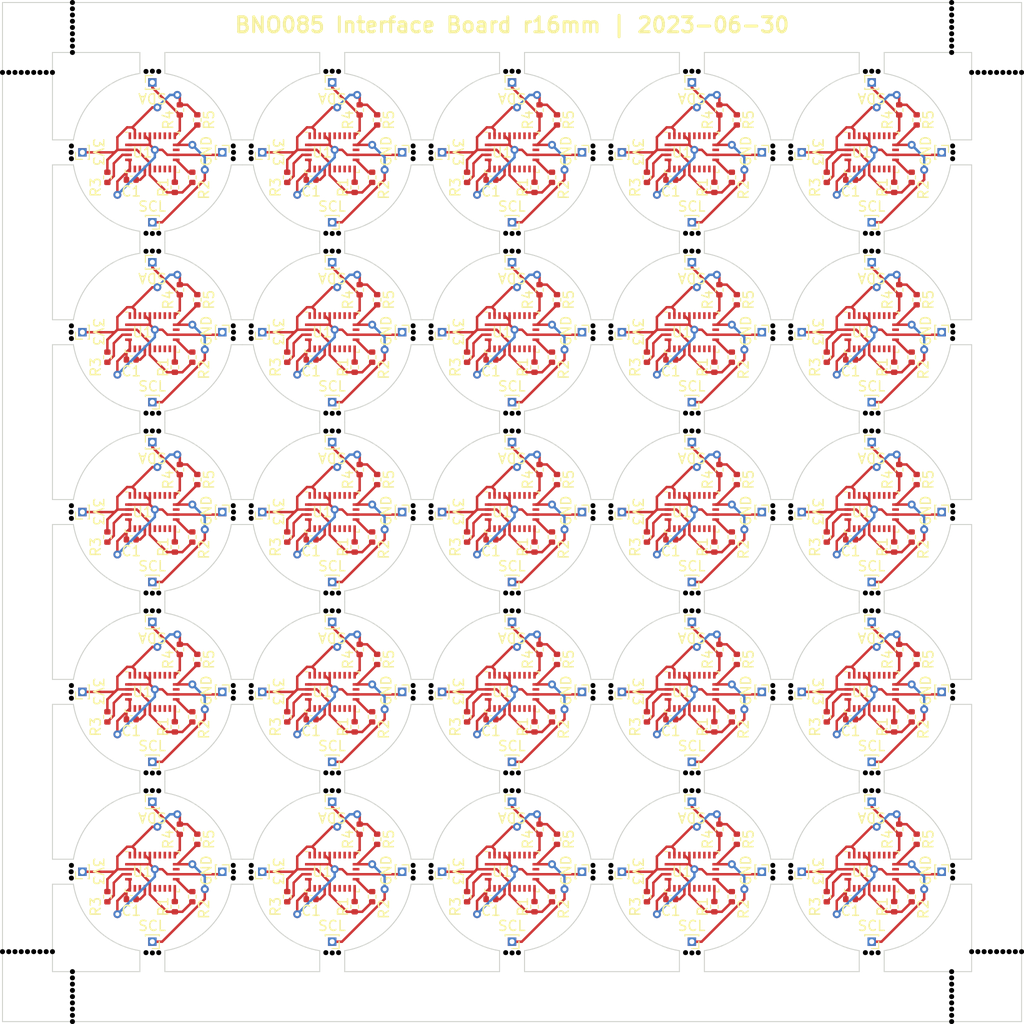
<source format=kicad_pcb>
(kicad_pcb (version 20221018) (generator pcbnew)
  (title_block (title "BNO085 Interface Board r16mm Panel") (date "2023-06-30") (comment 1 "Author: Toby Godfrey"))
  (layers (0 "F.Cu" signal) (31 "B.Cu" signal) (34 "B.Paste" user) (35 "F.Paste" user) (36 "B.SilkS" user "B.Silkscreen") (37 "F.SilkS" user "F.Silkscreen") (38 "B.Mask" user) (39 "F.Mask" user) (44 "Edge.Cuts" user))
  (net 0 "")
  (net 1 "Board_0-+3.3V")
  (net 2 "Board_0-GND")
  (net 3 "Board_0-Net-(J1-Pin_1)")
  (net 4 "Board_0-Net-(J2-Pin_1)")
  (net 5 "Board_0-Net-(U1-BOOTN)")
  (net 6 "Board_0-Net-(U1-CAP)")
  (net 7 "Board_0-Net-(U1-ENV_SCL)")
  (net 8 "Board_0-Net-(U1-ENV_SDA)")
  (net 9 "Board_0-unconnected-(U1-H_CSN-Pad18)")
  (net 10 "Board_0-unconnected-(U1-H_INTN-Pad14)")
  (net 11 "Board_0-unconnected-(U1-NRST-Pad11)")
  (net 12 "Board_0-unconnected-(U1-RESV_NC-Pad1)")
  (net 13 "Board_0-unconnected-(U1-RESV_NC-Pad12)")
  (net 14 "Board_0-unconnected-(U1-RESV_NC-Pad13)")
  (net 15 "Board_0-unconnected-(U1-RESV_NC-Pad21)")
  (net 16 "Board_0-unconnected-(U1-RESV_NC-Pad22)")
  (net 17 "Board_0-unconnected-(U1-RESV_NC-Pad23)")
  (net 18 "Board_0-unconnected-(U1-RESV_NC-Pad24)")
  (net 19 "Board_0-unconnected-(U1-RESV_NC-Pad7)")
  (net 20 "Board_0-unconnected-(U1-RESV_NC-Pad8)")
  (net 21 "Board_0-unconnected-(U1-XIN32-Pad27)")
  (net 22 "Board_1-+3.3V")
  (net 23 "Board_1-GND")
  (net 24 "Board_1-Net-(J1-Pin_1)")
  (net 25 "Board_1-Net-(J2-Pin_1)")
  (net 26 "Board_1-Net-(U1-BOOTN)")
  (net 27 "Board_1-Net-(U1-CAP)")
  (net 28 "Board_1-Net-(U1-ENV_SCL)")
  (net 29 "Board_1-Net-(U1-ENV_SDA)")
  (net 30 "Board_1-unconnected-(U1-H_CSN-Pad18)")
  (net 31 "Board_1-unconnected-(U1-H_INTN-Pad14)")
  (net 32 "Board_1-unconnected-(U1-NRST-Pad11)")
  (net 33 "Board_1-unconnected-(U1-RESV_NC-Pad1)")
  (net 34 "Board_1-unconnected-(U1-RESV_NC-Pad12)")
  (net 35 "Board_1-unconnected-(U1-RESV_NC-Pad13)")
  (net 36 "Board_1-unconnected-(U1-RESV_NC-Pad21)")
  (net 37 "Board_1-unconnected-(U1-RESV_NC-Pad22)")
  (net 38 "Board_1-unconnected-(U1-RESV_NC-Pad23)")
  (net 39 "Board_1-unconnected-(U1-RESV_NC-Pad24)")
  (net 40 "Board_1-unconnected-(U1-RESV_NC-Pad7)")
  (net 41 "Board_1-unconnected-(U1-RESV_NC-Pad8)")
  (net 42 "Board_1-unconnected-(U1-XIN32-Pad27)")
  (net 43 "Board_2-+3.3V")
  (net 44 "Board_2-GND")
  (net 45 "Board_2-Net-(J1-Pin_1)")
  (net 46 "Board_2-Net-(J2-Pin_1)")
  (net 47 "Board_2-Net-(U1-BOOTN)")
  (net 48 "Board_2-Net-(U1-CAP)")
  (net 49 "Board_2-Net-(U1-ENV_SCL)")
  (net 50 "Board_2-Net-(U1-ENV_SDA)")
  (net 51 "Board_2-unconnected-(U1-H_CSN-Pad18)")
  (net 52 "Board_2-unconnected-(U1-H_INTN-Pad14)")
  (net 53 "Board_2-unconnected-(U1-NRST-Pad11)")
  (net 54 "Board_2-unconnected-(U1-RESV_NC-Pad1)")
  (net 55 "Board_2-unconnected-(U1-RESV_NC-Pad12)")
  (net 56 "Board_2-unconnected-(U1-RESV_NC-Pad13)")
  (net 57 "Board_2-unconnected-(U1-RESV_NC-Pad21)")
  (net 58 "Board_2-unconnected-(U1-RESV_NC-Pad22)")
  (net 59 "Board_2-unconnected-(U1-RESV_NC-Pad23)")
  (net 60 "Board_2-unconnected-(U1-RESV_NC-Pad24)")
  (net 61 "Board_2-unconnected-(U1-RESV_NC-Pad7)")
  (net 62 "Board_2-unconnected-(U1-RESV_NC-Pad8)")
  (net 63 "Board_2-unconnected-(U1-XIN32-Pad27)")
  (net 64 "Board_3-+3.3V")
  (net 65 "Board_3-GND")
  (net 66 "Board_3-Net-(J1-Pin_1)")
  (net 67 "Board_3-Net-(J2-Pin_1)")
  (net 68 "Board_3-Net-(U1-BOOTN)")
  (net 69 "Board_3-Net-(U1-CAP)")
  (net 70 "Board_3-Net-(U1-ENV_SCL)")
  (net 71 "Board_3-Net-(U1-ENV_SDA)")
  (net 72 "Board_3-unconnected-(U1-H_CSN-Pad18)")
  (net 73 "Board_3-unconnected-(U1-H_INTN-Pad14)")
  (net 74 "Board_3-unconnected-(U1-NRST-Pad11)")
  (net 75 "Board_3-unconnected-(U1-RESV_NC-Pad1)")
  (net 76 "Board_3-unconnected-(U1-RESV_NC-Pad12)")
  (net 77 "Board_3-unconnected-(U1-RESV_NC-Pad13)")
  (net 78 "Board_3-unconnected-(U1-RESV_NC-Pad21)")
  (net 79 "Board_3-unconnected-(U1-RESV_NC-Pad22)")
  (net 80 "Board_3-unconnected-(U1-RESV_NC-Pad23)")
  (net 81 "Board_3-unconnected-(U1-RESV_NC-Pad24)")
  (net 82 "Board_3-unconnected-(U1-RESV_NC-Pad7)")
  (net 83 "Board_3-unconnected-(U1-RESV_NC-Pad8)")
  (net 84 "Board_3-unconnected-(U1-XIN32-Pad27)")
  (net 85 "Board_4-+3.3V")
  (net 86 "Board_4-GND")
  (net 87 "Board_4-Net-(J1-Pin_1)")
  (net 88 "Board_4-Net-(J2-Pin_1)")
  (net 89 "Board_4-Net-(U1-BOOTN)")
  (net 90 "Board_4-Net-(U1-CAP)")
  (net 91 "Board_4-Net-(U1-ENV_SCL)")
  (net 92 "Board_4-Net-(U1-ENV_SDA)")
  (net 93 "Board_4-unconnected-(U1-H_CSN-Pad18)")
  (net 94 "Board_4-unconnected-(U1-H_INTN-Pad14)")
  (net 95 "Board_4-unconnected-(U1-NRST-Pad11)")
  (net 96 "Board_4-unconnected-(U1-RESV_NC-Pad1)")
  (net 97 "Board_4-unconnected-(U1-RESV_NC-Pad12)")
  (net 98 "Board_4-unconnected-(U1-RESV_NC-Pad13)")
  (net 99 "Board_4-unconnected-(U1-RESV_NC-Pad21)")
  (net 100 "Board_4-unconnected-(U1-RESV_NC-Pad22)")
  (net 101 "Board_4-unconnected-(U1-RESV_NC-Pad23)")
  (net 102 "Board_4-unconnected-(U1-RESV_NC-Pad24)")
  (net 103 "Board_4-unconnected-(U1-RESV_NC-Pad7)")
  (net 104 "Board_4-unconnected-(U1-RESV_NC-Pad8)")
  (net 105 "Board_4-unconnected-(U1-XIN32-Pad27)")
  (net 106 "Board_5-+3.3V")
  (net 107 "Board_5-GND")
  (net 108 "Board_5-Net-(J1-Pin_1)")
  (net 109 "Board_5-Net-(J2-Pin_1)")
  (net 110 "Board_5-Net-(U1-BOOTN)")
  (net 111 "Board_5-Net-(U1-CAP)")
  (net 112 "Board_5-Net-(U1-ENV_SCL)")
  (net 113 "Board_5-Net-(U1-ENV_SDA)")
  (net 114 "Board_5-unconnected-(U1-H_CSN-Pad18)")
  (net 115 "Board_5-unconnected-(U1-H_INTN-Pad14)")
  (net 116 "Board_5-unconnected-(U1-NRST-Pad11)")
  (net 117 "Board_5-unconnected-(U1-RESV_NC-Pad1)")
  (net 118 "Board_5-unconnected-(U1-RESV_NC-Pad12)")
  (net 119 "Board_5-unconnected-(U1-RESV_NC-Pad13)")
  (net 120 "Board_5-unconnected-(U1-RESV_NC-Pad21)")
  (net 121 "Board_5-unconnected-(U1-RESV_NC-Pad22)")
  (net 122 "Board_5-unconnected-(U1-RESV_NC-Pad23)")
  (net 123 "Board_5-unconnected-(U1-RESV_NC-Pad24)")
  (net 124 "Board_5-unconnected-(U1-RESV_NC-Pad7)")
  (net 125 "Board_5-unconnected-(U1-RESV_NC-Pad8)")
  (net 126 "Board_5-unconnected-(U1-XIN32-Pad27)")
  (net 127 "Board_6-+3.3V")
  (net 128 "Board_6-GND")
  (net 129 "Board_6-Net-(J1-Pin_1)")
  (net 130 "Board_6-Net-(J2-Pin_1)")
  (net 131 "Board_6-Net-(U1-BOOTN)")
  (net 132 "Board_6-Net-(U1-CAP)")
  (net 133 "Board_6-Net-(U1-ENV_SCL)")
  (net 134 "Board_6-Net-(U1-ENV_SDA)")
  (net 135 "Board_6-unconnected-(U1-H_CSN-Pad18)")
  (net 136 "Board_6-unconnected-(U1-H_INTN-Pad14)")
  (net 137 "Board_6-unconnected-(U1-NRST-Pad11)")
  (net 138 "Board_6-unconnected-(U1-RESV_NC-Pad1)")
  (net 139 "Board_6-unconnected-(U1-RESV_NC-Pad12)")
  (net 140 "Board_6-unconnected-(U1-RESV_NC-Pad13)")
  (net 141 "Board_6-unconnected-(U1-RESV_NC-Pad21)")
  (net 142 "Board_6-unconnected-(U1-RESV_NC-Pad22)")
  (net 143 "Board_6-unconnected-(U1-RESV_NC-Pad23)")
  (net 144 "Board_6-unconnected-(U1-RESV_NC-Pad24)")
  (net 145 "Board_6-unconnected-(U1-RESV_NC-Pad7)")
  (net 146 "Board_6-unconnected-(U1-RESV_NC-Pad8)")
  (net 147 "Board_6-unconnected-(U1-XIN32-Pad27)")
  (net 148 "Board_7-+3.3V")
  (net 149 "Board_7-GND")
  (net 150 "Board_7-Net-(J1-Pin_1)")
  (net 151 "Board_7-Net-(J2-Pin_1)")
  (net 152 "Board_7-Net-(U1-BOOTN)")
  (net 153 "Board_7-Net-(U1-CAP)")
  (net 154 "Board_7-Net-(U1-ENV_SCL)")
  (net 155 "Board_7-Net-(U1-ENV_SDA)")
  (net 156 "Board_7-unconnected-(U1-H_CSN-Pad18)")
  (net 157 "Board_7-unconnected-(U1-H_INTN-Pad14)")
  (net 158 "Board_7-unconnected-(U1-NRST-Pad11)")
  (net 159 "Board_7-unconnected-(U1-RESV_NC-Pad1)")
  (net 160 "Board_7-unconnected-(U1-RESV_NC-Pad12)")
  (net 161 "Board_7-unconnected-(U1-RESV_NC-Pad13)")
  (net 162 "Board_7-unconnected-(U1-RESV_NC-Pad21)")
  (net 163 "Board_7-unconnected-(U1-RESV_NC-Pad22)")
  (net 164 "Board_7-unconnected-(U1-RESV_NC-Pad23)")
  (net 165 "Board_7-unconnected-(U1-RESV_NC-Pad24)")
  (net 166 "Board_7-unconnected-(U1-RESV_NC-Pad7)")
  (net 167 "Board_7-unconnected-(U1-RESV_NC-Pad8)")
  (net 168 "Board_7-unconnected-(U1-XIN32-Pad27)")
  (net 169 "Board_8-+3.3V")
  (net 170 "Board_8-GND")
  (net 171 "Board_8-Net-(J1-Pin_1)")
  (net 172 "Board_8-Net-(J2-Pin_1)")
  (net 173 "Board_8-Net-(U1-BOOTN)")
  (net 174 "Board_8-Net-(U1-CAP)")
  (net 175 "Board_8-Net-(U1-ENV_SCL)")
  (net 176 "Board_8-Net-(U1-ENV_SDA)")
  (net 177 "Board_8-unconnected-(U1-H_CSN-Pad18)")
  (net 178 "Board_8-unconnected-(U1-H_INTN-Pad14)")
  (net 179 "Board_8-unconnected-(U1-NRST-Pad11)")
  (net 180 "Board_8-unconnected-(U1-RESV_NC-Pad1)")
  (net 181 "Board_8-unconnected-(U1-RESV_NC-Pad12)")
  (net 182 "Board_8-unconnected-(U1-RESV_NC-Pad13)")
  (net 183 "Board_8-unconnected-(U1-RESV_NC-Pad21)")
  (net 184 "Board_8-unconnected-(U1-RESV_NC-Pad22)")
  (net 185 "Board_8-unconnected-(U1-RESV_NC-Pad23)")
  (net 186 "Board_8-unconnected-(U1-RESV_NC-Pad24)")
  (net 187 "Board_8-unconnected-(U1-RESV_NC-Pad7)")
  (net 188 "Board_8-unconnected-(U1-RESV_NC-Pad8)")
  (net 189 "Board_8-unconnected-(U1-XIN32-Pad27)")
  (net 190 "Board_9-+3.3V")
  (net 191 "Board_9-GND")
  (net 192 "Board_9-Net-(J1-Pin_1)")
  (net 193 "Board_9-Net-(J2-Pin_1)")
  (net 194 "Board_9-Net-(U1-BOOTN)")
  (net 195 "Board_9-Net-(U1-CAP)")
  (net 196 "Board_9-Net-(U1-ENV_SCL)")
  (net 197 "Board_9-Net-(U1-ENV_SDA)")
  (net 198 "Board_9-unconnected-(U1-H_CSN-Pad18)")
  (net 199 "Board_9-unconnected-(U1-H_INTN-Pad14)")
  (net 200 "Board_9-unconnected-(U1-NRST-Pad11)")
  (net 201 "Board_9-unconnected-(U1-RESV_NC-Pad1)")
  (net 202 "Board_9-unconnected-(U1-RESV_NC-Pad12)")
  (net 203 "Board_9-unconnected-(U1-RESV_NC-Pad13)")
  (net 204 "Board_9-unconnected-(U1-RESV_NC-Pad21)")
  (net 205 "Board_9-unconnected-(U1-RESV_NC-Pad22)")
  (net 206 "Board_9-unconnected-(U1-RESV_NC-Pad23)")
  (net 207 "Board_9-unconnected-(U1-RESV_NC-Pad24)")
  (net 208 "Board_9-unconnected-(U1-RESV_NC-Pad7)")
  (net 209 "Board_9-unconnected-(U1-RESV_NC-Pad8)")
  (net 210 "Board_9-unconnected-(U1-XIN32-Pad27)")
  (net 211 "Board_10-+3.3V")
  (net 212 "Board_10-GND")
  (net 213 "Board_10-Net-(J1-Pin_1)")
  (net 214 "Board_10-Net-(J2-Pin_1)")
  (net 215 "Board_10-Net-(U1-BOOTN)")
  (net 216 "Board_10-Net-(U1-CAP)")
  (net 217 "Board_10-Net-(U1-ENV_SCL)")
  (net 218 "Board_10-Net-(U1-ENV_SDA)")
  (net 219 "Board_10-unconnected-(U1-H_CSN-Pad18)")
  (net 220 "Board_10-unconnected-(U1-H_INTN-Pad14)")
  (net 221 "Board_10-unconnected-(U1-NRST-Pad11)")
  (net 222 "Board_10-unconnected-(U1-RESV_NC-Pad1)")
  (net 223 "Board_10-unconnected-(U1-RESV_NC-Pad12)")
  (net 224 "Board_10-unconnected-(U1-RESV_NC-Pad13)")
  (net 225 "Board_10-unconnected-(U1-RESV_NC-Pad21)")
  (net 226 "Board_10-unconnected-(U1-RESV_NC-Pad22)")
  (net 227 "Board_10-unconnected-(U1-RESV_NC-Pad23)")
  (net 228 "Board_10-unconnected-(U1-RESV_NC-Pad24)")
  (net 229 "Board_10-unconnected-(U1-RESV_NC-Pad7)")
  (net 230 "Board_10-unconnected-(U1-RESV_NC-Pad8)")
  (net 231 "Board_10-unconnected-(U1-XIN32-Pad27)")
  (net 232 "Board_11-+3.3V")
  (net 233 "Board_11-GND")
  (net 234 "Board_11-Net-(J1-Pin_1)")
  (net 235 "Board_11-Net-(J2-Pin_1)")
  (net 236 "Board_11-Net-(U1-BOOTN)")
  (net 237 "Board_11-Net-(U1-CAP)")
  (net 238 "Board_11-Net-(U1-ENV_SCL)")
  (net 239 "Board_11-Net-(U1-ENV_SDA)")
  (net 240 "Board_11-unconnected-(U1-H_CSN-Pad18)")
  (net 241 "Board_11-unconnected-(U1-H_INTN-Pad14)")
  (net 242 "Board_11-unconnected-(U1-NRST-Pad11)")
  (net 243 "Board_11-unconnected-(U1-RESV_NC-Pad1)")
  (net 244 "Board_11-unconnected-(U1-RESV_NC-Pad12)")
  (net 245 "Board_11-unconnected-(U1-RESV_NC-Pad13)")
  (net 246 "Board_11-unconnected-(U1-RESV_NC-Pad21)")
  (net 247 "Board_11-unconnected-(U1-RESV_NC-Pad22)")
  (net 248 "Board_11-unconnected-(U1-RESV_NC-Pad23)")
  (net 249 "Board_11-unconnected-(U1-RESV_NC-Pad24)")
  (net 250 "Board_11-unconnected-(U1-RESV_NC-Pad7)")
  (net 251 "Board_11-unconnected-(U1-RESV_NC-Pad8)")
  (net 252 "Board_11-unconnected-(U1-XIN32-Pad27)")
  (net 253 "Board_12-+3.3V")
  (net 254 "Board_12-GND")
  (net 255 "Board_12-Net-(J1-Pin_1)")
  (net 256 "Board_12-Net-(J2-Pin_1)")
  (net 257 "Board_12-Net-(U1-BOOTN)")
  (net 258 "Board_12-Net-(U1-CAP)")
  (net 259 "Board_12-Net-(U1-ENV_SCL)")
  (net 260 "Board_12-Net-(U1-ENV_SDA)")
  (net 261 "Board_12-unconnected-(U1-H_CSN-Pad18)")
  (net 262 "Board_12-unconnected-(U1-H_INTN-Pad14)")
  (net 263 "Board_12-unconnected-(U1-NRST-Pad11)")
  (net 264 "Board_12-unconnected-(U1-RESV_NC-Pad1)")
  (net 265 "Board_12-unconnected-(U1-RESV_NC-Pad12)")
  (net 266 "Board_12-unconnected-(U1-RESV_NC-Pad13)")
  (net 267 "Board_12-unconnected-(U1-RESV_NC-Pad21)")
  (net 268 "Board_12-unconnected-(U1-RESV_NC-Pad22)")
  (net 269 "Board_12-unconnected-(U1-RESV_NC-Pad23)")
  (net 270 "Board_12-unconnected-(U1-RESV_NC-Pad24)")
  (net 271 "Board_12-unconnected-(U1-RESV_NC-Pad7)")
  (net 272 "Board_12-unconnected-(U1-RESV_NC-Pad8)")
  (net 273 "Board_12-unconnected-(U1-XIN32-Pad27)")
  (net 274 "Board_13-+3.3V")
  (net 275 "Board_13-GND")
  (net 276 "Board_13-Net-(J1-Pin_1)")
  (net 277 "Board_13-Net-(J2-Pin_1)")
  (net 278 "Board_13-Net-(U1-BOOTN)")
  (net 279 "Board_13-Net-(U1-CAP)")
  (net 280 "Board_13-Net-(U1-ENV_SCL)")
  (net 281 "Board_13-Net-(U1-ENV_SDA)")
  (net 282 "Board_13-unconnected-(U1-H_CSN-Pad18)")
  (net 283 "Board_13-unconnected-(U1-H_INTN-Pad14)")
  (net 284 "Board_13-unconnected-(U1-NRST-Pad11)")
  (net 285 "Board_13-unconnected-(U1-RESV_NC-Pad1)")
  (net 286 "Board_13-unconnected-(U1-RESV_NC-Pad12)")
  (net 287 "Board_13-unconnected-(U1-RESV_NC-Pad13)")
  (net 288 "Board_13-unconnected-(U1-RESV_NC-Pad21)")
  (net 289 "Board_13-unconnected-(U1-RESV_NC-Pad22)")
  (net 290 "Board_13-unconnected-(U1-RESV_NC-Pad23)")
  (net 291 "Board_13-unconnected-(U1-RESV_NC-Pad24)")
  (net 292 "Board_13-unconnected-(U1-RESV_NC-Pad7)")
  (net 293 "Board_13-unconnected-(U1-RESV_NC-Pad8)")
  (net 294 "Board_13-unconnected-(U1-XIN32-Pad27)")
  (net 295 "Board_14-+3.3V")
  (net 296 "Board_14-GND")
  (net 297 "Board_14-Net-(J1-Pin_1)")
  (net 298 "Board_14-Net-(J2-Pin_1)")
  (net 299 "Board_14-Net-(U1-BOOTN)")
  (net 300 "Board_14-Net-(U1-CAP)")
  (net 301 "Board_14-Net-(U1-ENV_SCL)")
  (net 302 "Board_14-Net-(U1-ENV_SDA)")
  (net 303 "Board_14-unconnected-(U1-H_CSN-Pad18)")
  (net 304 "Board_14-unconnected-(U1-H_INTN-Pad14)")
  (net 305 "Board_14-unconnected-(U1-NRST-Pad11)")
  (net 306 "Board_14-unconnected-(U1-RESV_NC-Pad1)")
  (net 307 "Board_14-unconnected-(U1-RESV_NC-Pad12)")
  (net 308 "Board_14-unconnected-(U1-RESV_NC-Pad13)")
  (net 309 "Board_14-unconnected-(U1-RESV_NC-Pad21)")
  (net 310 "Board_14-unconnected-(U1-RESV_NC-Pad22)")
  (net 311 "Board_14-unconnected-(U1-RESV_NC-Pad23)")
  (net 312 "Board_14-unconnected-(U1-RESV_NC-Pad24)")
  (net 313 "Board_14-unconnected-(U1-RESV_NC-Pad7)")
  (net 314 "Board_14-unconnected-(U1-RESV_NC-Pad8)")
  (net 315 "Board_14-unconnected-(U1-XIN32-Pad27)")
  (net 316 "Board_15-+3.3V")
  (net 317 "Board_15-GND")
  (net 318 "Board_15-Net-(J1-Pin_1)")
  (net 319 "Board_15-Net-(J2-Pin_1)")
  (net 320 "Board_15-Net-(U1-BOOTN)")
  (net 321 "Board_15-Net-(U1-CAP)")
  (net 322 "Board_15-Net-(U1-ENV_SCL)")
  (net 323 "Board_15-Net-(U1-ENV_SDA)")
  (net 324 "Board_15-unconnected-(U1-H_CSN-Pad18)")
  (net 325 "Board_15-unconnected-(U1-H_INTN-Pad14)")
  (net 326 "Board_15-unconnected-(U1-NRST-Pad11)")
  (net 327 "Board_15-unconnected-(U1-RESV_NC-Pad1)")
  (net 328 "Board_15-unconnected-(U1-RESV_NC-Pad12)")
  (net 329 "Board_15-unconnected-(U1-RESV_NC-Pad13)")
  (net 330 "Board_15-unconnected-(U1-RESV_NC-Pad21)")
  (net 331 "Board_15-unconnected-(U1-RESV_NC-Pad22)")
  (net 332 "Board_15-unconnected-(U1-RESV_NC-Pad23)")
  (net 333 "Board_15-unconnected-(U1-RESV_NC-Pad24)")
  (net 334 "Board_15-unconnected-(U1-RESV_NC-Pad7)")
  (net 335 "Board_15-unconnected-(U1-RESV_NC-Pad8)")
  (net 336 "Board_15-unconnected-(U1-XIN32-Pad27)")
  (net 337 "Board_16-+3.3V")
  (net 338 "Board_16-GND")
  (net 339 "Board_16-Net-(J1-Pin_1)")
  (net 340 "Board_16-Net-(J2-Pin_1)")
  (net 341 "Board_16-Net-(U1-BOOTN)")
  (net 342 "Board_16-Net-(U1-CAP)")
  (net 343 "Board_16-Net-(U1-ENV_SCL)")
  (net 344 "Board_16-Net-(U1-ENV_SDA)")
  (net 345 "Board_16-unconnected-(U1-H_CSN-Pad18)")
  (net 346 "Board_16-unconnected-(U1-H_INTN-Pad14)")
  (net 347 "Board_16-unconnected-(U1-NRST-Pad11)")
  (net 348 "Board_16-unconnected-(U1-RESV_NC-Pad1)")
  (net 349 "Board_16-unconnected-(U1-RESV_NC-Pad12)")
  (net 350 "Board_16-unconnected-(U1-RESV_NC-Pad13)")
  (net 351 "Board_16-unconnected-(U1-RESV_NC-Pad21)")
  (net 352 "Board_16-unconnected-(U1-RESV_NC-Pad22)")
  (net 353 "Board_16-unconnected-(U1-RESV_NC-Pad23)")
  (net 354 "Board_16-unconnected-(U1-RESV_NC-Pad24)")
  (net 355 "Board_16-unconnected-(U1-RESV_NC-Pad7)")
  (net 356 "Board_16-unconnected-(U1-RESV_NC-Pad8)")
  (net 357 "Board_16-unconnected-(U1-XIN32-Pad27)")
  (net 358 "Board_17-+3.3V")
  (net 359 "Board_17-GND")
  (net 360 "Board_17-Net-(J1-Pin_1)")
  (net 361 "Board_17-Net-(J2-Pin_1)")
  (net 362 "Board_17-Net-(U1-BOOTN)")
  (net 363 "Board_17-Net-(U1-CAP)")
  (net 364 "Board_17-Net-(U1-ENV_SCL)")
  (net 365 "Board_17-Net-(U1-ENV_SDA)")
  (net 366 "Board_17-unconnected-(U1-H_CSN-Pad18)")
  (net 367 "Board_17-unconnected-(U1-H_INTN-Pad14)")
  (net 368 "Board_17-unconnected-(U1-NRST-Pad11)")
  (net 369 "Board_17-unconnected-(U1-RESV_NC-Pad1)")
  (net 370 "Board_17-unconnected-(U1-RESV_NC-Pad12)")
  (net 371 "Board_17-unconnected-(U1-RESV_NC-Pad13)")
  (net 372 "Board_17-unconnected-(U1-RESV_NC-Pad21)")
  (net 373 "Board_17-unconnected-(U1-RESV_NC-Pad22)")
  (net 374 "Board_17-unconnected-(U1-RESV_NC-Pad23)")
  (net 375 "Board_17-unconnected-(U1-RESV_NC-Pad24)")
  (net 376 "Board_17-unconnected-(U1-RESV_NC-Pad7)")
  (net 377 "Board_17-unconnected-(U1-RESV_NC-Pad8)")
  (net 378 "Board_17-unconnected-(U1-XIN32-Pad27)")
  (net 379 "Board_18-+3.3V")
  (net 380 "Board_18-GND")
  (net 381 "Board_18-Net-(J1-Pin_1)")
  (net 382 "Board_18-Net-(J2-Pin_1)")
  (net 383 "Board_18-Net-(U1-BOOTN)")
  (net 384 "Board_18-Net-(U1-CAP)")
  (net 385 "Board_18-Net-(U1-ENV_SCL)")
  (net 386 "Board_18-Net-(U1-ENV_SDA)")
  (net 387 "Board_18-unconnected-(U1-H_CSN-Pad18)")
  (net 388 "Board_18-unconnected-(U1-H_INTN-Pad14)")
  (net 389 "Board_18-unconnected-(U1-NRST-Pad11)")
  (net 390 "Board_18-unconnected-(U1-RESV_NC-Pad1)")
  (net 391 "Board_18-unconnected-(U1-RESV_NC-Pad12)")
  (net 392 "Board_18-unconnected-(U1-RESV_NC-Pad13)")
  (net 393 "Board_18-unconnected-(U1-RESV_NC-Pad21)")
  (net 394 "Board_18-unconnected-(U1-RESV_NC-Pad22)")
  (net 395 "Board_18-unconnected-(U1-RESV_NC-Pad23)")
  (net 396 "Board_18-unconnected-(U1-RESV_NC-Pad24)")
  (net 397 "Board_18-unconnected-(U1-RESV_NC-Pad7)")
  (net 398 "Board_18-unconnected-(U1-RESV_NC-Pad8)")
  (net 399 "Board_18-unconnected-(U1-XIN32-Pad27)")
  (net 400 "Board_19-+3.3V")
  (net 401 "Board_19-GND")
  (net 402 "Board_19-Net-(J1-Pin_1)")
  (net 403 "Board_19-Net-(J2-Pin_1)")
  (net 404 "Board_19-Net-(U1-BOOTN)")
  (net 405 "Board_19-Net-(U1-CAP)")
  (net 406 "Board_19-Net-(U1-ENV_SCL)")
  (net 407 "Board_19-Net-(U1-ENV_SDA)")
  (net 408 "Board_19-unconnected-(U1-H_CSN-Pad18)")
  (net 409 "Board_19-unconnected-(U1-H_INTN-Pad14)")
  (net 410 "Board_19-unconnected-(U1-NRST-Pad11)")
  (net 411 "Board_19-unconnected-(U1-RESV_NC-Pad1)")
  (net 412 "Board_19-unconnected-(U1-RESV_NC-Pad12)")
  (net 413 "Board_19-unconnected-(U1-RESV_NC-Pad13)")
  (net 414 "Board_19-unconnected-(U1-RESV_NC-Pad21)")
  (net 415 "Board_19-unconnected-(U1-RESV_NC-Pad22)")
  (net 416 "Board_19-unconnected-(U1-RESV_NC-Pad23)")
  (net 417 "Board_19-unconnected-(U1-RESV_NC-Pad24)")
  (net 418 "Board_19-unconnected-(U1-RESV_NC-Pad7)")
  (net 419 "Board_19-unconnected-(U1-RESV_NC-Pad8)")
  (net 420 "Board_19-unconnected-(U1-XIN32-Pad27)")
  (net 421 "Board_20-+3.3V")
  (net 422 "Board_20-GND")
  (net 423 "Board_20-Net-(J1-Pin_1)")
  (net 424 "Board_20-Net-(J2-Pin_1)")
  (net 425 "Board_20-Net-(U1-BOOTN)")
  (net 426 "Board_20-Net-(U1-CAP)")
  (net 427 "Board_20-Net-(U1-ENV_SCL)")
  (net 428 "Board_20-Net-(U1-ENV_SDA)")
  (net 429 "Board_20-unconnected-(U1-H_CSN-Pad18)")
  (net 430 "Board_20-unconnected-(U1-H_INTN-Pad14)")
  (net 431 "Board_20-unconnected-(U1-NRST-Pad11)")
  (net 432 "Board_20-unconnected-(U1-RESV_NC-Pad1)")
  (net 433 "Board_20-unconnected-(U1-RESV_NC-Pad12)")
  (net 434 "Board_20-unconnected-(U1-RESV_NC-Pad13)")
  (net 435 "Board_20-unconnected-(U1-RESV_NC-Pad21)")
  (net 436 "Board_20-unconnected-(U1-RESV_NC-Pad22)")
  (net 437 "Board_20-unconnected-(U1-RESV_NC-Pad23)")
  (net 438 "Board_20-unconnected-(U1-RESV_NC-Pad24)")
  (net 439 "Board_20-unconnected-(U1-RESV_NC-Pad7)")
  (net 440 "Board_20-unconnected-(U1-RESV_NC-Pad8)")
  (net 441 "Board_20-unconnected-(U1-XIN32-Pad27)")
  (net 442 "Board_21-+3.3V")
  (net 443 "Board_21-GND")
  (net 444 "Board_21-Net-(J1-Pin_1)")
  (net 445 "Board_21-Net-(J2-Pin_1)")
  (net 446 "Board_21-Net-(U1-BOOTN)")
  (net 447 "Board_21-Net-(U1-CAP)")
  (net 448 "Board_21-Net-(U1-ENV_SCL)")
  (net 449 "Board_21-Net-(U1-ENV_SDA)")
  (net 450 "Board_21-unconnected-(U1-H_CSN-Pad18)")
  (net 451 "Board_21-unconnected-(U1-H_INTN-Pad14)")
  (net 452 "Board_21-unconnected-(U1-NRST-Pad11)")
  (net 453 "Board_21-unconnected-(U1-RESV_NC-Pad1)")
  (net 454 "Board_21-unconnected-(U1-RESV_NC-Pad12)")
  (net 455 "Board_21-unconnected-(U1-RESV_NC-Pad13)")
  (net 456 "Board_21-unconnected-(U1-RESV_NC-Pad21)")
  (net 457 "Board_21-unconnected-(U1-RESV_NC-Pad22)")
  (net 458 "Board_21-unconnected-(U1-RESV_NC-Pad23)")
  (net 459 "Board_21-unconnected-(U1-RESV_NC-Pad24)")
  (net 460 "Board_21-unconnected-(U1-RESV_NC-Pad7)")
  (net 461 "Board_21-unconnected-(U1-RESV_NC-Pad8)")
  (net 462 "Board_21-unconnected-(U1-XIN32-Pad27)")
  (net 463 "Board_22-+3.3V")
  (net 464 "Board_22-GND")
  (net 465 "Board_22-Net-(J1-Pin_1)")
  (net 466 "Board_22-Net-(J2-Pin_1)")
  (net 467 "Board_22-Net-(U1-BOOTN)")
  (net 468 "Board_22-Net-(U1-CAP)")
  (net 469 "Board_22-Net-(U1-ENV_SCL)")
  (net 470 "Board_22-Net-(U1-ENV_SDA)")
  (net 471 "Board_22-unconnected-(U1-H_CSN-Pad18)")
  (net 472 "Board_22-unconnected-(U1-H_INTN-Pad14)")
  (net 473 "Board_22-unconnected-(U1-NRST-Pad11)")
  (net 474 "Board_22-unconnected-(U1-RESV_NC-Pad1)")
  (net 475 "Board_22-unconnected-(U1-RESV_NC-Pad12)")
  (net 476 "Board_22-unconnected-(U1-RESV_NC-Pad13)")
  (net 477 "Board_22-unconnected-(U1-RESV_NC-Pad21)")
  (net 478 "Board_22-unconnected-(U1-RESV_NC-Pad22)")
  (net 479 "Board_22-unconnected-(U1-RESV_NC-Pad23)")
  (net 480 "Board_22-unconnected-(U1-RESV_NC-Pad24)")
  (net 481 "Board_22-unconnected-(U1-RESV_NC-Pad7)")
  (net 482 "Board_22-unconnected-(U1-RESV_NC-Pad8)")
  (net 483 "Board_22-unconnected-(U1-XIN32-Pad27)")
  (net 484 "Board_23-+3.3V")
  (net 485 "Board_23-GND")
  (net 486 "Board_23-Net-(J1-Pin_1)")
  (net 487 "Board_23-Net-(J2-Pin_1)")
  (net 488 "Board_23-Net-(U1-BOOTN)")
  (net 489 "Board_23-Net-(U1-CAP)")
  (net 490 "Board_23-Net-(U1-ENV_SCL)")
  (net 491 "Board_23-Net-(U1-ENV_SDA)")
  (net 492 "Board_23-unconnected-(U1-H_CSN-Pad18)")
  (net 493 "Board_23-unconnected-(U1-H_INTN-Pad14)")
  (net 494 "Board_23-unconnected-(U1-NRST-Pad11)")
  (net 495 "Board_23-unconnected-(U1-RESV_NC-Pad1)")
  (net 496 "Board_23-unconnected-(U1-RESV_NC-Pad12)")
  (net 497 "Board_23-unconnected-(U1-RESV_NC-Pad13)")
  (net 498 "Board_23-unconnected-(U1-RESV_NC-Pad21)")
  (net 499 "Board_23-unconnected-(U1-RESV_NC-Pad22)")
  (net 500 "Board_23-unconnected-(U1-RESV_NC-Pad23)")
  (net 501 "Board_23-unconnected-(U1-RESV_NC-Pad24)")
  (net 502 "Board_23-unconnected-(U1-RESV_NC-Pad7)")
  (net 503 "Board_23-unconnected-(U1-RESV_NC-Pad8)")
  (net 504 "Board_23-unconnected-(U1-XIN32-Pad27)")
  (net 505 "Board_24-+3.3V")
  (net 506 "Board_24-GND")
  (net 507 "Board_24-Net-(J1-Pin_1)")
  (net 508 "Board_24-Net-(J2-Pin_1)")
  (net 509 "Board_24-Net-(U1-BOOTN)")
  (net 510 "Board_24-Net-(U1-CAP)")
  (net 511 "Board_24-Net-(U1-ENV_SCL)")
  (net 512 "Board_24-Net-(U1-ENV_SDA)")
  (net 513 "Board_24-unconnected-(U1-H_CSN-Pad18)")
  (net 514 "Board_24-unconnected-(U1-H_INTN-Pad14)")
  (net 515 "Board_24-unconnected-(U1-NRST-Pad11)")
  (net 516 "Board_24-unconnected-(U1-RESV_NC-Pad1)")
  (net 517 "Board_24-unconnected-(U1-RESV_NC-Pad12)")
  (net 518 "Board_24-unconnected-(U1-RESV_NC-Pad13)")
  (net 519 "Board_24-unconnected-(U1-RESV_NC-Pad21)")
  (net 520 "Board_24-unconnected-(U1-RESV_NC-Pad22)")
  (net 521 "Board_24-unconnected-(U1-RESV_NC-Pad23)")
  (net 522 "Board_24-unconnected-(U1-RESV_NC-Pad24)")
  (net 523 "Board_24-unconnected-(U1-RESV_NC-Pad7)")
  (net 524 "Board_24-unconnected-(U1-RESV_NC-Pad8)")
  (net 525 "Board_24-unconnected-(U1-XIN32-Pad27)")
  (footprint "Resistor_SMD:R_0402_1005Metric" (layer "F.Cu") (at 114.748776 74.499388 90)
    (fp_text reference "R1")
    (fp_text value "2.2k")
  )
  (footprint "Resistor_SMD:R_0402_1005Metric" (layer "F.Cu") (at 188.498776 73.499388 -90)
    (fp_text reference "R2")
    (fp_text value "2.2k")
  )
  (footprint "NPTH" (layer "F.Cu") (at 183.865552 44.901258)
    (fp_text reference "REF**" hide)
    (fp_text value "NPTH" hide)
  )
  (footprint "NPTH" (layer "F.Cu") (at 130.501684 62.876288)
    (fp_text reference "REF**" hide)
    (fp_text value "NPTH" hide)
  )
  (footprint "NPTH" (layer "F.Cu") (at 129.865552 43.097517)
    (fp_text reference "REF**" hide)
    (fp_text value "NPTH" hide)
  )
  (footprint "NPTH" (layer "F.Cu") (at 111.865553 98.901258)
    (fp_text reference "REF**" hide)
    (fp_text value "NPTH" hide)
  )
  (footprint "Connector_PinHeader_1.00mm:PinHeader_1x01_P1.00mm_Vertical" (layer "F.Cu") (at 148.498776 59.999388 180)
    (fp_text reference "J2" hide)
    (fp_text value "Conn_01x01_Pin")
  )
  (footprint "NPTH" (layer "F.Cu") (at 156.596275 107.637058)
    (fp_text reference "REF**" hide)
    (fp_text value "NPTH" hide)
  )
  (footprint "NPTH" (layer "F.Cu") (at 165.865552 79.097517)
    (fp_text reference "REF**" hide)
    (fp_text value "NPTH" hide)
  )
  (footprint "NPTH" (layer "F.Cu") (at 101.251224 114.998775)
    (fp_text reference "REF**" hide)
    (fp_text value "NPTH" hide)
  )
  (footprint "NPTH" (layer "F.Cu") (at 147.865552 43.097517)
    (fp_text reference "REF**" hide)
    (fp_text value "NPTH" hide)
  )
  (footprint "NPTH" (layer "F.Cu") (at 130.501685 43.122525)
    (fp_text reference "REF**" hide)
    (fp_text value "NPTH" hide)
  )
  (footprint "Resistor_SMD:R_0402_1005Metric" (layer "F.Cu") (at 187.248776 102.749388 90)
    (fp_text reference "R4")
    (fp_text value "2.2k")
  )
  (footprint "NPTH" (layer "F.Cu") (at 166.501684 79.122487)
    (fp_text reference "REF**" hide)
    (fp_text value "NPTH" hide)
  )
  (footprint "Connector_PinHeader_1.00mm:PinHeader_1x01_P1.00mm_Vertical" (layer "F.Cu") (at 137.498776 88.999388 -90)
    (fp_text reference "J4" hide)
    (fp_text value "Conn_01x01_Pin")
  )
  (footprint "Connector_PinHeader_1.00mm:PinHeader_1x01_P1.00mm_Vertical" (layer "F.Cu") (at 112.498776 99.999388)
    (fp_text reference "J1" hide)
    (fp_text value "Conn_01x01_Pin")
  )
  (footprint "Resistor_SMD:R_0402_1005Metric" (layer "F.Cu") (at 152.498776 109.499388 -90)
    (fp_text reference "R2")
    (fp_text value "2.2k")
  )
  (footprint "Resistor_SMD:R_0402_1005Metric" (layer "F.Cu") (at 125.998776 73.499388 90)
    (fp_text reference "R3")
    (fp_text value "10k")
  )
  (footprint "NPTH" (layer "F.Cu") (at 104.399603 70.363107)
    (fp_text reference "REF**" hide)
    (fp_text value "NPTH" hide)
  )
  (footprint "NPTH" (layer "F.Cu") (at 148.501684 61.122487)
    (fp_text reference "REF**" hide)
    (fp_text value "NPTH" hide)
  )
  (footprint "NPTH" (layer "F.Cu") (at 111.865553 44.901258)
    (fp_text reference "REF**" hide)
    (fp_text value "NPTH" hide)
  )
  (footprint "NPTH" (layer "F.Cu") (at 194.498776 114.998775)
    (fp_text reference "REF**" hide)
    (fp_text value "NPTH" hide)
  )
  (footprint "NPTH" (layer "F.Cu") (at 120.623662 34.999387)
    (fp_text reference "REF**" hide)
    (fp_text value "NPTH" hide)
  )
  (footprint "Package_LGA:LGA-28_5.2x3.8mm_P0.5mm" (layer "F.Cu") (at 130.498776 52.999388)
    (fp_text reference "U1")
    (fp_text value "~")
  )
  (footprint "NPTH" (layer "F.Cu") (at 131.137922 98.900855)
    (fp_text reference "REF**" hide)
    (fp_text value "NPTH" hide)
  )
  (footprint "NPTH" (layer "F.Cu") (at 138.596275 70.361717)
    (fp_text reference "REF**" hide)
    (fp_text value "NPTH" hide)
  )
  (footprint "Connector_PinHeader_1.00mm:PinHeader_1x01_P1.00mm_Vertical" (layer "F.Cu") (at 130.498776 27.999388)
    (fp_text reference "J1" hide)
    (fp_text value "Conn_01x01_Pin")
  )
  (footprint "NPTH" (layer "F.Cu") (at 129.865552 26.901259)
    (fp_text reference "REF**" hide)
    (fp_text value "NPTH" hide)
  )
  (footprint "NPTH" (layer "F.Cu") (at 122.399464 71.635681)
    (fp_text reference "REF**" hide)
    (fp_text value "NPTH" hide)
  )
  (footprint "NPTH" (layer "F.Cu") (at 111.865553 115.097517)
    (fp_text reference "REF**" hide)
    (fp_text value "NPTH" hide)
  )
  (footprint "NPTH" (layer "F.Cu") (at 176.399602 34.363108)
    (fp_text reference "REF**" hide)
    (fp_text value "NPTH" hide)
  )
  (footprint "Resistor_SMD:R_0402_1005Metric" (layer "F.Cu") (at 107.998776 73.499388 90)
    (fp_text reference "R3")
    (fp_text value "10k")
  )
  (footprint "Connector_PinHeader_1.00mm:PinHeader_1x01_P1.00mm_Vertical" (layer "F.Cu") (at 130.498776 113.999388 180)
    (fp_text reference "J2" hide)
    (fp_text value "Conn_01x01_Pin")
  )
  (footprint "NPTH" (layer "F.Cu") (at 174.596275 88.361717)
    (fp_text reference "REF**" hide)
    (fp_text value "NPTH" hide)
  )
  (footprint "Resistor_SMD:R_0402_1005Metric" (layer "F.Cu") (at 116.998776 31.749388 -90)
    (fp_text reference "R5")
    (fp_text value "2.2k")
  )
  (footprint "NPTH" (layer "F.Cu") (at 183.865552 43.097517)
    (fp_text reference "REF**" hide)
    (fp_text value "NPTH" hide)
  )
  (footprint "Connector_PinHeader_1.00mm:PinHeader_1x01_P1.00mm_Vertical" (layer "F.Cu") (at 112.498776 59.999388 180)
    (fp_text reference "J2" hide)
    (fp_text value "Conn_01x01_Pin")
  )
  (footprint "Package_LGA:LGA-28_5.2x3.8mm_P0.5mm" (layer "F.Cu") (at 112.498776 52.999388)
    (fp_text reference "U1")
    (fp_text value "~")
  )
  (footprint "Connector_PinHeader_1.00mm:PinHeader_1x01_P1.00mm_Vertical" (layer "F.Cu") (at 166.498776 113.999388 180)
    (fp_text reference "J2" hide)
    (fp_text value "Conn_01x01_Pin")
  )
  (footprint "NPTH" (layer "F.Cu") (at 147.865552 80.901258)
    (fp_text reference "REF**" hide)
    (fp_text value "NPTH" hide)
  )
  (footprint "NPTH" (layer "F.Cu") (at 122.376223 34.999388)
    (fp_text reference "REF**" hide)
    (fp_text value "NPTH" hide)
  )
  (footprint "NPTH" (layer "F.Cu") (at 140.376223 106.999387)
    (fp_text reference "REF**" hide)
    (fp_text value "NPTH" hide)
  )
  (footprint "Resistor_SMD:R_0402_1005Metric" (layer "F.Cu") (at 134.498776 91.499388 -90)
    (fp_text reference "R2")
    (fp_text value "2.2k")
  )
  (footprint "Capacitor_SMD:C_0402_1005Metric" (layer "F.Cu") (at 128.386014 37.745835 180)
    (fp_text reference "C1")
    (fp_text value "0.1uF")
  )
  (footprint "NPTH" (layer "F.Cu") (at 129.865552 44.901258)
    (fp_text reference "REF**" hide)
    (fp_text value "NPTH" hide)
  )
  (footprint "NPTH" (layer "F.Cu") (at 185.13792 43.097897)
    (fp_text reference "REF**" hide)
    (fp_text value "NPTH" hide)
  )
  (footprint "Resistor_SMD:R_0402_1005Metric" (layer "F.Cu") (at 169.248776 84.749388 90)
    (fp_text reference "R4")
    (fp_text value "2.2k")
  )
  (footprint "NPTH" (layer "F.Cu") (at 104.501224 119.498776)
    (fp_text reference "REF**" hide)
    (fp_text value "NPTH" hide)
  )
  (footprint "Resistor_SMD:R_0402_1005Metric" (layer "F.Cu") (at 132.748776 38.499388 90)
    (fp_text reference "R1")
    (fp_text value "2.2k")
  )
  (footprint "Resistor_SMD:R_0402_1005Metric" (layer "F.Cu") (at 161.998776 55.499388 90)
    (fp_text reference "R3")
    (fp_text value "10k")
  )
  (footprint "Resistor_SMD:R_0402_1005Metric" (layer "F.Cu") (at 188.998776 67.749388 -90)
    (fp_text reference "R5")
    (fp_text value "2.2k")
  )
  (footprint "Resistor_SMD:R_0402_1005Metric" (layer "F.Cu") (at 114.748776 92.499388 90)
    (fp_text reference "R1")
    (fp_text value "2.2k")
  )
  (footprint "Resistor_SMD:R_0402_1005Metric" (layer "F.Cu") (at 179.998776 109.499388 90)
    (fp_text reference "R3")
    (fp_text value "10k")
  )
  (footprint "NPTH" (layer "F.Cu") (at 140.399602 34.363108)
    (fp_text reference "REF**" hide)
    (fp_text value "NPTH" hide)
  )
  (footprint "NPTH" (layer "F.Cu") (at 156.623662 106.999386)
    (fp_text reference "REF**" hide)
    (fp_text value "NPTH" hide)
  )
  (footprint "Connector_PinHeader_1.00mm:PinHeader_1x01_P1.00mm_Vertical" (layer "F.Cu") (at 166.498776 99.999388)
    (fp_text reference "J1" hide)
    (fp_text value "Conn_01x01_Pin")
  )
  (footprint "NPTH" (layer "F.Cu") (at 149.137922 44.900855)
    (fp_text reference "REF**" hide)
    (fp_text value "NPTH" hide)
  )
  (footprint "NPTH" (layer "F.Cu") (at 120.596275 52.361717)
    (fp_text reference "REF**" hide)
    (fp_text value "NPTH" hide)
  )
  (footprint "Connector_PinHeader_1.00mm:PinHeader_1x01_P1.00mm_Vertical" (layer "F.Cu") (at 191.498776 70.999388 -90)
    (fp_text reference "J4" hide)
    (fp_text value "Conn_01x01_Pin")
  )
  (footprint "NPTH" (layer "F.Cu") (at 198.248776 114.998775)
    (fp_text reference "REF**" hide)
    (fp_text value "NPTH" hide)
  )
  (footprint "Connector_PinHeader_1.00mm:PinHeader_1x01_P1.00mm_Vertical" (layer "F.Cu") (at 177.498776 52.999388 90)
    (fp_text reference "J3" hide)
    (fp_text value "Conn_01x01_Pin")
  )
  (footprint "Capacitor_SMD:C_0402_1005Metric" (layer "F.Cu") (at 182.386014 73.745835 180)
    (fp_text reference "C1")
    (fp_text value "0.1uF")
  )
  (footprint "Capacitor_SMD:C_0402_1005Metric" (layer "F.Cu") (at 128.386014 109.745835 180)
    (fp_text reference "C1")
    (fp_text value "0.1uF")
  )
  (footprint "NPTH" (layer "F.Cu") (at 113.137922 26.900856)
    (fp_text reference "REF**" hide)
    (fp_text value "NPTH" hide)
  )
  (footprint "Resistor_SMD:R_0402_1005Metric" (layer "F.Cu") (at 170.998776 85.749388 -90)
    (fp_text reference "R5")
    (fp_text value "2.2k")
  )
  (footprint "NPTH" (layer "F.Cu") (at 104.376299 70.999387)
    (fp_text reference "REF**" hide)
    (fp_text value "NPTH" hide)
  )
  (footprint "NPTH" (layer "F.Cu") (at 185.13792 115.097897)
    (fp_text reference "REF**" hide)
    (fp_text value "NPTH" hide)
  )
  (footprint "NPTH" (layer "F.Cu") (at 131.13792 43.097897)
    (fp_text reference "REF**" hide)
    (fp_text value "NPTH" hide)
  )
  (footprint "NPTH" (layer "F.Cu") (at 129.865552 79.097517)
    (fp_text reference "REF**" hide)
    (fp_text value "NPTH" hide)
  )
  (footprint "NPTH" (layer "F.Cu") (at 183.865552 80.901258)
    (fp_text reference "REF**" hide)
    (fp_text value "NPTH" hide)
  )
  (footprint "Resistor_SMD:R_0402_1005Metric" (layer "F.Cu") (at 116.498776 109.499388 -90)
    (fp_text reference "R2")
    (fp_text value "2.2k")
  )
  (footprint "NPTH" (layer "F.Cu") (at 101.251224 27)
    (fp_text reference "REF**" hide)
    (fp_text value "NPTH" hide)
  )
  (footprint "NPTH" (layer "F.Cu") (at 192.596275 71.637058)
    (fp_text reference "REF**" hide)
    (fp_text value "NPTH" hide)
  )
  (footprint "NPTH" (layer "F.Cu") (at 104.399603 34.363108)
    (fp_text reference "REF**" hide)
    (fp_text value "NPTH" hide)
  )
  (footprint "NPTH" (layer "F.Cu") (at 140.399464 53.635681)
    (fp_text reference "REF**" hide)
    (fp_text value "NPTH" hide)
  )
  (footprint "Connector_PinHeader_1.00mm:PinHeader_1x01_P1.00mm_Vertical" (layer "F.Cu") (at 148.498776 95.999388 180)
    (fp_text reference "J2" hide)
    (fp_text value "Conn_01x01_Pin")
  )
  (footprint "NPTH" (layer "F.Cu") (at 185.13792 26.900879)
    (fp_text reference "REF**" hide)
    (fp_text value "NPTH" hide)
  )
  (footprint "NPTH" (layer "F.Cu") (at 140.399464 107.635681)
    (fp_text reference "REF**" hide)
    (fp_text value "NPTH" hide)
  )
  (footprint "Connector_PinHeader_1.00mm:PinHeader_1x01_P1.00mm_Vertical" (layer "F.Cu") (at 148.498776 77.999388 180)
    (fp_text reference "J2" hide)
    (fp_text value "Conn_01x01_Pin")
  )
  (footprint "Connector_PinHeader_1.00mm:PinHeader_1x01_P1.00mm_Vertical" (layer "F.Cu") (at 141.498776 34.999388 90)
    (fp_text reference "J3" hide)
    (fp_text value "Conn_01x01_Pin")
  )
  (footprint "Package_LGA:LGA-28_5.2x3.8mm_P0.5mm" (layer "F.Cu") (at 166.498776 106.999388)
    (fp_text reference "U1")
    (fp_text value "~")
  )
  (footprint "NPTH" (layer "F.Cu") (at 192.498775 120.123776)
    (fp_text reference "REF**" hide)
    (fp_text value "NPTH" hide)
  )
  (footprint "Resistor_SMD:R_0402_1005Metric" (layer "F.Cu") (at 134.498776 73.499388 -90)
    (fp_text reference "R2")
    (fp_text value "2.2k")
  )
  (footprint "Resistor_SMD:R_0402_1005Metric" (layer "F.Cu") (at 169.248776 30.749388 90)
    (fp_text reference "R4")
    (fp_text value "2.2k")
  )
  (footprint "NPTH" (layer "F.Cu") (at 185.137922 62.900855)
    (fp_text reference "REF**" hide)
    (fp_text value "NPTH" hide)
  )
  (footprint "Resistor_SMD:R_0402_1005Metric" (layer "F.Cu") (at 187.248776 66.749388 90)
    (fp_text reference "R4")
    (fp_text value "2.2k")
  )
  (footprint "NPTH" (layer "F.Cu") (at 156.596275 52.361717)
    (fp_text reference "REF**" hide)
    (fp_text value "NPTH" hide)
  )
  (footprint "Connector_PinHeader_1.00mm:PinHeader_1x01_P1.00mm_Vertical" (layer "F.Cu") (at 130.498776 45.999388)
    (fp_text reference "J1" hide)
    (fp_text value "Conn_01x01_Pin")
  )
  (footprint "Resistor_SMD:R_0402_1005Metric" (layer "F.Cu") (at 161.998776 37.499388 90)
    (fp_text reference "R3")
    (fp_text value "10k")
  )
  (footprint "NPTH" (layer "F.Cu") (at 156.596275 88.361717)
    (fp_text reference "REF**" hide)
    (fp_text value "NPTH" hide)
  )
  (footprint "NPTH" (layer "F.Cu") (at 131.137922 44.900855)
    (fp_text reference "REF**" hide)
    (fp_text value "NPTH" hide)
  )
  (footprint "NPTH" (layer "F.Cu") (at 192.596275 89.637058)
    (fp_text reference "REF**" hide)
    (fp_text value "NPTH" hide)
  )
  (footprint "Package_LGA:LGA-28_5.2x3.8mm_P0.5mm" (layer "F.Cu") (at 166.498776 34.999388)
    (fp_text reference "U1")
    (fp_text value "~")
  )
  (footprint "NPTH" (layer "F.Cu") (at 97.501224 27)
    (fp_text reference "REF**" hide)
    (fp_text value "NPTH" hide)
  )
  (footprint "NPTH" (layer "F.Cu") (at 174.623662 106.999386)
    (fp_text reference "REF**" hide)
    (fp_text value "NPTH" hide)
  )
  (footprint "NPTH" (layer "F.Cu") (at 140.399602 106.363107)
    (fp_text reference "REF**" hide)
    (fp_text value "NPTH" hide)
  )
  (footprint "NPTH" (layer "F.Cu") (at 165.865552 115.097517)
    (fp_text reference "REF**" hide)
    (fp_text value "NPTH" hide)
  )
  (footprint "Resistor_SMD:R_0402_1005Metric" (layer "F.Cu") (at 168.748776 38.499388 90)
    (fp_text reference "R1")
    (fp_text value "2.2k")
  )
  (footprint "NPTH" (layer "F.Cu") (at 148.501684 97.122487)
    (fp_text reference "REF**" hide)
    (fp_text value "NPTH" hide)
  )
  (footprint "Resistor_SMD:R_0402_1005Metric" (layer "F.Cu") (at 170.498776 91.499388 -90)
    (fp_text reference "R2")
    (fp_text value "2.2k")
  )
  (footprint "Resistor_SMD:R_0402_1005Metric" (layer "F.Cu") (at 115.248776 66.749388 90)
    (fp_text reference "R4")
    (fp_text value "2.2k")
  )
  (footprint "NPTH" (layer "F.Cu") (at 130.501684 80.876288)
    (fp_text reference "REF**" hide)
    (fp_text value "NPTH" hide)
  )
  (footprint "NPTH" (layer "F.Cu") (at 174.623662 88.999386)
    (fp_text reference "REF**" hide)
    (fp_text value "NPTH" hide)
  )
  (footprint "NPTH" (layer "F.Cu") (at 183.865552 62.901258)
    (fp_text reference "REF**" hide)
    (fp_text value "NPTH" hide)
  )
  (footprint "Connector_PinHeader_1.00mm:PinHeader_1x01_P1.00mm_Vertical" (layer "F.Cu") (at 159.498776 52.999388 90)
    (fp_text reference "J3" hide)
    (fp_text value "Conn_01x01_Pin")
  )
  (footprint "NPTH" (layer "F.Cu") (at 140.399602 52.363107)
    (fp_text reference "REF**" hide)
    (fp_text value "NPTH" hide)
  )
  (footprint "Resistor_SMD:R_0402_1005Metric" (layer "F.Cu") (at 186.748776 110.499388 90)
    (fp_text reference "R1")
    (fp_text value "2.2k")
  )
  (footprint "Capacitor_SMD:C_0402_1005Metric" (layer "F.Cu") (at 128.386014 73.745835 180)
    (fp_text reference "C1")
    (fp_text value "0.1uF")
  )
  (footprint "NPTH" (layer "F.Cu") (at 158.399464 89.635681)
    (fp_text reference "REF**" hide)
    (fp_text value "NPTH" hide)
  )
  (footprint "NPTH" (layer "F.Cu") (at 198.873776 27)
    (fp_text reference "REF**" hide)
    (fp_text value "NPTH" hide)
  )
  (footprint "NPTH" (layer "F.Cu") (at 122.399602 70.363107)
    (fp_text reference "REF**" hide)
    (fp_text value "NPTH" hide)
  )
  (footprint "NPTH" (layer "F.Cu") (at 138.596275 52.361717)
    (fp_text reference "REF**" hide)
    (fp_text value "NPTH" hide)
  )
  (footprint "Resistor_SMD:R_0402_1005Metric" (layer "F.Cu") (at 134.998776 49.749388 -90)
    (fp_text reference "R5")
    (fp_text value "2.2k")
  )
  (footprint "Connector_PinHeader_1.00mm:PinHeader_1x01_P1.00mm_Vertical" (layer "F.Cu") (at 173.498776 70.999388 -90)
    (fp_text reference "J4" hide)
    (fp_text value "Conn_01x01_Pin")
  )
  (footprint "NPTH" (layer "F.Cu") (at 198.873776 114.998775)
    (fp_text reference "REF**" hide)
    (fp_text value "NPTH" hide)
  )
  (footprint "NPTH" (layer "F.Cu") (at 165.865552 43.097517)
    (fp_text reference "REF**" hide)
    (fp_text value "NPTH" hide)
  )
  (footprint "NPTH" (layer "F.Cu") (at 122.376223 52.999387)
    (fp_text reference "REF**" hide)
    (fp_text value "NPTH" hide)
  )
  (footprint "NPTH" (layer "F.Cu") (at 156.623662 70.999386)
    (fp_text reference "REF**" hide)
    (fp_text value "NPTH" hide)
  )
  (footprint "NPTH" (layer "F.Cu") (at 147.865552 97.097517)
    (fp_text reference "REF**" hide)
    (fp_text value "NPTH" hide)
  )
  (footprint "Connector_PinHeader_1.00mm:PinHeader_1x01_P1.00mm_Vertical" (layer "F.Cu") (at 112.498776 27.999388)
    (fp_text reference "J1" hide)
    (fp_text value "Conn_01x01_Pin")
  )
  (footprint "NPTH" (layer "F.Cu") (at 138.623662 70.999386)
    (fp_text reference "REF**" hide)
    (fp_text value "NPTH" hide)
  )
  (footprint "NPTH" (layer "F.Cu") (at 156.596275 71.637058)
    (fp_text reference "REF**" hide)
    (fp_text value "NPTH" hide)
  )
  (footprint "Resistor_SMD:R_0402_1005Metric" (layer "F.Cu") (at 188.498776 109.499388 -90)
    (fp_text reference "R2")
    (fp_text value "2.2k")
  )
  (footprint "Capacitor_SMD:C_0402_1005Metric" (layer "F.Cu") (at 164.386014 91.745835 180)
    (fp_text reference "C1")
    (fp_text value "0.1uF")
  )
  (footprint "Resistor_SMD:R_0402_1005Metric" (layer "F.Cu") (at 186.748776 56.499388 90)
    (fp_text reference "R1")
    (fp_text value "2.2k")
  )
  (footprint "Resistor_SMD:R_0402_1005Metric" (layer "F.Cu") (at 116.998776 67.749388 -90)
    (fp_text reference "R5")
    (fp_text value "2.2k")
  )
  (footprint "NPTH" (layer "F.Cu") (at 111.865553 80.901258)
    (fp_text reference "REF**" hide)
    (fp_text value "NPTH" hide)
  )
  (footprint "Resistor_SMD:R_0402_1005Metric" (layer "F.Cu") (at 168.748776 56.499388 90)
    (fp_text reference "R1")
    (fp_text value "2.2k")
  )
  (footprint "NPTH" (layer "F.Cu") (at 104.501224 25)
    (fp_text reference "REF**" hide)
    (fp_text value "NPTH" hide)
  )
  (footprint "NPTH" (layer "F.Cu") (at 167.137922 98.900855)
    (fp_text reference "REF**" hide)
    (fp_text value "NPTH" hide)
  )
  (footprint "Package_LGA:LGA-28_5.2x3.8mm_P0.5mm" (layer "F.Cu") (at 166.498776 70.999388)
    (fp_text reference "U1")
    (fp_text value "~")
  )
  (footprint "NPTH" (layer "F.Cu") (at 165.865552 44.901258)
    (fp_text reference "REF**" hide)
    (fp_text value "NPTH" hide)
  )
  (footprint "Resistor_SMD:R_0402_1005Metric" (layer "F.Cu") (at 116.998776 103.749388 -90)
    (fp_text reference "R5")
    (fp_text value "2.2k")
  )
  (footprint "Resistor_SMD:R_0402_1005Metric" (layer "F.Cu") (at 114.748776 110.499388 90)
    (fp_text reference "R1")
    (fp_text value "2.2k")
  )
  (footprint "NPTH" (layer "F.Cu") (at 167.13792 115.097897)
    (fp_text reference "REF**" hide)
    (fp_text value "NPTH" hide)
  )
  (footprint "NPTH" (layer "F.Cu") (at 165.865552 26.901259)
    (fp_text reference "REF**" hide)
    (fp_text value "NPTH" hide)
  )
  (footprint "NPTH" (layer "F.Cu") (at 158.376298 34.999388)
    (fp_text reference "REF**" hide)
    (fp_text value "NPTH" hide)
  )
  (footprint "NPTH" (layer "F.Cu") (at 166.501684 61.122487)
    (fp_text reference "REF**" hide)
    (fp_text value "NPTH" hide)
  )
  (footprint "Resistor_SMD:R_0402_1005Metric" (layer "F.Cu") (at 168.748776 110.499388 90)
    (fp_text reference "R1")
    (fp_text value "2.2k")
  )
  (footprint "NPTH" (layer "F.Cu") (at 149.13792 43.097897)
    (fp_text reference "REF**" hide)
    (fp_text value "NPTH" hide)
  )
  (footprint "NPTH" (layer "F.Cu") (at 147.865552 79.097517)
    (fp_text reference "REF**" hide)
    (fp_text value "NPTH" hide)
  )
  (footprint "NPTH" (layer "F.Cu") (at 140.399464 89.635681)
    (fp_text reference "REF**" hide)
    (fp_text value "NPTH" hide)
  )
  (footprint "Connector_PinHeader_1.00mm:PinHeader_1x01_P1.00mm_Vertical" (layer "F.Cu") (at 123.498776 52.999388 90)
    (fp_text reference "J3" hide)
    (fp_text value "Conn_01x01_Pin")
  )
  (footprint "Connector_PinHeader_1.00mm:PinHeader_1x01_P1.00mm_Vertical" (layer "F.Cu") (at 141.498776 106.999388 90)
    (fp_text reference "J3" hide)
    (fp_text value "Conn_01x01_Pin")
  )
  (footprint "NPTH" (layer "F.Cu") (at 196.998776 114.998775)
    (fp_text reference "REF**" hide)
    (fp_text value "NPTH" hide)
  )
  (footprint "NPTH" (layer "F.Cu") (at 192.498775 22.5)
    (fp_text reference "REF**" hide)
    (fp_text value "NPTH" hide)
  )
  (footprint "Resistor_SMD:R_0402_1005Metric" (layer "F.Cu") (at 188.498776 37.499388 -90)
    (fp_text reference "R2")
    (fp_text value "2.2k")
  )
  (footprint "Resistor_SMD:R_0402_1005Metric" (layer "F.Cu") (at 143.998776 73.499388 90)
    (fp_text reference "R3")
    (fp_text value "10k")
  )
  (footprint "NPTH" (layer "F.Cu") (at 192.596275 52.361717)
    (fp_text reference "REF**" hide)
    (fp_text value "NPTH" hide)
  )
  (footprint "Connector_PinHeader_1.00mm:PinHeader_1x01_P1.00mm_Vertical" (layer "F.Cu") (at 130.498776 77.999388 180)
    (fp_text reference "J2" hide)
    (fp_text value "Conn_01x01_Pin")
  )
  (footprint "NPTH" (layer "F.Cu") (at 104.399603 106.363107)
    (fp_text reference "REF**" hide)
    (fp_text value "NPTH" hide)
  )
  (footprint "NPTH" (layer "F.Cu") (at 122.399464 89.635681)
    (fp_text reference "REF**" hide)
    (fp_text value "NPTH" hide)
  )
  (footprint "NPTH" (layer "F.Cu") (at 174.623662 52.999386)
    (fp_text reference "REF**" hide)
    (fp_text value "NPTH" hide)
  )
  (footprint "NPTH" (layer "F.Cu") (at 130.501684 98.876288)
    (fp_text reference "REF**" hide)
    (fp_text value "NPTH" hide)
  )
  (footprint "Resistor_SMD:R_0402_1005Metric" (layer "F.Cu") (at 116.498776 73.499388 -90)
    (fp_text reference "R2")
    (fp_text value "2.2k")
  )
  (footprint "NPTH" (layer "F.Cu") (at 167.137922 44.900855)
    (fp_text reference "REF**" hide)
    (fp_text value "NPTH" hide)
  )
  (footprint "Connector_PinHeader_1.00mm:PinHeader_1x01_P1.00mm_Vertical" (layer "F.Cu") (at 173.498776 88.999388 -90)
    (fp_text reference "J4" hide)
    (fp_text value "Conn_01x01_Pin")
  )
  (footprint "NPTH" (layer "F.Cu") (at 104.501224 22.5)
    (fp_text reference "REF**" hide)
    (fp_text value "NPTH" hide)
  )
  (footprint "NPTH" (layer "F.Cu") (at 192.623662 70.999386)
    (fp_text reference "REF**" hide)
    (fp_text value "NPTH" hide)
  )
  (footprint "NPTH" (layer "F.Cu") (at 129.865552 61.097517)
    (fp_text reference "REF**" hide)
    (fp_text value "NPTH" hide)
  )
  (footprint "Connector_PinHeader_1.00mm:PinHeader_1x01_P1.00mm_Vertical" (layer "F.Cu") (at 123.498776 106.999388 90)
    (fp_text reference "J3" hide)
    (fp_text value "Conn_01x01_Pin")
  )
  (footprint "NPTH" (layer "F.Cu") (at 174.623662 70.999386)
    (fp_text reference "REF**" hide)
    (fp_text value "NPTH" hide)
  )
  (footprint "NPTH" (layer "F.Cu") (at 176.399464 107.635681)
    (fp_text reference "REF**" hide)
    (fp_text value "NPTH" hide)
  )
  (footprint "NPTH" (layer "F.Cu") (at 156.596275 106.361717)
    (fp_text reference "REF**" hide)
    (fp_text value "NPTH" hide)
  )
  (footprint "NPTH" (layer "F.Cu") (at 167.137922 26.900856)
    (fp_text reference "REF**" hide)
    (fp_text value "NPTH" hide)
  )
  (footprint "Resistor_SMD:R_0402_1005Metric" (layer "F.Cu") (at 186.748776 74.499388 90)
    (fp_text reference "R1")
    (fp_text value "2.2k")
  )
  (footprint "Package_LGA:LGA-28_5.2x3.8mm_P0.5mm" (layer "F.Cu") (at 148.498776 52.999388)
    (fp_text reference "U1")
    (fp_text value "~")
  )
  (footprint "Connector_PinHeader_1.00mm:PinHeader_1x01_P1.00mm_Vertical" (layer "F.Cu") (at 184.498776 113.999388 180)
    (fp_text reference "J2" hide)
    (fp_text value "Conn_01x01_Pin")
  )
  (footprint "NPTH" (layer "F.Cu") (at 112.501685 115.122525)
    (fp_text reference "REF**" hide)
    (fp_text value "NPTH" hide)
  )
  (footprint "Connector_PinHeader_1.00mm:PinHeader_1x01_P1.00mm_Vertical" (layer "F.Cu") (at 137.498776 70.999388 -90)
    (fp_text reference "J4" hide)
    (fp_text value "Conn_01x01_Pin")
  )
  (footprint "NPTH" (layer "F.Cu") (at 192.498775 25)
    (fp_text reference "REF**" hide)
    (fp_text value "NPTH" hide)
  )
  (footprint "Resistor_SMD:R_0402_1005Metric" (layer "F.Cu") (at 133.248776 84.749388 90)
    (fp_text reference "R4")
    (fp_text value "2.2k")
  )
  (footprint "Connector_PinHeader_1.00mm:PinHeader_1x01_P1.00mm_Vertical" (layer "F.Cu") (at 141.498776 70.999388 90)
    (fp_text reference "J3" hide)
    (fp_text value "Conn_01x01_Pin")
  )
  (footprint "NPTH" (layer "F.Cu") (at 176.399602 88.363107)
    (fp_text reference "REF**" hide)
    (fp_text value "NPTH" hide)
  )
  (footprint "NPTH" (layer "F.Cu") (at 147.865552 44.901258)
    (fp_text reference "REF**" hide)
    (fp_text value "NPTH" hide)
  )
  (footprint "NPTH" (layer "F.Cu") (at 99.376224 27)
    (fp_text reference "REF**" hide)
    (fp_text value "NPTH" hide)
  )
  (footprint "Resistor_SMD:R_0402_1005Metric" (layer "F.Cu") (at 186.748776 92.499388 90)
    (fp_text reference "R1")
    (fp_text value "2.2k")
  )
  (footprint "Resistor_SMD:R_0402_1005Metric" (layer "F.Cu") (at 133.248776 30.749388 90)
    (fp_text reference "R4")
    (fp_text value "2.2k")
  )
  (footprint "NPTH" (layer "F.Cu") (at 130.501684 97.122487)
    (fp_text reference "REF**" hide)
    (fp_text value "NPTH" hide)
  )
  (footprint "Connector_PinHeader_1.00mm:PinHeader_1x01_P1.00mm_Vertical" (layer "F.Cu") (at 148.498776 113.999388 180)
    (fp_text reference "J2" hide)
    (fp_text value "Conn_01x01_Pin")
  )
  (footprint "NPTH" (layer "F.Cu") (at 192.623662 106.999386)
    (fp_text reference "REF**" hide)
    (fp_text value "NPTH" hide)
  )
  (footprint "NPTH" (layer "F.Cu") (at 165.865552 97.097517)
    (fp_text reference "REF**" hide)
    (fp_text value "NPTH" hide)
  )
  (footprint "Resistor_SMD:R_0402_1005Metric" (layer "F.Cu") (at 151.248776 30.749388 90)
    (fp_text reference "R4")
    (fp_text value "2.2k")
  )
  (footprint "NPTH" (layer "F.Cu") (at 183.865552 115.097517)
    (fp_text reference "REF**" hide)
    (fp_text value "NPTH" hide)
  )
  (footprint "Connector_PinHeader_1.00mm:PinHeader_1x01_P1.00mm_Vertical" (layer "F.Cu") (at 141.498776 88.999388 90)
    (fp_text reference "J3" hide)
    (fp_text value "Conn_01x01_Pin")
  )
  (footprint "NPTH" (layer "F.Cu") (at 176.399464 35.635681)
    (fp_text reference "REF**" hide)
    (fp_text value "NPTH" hide)
  )
  (footprint "Package_LGA:LGA-28_5.2x3.8mm_P0.5mm" (layer "F.Cu") (at 148.498776 106.999388)
    (fp_text reference "U1")
    (fp_text value "~")
  )
  (footprint "Connector_PinHeader_1.00mm:PinHeader_1x01_P1.00mm_Vertical" (layer "F.Cu") (at 184.498776 95.999388 180)
    (fp_text reference "J2" hide)
    (fp_text value "Conn_01x01_Pin")
  )
  (footprint "NPTH" (layer "F.Cu") (at 112.501684 98.876288)
    (fp_text reference "REF**" hide)
    (fp_text value "NPTH" hide)
  )
  (footprint "Capacitor_SMD:C_0402_1005Metric" (layer "F.Cu") (at 146.386014 73.745835 180)
    (fp_text reference "C1")
    (fp_text value "0.1uF")
  )
  (footprint "Resistor_SMD:R_0402_1005Metric" (layer "F.Cu") (at 151.248776 66.749388 90)
    (fp_text reference "R4")
    (fp_text value "2.2k")
  )
  (footprint "Resistor_SMD:R_0402_1005Metric" (layer "F.Cu") (at 107.998776 109.499388 90)
    (fp_text reference "R3")
    (fp_text value "10k")
  )
  (footprint "Resistor_SMD:R_0402_1005Metric" (layer "F.Cu") (at 179.998776 73.499388 90)
    (fp_text reference "R3")
    (fp_text value "10k")
  )
  (footprint "Connector_PinHeader_1.00mm:PinHeader_1x01_P1.00mm_Vertical" (layer "F.Cu") (at 155.498776 52.999388 -90)
    (fp_text reference "J4" hide)
    (fp_text value "Conn_01x01_Pin")
  )
  (footprint "NPTH" (layer "F.Cu") (at 129.865552 62.901258)
    (fp_text reference "REF**" hide)
    (fp_text value "NPTH" hide)
  )
  (footprint "NPTH" (layer "F.Cu") (at 166.501685 43.122525)
    (fp_text reference "REF**" hide)
    (fp_text value "NPTH" hide)
  )
  (footprint "NPTH" (layer "F.Cu") (at 120.596275 107.637058)
    (fp_text reference "REF**" hide)
    (fp_text value "NPTH" hide)
  )
  (footprint "NPTH" (layer "F.Cu") (at 192.498775 20)
    (fp_text reference "REF**" hide)
    (fp_text value "NPTH" hide)
  )
  (footprint "Resistor_SMD:R_0402_1005Metric" (layer "F.Cu") (at 115.248776 84.749388 90)
    (fp_text reference "R4")
    (fp_text value "2.2k")
  )
  (footprint "NPTH" (layer "F.Cu") (at 183.865552 26.901259)
    (fp_text reference "REF**" hide)
    (fp_text value "NPTH" hide)
  )
  (footprint "NPTH" (layer "F.Cu") (at 112.501684 97.122487)
    (fp_text reference "REF**" hide)
    (fp_text value "NPTH" hide)
  )
  (footprint "NPTH" (layer "F.Cu") (at 158.399464 35.635681)
    (fp_text reference "REF**" hide)
    (fp_text value "NPTH" hide)
  )
  (footprint "Resistor_SMD:R_0402_1005Metric" (layer "F.Cu") (at 132.748776 92.499388 90)
    (fp_text reference "R1")
    (fp_text value "2.2k")
  )
  (footprint "Resistor_SMD:R_0402_1005Metric" (layer "F.Cu") (at 168.748776 74.499388 90)
    (fp_text reference "R1")
    (fp_text value "2.2k")
  )
  (footprint "NPTH" (layer "F.Cu") (at 120.596275 71.637058)
    (fp_text reference "REF**" hide)
    (fp_text value "NPTH" hide)
  )
  (footprint "Resistor_SMD:R_0402_1005Metric" (layer "F.Cu") (at 151.248776 48.749388 90)
    (fp_text reference "R4")
    (fp_text value "2.2k")
  )
  (footprint "Connector_PinHeader_1.00mm:PinHeader_1x01_P1.00mm_Vertical" (layer "F.Cu") (at 166.498776 27.999388)
    (fp_text reference "J1" hide)
    (fp_text value "Conn_01x01_Pin")
  )
  (footprint "Connector_PinHeader_1.00mm:PinHeader_1x01_P1.00mm_Vertical" (layer "F.Cu") (at 166.498776 41.999388 180)
    (fp_text reference "J2" hide)
    (fp_text value "Conn_01x01_Pin")
  )
  (footprint "Package_LGA:LGA-28_5.2x3.8mm_P0.5mm" (layer "F.Cu") (at 112.498776 34.999388)
    (fp_text reference "U1")
    (fp_text value "~")
  )
  (footprint "NPTH" (layer "F.Cu") (at 176.376298 106.999387)
    (fp_text reference "REF**" hide)
    (fp_text value "NPTH" hide)
  )
  (footprint "Resistor_SMD:R_0402_1005Metric" (layer "F.Cu") (at 170.498776 73.499388 -90)
    (fp_text reference "R2")
    (fp_text value "2.2k")
  )
  (footprint "Resistor_SMD:R_0402_1005Metric" (layer "F.Cu") (at 186.748776 38.499388 90)
    (fp_text reference "R1")
    (fp_text value "2.2k")
  )
  (footprint "NPTH" (layer "F.Cu") (at 120.623662 52.999386)
    (fp_text reference "REF**" hide)
    (fp_text value "NPTH" hide)
  )
  (footprint "Resistor_SMD:R_0402_1005Metric" (layer "F.Cu") (at 152.498776 73.499388 -90)
    (fp_text reference "R2")
    (fp_text value "2.2k")
  )
  (footprint "Resistor_SMD:R_0402_1005Metric" (layer "F.Cu") (at 170.998776 67.749388 -90)
    (fp_text reference "R5")
    (fp_text value "2.2k")
  )
  (footprint "NPTH" (layer "F.Cu") (at 174.596275 34.361718)
    (fp_text reference "REF**" hide)
    (fp_text value "NPTH" hide)
  )
  (footprint "NPTH" (layer "F.Cu") (at 167.13792 43.097897)
    (fp_text reference "REF**" hide)
    (fp_text value "NPTH" hide)
  )
  (footprint "NPTH" (layer "F.Cu") (at 113.13792 115.097897)
    (fp_text reference "REF**" hide)
    (fp_text value "NPTH" hide)
  )
  (footprint "Package_LGA:LGA-28_5.2x3.8mm_P0.5mm" (layer "F.Cu") (at 184.498776 52.999388)
    (fp_text reference "U1")
    (fp_text value "~")
  )
  (footprint "NPTH" (layer "F.Cu") (at 111.865553 79.097517)
    (fp_text reference "REF**" hide)
    (fp_text value "NPTH" hide)
  )
  (footprint "Connector_PinHeader_1.00mm:PinHeader_1x01_P1.00mm_Vertical" (layer "F.Cu") (at 191.498776 52.999388 -90)
    (fp_text reference "J4" hide)
    (fp_text value "Conn_01x01_Pin")
  )
  (footprint "NPTH" (layer "F.Cu") (at 192.623662 52.999386)
    (fp_text reference "REF**" hide)
    (fp_text value "NPTH" hide)
  )
  (footprint "Capacitor_SMD:C_0402_1005Metric" (layer "F.Cu") (at 164.386014 73.745835 180)
    (fp_text reference "C1")
    (fp_text value "0.1uF")
  )
  (footprint "NPTH" (layer "F.Cu") (at 99.376224 114.998775)
    (fp_text reference "REF**" hide)
    (fp_text value "NPTH" hide)
  )
  (footprint "Resistor_SMD:R_0402_1005Metric" (layer "F.Cu") (at 150.748776 74.499388 90)
    (fp_text reference "R1")
    (fp_text value "2.2k")
  )
  (footprint "NPTH" (layer "F.Cu") (at 104.399603 52.363107)
    (fp_text reference "REF**" hide)
    (fp_text value "NPTH" hide)
  )
  (footprint "Resistor_SMD:R_0402_1005Metric" (layer "F.Cu") (at 132.748776 74.499388 90)
    (fp_text reference "R1")
    (fp_text value "2.2k")
  )
  (footprint "NPTH" (layer "F.Cu") (at 196.373776 114.998775)
    (fp_text reference "REF**" hide)
    (fp_text value "NPTH" hide)
  )
  (footprint "NPTH" (layer "F.Cu") (at 122.399464 35.635681)
    (fp_text reference "REF**" hide)
    (fp_text value "NPTH" hide)
  )
  (footprint "NPTH" (layer "F.Cu") (at 148.501685 43.122525)
    (fp_text reference "REF**" hide)
    (fp_text value "NPTH" hide)
  )
  (footprint "Resistor_SMD:R_0402_1005Metric" (layer "F.Cu") (at 114.748776 56.499388 90)
    (fp_text reference "R1")
    (fp_text value "2.2k")
  )
  (footprint "NPTH" (layer "F.Cu") (at 174.596275 106.361717)
    (fp_text reference "REF**" hide)
    (fp_text value "NPTH" hide)
  )
  (footprint "NPTH" (layer "F.Cu") (at 185.137922 61.09792)
    (fp_text reference "REF**" hide)
    (fp_text value "NPTH" hide)
  )
  (footprint "NPTH" (layer "F.Cu") (at 104.501224 118.248776)
    (fp_text reference "REF**" hide)
    (fp_text value "NPTH" hide)
  )
  (footprint "Package_LGA:LGA-28_5.2x3.8mm_P0.5mm" (layer "F.Cu") (at 148.498776 70.999388)
    (fp_text reference "U1")
    (fp_text value "~")
  )
  (footprint "Connector_PinHeader_1.00mm:PinHeader_1x01_P1.00mm_Vertical" (layer "F.Cu") (at 123.498776 88.999388 90)
    (fp_text reference "J3" hide)
    (fp_text value "Conn_01x01_Pin")
  )
  (footprint "NPTH" (layer "F.Cu") (at 149.137922 98.900855)
    (fp_text reference "REF**" hide)
    (fp_text value "NPTH" hide)
  )
  (footprint "NPTH" (layer "F.Cu") (at 158.399464 71.635681)
    (fp_text reference "REF**" hide)
    (fp_text value "NPTH" hide)
  )
  (footprint "NPTH" (layer "F.Cu") (at 167.137922 62.900855)
    (fp_text reference "REF**" hide)
    (fp_text value "NPTH" hide)
  )
  (footprint "NPTH" (layer "F.Cu") (at 138.623662 52.999386)
    (fp_text reference "REF**" hide)
    (fp_text value "NPTH" hide)
  )
  (footprint "NPTH" (layer "F.Cu") (at 158.376298 88.999387)
    (fp_text reference "REF**" hide)
    (fp_text value "NPTH" hide)
  )
  (footprint "NPTH" (layer "F.Cu") (at 192.623662 34.999387)
    (fp_text reference "REF**" hide)
    (fp_text value "NPTH" hide)
  )
  (footprint "NPTH" (layer "F.Cu") (at 165.865552 98.901258)
    (fp_text reference "REF**" hide)
    (fp_text value "NPTH" hide)
  )
  (footprint "Connector_PinHeader_1.00mm:PinHeader_1x01_P1.00mm_Vertical" (layer "F.Cu") (at 173.498776 34.999388 -90)
    (fp_text reference "J4" hide)
    (fp_text value "Conn_01x01_Pin")
  )
  (footprint "Resistor_SMD:R_0402_1005Metric" (layer "F.Cu") (at 170.498776 55.499388 -90)
    (fp_text reference "R2")
    (fp_text value "2.2k")
  )
  (footprint "Package_LGA:LGA-28_5.2x3.8mm_P0.5mm" (layer "F.Cu") (at 130.498776 106.999388)
    (fp_text reference "U1")
    (fp_text value "~")
  )
  (footprint "NPTH" (layer "F.Cu") (at 156.623662 34.999387)
    (fp_text reference "REF**" hide)
    (fp_text value "NPTH" hide)
  )
  (footprint "NPTH" (layer "F.Cu") (at 129.865552 98.901258)
    (fp_text reference "REF**" hide)
    (fp_text value "NPTH" hide)
  )
  (footprint "NPTH" (layer "F.Cu") (at 166.501684 98.876288)
    (fp_text reference "REF**" hide)
    (fp_text value "NPTH" hide)
  )
  (footprint "Resistor_SMD:R_0402_1005Metric" (layer "F.Cu") (at 179.998776 91.499388 90)
    (fp_text reference "R3")
    (fp_text value "10k")
  )
  (footprint "NPTH" (layer "F.Cu") (at 174.596275 53.637058)
    (fp_text reference "REF**" hide)
    (fp_text value "NPTH" hide)
  )
  (footprint "NPTH" (layer "F.Cu") (at 131.137922 80.900855)
    (fp_text reference "REF**" hide)
    (fp_text value "NPTH" hide)
  )
  (footprint "NPTH" (layer "F.Cu") (at 184.501685 43.122525)
    (fp_text reference "REF**" hide)
    (fp_text value "NPTH" hide)
  )
  (footprint "NPTH" (layer "F.Cu") (at 104.399465 71.635681)
    (fp_text reference "REF**" hide)
    (fp_text value "NPTH" hide)
  )
  (footprint "NPTH" (layer "F.Cu") (at 122.399602 106.363107)
    (fp_text reference "REF**" hide)
    (fp_text value "NPTH" hide)
  )
  (footprint "NPTH" (layer "F.Cu") (at 104.501224 120.123776)
    (fp_text reference "REF**" hide)
    (fp_text value "NPTH" hide)
  )
  (footprint "Resistor_SMD:R_0402_1005Metric" (layer "F.Cu") (at 170.498776 37.499388 -90)
    (fp_text reference "R2")
    (fp_text value "2.2k")
  )
  (footprint "Resistor_SMD:R_0402_1005Metric" (layer "F.Cu") (at 150.748776 56.499388 90)
    (fp_text reference "R1")
    (fp_text value "2.2k")
  )
  (footprint "NPTH" (layer "F.Cu") (at 166.501684 26.876289)
    (fp_text reference "REF**" hide)
    (fp_text value "NPTH" hide)
  )
  (footprint "Connector_PinHeader_1.00mm:PinHeader_1x01_P1.00mm_Vertical" (layer "F.Cu") (at 105.498776 34.999388 90)
    (fp_text reference "J3" hide)
    (fp_text value "Conn_01x01_Pin")
  )
  (footprint "Capacitor_SMD:C_0402_1005Metric" (layer "F.Cu") (at 164.386014 109.745835 180)
    (fp_text reference "C1")
    (fp_text value "0.1uF")
  )
  (footprint "NPTH" (layer "F.Cu") (at 184.501684 80.876288)
    (fp_text reference "REF**" hide)
    (fp_text value "NPTH" hide)
  )
  (footprint "Resistor_SMD:R_0402_1005Metric" (layer "F.Cu") (at 169.248776 48.749388 90)
    (fp_text reference "R4")
    (fp_text value "2.2k")
  )
  (footprint "NPTH" (layer "F.Cu") (at 111.865553 61.097517)
    (fp_text reference "REF**" hide)
    (fp_text value "NPTH" hide)
  )
  (footprint "NPTH" (layer "F.Cu") (at 112.501684 26.876289)
    (fp_text reference "REF**" hide)
    (fp_text value "NPTH" hide)
  )
  (footprint "Resistor_SMD:R_0402_1005Metric" (layer "F.Cu") (at 187.248776 30.749388 90)
    (fp_text reference "R4")
    (fp_text value "2.2k")
  )
  (footprint "NPTH" (layer "F.Cu") (at 100.001224 114.998775)
    (fp_text reference "REF**" hide)
    (fp_text value "NPTH" hide)
  )
  (footprint "NPTH" (layer "F.Cu") (at 184.501684 62.876288)
    (fp_text reference "REF**" hide)
    (fp_text value "NPTH" hide)
  )
  (footprint "Connector_PinHeader_1.00mm:PinHeader_1x01_P1.00mm_Vertical" (layer "F.Cu") (at 112.498776 45.999388)
    (fp_text reference "J1" hide)
    (fp_text value "Conn_01x01_Pin")
  )
  (footprint "Resistor_SMD:R_0402_1005Metric" (layer "F.Cu") (at 125.998776 91.499388 90)
    (fp_text reference "R3")
    (fp_text value "10k")
  )
  (footprint "Connector_PinHeader_1.00mm:PinHeader_1x01_P1.00mm_Vertical" (layer "F.Cu") (at 159.498776 70.999388 90)
    (fp_text reference "J3" hide)
    (fp_text value "Conn_01x01_Pin")
  )
  (footprint "Package_LGA:LGA-28_5.2x3.8mm_P0.5mm" (layer "F.Cu") (at 184.498776 34.999388)
    (fp_text reference "U1")
    (fp_text value "~")
  )
  (footprint "NPTH" (layer "F.Cu") (at 158.399602 52.363107)
    (fp_text reference "REF**" hide)
    (fp_text value "NPTH" hide)
  )
  (footprint "Resistor_SMD:R_0402_1005Metric" (layer "F.Cu") (at 152.998776 31.749388 -90)
    (fp_text reference "R5")
    (fp_text value "2.2k")
  )
  (footprint "NPTH" (layer "F.Cu") (at 120.623662 88.999386)
    (fp_text reference "REF**" hide)
    (fp_text value "NPTH" hide)
  )
  (footprint "Connector_PinHeader_1.00mm:PinHeader_1x01_P1.00mm_Vertical" (layer "F.Cu") (at 141.498776 52.999388 90)
    (fp_text reference "J3" hide)
    (fp_text value "Conn_01x01_Pin")
  )
  (footprint "Connector_PinHeader_1.00mm:PinHeader_1x01_P1.00mm_Vertical" (layer "F.Cu") (at 105.498776 88.999388 90)
    (fp_text reference "J3" hide)
    (fp_text value "Conn_01x01_Pin")
  )
  (footprint "NPTH" (layer "F.Cu") (at 185.137922 80.900855)
    (fp_text reference "REF**" hide)
    (fp_text value "NPTH" hide)
  )
  (footprint "Resistor_SMD:R_0402_1005Metric" (layer "F.Cu") (at 161.998776 91.499388 90)
    (fp_text reference "R3")
    (fp_text value "10k")
  )
  (footprint "NPTH" (layer "F.Cu") (at 130.501684 26.876289)
    (fp_text reference "REF**" hide)
    (fp_text value "NPTH" hide)
  )
  (footprint "NPTH" (layer "F.Cu") (at 197.623776 27)
    (fp_text reference "REF**" hide)
    (fp_text value "NPTH" hide)
  )
  (footprint "NPTH" (layer "F.Cu") (at 192.596275 107.637058)
    (fp_text reference "REF**" hide)
    (fp_text value "NPTH" hide)
  )
  (footprint "Resistor_SMD:R_0402_1005Metric" (layer "F.Cu") (at 170.998776 103.749388 -90)
    (fp_text reference "R5")
    (fp_text value "2.2k")
  )
  (footprint "Resistor_SMD:R_0402_1005Metric" (layer "F.Cu") (at 169.248776 102.749388 90)
    (fp_text reference "R4")
    (fp_text value "2.2k")
  )
  (footprint "Connector_PinHeader_1.00mm:PinHeader_1x01_P1.00mm_Vertical" (layer "F.Cu") (at 173.498776 106.999388 -90)
    (fp_text reference "J4" hide)
    (fp_text value "Conn_01x01_Pin")
  )
  (footprint "NPTH" (layer "F.Cu") (at 166.501684 97.122487)
    (fp_text reference "REF**" hide)
    (fp_text value "NPTH" hide)
  )
  (footprint "Resistor_SMD:R_0402_1005Metric" (layer "F.Cu") (at 152.498776 55.499388 -90)
    (fp_text reference "R2")
    (fp_text value "2.2k")
  )
  (footprint "Resistor_SMD:R_0402_1005Metric" (layer "F.Cu") (at 107.998776 37.499388 90)
    (fp_text reference "R3")
    (fp_text value "10k")
  )
  (footprint "Connector_PinHeader_1.00mm:PinHeader_1x01_P1.00mm_Vertical" (layer "F.Cu") (at 137.498776 34.999388 -90)
    (fp_text reference "J4" hide)
    (fp_text value "Conn_01x01_Pin")
  )
  (footprint "Capacitor_SMD:C_0402_1005Metric" (layer "F.Cu") (at 146.386014 109.745835 180)
    (fp_text reference "C1")
    (fp_text value "0.1uF")
  )
  (footprint "NPTH" (layer "F.Cu") (at 195.123776 27)
    (fp_text reference "REF**" hide)
    (fp_text value "NPTH" hide)
  )
  (footprint "NPTH" (layer "F.Cu") (at 158.399602 70.363107)
    (fp_text reference "REF**" hide)
    (fp_text value "NPTH" hide)
  )
  (footprint "NPTH" (layer "F.Cu") (at 192.596275 34.361718)
    (fp_text reference "REF**" hide)
    (fp_text value "NPTH" hide)
  )
  (footprint "NPTH" (layer "F.Cu") (at 192.596275 53.637058)
    (fp_text reference "REF**" hide)
    (fp_text value "NPTH" hide)
  )
  (footprint "NPTH" (layer "F.Cu") (at 122.376223 106.999387)
    (fp_text reference "REF**" hide)
    (fp_text value "NPTH" hide)
  )
  (footprint "Connector_PinHeader_1.00mm:PinHeader_1x01_P1.00mm_Vertical" (layer "F.Cu") (at 123.498776 34.999388 90)
    (fp_text reference "J3" hide)
    (fp_text value "Conn_01x01_Pin")
  )
  (footprint "Package_LGA:LGA-28_5.2x3.8mm_P0.5mm" (layer "F.Cu") (at 112.498776 106.999388)
    (fp_text reference "U1")
    (fp_text value "~")
  )
  (footprint "NPTH" (layer "F.Cu") (at 156.596275 70.361717)
    (fp_text reference "REF**" hide)
    (fp_text value "NPTH" hide)
  )
  (footprint "Resistor_SMD:R_0402_1005Metric" (layer "F.Cu") (at 170.998776 49.749388 -90)
    (fp_text reference "R5")
    (fp_text value "2.2k")
  )
  (footprint "NPTH" (layer "F.Cu") (at 138.596275 53.637058)
    (fp_text reference "REF**" hide)
    (fp_text value "NPTH" hide)
  )
  (footprint "NPTH" (layer "F.Cu") (at 167.137922 80.900855)
    (fp_text reference "REF**" hide)
    (fp_text value "NPTH" hide)
  )
  (footprint "NPTH" (layer "F.Cu") (at 111.865553 26.901259)
    (fp_text reference "REF**" hide)
    (fp_text value "NPTH" hide)
  )
  (footprint "Connector_PinHeader_1.00mm:PinHeader_1x01_P1.00mm_Vertical" (layer "F.Cu") (at 184.498776 59.999388 180)
    (fp_text reference "J2" hide)
    (fp_text value "Conn_01x01_Pin")
  )
  (footprint "Connector_PinHeader_1.00mm:PinHeader_1x01_P1.00mm_Vertical" (layer "F.Cu") (at 105.498776 70.999388 90)
    (fp_text reference "J3" hide)
    (fp_text value "Conn_01x01_Pin")
  )
  (footprint "NPTH" (layer "F.Cu") (at 122.399602 88.363107)
    (fp_text reference "REF**" hide)
    (fp_text value "NPTH" hide)
  )
  (footprint "NPTH" (layer "F.Cu") (at 112.501684 79.122487)
    (fp_text reference "REF**" hide)
    (fp_text value "NPTH" hide)
  )
  (footprint "NPTH" (layer "F.Cu") (at 138.623662 34.999387)
    (fp_text reference "REF**" hide)
    (fp_text value "NPTH" hide)
  )
  (footprint "NPTH" (layer "F.Cu") (at 122.399464 53.635681)
    (fp_text reference "REF**" hide)
    (fp_text value "NPTH" hide)
  )
  (footprint "NPTH" (layer "F.Cu") (at 148.501685 115.122525)
    (fp_text reference "REF**" hide)
    (fp_text value "NPTH" hide)
  )
  (footprint "NPTH" (layer "F.Cu") (at 166.501684 62.876288)
    (fp_text reference "REF**" hide)
    (fp_text value "NPTH" hide)
  )
  (footprint "Resistor_SMD:R_0402_1005Metric" (layer "F.Cu") (at 152.998776 49.749388 -90)
    (fp_text reference "R5")
    (fp_text value "2.2k")
  )
  (footprint "Resistor_SMD:R_0402_1005Metric" (layer "F.Cu") (at 161.998776 73.499388 90)
    (fp_text reference "R3")
    (fp_text value "10k")
  )
  (footprint "NPTH" (layer "F.Cu") (at 120.596275 89.637058)
    (fp_text reference "REF**" hide)
    (fp_text value "NPTH" hide)
  )
  (footprint "NPTH" (layer "F.Cu") (at 102.501224 27)
    (fp_text reference "REF**" hide)
    (fp_text value "NPTH" hide)
  )
  (footprint "Capacitor_SMD:C_0402_1005Metric" (layer "F.Cu") (at 182.386014 37.745835 180)
    (fp_text reference "C1")
    (fp_text value "0.1uF")
  )
  (footprint "NPTH" (layer "F.Cu") (at 102.501224 114.998775)
    (fp_text reference "REF**" hide)
    (fp_text value "NPTH" hide)
  )
  (footprint "NPTH" (layer "F.Cu") (at 104.376299 52.999387)
    (fp_text reference "REF**" hide)
    (fp_text value "NPTH" hide)
  )
  (footprint "NPTH" (layer "F.Cu") (at 131.137922 97.09792)
    (fp_text reference "REF**" hide)
    (fp_text value "NPTH" hide)
  )
  (footprint "Connector_PinHeader_1.00mm:PinHeader_1x01_P1.00mm_Vertical" (layer "F.Cu") (at 159.498776 34.999388 90)
    (fp_text reference "J3" hide)
    (fp_text value "Conn_01x01_Pin")
  )
  (footprint "Package_LGA:LGA-28_5.2x3.8mm_P0.5mm" (layer "F.Cu") (at 130.498776 34.999388)
    (fp_text reference "U1")
    (fp_text value "~")
  )
  (footprint "NPTH" (layer "F.Cu") (at 184.501685 26.876251)
    (fp_text reference "REF**" hide)
    (fp_text value "NPTH" hide)
  )
  (footprint "NPTH" (layer "F.Cu") (at 98.126224 27)
    (fp_text reference "REF**" hide)
    (fp_text value "NPTH" hide)
  )
  (footprint "Resistor_SMD:R_0402_1005Metric" (layer "F.Cu") (at 161.998776 109.499388 90)
    (fp_text reference "R3")
    (fp_text value "10k")
  )
  (footprint "NPTH" (layer "F.Cu") (at 192.596275 106.361717)
    (fp_text reference "REF**" hide)
    (fp_text value "NPTH" hide)
  )
  (footprint "NPTH" (layer "F.Cu") (at 111.865553 97.097517)
    (fp_text reference "REF**" hide)
    (fp_text value "NPTH" hide)
  )
  (footprint "Connector_PinHeader_1.00mm:PinHeader_1x01_P1.00mm_Vertical" (layer "F.Cu") (at 105.498776 106.999388 90)
    (fp_text reference "J3" hide)
    (fp_text value "Conn_01x01_Pin")
  )
  (footprint "Resistor_SMD:R_0402_1005Metric" (layer "F.Cu") (at 116.498776 37.499388 -90)
    (fp_text reference "R2")
    (fp_text value "2.2k")
  )
  (footprint "NPTH" (layer "F.Cu") (at 140.376223 52.999387)
    (fp_text reference "REF**" hide)
    (fp_text value "NPTH" hide)
  )
  (footprint "NPTH" (layer "F.Cu") (at 176.399464 71.635681)
    (fp_text reference "REF**" hide)
    (fp_text value "NPTH" hide)
  )
  (footprint "NPTH" (layer "F.Cu") (at 98.126224 114.998775)
    (fp_text reference "REF**" hide)
    (fp_text value "NPTH" hide)
  )
  (footprint "NPTH" (layer "F.Cu") (at 140.399464 71.635681)
    (fp_text reference "REF**" hide)
    (fp_text value "NPTH" hide)
  )
  (footprint "NPTH" (layer "F.Cu") (at 167.137922 61.09792)
    (fp_text reference "REF**" hide)
    (fp_text value "NPTH" hide)
  )
  (footprint "Package_LGA:LGA-28_5.2x3.8mm_P0.5mm" (layer "F.Cu") (at 166.498776 88.999388)
    (fp_text reference "U1")
    (fp_text value "~")
  )
  (footprint "NPTH" (layer "F.Cu") (at 183.865552 79.097517)
    (fp_text reference "REF**" hide)
    (fp_text value "NPTH" hide)
  )
  (footprint "Connector_PinHeader_1.00mm:PinHeader_1x01_P1.00mm_Vertical" (layer "F.Cu") (at 177.498776 88.999388 90)
    (fp_text reference "J3" hide)
    (fp_text value "Conn_01x01_Pin")
  )
  (footprint "NPTH" (layer "F.Cu") (at 174.596275 89.637058)
    (fp_text reference "REF**" hide)
    (fp_text value "NPTH" hide)
  )
  (footprint "NPTH" (layer "F.Cu") (at 176.376298 34.999388)
    (fp_text reference "REF**" hide)
    (fp_text value "NPTH" hide)
  )
  (footprint "NPTH" (layer "F.Cu") (at 149.137922 79.09792)
    (fp_text reference "REF**" hide)
    (fp_text value "NPTH" hide)
  )
  (footprint "Capacitor_SMD:C_0402_1005Metric" (layer "F.Cu") (at 182.386014 109.745835 180)
    (fp_text reference "C1")
    (fp_text value "0.1uF")
  )
  (footprint "Resistor_SMD:R_0402_1005Metric" (layer "F.Cu") (at 115.248776 48.749388 90)
    (fp_text reference "R4")
    (fp_text value "2.2k")
  )
  (footprint "Connector_PinHeader_1.00mm:PinHeader_1x01_P1.00mm_Vertical" (layer "F.Cu") (at 130.498776 99.999388)
    (fp_text reference "J1" hide)
    (fp_text value "Conn_01x01_Pin")
  )
  (footprint "NPTH" (layer "F.Cu") (at 130.501685 115.122525)
    (fp_text reference "REF**" hide)
    (fp_text value "NPTH" hide)
  )
  (footprint "Resistor_SMD:R_0402_1005Metric" (layer "F.Cu") (at 107.998776 55.499388 90)
    (fp_text reference "R3")
    (fp_text value "10k")
  )
  (footprint "NPTH" (layer "F.Cu") (at 140.399464 35.635681)
    (fp_text reference "REF**" hide)
    (fp_text value "NPTH" hide)
  )
  (footprint "NPTH" (layer "F.Cu") (at 147.865552 61.097517)
    (fp_text reference "REF**" hide)
    (fp_text value "NPTH" hide)
  )
  (footprint "Package_LGA:LGA-28_5.2x3.8mm_P0.5mm" (layer "F.Cu") (at 148.498776 88.999388)
    (fp_text reference "U1")
    (fp_text value "~")
  )
  (footprint "NPTH" (layer "F.Cu") (at 112.501685 43.122525)
    (fp_text reference "REF**" hide)
    (fp_text value "NPTH" hide)
  )
  (footprint "NPTH" (layer "F.Cu") (at 174.596275 35.637058)
    (fp_text reference "REF**" hide)
    (fp_text value "NPTH" hide)
  )
  (footprint "NPTH" (layer "F.Cu") (at 98.751224 27)
    (fp_text reference "REF**" hide)
    (fp_text value "NPTH" hide)
  )
  (footprint "NPTH" (layer "F.Cu") (at 138.596275 34.361718)
    (fp_text reference "REF**" hide)
    (fp_text value "NPTH" hide)
  )
  (footprint "Connector_PinHeader_1.00mm:PinHeader_1x01_P1.00mm_Vertical" (layer "F.Cu") (at 184.498776 63.999388)
    (fp_text reference "J1" hide)
    (fp_text value "Conn_01x01_Pin")
  )
  (footprint "NPTH" (layer "F.Cu") (at 184.501685 115.122525)
    (fp_text reference "REF**" hide)
    (fp_text value "NPTH" hide)
  )
  (footprint "Resistor_SMD:R_0402_1005Metric" (layer "F.Cu") (at 143.998776 37.499388 90)
    (fp_text reference "R3")
    (fp_text value "10k")
  )
  (footprint "NPTH" (layer "F.Cu") (at 104.501224 20.625)
    (fp_text reference "REF**" hide)
    (fp_text value "NPTH" hide)
  )
  (footprint "NPTH" (layer "F.Cu") (at 192.498775 120.748776)
    (fp_text reference "REF**" hide)
    (fp_text value "NPTH" hide)
  )
  (footprint "NPTH" (layer "F.Cu") (at 111.865553 43.097517)
    (fp_text reference "REF**" hide)
    (fp_text value "NPTH" hide)
  )
  (footprint "NPTH" (layer "F.Cu") (at 148.501684 80.876288)
    (fp_text reference "REF**" hide)
    (fp_text value "NPTH" hide)
  )
  (footprint "NPTH" (layer "F.Cu") (at 185.137922 97.09792)
    (fp_text reference "REF**" hide)
    (fp_text value "NPTH" hide)
  )
  (footprint "NPTH" (layer "F.Cu") (at 148.501684 79.122487)
    (fp_text reference "REF**" hide)
    (fp_text value "NPTH" hide)
  )
  (footprint "NPTH" (layer "F.Cu") (at 183.865552 61.097517)
    (fp_text reference "REF**" hide)
    (fp_text value "NPTH" hide)
  )
  (footprint "NPTH" (layer "F.Cu") (at 195.123776 114.998775)
    (fp_text reference "REF**" hide)
    (fp_text value "NPTH" hide)
  )
  (footprint "Connector_PinHeader_1.00mm:PinHeader_1x01_P1.00mm_Vertical" (layer "F.Cu") (at 105.498776 52.999388 90)
    (fp_text reference "J3" hide)
    (fp_text value "Conn_01x01_Pin")
  )
  (footprint "NPTH" (layer "F.Cu") (at 113.137922 79.09792)
    (fp_text reference "REF**" hide)
    (fp_text value "NPTH" hide)
  )
  (footprint "Capacitor_SMD:C_0402_1005Metric" (layer "F.Cu") (at 164.386014 37.745835 180)
    (fp_text reference "C1")
    (fp_text value "0.1uF")
  )
  (footprint "NPTH" (layer "F.Cu") (at 112.501684 62.876288)
    (fp_text reference "REF**" hide)
    (fp_text value "NPTH" hide)
  )
  (footprint "NPTH" (layer "F.Cu") (at 104.399465 107.635681)
    (fp_text reference "REF**" hide)
    (fp_text value "NPTH" hide)
  )
  (footprint "NPTH" (layer "F.Cu") (at 131.137922 79.09792)
    (fp_text reference "REF**" hide)
    (fp_text value "NPTH" hide)
  )
  (footprint "NPTH" (layer "F.Cu") (at 120.596275 88.361717)
    (fp_text reference "REF**" hide)
    (fp_text value "NPTH" hide)
  )
  (footprint "Package_LGA:LGA-28_5.2x3.8mm_P0.5mm" (layer "F.Cu") (at 112.498776 70.999388)
    (fp_text reference "U1")
    (fp_text value "~")
  )
  (footprint "NPTH" (layer "F.Cu") (at 192.498775 23.75)
    (fp_text reference "REF**" hide)
    (fp_text value "NPTH" hide)
  )
  (footprint "Resistor_SMD:R_0402_1005Metric" (layer "F.Cu") (at 151.248776 102.749388 90)
    (fp_text reference "R4")
    (fp_text value "2.2k")
  )
  (footprint "Connector_PinHeader_1.00mm:PinHeader_1x01_P1.00mm_Vertical" (layer "F.Cu") (at 112.498776 77.999388 180)
    (fp_text reference "J2" hide)
    (fp_text value "Conn_01x01_Pin")
  )
  (footprint "NPTH" (layer "F.Cu") (at 122.399464 107.635681)
    (fp_text reference "REF**" hide)
    (fp_text value "NPTH" hide)
  )
  (footprint "Connector_PinHeader_1.00mm:PinHeader_1x01_P1.00mm_Vertical" (layer "F.Cu") (at 148.498776 81.999388)
    (fp_text reference "J1" hide)
    (fp_text value "Conn_01x01_Pin")
  )
  (footprint "Resistor_SMD:R_0402_1005Metric" (layer "F.Cu") (at 134.998776 67.749388 -90)
    (fp_text reference "R5")
    (fp_text value "2.2k")
  )
  (footprint "NPTH" (layer "F.Cu") (at 147.865552 115.097517)
    (fp_text reference "REF**" hide)
    (fp_text value "NPTH" hide)
  )
  (footprint "NPTH" (layer "F.Cu") (at 131.13792 115.097897)
    (fp_text reference "REF**" hide)
    (fp_text value "NPTH" hide)
  )
  (footprint "NPTH" (layer "F.Cu") (at 129.865552 115.097517)
    (fp_text reference "REF**" hide)
    (fp_text value "NPTH" hide)
  )
  (footprint "NPTH" (layer "F.Cu") (at 158.399602 106.363107)
    (fp_text reference "REF**" hide)
    (fp_text value "NPTH" hide)
  )
  (footprint "NPTH" (layer "F.Cu") (at 113.137922 97.09792)
    (fp_text reference "REF**" hide)
    (fp_text value "NPTH" hide)
  )
  (footprint "NPTH" (layer "F.Cu") (at 166.501684 80.876288)
    (fp_text reference "REF**" hide)
    (fp_text value "NPTH" hide)
  )
  (footprint "Resistor_SMD:R_0402_1005Metric" (layer "F.Cu") (at 133.248776 48.749388 90)
    (fp_text reference "R4")
    (fp_text value "2.2k")
  )
  (footprint "NPTH" (layer "F.Cu") (at 156.596275 35.637058)
    (fp_text reference "REF**" hide)
    (fp_text value "NPTH" hide)
  )
  (footprint "Package_LGA:LGA-28_5.2x3.8mm_P0.5mm" (layer "F.Cu") (at 130.498776 70.999388)
    (fp_text reference "U1")
    (fp_text value "~")
  )
  (footprint "NPTH" (layer "F.Cu") (at 184.501684 61.122487)
    (fp_text reference "REF**" hide)
    (fp_text value "NPTH" hide)
  )
  (footprint "Connector_PinHeader_1.00mm:PinHeader_1x01_P1.00mm_Vertical" (layer "F.Cu") (at 148.498776 41.999388 180)
    (fp_text reference "J2" hide)
    (fp_text value "Conn_01x01_Pin")
  )
  (footprint "NPTH" (layer "F.Cu") (at 138.596275 106.361717)
    (fp_text reference "REF**" hide)
    (fp_text value "NPTH" hide)
  )
  (footprint "Connector_PinHeader_1.00mm:PinHeader_1x01_P1.00mm_Vertical" (layer "F.Cu") (at 130.498776 63.999388)
    (fp_text reference "J1" hide)
    (fp_text value "Conn_01x01_Pin")
  )
  (footprint "Resistor_SMD:R_0402_1005Metric" (layer "F.Cu") (at 152.998776 67.749388 -90)
    (fp_text reference "R5")
    (fp_text value "2.2k")
  )
  (footprint "Resistor_SMD:R_0402_1005Metric" (layer "F.Cu") (at 188.998776 31.749388 -90)
    (fp_text reference "R5")
    (fp_text value "2.2k")
  )
  (footprint "NPTH" (layer "F.Cu") (at 120.596275 70.361717)
    (fp_text reference "REF**" hide)
    (fp_text value "NPTH" hide)
  )
  (footprint "NPTH" (layer "F.Cu") (at 192.498775 24.375)
    (fp_text reference "REF**" hide)
    (fp_text value "NPTH" hide)
  )
  (footprint "Capacitor_SMD:C_0402_1005Metric" (layer "F.Cu") (at 128.386014 55.745835 180)
    (fp_text reference "C1")
    (fp_text value "0.1uF")
  )
  (footprint "NPTH" (layer "F.Cu") (at 113.137922 61.09792)
    (fp_text reference "REF**" hide)
    (fp_text value "NPTH" hide)
  )
  (footprint "Connector_PinHeader_1.00mm:PinHeader_1x01_P1.00mm_Vertical" (layer "F.Cu") (at 112.498776 95.999388 180)
    (fp_text reference "J2" hide)
    (fp_text value "Conn_01x01_Pin")
  )
  (footprint "NPTH" (layer "F.Cu") (at 122.399602 34.363108)
    (fp_text reference "REF**" hide)
    (fp_text value "NPTH" hide)
  )
  (footprint "Resistor_SMD:R_0402_1005Metric" (layer "F.Cu") (at 169.248776 66.749388 90)
    (fp_text reference "R4")
    (fp_text value "2.2k")
  )
  (footprint "NPTH" (layer "F.Cu") (at 176.399464 53.635681)
    (fp_text reference "REF**" hide)
    (fp_text value "NPTH" hide)
  )
  (footprint "Resistor_SMD:R_0402_1005Metric" (layer "F.Cu") (at 150.748776 38.499388 90)
    (fp_text reference "R1")
    (fp_text value "2.2k")
  )
  (footprint "NPTH" (layer "F.Cu") (at 131.137922 61.09792)
    (fp_text reference "REF**" hide)
    (fp_text value "NPTH" hide)
  )
  (footprint "NPTH" (layer "F.Cu") (at 147.865552 26.901259)
    (fp_text reference "REF**" hide)
    (fp_text value "NPTH" hide)
  )
  (footprint "NPTH" (layer "F.Cu") (at 130.501684 79.122487)
    (fp_text reference "REF**" hide)
    (fp_text value "NPTH" hide)
  )
  (footprint "NPTH" (layer "F.Cu") (at 138.596275 107.637058)
    (fp_text reference "REF**" hide)
    (fp_text value "NPTH" hide)
  )
  (footprint "Resistor_SMD:R_0402_1005Metric" (layer "F.Cu") (at 115.248776 102.749388 90)
    (fp_text reference "R4")
    (fp_text value "2.2k")
  )
  (footprint "Connector_PinHeader_1.00mm:PinHeader_1x01_P1.00mm_Vertical" (layer "F.Cu") (at 184.498776 77.999388 180)
    (fp_text reference "J2" hide)
    (fp_text value "Conn_01x01_Pin")
  )
  (footprint "Connector_PinHeader_1.00mm:PinHeader_1x01_P1.00mm_Vertical" (layer "F.Cu") (at 177.498776 34.999388 90)
    (fp_text reference "J3" hide)
    (fp_text value "Conn_01x01_Pin")
  )
  (footprint "NPTH" (layer "F.Cu") (at 112.501684 44.876288)
    (fp_text reference "REF**" hide)
    (fp_text value "NPTH" hide)
  )
  (footprint "Package_LGA:LGA-28_5.2x3.8mm_P0.5mm" (layer "F.Cu") (at 130.498776 88.999388)
    (fp_text reference "U1")
    (fp_text value "~")
  )
  (footprint "NPTH" (layer "F.Cu") (at 138.596275 71.637058)
    (fp_text reference "REF**" hide)
    (fp_text value "NPTH" hide)
  )
  (footprint "NPTH" (layer "F.Cu") (at 176.376298 70.999387)
    (fp_text reference "REF**" hide)
    (fp_text value "NPTH" hide)
  )
  (footprint "NPTH" (layer "F.Cu") (at 176.376298 88.999387)
    (fp_text reference "REF**" hide)
    (fp_text value "NPTH" hide)
  )
  (footprint "NPTH" (layer "F.Cu") (at 156.596275 53.637058)
    (fp_text reference "REF**" hide)
    (fp_text value "NPTH" hide)
  )
  (footprint "NPTH" (layer "F.Cu") (at 156.596275 34.361718)
    (fp_text reference "REF**" hide)
    (fp_text value "NPTH" hide)
  )
  (footprint "NPTH" (layer "F.Cu") (at 113.137922 44.900855)
    (fp_text reference "REF**" hide)
    (fp_text value "NPTH" hide)
  )
  (footprint "NPTH" (layer "F.Cu") (at 100.626224 27)
    (fp_text reference "REF**" hide)
    (fp_text value "NPTH" hide)
  )
  (footprint "NPTH" (layer "F.Cu") (at 192.596275 35.637058)
    (fp_text reference "REF**" hide)
    (fp_text value "NPTH" hide)
  )
  (footprint "Connector_PinHeader_1.00mm:PinHeader_1x01_P1.00mm_Vertical" (layer "F.Cu") (at 155.498776 70.999388 -90)
    (fp_text reference "J4" hide)
    (fp_text value "Conn_01x01_Pin")
  )
  (footprint "NPTH" (layer "F.Cu") (at 192.498775 118.248776)
    (fp_text reference "REF**" hide)
    (fp_text value "NPTH" hide)
  )
  (footprint "Connector_PinHeader_1.00mm:PinHeader_1x01_P1.00mm_Vertical" (layer "F.Cu") (at 119.498776 70.999388 -90)
    (fp_text reference "J4" hide)
    (fp_text value "Conn_01x01_Pin")
  )
  (footprint "Connector_PinHeader_1.00mm:PinHeader_1x01_P1.00mm_Vertical" (layer "F.Cu") (at 130.498776 59.999388 180)
    (fp_text reference "J2" hide)
    (fp_text value "Conn_01x01_Pin")
  )
  (footprint "Connector_PinHeader_1.00mm:PinHeader_1x01_P1.00mm_Vertical" (layer "F.Cu") (at 159.498776 88.999388 90)
    (fp_text reference "J3" hide)
    (fp_text value "Conn_01x01_Pin")
  )
  (footprint "NPTH" (layer "F.Cu") (at 174.596275 71.637058)
    (fp_text reference "REF**" hide)
    (fp_text value "NPTH" hide)
  )
  (footprint "NPTH" (layer "F.Cu") (at 194.498776 27)
    (fp_text reference "REF**" hide)
    (fp_text value "NPTH" hide)
  )
  (footprint "NPTH" (layer "F.Cu") (at 184.501684 79.122487)
    (fp_text reference "REF**" hide)
    (fp_text value "NPTH" hide)
  )
  (footprint "NPTH" (layer "F.Cu") (at 100.626224 114.998775)
    (fp_text reference "REF**" hide)
    (fp_text value "NPTH" hide)
  )
  (footprint "Connector_PinHeader_1.00mm:PinHeader_1x01_P1.00mm_Vertical" (layer "F.Cu") (at 173.498776 52.999388 -90)
    (fp_text reference "J4" hide)
    (fp_text value "Conn_01x01_Pin")
  )
  (footprint "Resistor_SMD:R_0402_1005Metric" (layer "F.Cu") (at 152.998776 103.749388 -90)
    (fp_text reference "R5")
    (fp_text value "2.2k")
  )
  (footprint "NPTH" (layer "F.Cu") (at 104.501224 21.25)
    (fp_text reference "REF**" hide)
    (fp_text value "NPTH" hide)
  )
  (footprint "Connector_PinHeader_1.00mm:PinHeader_1x01_P1.00mm_Vertical" (layer "F.Cu") (at 130.498776 95.999388 180)
    (fp_text reference "J2" hide)
    (fp_text value "Conn_01x01_Pin")
  )
  (footprint "NPTH" (layer "F.Cu") (at 130.501684 61.122487)
    (fp_text reference "REF**" hide)
    (fp_text value "NPTH" hide)
  )
  (footprint "Capacitor_SMD:C_0402_1005Metric" (layer "F.Cu") (at 182.386014 55.745835 180)
    (fp_text reference "C1")
    (fp_text value "0.1uF")
  )
  (footprint "Resistor_SMD:R_0402_1005Metric" (layer "F.Cu") (at 179.998776 37.499388 90)
    (fp_text reference "R3")
    (fp_text value "10k")
  )
  (footprint "NPTH" (layer "F.Cu") (at 176.376298 52.999387)
    (fp_text reference "REF**" hide)
    (fp_text value "NPTH" hide)
  )
  (footprint "Connector_PinHeader_1.00mm:PinHeader_1x01_P1.00mm_Vertical" (layer "F.Cu") (at 119.498776 34.999388 -90)
    (fp_text reference "J4" hide)
    (fp_text value "Conn_01x01_Pin")
  )
  (footprint "Resistor_SMD:R_0402_1005Metric" (layer "F.Cu") (at 116.998776 49.749388 -90)
    (fp_text reference "R5")
    (fp_text value "2.2k")
  )
  (footprint "Connector_PinHeader_1.00mm:PinHeader_1x01_P1.00mm_Vertical" (layer "F.Cu") (at 184.498776 99.999388)
    (fp_text reference "J1" hide)
    (fp_text value "Conn_01x01_Pin")
  )
  (footprint "Resistor_SMD:R_0402_1005Metric" (layer "F.Cu") (at 187.248776 48.749388 90)
    (fp_text reference "R4")
    (fp_text value "2.2k")
  )
  (footprint "Connector_PinHeader_1.00mm:PinHeader_1x01_P1.00mm_Vertical" (layer "F.Cu") (at 184.498776 45.999388)
    (fp_text reference "J1" hide)
    (fp_text value "Conn_01x01_Pin")
  )
  (footprint "Resistor_SMD:R_0402_1005Metric" (layer "F.Cu") (at 125.998776 55.499388 90)
    (fp_text reference "R3")
    (fp_text value "10k")
  )
  (footprint "NPTH" (layer "F.Cu") (at 104.501224 116.998776)
    (fp_text reference "REF**" hide)
    (fp_text value "NPTH" hide)
  )
  (footprint "NPTH" (layer "F.Cu") (at 176.399602 70.363107)
    (fp_text reference "REF**" hide)
    (fp_text value "NPTH" hide)
  )
  (footprint "Connector_PinHeader_1.00mm:PinHeader_1x01_P1.00mm_Vertical" (layer "F.Cu") (at 155.498776 88.999388 -90)
    (fp_text reference "J4" hide)
    (fp_text value "Conn_01x01_Pin")
  )
  (footprint "Resistor_SMD:R_0402_1005Metric" (layer "F.Cu") (at 125.998776 109.499388 90)
    (fp_text reference "R3")
    (fp_text value "10k")
  )
  (footprint "NPTH" (layer "F.Cu") (at 158.399464 53.635681)
    (fp_text reference "REF**" hide)
    (fp_text value "NPTH" hide)
  )
  (footprint "Connector_PinHeader_1.00mm:PinHeader_1x01_P1.00mm_Vertical" (layer "F.Cu") (at 119.498776 106.999388 -90)
    (fp_text reference "J4" hide)
    (fp_text value "Conn_01x01_Pin")
  )
  (footprint "NPTH" (layer "F.Cu") (at 138.596275 88.361717)
    (fp_text reference "REF**" hide)
    (fp_text value "NPTH" hide)
  )
  (footprint "NPTH" (layer "F.Cu") (at 140.376223 34.999388)
    (fp_text reference "REF**" hide)
    (fp_text value "NPTH" hide)
  )
  (footprint "NPTH" (layer "F.Cu") (at 112.501684 61.122487)
    (fp_text reference "REF**" hide)
    (fp_text value "NPTH" hide)
  )
  (footprint "NPTH" (layer "F.Cu") (at 104.501224 24.375)
    (fp_text reference "REF**" hide)
    (fp_text value "NPTH" hide)
  )
  (footprint "Connector_PinHeader_1.00mm:PinHeader_1x01_P1.00mm_Vertical" (layer "F.Cu") (at 166.498776 95.999388 180)
    (fp_text reference "J2" hide)
    (fp_text value "Conn_01x01_Pin")
  )
  (footprint "Resistor_SMD:R_0402_1005Metric" (layer "F.Cu") (at 134.498776 55.499388 -90)
    (fp_text reference "R2")
    (fp_text value "2.2k")
  )
  (footprint "NPTH" (layer "F.Cu") (at 138.596275 89.637058)
    (fp_text reference "REF**" hide)
    (fp_text value "NPTH" hide)
  )
  (footprint "NPTH" (layer "F.Cu") (at 158.399602 34.363108)
    (fp_text reference "REF**" hide)
    (fp_text value "NPTH" hide)
  )
  (footprint "NPTH" (layer "F.Cu") (at 149.13792 115.097897)
    (fp_text reference "REF**" hide)
    (fp_text value "NPTH" hide)
  )
  (footprint "Resistor_SMD:R_0402_1005Metric" (layer "F.Cu") (at 134.498776 109.499388 -90)
    (fp_text reference "R2")
    (fp_text value "2.2k")
  )
  (footprint "NPTH" (layer "F.Cu") (at 185.137922 98.900855)
    (fp_text reference "REF**" hide)
    (fp_text value "NPTH" hide)
  )
  (footprint "NPTH" (layer "F.Cu") (at 148.501684 44.876288)
    (fp_text reference "REF**" hide)
    (fp_text value "NPTH" hide)
  )
  (footprint "NPTH" (layer "F.Cu") (at 196.373776 27)
    (fp_text reference "REF**" hide)
    (fp_text value "NPTH" hide)
  )
  (footprint "Capacitor_SMD:C_0402_1005Metric" (layer "F.Cu") (at 110.386014 73.745835 180)
    (fp_text reference "C1")
    (fp_text value "0.1uF")
  )
  (footprint "Connector_PinHeader_1.00mm:PinHeader_1x01_P1.00mm_Vertical" (layer "F.Cu") (at 130.498776 41.999388 180)
    (fp_text reference "J2" hide)
    (fp_text value "Conn_01x01_Pin")
  )
  (footprint "NPTH" (layer "F.Cu") (at 174.596275 107.637058)
    (fp_text reference "REF**" hide)
    (fp_text value "NPTH" hide)
  )
  (footprint "Connector_PinHeader_1.00mm:PinHeader_1x01_P1.00mm_Vertical" (layer "F.Cu") (at 177.498776 106.999388 90)
    (fp_text reference "J3" hide)
    (fp_text value "Conn_01x01_Pin")
  )
  (footprint "NPTH" (layer "F.Cu") (at 104.501224 117.623776)
    (fp_text reference "REF**" hide)
    (fp_text value "NPTH" hide)
  )
  (footprint "NPTH" (layer "F.Cu") (at 183.865552 98.901258)
    (fp_text reference "REF**" hide)
    (fp_text value "NPTH" hide)
  )
  (footprint "Package_LGA:LGA-28_5.2x3.8mm_P0.5mm" (layer "F.Cu") (at 166.498776 52.999388)
    (fp_text reference "U1")
    (fp_text value "~")
  )
  (footprint "NPTH" (layer "F.Cu") (at 149.137922 26.900856)
    (fp_text reference "REF**" hide)
    (fp_text value "NPTH" hide)
  )
  (footprint "NPTH" (layer "F.Cu") (at 185.137922 79.09792)
    (fp_text reference "REF**" hide)
    (fp_text value "NPTH" hide)
  )
  (footprint "Resistor_SMD:R_0402_1005Metric" (layer "F.Cu") (at 151.248776 84.749388 90)
    (fp_text reference "R4")
    (fp_text value "2.2k")
  )
  (footprint "Resistor_SMD:R_0402_1005Metric" (layer "F.Cu") (at 107.998776 91.499388 90)
    (fp_text reference "R3")
    (fp_text value "10k")
  )
  (footprint "NPTH" (layer "F.Cu") (at 196.998776 27)
    (fp_text reference "REF**" hide)
    (fp_text value "NPTH" hide)
  )
  (footprint "Resistor_SMD:R_0402_1005Metric" (layer "F.Cu") (at 188.998776 103.749388 -90)
    (fp_text reference "R5")
    (fp_text value "2.2k")
  )
  (footprint "NPTH" (layer "F.Cu") (at 184.501684 97.122487)
    (fp_text reference "REF**" hide)
    (fp_text value "NPTH" hide)
  )
  (footprint "Resistor_SMD:R_0402_1005Metric" (layer "F.Cu") (at 132.748776 56.499388 90)
    (fp_text reference "R1")
    (fp_text value "2.2k")
  )
  (footprint "NPTH" (layer "F.Cu") (at 192.498775 116.998776)
    (fp_text reference "REF**" hide)
    (fp_text value "NPTH" hide)
  )
  (footprint "Capacitor_SMD:C_0402_1005Metric" (layer "F.Cu") (at 110.386014 109.745835 180)
    (fp_text reference "C1")
    (fp_text value "0.1uF")
  )
  (footprint "NPTH" (layer "F.Cu") (at 120.623662 106.999386)
    (fp_text reference "REF**" hide)
    (fp_text value "NPTH" hide)
  )
  (footprint "Connector_PinHeader_1.00mm:PinHeader_1x01_P1.00mm_Vertical" (layer "F.Cu") (at 119.498776 88.999388 -90)
    (fp_text reference "J4" hide)
    (fp_text value "Conn_01x01_Pin")
  )
  (footprint "NPTH" (layer "F.Cu") (at 174.596275 52.361717)
    (fp_text reference "REF**" hide)
    (fp_text value "NPTH" hide)
  )
  (footprint "Connector_PinHeader_1.00mm:PinHeader_1x01_P1.00mm_Vertical" (layer "F.Cu") (at 148.498776 63.999388)
    (fp_text reference "J1" hide)
    (fp_text value "Conn_01x01_Pin")
  )
  (footprint "Connector_PinHeader_1.00mm:PinHeader_1x01_P1.00mm_Vertical" (layer "F.Cu") (at 177.498776 70.999388 90)
    (fp_text reference "J3" hide)
    (fp_text value "Conn_01x01_Pin")
  )
  (footprint "NPTH" (layer "F.Cu") (at 166.501685 115.122525)
    (fp_text reference "REF**" hide)
    (fp_text value "NPTH" hide)
  )
  (footprint "Connector_PinHeader_1.00mm:PinHeader_1x01_P1.00mm_Vertical" (layer "F.Cu") (at 166.498776 81.999388)
    (fp_text reference "J1" hide)
    (fp_text value "Conn_01x01_Pin")
  )
  (footprint "NPTH" (layer "F.Cu") (at 167.137922 97.09792)
    (fp_text reference "REF**" hide)
    (fp_text value "NPTH" hide)
  )
  (footprint "NPTH" (layer "F.Cu") (at 174.596275 70.361717)
    (fp_text reference "REF**" hide)
    (fp_text value "NPTH" hide)
  )
  (footprint "Connector_PinHeader_1.00mm:PinHeader_1x01_P1.00mm_Vertical" (layer "F.Cu") (at 166.498776 77.999388 180)
    (fp_text reference "J2" hide)
    (fp_text value "Conn_01x01_Pin")
  )
  (footprint "NPTH" (layer "F.Cu") (at 104.376299 106.999387)
    (fp_text reference "REF**" hide)
    (fp_text value "NPTH" hide)
  )
  (footprint "NPTH" (layer "F.Cu") (at 198.248776 27)
    (fp_text reference "REF**" hide)
    (fp_text value "NPTH" hide)
  )
  (footprint "NPTH" (layer "F.Cu") (at 192.623662 88.999386)
    (fp_text reference "REF**" hide)
    (fp_text value "NPTH" hide)
  )
  (footprint "NPTH" (layer "F.Cu") (at 199.498776 114.998775)
    (fp_text reference "REF**" hide)
    (fp_text value "NPTH" hide)
  )
  (footprint "Resistor_SMD:R_0402_1005Metric" (layer "F.Cu") (at 132.748776 110.499388 90)
    (fp_text reference "R1")
    (fp_text value "2.2k")
  )
  (footprint "Connector_PinHeader_1.00mm:PinHeader_1x01_P1.00mm_Vertical" (layer "F.Cu") (at 112.498776 113.999388 180)
    (fp_text reference "J2" hide)
    (fp_text value "Conn_01x01_Pin")
  )
  (footprint "Resistor_SMD:R_0402_1005Metric" (layer "F.Cu") (at 168.748776 92.499388 90)
    (fp_text reference "R1")
    (fp_text value "2.2k")
  )
  (footprint "NPTH" (layer "F.Cu") (at 158.399602 88.363107)
    (fp_text reference "REF**" hide)
    (fp_text value "NPTH" hide)
  )
  (footprint "Connector_PinHeader_1.00mm:PinHeader_1x01_P1.00mm_Vertical" (layer "F.Cu") (at 155.498776 106.999388 -90)
    (fp_text reference "J4" hide)
    (fp_text value "Conn_01x01_Pin")
  )
  (footprint "NPTH" (layer "F.Cu") (at 98.751224 114.998775)
    (fp_text reference "REF**" hide)
    (fp_text value "NPTH" hide)
  )
  (footprint "Resistor_SMD:R_0402_1005Metric" (layer "F.Cu") (at 134.998776 103.749388 -90)
    (fp_text reference "R5")
    (fp_text value "2.2k")
  )
  (footprint "Resistor_SMD:R_0402_1005Metric" (layer "F.Cu") (at 188.498776 91.499388 -90)
    (fp_text reference "R2")
    (fp_text value "2.2k")
  )
  (footprint "NPTH" (layer "F.Cu") (at 120.596275 53.637058)
    (fp_text reference "REF**" hide)
    (fp_text value "NPTH" hide)
  )
  (footprint "NPTH" (layer "F.Cu") (at 149.137922 62.900855)
    (fp_text reference "REF**" hide)
    (fp_text value "NPTH" hide)
  )
  (footprint "NPTH" (layer "F.Cu") (at 101.876224 27)
    (fp_text reference "REF**" hide)
    (fp_text value "NPTH" hide)
  )
  (footprint "NPTH" (layer "F.Cu") (at 192.498775 119.498776)
    (fp_text reference "REF**" hide)
    (fp_text value "NPTH" hide)
  )
  (footprint "Connector_PinHeader_1.00mm:PinHeader_1x01_P1.00mm_Vertical" (layer "F.Cu") (at 119.498776 52.999388 -90)
    (fp_text reference "J4" hide)
    (fp_text value "Conn_01x01_Pin")
  )
  (footprint "NPTH" (layer "F.Cu") (at 192.596275 70.361717)
    (fp_text reference "REF**" hide)
    (fp_text value "NPTH" hide)
  )
  (footprint "Connector_PinHeader_1.00mm:PinHeader_1x01_P1.00mm_Vertical" (layer "F.Cu") (at 148.498776 99.999388)
    (fp_text reference "J1" hide)
    (fp_text value "Conn_01x01_Pin")
  )
  (footprint "Resistor_SMD:R_0402_1005Metric" (layer "F.Cu") (at 152.998776 85.749388 -90)
    (fp_text reference "R5")
    (fp_text value "2.2k")
  )
  (footprint "NPTH" (layer "F.Cu") (at 111.865553 62.901258)
    (fp_text reference "REF**" hide)
    (fp_text value "NPTH" hide)
  )
  (footprint "NPTH" (layer "F.Cu") (at 104.501224 21.875)
    (fp_text reference "REF**" hide)
    (fp_text value "NPTH" hide)
  )
  (footprint "Resistor_SMD:R_0402_1005Metric" (layer "F.Cu") (at 143.998776 91.499388 90)
    (fp_text reference "R3")
    (fp_text value "10k")
  )
  (footprint "NPTH" (layer "F.Cu") (at 104.399465 89.635681)
    (fp_text reference "REF**" hide)
    (fp_text value "NPTH" hide)
  )
  (footprint "NPTH" (layer "F.Cu") (at 113.137922 98.900855)
    (fp_text reference "REF**" hide)
    (fp_text value "NPTH" hide)
  )
  (footprint "NPTH" (layer "F.Cu") (at 167.137922 79.09792)
    (fp_text reference "REF**" hide)
    (fp_text value "NPTH" hide)
  )
  (footprint "NPTH" (layer "F.Cu") (at 149.137922 61.09792)
    (fp_text reference "REF**" hide)
    (fp_text value "NPTH" hide)
  )
  (footprint "NPTH" (layer "F.Cu") (at 197.623776 114.998775)
    (fp_text reference "REF**" hide)
    (fp_text value "NPTH" hide)
  )
  (footprint "Resistor_SMD:R_0402_1005Metric" (layer "F.Cu") (at 134.498776 37.499388 -90)
    (fp_text reference "R2")
    (fp_text value "2.2k")
  )
  (footprint "Capacitor_SMD:C_0402_1005Metric" (layer "F.Cu") (at 164.386014 55.745835 180)
    (fp_text reference "C1")
    (fp_text value "0.1uF")
  )
  (footprint "NPTH" (layer "F.Cu") (at 149.137922 80.900855)
    (fp_text reference "REF**" hide)
    (fp_text value "NPTH" hide)
  )
  (footprint "Package_LGA:LGA-28_5.2x3.8mm_P0.5mm" (layer "F.Cu") (at 112.498776 88.999388)
    (fp_text reference "U1")
    (fp_text value "~")
  )
  (footprint "NPTH" (layer "F.Cu") (at 192.498775 118.873776)
    (fp_text reference "REF**" hide)
    (fp_text value "NPTH" hide)
  )
  (footprint "NPTH" (layer "F.Cu") (at 156.596275 89.637058)
    (fp_text reference "REF**" hide)
    (fp_text value "NPTH" hide)
  )
  (footprint "Resistor_SMD:R_0402_1005Metric" (layer "F.Cu") (at 150.748776 92.499388 90)
    (fp_text reference "R1")
    (fp_text value "2.2k")
  )
  (footprint "Connector_PinHeader_1.00mm:PinHeader_1x01_P1.00mm_Vertical" (layer "F.Cu") (at 123.498776 70.999388 90)
    (fp_text reference "J3" hide)
    (fp_text value "Conn_01x01_Pin")
  )
  (footprint "Resistor_SMD:R_0402_1005Metric" (layer "F.Cu") (at 134.998776 85.749388 -90)
    (fp_text reference "R5")
    (fp_text value "2.2k")
  )
  (footprint "Connector_PinHeader_1.00mm:PinHeader_1x01_P1.00mm_Vertical" (layer "F.Cu") (at 166.498776 45.999388)
    (fp_text reference "J1" hide)
    (fp_text value "Conn_01x01_Pin")
  )
  (footprint "NPTH" (layer "F.Cu") (at 131.137922 62.900855)
    (fp_text reference "REF**" hide)
    (fp_text value "NPTH" hide)
  )
  (footprint "Resistor_SMD:R_0402_1005Metric" (layer "F.Cu") (at 114.748776 38.499388 90)
    (fp_text reference "R1")
    (fp_text value "2.2k")
  )
  (footprint "Resistor_SMD:R_0402_1005Metric" (layer "F.Cu") (at 170.998776 31.749388 -90)
    (fp_text reference "R5")
    (fp_text value "2.2k")
  )
  (footprint "NPTH" (layer "F.Cu") (at 122.399602 52.363107)
    (fp_text reference "REF**" hide)
    (fp_text value "NPTH" hide)
  )
  (footprint "Connector_PinHeader_1.00mm:PinHeader_1x01_P1.00mm_Vertical" (layer "F.Cu") (at 191.498776 106.999388 -90)
    (fp_text reference "J4" hide)
    (fp_text value "Conn_01x01_Pin")
  )
  (footprint "NPTH" (layer "F.Cu") (at 192.498775 117.623776)
    (fp_text reference "REF**" hide)
    (fp_text value "NPTH" hide)
  )
  (footprint "Resistor_SMD:R_0402_1005Metric" (layer "F.Cu") (at 143.998776 109.499388 90)
    (fp_text reference "R3")
    (fp_text value "10k")
  )
  (footprint "NPTH" (layer "F.Cu") (at 165.865552 80.901258)
    (fp_text reference "REF**" hide)
    (fp_text value "NPTH" hide)
  )
  (footprint "NPTH" (layer "F.Cu") (at 104.399465 35.635681)
    (fp_text reference "REF**" hide)
    (fp_text value "NPTH" hide)
  )
  (footprint "Resistor_SMD:R_0402_1005Metric" (layer "F.Cu") (at 133.248776 102.749388 90)
    (fp_text reference "R4")
    (fp_text value "2.2k")
  )
  (footprint "Resistor_SMD:R_0402_1005Metric" (layer "F.Cu") (at 152.498776 91.499388 -90)
    (fp_text reference "R2")
    (fp_text value "2.2k")
  )
  (footprint "NPTH" (layer "F.Cu") (at 156.623662 88.999386)
    (fp_text reference "REF**" hide)
    (fp_text value "NPTH" hide)
  )
  (footprint "NPTH" (layer "F.Cu") (at 176.399602 52.363107)
    (fp_text reference "REF**" hide)
    (fp_text value "NPTH" hide)
  )
  (footprint "NPTH" (layer "F.Cu") (at 104.501224 121.373776)
    (fp_text reference "REF**" hide)
    (fp_text value "NPTH" hide)
  )
  (footprint "NPTH" (layer "F.Cu") (at 104.501224 121.998776)
    (fp_text reference "REF**" hide)
    (fp_text value "NPTH" hide)
  )
  (footprint "Package_LGA:LGA-28_5.2x3.8mm_P0.5mm" (layer "F.Cu") (at 184.498776 106.999388)
    (fp_text reference "U1")
    (fp_text value "~")
  )
  (footprint "NPTH" (layer "F.Cu") (at 192.596275 88.361717)
    (fp_text reference "REF**" hide)
    (fp_text value "NPTH" hide)
  )
  (footprint "Connector_PinHeader_1.00mm:PinHeader_1x01_P1.00mm_Vertical" (layer "F.Cu") (at 148.498776 27.999388)
    (fp_text reference "J1" hide)
    (fp_text value "Conn_01x01_Pin")
  )
  (footprint "Connector_PinHeader_1.00mm:PinHeader_1x01_P1.00mm_Vertical" (layer "F.Cu") (at 112.498776 63.999388)
    (fp_text reference "J1" hide)
    (fp_text value "Conn_01x01_Pin")
  )
  (footprint "NPTH" (layer "F.Cu") (at 112.501684 80.876288)
    (fp_text reference "REF**" hide)
    (fp_text value "NPTH" hide)
  )
  (footprint "Capacitor_SMD:C_0402_1005Metric" (layer "F.Cu") (at 146.386014 37.745835 180)
    (fp_text reference "C1")
    (fp_text value "0.1uF")
  )
  (footprint "Package_LGA:LGA-28_5.2x3.8mm_P0.5mm" (layer "F.Cu") (at 148.498776 34.999388)
    (fp_text reference "U1")
    (fp_text value "~")
  )
  (footprint "NPTH" (layer "F.Cu") (at 158.376298 52.999387)
    (fp_text reference "REF**" hide)
    (fp_text value "NPTH" hide)
  )
  (footprint "Connector_PinHeader_1.00mm:PinHeader_1x01_P1.00mm_Vertical" (layer "F.Cu") (at 191.498776 88.999388 -90)
    (fp_text reference "J4" hide)
    (fp_text value "Conn_01x01_Pin")
  )
  (footprint "NPTH" (layer "F.Cu") (at 192.498775 121.373776)
    (fp_text reference "REF**" hide)
    (fp_text value "NPTH" hide)
  )
  (footprint "Capacitor_SMD:C_0402_1005Metric" (layer "F.Cu") (at 110.386014 55.745835 180)
    (fp_text reference "C1")
    (fp_text value "0.1uF")
  )
  (footprint "Resistor_SMD:R_0402_1005Metric" (layer "F.Cu") (at 134.998776 31.749388 -90)
    (fp_text reference "R5")
    (fp_text value "2.2k")
  )
  (footprint "NPTH" (layer "F.Cu") (at 165.865552 61.097517)
    (fp_text reference "REF**" hide)
    (fp_text value "NPTH" hide)
  )
  (footprint "NPTH" (layer "F.Cu") (at 104.501224 118.873776)
    (fp_text reference "REF**" hide)
    (fp_text value "NPTH" hide)
  )
  (footprint "NPTH" (layer "F.Cu") (at 158.376298 70.999387)
    (fp_text reference "REF**" hide)
    (fp_text value "NPTH" hide)
  )
  (footprint "Package_LGA:LGA-28_5.2x3.8mm_P0.5mm" (layer "F.Cu") (at 184.498776 70.999388)
    (fp_text reference "U1")
    (fp_text value "~")
  )
  (footprint "NPTH" (layer "F.Cu") (at 101.876224 114.998775)
    (fp_text reference "REF**" hide)
    (fp_text value "NPTH" hide)
  )
  (footprint "Resistor_SMD:R_0402_1005Metric" (layer "F.Cu") (at 187.248776 84.749388 90)
    (fp_text reference "R4")
    (fp_text value "2.2k")
  )
  (footprint "Resistor_SMD:R_0402_1005Metric" (layer "F.Cu") (at 125.998776 37.499388 90)
    (fp_text reference "R3")
    (fp_text value "10k")
  )
  (footprint "Resistor_SMD:R_0402_1005Metric" (layer "F.Cu") (at 116.998776 85.749388 -90)
    (fp_text reference "R5")
    (fp_text value "2.2k")
  )
  (footprint "Connector_PinHeader_1.00mm:PinHeader_1x01_P1.00mm_Vertical" (layer "F.Cu") (at 184.498776 81.999388)
    (fp_text reference "J1" hide)
    (fp_text value "Conn_01x01_Pin")
  )
  (footprint "Connector_PinHeader_1.00mm:PinHeader_1x01_P1.00mm_Vertical" (layer "F.Cu") (at 191.498776 34.999388 -90)
    (fp_text reference "J4" hide)
    (fp_text value "Conn_01x01_Pin")
  )
  (footprint "Connector_PinHeader_1.00mm:PinHeader_1x01_P1.00mm_Vertical" (layer "F.Cu") (at 112.498776 81.999388)
    (fp_text reference "J1" hide)
    (fp_text value "Conn_01x01_Pin")
  )
  (footprint "Resistor_SMD:R_0402_1005Metric" (layer "F.Cu") (at 133.248776 66.749388 90)
    (fp_text reference "R4")
    (fp_text value "2.2k")
  )
  (footprint "Package_LGA:LGA-28_5.2x3.8mm_P0.5mm" (layer "F.Cu") (at 184.498776 88.999388)
    (fp_text reference "U1")
    (fp_text value "~")
  )
  (footprint "Resistor_SMD:R_0402_1005Metric" (layer "F.Cu") (at 188.998776 85.749388 -90)
    (fp_text reference "R5")
    (fp_text value "2.2k")
  )
  (footprint "NPTH" (layer "F.Cu") (at 104.376299 88.999387)
    (fp_text reference "REF**" hide)
    (fp_text value "NPTH" hide)
  )
  (footprint "NPTH" (layer "F.Cu") (at 120.596275 35.637058)
    (fp_text reference "REF**" hide)
    (fp_text value "NPTH" hide)
  )
  (footprint "Connector_PinHeader_1.00mm:PinHeader_1x01_P1.00mm_Vertical" (layer "F.Cu") (at 166.498776 59.999388 180)
    (fp_text reference "J2" hide)
    (fp_text value "Conn_01x01_Pin")
  )
  (footprint "Connector_PinHeader_1.00mm:PinHeader_1x01_P1.00mm_Vertical" (layer "F.Cu") (at 130.498776 81.999388)
    (fp_text reference "J1" hide)
    (fp_text value "Conn_01x01_Pin")
  )
  (footprint "NPTH" (layer "F.Cu") (at 176.399464 89.635681)
    (fp_text reference "REF**" hide)
    (fp_text value "NPTH" hide)
  )
  (footprint "NPTH" (layer "F.Cu") (at 140.376223 70.999387)
    (fp_text reference "REF**" hide)
    (fp_text value "NPTH" hide)
  )
  (footprint "NPTH" (layer "F.Cu") (at 185.137922 44.900855)
    (fp_text reference "REF**" hide)
    (fp_text value "NPTH" hide)
  )
  (footprint "Connector_PinHeader_1.00mm:PinHeader_1x01_P1.00mm_Vertical" (layer "F.Cu") (at 184.498776 41.999388 180)
    (fp_text reference "J2" hide)
    (fp_text value "Conn_01x01_Pin")
  )
  (footprint "NPTH" (layer "F.Cu") (at 113.137922 80.900855)
    (fp_text reference "REF**" hide)
    (fp_text value "NPTH" hide)
  )
  (footprint "Connector_PinHeader_1.00mm:PinHeader_1x01_P1.00mm_Vertical" (layer "F.Cu") (at 112.498776 41.999388 180)
    (fp_text reference "J2" hide)
    (fp_text value "Conn_01x01_Pin")
  )
  (footprint "NPTH" (layer "F.Cu") (at 183.865552 97.097517)
    (fp_text reference "REF**" hide)
    (fp_text value "NPTH" hide)
  )
  (footprint "NPTH" (layer "F.Cu") (at 174.623662 34.999387)
    (fp_text reference "REF**" hide)
    (fp_text value "NPTH" hide)
  )
  (footprint "NPTH" (layer "F.Cu") (at 104.501224 23.125)
    (fp_text reference "REF**" hide)
    (fp_text value "NPTH" hide)
  )
  (footprint "NPTH" (layer "F.Cu") (at 122.376223 70.999387)
    (fp_text reference "REF**" hide)
    (fp_text value "NPTH" hide)
  )
  (footprint "NPTH" (layer "F.Cu") (at 147.865552 62.901258)
    (fp_text reference "REF**" hide)
    (fp_text value "NPTH" hide)
  )
  (footprint "NPTH" (layer "F.Cu") (at 184.501684 98.876288)
    (fp_text reference "REF**" hide)
    (fp_text value "NPTH" hide)
  )
  (footprint "Capacitor_SMD:C_0402_1005Metric" (layer "F.Cu") (at 110.386014 37.745835 180)
    (fp_text reference "C1")
    (fp_text value "0.1uF")
  )
  (footprint "Resistor_SMD:R_0402_1005Metric" (layer "F.Cu") (at 179.998776 55.499388 90)
    (fp_text reference "R3")
    (fp_text value "10k")
  )
  (footprint "NPTH" (layer "F.Cu") (at 192.498775 121.998776)
    (fp_text reference "REF**" hide)
    (fp_text value "NPTH" hide)
  )
  (footprint "NPTH" (layer "F.Cu") (at 100.001224 27)
    (fp_text reference "REF**" hide)
    (fp_text value "NPTH" hide)
  )
  (footprint "Connector_PinHeader_1.00mm:PinHeader_1x01_P1.00mm_Vertical" (layer "F.Cu") (at 137.498776 52.999388 -90)
    (fp_text reference "J4" hide)
    (fp_text value "Conn_01x01_Pin")
  )
  (footprint "NPTH" (layer "F.Cu") (at 165.865552 62.901258)
    (fp_text reference "REF**" hide)
    (fp_text value "NPTH" hide)
  )
  (footprint "NPTH" (layer "F.Cu") (at 148.501684 26.876289)
    (fp_text reference "REF**" hide)
    (fp_text value "NPTH" hide)
  )
  (footprint "NPTH" (layer "F.Cu") (at 122.376223 88.999387)
    (fp_text reference "REF**" hide)
    (fp_text value "NPTH" hide)
  )
  (footprint "NPTH" (layer "F.Cu") (at 120.623662 70.999386)
    (fp_text reference "REF**" hide)
    (fp_text value "NPTH" hide)
  )
  (footprint "NPTH" (layer "F.Cu") (at 166.501684 44.876288)
    (fp_text reference "REF**" hide)
    (fp_text value "NPTH" hide)
  )
  (footprint "NPTH" (layer "F.Cu") (at 104.501224 23.75)
    (fp_text reference "REF**" hide)
    (fp_text value "NPTH" hide)
  )
  (footprint "NPTH" (layer "F.Cu") (at 192.498775 23.125)
    (fp_text reference "REF**" hide)
    (fp_text value "NPTH" hide)
  )
  (footprint "NPTH" (layer "F.Cu") (at 130.501684 44.876288)
    (fp_text reference "REF**" hide)
    (fp_text value "NPTH" hide)
  )
  (footprint "NPTH" (layer "F.Cu") (at 113.13792 43.097897)
    (fp_text reference "REF**" hide)
    (fp_text value "NPTH" hide)
  )
  (footprint "NPTH" (layer "F.Cu") (at 148.501684 98.876288)
    (fp_text reference "REF**" hide)
    (fp_text value "NPTH" hide)
  )
  (footprint "Capacitor_SMD:C_0402_1005Metric" (layer "F.Cu") (at 146.386014 91.745835 180)
    (fp_text reference "C1")
    (fp_text value "0.1uF")
  )
  (footprint "NPTH" (layer "F.Cu") (at 104.399603 88.363107)
    (fp_text reference "REF**" hide)
    (fp_text value "NPTH" hide)
  )
  (footprint "NPTH" (layer "F.Cu") (at 104.376299 34.999388)
    (fp_text reference "REF**" hide)
    (fp_text value "NPTH" hide)
  )
  (footprint "Connector_PinHeader_1.00mm:PinHeader_1x01_P1.00mm_Vertical" (layer "F.Cu") (at 148.498776 45.999388)
    (fp_text reference "J1" hide)
    (fp_text value "Conn_01x01_Pin")
  )
  (footprint "NPTH" (layer "F.Cu") (at 158.376298 106.999387)
    (fp_text reference "REF**" hide)
    (fp_text value "NPTH" hide)
  )
  (footprint "NPTH" (layer "F.Cu") (at 184.501684 44.876288)
    (fp_text reference "REF**" hide)
    (fp_text value "NPTH" hide)
  )
  (footprint "NPTH" (layer "F.Cu") (at 147.865552 98.901258)
    (fp_text reference "REF**" hide)
    (fp_text value "NPTH" hide)
  )
  (footprint "NPTH" (layer "F.Cu") (at 192.498775 20.625)
    (fp_text reference "REF**" hide)
    (fp_text value "NPTH" hide)
  )
  (footprint "Capacitor_SMD:C_0402_1005Metric" (layer "F.Cu") (at 182.386014 91.745835 180)
    (fp_text reference "C1")
    (fp_text value "0.1uF")
  )
  (footprint "Connector_PinHeader_1.00mm:PinHeader_1x01_P1.00mm_Vertical" (layer "F.Cu") (at 155.498776 34.999388 -90)
    (fp_text reference "J4" hide)
    (fp_text value "Conn_01x01_Pin")
  )
  (footprint "NPTH" (layer "F.Cu") (at 192.498775 21.25)
    (fp_text reference "REF**" hide)
    (fp_text value "NPTH" hide)
  )
  (footprint "NPTH" (layer "F.Cu") (at 140.399602 70.363107)
    (fp_text reference "REF**" hide)
    (fp_text value "NPTH" hide)
  )
  (footprint "Capacitor_SMD:C_0402_1005Metric" (layer "F.Cu") (at 110.386014 91.745835 180)
    (fp_text reference "C1")
    (fp_text value "0.1uF")
  )
  (footprint "Capacitor_SMD:C_0402_1005Metric" (layer "F.Cu") (at 128.386014 91.745835 180)
    (fp_text reference "C1")
    (fp_text value "0.1uF")
  )
  (footprint "NPTH" (layer "F.Cu") (at 138.623662 106.999386)
    (fp_text reference "REF**" hide)
    (fp_text value "NPTH" hide)
  )
  (footprint "NPTH" (layer "F.Cu") (at 104.501224 120.748776)
    (fp_text reference "REF**" hide)
    (fp_text value "NPTH" hide)
  )
  (footprint "Resistor_SMD:R_0402_1005Metric" (layer "F.Cu") (at 116.498776 91.499388 -90)
    (fp_text reference "R2")
    (fp_text value "2.2k")
  )
  (footprint "NPTH" (layer "F.Cu") (at 148.501684 62.876288)
    (fp_text reference "REF**" hide)
    (fp_text value "NPTH" hide)
  )
  (footprint "Resistor_SMD:R_0402_1005Metric" (layer "F.Cu") (at 115.248776 30.749388 90)
    (fp_text reference "R4")
    (fp_text value "2.2k")
  )
  (footprint "Capacitor_SMD:C_0402_1005Metric" (layer "F.Cu") (at 146.386014 55.745835 180)
    (fp_text reference "C1")
    (fp_text value "0.1uF")
  )
  (footprint "Connector_PinHeader_1.00mm:PinHeader_1x01_P1.00mm_Vertical" (layer "F.Cu") (at 159.498776 106.999388 90)
    (fp_text reference "J3" hide)
    (fp_text value "Conn_01x01_Pin")
  )
  (footprint "NPTH" (layer "F.Cu") (at 140.399602 88.363107)
    (fp_text reference "REF**" hide)
    (fp_text value "NPTH" hide)
  )
  (footprint "NPTH" (layer "F.Cu") (at 195.748776 114.998775)
    (fp_text reference "REF**" hide)
    (fp_text value "NPTH" hide)
  )
  (footprint "NPTH" (layer "F.Cu") (at 113.137922 62.900855)
    (fp_text reference "REF**" hide)
    (fp_text value "NPTH" hide)
  )
  (footprint "Resistor_SMD:R_0402_1005Metric" (layer "F.Cu") (at 188.998776 49.749388 -90)
    (fp_text reference "R5")
    (fp_text value "2.2k")
  )
  (footprint "Resistor_SMD:R_0402_1005Metric" (layer "F.Cu") (at 150.748776 110.499388 90)
    (fp_text reference "R1")
    (fp_text value "2.2k")
  )
  (footprint "Resistor_SMD:R_0402_1005Metric" (layer "F.Cu") (at 188.498776 55.499388 -90)
    (fp_text reference "R2")
    (fp_text value "2.2k")
  )
  (footprint "Resistor_SMD:R_0402_1005Metric" (layer "F.Cu") (at 116.498776 55.499388 -90)
    (fp_text reference "R2")
    (fp_text value "2.2k")
  )
  (footprint "Resistor_SMD:R_0402_1005Metric" (layer "F.Cu") (at 143.998776 55.499388 90)
    (fp_text reference "R3")
    (fp_text value "10k")
  )
  (footprint "Connector_PinHeader_1.00mm:PinHeader_1x01_P1.00mm_Vertical" (layer "F.Cu") (at 184.498776 27.999388)
    (fp_text reference "J1" hide)
    (fp_text value "Conn_01x01_Pin")
  )
  (footprint "Connector_PinHeader_1.00mm:PinHeader_1x01_P1.00mm_Vertical" (layer "F.Cu") (at 137.498776 106.999388 -90)
    (fp_text reference "J4" hide)
    (fp_text value "Conn_01x01_Pin")
  )
  (footprint "NPTH" (layer "F.Cu") (at 138.596275 35.637058)
    (fp_text reference "REF**" hide)
    (fp_text value "NPTH" hide)
  )
  (footprint "NPTH" (layer "F.Cu") (at 195.748776 27)
    (fp_text reference "REF**" hide)
    (fp_text value "NPTH" hide)
  )
  (footprint "Connector_PinHeader_1.00mm:PinHeader_1x01_P1.00mm_Vertical" (layer "F.Cu") (at 166.498776 63.999388)
    (fp_text reference "J1" hide)
    (fp_text value "Conn_01x01_Pin")
  )
  (footprint "NPTH" (layer "F.Cu") (at 138.623662 88.999386)
    (fp_text reference "REF**" hide)
    (fp_text value "NPTH" hide)
  )
  (footprint "NPTH" (layer "F.Cu") (at 104.501224 20)
    (fp_text reference "REF**" hide)
    (fp_text value "NPTH" hide)
  )
  (footprint "NPTH" (layer "F.Cu") (at 192.498775 21.875)
    (fp_text reference "REF**" hide)
    (fp_text value "NPTH" hide)
  )
  (footprint "NPTH" (layer "F.Cu") (at 129.865552 97.097517)
    (fp_text reference "REF**" hide)
    (fp_text value "NPTH" hide)
  )
  (footprint "NPTH" (layer "F.Cu") (at 156.623662 52.999386)
    (fp_text reference "REF**" hide)
    (fp_text value "NPTH" hide)
  )
  (footprint "NPTH" (layer "F.Cu") (at 158.399464 107.635681)
    (fp_text reference "REF**" hide)
    (fp_text value "NPTH" hide)
  )
  (footprint "NPTH" (layer "F.Cu") (at 140.376223 88.999387)
    (fp_text reference "REF**" hide)
    (fp_text value "NPTH" hide)
  )
  (footprint "NPTH" (layer "F.Cu") (at 97.501224 114.998775)
    (fp_text reference "REF**" hide)
    (fp_text value "NPTH" hide)
  )
  (footprint "NPTH" (layer "F.Cu") (at 120.596336 106.361712)
    (fp_text reference "REF**" hide)
    (fp_text value "NPTH" hide)
  )
  (footprint "Resistor_SMD:R_0402_1005Metric" (layer "F.Cu") (at 170.498776 109.499388 -90)
    (fp_text reference "R2")
    (fp_text value "2.2k")
  )
  (footprint "Resistor_SMD:R_0402_1005Metric" (layer "F.Cu") (at 152.498776 37.499388 -90)
    (fp_text reference "R2")
    (fp_text value "2.2k")
  )
  (footprint "NPTH" (layer "F.Cu") (at 176.399602 106.363107)
    (fp_text reference "REF**" hide)
    (fp_text value "NPTH" hide)
  )
  (footprint "NPTH" (layer "F.Cu") (at 131.137922 26.900856)
    (fp_text reference "REF**" hide)
    (fp_text value "NPTH" hide)
  )
  (footprint "NPTH" (layer "F.Cu") (at 199.498776 27)
    (fp_text reference "REF**" hide)
    (fp_text value "NPTH" hide)
  )
  (footprint "NPTH" (layer "F.Cu") (at 104.399465 53.635681)
    (fp_text reference "REF**" hide)
    (fp_text value "NPTH" hide)
  )
  (footprint "NPTH" (layer "F.Cu") (at 129.865552 80.901258)
    (fp_text reference "REF**" hide)
    (fp_text value "NPTH" hide)
  )
  (footprint "NPTH" (layer "F.Cu") (at 120.596275 34.361718)
    (fp_text reference "REF**" hide)
    (fp_text value "NPTH" hide)
  )
  (footprint "NPTH" (layer "F.Cu") (at 149.137922 97.09792)
    (fp_text reference "REF**" hide)
    (fp_text value "NPTH" hide)
  )
  (gr_line (start 137.129846 57.474753) (end 137.343056 57.141346) (stroke (width 0.1)) (layer "Edge.Cuts"))
  (gr_line (start 163.690424 63.508516) (end 163.323409 63.656565) (stroke (width 0.1)) (layer "Edge.Cuts"))
  (gr_line (start 170.891785 113.685303) (end 171.217053 113.459872) (stroke (width 0.1)) (layer "Edge.Cuts"))
  (gr_line (start 181.690424 45.508516) (end 181.323409 45.656565) (stroke (width 0.1)) (layer "Edge.Cuts"))
  (gr_line (start 183.249999 116.998776) (end 167.749999 116.998776) (stroke (width 0.1)) (layer "Edge.Cuts"))
  (gr_line (start 125.941738 59.574599) (end 126.272482 59.791916) (stroke (width 0.1)) (layer "Edge.Cuts"))
  (gr_line (start 165.249999 60.900578) (end 165.249999 61.999388) (stroke (width 0.1)) (layer "Edge.Cuts"))
  (gr_line (start 104.696219 36.765771) (end 104.79312 37.149475) (stroke (width 0.1)) (layer "Edge.Cuts"))
  (gr_line (start 105.043211 109.900173) (end 105.195788 110.265329) (stroke (width 0.1)) (layer "Edge.Cuts"))
  (gr_line (start 144.964164 45.822583) (end 144.613569 46.006164) (stroke (width 0.1)) (layer "Edge.Cuts"))
  (gr_line (start 109.323409 96.34221) (end 109.690424 96.490259) (stroke (width 0.1)) (layer "Edge.Cuts"))
  (gr_line (start 192.399105 51.749388) (end 192.399105 51.749388) (stroke (width 0.1)) (layer "Edge.Cuts"))
  (gr_line (start 138.023809 50.283899) (end 137.88031 49.915081) (stroke (width 0.1)) (layer "Edge.Cuts"))
  (gr_line (start 108.613569 77.992611) (end 108.964164 78.176192) (stroke (width 0.1)) (layer "Edge.Cuts"))
  (gr_line (start 111.249999 78.900578) (end 111.249999 79.999388) (stroke (width 0.1)) (layer "Edge.Cuts"))
  (gr_line (start 133.854791 45.737352) (end 133.49155 45.58027) (stroke (width 0.1)) (layer "Edge.Cuts"))
  (gr_line (start 120.399105 108.249388) (end 121.499999 108.249388) (stroke (width 0.1)) (layer "Edge.Cuts"))
  (gr_line (start 159.195788 110.265329) (end 159.366237 110.622492) (stroke (width 0.1)) (layer "Edge.Cuts"))
  (gr_line (start 179.314486 77.092264) (end 179.622145 77.341191) (stroke (width 0.1)) (layer "Edge.Cuts"))
  (gr_line (start 177.980429 84.361375) (end 177.759038 84.689406) (stroke (width 0.1)) (layer "Edge.Cuts"))
  (gr_line (start 120.342635 69.426536) (end 120.342635 69.426536) (stroke (width 0.1)) (layer "Edge.Cuts"))
  (gr_line (start 113.749999 96.898511) (end 113.974493 96.862101) (stroke (width 0.1)) (layer "Edge.Cuts"))
  (gr_line (start 185.974493 45.136674) (end 185.749999 45.100264) (stroke (width 0.1)) (layer "Edge.Cuts"))
  (gr_line (start 187.49155 99.58027) (end 187.120985 99.441344) (stroke (width 0.1)) (layer "Edge.Cuts"))
  (gr_line (start 138.255254 33.040552) (end 138.148892 32.659363) (stroke (width 0.1)) (layer "Edge.Cuts"))
  (gr_line (start 118.120538 58.691117) (end 118.395137 58.406135) (stroke (width 0.1)) (layer "Edge.Cuts"))
  (gr_line (start 123.366237 92.622492) (end 123.55414 92.97079) (stroke (width 0.1)) (layer "Edge.Cuts"))
  (gr_line (start 122.618412 90.377744) (end 122.696219 90.765771) (stroke (width 0.1)) (layer "Edge.Cuts"))
  (gr_line (start 159.759038 84.689406) (end 159.55414 85.027985) (stroke (width 0.1)) (layer "Edge.Cuts"))
  (gr_line (start 167.974493 42.862101) (end 168.361527 42.7795) (stroke (width 0.1)) (layer "Edge.Cuts"))
  (gr_line (start 123.980429 30.361375) (end 123.759038 30.689406) (stroke (width 0.1)) (layer "Edge.Cuts"))
  (gr_line (start 135.217053 113.459872) (end 135.530775 113.21863) (stroke (width 0.1)) (layer "Edge.Cuts"))
  (gr_line (start 122.618412 54.377744) (end 122.696219 54.765771) (stroke (width 0.1)) (layer "Edge.Cuts"))
  (gr_line (start 142.217772 30.044694) (end 141.980429 30.361375) (stroke (width 0.1)) (layer "Edge.Cuts"))
  (gr_line (start 172.120538 65.307658) (end 171.832183 65.036606) (stroke (width 0.1)) (layer "Edge.Cuts"))
  (gr_line (start 154.900409 48.201566) (end 154.655306 47.890852) (stroke (width 0.1)) (layer "Edge.Cuts"))
  (gr_line (start 105.55414 103.027985) (end 105.366237 103.376283) (stroke (width 0.1)) (layer "Edge.Cuts"))
  (gr_line (start 147.21799 45.102579) (end 146.82903 45.175581) (stroke (width 0.1)) (layer "Edge.Cuts"))
  (gr_line (start 124.737951 40.550324) (end 125.019514 40.828426) (stroke (width 0.1)) (layer "Edge.Cuts"))
  (gr_line (start 104.618412 105.621031) (end 104.59922 105.749388) (stroke (width 0.1)) (layer "Edge.Cuts"))
  (gr_line (start 156.399105 108.249388) (end 157.499999 108.249388) (stroke (width 0.1)) (layer "Edge.Cuts"))
  (gr_line (start 151.854791 78.261423) (end 152.20982 78.08657) (stroke (width 0.1)) (layer "Edge.Cuts"))
  (gr_line (start 104.618412 51.621031) (end 104.59922 51.749388) (stroke (width 0.1)) (layer "Edge.Cuts"))
  (gr_line (start 155.343056 48.857429) (end 155.129846 48.524022) (stroke (width 0.1)) (layer "Edge.Cuts"))
  (gr_line (start 173.129846 30.524022) (end 172.900409 30.201566) (stroke (width 0.1)) (layer "Edge.Cuts"))
  (gr_line (start 189.530775 28.780145) (end 189.217053 28.538903) (stroke (width 0.1)) (layer "Edge.Cuts"))
  (gr_line (start 136.900409 30.201566) (end 136.655306 29.890852) (stroke (width 0.1)) (layer "Edge.Cuts"))
  (gr_line (start 180.272482 28.206859) (end 179.941738 28.424176) (stroke (width 0.1)) (layer "Edge.Cuts"))
  (gr_line (start 192.342635 105.426536) (end 192.255254 105.040552) (stroke (width 0.1)) (layer "Edge.Cuts"))
  (gr_line (start 181.690424 42.490259) (end 182.064312 42.619977) (stroke (width 0.1)) (layer "Edge.Cuts"))
  (gr_line (start 192.255254 54.958223) (end 192.342635 54.572239) (stroke (width 0.1)) (layer "Edge.Cuts"))
  (gr_line (start 191.88031 85.915081) (end 191.718748 85.55381) (stroke (width 0.1)) (layer "Edge.Cuts"))
  (gr_line (start 172.900409 30.201566) (end 172.655306 29.890852) (stroke (width 0.1)) (layer "Edge.Cuts"))
  (gr_line (start 141.043211 109.900173) (end 141.195788 110.265329) (stroke (width 0.1)) (layer "Edge.Cuts"))
  (gr_line (start 125.622145 77.341191) (end 125.941738 77.574599) (stroke (width 0.1)) (layer "Edge.Cuts"))
  (gr_line (start 132.744004 81.320914) (end 132.361527 81.219275) (stroke (width 0.1)) (layer "Edge.Cuts"))
  (gr_line (start 123.55414 38.97079) (end 123.759038 39.309369) (stroke (width 0.1)) (layer "Edge.Cuts"))
  (gr_line (start 124.217772 39.954081) (end 124.470485 40.258638) (stroke (width 0.1)) (layer "Edge.Cuts"))
  (gr_line (start 174.255254 69.040552) (end 174.255254 69.040552) (stroke (width 0.1)) (layer "Edge.Cuts"))
  (gr_line (start 192.399105 33.749388) (end 192.342635 33.426536) (stroke (width 0.1)) (layer "Edge.Cuts"))
  (gr_line (start 123.759038 57.309369) (end 123.980429 57.6374) (stroke (width 0.1)) (layer "Edge.Cuts"))
  (gr_line (start 151.854791 81.737352) (end 151.49155 81.58027) (stroke (width 0.1)) (layer "Edge.Cuts"))
  (gr_line (start 155.129846 57.474753) (end 155.343056 57.141346) (stroke (width 0.1)) (layer "Edge.Cuts"))
  (gr_line (start 179.941738 28.424176) (end 179.622145 28.657584) (stroke (width 0.1)) (layer "Edge.Cuts"))
  (gr_line (start 189.832183 29.036606) (end 189.530775 28.780145) (stroke (width 0.1)) (layer "Edge.Cuts"))
  (gr_line (start 114.361527 96.7795) (end 114.744004 96.677861) (stroke (width 0.1)) (layer "Edge.Cuts"))
  (gr_line (start 192.399105 105.749388) (end 192.342635 105.426536) (stroke (width 0.1)) (layer "Edge.Cuts"))
  (gr_line (start 158.908879 104.470857) (end 158.79312 104.8493) (stroke (width 0.1)) (layer "Edge.Cuts"))
  (gr_line (start 105.980429 93.6374) (end 106.217772 93.954081) (stroke (width 0.1)) (layer "Edge.Cuts"))
  (gr_line (start 154.120538 47.307658) (end 153.832183 47.036606) (stroke (width 0.1)) (layer "Edge.Cuts"))
  (gr_line (start 182.444157 114.731046) (end 182.82903 114.823194) (stroke (width 0.1)) (layer "Edge.Cuts"))
  (gr_line (start 119.343056 30.857429) (end 119.129846 30.524022) (stroke (width 0.1)) (layer "Edge.Cuts"))
  (gr_line (start 171.832183 94.962169) (end 172.120538 94.691117) (stroke (width 0.1)) (layer "Edge.Cuts"))
  (gr_line (start 120.399105 33.749388) (end 120.342635 33.426536) (stroke (width 0.1)) (layer "Edge.Cuts"))
  (gr_line (start 186.361527 81.219275) (end 185.974493 81.136674) (stroke (width 0.1)) (layer "Edge.Cuts"))
  (gr_line (start 137.718748 74.444965) (end 137.88031 74.083694) (stroke (width 0.1)) (layer "Edge.Cuts"))
  (gr_line (start 191.539517 56.797803) (end 191.718748 56.444965) (stroke (width 0.1)) (layer "Edge.Cuts"))
  (gr_line (start 156.255254 90.958223) (end 156.342635 90.572239) (stroke (width 0.1)) (layer "Edge.Cuts"))
  (gr_line (start 176.618412 69.621031) (end 176.59922 69.749388) (stroke (width 0.1)) (layer "Edge.Cuts"))
  (gr_line (start 173.129846 111.474753) (end 173.343056 111.141346) (stroke (width 0.1)) (layer "Edge.Cuts"))
  (gr_line (start 118.395137 65.59264) (end 118.120538 65.307658) (stroke (width 0.1)) (layer "Edge.Cuts"))
  (gr_line (start 168.361527 60.7795) (end 168.744004 60.677861) (stroke (width 0.1)) (layer "Edge.Cuts"))
  (gr_line (start 149.749999 43.999388) (end 149.749999 42.898511) (stroke (width 0.1)) (layer "Edge.Cuts"))
  (gr_line (start 122.696219 87.233004) (end 122.618412 87.621031) (stroke (width 0.1)) (layer "Edge.Cuts"))
  (gr_line (start 142.217772 111.954081) (end 142.470485 112.258638) (stroke (width 0.1)) (layer "Edge.Cuts"))
  (gr_line (start 119.718748 67.55381) (end 119.539517 67.200972) (stroke (width 0.1)) (layer "Edge.Cuts"))
  (gr_line (start 177.759038 66.689406) (end 177.55414 67.027985) (stroke (width 0.1)) (layer "Edge.Cuts"))
  (gr_line (start 170.20982 60.08657) (end 170.555766 59.894373) (stroke (width 0.1)) (layer "Edge.Cuts"))
  (gr_line (start 119.539517 85.200972) (end 119.343056 84.857429) (stroke (width 0.1)) (layer "Edge.Cuts"))
  (gr_line (start 156.255254 87.040552) (end 156.148892 86.659363) (stroke (width 0.1)) (layer "Edge.Cuts"))
  (gr_line (start 186.744004 78.677861) (end 187.120985 78.557431) (stroke (width 0.1)) (layer "Edge.Cuts"))
  (gr_line (start 153.217053 46.538903) (end 152.891785 46.313472) (stroke (width 0.1)) (layer "Edge.Cuts"))
  (gr_line (start 171.530775 46.780145) (end 171.217053 46.538903) (stroke (width 0.1)) (layer "Edge.Cuts"))
  (gr_line (start 136.655306 83.890852) (end 136.395137 83.59264) (stroke (width 0.1)) (layer "Edge.Cuts"))
  (gr_line (start 116.20982 96.08657) (end 116.555766 95.894373) (stroke (width 0.1)) (layer "Edge.Cuts"))
  (gr_line (start 116.20982 114.08657) (end 116.555766 113.894373) (stroke (width 0.1)) (layer "Edge.Cuts"))
  (gr_line (start 149.974493 60.862101) (end 150.361527 60.7795) (stroke (width 0.1)) (layer "Edge.Cuts"))
  (gr_line (start 111.21799 78.896196) (end 111.249999 78.900578) (stroke (width 0.1)) (layer "Edge.Cuts"))
  (gr_line (start 123.980429 84.361375) (end 123.759038 84.689406) (stroke (width 0.1)) (layer "Edge.Cuts"))
  (gr_line (start 156.148892 86.659363) (end 156.023809 86.283899) (stroke (width 0.1)) (layer "Edge.Cuts"))
  (gr_line (start 123.980429 57.6374) (end 124.217772 57.954081) (stroke (width 0.1)) (layer "Edge.Cuts"))
  (gr_line (start 111.21799 63.102579) (end 110.82903 63.175581) (stroke (width 0.1)) (layer "Edge.Cuts"))
  (gr_line (start 146.444157 60.731046) (end 146.82903 60.823194) (stroke (width 0.1)) (layer "Edge.Cuts"))
  (gr_line (start 122.59922 108.249388) (end 122.618412 108.377744) (stroke (width 0.1)) (layer "Edge.Cuts"))
  (gr_line (start 118.655306 58.107923) (end 118.900409 57.797209) (stroke (width 0.1)) (layer "Edge.Cuts"))
  (gr_line (start 153.530775 82.780145) (end 153.217053 82.538903) (stroke (width 0.1)) (layer "Edge.Cuts"))
  (gr_line (start 154.395137 83.59264) (end 154.120538 83.307658) (stroke (width 0.1)) (layer "Edge.Cuts"))
  (gr_line (start 108.272482 77.791916) (end 108.613569 77.992611) (stroke (width 0.1)) (layer "Edge.Cuts"))
  (gr_line (start 124.217772 102.044694) (end 123.980429 102.361375) (stroke (width 0.1)) (layer "Edge.Cuts"))
  (gr_line (start 141.043211 86.098602) (end 140.908879 86.470857) (stroke (width 0.1)) (layer "Edge.Cuts"))
  (gr_line (start 169.120985 60.557431) (end 169.49155 60.418505) (stroke (width 0.1)) (layer "Edge.Cuts"))
  (gr_line (start 159.043211 91.900173) (end 159.195788 92.265329) (stroke (width 0.1)) (layer "Edge.Cuts"))
  (gr_line (start 171.217053 77.459872) (end 171.530775 77.21863) (stroke (width 0.1)) (layer "Edge.Cuts"))
  (gr_line (start 187.49155 114.418505) (end 187.854791 114.261423) (stroke (width 0.1)) (layer "Edge.Cuts"))
  (gr_line (start 152.555766 113.894373) (end 152.891785 113.685303) (stroke (width 0.1)) (layer "Edge.Cuts"))
  (gr_line (start 116.891785 113.685303) (end 117.217053 113.459872) (stroke (width 0.1)) (layer "Edge.Cuts"))
  (gr_line (start 199.498776 121.998776) (end 199.498776 20) (stroke (width 0.1)) (layer "Edge.Cuts"))
  (gr_line (start 165.249999 43.999388) (end 165.249999 45.098197) (stroke (width 0.1)) (layer "Edge.Cuts"))
  (gr_line (start 162.613569 41.992611) (end 162.964164 42.176192) (stroke (width 0.1)) (layer "Edge.Cuts"))
  (gr_line (start 163.323409 63.656565) (end 162.964164 63.822583) (stroke (width 0.1)) (layer "Edge.Cuts"))
  (gr_line (start 119.129846 48.524022) (end 118.900409 48.201566) (stroke (width 0.1)) (layer "Edge.Cuts"))
  (gr_line (start 160.737951 112.550324) (end 161.019514 112.828426) (stroke (width 0.1)) (layer "Edge.Cuts"))
  (gr_line (start 157.499999 105.749388) (end 156.399105 105.749388) (stroke (width 0.1)) (layer "Edge.Cuts"))
  (gr_line (start 158.696219 87.233004) (end 158.618412 87.621031) (stroke (width 0.1)) (layer "Edge.Cuts"))
  (gr_line (start 137.539517 38.797803) (end 137.718748 38.444965) (stroke (width 0.1)) (layer "Edge.Cuts"))
  (gr_line (start 111.249999 42.900578) (end 111.249999 43.999388) (stroke (width 0.1)) (layer "Edge.Cuts"))
  (gr_line (start 120.399105 105.749388) (end 120.342635 105.426536) (stroke (width 0.1)) (layer "Edge.Cuts"))
  (gr_line (start 179.622145 41.341191) (end 179.941738 41.574599) (stroke (width 0.1)) (layer "Edge.Cuts"))
  (gr_line (start 136.395137 47.59264) (end 136.120538 47.307658) (stroke (width 0.1)) (layer "Edge.Cuts"))
  (gr_line (start 185.749999 60.898511) (end 185.974493 60.862101) (stroke (width 0.1)) (layer "Edge.Cuts"))
  (gr_line (start 160.737951 29.448451) (end 160.470485 29.740137) (stroke (width 0.1)) (layer "Edge.Cuts"))
  (gr_line (start 160.470485 101.740137) (end 160.217772 102.044694) (stroke (width 0.1)) (layer "Edge.Cuts"))
  (gr_line (start 153.832183 83.036606) (end 153.530775 82.780145) (stroke (width 0.1)) (layer "Edge.Cuts"))
  (gr_line (start 138.255254 36.958223) (end 138.342635 36.572239) (stroke (width 0.1)) (layer "Edge.Cuts"))
  (gr_line (start 164.444157 99.267729) (end 164.064312 99.378798) (stroke (width 0.1)) (layer "Edge.Cuts"))
  (gr_line (start 141.980429 48.361375) (end 141.759038 48.689406) (stroke (width 0.1)) (layer "Edge.Cuts"))
  (gr_line (start 192.023809 86.283899) (end 191.88031 85.915081) (stroke (width 0.1)) (layer "Edge.Cuts"))
  (gr_line (start 177.980429 30.361375) (end 177.759038 30.689406) (stroke (width 0.1)) (layer "Edge.Cuts"))
  (gr_line (start 124.737951 58.550324) (end 125.019514 58.828426) (stroke (width 0.1)) (layer "Edge.Cuts"))
  (gr_line (start 104.618412 72.377744) (end 104.696219 72.765771) (stroke (width 0.1)) (layer "Edge.Cuts"))
  (gr_line (start 162.272482 59.791916) (end 162.613569 59.992611) (stroke (width 0.1)) (layer "Edge.Cuts"))
  (gr_line (start 139.499999 105.749388) (end 138.399105 105.749388) (stroke (width 0.1)) (layer "Edge.Cuts"))
  (gr_line (start 131.749999 42.898511) (end 131.974493 42.862101) (stroke (width 0.1)) (layer "Edge.Cuts"))
  (gr_line (start 168.361527 45.219275) (end 167.974493 45.136674) (stroke (width 0.1)) (layer "Edge.Cuts"))
  (gr_line (start 187.854791 114.261423) (end 188.20982 114.08657) (stroke (width 0.1)) (layer "Edge.Cuts"))
  (gr_line (start 109.690424 42.490259) (end 110.064312 42.619977) (stroke (width 0.1)) (layer "Edge.Cuts"))
  (gr_line (start 187.120985 96.557431) (end 187.49155 96.418505) (stroke (width 0.1)) (layer "Edge.Cuts"))
  (gr_line (start 128.82903 114.823194) (end 129.21799 114.896196) (stroke (width 0.1)) (layer "Edge.Cuts"))
  (gr_line (start 167.749999 79.999388) (end 167.749999 78.898511) (stroke (width 0.1)) (layer "Edge.Cuts"))
  (gr_line (start 169.49155 99.58027) (end 169.120985 99.441344) (stroke (width 0.1)) (layer "Edge.Cuts"))
  (gr_line (start 109.690424 114.490259) (end 110.064312 114.619977) (stroke (width 0.1)) (layer "Edge.Cuts"))
  (gr_line (start 159.366237 38.622492) (end 159.55414 38.97079) (stroke (width 0.1)) (layer "Edge.Cuts"))
  (gr_line (start 187.120985 60.557431) (end 187.49155 60.418505) (stroke (width 0.1)) (layer "Edge.Cuts"))
  (gr_line (start 137.343056 48.857429) (end 137.129846 48.524022) (stroke (width 0.1)) (layer "Edge.Cuts"))
  (gr_line (start 150.361527 27.219275) (end 149.974493 27.136674) (stroke (width 0.1)) (layer "Edge.Cuts"))
  (gr_line (start 143.941738 46.424176) (end 143.622145 46.657584) (stroke (width 0.1)) (layer "Edge.Cuts"))
  (gr_line (start 108.272482 28.206859) (end 107.941738 28.424176) (stroke (width 0.1)) (layer "Edge.Cuts"))
  (gr_line (start 150.744004 96.677861) (end 151.120985 96.557431) (stroke (width 0.1)) (layer "Edge.Cuts"))
  (gr_line (start 114.744004 114.677861) (end 115.120985 114.557431) (stroke (width 0.1)) (layer "Edge.Cuts"))
  (gr_line (start 144.613569 82.006164) (end 144.272482 82.206859) (stroke (width 0.1)) (layer "Edge.Cuts"))
  (gr_line (start 108.272482 113.791916) (end 108.613569 113.992611) (stroke (width 0.1)) (layer "Edge.Cuts"))
  (gr_line (start 141.55414 67.027985) (end 141.366237 67.376283) (stroke (width 0.1)) (layer "Edge.Cuts"))
  (gr_line (start 188.891785 46.313472) (end 188.555766 46.104402) (stroke (width 0.1)) (layer "Edge.Cuts"))
  (gr_line (start 142.737951 112.550324) (end 143.019514 112.828426) (stroke (width 0.1)) (layer "Edge.Cuts"))
  (gr_line (start 180.964164 99.822583) (end 180.613569 100.006164) (stroke (width 0.1)) (layer "Edge.Cuts"))
  (gr_line (start 186.361527 60.7795) (end 186.744004 60.677861) (stroke (width 0.1)) (layer "Edge.Cuts"))
  (gr_line (start 152.555766 46.104402) (end 152.20982 45.912205) (stroke (width 0.1)) (layer "Edge.Cuts"))
  (gr_line (start 117.217053 46.538903) (end 116.891785 46.313472) (stroke (width 0.1)) (layer "Edge.Cuts"))
  (gr_line (start 137.88031 103.915081) (end 137.718748 103.55381) (stroke (width 0.1)) (layer "Edge.Cuts"))
  (gr_line (start 143.019514 94.828426) (end 143.314486 95.092264) (stroke (width 0.1)) (layer "Edge.Cuts"))
  (gr_line (start 136.900409 93.797209) (end 137.129846 93.474753) (stroke (width 0.1)) (layer "Edge.Cuts"))
  (gr_line (start 129.249999 42.900578) (end 129.249999 43.999388) (stroke (width 0.1)) (layer "Edge.Cuts"))
  (gr_line (start 190.395137 112.406135) (end 190.655306 112.107923) (stroke (width 0.1)) (layer "Edge.Cuts"))
  (gr_line (start 106.737951 40.550324) (end 107.019514 40.828426) (stroke (width 0.1)) (layer "Edge.Cuts"))
  (gr_line (start 191.539517 92.797803) (end 191.718748 92.444965) (stroke (width 0.1)) (layer "Edge.Cuts"))
  (gr_line (start 154.900409 84.201566) (end 154.655306 83.890852) (stroke (width 0.1)) (layer "Edge.Cuts"))
  (gr_line (start 160.217772 57.954081) (end 160.470485 58.258638) (stroke (width 0.1)) (layer "Edge.Cuts"))
  (gr_line (start 141.759038 30.689406) (end 141.55414 31.027985) (stroke (width 0.1)) (layer "Edge.Cuts"))
  (gr_line (start 192.399105 36.249388) (end 194.498776 36.249388) (stroke (width 0.1)) (layer "Edge.Cuts"))
  (gr_line (start 182.444157 78.731046) (end 182.82903 78.823194) (stroke (width 0.1)) (layer "Edge.Cuts"))
  (gr_line (start 119.539517 92.797803) (end 119.718748 92.444965) (stroke (width 0.1)) (layer "Edge.Cuts"))
  (gr_line (start 115.854791 27.737352) (end 115.49155 27.58027) (stroke (width 0.1)) (layer "Edge.Cuts"))
  (gr_line (start 107.019514 94.828426) (end 107.314486 95.092264) (stroke (width 0.1)) (layer "Edge.Cuts"))
  (gr_line (start 176.696219 90.765771) (end 176.79312 91.149475) (stroke (width 0.1)) (layer "Edge.Cuts"))
  (gr_line (start 176.59922 33.749388) (end 175.499999 33.749388) (stroke (width 0.1)) (layer "Edge.Cuts"))
  (gr_line (start 178.470485 65.740137) (end 178.217772 66.044694) (stroke (width 0.1)) (layer "Edge.Cuts"))
  (gr_line (start 119.539517 38.797803) (end 119.718748 38.444965) (stroke (width 0.1)) (layer "Edge.Cuts"))
  (gr_line (start 172.120538 29.307658) (end 171.832183 29.036606) (stroke (width 0.1)) (layer "Edge.Cuts"))
  (gr_line (start 141.55414 85.027985) (end 141.366237 85.376283) (stroke (width 0.1)) (layer "Edge.Cuts"))
  (gr_line (start 118.900409 75.797209) (end 119.129846 75.474753) (stroke (width 0.1)) (layer "Edge.Cuts"))
  (gr_line (start 182.064312 27.378798) (end 181.690424 27.508516) (stroke (width 0.1)) (layer "Edge.Cuts"))
  (gr_line (start 120.342635 108.572239) (end 120.399105 108.249388) (stroke (width 0.1)) (layer "Edge.Cuts"))
  (gr_line (start 156.342635 69.426536) (end 156.255254 69.040552) (stroke (width 0.1)) (layer "Edge.Cuts"))
  (gr_line (start 138.399105 69.749388) (end 138.342635 69.426536) (stroke (width 0.1)) (layer "Edge.Cuts"))
  (gr_line (start 159.980429 93.6374) (end 160.217772 93.954081) (stroke (width 0.1)) (layer "Edge.Cuts"))
  (gr_line (start 189.832183 76.962169) (end 190.120538 76.691117) (stroke (width 0.1)) (layer "Edge.Cuts"))
  (gr_line (start 126.272482 100.206859) (end 125.941738 100.424176) (stroke (width 0.1)) (layer "Edge.Cuts"))
  (gr_line (start 191.343056 102.857429) (end 191.129846 102.524022) (stroke (width 0.1)) (layer "Edge.Cuts"))
  (gr_line (start 120.342635 87.426536) (end 120.342635 87.426536) (stroke (width 0.1)) (layer "Edge.Cuts"))
  (gr_line (start 138.148892 37.339412) (end 138.255254 36.958223) (stroke (width 0.1)) (layer "Edge.Cuts"))
  (gr_line (start 105.366237 67.376283) (end 105.195788 67.733446) (stroke (width 0.1)) (layer "Edge.Cuts"))
  (gr_line (start 105.759038 111.309369) (end 105.980429 111.6374) (stroke (width 0.1)) (layer "Edge.Cuts"))
  (gr_line (start 176.908879 109.527918) (end 177.043211 109.900173) (stroke (width 0.1)) (layer "Edge.Cuts"))
  (gr_line (start 105.759038 93.309369) (end 105.980429 93.6374) (stroke (width 0.1)) (layer "Edge.Cuts"))
  (gr_line (start 104.696219 87.233004) (end 104.618412 87.621031) (stroke (width 0.1)) (layer "Edge.Cuts"))
  (gr_line (start 141.980429 93.6374) (end 142.217772 93.954081) (stroke (width 0.1)) (layer "Edge.Cuts"))
  (gr_line (start 105.980429 57.6374) (end 106.217772 57.954081) (stroke (width 0.1)) (layer "Edge.Cuts"))
  (gr_line (start 144.272482 46.206859) (end 143.941738 46.424176) (stroke (width 0.1)) (layer "Edge.Cuts"))
  (gr_line (start 177.366237 56.622492) (end 177.55414 56.97079) (stroke (width 0.1)) (layer "Edge.Cuts"))
  (gr_line (start 177.366237 103.376283) (end 177.195788 103.733446) (stroke (width 0.1)) (layer "Edge.Cuts"))
  (gr_line (start 183.249999 114.900578) (end 183.249999 116.998776) (stroke (width 0.1)) (layer "Edge.Cuts"))
  (gr_line (start 120.148892 50.659363) (end 120.023809 50.283899) (stroke (width 0.1)) (layer "Edge.Cuts"))
  (gr_line (start 169.854791 27.737352) (end 169.49155 27.58027) (stroke (width 0.1)) (layer "Edge.Cuts"))
  (gr_line (start 125.622145 95.341191) (end 125.941738 95.574599) (stroke (width 0.1)) (layer "Edge.Cuts"))
  (gr_line (start 168.361527 114.7795) (end 168.744004 114.677861) (stroke (width 0.1)) (layer "Edge.Cuts"))
  (gr_line (start 108.272482 41.791916) (end 108.613569 41.992611) (stroke (width 0.1)) (layer "Edge.Cuts"))
  (gr_line (start 110.82903 78.823194) (end 111.21799 78.896196) (stroke (width 0.1)) (layer "Edge.Cuts"))
  (gr_line (start 133.120985 78.557431) (end 133.49155 78.418505) (stroke (width 0.1)) (layer "Edge.Cuts"))
  (gr_line (start 155.88031 110.083694) (end 156.023809 109.714876) (stroke (width 0.1)) (layer "Edge.Cuts"))
  (gr_line (start 128.064312 27.378798) (end 127.690424 27.508516) (stroke (width 0.1)) (layer "Edge.Cuts"))
  (gr_line (start 147.21799 27.102579) (end 146.82903 27.175581) (stroke (width 0.1)) (layer "Edge.Cuts"))
  (gr_line (start 162.272482 77.791916) (end 162.613569 77.992611) (stroke (width 0.1)) (layer "Edge.Cuts"))
  (gr_line (start 150.361527 81.219275) (end 149.974493 81.136674) (stroke (width 0.1)) (layer "Edge.Cuts"))
  (gr_line (start 109.690424 81.508516) (end 109.323409 81.656565) (stroke (width 0.1)) (layer "Edge.Cuts"))
  (gr_line (start 171.832183 40.962169) (end 172.120538 40.691117) (stroke (width 0.1)) (layer "Edge.Cuts"))
  (gr_line (start 102.501224 105.749388) (end 102.501224 90.249388) (stroke (width 0.1)) (layer "Edge.Cuts"))
  (gr_line (start 159.759038 39.309369) (end 159.980429 39.6374) (stroke (width 0.1)) (layer "Edge.Cuts"))
  (gr_line (start 180.964164 45.822583) (end 180.613569 46.006164) (stroke (width 0.1)) (layer "Edge.Cuts"))
  (gr_line (start 176.908879 91.527918) (end 177.043211 91.900173) (stroke (width 0.1)) (layer "Edge.Cuts"))
  (gr_line (start 174.255254 36.958223) (end 174.342635 36.572239) (stroke (width 0.1)) (layer "Edge.Cuts"))
  (gr_line (start 108.964164 42.176192) (end 109.323409 42.34221) (stroke (width 0.1)) (layer "Edge.Cuts"))
  (gr_line (start 152.891785 113.685303) (end 153.217053 113.459872) (stroke (width 0.1)) (layer "Edge.Cuts"))
  (gr_line (start 120.255254 90.958223) (end 120.342635 90.572239) (stroke (width 0.1)) (layer "Edge.Cuts"))
  (gr_line (start 165.21799 99.102579) (end 164.82903 99.175581) (stroke (width 0.1)) (layer "Edge.Cuts"))
  (gr_line (start 115.854791 99.737352) (end 115.49155 99.58027) (stroke (width 0.1)) (layer "Edge.Cuts"))
  (gr_line (start 174.023809 55.714876) (end 174.148892 55.339412) (stroke (width 0.1)) (layer "Edge.Cuts"))
  (gr_line (start 142.217772 93.954081) (end 142.470485 94.258638) (stroke (width 0.1)) (layer "Edge.Cuts"))
  (gr_line (start 104.696219 54.765771) (end 104.79312 55.149475) (stroke (width 0.1)) (layer "Edge.Cuts"))
  (gr_line (start 110.064312 99.378798) (end 109.690424 99.508516) (stroke (width 0.1)) (layer "Edge.Cuts"))
  (gr_line (start 179.314486 46.906511) (end 179.019514 47.170349) (stroke (width 0.1)) (layer "Edge.Cuts"))
  (gr_line (start 186.361527 42.7795) (end 186.744004 42.677861) (stroke (width 0.1)) (layer "Edge.Cuts"))
  (gr_line (start 119.129846 75.474753) (end 119.343056 75.141346) (stroke (width 0.1)) (layer "Edge.Cuts"))
  (gr_line (start 108.613569 64.006164) (end 108.272482 64.206859) (stroke (width 0.1)) (layer "Edge.Cuts"))
  (gr_line (start 128.82903 81.175581) (end 128.444157 81.267729) (stroke (width 0.1)) (layer "Edge.Cuts"))
  (gr_line (start 128.064312 60.619977) (end 128.444157 60.731046) (stroke (width 0.1)) (layer "Edge.Cuts"))
  (gr_line (start 146.444157 114.731046) (end 146.82903 114.823194) (stroke (width 0.1)) (layer "Edge.Cuts"))
  (gr_line (start 158.79312 86.8493) (end 158.696219 87.233004) (stroke (width 0.1)) (layer "Edge.Cuts"))
  (gr_line (start 190.900409 75.797209) (end 191.129846 75.474753) (stroke (width 0.1)) (layer "Edge.Cuts"))
  (gr_line (start 154.655306 83.890852) (end 154.395137 83.59264) (stroke (width 0.1)) (layer "Edge.Cuts"))
  (gr_line (start 173.539517 49.200972) (end 173.343056 48.857429) (stroke (width 0.1)) (layer "Edge.Cuts"))
  (gr_line (start 174.023809 104.283899) (end 173.88031 103.915081) (stroke (width 0.1)) (layer "Edge.Cuts"))
  (gr_line (start 172.395137 47.59264) (end 172.120538 47.307658) (stroke (width 0.1)) (layer "Edge.Cuts"))
  (gr_line (start 146.444157 42.731046) (end 146.82903 42.823194) (stroke (width 0.1)) (layer "Edge.Cuts"))
  (gr_line (start 158.79312 109.149475) (end 158.908879 109.527918) (stroke (width 0.1)) (layer "Edge.Cuts"))
  (gr_line (start 175.499999 90.249388) (end 176.59922 90.249388) (stroke (width 0.1)) (layer "Edge.Cuts"))
  (gr_line (start 159.366237 74.622492) (end 159.55414 74.97079) (stroke (width 0.1)) (layer "Edge.Cuts"))
  (gr_line (start 147.249999 61.999388) (end 147.249999 63.098197) (stroke (width 0.1)) (layer "Edge.Cuts"))
  (gr_line (start 180.964164 114.176192) (end 181.323409 114.34221) (stroke (width 0.1)) (layer "Edge.Cuts"))
  (gr_line (start 179.314486 59.092264) (end 179.622145 59.341191) (stroke (width 0.1)) (layer "Edge.Cuts"))
  (gr_line (start 119.539517 31.200972) (end 119.343056 30.857429) (stroke (width 0.1)) (layer "Edge.Cuts"))
  (gr_line (start 110.444157 99.267729) (end 110.064312 99.378798) (stroke (width 0.1)) (layer "Edge.Cuts"))
  (gr_line (start 142.737951 40.550324) (end 143.019514 40.828426) (stroke (width 0.1)) (layer "Edge.Cuts"))
  (gr_line (start 161.019514 83.170349) (end 160.737951 83.448451) (stroke (width 0.1)) (layer "Edge.Cuts"))
  (gr_line (start 185.749999 61.999388) (end 185.749999 60.898511) (stroke (width 0.1)) (layer "Edge.Cuts"))
  (gr_line (start 155.88031 49.915081) (end 155.718748 49.55381) (stroke (width 0.1)) (layer "Edge.Cuts"))
  (gr_line (start 106.470485 47.740137) (end 106.217772 48.044694) (stroke (width 0.1)) (layer "Edge.Cuts"))
  (gr_line (start 140.79312 32.8493) (end 140.696219 33.233004) (stroke (width 0.1)) (layer "Edge.Cuts"))
  (gr_line (start 122.79312 104.8493) (end 122.696219 105.233004) (stroke (width 0.1)) (layer "Edge.Cuts"))
  (gr_line (start 115.854791 60.261423) (end 116.20982 60.08657) (stroke (width 0.1)) (layer "Edge.Cuts"))
  (gr_line (start 128.444157 78.731046) (end 128.82903 78.823194) (stroke (width 0.1)) (layer "Edge.Cuts"))
  (gr_line (start 159.195788 49.733446) (end 159.043211 50.098602) (stroke (width 0.1)) (layer "Edge.Cuts"))
  (gr_line (start 152.891785 100.313472) (end 152.555766 100.104402) (stroke (width 0.1)) (layer "Edge.Cuts"))
  (gr_line (start 164.444157 78.731046) (end 164.82903 78.823194) (stroke (width 0.1)) (layer "Edge.Cuts"))
  (gr_line (start 188.891785 77.685303) (end 189.217053 77.459872) (stroke (width 0.1)) (layer "Edge.Cuts"))
  (gr_line (start 138.342635 72.572239) (end 138.399105 72.249388) (stroke (width 0.1)) (layer "Edge.Cuts"))
  (gr_line (start 133.120985 63.441344) (end 132.744004 63.320914) (stroke (width 0.1)) (layer "Edge.Cuts"))
  (gr_line (start 191.88031 74.083694) (end 192.023809 73.714876) (stroke (width 0.1)) (layer "Edge.Cuts"))
  (gr_line (start 131.749999 61.999388) (end 131.749999 60.898511) (stroke (width 0.1)) (layer "Edge.Cuts"))
  (gr_line (start 136.655306 29.890852) (end 136.395137 29.59264) (stroke (width 0.1)) (layer "Edge.Cuts"))
  (gr_line (start 106.217772 102.044694) (end 105.980429 102.361375) (stroke (width 0.1)) (layer "Edge.Cuts"))
  (gr_line (start 154.395137 112.406135) (end 154.655306 112.107923) (stroke (width 0.1)) (layer "Edge.Cuts"))
  (gr_line (start 117.530775 77.21863) (end 117.832183 76.962169) (stroke (width 0.1)) (layer "Edge.Cuts"))
  (gr_line (start 174.148892 73.339412) (end 174.255254 72.958223) (stroke (width 0.1)) (layer "Edge.Cuts"))
  (gr_line (start 111.21799 60.896196) (end 111.249999 60.900578) (stroke (width 0.1)) (layer "Edge.Cuts"))
  (gr_line (start 171.530775 113.21863) (end 171.832183 112.962169) (stroke (width 0.1)) (layer "Edge.Cuts"))
  (gr_line (start 138.148892 32.659363) (end 138.023809 32.283899) (stroke (width 0.1)) (layer "Edge.Cuts"))
  (gr_line (start 104.79312 104.8493) (end 104.696219 105.233004) (stroke (width 0.1)) (layer "Edge.Cuts"))
  (gr_line (start 137.539517 110.797803) (end 137.718748 110.444965) (stroke (width 0.1)) (layer "Edge.Cuts"))
  (gr_line (start 164.82903 45.175581) (end 164.444157 45.267729) (stroke (width 0.1)) (layer "Edge.Cuts"))
  (gr_line (start 169.120985 96.557431) (end 169.49155 96.418505) (stroke (width 0.1)) (layer "Edge.Cuts"))
  (gr_line (start 172.655306 58.107923) (end 172.900409 57.797209) (stroke (width 0.1)) (layer "Edge.Cuts"))
  (gr_line (start 176.696219 105.233004) (end 176.618412 105.621031) (stroke (width 0.1)) (layer "Edge.Cuts"))
  (gr_line (start 194.498776 116.998776) (end 185.749999 116.998776) (stroke (width 0.1)) (layer "Edge.Cuts"))
  (gr_line (start 156.148892 50.659363) (end 156.023809 50.283899) (stroke (width 0.1)) (layer "Edge.Cuts"))
  (gr_line (start 131.974493 96.862101) (end 132.361527 96.7795) (stroke (width 0.1)) (layer "Edge.Cuts"))
  (gr_line (start 174.342635 87.426536) (end 174.255254 87.040552) (stroke (width 0.1)) (layer "Edge.Cuts"))
  (gr_line (start 182.064312 81.378798) (end 181.690424 81.508516) (stroke (width 0.1)) (layer "Edge.Cuts"))
  (gr_line (start 128.82903 45.175581) (end 128.444157 45.267729) (stroke (width 0.1)) (layer "Edge.Cuts"))
  (gr_line (start 192.148892 73.339412) (end 192.255254 72.958223) (stroke (width 0.1)) (layer "Edge.Cuts"))
  (gr_line (start 187.49155 42.418505) (end 187.854791 42.261423) (stroke (width 0.1)) (layer "Edge.Cuts"))
  (gr_line (start 174.023809 32.283899) (end 173.88031 31.915081) (stroke (width 0.1)) (layer "Edge.Cuts"))
  (gr_line (start 171.832183 101.036606) (end 171.530775 100.780145) (stroke (width 0.1)) (layer "Edge.Cuts"))
  (gr_line (start 171.832183 76.962169) (end 172.120538 76.691117) (stroke (width 0.1)) (layer "Edge.Cuts"))
  (gr_line (start 142.217772 75.954081) (end 142.470485 76.258638) (stroke (width 0.1)) (layer "Edge.Cuts"))
  (gr_line (start 159.043211 73.900173) (end 159.195788 74.265329) (stroke (width 0.1)) (layer "Edge.Cuts"))
  (gr_line (start 156.023809 55.714876) (end 156.148892 55.339412) (stroke (width 0.1)) (layer "Edge.Cuts"))
  (gr_line (start 177.980429 111.6374) (end 178.217772 111.954081) (stroke (width 0.1)) (layer "Edge.Cuts"))
  (gr_line (start 141.366237 49.376283) (end 141.195788 49.733446) (stroke (width 0.1)) (layer "Edge.Cuts"))
  (gr_line (start 169.120985 78.557431) (end 169.49155 78.418505) (stroke (width 0.1)) (layer "Edge.Cuts"))
  (gr_line (start 144.272482 64.206859) (end 143.941738 64.424176) (stroke (width 0.1)) (layer "Edge.Cuts"))
  (gr_line (start 172.900409 39.797209) (end 173.129846 39.474753) (stroke (width 0.1)) (layer "Edge.Cuts"))
  (gr_line (start 153.217053 82.538903) (end 152.891785 82.313472) (stroke (width 0.1)) (layer "Edge.Cuts"))
  (gr_line (start 128.444157 60.731046) (end 128.82903 60.823194) (stroke (width 0.1)) (layer "Edge.Cuts"))
  (gr_line (start 119.88031 38.083694) (end 120.023809 37.714876) (stroke (width 0.1)) (layer "Edge.Cuts"))
  (gr_line (start 178.470485 58.258638) (end 178.737951 58.550324) (stroke (width 0.1)) (layer "Edge.Cuts"))
  (gr_line (start 118.120538 40.691117) (end 118.395137 40.406135) (stroke (width 0.1)) (layer "Edge.Cuts"))
  (gr_line (start 102.501224 36.249388) (end 104.59922 36.249388) (stroke (width 0.1)) (layer "Edge.Cuts"))
  (gr_line (start 132.744004 63.320914) (end 132.361527 63.219275) (stroke (width 0.1)) (layer "Edge.Cuts"))
  (gr_line (start 172.395137 29.59264) (end 172.120538 29.307658) (stroke (width 0.1)) (layer "Edge.Cuts"))
  (gr_line (start 183.249999 25) (end 183.249999 27.098197) (stroke (width 0.1)) (layer "Edge.Cuts"))
  (gr_line (start 177.195788 103.733446) (end 177.043211 104.098602) (stroke (width 0.1)) (layer "Edge.Cuts"))
  (gr_line (start 164.064312 78.619977) (end 164.444157 78.731046) (stroke (width 0.1)) (layer "Edge.Cuts"))
  (gr_line (start 156.148892 109.339412) (end 156.255254 108.958223) (stroke (width 0.1)) (layer "Edge.Cuts"))
  (gr_line (start 173.718748 38.444965) (end 173.88031 38.083694) (stroke (width 0.1)) (layer "Edge.Cuts"))
  (gr_line (start 170.20982 99.912205) (end 169.854791 99.737352) (stroke (width 0.1)) (layer "Edge.Cuts"))
  (gr_line (start 141.980429 102.361375) (end 141.759038 102.689406) (stroke (width 0.1)) (layer "Edge.Cuts"))
  (gr_line (start 139.499999 87.749388) (end 138.399105 87.749388) (stroke (width 0.1)) (layer "Edge.Cuts"))
  (gr_line (start 146.064312 42.619977) (end 146.444157 42.731046) (stroke (width 0.1)) (layer "Edge.Cuts"))
  (gr_line (start 156.399105 72.249388) (end 157.499999 72.249388) (stroke (width 0.1)) (layer "Edge.Cuts"))
  (gr_line (start 137.88031 110.083694) (end 138.023809 109.714876) (stroke (width 0.1)) (layer "Edge.Cuts"))
  (gr_line (start 119.539517 110.797803) (end 119.718748 110.444965) (stroke (width 0.1)) (layer "Edge.Cuts"))
  (gr_line (start 191.129846 39.474753) (end 191.343056 39.141346) (stroke (width 0.1)) (layer "Edge.Cuts"))
  (gr_line (start 136.395137 83.59264) (end 136.120538 83.307658) (stroke (width 0.1)) (layer "Edge.Cuts"))
  (gr_line (start 136.395137 29.59264) (end 136.120538 29.307658) (stroke (width 0.1)) (layer "Edge.Cuts"))
  (gr_line (start 110.064312 78.619977) (end 110.444157 78.731046) (stroke (width 0.1)) (layer "Edge.Cuts"))
  (gr_line (start 110.82903 63.175581) (end 110.444157 63.267729) (stroke (width 0.1)) (layer "Edge.Cuts"))
  (gr_line (start 140.618412 51.621031) (end 140.59922 51.749388) (stroke (width 0.1)) (layer "Edge.Cuts"))
  (gr_line (start 124.470485 65.740137) (end 124.217772 66.044694) (stroke (width 0.1)) (layer "Edge.Cuts"))
  (gr_line (start 191.129846 75.474753) (end 191.343056 75.141346) (stroke (width 0.1)) (layer "Edge.Cuts"))
  (gr_line (start 161.019514 112.828426) (end 161.314486 113.092264) (stroke (width 0.1)) (layer "Edge.Cuts"))
  (gr_line (start 160.470485 83.740137) (end 160.217772 84.044694) (stroke (width 0.1)) (layer "Edge.Cuts"))
  (gr_line (start 177.55414 31.027985) (end 177.366237 31.376283) (stroke (width 0.1)) (layer "Edge.Cuts"))
  (gr_line (start 120.023809 73.714876) (end 120.148892 73.339412) (stroke (width 0.1)) (layer "Edge.Cuts"))
  (gr_line (start 126.272482 28.206859) (end 125.941738 28.424176) (stroke (width 0.1)) (layer "Edge.Cuts"))
  (gr_line (start 143.019514 29.170349) (end 142.737951 29.448451) (stroke (width 0.1)) (layer "Edge.Cuts"))
  (gr_line (start 120.023809 104.283899) (end 119.88031 103.915081) (stroke (width 0.1)) (layer "Edge.Cuts"))
  (gr_line (start 143.314486 95.092264) (end 143.622145 95.341191) (stroke (width 0.1)) (layer "Edge.Cuts"))
  (gr_line (start 149.749999 114.898511) (end 149.974493 114.862101) (stroke (width 0.1)) (layer "Edge.Cuts"))
  (gr_line (start 136.395137 76.406135) (end 136.655306 76.107923) (stroke (width 0.1)) (layer "Edge.Cuts"))
  (gr_line (start 138.399105 51.749388) (end 138.342635 51.426536) (stroke (width 0.1)) (layer "Edge.Cuts"))
  (gr_line (start 180.964164 96.176192) (end 181.323409 96.34221) (stroke (width 0.1)) (layer "Edge.Cuts"))
  (gr_line (start 177.759038 75.309369) (end 177.980429 75.6374) (stroke (width 0.1)) (layer "Edge.Cuts"))
  (gr_line (start 159.980429 111.6374) (end 160.217772 111.954081) (stroke (width 0.1)) (layer "Edge.Cuts"))
  (gr_line (start 158.59922 33.749388) (end 157.499999 33.749388) (stroke (width 0.1)) (layer "Edge.Cuts"))
  (gr_line (start 180.964164 63.822583) (end 180.613569 64.006164) (stroke (width 0.1)) (layer "Edge.Cuts"))
  (gr_line (start 123.759038 66.689406) (end 123.55414 67.027985) (stroke (width 0.1)) (layer "Edge.Cuts"))
  (gr_line (start 151.49155 78.418505) (end 151.854791 78.261423) (stroke (width 0.1)) (layer "Edge.Cuts"))
  (gr_line (start 102.501224 108.249388) (end 104.59922 108.249388) (stroke (width 0.1)) (layer "Edge.Cuts"))
  (gr_line (start 109.690424 27.508516) (end 109.323409 27.656565) (stroke (width 0.1)) (layer "Edge.Cuts"))
  (gr_line (start 144.964164 99.822583) (end 144.613569 100.006164) (stroke (width 0.1)) (layer "Edge.Cuts"))
  (gr_line (start 159.980429 75.6374) (end 160.217772 75.954081) (stroke (width 0.1)) (layer "Edge.Cuts"))
  (gr_line (start 172.655306 40.107923) (end 172.900409 39.797209) (stroke (width 0.1)) (layer "Edge.Cuts"))
  (gr_line (start 104.59922 87.749388) (end 102.501224 87.749388) (stroke (width 0.1)) (layer "Edge.Cuts"))
  (gr_line (start 159.195788 38.265329) (end 159.366237 38.622492) (stroke (width 0.1)) (layer "Edge.Cuts"))
  (gr_line (start 153.217053 77.459872) (end 153.530775 77.21863) (stroke (width 0.1)) (layer "Edge.Cuts"))
  (gr_line (start 134.555766 82.104402) (end 134.20982 81.912205) (stroke (width 0.1)) (layer "Edge.Cuts"))
  (gr_line (start 179.941738 77.574599) (end 180.272482 77.791916) (stroke (width 0.1)) (layer "Edge.Cuts"))
  (gr_line (start 169.120985 114.557431) (end 169.49155 114.418505) (stroke (width 0.1)) (layer "Edge.Cuts"))
  (gr_line (start 111.249999 116.998776) (end 102.501224 116.998776) (stroke (width 0.1)) (layer "Edge.Cuts"))
  (gr_line (start 108.613569 100.006164) (end 108.272482 100.206859) (stroke (width 0.1)) (layer "Edge.Cuts"))
  (gr_line (start 183.249999 97.999388) (end 183.249999 99.098197) (stroke (width 0.1)) (layer "Edge.Cuts"))
  (gr_line (start 159.366237 67.376283) (end 159.195788 67.733446) (stroke (width 0.1)) (layer "Edge.Cuts"))
  (gr_line (start 156.399105 90.249388) (end 157.499999 90.249388) (stroke (width 0.1)) (layer "Edge.Cuts"))
  (gr_line (start 168.361527 96.7795) (end 168.744004 96.677861) (stroke (width 0.1)) (layer "Edge.Cuts"))
  (gr_line (start 173.539517 56.797803) (end 173.718748 56.444965) (stroke (width 0.1)) (layer "Edge.Cuts"))
  (gr_line (start 169.120985 42.557431) (end 169.49155 42.418505) (stroke (width 0.1)) (layer "Edge.Cuts"))
  (gr_line (start 140.908879 32.470857) (end 140.79312 32.8493) (stroke (width 0.1)) (layer "Edge.Cuts"))
  (gr_line (start 105.980429 48.361375) (end 105.759038 48.689406) (stroke (width 0.1)) (layer "Edge.Cuts"))
  (gr_line (start 155.343056 66.857429) (end 155.129846 66.524022) (stroke (width 0.1)) (layer "Edge.Cuts"))
  (gr_line (start 152.891785 95.685303) (end 153.217053 95.459872) (stroke (width 0.1)) (layer "Edge.Cuts"))
  (gr_line (start 179.314486 28.906511) (end 179.019514 29.170349) (stroke (width 0.1)) (layer "Edge.Cuts"))
  (gr_line (start 131.749999 78.898511) (end 131.974493 78.862101) (stroke (width 0.1)) (layer "Edge.Cuts"))
  (gr_line (start 120.342635 51.426536) (end 120.255254 51.040552) (stroke (width 0.1)) (layer "Edge.Cuts"))
  (gr_line (start 183.21799 81.102579) (end 182.82903 81.175581) (stroke (width 0.1)) (layer "Edge.Cuts"))
  (gr_line (start 135.217053 100.538903) (end 134.891785 100.313472) (stroke (width 0.1)) (layer "Edge.Cuts"))
  (gr_line (start 189.832183 65.036606) (end 189.530775 64.780145) (stroke (width 0.1)) (layer "Edge.Cuts"))
  (gr_line (start 126.964164 78.176192) (end 127.323409 78.34221) (stroke (width 0.1)) (layer "Edge.Cuts"))
  (gr_line (start 183.21799 42.896196) (end 183.249999 42.900578) (stroke (width 0.1)) (layer "Edge.Cuts"))
  (gr_line (start 102.501224 33.749388) (end 102.501224 25) (stroke (width 0.1)) (layer "Edge.Cuts"))
  (gr_line (start 104.696219 72.765771) (end 104.79312 73.149475) (stroke (width 0.1)) (layer "Edge.Cuts"))
  (gr_line (start 157.499999 90.249388) (end 158.59922 90.249388) (stroke (width 0.1)) (layer "Edge.Cuts"))
  (gr_line (start 104.908879 109.527918) (end 105.043211 109.900173) (stroke (width 0.1)) (layer "Edge.Cuts"))
  (gr_line (start 144.964164 96.176192) (end 145.323409 96.34221) (stroke (width 0.1)) (layer "Edge.Cuts"))
  (gr_line (start 117.832183 94.962169) (end 118.120538 94.691117) (stroke (width 0.1)) (layer "Edge.Cuts"))
  (gr_line (start 174.342635 90.572239) (end 174.399105 90.249388) (stroke (width 0.1)) (layer "Edge.Cuts"))
  (gr_line (start 159.195788 67.733446) (end 159.043211 68.098602) (stroke (width 0.1)) (layer "Edge.Cuts"))
  (gr_line (start 123.55414 92.97079) (end 123.759038 93.309369) (stroke (width 0.1)) (layer "Edge.Cuts"))
  (gr_line (start 140.696219 51.233004) (end 140.618412 51.621031) (stroke (width 0.1)) (layer "Edge.Cuts"))
  (gr_line (start 155.343056 84.857429) (end 155.129846 84.524022) (stroke (width 0.1)) (layer "Edge.Cuts"))
  (gr_line (start 192.342635 69.426536) (end 192.255254 69.040552) (stroke (width 0.1)) (layer "Edge.Cuts"))
  (gr_line (start 190.395137 40.406135) (end 190.655306 40.107923) (stroke (width 0.1)) (layer "Edge.Cuts"))
  (gr_line (start 161.314486 77.092264) (end 161.622145 77.341191) (stroke (width 0.1)) (layer "Edge.Cuts"))
  (gr_line (start 176.79312 55.149475) (end 176.908879 55.527918) (stroke (width 0.1)) (layer "Edge.Cuts"))
  (gr_line (start 165.249999 25) (end 165.249999 27.098197) (stroke (width 0.1)) (layer "Edge.Cuts"))
  (gr_line (start 175.499999 36.249388) (end 176.59922 36.249388) (stroke (width 0.1)) (layer "Edge.Cuts"))
  (gr_line (start 144.272482 95.791916) (end 144.613569 95.992611) (stroke (width 0.1)) (layer "Edge.Cuts"))
  (gr_line (start 155.129846 30.524022) (end 154.900409 30.201566) (stroke (width 0.1)) (layer "Edge.Cuts"))
  (gr_line (start 154.120538 40.691117) (end 154.395137 40.406135) (stroke (width 0.1)) (layer "Edge.Cuts"))
  (gr_line (start 131.974493 45.136674) (end 131.749999 45.100264) (stroke (width 0.1)) (layer "Edge.Cuts"))
  (gr_line (start 105.759038 66.689406) (end 105.55414 67.027985) (stroke (width 0.1)) (layer "Edge.Cuts"))
  (gr_line (start 182.064312 114.619977) (end 182.444157 114.731046) (stroke (width 0.1)) (layer "Edge.Cuts"))
  (gr_line (start 174.023809 86.283899) (end 173.88031 85.915081) (stroke (width 0.1)) (layer "Edge.Cuts"))
  (gr_line (start 177.195788 38.265329) (end 177.366237 38.622492) (stroke (width 0.1)) (layer "Edge.Cuts"))
  (gr_line (start 151.120985 114.557431) (end 151.49155 114.418505) (stroke (width 0.1)) (layer "Edge.Cuts"))
  (gr_line (start 118.655306 112.107923) (end 118.900409 111.797209) (stroke (width 0.1)) (layer "Edge.Cuts"))
  (gr_line (start 179.622145 28.657584) (end 179.314486 28.906511) (stroke (width 0.1)) (layer "Edge.Cuts"))
  (gr_line (start 189.217053 64.538903) (end 188.891785 64.313472) (stroke (width 0.1)) (layer "Edge.Cuts"))
  (gr_line (start 142.737951 58.550324) (end 143.019514 58.828426) (stroke (width 0.1)) (layer "Edge.Cuts"))
  (gr_line (start 169.120985 45.441344) (end 168.744004 45.320914) (stroke (width 0.1)) (layer "Edge.Cuts"))
  (gr_line (start 131.974493 78.862101) (end 132.361527 78.7795) (stroke (width 0.1)) (layer "Edge.Cuts"))
  (gr_line (start 102.501224 116.998776) (end 102.501224 108.249388) (stroke (width 0.1)) (layer "Edge.Cuts"))
  (gr_line (start 192.255254 87.040552) (end 192.148892 86.659363) (stroke (width 0.1)) (layer "Edge.Cuts"))
  (gr_line (start 189.832183 112.962169) (end 190.120538 112.691117) (stroke (width 0.1)) (layer "Edge.Cuts"))
  (gr_line (start 188.20982 99.912205) (end 187.854791 99.737352) (stroke (width 0.1)) (layer "Edge.Cuts"))
  (gr_line (start 161.941738 82.424176) (end 161.622145 82.657584) (stroke (width 0.1)) (layer "Edge.Cuts"))
  (gr_line (start 171.832183 47.036606) (end 171.530775 46.780145) (stroke (width 0.1)) (layer "Edge.Cuts"))
  (gr_line (start 188.555766 100.104402) (end 188.20982 99.912205) (stroke (width 0.1)) (layer "Edge.Cuts"))
  (gr_line (start 126.964164 96.176192) (end 127.323409 96.34221) (stroke (width 0.1)) (layer "Edge.Cuts"))
  (gr_line (start 155.539517 103.200972) (end 155.343056 102.857429) (stroke (width 0.1)) (layer "Edge.Cuts"))
  (gr_line (start 190.395137 83.59264) (end 190.120538 83.307658) (stroke (width 0.1)) (layer "Edge.Cuts"))
  (gr_line (start 121.499999 108.249388) (end 122.59922 108.249388) (stroke (width 0.1)) (layer "Edge.Cuts"))
  (gr_line (start 170.891785 41.685303) (end 171.217053 41.459872) (stroke (width 0.1)) (layer "Edge.Cuts"))
  (gr_line (start 188.891785 59.685303) (end 189.217053 59.459872) (stroke (width 0.1)) (layer "Edge.Cuts"))
  (gr_line (start 149.749999 42.898511) (end 149.974493 42.862101) (stroke (width 0.1)) (layer "Edge.Cuts"))
  (gr_line (start 133.49155 96.418505) (end 133.854791 96.261423) (stroke (width 0.1)) (layer "Edge.Cuts"))
  (gr_line (start 156.342635 108.572239) (end 156.399105 108.249388) (stroke (width 0.1)) (layer "Edge.Cuts"))
  (gr_line (start 113.749999 60.898511) (end 113.974493 60.862101) (stroke (width 0.1)) (layer "Edge.Cuts"))
  (gr_line (start 129.249999 45.098197) (end 129.21799 45.102579) (stroke (width 0.1)) (layer "Edge.Cuts"))
  (gr_line (start 140.59922 51.749388) (end 139.499999 51.749388) (stroke (width 0.1)) (layer "Edge.Cuts"))
  (gr_line (start 162.272482 100.206859) (end 161.941738 100.424176) (stroke (width 0.1)) (layer "Edge.Cuts"))
  (gr_line (start 141.195788 67.733446) (end 141.043211 68.098602) (stroke (width 0.1)) (layer "Edge.Cuts"))
  (gr_line (start 116.891785 82.313472) (end 116.555766 82.104402) (stroke (width 0.1)) (layer "Edge.Cuts"))
  (gr_line (start 142.470485 65.740137) (end 142.217772 66.044694) (stroke (width 0.1)) (layer "Edge.Cuts"))
  (gr_line (start 156.023809 109.714876) (end 156.148892 109.339412) (stroke (width 0.1)) (layer "Edge.Cuts"))
  (gr_line (start 120.255254 54.958223) (end 120.342635 54.572239) (stroke (width 0.1)) (layer "Edge.Cuts"))
  (gr_line (start 161.622145 46.657584) (end 161.314486 46.906511) (stroke (width 0.1)) (layer "Edge.Cuts"))
  (gr_line (start 115.49155 81.58027) (end 115.120985 81.441344) (stroke (width 0.1)) (layer "Edge.Cuts"))
  (gr_line (start 156.023809 32.283899) (end 155.88031 31.915081) (stroke (width 0.1)) (layer "Edge.Cuts"))
  (gr_line (start 188.555766 64.104402) (end 188.20982 63.912205) (stroke (width 0.1)) (layer "Edge.Cuts"))
  (gr_line (start 140.908879 55.527918) (end 141.043211 55.900173) (stroke (width 0.1)) (layer "Edge.Cuts"))
  (gr_line (start 155.718748 38.444965) (end 155.88031 38.083694) (stroke (width 0.1)) (layer "Edge.Cuts"))
  (gr_line (start 141.759038 75.309369) (end 141.980429 75.6374) (stroke (width 0.1)) (layer "Edge.Cuts"))
  (gr_line (start 176.59922 72.249388) (end 176.618412 72.377744) (stroke (width 0.1)) (layer "Edge.Cuts"))
  (gr_line (start 178.737951 94.550324) (end 179.019514 94.828426) (stroke (width 0.1)) (layer "Edge.Cuts"))
  (gr_line (start 131.749999 25) (end 147.249999 25) (stroke (width 0.1)) (layer "Edge.Cuts"))
  (gr_line (start 162.613569 82.006164) (end 162.272482 82.206859) (stroke (width 0.1)) (layer "Edge.Cuts"))
  (gr_line (start 123.195788 74.265329) (end 123.366237 74.622492) (stroke (width 0.1)) (layer "Edge.Cuts"))
  (gr_line (start 104.59922 54.249388) (end 104.59922 54.249388) (stroke (width 0.1)) (layer "Edge.Cuts"))
  (gr_line (start 142.470485 94.258638) (end 142.737951 94.550324) (stroke (width 0.1)) (layer "Edge.Cuts"))
  (gr_line (start 106.217772 75.954081) (end 106.470485 76.258638) (stroke (width 0.1)) (layer "Edge.Cuts"))
  (gr_line (start 154.900409 93.797209) (end 155.129846 93.474753) (stroke (width 0.1)) (layer "Edge.Cuts"))
  (gr_line (start 178.737951 83.448451) (end 178.470485 83.740137) (stroke (width 0.1)) (layer "Edge.Cuts"))
  (gr_line (start 159.043211 37.900173) (end 159.195788 38.265329) (stroke (width 0.1)) (layer "Edge.Cuts"))
  (gr_line (start 118.395137 40.406135) (end 118.655306 40.107923) (stroke (width 0.1)) (layer "Edge.Cuts"))
  (gr_line (start 122.79312 73.149475) (end 122.908879 73.527918) (stroke (width 0.1)) (layer "Edge.Cuts"))
  (gr_line (start 156.255254 72.958223) (end 156.342635 72.572239) (stroke (width 0.1)) (layer "Edge.Cuts"))
  (gr_line (start 153.832183 112.962169) (end 154.120538 112.691117) (stroke (width 0.1)) (layer "Edge.Cuts"))
  (gr_line (start 120.023809 91.714876) (end 120.148892 91.339412) (stroke (width 0.1)) (layer "Edge.Cuts"))
  (gr_line (start 118.120538 112.691117) (end 118.395137 112.406135) (stroke (width 0.1)) (layer "Edge.Cuts"))
  (gr_line (start 159.759038 93.309369) (end 159.980429 93.6374) (stroke (width 0.1)) (layer "Edge.Cuts"))
  (gr_line (start 116.555766 82.104402) (end 116.20982 81.912205) (stroke (width 0.1)) (layer "Edge.Cuts"))
  (gr_line (start 151.49155 99.58027) (end 151.120985 99.441344) (stroke (width 0.1)) (layer "Edge.Cuts"))
  (gr_line (start 182.82903 42.823194) (end 183.21799 42.896196) (stroke (width 0.1)) (layer "Edge.Cuts"))
  (gr_line (start 105.55414 49.027985) (end 105.366237 49.376283) (stroke (width 0.1)) (layer "Edge.Cuts"))
  (gr_line (start 158.618412 108.377744) (end 158.696219 108.765771) (stroke (width 0.1)) (layer "Edge.Cuts"))
  (gr_line (start 147.21799 42.896196) (end 147.249999 42.900578) (stroke (width 0.1)) (layer "Edge.Cuts"))
  (gr_line (start 191.343056 111.141346) (end 191.539517 110.797803) (stroke (width 0.1)) (layer "Edge.Cuts"))
  (gr_line (start 181.690424 78.490259) (end 182.064312 78.619977) (stroke (width 0.1)) (layer "Edge.Cuts"))
  (gr_line (start 169.120985 27.441344) (end 168.744004 27.320914) (stroke (width 0.1)) (layer "Edge.Cuts"))
  (gr_line (start 122.79312 32.8493) (end 122.696219 33.233004) (stroke (width 0.1)) (layer "Edge.Cuts"))
  (gr_line (start 125.314486 64.906511) (end 125.019514 65.170349) (stroke (width 0.1)) (layer "Edge.Cuts"))
  (gr_line (start 163.323409 60.34221) (end 163.690424 60.490259) (stroke (width 0.1)) (layer "Edge.Cuts"))
  (gr_line (start 143.314486 64.906511) (end 143.019514 65.170349) (stroke (width 0.1)) (layer "Edge.Cuts"))
  (gr_line (start 124.737951 94.550324) (end 125.019514 94.828426) (stroke (width 0.1)) (layer "Edge.Cuts"))
  (gr_line (start 183.249999 45.098197) (end 183.21799 45.102579) (stroke (width 0.1)) (layer "Edge.Cuts"))
  (gr_line (start 111.249999 99.098197) (end 111.21799 99.102579) (stroke (width 0.1)) (layer "Edge.Cuts"))
  (gr_line (start 177.195788 49.733446) (end 177.043211 50.098602) (stroke (width 0.1)) (layer "Edge.Cuts"))
  (gr_line (start 162.613569 100.006164) (end 162.272482 100.206859) (stroke (width 0.1)) (layer "Edge.Cuts"))
  (gr_line (start 125.622145 28.657584) (end 125.314486 28.906511) (stroke (width 0.1)) (layer "Edge.Cuts"))
  (gr_line (start 180.613569 41.992611) (end 180.964164 42.176192) (stroke (width 0.1)) (layer "Edge.Cuts"))
  (gr_line (start 169.49155 42.418505) (end 169.854791 42.261423) (stroke (width 0.1)) (layer "Edge.Cuts"))
  (gr_line (start 137.718748 67.55381) (end 137.539517 67.200972) (stroke (width 0.1)) (layer "Edge.Cuts"))
  (gr_line (start 158.618412 33.621031) (end 158.59922 33.749388) (stroke (width 0.1)) (layer "Edge.Cuts"))
  (gr_line (start 140.59922 69.749388) (end 139.499999 69.749388) (stroke (width 0.1)) (layer "Edge.Cuts"))
  (gr_line (start 179.941738 59.574599) (end 180.272482 59.791916) (stroke (width 0.1)) (layer "Edge.Cuts"))
  (gr_line (start 104.618412 90.377744) (end 104.696219 90.765771) (stroke (width 0.1)) (layer "Edge.Cuts"))
  (gr_line (start 154.120538 83.307658) (end 153.832183 83.036606) (stroke (width 0.1)) (layer "Edge.Cuts"))
  (gr_line (start 177.195788 67.733446) (end 177.043211 68.098602) (stroke (width 0.1)) (layer "Edge.Cuts"))
  (gr_line (start 155.129846 75.474753) (end 155.343056 75.141346) (stroke (width 0.1)) (layer "Edge.Cuts"))
  (gr_line (start 119.718748 31.55381) (end 119.539517 31.200972) (stroke (width 0.1)) (layer "Edge.Cuts"))
  (gr_line (start 153.530775 100.780145) (end 153.217053 100.538903) (stroke (width 0.1)) (layer "Edge.Cuts"))
  (gr_line (start 132.744004 45.320914) (end 132.361527 45.219275) (stroke (width 0.1)) (layer "Edge.Cuts"))
  (gr_line (start 162.272482 95.791916) (end 162.613569 95.992611) (stroke (width 0.1)) (layer "Edge.Cuts"))
  (gr_line (start 114.744004 99.320914) (end 114.361527 99.219275) (stroke (width 0.1)) (layer "Edge.Cuts"))
  (gr_line (start 107.019514 40.828426) (end 107.314486 41.092264) (stroke (width 0.1)) (layer "Edge.Cuts"))
  (gr_line (start 153.217053 95.459872) (end 153.530775 95.21863) (stroke (width 0.1)) (layer "Edge.Cuts"))
  (gr_line (start 105.980429 30.361375) (end 105.759038 30.689406) (stroke (width 0.1)) (layer "Edge.Cuts"))
  (gr_line (start 159.55414 110.97079) (end 159.759038 111.309369) (stroke (width 0.1)) (layer "Edge.Cuts"))
  (gr_line (start 176.618412 105.621031) (end 176.59922 105.749388) (stroke (width 0.1)) (layer "Edge.Cuts"))
  (gr_line (start 114.744004 96.677861) (end 115.120985 96.557431) (stroke (width 0.1)) (layer "Edge.Cuts"))
  (gr_line (start 170.891785 28.313472) (end 170.555766 28.104402) (stroke (width 0.1)) (layer "Edge.Cuts"))
  (gr_line (start 124.737951 112.550324) (end 125.019514 112.828426) (stroke (width 0.1)) (layer "Edge.Cuts"))
  (gr_line (start 137.129846 93.474753) (end 137.343056 93.141346) (stroke (width 0.1)) (layer "Edge.Cuts"))
  (gr_line (start 136.655306 94.107923) (end 136.900409 93.797209) (stroke (width 0.1)) (layer "Edge.Cuts"))
  (gr_line (start 138.255254 69.040552) (end 138.148892 68.659363) (stroke (width 0.1)) (layer "Edge.Cuts"))
  (gr_line (start 113.749999 61.999388) (end 113.749999 60.898511) (stroke (width 0.1)) (layer "Edge.Cuts"))
  (gr_line (start 161.622145 64.657584) (end 161.314486 64.906511) (stroke (width 0.1)) (layer "Edge.Cuts"))
  (gr_line (start 162.964164 45.822583) (end 162.613569 46.006164) (stroke (width 0.1)) (layer "Edge.Cuts"))
  (gr_line (start 176.908879 73.527918) (end 177.043211 73.900173) (stroke (width 0.1)) (layer "Edge.Cuts"))
  (gr_line (start 144.613569 59.992611) (end 144.964164 60.176192) (stroke (width 0.1)) (layer "Edge.Cuts"))
  (gr_line (start 109.690424 96.490259) (end 110.064312 96.619977) (stroke (width 0.1)) (layer "Edge.Cuts"))
  (gr_line (start 189.832183 40.962169) (end 190.120538 40.691117) (stroke (width 0.1)) (layer "Edge.Cuts"))
  (gr_line (start 104.908879 50.470857) (end 104.79312 50.8493) (stroke (width 0.1)) (layer "Edge.Cuts"))
  (gr_line (start 110.064312 27.378798) (end 109.690424 27.508516) (stroke (width 0.1)) (layer "Edge.Cuts"))
  (gr_line (start 191.718748 74.444965) (end 191.88031 74.083694) (stroke (width 0.1)) (layer "Edge.Cuts"))
  (gr_line (start 142.470485 101.740137) (end 142.217772 102.044694) (stroke (width 0.1)) (layer "Edge.Cuts"))
  (gr_line (start 120.342635 105.426536) (end 120.255254 105.040552) (stroke (width 0.1)) (layer "Edge.Cuts"))
  (gr_line (start 140.79312 73.149475) (end 140.908879 73.527918) (stroke (width 0.1)) (layer "Edge.Cuts"))
  (gr_line (start 147.21799 63.102579) (end 146.82903 63.175581) (stroke (width 0.1)) (layer "Edge.Cuts"))
  (gr_line (start 117.217053 64.538903) (end 116.891785 64.313472) (stroke (width 0.1)) (layer "Edge.Cuts"))
  (gr_line (start 156.255254 105.040552) (end 156.148892 104.659363) (stroke (width 0.1)) (layer "Edge.Cuts"))
  (gr_line (start 141.759038 111.309369) (end 141.980429 111.6374) (stroke (width 0.1)) (layer "Edge.Cuts"))
  (gr_line (start 117.530775 100.780145) (end 117.217053 100.538903) (stroke (width 0.1)) (layer "Edge.Cuts"))
  (gr_line (start 111.249999 114.900578) (end 111.249999 116.998776) (stroke (width 0.1)) (layer "Edge.Cuts"))
  (gr_line (start 156.399105 105.749388) (end 156.342635 105.426536) (stroke (width 0.1)) (layer "Edge.Cuts"))
  (gr_line (start 185.974493 99.136674) (end 185.749999 99.100264) (stroke (width 0.1)) (layer "Edge.Cuts"))
  (gr_line (start 167.749999 97.999388) (end 167.749999 96.898511) (stroke (width 0.1)) (layer "Edge.Cuts"))
  (gr_line (start 150.744004 45.320914) (end 150.361527 45.219275) (stroke (width 0.1)) (layer "Edge.Cuts"))
  (gr_line (start 106.737951 112.550324) (end 107.019514 112.828426) (stroke (width 0.1)) (layer "Edge.Cuts"))
  (gr_line (start 158.59922 51.749388) (end 157.499999 51.749388) (stroke (width 0.1)) (layer "Edge.Cuts"))
  (gr_line (start 138.023809 55.714876) (end 138.148892 55.339412) (stroke (width 0.1)) (layer "Edge.Cuts"))
  (gr_line (start 176.618412 87.621031) (end 176.59922 87.749388) (stroke (width 0.1)) (layer "Edge.Cuts"))
  (gr_line (start 191.129846 48.524022) (end 190.900409 48.201566) (stroke (width 0.1)) (layer "Edge.Cuts"))
  (gr_line (start 154.120538 58.691117) (end 154.395137 58.406135) (stroke (width 0.1)) (layer "Edge.Cuts"))
  (gr_line (start 143.314486 28.906511) (end 143.019514 29.170349) (stroke (width 0.1)) (layer "Edge.Cuts"))
  (gr_line (start 154.395137 47.59264) (end 154.120538 47.307658) (stroke (width 0.1)) (layer "Edge.Cuts"))
  (gr_line (start 191.539517 49.200972) (end 191.343056 48.857429) (stroke (width 0.1)) (layer "Edge.Cuts"))
  (gr_line (start 180.272482 41.791916) (end 180.613569 41.992611) (stroke (width 0.1)) (layer "Edge.Cuts"))
  (gr_line (start 190.655306 47.890852) (end 190.395137 47.59264) (stroke (width 0.1)) (layer "Edge.Cuts"))
  (gr_line (start 181.323409 96.34221) (end 181.690424 96.490259) (stroke (width 0.1)) (layer "Edge.Cuts"))
  (gr_line (start 143.622145 77.341191) (end 143.941738 77.574599) (stroke (width 0.1)) (layer "Edge.Cuts"))
  (gr_line (start 116.555766 64.104402) (end 116.20982 63.912205) (stroke (width 0.1)) (layer "Edge.Cuts"))
  (gr_line (start 149.749999 99.100264) (end 149.749999 97.999388) (stroke (width 0.1)) (layer "Edge.Cuts"))
  (gr_line (start 137.343056 57.141346) (end 137.539517 56.797803) (stroke (width 0.1)) (layer "Edge.Cuts"))
  (gr_line (start 115.120985 96.557431) (end 115.49155 96.418505) (stroke (width 0.1)) (layer "Edge.Cuts"))
  (gr_line (start 174.399105 108.249388) (end 175.499999 108.249388) (stroke (width 0.1)) (layer "Edge.Cuts"))
  (gr_line (start 143.314486 59.092264) (end 143.622145 59.341191) (stroke (width 0.1)) (layer "Edge.Cuts"))
  (gr_line (start 176.79312 91.149475) (end 176.908879 91.527918) (stroke (width 0.1)) (layer "Edge.Cuts"))
  (gr_line (start 138.148892 73.339412) (end 138.255254 72.958223) (stroke (width 0.1)) (layer "Edge.Cuts"))
  (gr_line (start 171.832183 58.962169) (end 172.120538 58.691117) (stroke (width 0.1)) (layer "Edge.Cuts"))
  (gr_line (start 142.737951 101.448451) (end 142.470485 101.740137) (stroke (width 0.1)) (layer "Edge.Cuts"))
  (gr_line (start 126.613569 41.992611) (end 126.964164 42.176192) (stroke (width 0.1)) (layer "Edge.Cuts"))
  (gr_line (start 136.395137 40.406135) (end 136.655306 40.107923) (stroke (width 0.1)) (layer "Edge.Cuts"))
  (gr_line (start 160.737951 83.448451) (end 160.470485 83.740137) (stroke (width 0.1)) (layer "Edge.Cuts"))
  (gr_line (start 156.399105 54.249388) (end 157.499999 54.249388) (stroke (width 0.1)) (layer "Edge.Cuts"))
  (gr_line (start 181.323409 60.34221) (end 181.690424 60.490259) (stroke (width 0.1)) (layer "Edge.Cuts"))
  (gr_line (start 144.272482 28.206859) (end 143.941738 28.424176) (stroke (width 0.1)) (layer "Edge.Cuts"))
  (gr_line (start 177.195788 85.733446) (end 177.043211 86.098602) (stroke (width 0.1)) (layer "Edge.Cuts"))
  (gr_line (start 176.79312 32.8493) (end 176.696219 33.233004) (stroke (width 0.1)) (layer "Edge.Cuts"))
  (gr_line (start 128.444157 45.267729) (end 128.064312 45.378798) (stroke (width 0.1)) (layer "Edge.Cuts"))
  (gr_line (start 135.530775 28.780145) (end 135.217053 28.538903) (stroke (width 0.1)) (layer "Edge.Cuts"))
  (gr_line (start 135.217053 46.538903) (end 134.891785 46.313472) (stroke (width 0.1)) (layer "Edge.Cuts"))
  (gr_line (start 134.555766 113.894373) (end 134.891785 113.685303) (stroke (width 0.1)) (layer "Edge.Cuts"))
  (gr_line (start 122.908879 32.470857) (end 122.79312 32.8493) (stroke (width 0.1)) (layer "Edge.Cuts"))
  (gr_line (start 151.854791 60.261423) (end 152.20982 60.08657) (stroke (width 0.1)) (layer "Edge.Cuts"))
  (gr_line (start 173.129846 57.474753) (end 173.343056 57.141346) (stroke (width 0.1)) (layer "Edge.Cuts"))
  (gr_line (start 107.941738 113.574599) (end 108.272482 113.791916) (stroke (width 0.1)) (layer "Edge.Cuts"))
  (gr_line (start 104.79312 32.8493) (end 104.696219 33.233004) (stroke (width 0.1)) (layer "Edge.Cuts"))
  (gr_line (start 170.20982 45.912205) (end 169.854791 45.737352) (stroke (width 0.1)) (layer "Edge.Cuts"))
  (gr_line (start 110.444157 42.731046) (end 110.82903 42.823194) (stroke (width 0.1)) (layer "Edge.Cuts"))
  (gr_line (start 173.343056 66.857429) (end 173.129846 66.524022) (stroke (width 0.1)) (layer "Edge.Cuts"))
  (gr_line (start 140.908879 86.470857) (end 140.79312 86.8493) (stroke (width 0.1)) (layer "Edge.Cuts"))
  (gr_line (start 111.249999 96.900578) (end 111.249999 97.999388) (stroke (width 0.1)) (layer "Edge.Cuts"))
  (gr_line (start 169.49155 114.418505) (end 169.854791 114.261423) (stroke (width 0.1)) (layer "Edge.Cuts"))
  (gr_line (start 123.759038 93.309369) (end 123.980429 93.6374) (stroke (width 0.1)) (layer "Edge.Cuts"))
  (gr_line (start 187.120985 45.441344) (end 186.744004 45.320914) (stroke (width 0.1)) (layer "Edge.Cuts"))
  (gr_line (start 140.618412 90.377744) (end 140.696219 90.765771) (stroke (width 0.1)) (layer "Edge.Cuts"))
  (gr_line (start 154.655306 29.890852) (end 154.395137 29.59264) (stroke (width 0.1)) (layer "Edge.Cuts"))
  (gr_line (start 140.59922 87.749388) (end 139.499999 87.749388) (stroke (width 0.1)) (layer "Edge.Cuts"))
  (gr_line (start 183.249999 43.999388) (end 183.249999 45.098197) (stroke (width 0.1)) (layer "Edge.Cuts"))
  (gr_line (start 177.043211 68.098602) (end 176.908879 68.470857) (stroke (width 0.1)) (layer "Edge.Cuts"))
  (gr_line (start 171.217053 46.538903) (end 170.891785 46.313472) (stroke (width 0.1)) (layer "Edge.Cuts"))
  (gr_line (start 115.49155 60.418505) (end 115.854791 60.261423) (stroke (width 0.1)) (layer "Edge.Cuts"))
  (gr_line (start 104.59922 51.749388) (end 102.501224 51.749388) (stroke (width 0.1)) (layer "Edge.Cuts"))
  (gr_line (start 122.79312 91.149475) (end 122.908879 91.527918) (stroke (width 0.1)) (layer "Edge.Cuts"))
  (gr_line (start 120.255254 69.040552) (end 120.148892 68.659363) (stroke (width 0.1)) (layer "Edge.Cuts"))
  (gr_line (start 141.366237 67.376283) (end 141.195788 67.733446) (stroke (width 0.1)) (layer "Edge.Cuts"))
  (gr_line (start 189.832183 47.036606) (end 189.530775 46.780145) (stroke (width 0.1)) (layer "Edge.Cuts"))
  (gr_line (start 120.255254 108.958223) (end 120.342635 108.572239) (stroke (width 0.1)) (layer "Edge.Cuts"))
  (gr_line (start 139.499999 72.249388) (end 140.59922 72.249388) (stroke (width 0.1)) (layer "Edge.Cuts"))
  (gr_line (start 149.749999 63.100264) (end 149.749999 61.999388) (stroke (width 0.1)) (layer "Edge.Cuts"))
  (gr_line (start 177.759038 48.689406) (end 177.55414 49.027985) (stroke (width 0.1)) (layer "Edge.Cuts"))
  (gr_line (start 171.217053 28.538903) (end 170.891785 28.313472) (stroke (width 0.1)) (layer "Edge.Cuts"))
  (gr_line (start 143.019514 58.828426) (end 143.314486 59.092264) (stroke (width 0.1)) (layer "Edge.Cuts"))
  (gr_line (start 108.964164 27.822583) (end 108.613569 28.006164) (stroke (width 0.1)) (layer "Edge.Cuts"))
  (gr_line (start 178.737951 101.448451) (end 178.470485 101.740137) (stroke (width 0.1)) (layer "Edge.Cuts"))
  (gr_line (start 168.744004 81.320914) (end 168.361527 81.219275) (stroke (width 0.1)) (layer "Edge.Cuts"))
  (gr_line (start 150.361527 99.219275) (end 149.974493 99.136674) (stroke (width 0.1)) (layer "Edge.Cuts"))
  (gr_line (start 174.148892 91.339412) (end 174.255254 90.958223) (stroke (width 0.1)) (layer "Edge.Cuts"))
  (gr_line (start 150.744004 27.320914) (end 150.361527 27.219275) (stroke (width 0.1)) (layer "Edge.Cuts"))
  (gr_line (start 146.82903 96.823194) (end 147.21799 96.896196) (stroke (width 0.1)) (layer "Edge.Cuts"))
  (gr_line (start 131.974493 60.862101) (end 132.361527 60.7795) (stroke (width 0.1)) (layer "Edge.Cuts"))
  (gr_line (start 122.618412 105.621031) (end 122.59922 105.749388) (stroke (width 0.1)) (layer "Edge.Cuts"))
  (gr_line (start 169.120985 63.441344) (end 168.744004 63.320914) (stroke (width 0.1)) (layer "Edge.Cuts"))
  (gr_line (start 129.249999 43.999388) (end 129.249999 45.098197) (stroke (width 0.1)) (layer "Edge.Cuts"))
  (gr_line (start 162.964164 63.822583) (end 162.613569 64.006164) (stroke (width 0.1)) (layer "Edge.Cuts"))
  (gr_line (start 108.272482 100.206859) (end 107.941738 100.424176) (stroke (width 0.1)) (layer "Edge.Cuts"))
  (gr_line (start 172.900409 111.797209) (end 173.129846 111.474753) (stroke (width 0.1)) (layer "Edge.Cuts"))
  (gr_line (start 151.120985 99.441344) (end 150.744004 99.320914) (stroke (width 0.1)) (layer "Edge.Cuts"))
  (gr_line (start 142.217772 57.954081) (end 142.470485 58.258638) (stroke (width 0.1)) (layer "Edge.Cuts"))
  (gr_line (start 172.120538 76.691117) (end 172.395137 76.406135) (stroke (width 0.1)) (layer "Edge.Cuts"))
  (gr_line (start 105.980429 39.6374) (end 106.217772 39.954081) (stroke (width 0.1)) (layer "Edge.Cuts"))
  (gr_line (start 118.395137 76.406135) (end 118.655306 76.107923) (stroke (width 0.1)) (layer "Edge.Cuts"))
  (gr_line (start 172.120538 83.307658) (end 171.832183 83.036606) (stroke (width 0.1)) (layer "Edge.Cuts"))
  (gr_line (start 188.20982 45.912205) (end 187.854791 45.737352) (stroke (width 0.1)) (layer "Edge.Cuts"))
  (gr_line (start 123.043211 91.900173) (end 123.195788 92.265329) (stroke (width 0.1)) (layer "Edge.Cuts"))
  (gr_line (start 191.88031 56.083694) (end 192.023809 55.714876) (stroke (width 0.1)) (layer "Edge.Cuts"))
  (gr_line (start 153.832183 101.036606) (end 153.530775 100.780145) (stroke (width 0.1)) (layer "Edge.Cuts"))
  (gr_line (start 174.255254 54.958223) (end 174.342635 54.572239) (stroke (width 0.1)) (layer "Edge.Cuts"))
  (gr_line (start 128.064312 96.619977) (end 128.444157 96.731046) (stroke (width 0.1)) (layer "Edge.Cuts"))
  (gr_line (start 178.737951 47.448451) (end 178.470485 47.740137) (stroke (width 0.1)) (layer "Edge.Cuts"))
  (gr_line (start 177.043211 86.098602) (end 176.908879 86.470857) (stroke (width 0.1)) (layer "Edge.Cuts"))
  (gr_line (start 158.696219 69.233004) (end 158.618412 69.621031) (stroke (width 0.1)) (layer "Edge.Cuts"))
  (gr_line (start 115.120985 99.441344) (end 114.744004 99.320914) (stroke (width 0.1)) (layer "Edge.Cuts"))
  (gr_line (start 176.618412 33.621031) (end 176.59922 33.749388) (stroke (width 0.1)) (layer "Edge.Cuts"))
  (gr_line (start 122.696219 51.233004) (end 122.618412 51.621031) (stroke (width 0.1)) (layer "Edge.Cuts"))
  (gr_line (start 129.249999 27.098197) (end 129.249999 27.098197) (stroke (width 0.1)) (layer "Edge.Cuts"))
  (gr_line (start 177.55414 110.97079) (end 177.759038 111.309369) (stroke (width 0.1)) (layer "Edge.Cuts"))
  (gr_line (start 190.900409 48.201566) (end 190.655306 47.890852) (stroke (width 0.1)) (layer "Edge.Cuts"))
  (gr_line (start 97.501224 20) (end 97.501224 121.998776) (stroke (width 0.1)) (layer "Edge.Cuts"))
  (gr_line (start 119.129846 93.474753) (end 119.343056 93.141346) (stroke (width 0.1)) (layer "Edge.Cuts"))
  (gr_line (start 135.530775 113.21863) (end 135.832183 112.962169) (stroke (width 0.1)) (layer "Edge.Cuts"))
  (gr_line (start 119.718748 110.444965) (end 119.88031 110.083694) (stroke (width 0.1)) (layer "Edge.Cuts"))
  (gr_line (start 191.343056 75.141346) (end 191.539517 74.797803) (stroke (width 0.1)) (layer "Edge.Cuts"))
  (gr_line (start 161.941738 64.424176) (end 161.622145 64.657584) (stroke (width 0.1)) (layer "Edge.Cuts"))
  (gr_line (start 137.343056 111.141346) (end 137.539517 110.797803) (stroke (width 0.1)) (layer "Edge.Cuts"))
  (gr_line (start 122.908879 86.470857) (end 122.79312 86.8493) (stroke (width 0.1)) (layer "Edge.Cuts"))
  (gr_line (start 136.655306 76.107923) (end 136.900409 75.797209) (stroke (width 0.1)) (layer "Edge.Cuts"))
  (gr_line (start 105.55414 67.027985) (end 105.366237 67.376283) (stroke (width 0.1)) (layer "Edge.Cuts"))
  (gr_line (start 172.900409 57.797209) (end 173.129846 57.474753) (stroke (width 0.1)) (layer "Edge.Cuts"))
  (gr_line (start 118.120538 83.307658) (end 117.832183 83.036606) (stroke (width 0.1)) (layer "Edge.Cuts"))
  (gr_line (start 162.613569 95.992611) (end 162.964164 96.176192) (stroke (width 0.1)) (layer "Edge.Cuts"))
  (gr_line (start 172.900409 75.797209) (end 173.129846 75.474753) (stroke (width 0.1)) (layer "Edge.Cuts"))
  (gr_line (start 155.88031 103.915081) (end 155.718748 103.55381) (stroke (width 0.1)) (layer "Edge.Cuts"))
  (gr_line (start 172.900409 102.201566) (end 172.655306 101.890852) (stroke (width 0.1)) (layer "Edge.Cuts"))
  (gr_line (start 110.82903 114.823194) (end 111.21799 114.896196) (stroke (width 0.1)) (layer "Edge.Cuts"))
  (gr_line (start 180.964164 60.176192) (end 181.323409 60.34221) (stroke (width 0.1)) (layer "Edge.Cuts"))
  (gr_line (start 176.908879 32.470857) (end 176.79312 32.8493) (stroke (width 0.1)) (layer "Edge.Cuts"))
  (gr_line (start 107.941738 95.574599) (end 108.272482 95.791916) (stroke (width 0.1)) (layer "Edge.Cuts"))
  (gr_line (start 182.82903 63.175581) (end 182.444157 63.267729) (stroke (width 0.1)) (layer "Edge.Cuts"))
  (gr_line (start 141.195788 92.265329) (end 141.366237 92.622492) (stroke (width 0.1)) (layer "Edge.Cuts"))
  (gr_line (start 171.832183 83.036606) (end 171.530775 82.780145) (stroke (width 0.1)) (layer "Edge.Cuts"))
  (gr_line (start 126.964164 45.822583) (end 126.613569 46.006164) (stroke (width 0.1)) (layer "Edge.Cuts"))
  (gr_line (start 150.361527 114.7795) (end 150.744004 114.677861) (stroke (width 0.1)) (layer "Edge.Cuts"))
  (gr_line (start 119.88031 110.083694) (end 120.023809 109.714876) (stroke (width 0.1)) (layer "Edge.Cuts"))
  (gr_line (start 158.908879 55.527918) (end 159.043211 55.900173) (stroke (width 0.1)) (layer "Edge.Cuts"))
  (gr_line (start 167.749999 45.100264) (end 167.749999 43.999388) (stroke (width 0.1)) (layer "Edge.Cuts"))
  (gr_line (start 123.043211 37.900173) (end 123.195788 38.265329) (stroke (width 0.1)) (layer "Edge.Cuts"))
  (gr_line (start 164.82903 63.175581) (end 164.444157 63.267729) (stroke (width 0.1)) (layer "Edge.Cuts"))
  (gr_line (start 177.759038 93.309369) (end 177.980429 93.6374) (stroke (width 0.1)) (layer "Edge.Cuts"))
  (gr_line (start 118.395137 47.59264) (end 118.120538 47.307658) (stroke (width 0.1)) (layer "Edge.Cuts"))
  (gr_line (start 160.470485 76.258638) (end 160.737951 76.550324) (stroke (width 0.1)) (layer "Edge.Cuts"))
  (gr_line (start 105.043211 86.098602) (end 104.908879 86.470857) (stroke (width 0.1)) (layer "Edge.Cuts"))
  (gr_line (start 119.539517 49.200972) (end 119.343056 48.857429) (stroke (width 0.1)) (layer "Edge.Cuts"))
  (gr_line (start 133.854791 27.737352) (end 133.49155 27.58027) (stroke (width 0.1)) (layer "Edge.Cuts"))
  (gr_line (start 140.696219 33.233004) (end 140.618412 33.621031) (stroke (width 0.1)) (layer "Edge.Cuts"))
  (gr_line (start 160.217772 102.044694) (end 159.980429 102.361375) (stroke (width 0.1)) (layer "Edge.Cuts"))
  (gr_line (start 179.019514 94.828426) (end 179.314486 95.092264) (stroke (width 0.1)) (layer "Edge.Cuts"))
  (gr_line (start 146.82903 27.175581) (end 146.444157 27.267729) (stroke (width 0.1)) (layer "Edge.Cuts"))
  (gr_line (start 151.120985 81.441344) (end 150.744004 81.320914) (stroke (width 0.1)) (layer "Edge.Cuts"))
  (gr_line (start 113.974493 99.136674) (end 113.749999 99.100264) (stroke (width 0.1)) (layer "Edge.Cuts"))
  (gr_line (start 104.79312 73.149475) (end 104.908879 73.527918) (stroke (width 0.1)) (layer "Edge.Cuts"))
  (gr_line (start 107.314486 100.906511) (end 107.019514 101.170349) (stroke (width 0.1)) (layer "Edge.Cuts"))
  (gr_line (start 190.395137 58.406135) (end 190.655306 58.107923) (stroke (width 0.1)) (layer "Edge.Cuts"))
  (gr_line (start 110.444157 78.731046) (end 110.82903 78.823194) (stroke (width 0.1)) (layer "Edge.Cuts"))
  (gr_line (start 118.900409 102.201566) (end 118.655306 101.890852) (stroke (width 0.1)) (layer "Edge.Cuts"))
  (gr_line (start 106.217772 39.954081) (end 106.470485 40.258638) (stroke (width 0.1)) (layer "Edge.Cuts"))
  (gr_line (start 144.613569 46.006164) (end 144.272482 46.206859) (stroke (width 0.1)) (layer "Edge.Cuts"))
  (gr_line (start 123.980429 39.6374) (end 124.217772 39.954081) (stroke (width 0.1)) (layer "Edge.Cuts"))
  (gr_line (start 174.399105 54.249388) (end 175.499999 54.249388) (stroke (width 0.1)) (layer "Edge.Cuts"))
  (gr_line (start 129.21799 114.896196) (end 129.249999 114.900578) (stroke (width 0.1)) (layer "Edge.Cuts"))
  (gr_line (start 126.272482 95.791916) (end 126.613569 95.992611) (stroke (width 0.1)) (layer "Edge.Cuts"))
  (gr_line (start 124.737951 101.448451) (end 124.470485 101.740137) (stroke (width 0.1)) (layer "Edge.Cuts"))
  (gr_line (start 105.366237 31.376283) (end 105.195788 31.733446) (stroke (width 0.1)) (layer "Edge.Cuts"))
  (gr_line (start 122.618412 69.621031) (end 122.59922 69.749388) (stroke (width 0.1)) (layer "Edge.Cuts"))
  (gr_line (start 164.82903 81.175581) (end 164.444157 81.267729) (stroke (width 0.1)) (layer "Edge.Cuts"))
  (gr_line (start 157.499999 54.249388) (end 158.59922 54.249388) (stroke (width 0.1)) (layer "Edge.Cuts"))
  (gr_line (start 141.366237 56.622492) (end 141.55414 56.97079) (stroke (width 0.1)) (layer "Edge.Cuts"))
  (gr_line (start 159.195788 74.265329) (end 159.366237 74.622492) (stroke (width 0.1)) (layer "Edge.Cuts"))
  (gr_line (start 137.718748 56.444965) (end 137.88031 56.083694) (stroke (width 0.1)) (layer "Edge.Cuts"))
  (gr_line (start 154.900409 75.797209) (end 155.129846 75.474753) (stroke (width 0.1)) (layer "Edge.Cuts"))
  (gr_line (start 141.759038 84.689406) (end 141.55414 85.027985) (stroke (width 0.1)) (layer "Edge.Cuts"))
  (gr_line (start 158.908879 50.470857) (end 158.79312 50.8493) (stroke (width 0.1)) (layer "Edge.Cuts"))
  (gr_line (start 113.749999 116.998776) (end 113.749999 114.898511) (stroke (width 0.1)) (layer "Edge.Cuts"))
  (gr_line (start 111.21799 45.102579) (end 110.82903 45.175581) (stroke (width 0.1)) (layer "Edge.Cuts"))
  (gr_line (start 145.323409 96.34221) (end 145.690424 96.490259) (stroke (width 0.1)) (layer "Edge.Cuts"))
  (gr_line (start 111.249999 61.999388) (end 111.249999 63.098197) (stroke (width 0.1)) (layer "Edge.Cuts"))
  (gr_line (start 177.55414 74.97079) (end 177.759038 75.309369) (stroke (width 0.1)) (layer "Edge.Cuts"))
  (gr_line (start 140.618412 105.621031) (end 140.59922 105.749388) (stroke (width 0.1)) (layer "Edge.Cuts"))
  (gr_line (start 159.043211 50.098602) (end 158.908879 50.470857) (stroke (width 0.1)) (layer "Edge.Cuts"))
  (gr_line (start 137.539517 85.200972) (end 137.343056 84.857429) (stroke (width 0.1)) (layer "Edge.Cuts"))
  (gr_line (start 149.749999 61.999388) (end 149.749999 60.898511) (stroke (width 0.1)) (layer "Edge.Cuts"))
  (gr_line (start 171.530775 95.21863) (end 171.832183 94.962169) (stroke (width 0.1)) (layer "Edge.Cuts"))
  (gr_line (start 119.129846 102.524022) (end 118.900409 102.201566) (stroke (width 0.1)) (layer "Edge.Cuts"))
  (gr_line (start 133.854791 96.261423) (end 134.20982 96.08657) (stroke (width 0.1)) (layer "Edge.Cuts"))
  (gr_line (start 135.832183 76.962169) (end 136.120538 76.691117) (stroke (width 0.1)) (layer "Edge.Cuts"))
  (gr_line (start 144.272482 77.791916) (end 144.613569 77.992611) (stroke (width 0.1)) (layer "Edge.Cuts"))
  (gr_line (start 180.613569 46.006164) (end 180.272482 46.206859) (stroke (width 0.1)) (layer "Edge.Cuts"))
  (gr_line (start 191.539517 103.200972) (end 191.343056 102.857429) (stroke (width 0.1)) (layer "Edge.Cuts"))
  (gr_line (start 160.470485 65.740137) (end 160.217772 66.044694) (stroke (width 0.1)) (layer "Edge.Cuts"))
  (gr_line (start 140.79312 86.8493) (end 140.696219 87.233004) (stroke (width 0.1)) (layer "Edge.Cuts"))
  (gr_line (start 151.854791 27.737352) (end 151.49155 27.58027) (stroke (width 0.1)) (layer "Edge.Cuts"))
  (gr_line (start 176.59922 90.249388) (end 176.618412 90.377744) (stroke (width 0.1)) (layer "Edge.Cuts"))
  (gr_line (start 140.618412 69.621031) (end 140.59922 69.749388) (stroke (width 0.1)) (layer "Edge.Cuts"))
  (gr_line (start 180.613569 113.992611) (end 180.964164 114.176192) (stroke (width 0.1)) (layer "Edge.Cuts"))
  (gr_line (start 160.737951 40.550324) (end 161.019514 40.828426) (stroke (width 0.1)) (layer "Edge.Cuts"))
  (gr_line (start 173.343056 75.141346) (end 173.539517 74.797803) (stroke (width 0.1)) (layer "Edge.Cuts"))
  (gr_line (start 172.395137 65.59264) (end 172.120538 65.307658) (stroke (width 0.1)) (layer "Edge.Cuts"))
  (gr_line (start 115.854791 81.737352) (end 115.49155 81.58027) (stroke (width 0.1)) (layer "Edge.Cuts"))
  (gr_line (start 123.980429 48.361375) (end 123.759038 48.689406) (stroke (width 0.1)) (layer "Edge.Cuts"))
  (gr_line (start 107.622145 41.341191) (end 107.941738 41.574599) (stroke (width 0.1)) (layer "Edge.Cuts"))
  (gr_line (start 121.499999 105.749388) (end 120.399105 105.749388) (stroke (width 0.1)) (layer "Edge.Cuts"))
  (gr_line (start 105.043211 32.098602) (end 104.908879 32.470857) (stroke (width 0.1)) (layer "Edge.Cuts"))
  (gr_line (start 110.82903 42.823194) (end 111.21799 42.896196) (stroke (width 0.1)) (layer "Edge.Cuts"))
  (gr_line (start 172.395137 83.59264) (end 172.120538 83.307658) (stroke (width 0.1)) (layer "Edge.Cuts"))
  (gr_line (start 150.361527 42.7795) (end 150.361527 42.7795) (stroke (width 0.1)) (layer "Edge.Cuts"))
  (gr_line (start 125.622145 100.657584) (end 125.314486 100.906511) (stroke (width 0.1)) (layer "Edge.Cuts"))
  (gr_line (start 120.399105 54.249388) (end 121.499999 54.249388) (stroke (width 0.1)) (layer "Edge.Cuts"))
  (gr_line (start 118.655306 65.890852) (end 118.395137 65.59264) (stroke (width 0.1)) (layer "Edge.Cuts"))
  (gr_line (start 190.120538 83.307658) (end 189.832183 83.036606) (stroke (width 0.1)) (layer "Edge.Cuts"))
  (gr_line (start 122.59922 51.749388) (end 121.499999 51.749388) (stroke (width 0.1)) (layer "Edge.Cuts"))
  (gr_line (start 122.618412 72.377744) (end 122.696219 72.765771) (stroke (width 0.1)) (layer "Edge.Cuts"))
  (gr_line (start 146.444157 81.267729) (end 146.064312 81.378798) (stroke (width 0.1)) (layer "Edge.Cuts"))
  (gr_line (start 104.59922 90.249388) (end 104.59922 90.249388) (stroke (width 0.1)) (layer "Edge.Cuts"))
  (gr_line (start 117.530775 46.780145) (end 117.217053 46.538903) (stroke (width 0.1)) (layer "Edge.Cuts"))
  (gr_line (start 153.217053 113.459872) (end 153.530775 113.21863) (stroke (width 0.1)) (layer "Edge.Cuts"))
  (gr_line (start 188.20982 96.08657) (end 188.555766 95.894373) (stroke (width 0.1)) (layer "Edge.Cuts"))
  (gr_line (start 180.613569 64.006164) (end 180.272482 64.206859) (stroke (width 0.1)) (layer "Edge.Cuts"))
  (gr_line (start 191.539517 31.200972) (end 191.343056 30.857429) (stroke (width 0.1)) (layer "Edge.Cuts"))
  (gr_line (start 150.361527 60.7795) (end 150.744004 60.677861) (stroke (width 0.1)) (layer "Edge.Cuts"))
  (gr_line (start 144.272482 113.791916) (end 144.613569 113.992611) (stroke (width 0.1)) (layer "Edge.Cuts"))
  (gr_line (start 135.530775 64.780145) (end 135.217053 64.538903) (stroke (width 0.1)) (layer "Edge.Cuts"))
  (gr_line (start 174.399105 105.749388) (end 174.342635 105.426536) (stroke (width 0.1)) (layer "Edge.Cuts"))
  (gr_line (start 143.019514 40.828426) (end 143.314486 41.092264) (stroke (width 0.1)) (layer "Edge.Cuts"))
  (gr_line (start 179.019514 76.828426) (end 179.314486 77.092264) (stroke (width 0.1)) (layer "Edge.Cuts"))
  (gr_line (start 154.395137 29.59264) (end 154.120538 29.307658) (stroke (width 0.1)) (layer "Edge.Cuts"))
  (gr_line (start 144.964164 63.822583) (end 144.613569 64.006164) (stroke (width 0.1)) (layer "Edge.Cuts"))
  (gr_line (start 106.470485 40.258638) (end 106.737951 40.550324) (stroke (width 0.1)) (layer "Edge.Cuts"))
  (gr_line (start 105.195788 85.733446) (end 105.043211 86.098602) (stroke (width 0.1)) (layer "Edge.Cuts"))
  (gr_line (start 155.129846 39.474753) (end 155.343056 39.141346) (stroke (width 0.1)) (layer "Edge.Cuts"))
  (gr_line (start 129.21799 63.102579) (end 128.82903 63.175581) (stroke (width 0.1)) (layer "Edge.Cuts"))
  (gr_line (start 111.21799 99.102579) (end 110.82903 99.175581) (stroke (width 0.1)) (layer "Edge.Cuts"))
  (gr_line (start 115.49155 63.58027) (end 115.120985 63.441344) (stroke (width 0.1)) (layer "Edge.Cuts"))
  (gr_line (start 110.064312 114.619977) (end 110.444157 114.731046) (stroke (width 0.1)) (layer "Edge.Cuts"))
  (gr_line (start 122.59922 105.749388) (end 121.499999 105.749388) (stroke (width 0.1)) (layer "Edge.Cuts"))
  (gr_line (start 125.622145 82.657584) (end 125.314486 82.906511) (stroke (width 0.1)) (layer "Edge.Cuts"))
  (gr_line (start 173.539517 38.797803) (end 173.718748 38.444965) (stroke (width 0.1)) (layer "Edge.Cuts"))
  (gr_line (start 164.064312 96.619977) (end 164.444157 96.731046) (stroke (width 0.1)) (layer "Edge.Cuts"))
  (gr_line (start 192.148892 109.339412) (end 192.255254 108.958223) (stroke (width 0.1)) (layer "Edge.Cuts"))
  (gr_line (start 192.342635 51.426536) (end 192.255254 51.040552) (stroke (width 0.1)) (layer "Edge.Cuts"))
  (gr_line (start 133.120985 81.441344) (end 132.744004 81.320914) (stroke (width 0.1)) (layer "Edge.Cuts"))
  (gr_line (start 137.88031 92.083694) (end 138.023809 91.714876) (stroke (width 0.1)) (layer "Edge.Cuts"))
  (gr_line (start 141.980429 66.361375) (end 141.759038 66.689406) (stroke (width 0.1)) (layer "Edge.Cuts"))
  (gr_line (start 127.323409 78.34221) (end 127.690424 78.490259) (stroke (width 0.1)) (layer "Edge.Cuts"))
  (gr_line (start 131.749999 60.898511) (end 131.974493 60.862101) (stroke (width 0.1)) (layer "Edge.Cuts"))
  (gr_line (start 141.55414 92.97079) (end 141.759038 93.309369) (stroke (width 0.1)) (layer "Edge.Cuts"))
  (gr_line (start 140.908879 91.527918) (end 141.043211 91.900173) (stroke (width 0.1)) (layer "Edge.Cuts"))
  (gr_line (start 177.759038 84.689406) (end 177.55414 85.027985) (stroke (width 0.1)) (layer "Edge.Cuts"))
  (gr_line (start 132.744004 114.677861) (end 133.120985 114.557431) (stroke (width 0.1)) (layer "Edge.Cuts"))
  (gr_line (start 106.217772 93.954081) (end 106.470485 94.258638) (stroke (width 0.1)) (layer "Edge.Cuts"))
  (gr_line (start 153.217053 28.538903) (end 152.891785 28.313472) (stroke (width 0.1)) (layer "Edge.Cuts"))
  (gr_line (start 110.444157 114.731046) (end 110.82903 114.823194) (stroke (width 0.1)) (layer "Edge.Cuts"))
  (gr_line (start 113.749999 42.898511) (end 113.974493 42.862101) (stroke (width 0.1)) (layer "Edge.Cuts"))
  (gr_line (start 102.501224 87.749388) (end 102.501224 72.249388) (stroke (width 0.1)) (layer "Edge.Cuts"))
  (gr_line (start 177.043211 91.900173) (end 177.195788 92.265329) (stroke (width 0.1)) (layer "Edge.Cuts"))
  (gr_line (start 173.343056 102.857429) (end 173.129846 102.524022) (stroke (width 0.1)) (layer "Edge.Cuts"))
  (gr_line (start 181.323409 114.34221) (end 181.690424 114.490259) (stroke (width 0.1)) (layer "Edge.Cuts"))
  (gr_line (start 136.900409 48.201566) (end 136.655306 47.890852) (stroke (width 0.1)) (layer "Edge.Cuts"))
  (gr_line (start 187.120985 114.557431) (end 187.49155 114.418505) (stroke (width 0.1)) (layer "Edge.Cuts"))
  (gr_line (start 127.323409 96.34221) (end 127.690424 96.490259) (stroke (width 0.1)) (layer "Edge.Cuts"))
  (gr_line (start 164.82903 99.175581) (end 164.444157 99.267729) (stroke (width 0.1)) (layer "Edge.Cuts"))
  (gr_line (start 125.314486 59.092264) (end 125.622145 59.341191) (stroke (width 0.1)) (layer "Edge.Cuts"))
  (gr_line (start 137.343056 66.857429) (end 137.129846 66.524022) (stroke (width 0.1)) (layer "Edge.Cuts"))
  (gr_line (start 187.120985 99.441344) (end 186.744004 99.320914) (stroke (width 0.1)) (layer "Edge.Cuts"))
  (gr_line (start 179.941738 95.574599) (end 180.272482 95.791916) (stroke (width 0.1)) (layer "Edge.Cuts"))
  (gr_line (start 170.891785 82.313472) (end 170.555766 82.104402) (stroke (width 0.1)) (layer "Edge.Cuts"))
  (gr_line (start 155.88031 31.915081) (end 155.718748 31.55381) (stroke (width 0.1)) (layer "Edge.Cuts"))
  (gr_line (start 120.023809 109.714876) (end 120.148892 109.339412) (stroke (width 0.1)) (layer "Edge.Cuts"))
  (gr_line (start 185.974493 114.862101) (end 186.361527 114.7795) (stroke (width 0.1)) (layer "Edge.Cuts"))
  (gr_line (start 133.120985 60.557431) (end 133.49155 60.418505) (stroke (width 0.1)) (layer "Edge.Cuts"))
  (gr_line (start 177.043211 73.900173) (end 177.195788 74.265329) (stroke (width 0.1)) (layer "Edge.Cuts"))
  (gr_line (start 120.342635 54.572239) (end 120.399105 54.249388) (stroke (width 0.1)) (layer "Edge.Cuts"))
  (gr_line (start 191.88031 103.915081) (end 191.718748 103.55381) (stroke (width 0.1)) (layer "Edge.Cuts"))
  (gr_line (start 167.749999 96.898511) (end 167.974493 96.862101) (stroke (width 0.1)) (layer "Edge.Cuts"))
  (gr_line (start 120.255254 36.958223) (end 120.342635 36.572239) (stroke (width 0.1)) (layer "Edge.Cuts"))
  (gr_line (start 161.941738 77.574599) (end 162.272482 77.791916) (stroke (width 0.1)) (layer "Edge.Cuts"))
  (gr_line (start 116.891785 46.313472) (end 116.555766 46.104402) (stroke (width 0.1)) (layer "Edge.Cuts"))
  (gr_line (start 137.88031 74.083694) (end 138.023809 73.714876) (stroke (width 0.1)) (layer "Edge.Cuts"))
  (gr_line (start 115.120985 27.441344) (end 114.744004 27.320914) (stroke (width 0.1)) (layer "Edge.Cuts"))
  (gr_line (start 188.555766 95.894373) (end 188.891785 95.685303) (stroke (width 0.1)) (layer "Edge.Cuts"))
  (gr_line (start 191.539517 67.200972) (end 191.343056 66.857429) (stroke (width 0.1)) (layer "Edge.Cuts"))
  (gr_line (start 133.854791 42.261423) (end 134.20982 42.08657) (stroke (width 0.1)) (layer "Edge.Cuts"))
  (gr_line (start 177.980429 66.361375) (end 177.759038 66.689406) (stroke (width 0.1)) (layer "Edge.Cuts"))
  (gr_line (start 105.55414 110.97079) (end 105.759038 111.309369) (stroke (width 0.1)) (layer "Edge.Cuts"))
  (gr_line (start 119.88031 56.083694) (end 120.023809 55.714876) (stroke (width 0.1)) (layer "Edge.Cuts"))
  (gr_line (start 119.343056 48.857429) (end 119.129846 48.524022) (stroke (width 0.1)) (layer "Edge.Cuts"))
  (gr_line (start 194.498776 33.749388) (end 192.399105 33.749388) (stroke (width 0.1)) (layer "Edge.Cuts"))
  (gr_line (start 125.622145 46.657584) (end 125.314486 46.906511) (stroke (width 0.1)) (layer "Edge.Cuts"))
  (gr_line (start 154.395137 101.59264) (end 154.120538 101.307658) (stroke (width 0.1)) (layer "Edge.Cuts"))
  (gr_line (start 178.737951 65.448451) (end 178.470485 65.740137) (stroke (width 0.1)) (layer "Edge.Cuts"))
  (gr_line (start 183.249999 60.900578) (end 183.249999 61.999388) (stroke (width 0.1)) (layer "Edge.Cuts"))
  (gr_line (start 159.759038 102.689406) (end 159.55414 103.027985) (stroke (width 0.1)) (layer "Edge.Cuts"))
  (gr_line (start 119.129846 84.524022) (end 118.900409 84.201566) (stroke (width 0.1)) (layer "Edge.Cuts"))
  (gr_line (start 107.622145 82.657584) (end 107.314486 82.906511) (stroke (width 0.1)) (layer "Edge.Cuts"))
  (gr_line (start 160.470485 94.258638) (end 160.737951 94.550324) (stroke (width 0.1)) (layer "Edge.Cuts"))
  (gr_line (start 125.314486 77.092264) (end 125.622145 77.341191) (stroke (width 0.1)) (layer "Edge.Cuts"))
  (gr_line (start 179.622145 113.341191) (end 179.941738 113.574599) (stroke (width 0.1)) (layer "Edge.Cuts"))
  (gr_line (start 118.395137 58.406135) (end 118.655306 58.107923) (stroke (width 0.1)) (layer "Edge.Cuts"))
  (gr_line (start 141.980429 57.6374) (end 142.217772 57.954081) (stroke (width 0.1)) (layer "Edge.Cuts"))
  (gr_line (start 172.120538 101.307658) (end 171.832183 101.036606) (stroke (width 0.1)) (layer "Edge.Cuts"))
  (gr_line (start 174.023809 68.283899) (end 173.88031 67.915081) (stroke (width 0.1)) (layer "Edge.Cuts"))
  (gr_line (start 126.964164 60.176192) (end 127.323409 60.34221) (stroke (width 0.1)) (layer "Edge.Cuts"))
  (gr_line (start 123.043211 68.098602) (end 122.908879 68.470857) (stroke (width 0.1)) (layer "Edge.Cuts"))
  (gr_line (start 188.891785 64.313472) (end 188.555766 64.104402) (stroke (width 0.1)) (layer "Edge.Cuts"))
  (gr_line (start 119.539517 103.200972) (end 119.343056 102.857429) (stroke (width 0.1)) (layer "Edge.Cuts"))
  (gr_line (start 104.696219 69.233004) (end 104.618412 69.621031) (stroke (width 0.1)) (layer "Edge.Cuts"))
  (gr_line (start 113.749999 114.898511) (end 113.974493 114.862101) (stroke (width 0.1)) (layer "Edge.Cuts"))
  (gr_line (start 165.21799 27.102579) (end 164.82903 27.175581) (stroke (width 0.1)) (layer "Edge.Cuts"))
  (gr_line (start 156.148892 68.659363) (end 156.023809 68.283899) (stroke (width 0.1)) (layer "Edge.Cuts"))
  (gr_line (start 126.613569 82.006164) (end 126.272482 82.206859) (stroke (width 0.1)) (layer "Edge.Cuts"))
  (gr_line (start 144.272482 59.791916) (end 144.613569 59.992611) (stroke (width 0.1)) (layer "Edge.Cuts"))
  (gr_line (start 144.964164 78.176192) (end 145.323409 78.34221) (stroke (width 0.1)) (layer "Edge.Cuts"))
  (gr_line (start 105.55414 85.027985) (end 105.366237 85.376283) (stroke (width 0.1)) (layer "Edge.Cuts"))
  (gr_line (start 194.498776 90.249388) (end 194.498776 105.749388) (stroke (width 0.1)) (layer "Edge.Cuts"))
  (gr_line (start 177.55414 67.027985) (end 177.366237 67.376283) (stroke (width 0.1)) (layer "Edge.Cuts"))
  (gr_line (start 174.148892 50.659363) (end 174.148892 50.659363) (stroke (width 0.1)) (layer "Edge.Cuts"))
  (gr_line (start 178.470485 83.740137) (end 178.217772 84.044694) (stroke (width 0.1)) (layer "Edge.Cuts"))
  (gr_line (start 159.759038 57.309369) (end 159.980429 57.6374) (stroke (width 0.1)) (layer "Edge.Cuts"))
  (gr_line (start 138.399105 36.249388) (end 139.499999 36.249388) (stroke (width 0.1)) (layer "Edge.Cuts"))
  (gr_line (start 143.314486 41.092264) (end 143.622145 41.341191) (stroke (width 0.1)) (layer "Edge.Cuts"))
  (gr_line (start 174.148892 109.339412) (end 174.255254 108.958223) (stroke (width 0.1)) (layer "Edge.Cuts"))
  (gr_line (start 136.395137 94.406135) (end 136.655306 94.107923) (stroke (width 0.1)) (layer "Edge.Cuts"))
  (gr_line (start 167.974493 27.136674) (end 167.749999 27.100264) (stroke (width 0.1)) (layer "Edge.Cuts"))
  (gr_line (start 129.249999 114.900578) (end 129.249999 116.998776) (stroke (width 0.1)) (layer "Edge.Cuts"))
  (gr_line (start 132.361527 27.219275) (end 131.974493 27.136674) (stroke (width 0.1)) (layer "Edge.Cuts"))
  (gr_line (start 126.964164 63.822583) (end 126.613569 64.006164) (stroke (width 0.1)) (layer "Edge.Cuts"))
  (gr_line (start 183.249999 78.900578) (end 183.249999 79.999388) (stroke (width 0.1)) (layer "Edge.Cuts"))
  (gr_line (start 186.744004 45.320914) (end 186.361527 45.219275) (stroke (width 0.1)) (layer "Edge.Cuts"))
  (gr_line (start 183.21799 27.102579) (end 182.82903 27.175581) (stroke (width 0.1)) (layer "Edge.Cuts"))
  (gr_line (start 107.314486 77.092264) (end 107.622145 77.341191) (stroke (width 0.1)) (layer "Edge.Cuts"))
  (gr_line (start 174.148892 37.339412) (end 174.255254 36.958223) (stroke (width 0.1)) (layer "Edge.Cuts"))
  (gr_line (start 186.361527 99.219275) (end 185.974493 99.136674) (stroke (width 0.1)) (layer "Edge.Cuts"))
  (gr_line (start 115.49155 42.418505) (end 115.854791 42.261423) (stroke (width 0.1)) (layer "Edge.Cuts"))
  (gr_line (start 161.314486 28.906511) (end 161.019514 29.170349) (stroke (width 0.1)) (layer "Edge.Cuts"))
  (gr_line (start 182.82903 45.175581) (end 182.444157 45.267729) (stroke (width 0.1)) (layer "Edge.Cuts"))
  (gr_line (start 119.343056 93.141346) (end 119.539517 92.797803) (stroke (width 0.1)) (layer "Edge.Cuts"))
  (gr_line (start 190.655306 94.107923) (end 190.900409 93.797209) (stroke (width 0.1)) (layer "Edge.Cuts"))
  (gr_line (start 123.55414 85.027985) (end 123.366237 85.376283) (stroke (width 0.1)) (layer "Edge.Cuts"))
  (gr_line (start 104.696219 51.233004) (end 104.618412 51.621031) (stroke (width 0.1)) (layer "Edge.Cuts"))
  (gr_line (start 183.21799 96.896196) (end 183.249999 96.900578) (stroke (width 0.1)) (layer "Edge.Cuts"))
  (gr_line (start 159.043211 109.900173) (end 159.195788 110.265329) (stroke (width 0.1)) (layer "Edge.Cuts"))
  (gr_line (start 182.444157 60.731046) (end 182.82903 60.823194) (stroke (width 0.1)) (layer "Edge.Cuts"))
  (gr_line (start 144.964164 60.176192) (end 145.323409 60.34221) (stroke (width 0.1)) (layer "Edge.Cuts"))
  (gr_line (start 177.55414 38.97079) (end 177.759038 39.309369) (stroke (width 0.1)) (layer "Edge.Cuts"))
  (gr_line (start 156.148892 32.659363) (end 156.023809 32.283899) (stroke (width 0.1)) (layer "Edge.Cuts"))
  (gr_line (start 176.908879 68.470857) (end 176.79312 68.8493) (stroke (width 0.1)) (layer "Edge.Cuts"))
  (gr_line (start 141.195788 85.733446) (end 141.043211 86.098602) (stroke (width 0.1)) (layer "Edge.Cuts"))
  (gr_line (start 124.470485 101.740137) (end 124.217772 102.044694) (stroke (width 0.1)) (layer "Edge.Cuts"))
  (gr_line (start 161.941738 113.574599) (end 162.272482 113.791916) (stroke (width 0.1)) (layer "Edge.Cuts"))
  (gr_line (start 159.366237 103.376283) (end 159.195788 103.733446) (stroke (width 0.1)) (layer "Edge.Cuts"))
  (gr_line (start 174.342635 54.572239) (end 174.399105 54.249388) (stroke (width 0.1)) (layer "Edge.Cuts"))
  (gr_line (start 114.744004 60.677861) (end 115.120985 60.557431) (stroke (width 0.1)) (layer "Edge.Cuts"))
  (gr_line (start 155.539517 49.200972) (end 155.343056 48.857429) (stroke (width 0.1)) (layer "Edge.Cuts"))
  (gr_line (start 137.718748 31.55381) (end 137.539517 31.200972) (stroke (width 0.1)) (layer "Edge.Cuts"))
  (gr_line (start 189.217053 41.459872) (end 189.530775 41.21863) (stroke (width 0.1)) (layer "Edge.Cuts"))
  (gr_line (start 120.023809 86.283899) (end 119.88031 85.915081) (stroke (width 0.1)) (layer "Edge.Cuts"))
  (gr_line (start 119.88031 85.915081) (end 119.718748 85.55381) (stroke (width 0.1)) (layer "Edge.Cuts"))
  (gr_line (start 157.499999 33.749388) (end 156.399105 33.749388) (stroke (width 0.1)) (layer "Edge.Cuts"))
  (gr_line (start 167.749999 114.898511) (end 167.749999 114.898511) (stroke (width 0.1)) (layer "Edge.Cuts"))
  (gr_line (start 185.749999 25) (end 194.498776 25) (stroke (width 0.1)) (layer "Edge.Cuts"))
  (gr_line (start 138.342635 105.426536) (end 138.255254 105.040552) (stroke (width 0.1)) (layer "Edge.Cuts"))
  (gr_line (start 152.20982 63.912205) (end 151.854791 63.737352) (stroke (width 0.1)) (layer "Edge.Cuts"))
  (gr_line (start 137.88031 85.915081) (end 137.718748 85.55381) (stroke (width 0.1)) (layer "Edge.Cuts"))
  (gr_line (start 182.82903 78.823194) (end 183.21799 78.896196) (stroke (width 0.1)) (layer "Edge.Cuts"))
  (gr_line (start 136.120538 65.307658) (end 135.832183 65.036606) (stroke (width 0.1)) (layer "Edge.Cuts"))
  (gr_line (start 164.064312 42.619977) (end 164.444157 42.731046) (stroke (width 0.1)) (layer "Edge.Cuts"))
  (gr_line (start 129.249999 96.900578) (end 129.249999 97.999388) (stroke (width 0.1)) (layer "Edge.Cuts"))
  (gr_line (start 165.249999 78.900578) (end 165.249999 79.999388) (stroke (width 0.1)) (layer "Edge.Cuts"))
  (gr_line (start 108.272482 82.206859) (end 107.941738 82.424176) (stroke (width 0.1)) (layer "Edge.Cuts"))
  (gr_line (start 108.613569 28.006164) (end 108.272482 28.206859) (stroke (width 0.1)) (layer "Edge.Cuts"))
  (gr_line (start 149.974493 27.136674) (end 149.749999 27.100264) (stroke (width 0.1)) (layer "Edge.Cuts"))
  (gr_line (start 191.88031 38.083694) (end 192.023809 37.714876) (stroke (width 0.1)) (layer "Edge.Cuts"))
  (gr_line (start 129.249999 60.900578) (end 129.249999 61.999388) (stroke (width 0.1)) (layer "Edge.Cuts"))
  (gr_line (start 177.043211 104.098602) (end 176.908879 104.470857) (stroke (width 0.1)) (layer "Edge.Cuts"))
  (gr_line (start 192.148892 104.659363) (end 192.023809 104.283899) (stroke (width 0.1)) (layer "Edge.Cuts"))
  (gr_line (start 186.361527 96.7795) (end 186.744004 96.677861) (stroke (width 0.1)) (layer "Edge.Cuts"))
  (gr_line (start 189.217053 100.538903) (end 188.891785 100.313472) (stroke (width 0.1)) (layer "Edge.Cuts"))
  (gr_line (start 190.395137 76.406135) (end 190.655306 76.107923) (stroke (width 0.1)) (layer "Edge.Cuts"))
  (gr_line (start 138.023809 68.283899) (end 137.88031 67.915081) (stroke (width 0.1)) (layer "Edge.Cuts"))
  (gr_line (start 185.749999 97.999388) (end 185.749999 96.898511) (stroke (width 0.1)) (layer "Edge.Cuts"))
  (gr_line (start 123.195788 38.265329) (end 123.366237 38.622492) (stroke (width 0.1)) (layer "Edge.Cuts"))
  (gr_line (start 173.88031 103.915081) (end 173.718748 103.55381) (stroke (width 0.1)) (layer "Edge.Cuts"))
  (gr_line (start 155.88031 92.083694) (end 156.023809 91.714876) (stroke (width 0.1)) (layer "Edge.Cuts"))
  (gr_line (start 137.539517 103.200972) (end 137.343056 102.857429) (stroke (width 0.1)) (layer "Edge.Cuts"))
  (gr_line (start 177.043211 55.900173) (end 177.195788 56.265329) (stroke (width 0.1)) (layer "Edge.Cuts"))
  (gr_line (start 120.342635 72.572239) (end 120.399105 72.249388) (stroke (width 0.1)) (layer "Edge.Cuts"))
  (gr_line (start 105.366237 49.376283) (end 105.195788 49.733446) (stroke (width 0.1)) (layer "Edge.Cuts"))
  (gr_line (start 113.974493 78.862101) (end 114.361527 78.7795) (stroke (width 0.1)) (layer "Edge.Cuts"))
  (gr_line (start 110.064312 96.619977) (end 110.444157 96.731046) (stroke (width 0.1)) (layer "Edge.Cuts"))
  (gr_line (start 105.759038 48.689406) (end 105.55414 49.027985) (stroke (width 0.1)) (layer "Edge.Cuts"))
  (gr_line (start 123.980429 93.6374) (end 124.217772 93.954081) (stroke (width 0.1)) (layer "Edge.Cuts"))
  (gr_line (start 162.964164 78.176192) (end 163.323409 78.34221) (stroke (width 0.1)) (layer "Edge.Cuts"))
  (gr_line (start 177.366237 49.376283) (end 177.195788 49.733446) (stroke (width 0.1)) (layer "Edge.Cuts"))
  (gr_line (start 185.749999 114.898511) (end 185.974493 114.862101) (stroke (width 0.1)) (layer "Edge.Cuts"))
  (gr_line (start 121.499999 87.749388) (end 120.399105 87.749388) (stroke (width 0.1)) (layer "Edge.Cuts"))
  (gr_line (start 159.980429 57.6374) (end 160.217772 57.954081) (stroke (width 0.1)) (layer "Edge.Cuts"))
  (gr_line (start 105.195788 56.265329) (end 105.366237 56.622492) (stroke (width 0.1)) (layer "Edge.Cuts"))
  (gr_line (start 117.217053 100.538903) (end 116.891785 100.313472) (stroke (width 0.1)) (layer "Edge.Cuts"))
  (gr_line (start 128.82903 99.175581) (end 128.444157 99.267729) (stroke (width 0.1)) (layer "Edge.Cuts"))
  (gr_line (start 137.88031 56.083694) (end 138.023809 55.714876) (stroke (width 0.1)) (layer "Edge.Cuts"))
  (gr_line (start 179.941738 41.574599) (end 180.272482 41.791916) (stroke (width 0.1)) (layer "Edge.Cuts"))
  (gr_line (start 169.854791 99.737352) (end 169.49155 99.58027) (stroke (width 0.1)) (layer "Edge.Cuts"))
  (gr_line (start 154.120538 94.691117) (end 154.395137 94.406135) (stroke (width 0.1)) (layer "Edge.Cuts"))
  (gr_line (start 153.217053 59.459872) (end 153.530775 59.21863) (stroke (width 0.1)) (layer "Edge.Cuts"))
  (gr_line (start 108.613569 113.992611) (end 108.964164 114.176192) (stroke (width 0.1)) (layer "Edge.Cuts"))
  (gr_line (start 180.613569 77.992611) (end 180.964164 78.176192) (stroke (width 0.1)) (layer "Edge.Cuts"))
  (gr_line (start 129.21799 27.102579) (end 128.82903 27.175581) (stroke (width 0.1)) (layer "Edge.Cuts"))
  (gr_line (start 185.749999 81.100264) (end 185.749999 79.999388) (stroke (width 0.1)) (layer "Edge.Cuts"))
  (gr_line (start 169.49155 78.418505) (end 169.854791 78.261423) (stroke (width 0.1)) (layer "Edge.Cuts"))
  (gr_line (start 156.255254 69.040552) (end 156.255254 69.040552) (stroke (width 0.1)) (layer "Edge.Cuts"))
  (gr_line (start 156.255254 87.040552) (end 156.255254 87.040552) (stroke (width 0.1)) (layer "Edge.Cuts"))
  (gr_line (start 106.737951 83.448451) (end 106.470485 83.740137) (stroke (width 0.1)) (layer "Edge.Cuts"))
  (gr_line (start 173.718748 110.444965) (end 173.88031 110.083694) (stroke (width 0.1)) (layer "Edge.Cuts"))
  (gr_line (start 187.49155 81.58027) (end 187.120985 81.441344) (stroke (width 0.1)) (layer "Edge.Cuts"))
  (gr_line (start 116.20982 99.912205) (end 115.854791 99.737352) (stroke (width 0.1)) (layer "Edge.Cuts"))
  (gr_line (start 163.690424 42.490259) (end 164.064312 42.619977) (stroke (width 0.1)) (layer "Edge.Cuts"))
  (gr_line (start 179.019514 65.170349) (end 178.737951 65.448451) (stroke (width 0.1)) (layer "Edge.Cuts"))
  (gr_line (start 154.900409 102.201566) (end 154.655306 101.890852) (stroke (width 0.1)) (layer "Edge.Cuts"))
  (gr_line (start 132.744004 42.677861) (end 133.120985 42.557431) (stroke (width 0.1)) (layer "Edge.Cuts"))
  (gr_line (start 171.217053 113.459872) (end 171.530775 113.21863) (stroke (width 0.1)) (layer "Edge.Cuts"))
  (gr_line (start 171.217053 41.459872) (end 171.530775 41.21863) (stroke (width 0.1)) (layer "Edge.Cuts"))
  (gr_line (start 162.613569 59.992611) (end 162.964164 60.176192) (stroke (width 0.1)) (layer "Edge.Cuts"))
  (gr_line (start 178.217772 111.954081) (end 178.470485 112.258638) (stroke (width 0.1)) (layer "Edge.Cuts"))
  (gr_line (start 137.343056 84.857429) (end 137.129846 84.524022) (stroke (width 0.1)) (layer "Edge.Cuts"))
  (gr_line (start 173.539517 85.200972) (end 173.343056 84.857429) (stroke (width 0.1)) (layer "Edge.Cuts"))
  (gr_line (start 179.019514 112.828426) (end 179.314486 113.092264) (stroke (width 0.1)) (layer "Edge.Cuts"))
  (gr_line (start 117.530775 59.21863) (end 117.832183 58.962169) (stroke (width 0.1)) (layer "Edge.Cuts"))
  (gr_line (start 190.900409 30.201566) (end 190.655306 29.890852) (stroke (width 0.1)) (layer "Edge.Cuts"))
  (gr_line (start 173.539517 110.797803) (end 173.718748 110.444965) (stroke (width 0.1)) (layer "Edge.Cuts"))
  (gr_line (start 117.832183 76.962169) (end 118.120538 76.691117) (stroke (width 0.1)) (layer "Edge.Cuts"))
  (gr_line (start 137.129846 66.524022) (end 136.900409 66.201566) (stroke (width 0.1)) (layer "Edge.Cuts"))
  (gr_line (start 168.361527 99.219275) (end 167.974493 99.136674) (stroke (width 0.1)) (layer "Edge.Cuts"))
  (gr_line (start 167.749999 63.100264) (end 167.749999 61.999388) (stroke (width 0.1)) (layer "Edge.Cuts"))
  (gr_line (start 161.941738 46.424176) (end 161.622145 46.657584) (stroke (width 0.1)) (layer "Edge.Cuts"))
  (gr_line (start 109.690424 60.490259) (end 110.064312 60.619977) (stroke (width 0.1)) (layer "Edge.Cuts"))
  (gr_line (start 177.55414 103.027985) (end 177.366237 103.376283) (stroke (width 0.1)) (layer "Edge.Cuts"))
  (gr_line (start 113.749999 114.898511) (end 113.749999 114.898511) (stroke (width 0.1)) (layer "Edge.Cuts"))
  (gr_line (start 154.655306 94.107923) (end 154.900409 93.797209) (stroke (width 0.1)) (layer "Edge.Cuts"))
  (gr_line (start 110.82903 81.175581) (end 110.444157 81.267729) (stroke (width 0.1)) (layer "Edge.Cuts"))
  (gr_line (start 141.980429 111.6374) (end 142.217772 111.954081) (stroke (width 0.1)) (layer "Edge.Cuts"))
  (gr_line (start 143.019514 83.170349) (end 142.737951 83.448451) (stroke (width 0.1)) (layer "Edge.Cuts"))
  (gr_line (start 190.655306 29.890852) (end 190.395137 29.59264) (stroke (width 0.1)) (layer "Edge.Cuts"))
  (gr_line (start 167.974493 63.136674) (end 167.749999 63.100264) (stroke (width 0.1)) (layer "Edge.Cuts"))
  (gr_line (start 161.314486 64.906511) (end 161.019514 65.170349) (stroke (width 0.1)) (layer "Edge.Cuts"))
  (gr_line (start 123.366237 56.622492) (end 123.55414 56.97079) (stroke (width 0.1)) (layer "Edge.Cuts"))
  (gr_line (start 123.759038 48.689406) (end 123.55414 49.027985) (stroke (width 0.1)) (layer "Edge.Cuts"))
  (gr_line (start 176.79312 109.149475) (end 176.908879 109.527918) (stroke (width 0.1)) (layer "Edge.Cuts"))
  (gr_line (start 192.399105 69.749388) (end 192.399105 69.749388) (stroke (width 0.1)) (layer "Edge.Cuts"))
  (gr_line (start 155.88031 67.915081) (end 155.718748 67.55381) (stroke (width 0.1)) (layer "Edge.Cuts"))
  (gr_line (start 189.217053 82.538903) (end 188.891785 82.313472) (stroke (width 0.1)) (layer "Edge.Cuts"))
  (gr_line (start 118.395137 94.406135) (end 118.655306 94.107923) (stroke (width 0.1)) (layer "Edge.Cuts"))
  (gr_line (start 105.366237 103.376283) (end 105.195788 103.733446) (stroke (width 0.1)) (layer "Edge.Cuts"))
  (gr_line (start 187.120985 63.441344) (end 186.744004 63.320914) (stroke (width 0.1)) (layer "Edge.Cuts"))
  (gr_line (start 155.539517 110.797803) (end 155.718748 110.444965) (stroke (width 0.1)) (layer "Edge.Cuts"))
  (gr_line (start 125.314486 113.092264) (end 125.622145 113.341191) (stroke (width 0.1)) (layer "Edge.Cuts"))
  (gr_line (start 143.941738 100.424176) (end 143.622145 100.657584) (stroke (width 0.1)) (layer "Edge.Cuts"))
  (gr_line (start 147.249999 79.999388) (end 147.249999 81.098197) (stroke (width 0.1)) (layer "Edge.Cuts"))
  (gr_line (start 128.064312 42.619977) (end 128.444157 42.731046) (stroke (width 0.1)) (layer "Edge.Cuts"))
  (gr_line (start 120.399105 105.749388) (end 120.399105 105.749388) (stroke (width 0.1)) (layer "Edge.Cuts"))
  (gr_line (start 132.361527 78.7795) (end 132.361527 78.7795) (stroke (width 0.1)) (layer "Edge.Cuts"))
  (gr_line (start 180.964164 27.822583) (end 180.613569 28.006164) (stroke (width 0.1)) (layer "Edge.Cuts"))
  (gr_line (start 116.891785 41.685303) (end 117.217053 41.459872) (stroke (width 0.1)) (layer "Edge.Cuts"))
  (gr_line (start 120.148892 73.339412) (end 120.255254 72.958223) (stroke (width 0.1)) (layer "Edge.Cuts"))
  (gr_line (start 132.361527 45.219275) (end 131.974493 45.136674) (stroke (width 0.1)) (layer "Edge.Cuts"))
  (gr_line (start 178.470485 40.258638) (end 178.737951 40.550324) (stroke (width 0.1)) (layer "Edge.Cuts"))
  (gr_line (start 141.55414 56.97079) (end 141.759038 57.309369) (stroke (width 0.1)) (layer "Edge.Cuts"))
  (gr_line (start 175.499999 87.749388) (end 174.399105 87.749388) (stroke (width 0.1)) (layer "Edge.Cuts"))
  (gr_line (start 165.249999 114.900578) (end 165.249999 116.998776) (stroke (width 0.1)) (layer "Edge.Cuts"))
  (gr_line (start 141.366237 103.376283) (end 141.195788 103.733446) (stroke (width 0.1)) (layer "Edge.Cuts"))
  (gr_line (start 141.366237 38.622492) (end 141.55414 38.97079) (stroke (width 0.1)) (layer "Edge.Cuts"))
  (gr_line (start 183.249999 63.098197) (end 183.21799 63.102579) (stroke (width 0.1)) (layer "Edge.Cuts"))
  (gr_line (start 189.217053 113.459872) (end 189.530775 113.21863) (stroke (width 0.1)) (layer "Edge.Cuts"))
  (gr_line (start 170.555766 41.894373) (end 170.891785 41.685303) (stroke (width 0.1)) (layer "Edge.Cuts"))
  (gr_line (start 176.59922 69.749388) (end 175.499999 69.749388) (stroke (width 0.1)) (layer "Edge.Cuts"))
  (gr_line (start 139.499999 51.749388) (end 138.399105 51.749388) (stroke (width 0.1)) (layer "Edge.Cuts"))
  (gr_line (start 108.964164 114.176192) (end 109.323409 114.34221) (stroke (width 0.1)) (layer "Edge.Cuts"))
  (gr_line (start 124.737951 76.550324) (end 125.019514 76.828426) (stroke (width 0.1)) (layer "Edge.Cuts"))
  (gr_line (start 137.129846 75.474753) (end 137.343056 75.141346) (stroke (width 0.1)) (layer "Edge.Cuts"))
  (gr_line (start 191.343056 84.857429) (end 191.129846 84.524022) (stroke (width 0.1)) (layer "Edge.Cuts"))
  (gr_line (start 187.854791 63.737352) (end 187.49155 63.58027) (stroke (width 0.1)) (layer "Edge.Cuts"))
  (gr_line (start 141.195788 74.265329) (end 141.366237 74.622492) (stroke (width 0.1)) (layer "Edge.Cuts"))
  (gr_line (start 188.555766 82.104402) (end 188.20982 81.912205) (stroke (width 0.1)) (layer "Edge.Cuts"))
  (gr_line (start 107.941738 41.574599) (end 108.272482 41.791916) (stroke (width 0.1)) (layer "Edge.Cuts"))
  (gr_line (start 150.361527 78.7795) (end 150.744004 78.677861) (stroke (width 0.1)) (layer "Edge.Cuts"))
  (gr_line (start 185.749999 116.998776) (end 185.749999 114.898511) (stroke (width 0.1)) (layer "Edge.Cuts"))
  (gr_line (start 120.148892 104.659363) (end 120.023809 104.283899) (stroke (width 0.1)) (layer "Edge.Cuts"))
  (gr_line (start 163.323409 27.656565) (end 162.964164 27.822583) (stroke (width 0.1)) (layer "Edge.Cuts"))
  (gr_line (start 156.342635 54.572239) (end 156.399105 54.249388) (stroke (width 0.1)) (layer "Edge.Cuts"))
  (gr_line (start 116.891785 28.313472) (end 116.555766 28.104402) (stroke (width 0.1)) (layer "Edge.Cuts"))
  (gr_line (start 105.759038 57.309369) (end 105.980429 57.6374) (stroke (width 0.1)) (layer "Edge.Cuts"))
  (gr_line (start 192.342635 108.572239) (end 192.399105 108.249388) (stroke (width 0.1)) (layer "Edge.Cuts"))
  (gr_line (start 126.613569 46.006164) (end 126.272482 46.206859) (stroke (width 0.1)) (layer "Edge.Cuts"))
  (gr_line (start 137.539517 92.797803) (end 137.718748 92.444965) (stroke (width 0.1)) (layer "Edge.Cuts"))
  (gr_line (start 124.737951 65.448451) (end 124.470485 65.740137) (stroke (width 0.1)) (layer "Edge.Cuts"))
  (gr_line (start 181.323409 78.34221) (end 181.690424 78.490259) (stroke (width 0.1)) (layer "Edge.Cuts"))
  (gr_line (start 122.59922 36.249388) (end 122.618412 36.377744) (stroke (width 0.1)) (layer "Edge.Cuts"))
  (gr_line (start 153.832183 76.962169) (end 154.120538 76.691117) (stroke (width 0.1)) (layer "Edge.Cuts"))
  (gr_line (start 183.21799 63.102579) (end 182.82903 63.175581) (stroke (width 0.1)) (layer "Edge.Cuts"))
  (gr_line (start 124.470485 83.740137) (end 124.217772 84.044694) (stroke (width 0.1)) (layer "Edge.Cuts"))
  (gr_line (start 154.395137 58.406135) (end 154.655306 58.107923) (stroke (width 0.1)) (layer "Edge.Cuts"))
  (gr_line (start 141.980429 84.361375) (end 141.759038 84.689406) (stroke (width 0.1)) (layer "Edge.Cuts"))
  (gr_line (start 137.129846 30.524022) (end 136.900409 30.201566) (stroke (width 0.1)) (layer "Edge.Cuts"))
  (gr_line (start 152.891785 28.313472) (end 152.555766 28.104402) (stroke (width 0.1)) (layer "Edge.Cuts"))
  (gr_line (start 158.618412 36.377744) (end 158.696219 36.765771) (stroke (width 0.1)) (layer "Edge.Cuts"))
  (gr_line (start 177.366237 74.622492) (end 177.55414 74.97079) (stroke (width 0.1)) (layer "Edge.Cuts"))
  (gr_line (start 114.744004 45.320914) (end 114.361527 45.219275) (stroke (width 0.1)) (layer "Edge.Cuts"))
  (gr_line (start 165.249999 42.900578) (end 165.249999 43.999388) (stroke (width 0.1)) (layer "Edge.Cuts"))
  (gr_line (start 104.79312 37.149475) (end 104.908879 37.527918) (stroke (width 0.1)) (layer "Edge.Cuts"))
  (gr_line (start 108.964164 45.822583) (end 108.613569 46.006164) (stroke (width 0.1)) (layer "Edge.Cuts"))
  (gr_line (start 190.655306 83.890852) (end 190.395137 83.59264) (stroke (width 0.1)) (layer "Edge.Cuts"))
  (gr_line (start 122.79312 50.8493) (end 122.696219 51.233004) (stroke (width 0.1)) (layer "Edge.Cuts"))
  (gr_line (start 167.974493 96.862101) (end 167.974493 96.862101) (stroke (width 0.1)) (layer "Edge.Cuts"))
  (gr_line (start 185.749999 99.100264) (end 185.749999 97.999388) (stroke (width 0.1)) (layer "Edge.Cuts"))
  (gr_line (start 105.366237 38.622492) (end 105.55414 38.97079) (stroke (width 0.1)) (layer "Edge.Cuts"))
  (gr_line (start 135.217053 64.538903) (end 134.891785 64.313472) (stroke (width 0.1)) (layer "Edge.Cuts"))
  (gr_line (start 177.759038 111.309369) (end 177.980429 111.6374) (stroke (width 0.1)) (layer "Edge.Cuts"))
  (gr_line (start 128.444157 96.731046) (end 128.82903 96.823194) (stroke (width 0.1)) (layer "Edge.Cuts"))
  (gr_line (start 177.55414 49.027985) (end 177.366237 49.376283) (stroke (width 0.1)) (layer "Edge.Cuts"))
  (gr_line (start 187.854791 45.737352) (end 187.49155 45.58027) (stroke (width 0.1)) (layer "Edge.Cuts"))
  (gr_line (start 137.718748 110.444965) (end 137.88031 110.083694) (stroke (width 0.1)) (layer "Edge.Cuts"))
  (gr_line (start 147.249999 60.900578) (end 147.249999 61.999388) (stroke (width 0.1)) (layer "Edge.Cuts"))
  (gr_line (start 180.613569 59.992611) (end 180.964164 60.176192) (stroke (width 0.1)) (layer "Edge.Cuts"))
  (gr_line (start 160.217772 48.044694) (end 159.980429 48.361375) (stroke (width 0.1)) (layer "Edge.Cuts"))
  (gr_line (start 108.613569 82.006164) (end 108.272482 82.206859) (stroke (width 0.1)) (layer "Edge.Cuts"))
  (gr_line (start 170.555766 59.894373) (end 170.891785 59.685303) (stroke (width 0.1)) (layer "Edge.Cuts"))
  (gr_line (start 162.613569 46.006164) (end 162.272482 46.206859) (stroke (width 0.1)) (layer "Edge.Cuts"))
  (gr_line (start 161.314486 100.906511) (end 161.019514 101.170349) (stroke (width 0.1)) (layer "Edge.Cuts"))
  (gr_line (start 106.470485 83.740137) (end 106.217772 84.044694) (stroke (width 0.1)) (layer "Edge.Cuts"))
  (gr_line (start 123.366237 49.376283) (end 123.195788 49.733446) (stroke (width 0.1)) (layer "Edge.Cuts"))
  (gr_line (start 185.749999 114.898511) (end 185.749999 114.898511) (stroke (width 0.1)) (layer "Edge.Cuts"))
  (gr_line (start 156.023809 86.283899) (end 155.88031 85.915081) (stroke (width 0.1)) (layer "Edge.Cuts"))
  (gr_line (start 129.249999 78.900578) (end 129.249999 79.999388) (stroke (width 0.1)) (layer "Edge.Cuts"))
  (gr_line (start 182.444157 42.731046) (end 182.82903 42.823194) (stroke (width 0.1)) (layer "Edge.Cuts"))
  (gr_line (start 122.59922 72.249388) (end 122.618412 72.377744) (stroke (width 0.1)) (layer "Edge.Cuts"))
  (gr_line (start 115.854791 78.261423) (end 116.20982 78.08657) (stroke (width 0.1)) (layer "Edge.Cuts"))
  (gr_line (start 165.21799 96.896196) (end 165.249999 96.900578) (stroke (width 0.1)) (layer "Edge.Cuts"))
  (gr_line (start 149.974493 81.136674) (end 149.749999 81.100264) (stroke (width 0.1)) (layer "Edge.Cuts"))
  (gr_line (start 120.023809 37.714876) (end 120.148892 37.339412) (stroke (width 0.1)) (layer "Edge.Cuts"))
  (gr_line (start 149.974493 45.136674) (end 149.749999 45.100264) (stroke (width 0.1)) (layer "Edge.Cuts"))
  (gr_line (start 117.530775 28.780145) (end 117.217053 28.538903) (stroke (width 0.1)) (layer "Edge.Cuts"))
  (gr_line (start 120.342635 33.426536) (end 120.255254 33.040552) (stroke (width 0.1)) (layer "Edge.Cuts"))
  (gr_line (start 142.217772 102.044694) (end 141.980429 102.361375) (stroke (width 0.1)) (layer "Edge.Cuts"))
  (gr_line (start 190.655306 65.890852) (end 190.395137 65.59264) (stroke (width 0.1)) (layer "Edge.Cuts"))
  (gr_line (start 122.59922 87.749388) (end 121.499999 87.749388) (stroke (width 0.1)) (layer "Edge.Cuts"))
  (gr_line (start 141.366237 85.376283) (end 141.195788 85.733446) (stroke (width 0.1)) (layer "Edge.Cuts"))
  (gr_line (start 158.79312 37.149475) (end 158.908879 37.527918) (stroke (width 0.1)) (layer "Edge.Cuts"))
  (gr_line (start 158.908879 73.527918) (end 159.043211 73.900173) (stroke (width 0.1)) (layer "Edge.Cuts"))
  (gr_line (start 158.908879 68.470857) (end 158.79312 68.8493) (stroke (width 0.1)) (layer "Edge.Cuts"))
  (gr_line (start 138.148892 86.659363) (end 138.023809 86.283899) (stroke (width 0.1)) (layer "Edge.Cuts"))
  (gr_line (start 131.749999 81.100264) (end 131.749999 79.999388) (stroke (width 0.1)) (layer "Edge.Cuts"))
  (gr_line (start 158.908879 37.527918) (end 159.043211 37.900173) (stroke (width 0.1)) (layer "Edge.Cuts"))
  (gr_line (start 160.737951 101.448451) (end 160.470485 101.740137) (stroke (width 0.1)) (layer "Edge.Cuts"))
  (gr_line (start 194.498776 36.249388) (end 194.498776 51.749388) (stroke (width 0.1)) (layer "Edge.Cuts"))
  (gr_line (start 186.744004 114.677861) (end 187.120985 114.557431) (stroke (width 0.1)) (layer "Edge.Cuts"))
  (gr_line (start 105.043211 73.900173) (end 105.195788 74.265329) (stroke (width 0.1)) (layer "Edge.Cuts"))
  (gr_line (start 119.129846 39.474753) (end 119.343056 39.141346) (stroke (width 0.1)) (layer "Edge.Cuts"))
  (gr_line (start 181.690424 114.490259) (end 182.064312 114.619977) (stroke (width 0.1)) (layer "Edge.Cuts"))
  (gr_line (start 106.217772 30.044694) (end 105.980429 30.361375) (stroke (width 0.1)) (layer "Edge.Cuts"))
  (gr_line (start 114.361527 114.7795) (end 114.744004 114.677861) (stroke (width 0.1)) (layer "Edge.Cuts"))
  (gr_line (start 159.759038 111.309369) (end 159.980429 111.6374) (stroke (width 0.1)) (layer "Edge.Cuts"))
  (gr_line (start 102.501224 90.249388) (end 104.59922 90.249388) (stroke (width 0.1)) (layer "Edge.Cuts"))
  (gr_line (start 114.361527 99.219275) (end 113.974493 99.136674) (stroke (width 0.1)) (layer "Edge.Cuts"))
  (gr_line (start 185.974493 27.136674) (end 185.749999 27.100264) (stroke (width 0.1)) (layer "Edge.Cuts"))
  (gr_line (start 156.023809 104.283899) (end 155.88031 103.915081) (stroke (width 0.1)) (layer "Edge.Cuts"))
  (gr_line (start 133.49155 114.418505) (end 133.854791 114.261423) (stroke (width 0.1)) (layer "Edge.Cuts"))
  (gr_line (start 113.749999 63.100264) (end 113.749999 61.999388) (stroke (width 0.1)) (layer "Edge.Cuts"))
  (gr_line (start 155.129846 111.474753) (end 155.343056 111.141346) (stroke (width 0.1)) (layer "Edge.Cuts"))
  (gr_line (start 180.272482 82.206859) (end 179.941738 82.424176) (stroke (width 0.1)) (layer "Edge.Cuts"))
  (gr_line (start 104.696219 105.233004) (end 104.618412 105.621031) (stroke (width 0.1)) (layer "Edge.Cuts"))
  (gr_line (start 192.148892 32.659363) (end 192.023809 32.283899) (stroke (width 0.1)) (layer "Edge.Cuts"))
  (gr_line (start 159.980429 66.361375) (end 159.759038 66.689406) (stroke (width 0.1)) (layer "Edge.Cuts"))
  (gr_line (start 156.342635 51.426536) (end 156.255254 51.040552) (stroke (width 0.1)) (layer "Edge.Cuts"))
  (gr_line (start 168.744004 114.677861) (end 169.120985 114.557431) (stroke (width 0.1)) (layer "Edge.Cuts"))
  (gr_line (start 185.749999 96.898511) (end 185.974493 96.862101) (stroke (width 0.1)) (layer "Edge.Cuts"))
  (gr_line (start 129.249999 63.098197) (end 129.21799 63.102579) (stroke (width 0.1)) (layer "Edge.Cuts"))
  (gr_line (start 125.941738 100.424176) (end 125.622145 100.657584) (stroke (width 0.1)) (layer "Edge.Cuts"))
  (gr_line (start 192.399105 33.749388) (end 192.399105 33.749388) (stroke (width 0.1)) (layer "Edge.Cuts"))
  (gr_line (start 135.832183 65.036606) (end 135.530775 64.780145) (stroke (width 0.1)) (layer "Edge.Cuts"))
  (gr_line (start 109.323409 78.34221) (end 109.690424 78.490259) (stroke (width 0.1)) (layer "Edge.Cuts"))
  (gr_line (start 123.366237 85.376283) (end 123.195788 85.733446) (stroke (width 0.1)) (layer "Edge.Cuts"))
  (gr_line (start 123.195788 67.733446) (end 123.043211 68.098602) (stroke (width 0.1)) (layer "Edge.Cuts"))
  (gr_line (start 144.613569 64.006164) (end 144.272482 64.206859) (stroke (width 0.1)) (layer "Edge.Cuts"))
  (gr_line (start 174.148892 86.659363) (end 174.148892 86.659363) (stroke (width 0.1)) (layer "Edge.Cuts"))
  (gr_line (start 145.323409 60.34221) (end 145.690424 60.490259) (stroke (width 0.1)) (layer "Edge.Cuts"))
  (gr_line (start 154.395137 40.406135) (end 154.655306 40.107923) (stroke (width 0.1)) (layer "Edge.Cuts"))
  (gr_line (start 186.744004 99.320914) (end 186.361527 99.219275) (stroke (width 0.1)) (layer "Edge.Cuts"))
  (gr_line (start 177.366237 92.622492) (end 177.55414 92.97079) (stroke (width 0.1)) (layer "Edge.Cuts"))
  (gr_line (start 160.470485 47.740137) (end 160.217772 48.044694) (stroke (width 0.1)) (layer "Edge.Cuts"))
  (gr_line (start 167.749999 42.898511) (end 167.974493 42.862101) (stroke (width 0.1)) (layer "Edge.Cuts"))
  (gr_line (start 141.043211 32.098602) (end 140.908879 32.470857) (stroke (width 0.1)) (layer "Edge.Cuts"))
  (gr_line (start 106.470485 58.258638) (end 106.737951 58.550324) (stroke (width 0.1)) (layer "Edge.Cuts"))
  (gr_line (start 135.530775 77.21863) (end 135.832183 76.962169) (stroke (width 0.1)) (layer "Edge.Cuts"))
  (gr_line (start 142.737951 29.448451) (end 142.470485 29.740137) (stroke (width 0.1)) (layer "Edge.Cuts"))
  (gr_line (start 192.399105 105.749388) (end 192.399105 105.749388) (stroke (width 0.1)) (layer "Edge.Cuts"))
  (gr_line (start 124.470485 58.258638) (end 124.737951 58.550324) (stroke (width 0.1)) (layer "Edge.Cuts"))
  (gr_line (start 125.019514 29.170349) (end 124.737951 29.448451) (stroke (width 0.1)) (layer "Edge.Cuts"))
  (gr_line (start 169.854791 60.261423) (end 170.20982 60.08657) (stroke (width 0.1)) (layer "Edge.Cuts"))
  (gr_line (start 127.690424 96.490259) (end 128.064312 96.619977) (stroke (width 0.1)) (layer "Edge.Cuts"))
  (gr_line (start 111.249999 79.999388) (end 111.249999 81.098197) (stroke (width 0.1)) (layer "Edge.Cuts"))
  (gr_line (start 192.399105 87.749388) (end 192.342635 87.426536) (stroke (width 0.1)) (layer "Edge.Cuts"))
  (gr_line (start 133.49155 42.418505) (end 133.854791 42.261423) (stroke (width 0.1)) (layer "Edge.Cuts"))
  (gr_line (start 108.272482 95.791916) (end 108.613569 95.992611) (stroke (width 0.1)) (layer "Edge.Cuts"))
  (gr_line (start 109.323409 45.656565) (end 108.964164 45.822583) (stroke (width 0.1)) (layer "Edge.Cuts"))
  (gr_line (start 107.622145 46.657584) (end 107.314486 46.906511) (stroke (width 0.1)) (layer "Edge.Cuts"))
  (gr_line (start 183.249999 42.900578) (end 183.249999 43.999388) (stroke (width 0.1)) (layer "Edge.Cuts"))
  (gr_line (start 109.690424 78.490259) (end 110.064312 78.619977) (stroke (width 0.1)) (layer "Edge.Cuts"))
  (gr_line (start 119.88031 67.915081) (end 119.718748 67.55381) (stroke (width 0.1)) (layer "Edge.Cuts"))
  (gr_line (start 143.941738 64.424176) (end 143.622145 64.657584) (stroke (width 0.1)) (layer "Edge.Cuts"))
  (gr_line (start 150.744004 42.677861) (end 151.120985 42.557431) (stroke (width 0.1)) (layer "Edge.Cuts"))
  (gr_line (start 171.530775 59.21863) (end 171.832183 58.962169) (stroke (width 0.1)) (layer "Edge.Cuts"))
  (gr_line (start 185.974493 96.862101) (end 186.361527 96.7795) (stroke (width 0.1)) (layer "Edge.Cuts"))
  (gr_line (start 152.20982 78.08657) (end 152.555766 77.894373) (stroke (width 0.1)) (layer "Edge.Cuts"))
  (gr_line (start 136.900409 102.201566) (end 136.655306 101.890852) (stroke (width 0.1)) (layer "Edge.Cuts"))
  (gr_line (start 117.832183 58.962169) (end 118.120538 58.691117) (stroke (width 0.1)) (layer "Edge.Cuts"))
  (gr_line (start 155.343056 102.857429) (end 155.129846 102.524022) (stroke (width 0.1)) (layer "Edge.Cuts"))
  (gr_line (start 180.613569 100.006164) (end 180.272482 100.206859) (stroke (width 0.1)) (layer "Edge.Cuts"))
  (gr_line (start 174.399105 36.249388) (end 175.499999 36.249388) (stroke (width 0.1)) (layer "Edge.Cuts"))
  (gr_line (start 108.272482 46.206859) (end 107.941738 46.424176) (stroke (width 0.1)) (layer "Edge.Cuts"))
  (gr_line (start 137.539517 67.200972) (end 137.343056 66.857429) (stroke (width 0.1)) (layer "Edge.Cuts"))
  (gr_line (start 132.361527 81.219275) (end 131.974493 81.136674) (stroke (width 0.1)) (layer "Edge.Cuts"))
  (gr_line (start 192.148892 68.659363) (end 192.023809 68.283899) (stroke (width 0.1)) (layer "Edge.Cuts"))
  (gr_line (start 185.974493 42.862101) (end 186.361527 42.7795) (stroke (width 0.1)) (layer "Edge.Cuts"))
  (gr_line (start 133.49155 60.418505) (end 133.854791 60.261423) (stroke (width 0.1)) (layer "Edge.Cuts"))
  (gr_line (start 178.217772 75.954081) (end 178.470485 76.258638) (stroke (width 0.1)) (layer "Edge.Cuts"))
  (gr_line (start 133.854791 114.261423) (end 134.20982 114.08657) (stroke (width 0.1)) (layer "Edge.Cuts"))
  (gr_line (start 147.249999 116.998776) (end 131.749999 116.998776) (stroke (width 0.1)) (layer "Edge.Cuts"))
  (gr_line (start 125.314486 41.092264) (end 125.622145 41.341191) (stroke (width 0.1)) (layer "Edge.Cuts"))
  (gr_line (start 107.019514 47.170349) (end 106.737951 47.448451) (stroke (width 0.1)) (layer "Edge.Cuts"))
  (gr_line (start 162.272482 82.206859) (end 161.941738 82.424176) (stroke (width 0.1)) (layer "Edge.Cuts"))
  (gr_line (start 179.622145 46.657584) (end 179.314486 46.906511) (stroke (width 0.1)) (layer "Edge.Cuts"))
  (gr_line (start 118.900409 57.797209) (end 119.129846 57.474753) (stroke (width 0.1)) (layer "Edge.Cuts"))
  (gr_line (start 143.941738 113.574599) (end 144.272482 113.791916) (stroke (width 0.1)) (layer "Edge.Cuts"))
  (gr_line (start 167.749999 60.898511) (end 167.974493 60.862101) (stroke (width 0.1)) (layer "Edge.Cuts"))
  (gr_line (start 147.21799 81.102579) (end 146.82903 81.175581) (stroke (width 0.1)) (layer "Edge.Cuts"))
  (gr_line (start 125.622145 64.657584) (end 125.314486 64.906511) (stroke (width 0.1)) (layer "Edge.Cuts"))
  (gr_line (start 151.49155 60.418505) (end 151.854791 60.261423) (stroke (width 0.1)) (layer "Edge.Cuts"))
  (gr_line (start 116.20982 27.912205) (end 115.854791 27.737352) (stroke (width 0.1)) (layer "Edge.Cuts"))
  (gr_line (start 155.129846 66.524022) (end 154.900409 66.201566) (stroke (width 0.1)) (layer "Edge.Cuts"))
  (gr_line (start 170.20982 114.08657) (end 170.555766 113.894373) (stroke (width 0.1)) (layer "Edge.Cuts"))
  (gr_line (start 156.023809 50.283899) (end 155.88031 49.915081) (stroke (width 0.1)) (layer "Edge.Cuts"))
  (gr_line (start 141.759038 57.309369) (end 141.980429 57.6374) (stroke (width 0.1)) (layer "Edge.Cuts"))
  (gr_line (start 116.20982 78.08657) (end 116.555766 77.894373) (stroke (width 0.1)) (layer "Edge.Cuts"))
  (gr_line (start 158.908879 32.470857) (end 158.79312 32.8493) (stroke (width 0.1)) (layer "Edge.Cuts"))
  (gr_line (start 173.539517 103.200972) (end 173.343056 102.857429) (stroke (width 0.1)) (layer "Edge.Cuts"))
  (gr_line (start 147.249999 43.999388) (end 147.249999 45.098197) (stroke (width 0.1)) (layer "Edge.Cuts"))
  (gr_line (start 122.908879 68.470857) (end 122.79312 68.8493) (stroke (width 0.1)) (layer "Edge.Cuts"))
  (gr_line (start 187.854791 60.261423) (end 188.20982 60.08657) (stroke (width 0.1)) (layer "Edge.Cuts"))
  (gr_line (start 140.59922 72.249388) (end 140.618412 72.377744) (stroke (width 0.1)) (layer "Edge.Cuts"))
  (gr_line (start 181.690424 63.508516) (end 181.323409 63.656565) (stroke (width 0.1)) (layer "Edge.Cuts"))
  (gr_line (start 161.314486 59.092264) (end 161.622145 59.341191) (stroke (width 0.1)) (layer "Edge.Cuts"))
  (gr_line (start 191.88031 49.915081) (end 191.718748 49.55381) (stroke (width 0.1)) (layer "Edge.Cuts"))
  (gr_line (start 142.737951 94.550324) (end 143.019514 94.828426) (stroke (width 0.1)) (layer "Edge.Cuts"))
  (gr_line (start 140.59922 90.249388) (end 140.618412 90.377744) (stroke (width 0.1)) (layer "Edge.Cuts"))
  (gr_line (start 122.696219 54.765771) (end 122.79312 55.149475) (stroke (width 0.1)) (layer "Edge.Cuts"))
  (gr_line (start 142.470485 58.258638) (end 142.737951 58.550324) (stroke (width 0.1)) (layer "Edge.Cuts"))
  (gr_line (start 163.690424 99.508516) (end 163.323409 99.656565) (stroke (width 0.1)) (layer "Edge.Cuts"))
  (gr_line (start 135.530775 100.780145) (end 135.217053 100.538903) (stroke (width 0.1)) (layer "Edge.Cuts"))
  (gr_line (start 164.064312 27.378798) (end 163.690424 27.508516) (stroke (width 0.1)) (layer "Edge.Cuts"))
  (gr_line (start 192.255254 69.040552) (end 192.148892 68.659363) (stroke (width 0.1)) (layer "Edge.Cuts"))
  (gr_line (start 174.342635 33.426536) (end 174.255254 33.040552) (stroke (width 0.1)) (layer "Edge.Cuts"))
  (gr_line (start 189.530775 82.780145) (end 189.217053 82.538903) (stroke (width 0.1)) (layer "Edge.Cuts"))
  (gr_line (start 156.399105 51.749388) (end 156.342635 51.426536) (stroke (width 0.1)) (layer "Edge.Cuts"))
  (gr_line (start 121.499999 51.749388) (end 120.399105 51.749388) (stroke (width 0.1)) (layer "Edge.Cuts"))
  (gr_line (start 136.900409 111.797209) (end 137.129846 111.474753) (stroke (width 0.1)) (layer "Edge.Cuts"))
  (gr_line (start 105.043211 91.900173) (end 105.195788 92.265329) (stroke (width 0.1)) (layer "Edge.Cuts"))
  (gr_line (start 106.470485 94.258638) (end 106.737951 94.550324) (stroke (width 0.1)) (layer "Edge.Cuts"))
  (gr_line (start 141.759038 39.309369) (end 141.980429 39.6374) (stroke (width 0.1)) (layer "Edge.Cuts"))
  (gr_line (start 170.20982 27.912205) (end 169.854791 27.737352) (stroke (width 0.1)) (layer "Edge.Cuts"))
  (gr_line (start 141.366237 110.622492) (end 141.55414 110.97079) (stroke (width 0.1)) (layer "Edge.Cuts"))
  (gr_line (start 147.249999 97.999388) (end 147.249999 99.098197) (stroke (width 0.1)) (layer "Edge.Cuts"))
  (gr_line (start 107.019514 101.170349) (end 106.737951 101.448451) (stroke (width 0.1)) (layer "Edge.Cuts"))
  (gr_line (start 122.618412 108.377744) (end 122.696219 108.765771) (stroke (width 0.1)) (layer "Edge.Cuts"))
  (gr_line (start 191.718748 31.55381) (end 191.539517 31.200972) (stroke (width 0.1)) (layer "Edge.Cuts"))
  (gr_line (start 118.395137 101.59264) (end 118.120538 101.307658) (stroke (width 0.1)) (layer "Edge.Cuts"))
  (gr_line (start 134.555766 46.104402) (end 134.20982 45.912205) (stroke (width 0.1)) (layer "Edge.Cuts"))
  (gr_line (start 123.55414 31.027985) (end 123.366237 31.376283) (stroke (width 0.1)) (layer "Edge.Cuts"))
  (gr_line (start 189.217053 95.459872) (end 189.530775 95.21863) (stroke (width 0.1)) (layer "Edge.Cuts"))
  (gr_line (start 160.217772 75.954081) (end 160.470485 76.258638) (stroke (width 0.1)) (layer "Edge.Cuts"))
  (gr_line (start 168.361527 78.7795) (end 168.744004 78.677861) (stroke (width 0.1)) (layer "Edge.Cuts"))
  (gr_line (start 119.539517 56.797803) (end 119.718748 56.444965) (stroke (width 0.1)) (layer "Edge.Cuts"))
  (gr_line (start 174.023809 109.714876) (end 174.148892 109.339412) (stroke (width 0.1)) (layer "Edge.Cuts"))
  (gr_line (start 149.749999 97.999388) (end 149.749999 96.898511) (stroke (width 0.1)) (layer "Edge.Cuts"))
  (gr_line (start 156.023809 91.714876) (end 156.148892 91.339412) (stroke (width 0.1)) (layer "Edge.Cuts"))
  (gr_line (start 143.622145 100.657584) (end 143.314486 100.906511) (stroke (width 0.1)) (layer "Edge.Cuts"))
  (gr_line (start 173.129846 48.524022) (end 172.900409 48.201566) (stroke (width 0.1)) (layer "Edge.Cuts"))
  (gr_line (start 119.343056 111.141346) (end 119.539517 110.797803) (stroke (width 0.1)) (layer "Edge.Cuts"))
  (gr_line (start 115.49155 78.418505) (end 115.854791 78.261423) (stroke (width 0.1)) (layer "Edge.Cuts"))
  (gr_line (start 151.854791 42.261423) (end 152.20982 42.08657) (stroke (width 0.1)) (layer "Edge.Cuts"))
  (gr_line (start 170.555766 82.104402) (end 170.20982 81.912205) (stroke (width 0.1)) (layer "Edge.Cuts"))
  (gr_line (start 125.941738 28.424176) (end 125.622145 28.657584) (stroke (width 0.1)) (layer "Edge.Cuts"))
  (gr_line (start 192.148892 37.339412) (end 192.255254 36.958223) (stroke (width 0.1)) (layer "Edge.Cuts"))
  (gr_line (start 168.744004 63.320914) (end 168.361527 63.219275) (stroke (width 0.1)) (layer "Edge.Cuts"))
  (gr_line (start 190.900409 93.797209) (end 191.129846 93.474753) (stroke (width 0.1)) (layer "Edge.Cuts"))
  (gr_line (start 143.622145 64.657584) (end 143.314486 64.906511) (stroke (width 0.1)) (layer "Edge.Cuts"))
  (gr_line (start 114.361527 45.219275) (end 113.974493 45.136674) (stroke (width 0.1)) (layer "Edge.Cuts"))
  (gr_line (start 162.613569 64.006164) (end 162.272482 64.206859) (stroke (width 0.1)) (layer "Edge.Cuts"))
  (gr_line (start 167.974493 99.136674) (end 167.749999 99.100264) (stroke (width 0.1)) (layer "Edge.Cuts"))
  (gr_line (start 176.908879 55.527918) (end 177.043211 55.900173) (stroke (width 0.1)) (layer "Edge.Cuts"))
  (gr_line (start 164.064312 81.378798) (end 163.690424 81.508516) (stroke (width 0.1)) (layer "Edge.Cuts"))
  (gr_line (start 128.064312 114.619977) (end 128.444157 114.731046) (stroke (width 0.1)) (layer "Edge.Cuts"))
  (gr_line (start 178.737951 112.550324) (end 179.019514 112.828426) (stroke (width 0.1)) (layer "Edge.Cuts"))
  (gr_line (start 136.120538 40.691117) (end 136.395137 40.406135) (stroke (width 0.1)) (layer "Edge.Cuts"))
  (gr_line (start 168.744004 60.677861) (end 169.120985 60.557431) (stroke (width 0.1)) (layer "Edge.Cuts"))
  (gr_line (start 176.79312 86.8493) (end 176.696219 87.233004) (stroke (width 0.1)) (layer "Edge.Cuts"))
  (gr_line (start 192.255254 72.958223) (end 192.342635 72.572239) (stroke (width 0.1)) (layer "Edge.Cuts"))
  (gr_line (start 149.749999 79.999388) (end 149.749999 78.898511) (stroke (width 0.1)) (layer "Edge.Cuts"))
  (gr_line (start 168.361527 81.219275) (end 167.974493 81.136674) (stroke (width 0.1)) (layer "Edge.Cuts"))
  (gr_line (start 174.255254 51.040552) (end 174.148892 50.659363) (stroke (width 0.1)) (layer "Edge.Cuts"))
  (gr_line (start 117.217053 59.459872) (end 117.530775 59.21863) (stroke (width 0.1)) (layer "Edge.Cuts"))
  (gr_line (start 134.891785 82.313472) (end 134.555766 82.104402) (stroke (width 0.1)) (layer "Edge.Cuts"))
  (gr_line (start 145.323409 81.656565) (end 144.964164 81.822583) (stroke (width 0.1)) (layer "Edge.Cuts"))
  (gr_line (start 115.120985 45.441344) (end 114.744004 45.320914) (stroke (width 0.1)) (layer "Edge.Cuts"))
  (gr_line (start 120.399105 36.249388) (end 121.499999 36.249388) (stroke (width 0.1)) (layer "Edge.Cuts"))
  (gr_line (start 123.55414 49.027985) (end 123.366237 49.376283) (stroke (width 0.1)) (layer "Edge.Cuts"))
  (gr_line (start 114.744004 78.677861) (end 115.120985 78.557431) (stroke (width 0.1)) (layer "Edge.Cuts"))
  (gr_line (start 127.690424 60.490259) (end 128.064312 60.619977) (stroke (width 0.1)) (layer "Edge.Cuts"))
  (gr_line (start 126.964164 99.822583) (end 126.613569 100.006164) (stroke (width 0.1)) (layer "Edge.Cuts"))
  (gr_line (start 126.272482 77.791916) (end 126.613569 77.992611) (stroke (width 0.1)) (layer "Edge.Cuts"))
  (gr_line (start 137.343056 75.141346) (end 137.539517 74.797803) (stroke (width 0.1)) (layer "Edge.Cuts"))
  (gr_line (start 122.59922 54.249388) (end 122.618412 54.377744) (stroke (width 0.1)) (layer "Edge.Cuts"))
  (gr_line (start 188.555766 46.104402) (end 188.20982 45.912205) (stroke (width 0.1)) (layer "Edge.Cuts"))
  (gr_line (start 191.343056 57.141346) (end 191.539517 56.797803) (stroke (width 0.1)) (layer "Edge.Cuts"))
  (gr_line (start 122.618412 33.621031) (end 122.59922 33.749388) (stroke (width 0.1)) (layer "Edge.Cuts"))
  (gr_line (start 115.854791 96.261423) (end 116.20982 96.08657) (stroke (width 0.1)) (layer "Edge.Cuts"))
  (gr_line (start 159.55414 85.027985) (end 159.366237 85.376283) (stroke (width 0.1)) (layer "Edge.Cuts"))
  (gr_line (start 139.499999 33.749388) (end 138.399105 33.749388) (stroke (width 0.1)) (layer "Edge.Cuts"))
  (gr_line (start 155.718748 92.444965) (end 155.88031 92.083694) (stroke (width 0.1)) (layer "Edge.Cuts"))
  (gr_line (start 133.120985 96.557431) (end 133.49155 96.418505) (stroke (width 0.1)) (layer "Edge.Cuts"))
  (gr_line (start 117.530775 41.21863) (end 117.832183 40.962169) (stroke (width 0.1)) (layer "Edge.Cuts"))
  (gr_line (start 147.249999 114.900578) (end 147.249999 116.998776) (stroke (width 0.1)) (layer "Edge.Cuts"))
  (gr_line (start 104.79312 68.8493) (end 104.696219 69.233004) (stroke (width 0.1)) (layer "Edge.Cuts"))
  (gr_line (start 149.749999 96.898511) (end 149.974493 96.862101) (stroke (width 0.1)) (layer "Edge.Cuts"))
  (gr_line (start 173.88031 74.083694) (end 174.023809 73.714876) (stroke (width 0.1)) (layer "Edge.Cuts"))
  (gr_line (start 108.613569 46.006164) (end 108.272482 46.206859) (stroke (width 0.1)) (layer "Edge.Cuts"))
  (gr_line (start 189.530775 95.21863) (end 189.832183 94.962169) (stroke (width 0.1)) (layer "Edge.Cuts"))
  (gr_line (start 125.314486 82.906511) (end 125.019514 83.170349) (stroke (width 0.1)) (layer "Edge.Cuts"))
  (gr_line (start 119.88031 92.083694) (end 120.023809 91.714876) (stroke (width 0.1)) (layer "Edge.Cuts"))
  (gr_line (start 124.217772 84.044694) (end 123.980429 84.361375) (stroke (width 0.1)) (layer "Edge.Cuts"))
  (gr_line (start 143.622145 95.341191) (end 143.941738 95.574599) (stroke (width 0.1)) (layer "Edge.Cuts"))
  (gr_line (start 181.323409 63.656565) (end 180.964164 63.822583) (stroke (width 0.1)) (layer "Edge.Cuts"))
  (gr_line (start 190.655306 112.107923) (end 190.900409 111.797209) (stroke (width 0.1)) (layer "Edge.Cuts"))
  (gr_line (start 102.501224 72.249388) (end 104.59922 72.249388) (stroke (width 0.1)) (layer "Edge.Cuts"))
  (gr_line (start 109.690424 63.508516) (end 109.323409 63.656565) (stroke (width 0.1)) (layer "Edge.Cuts"))
  (gr_line (start 136.900409 75.797209) (end 137.129846 75.474753) (stroke (width 0.1)) (layer "Edge.Cuts"))
  (gr_line (start 143.941738 95.574599) (end 144.272482 95.791916) (stroke (width 0.1)) (layer "Edge.Cuts"))
  (gr_line (start 110.444157 60.731046) (end 110.82903 60.823194) (stroke (width 0.1)) (layer "Edge.Cuts"))
  (gr_line (start 106.470485 76.258638) (end 106.737951 76.550324) (stroke (width 0.1)) (layer "Edge.Cuts"))
  (gr_line (start 141.366237 31.376283) (end 141.195788 31.733446) (stroke (width 0.1)) (layer "Edge.Cuts"))
  (gr_line (start 158.618412 72.377744) (end 158.696219 72.765771) (stroke (width 0.1)) (layer "Edge.Cuts"))
  (gr_line (start 177.980429 102.361375) (end 177.759038 102.689406) (stroke (width 0.1)) (layer "Edge.Cuts"))
  (gr_line (start 156.399105 33.749388) (end 156.342635 33.426536) (stroke (width 0.1)) (layer "Edge.Cuts"))
  (gr_line (start 182.064312 78.619977) (end 182.444157 78.731046) (stroke (width 0.1)) (layer "Edge.Cuts"))
  (gr_line (start 144.613569 95.992611) (end 144.964164 96.176192) (stroke (width 0.1)) (layer "Edge.Cuts"))
  (gr_line (start 168.744004 42.677861) (end 169.120985 42.557431) (stroke (width 0.1)) (layer "Edge.Cuts"))
  (gr_line (start 188.20982 60.08657) (end 188.555766 59.894373) (stroke (width 0.1)) (layer "Edge.Cuts"))
  (gr_line (start 159.55414 56.97079) (end 159.759038 57.309369) (stroke (width 0.1)) (layer "Edge.Cuts"))
  (gr_line (start 119.343056 102.857429) (end 119.129846 102.524022) (stroke (width 0.1)) (layer "Edge.Cuts"))
  (gr_line (start 187.854791 81.737352) (end 187.49155 81.58027) (stroke (width 0.1)) (layer "Edge.Cuts"))
  (gr_line (start 134.891785 59.685303) (end 135.217053 59.459872) (stroke (width 0.1)) (layer "Edge.Cuts"))
  (gr_line (start 123.55414 67.027985) (end 123.366237 67.376283) (stroke (width 0.1)) (layer "Edge.Cuts"))
  (gr_line (start 123.195788 92.265329) (end 123.366237 92.622492) (stroke (width 0.1)) (layer "Edge.Cuts"))
  (gr_line (start 138.255254 51.040552) (end 138.148892 50.659363) (stroke (width 0.1)) (layer "Edge.Cuts"))
  (gr_line (start 128.064312 78.619977) (end 128.444157 78.731046) (stroke (width 0.1)) (layer "Edge.Cuts"))
  (gr_line (start 114.744004 27.320914) (end 114.361527 27.219275) (stroke (width 0.1)) (layer "Edge.Cuts"))
  (gr_line (start 173.88031 67.915081) (end 173.718748 67.55381) (stroke (width 0.1)) (layer "Edge.Cuts"))
  (gr_line (start 126.613569 77.992611) (end 126.964164 78.176192) (stroke (width 0.1)) (layer "Edge.Cuts"))
  (gr_line (start 134.891785 64.313472) (end 134.555766 64.104402) (stroke (width 0.1)) (layer "Edge.Cuts"))
  (gr_line (start 191.129846 30.524022) (end 190.900409 30.201566) (stroke (width 0.1)) (layer "Edge.Cuts"))
  (gr_line (start 141.043211 37.900173) (end 141.195788 38.265329) (stroke (width 0.1)) (layer "Edge.Cuts"))
  (gr_line (start 168.361527 63.219275) (end 167.974493 63.136674) (stroke (width 0.1)) (layer "Edge.Cuts"))
  (gr_line (start 107.622145 59.341191) (end 107.941738 59.574599) (stroke (width 0.1)) (layer "Edge.Cuts"))
  (gr_line (start 194.498776 72.249388) (end 194.498776 87.749388) (stroke (width 0.1)) (layer "Edge.Cuts"))
  (gr_line (start 160.217772 84.044694) (end 159.980429 84.361375) (stroke (width 0.1)) (layer "Edge.Cuts"))
  (gr_line (start 158.59922 90.249388) (end 158.618412 90.377744) (stroke (width 0.1)) (layer "Edge.Cuts"))
  (gr_line (start 118.655306 101.890852) (end 118.395137 101.59264) (stroke (width 0.1)) (layer "Edge.Cuts"))
  (gr_line (start 161.314486 82.906511) (end 161.019514 83.170349) (stroke (width 0.1)) (layer "Edge.Cuts"))
  (gr_line (start 132.361527 60.7795) (end 132.744004 60.677861) (stroke (width 0.1)) (layer "Edge.Cuts"))
  (gr_line (start 116.555766 77.894373) (end 116.891785 77.685303) (stroke (width 0.1)) (layer "Edge.Cuts"))
  (gr_line (start 135.217053 41.459872) (end 135.530775 41.21863) (stroke (width 0.1)) (layer "Edge.Cuts"))
  (gr_line (start 165.249999 99.098197) (end 165.21799 99.102579) (stroke (width 0.1)) (layer "Edge.Cuts"))
  (gr_line (start 120.148892 32.659363) (end 120.023809 32.283899) (stroke (width 0.1)) (layer "Edge.Cuts"))
  (gr_line (start 119.539517 67.200972) (end 119.343056 66.857429) (stroke (width 0.1)) (layer "Edge.Cuts"))
  (gr_line (start 189.832183 83.036606) (end 189.530775 82.780145) (stroke (width 0.1)) (layer "Edge.Cuts"))
  (gr_line (start 183.21799 78.896196) (end 183.249999 78.900578) (stroke (width 0.1)) (layer "Edge.Cuts"))
  (gr_line (start 108.272482 64.206859) (end 107.941738 64.424176) (stroke (width 0.1)) (layer "Edge.Cuts"))
  (gr_line (start 169.854791 42.261423) (end 170.20982 42.08657) (stroke (width 0.1)) (layer "Edge.Cuts"))
  (gr_line (start 141.980429 30.361375) (end 141.759038 30.689406) (stroke (width 0.1)) (layer "Edge.Cuts"))
  (gr_line (start 109.323409 63.656565) (end 108.964164 63.822583) (stroke (width 0.1)) (layer "Edge.Cuts"))
  (gr_line (start 109.323409 81.656565) (end 108.964164 81.822583) (stroke (width 0.1)) (layer "Edge.Cuts"))
  (gr_line (start 191.129846 102.524022) (end 190.900409 102.201566) (stroke (width 0.1)) (layer "Edge.Cuts"))
  (gr_line (start 171.530775 100.780145) (end 171.217053 100.538903) (stroke (width 0.1)) (layer "Edge.Cuts"))
  (gr_line (start 122.618412 51.621031) (end 122.59922 51.749388) (stroke (width 0.1)) (layer "Edge.Cuts"))
  (gr_line (start 169.49155 45.58027) (end 169.120985 45.441344) (stroke (width 0.1)) (layer "Edge.Cuts"))
  (gr_line (start 178.470485 101.740137) (end 178.217772 102.044694) (stroke (width 0.1)) (layer "Edge.Cuts"))
  (gr_line (start 146.064312 63.378798) (end 145.690424 63.508516) (stroke (width 0.1)) (layer "Edge.Cuts"))
  (gr_line (start 157.499999 108.249388) (end 158.59922 108.249388) (stroke (width 0.1)) (layer "Edge.Cuts"))
  (gr_line (start 169.854791 114.261423) (end 170.20982 114.08657) (stroke (width 0.1)) (layer "Edge.Cuts"))
  (gr_line (start 138.342635 87.426536) (end 138.255254 87.040552) (stroke (width 0.1)) (layer "Edge.Cuts"))
  (gr_line (start 122.908879 73.527918) (end 123.043211 73.900173) (stroke (width 0.1)) (layer "Edge.Cuts"))
  (gr_line (start 185.749999 43.999388) (end 185.749999 42.898511) (stroke (width 0.1)) (layer "Edge.Cuts"))
  (gr_line (start 97.501224 121.998776) (end 199.498776 121.998776) (stroke (width 0.1)) (layer "Edge.Cuts"))
  (gr_line (start 141.759038 48.689406) (end 141.55414 49.027985) (stroke (width 0.1)) (layer "Edge.Cuts"))
  (gr_line (start 143.019514 101.170349) (end 142.737951 101.448451) (stroke (width 0.1)) (layer "Edge.Cuts"))
  (gr_line (start 118.900409 84.201566) (end 118.655306 83.890852) (stroke (width 0.1)) (layer "Edge.Cuts"))
  (gr_line (start 174.023809 91.714876) (end 174.148892 91.339412) (stroke (width 0.1)) (layer "Edge.Cuts"))
  (gr_line (start 140.59922 54.249388) (end 140.618412 54.377744) (stroke (width 0.1)) (layer "Edge.Cuts"))
  (gr_line (start 115.49155 27.58027) (end 115.120985 27.441344) (stroke (width 0.1)) (layer "Edge.Cuts"))
  (gr_line (start 161.019514 94.828426) (end 161.314486 95.092264) (stroke (width 0.1)) (layer "Edge.Cuts"))
  (gr_line (start 154.655306 101.890852) (end 154.395137 101.59264) (stroke (width 0.1)) (layer "Edge.Cuts"))
  (gr_line (start 188.20982 42.08657) (end 188.555766 41.894373) (stroke (width 0.1)) (layer "Edge.Cuts"))
  (gr_line (start 116.555766 113.894373) (end 116.891785 113.685303) (stroke (width 0.1)) (layer "Edge.Cuts"))
  (gr_line (start 158.908879 86.470857) (end 158.79312 86.8493) (stroke (width 0.1)) (layer "Edge.Cuts"))
  (gr_line (start 159.195788 103.733446) (end 159.043211 104.098602) (stroke (width 0.1)) (layer "Edge.Cuts"))
  (gr_line (start 110.064312 42.619977) (end 110.444157 42.731046) (stroke (width 0.1)) (layer "Edge.Cuts"))
  (gr_line (start 141.366237 92.622492) (end 141.55414 92.97079) (stroke (width 0.1)) (layer "Edge.Cuts"))
  (gr_line (start 146.064312 114.619977) (end 146.444157 114.731046) (stroke (width 0.1)) (layer "Edge.Cuts"))
  (gr_line (start 118.900409 93.797209) (end 119.129846 93.474753) (stroke (width 0.1)) (layer "Edge.Cuts"))
  (gr_line (start 107.019514 83.170349) (end 106.737951 83.448451) (stroke (width 0.1)) (layer "Edge.Cuts"))
  (gr_line (start 134.20982 81.912205) (end 133.854791 81.737352) (stroke (width 0.1)) (layer "Edge.Cuts"))
  (gr_line (start 177.366237 38.622492) (end 177.55414 38.97079) (stroke (width 0.1)) (layer "Edge.Cuts"))
  (gr_line (start 121.499999 33.749388) (end 120.399105 33.749388) (stroke (width 0.1)) (layer "Edge.Cuts"))
  (gr_line (start 110.82903 27.175581) (end 110.444157 27.267729) (stroke (width 0.1)) (layer "Edge.Cuts"))
  (gr_line (start 164.82903 27.175581) (end 164.444157 27.267729) (stroke (width 0.1)) (layer "Edge.Cuts"))
  (gr_line (start 110.064312 45.378798) (end 109.690424 45.508516) (stroke (width 0.1)) (layer "Edge.Cuts"))
  (gr_line (start 138.342635 69.426536) (end 138.255254 69.040552) (stroke (width 0.1)) (layer "Edge.Cuts"))
  (gr_line (start 167.749999 114.898511) (end 167.974493 114.862101) (stroke (width 0.1)) (layer "Edge.Cuts"))
  (gr_line (start 111.249999 63.098197) (end 111.21799 63.102579) (stroke (width 0.1)) (layer "Edge.Cuts"))
  (gr_line (start 157.499999 69.749388) (end 156.399105 69.749388) (stroke (width 0.1)) (layer "Edge.Cuts"))
  (gr_line (start 164.82903 96.823194) (end 165.21799 96.896196) (stroke (width 0.1)) (layer "Edge.Cuts"))
  (gr_line (start 153.217053 64.538903) (end 152.891785 64.313472) (stroke (width 0.1)) (layer "Edge.Cuts"))
  (gr_line (start 161.622145 113.341191) (end 161.941738 113.574599) (stroke (width 0.1)) (layer "Edge.Cuts"))
  (gr_line (start 133.120985 27.441344) (end 132.744004 27.320914) (stroke (width 0.1)) (layer "Edge.Cuts"))
  (gr_line (start 138.255254 87.040552) (end 138.148892 86.659363) (stroke (width 0.1)) (layer "Edge.Cuts"))
  (gr_line (start 156.255254 105.040552) (end 156.255254 105.040552) (stroke (width 0.1)) (layer "Edge.Cuts"))
  (gr_line (start 158.696219 90.765771) (end 158.79312 91.149475) (stroke (width 0.1)) (layer "Edge.Cuts"))
  (gr_line (start 125.622145 59.341191) (end 125.941738 59.574599) (stroke (width 0.1)) (layer "Edge.Cuts"))
  (gr_line (start 186.744004 60.677861) (end 187.120985 60.557431) (stroke (width 0.1)) (layer "Edge.Cuts"))
  (gr_line (start 155.718748 67.55381) (end 155.539517 67.200972) (stroke (width 0.1)) (layer "Edge.Cuts"))
  (gr_line (start 137.129846 111.474753) (end 137.343056 111.141346) (stroke (width 0.1)) (layer "Edge.Cuts"))
  (gr_line (start 165.21799 78.896196) (end 165.249999 78.900578) (stroke (width 0.1)) (layer "Edge.Cuts"))
  (gr_line (start 126.272482 46.206859) (end 125.941738 46.424176) (stroke (width 0.1)) (layer "Edge.Cuts"))
  (gr_line (start 142.470485 40.258638) (end 142.737951 40.550324) (stroke (width 0.1)) (layer "Edge.Cuts"))
  (gr_line (start 159.366237 92.622492) (end 159.55414 92.97079) (stroke (width 0.1)) (layer "Edge.Cuts"))
  (gr_line (start 146.064312 78.619977) (end 146.444157 78.731046) (stroke (width 0.1)) (layer "Edge.Cuts"))
  (gr_line (start 134.891785 41.685303) (end 135.217053 41.459872) (stroke (width 0.1)) (layer "Edge.Cuts"))
  (gr_line (start 137.88031 67.915081) (end 137.718748 67.55381) (stroke (width 0.1)) (layer "Edge.Cuts"))
  (gr_line (start 138.399105 72.249388) (end 139.499999 72.249388) (stroke (width 0.1)) (layer "Edge.Cuts"))
  (gr_line (start 114.361527 42.7795) (end 114.744004 42.677861) (stroke (width 0.1)) (layer "Edge.Cuts"))
  (gr_line (start 138.399105 105.749388) (end 138.342635 105.426536) (stroke (width 0.1)) (layer "Edge.Cuts"))
  (gr_line (start 135.832183 58.962169) (end 136.120538 58.691117) (stroke (width 0.1)) (layer "Edge.Cuts"))
  (gr_line (start 156.148892 104.659363) (end 156.023809 104.283899) (stroke (width 0.1)) (layer "Edge.Cuts"))
  (gr_line (start 192.342635 33.426536) (end 192.255254 33.040552) (stroke (width 0.1)) (layer "Edge.Cuts"))
  (gr_line (start 154.655306 58.107923) (end 154.900409 57.797209) (stroke (width 0.1)) (layer "Edge.Cuts"))
  (gr_line (start 172.900409 84.201566) (end 172.655306 83.890852) (stroke (width 0.1)) (layer "Edge.Cuts"))
  (gr_line (start 145.690424 42.490259) (end 146.064312 42.619977) (stroke (width 0.1)) (layer "Edge.Cuts"))
  (gr_line (start 191.343056 39.141346) (end 191.539517 38.797803) (stroke (width 0.1)) (layer "Edge.Cuts"))
  (gr_line (start 118.120538 101.307658) (end 117.832183 101.036606) (stroke (width 0.1)) (layer "Edge.Cuts"))
  (gr_line (start 104.79312 91.149475) (end 104.908879 91.527918) (stroke (width 0.1)) (layer "Edge.Cuts"))
  (gr_line (start 158.618412 69.621031) (end 158.59922 69.749388) (stroke (width 0.1)) (layer "Edge.Cuts"))
  (gr_line (start 189.530775 41.21863) (end 189.832183 40.962169) (stroke (width 0.1)) (layer "Edge.Cuts"))
  (gr_line (start 154.900409 30.201566) (end 154.655306 29.890852) (stroke (width 0.1)) (layer "Edge.Cuts"))
  (gr_line (start 140.908879 37.527918) (end 141.043211 37.900173) (stroke (width 0.1)) (layer "Edge.Cuts"))
  (gr_line (start 131.749999 79.999388) (end 131.749999 78.898511) (stroke (width 0.1)) (layer "Edge.Cuts"))
  (gr_line (start 138.023809 86.283899) (end 137.88031 85.915081) (stroke (width 0.1)) (layer "Edge.Cuts"))
  (gr_line (start 191.343056 30.857429) (end 191.129846 30.524022) (stroke (width 0.1)) (layer "Edge.Cuts"))
  (gr_line (start 173.129846 84.524022) (end 172.900409 84.201566) (stroke (width 0.1)) (layer "Edge.Cuts"))
  (gr_line (start 158.79312 73.149475) (end 158.908879 73.527918) (stroke (width 0.1)) (layer "Edge.Cuts"))
  (gr_line (start 191.718748 92.444965) (end 191.88031 92.083694) (stroke (width 0.1)) (layer "Edge.Cuts"))
  (gr_line (start 159.55414 67.027985) (end 159.366237 67.376283) (stroke (width 0.1)) (layer "Edge.Cuts"))
  (gr_line (start 143.019514 76.828426) (end 143.314486 77.092264) (stroke (width 0.1)) (layer "Edge.Cuts"))
  (gr_line (start 104.618412 87.621031) (end 104.59922 87.749388) (stroke (width 0.1)) (layer "Edge.Cuts"))
  (gr_line (start 104.618412 36.377744) (end 104.696219 36.765771) (stroke (width 0.1)) (layer "Edge.Cuts"))
  (gr_line (start 179.314486 64.906511) (end 179.019514 65.170349) (stroke (width 0.1)) (layer "Edge.Cuts"))
  (gr_line (start 123.980429 102.361375) (end 123.759038 102.689406) (stroke (width 0.1)) (layer "Edge.Cuts"))
  (gr_line (start 107.941738 82.424176) (end 107.622145 82.657584) (stroke (width 0.1)) (layer "Edge.Cuts"))
  (gr_line (start 187.49155 27.58027) (end 187.120985 27.441344) (stroke (width 0.1)) (layer "Edge.Cuts"))
  (gr_line (start 149.974493 42.862101) (end 150.361527 42.7795) (stroke (width 0.1)) (layer "Edge.Cuts"))
  (gr_line (start 105.55414 56.97079) (end 105.759038 57.309369) (stroke (width 0.1)) (layer "Edge.Cuts"))
  (gr_line (start 173.343056 48.857429) (end 173.129846 48.524022) (stroke (width 0.1)) (layer "Edge.Cuts"))
  (gr_line (start 120.399105 69.749388) (end 120.342635 69.426536) (stroke (width 0.1)) (layer "Edge.Cuts"))
  (gr_line (start 170.555766 113.894373) (end 170.891785 113.685303) (stroke (width 0.1)) (layer "Edge.Cuts"))
  (gr_line (start 123.043211 109.900173) (end 123.195788 110.265329) (stroke (width 0.1)) (layer "Edge.Cuts"))
  (gr_line (start 123.366237 103.376283) (end 123.195788 103.733446) (stroke (width 0.1)) (layer "Edge.Cuts"))
  (gr_line (start 165.249999 45.098197) (end 165.21799 45.102579) (stroke (width 0.1)) (layer "Edge.Cuts"))
  (gr_line (start 161.941738 59.574599) (end 162.272482 59.791916) (stroke (width 0.1)) (layer "Edge.Cuts"))
  (gr_line (start 153.530775 41.21863) (end 153.832183 40.962169) (stroke (width 0.1)) (layer "Edge.Cuts"))
  (gr_line (start 156.023809 68.283899) (end 155.88031 67.915081) (stroke (width 0.1)) (layer "Edge.Cuts"))
  (gr_line (start 188.891785 41.685303) (end 189.217053 41.459872) (stroke (width 0.1)) (layer "Edge.Cuts"))
  (gr_line (start 134.891785 77.685303) (end 135.217053 77.459872) (stroke (width 0.1)) (layer "Edge.Cuts"))
  (gr_line (start 151.120985 42.557431) (end 151.49155 42.418505) (stroke (width 0.1)) (layer "Edge.Cuts"))
  (gr_line (start 118.900409 30.201566) (end 118.655306 29.890852) (stroke (width 0.1)) (layer "Edge.Cuts"))
  (gr_line (start 171.832183 65.036606) (end 171.530775 64.780145) (stroke (width 0.1)) (layer "Edge.Cuts"))
  (gr_line (start 161.622145 41.341191) (end 161.941738 41.574599) (stroke (width 0.1)) (layer "Edge.Cuts"))
  (gr_line (start 156.342635 36.572239) (end 156.399105 36.249388) (stroke (width 0.1)) (layer "Edge.Cuts"))
  (gr_line (start 140.908879 109.527918) (end 141.043211 109.900173) (stroke (width 0.1)) (layer "Edge.Cuts"))
  (gr_line (start 176.79312 50.8493) (end 176.696219 51.233004) (stroke (width 0.1)) (layer "Edge.Cuts"))
  (gr_line (start 106.217772 84.044694) (end 105.980429 84.361375) (stroke (width 0.1)) (layer "Edge.Cuts"))
  (gr_line (start 158.696219 54.765771) (end 158.79312 55.149475) (stroke (width 0.1)) (layer "Edge.Cuts"))
  (gr_line (start 116.891785 100.313472) (end 116.555766 100.104402) (stroke (width 0.1)) (layer "Edge.Cuts"))
  (gr_line (start 190.120538 58.691117) (end 190.395137 58.406135) (stroke (width 0.1)) (layer "Edge.Cuts"))
  (gr_line (start 113.974493 114.862101) (end 114.361527 114.7795) (stroke (width 0.1)) (layer "Edge.Cuts"))
  (gr_line (start 174.342635 69.426536) (end 174.255254 69.040552) (stroke (width 0.1)) (layer "Edge.Cuts"))
  (gr_line (start 132.744004 96.677861) (end 133.120985 96.557431) (stroke (width 0.1)) (layer "Edge.Cuts"))
  (gr_line (start 170.555766 28.104402) (end 170.20982 27.912205) (stroke (width 0.1)) (layer "Edge.Cuts"))
  (gr_line (start 141.366237 74.622492) (end 141.55414 74.97079) (stroke (width 0.1)) (layer "Edge.Cuts"))
  (gr_line (start 178.737951 40.550324) (end 179.019514 40.828426) (stroke (width 0.1)) (layer "Edge.Cuts"))
  (gr_line (start 149.974493 99.136674) (end 149.749999 99.100264) (stroke (width 0.1)) (layer "Edge.Cuts"))
  (gr_line (start 172.655306 83.890852) (end 172.395137 83.59264) (stroke (width 0.1)) (layer "Edge.Cuts"))
  (gr_line (start 143.622145 41.341191) (end 143.941738 41.574599) (stroke (width 0.1)) (layer "Edge.Cuts"))
  (gr_line (start 187.49155 63.58027) (end 187.120985 63.441344) (stroke (width 0.1)) (layer "Edge.Cuts"))
  (gr_line (start 135.217053 28.538903) (end 134.891785 28.313472) (stroke (width 0.1)) (layer "Edge.Cuts"))
  (gr_line (start 173.88031 92.083694) (end 174.023809 91.714876) (stroke (width 0.1)) (layer "Edge.Cuts"))
  (gr_line (start 168.361527 27.219275) (end 167.974493 27.136674) (stroke (width 0.1)) (layer "Edge.Cuts"))
  (gr_line (start 192.342635 87.426536) (end 192.255254 87.040552) (stroke (width 0.1)) (layer "Edge.Cuts"))
  (gr_line (start 137.539517 31.200972) (end 137.343056 30.857429) (stroke (width 0.1)) (layer "Edge.Cuts"))
  (gr_line (start 190.395137 94.406135) (end 190.655306 94.107923) (stroke (width 0.1)) (layer "Edge.Cuts"))
  (gr_line (start 174.148892 68.659363) (end 174.023809 68.283899) (stroke (width 0.1)) (layer "Edge.Cuts"))
  (gr_line (start 116.555766 41.894373) (end 116.891785 41.685303) (stroke (width 0.1)) (layer "Edge.Cuts"))
  (gr_line (start 165.21799 60.896196) (end 165.249999 60.900578) (stroke (width 0.1)) (layer "Edge.Cuts"))
  (gr_line (start 163.323409 42.34221) (end 163.690424 42.490259) (stroke (width 0.1)) (layer "Edge.Cuts"))
  (gr_line (start 114.744004 63.320914) (end 114.361527 63.219275) (stroke (width 0.1)) (layer "Edge.Cuts"))
  (gr_line (start 123.980429 66.361375) (end 123.759038 66.689406) (stroke (width 0.1)) (layer "Edge.Cuts"))
  (gr_line (start 135.217053 77.459872) (end 135.530775 77.21863) (stroke (width 0.1)) (layer "Edge.Cuts"))
  (gr_line (start 170.20982 81.912205) (end 169.854791 81.737352) (stroke (width 0.1)) (layer "Edge.Cuts"))
  (gr_line (start 173.129846 39.474753) (end 173.343056 39.141346) (stroke (width 0.1)) (layer "Edge.Cuts"))
  (gr_line (start 176.59922 105.749388) (end 175.499999 105.749388) (stroke (width 0.1)) (layer "Edge.Cuts"))
  (gr_line (start 139.499999 90.249388) (end 140.59922 90.249388) (stroke (width 0.1)) (layer "Edge.Cuts"))
  (gr_line (start 134.555766 95.894373) (end 134.891785 95.685303) (stroke (width 0.1)) (layer "Edge.Cuts"))
  (gr_line (start 162.272482 64.206859) (end 161.941738 64.424176) (stroke (width 0.1)) (layer "Edge.Cuts"))
  (gr_line (start 151.120985 45.441344) (end 150.744004 45.320914) (stroke (width 0.1)) (layer "Edge.Cuts"))
  (gr_line (start 179.622145 95.341191) (end 179.941738 95.574599) (stroke (width 0.1)) (layer "Edge.Cuts"))
  (gr_line (start 133.854791 78.261423) (end 134.20982 78.08657) (stroke (width 0.1)) (layer "Edge.Cuts"))
  (gr_line (start 168.361527 42.7795) (end 168.744004 42.677861) (stroke (width 0.1)) (layer "Edge.Cuts"))
  (gr_line (start 117.832183 47.036606) (end 117.530775 46.780145) (stroke (width 0.1)) (layer "Edge.Cuts"))
  (gr_line (start 141.55414 110.97079) (end 141.759038 111.309369) (stroke (width 0.1)) (layer "Edge.Cuts"))
  (gr_line (start 142.470485 29.740137) (end 142.217772 30.044694) (stroke (width 0.1)) (layer "Edge.Cuts"))
  (gr_line (start 150.744004 63.320914) (end 150.361527 63.219275) (stroke (width 0.1)) (layer "Edge.Cuts"))
  (gr_line (start 105.195788 31.733446) (end 105.043211 32.098602) (stroke (width 0.1)) (layer "Edge.Cuts"))
  (gr_line (start 164.444157 81.267729) (end 164.064312 81.378798) (stroke (width 0.1)) (layer "Edge.Cuts"))
  (gr_line (start 113.974493 27.136674) (end 113.749999 27.100264) (stroke (width 0.1)) (layer "Edge.Cuts"))
  (gr_line (start 153.530775 59.21863) (end 153.832183 58.962169) (stroke (width 0.1)) (layer "Edge.Cuts"))
  (gr_line (start 140.618412 87.621031) (end 140.59922 87.749388) (stroke (width 0.1)) (layer "Edge.Cuts"))
  (gr_line (start 141.043211 73.900173) (end 141.195788 74.265329) (stroke (width 0.1)) (layer "Edge.Cuts"))
  (gr_line (start 107.314486 28.906511) (end 107.019514 29.170349) (stroke (width 0.1)) (layer "Edge.Cuts"))
  (gr_line (start 105.980429 84.361375) (end 105.759038 84.689406) (stroke (width 0.1)) (layer "Edge.Cuts"))
  (gr_line (start 122.908879 50.470857) (end 122.79312 50.8493) (stroke (width 0.1)) (layer "Edge.Cuts"))
  (gr_line (start 185.974493 81.136674) (end 185.749999 81.100264) (stroke (width 0.1)) (layer "Edge.Cuts"))
  (gr_line (start 143.941738 77.574599) (end 144.272482 77.791916) (stroke (width 0.1)) (layer "Edge.Cuts"))
  (gr_line (start 188.20982 81.912205) (end 187.854791 81.737352) (stroke (width 0.1)) (layer "Edge.Cuts"))
  (gr_line (start 190.655306 58.107923) (end 190.900409 57.797209) (stroke (width 0.1)) (layer "Edge.Cuts"))
  (gr_line (start 128.444157 81.267729) (end 128.064312 81.378798) (stroke (width 0.1)) (layer "Edge.Cuts"))
  (gr_line (start 125.019514 65.170349) (end 124.737951 65.448451) (stroke (width 0.1)) (layer "Edge.Cuts"))
  (gr_line (start 149.974493 96.862101) (end 150.361527 96.7795) (stroke (width 0.1)) (layer "Edge.Cuts"))
  (gr_line (start 162.272482 113.791916) (end 162.613569 113.992611) (stroke (width 0.1)) (layer "Edge.Cuts"))
  (gr_line (start 122.618412 87.621031) (end 122.59922 87.749388) (stroke (width 0.1)) (layer "Edge.Cuts"))
  (gr_line (start 172.655306 47.890852) (end 172.395137 47.59264) (stroke (width 0.1)) (layer "Edge.Cuts"))
  (gr_line (start 110.444157 63.267729) (end 110.064312 63.378798) (stroke (width 0.1)) (layer "Edge.Cuts"))
  (gr_line (start 131.749999 99.100264) (end 131.749999 97.999388) (stroke (width 0.1)) (layer "Edge.Cuts"))
  (gr_line (start 158.618412 87.621031) (end 158.59922 87.749388) (stroke (width 0.1)) (layer "Edge.Cuts"))
  (gr_line (start 111.249999 45.098197) (end 111.21799 45.102579) (stroke (width 0.1)) (layer "Edge.Cuts"))
  (gr_line (start 120.399105 87.749388) (end 120.342635 87.426536) (stroke (width 0.1)) (layer "Edge.Cuts"))
  (gr_line (start 119.539517 74.797803) (end 119.718748 74.444965) (stroke (width 0.1)) (layer "Edge.Cuts"))
  (gr_line (start 168.744004 78.677861) (end 169.120985 78.557431) (stroke (width 0.1)) (layer "Edge.Cuts"))
  (gr_line (start 191.718748 56.444965) (end 191.88031 56.083694) (stroke (width 0.1)) (layer "Edge.Cuts"))
  (gr_line (start 177.980429 39.6374) (end 178.217772 39.954081) (stroke (width 0.1)) (layer "Edge.Cuts"))
  (gr_line (start 123.366237 110.622492) (end 123.55414 110.97079) (stroke (width 0.1)) (layer "Edge.Cuts"))
  (gr_line (start 173.539517 74.797803) (end 173.718748 74.444965) (stroke (width 0.1)) (layer "Edge.Cuts"))
  (gr_line (start 161.941738 100.424176) (end 161.622145 100.657584) (stroke (width 0.1)) (layer "Edge.Cuts"))
  (gr_line (start 136.395137 112.406135) (end 136.655306 112.107923) (stroke (width 0.1)) (layer "Edge.Cuts"))
  (gr_line (start 171.832183 112.962169) (end 172.120538 112.691117) (stroke (width 0.1)) (layer "Edge.Cuts"))
  (gr_line (start 190.120538 101.307658) (end 189.832183 101.036606) (stroke (width 0.1)) (layer "Edge.Cuts"))
  (gr_line (start 147.21799 96.896196) (end 147.249999 96.900578) (stroke (width 0.1)) (layer "Edge.Cuts"))
  (gr_line (start 155.718748 103.55381) (end 155.539517 103.200972) (stroke (width 0.1)) (layer "Edge.Cuts"))
  (gr_line (start 176.696219 108.765771) (end 176.79312 109.149475) (stroke (width 0.1)) (layer "Edge.Cuts"))
  (gr_line (start 106.470485 29.740137) (end 106.217772 30.044694) (stroke (width 0.1)) (layer "Edge.Cuts"))
  (gr_line (start 152.20982 114.08657) (end 152.555766 113.894373) (stroke (width 0.1)) (layer "Edge.Cuts"))
  (gr_line (start 174.255254 90.958223) (end 174.342635 90.572239) (stroke (width 0.1)) (layer "Edge.Cuts"))
  (gr_line (start 161.941738 95.574599) (end 162.272482 95.791916) (stroke (width 0.1)) (layer "Edge.Cuts"))
  (gr_line (start 172.655306 76.107923) (end 172.900409 75.797209) (stroke (width 0.1)) (layer "Edge.Cuts"))
  (gr_line (start 164.82903 42.823194) (end 165.21799 42.896196) (stroke (width 0.1)) (layer "Edge.Cuts"))
  (gr_line (start 154.900409 111.797209) (end 155.129846 111.474753) (stroke (width 0.1)) (layer "Edge.Cuts"))
  (gr_line (start 136.900409 57.797209) (end 137.129846 57.474753) (stroke (width 0.1)) (layer "Edge.Cuts"))
  (gr_line (start 107.622145 64.657584) (end 107.314486 64.906511) (stroke (width 0.1)) (layer "Edge.Cuts"))
  (gr_line (start 119.88031 74.083694) (end 120.023809 73.714876) (stroke (width 0.1)) (layer "Edge.Cuts"))
  (gr_line (start 144.613569 100.006164) (end 144.272482 100.206859) (stroke (width 0.1)) (layer "Edge.Cuts"))
  (gr_line (start 167.749999 116.998776) (end 167.749999 114.898511) (stroke (width 0.1)) (layer "Edge.Cuts"))
  (gr_line (start 122.696219 90.765771) (end 122.79312 91.149475) (stroke (width 0.1)) (layer "Edge.Cuts"))
  (gr_line (start 173.539517 67.200972) (end 173.343056 66.857429) (stroke (width 0.1)) (layer "Edge.Cuts"))
  (gr_line (start 138.148892 55.339412) (end 138.255254 54.958223) (stroke (width 0.1)) (layer "Edge.Cuts"))
  (gr_line (start 194.498776 54.249388) (end 194.498776 69.749388) (stroke (width 0.1)) (layer "Edge.Cuts"))
  (gr_line (start 122.696219 69.233004) (end 122.618412 69.621031) (stroke (width 0.1)) (layer "Edge.Cuts"))
  (gr_line (start 104.908879 37.527918) (end 105.043211 37.900173) (stroke (width 0.1)) (layer "Edge.Cuts"))
  (gr_line (start 152.555766 59.894373) (end 152.891785 59.685303) (stroke (width 0.1)) (layer "Edge.Cuts"))
  (gr_line (start 104.59922 90.249388) (end 104.618412 90.377744) (stroke (width 0.1)) (layer "Edge.Cuts"))
  (gr_line (start 109.323409 114.34221) (end 109.690424 114.490259) (stroke (width 0.1)) (layer "Edge.Cuts"))
  (gr_line (start 147.249999 27.098197) (end 147.249999 27.098197) (stroke (width 0.1)) (layer "Edge.Cuts"))
  (gr_line (start 127.690424 114.490259) (end 128.064312 114.619977) (stroke (width 0.1)) (layer "Edge.Cuts"))
  (gr_line (start 176.696219 69.233004) (end 176.618412 69.621031) (stroke (width 0.1)) (layer "Edge.Cuts"))
  (gr_line (start 154.120538 112.691117) (end 154.395137 112.406135) (stroke (width 0.1)) (layer "Edge.Cuts"))
  (gr_line (start 158.696219 105.233004) (end 158.618412 105.621031) (stroke (width 0.1)) (layer "Edge.Cuts"))
  (gr_line (start 143.314486 77.092264) (end 143.622145 77.341191) (stroke (width 0.1)) (layer "Edge.Cuts"))
  (gr_line (start 158.696219 36.765771) (end 158.79312 37.149475) (stroke (width 0.1)) (layer "Edge.Cuts"))
  (gr_line (start 165.249999 97.999388) (end 165.249999 99.098197) (stroke (width 0.1)) (layer "Edge.Cuts"))
  (gr_line (start 158.618412 51.621031) (end 158.59922 51.749388) (stroke (width 0.1)) (layer "Edge.Cuts"))
  (gr_line (start 167.974493 114.862101) (end 168.361527 114.7795) (stroke (width 0.1)) (layer "Edge.Cuts"))
  (gr_line (start 181.323409 81.656565) (end 180.964164 81.822583) (stroke (width 0.1)) (layer "Edge.Cuts"))
  (gr_line (start 108.613569 41.992611) (end 108.964164 42.176192) (stroke (width 0.1)) (layer "Edge.Cuts"))
  (gr_line (start 151.854791 99.737352) (end 151.49155 99.58027) (stroke (width 0.1)) (layer "Edge.Cuts"))
  (gr_line (start 188.555766 113.894373) (end 188.891785 113.685303) (stroke (width 0.1)) (layer "Edge.Cuts"))
  (gr_line (start 122.908879 104.470857) (end 122.79312 104.8493) (stroke (width 0.1)) (layer "Edge.Cuts"))
  (gr_line (start 119.343056 57.141346) (end 119.539517 56.797803) (stroke (width 0.1)) (layer "Edge.Cuts"))
  (gr_line (start 188.20982 63.912205) (end 187.854791 63.737352) (stroke (width 0.1)) (layer "Edge.Cuts"))
  (gr_line (start 120.148892 37.339412) (end 120.255254 36.958223) (stroke (width 0.1)) (layer "Edge.Cuts"))
  (gr_line (start 180.613569 28.006164) (end 180.272482 28.206859) (stroke (width 0.1)) (layer "Edge.Cuts"))
  (gr_line (start 141.195788 103.733446) (end 141.043211 104.098602) (stroke (width 0.1)) (layer "Edge.Cuts"))
  (gr_line (start 117.530775 95.21863) (end 117.832183 94.962169) (stroke (width 0.1)) (layer "Edge.Cuts"))
  (gr_line (start 179.019514 83.170349) (end 178.737951 83.448451) (stroke (width 0.1)) (layer "Edge.Cuts"))
  (gr_line (start 132.744004 99.320914) (end 132.361527 99.219275) (stroke (width 0.1)) (layer "Edge.Cuts"))
  (gr_line (start 133.120985 99.441344) (end 132.744004 99.320914) (stroke (width 0.1)) (layer "Edge.Cuts"))
  (gr_line (start 105.366237 110.622492) (end 105.55414 110.97079) (stroke (width 0.1)) (layer "Edge.Cuts"))
  (gr_line (start 122.618412 36.377744) (end 122.696219 36.765771) (stroke (width 0.1)) (layer "Edge.Cuts"))
  (gr_line (start 159.043211 55.900173) (end 159.195788 56.265329) (stroke (width 0.1)) (layer "Edge.Cuts"))
  (gr_line (start 165.249999 81.098197) (end 165.21799 81.102579) (stroke (width 0.1)) (layer "Edge.Cuts"))
  (gr_line (start 120.023809 55.714876) (end 120.148892 55.339412) (stroke (width 0.1)) (layer "Edge.Cuts"))
  (gr_line (start 171.530775 41.21863) (end 171.832183 40.962169) (stroke (width 0.1)) (layer "Edge.Cuts"))
  (gr_line (start 97.501224 121.998776) (end 97.501224 121.998776) (stroke (width 0.1)) (layer "Edge.Cuts"))
  (gr_line (start 167.974493 60.862101) (end 168.361527 60.7795) (stroke (width 0.1)) (layer "Edge.Cuts"))
  (gr_line (start 174.255254 72.958223) (end 174.342635 72.572239) (stroke (width 0.1)) (layer "Edge.Cuts"))
  (gr_line (start 106.470485 112.258638) (end 106.737951 112.550324) (stroke (width 0.1)) (layer "Edge.Cuts"))
  (gr_line (start 172.655306 101.890852) (end 172.395137 101.59264) (stroke (width 0.1)) (layer "Edge.Cuts"))
  (gr_line (start 123.195788 110.265329) (end 123.366237 110.622492) (stroke (width 0.1)) (layer "Edge.Cuts"))
  (gr_line (start 138.255254 108.958223) (end 138.342635 108.572239) (stroke (width 0.1)) (layer "Edge.Cuts"))
  (gr_line (start 178.217772 93.954081) (end 178.470485 94.258638) (stroke (width 0.1)) (layer "Edge.Cuts"))
  (gr_line (start 107.314486 46.906511) (end 107.019514 47.170349) (stroke (width 0.1)) (layer "Edge.Cuts"))
  (gr_line (start 172.900409 93.797209) (end 173.129846 93.474753) (stroke (width 0.1)) (layer "Edge.Cuts"))
  (gr_line (start 179.314486 95.092264) (end 179.622145 95.341191) (stroke (width 0.1)) (layer "Edge.Cuts"))
  (gr_line (start 145.690424 45.508516) (end 145.323409 45.656565) (stroke (width 0.1)) (layer "Edge.Cuts"))
  (gr_line (start 146.064312 81.378798) (end 145.690424 81.508516) (stroke (width 0.1)) (layer "Edge.Cuts"))
  (gr_line (start 185.749999 78.898511) (end 185.974493 78.862101) (stroke (width 0.1)) (layer "Edge.Cuts"))
  (gr_line (start 150.744004 60.677861) (end 151.120985 60.557431) (stroke (width 0.1)) (layer "Edge.Cuts"))
  (gr_line (start 115.120985 60.557431) (end 115.49155 60.418505) (stroke (width 0.1)) (layer "Edge.Cuts"))
  (gr_line (start 142.470485 47.740137) (end 142.217772 48.044694) (stroke (width 0.1)) (layer "Edge.Cuts"))
  (gr_line (start 162.272482 46.206859) (end 161.941738 46.424176) (stroke (width 0.1)) (layer "Edge.Cuts"))
  (gr_line (start 126.613569 113.992611) (end 126.964164 114.176192) (stroke (width 0.1)) (layer "Edge.Cuts"))
  (gr_line (start 118.655306 76.107923) (end 118.900409 75.797209) (stroke (width 0.1)) (layer "Edge.Cuts"))
  (gr_line (start 129.21799 99.102579) (end 128.82903 99.175581) (stroke (width 0.1)) (layer "Edge.Cuts"))
  (gr_line (start 174.342635 51.426536) (end 174.255254 51.040552) (stroke (width 0.1)) (layer "Edge.Cuts"))
  (gr_line (start 123.043211 32.098602) (end 122.908879 32.470857) (stroke (width 0.1)) (layer "Edge.Cuts"))
  (gr_line (start 141.195788 110.265329) (end 141.366237 110.622492) (stroke (width 0.1)) (layer "Edge.Cuts"))
  (gr_line (start 192.023809 73.714876) (end 192.148892 73.339412) (stroke (width 0.1)) (layer "Edge.Cuts"))
  (gr_line (start 174.148892 55.339412) (end 174.255254 54.958223) (stroke (width 0.1)) (layer "Edge.Cuts"))
  (gr_line (start 137.718748 38.444965) (end 137.88031 38.083694) (stroke (width 0.1)) (layer "Edge.Cuts"))
  (gr_line (start 139.499999 36.249388) (end 140.59922 36.249388) (stroke (width 0.1)) (layer "Edge.Cuts"))
  (gr_line (start 117.530775 113.21863) (end 117.832183 112.962169) (stroke (width 0.1)) (layer "Edge.Cuts"))
  (gr_line (start 106.737951 94.550324) (end 107.019514 94.828426) (stroke (width 0.1)) (layer "Edge.Cuts"))
  (gr_line (start 169.49155 27.58027) (end 169.120985 27.441344) (stroke (width 0.1)) (layer "Edge.Cuts"))
  (gr_line (start 138.255254 90.958223) (end 138.342635 90.572239) (stroke (width 0.1)) (layer "Edge.Cuts"))
  (gr_line (start 122.908879 55.527918) (end 123.043211 55.900173) (stroke (width 0.1)) (layer "Edge.Cuts"))
  (gr_line (start 116.555766 95.894373) (end 116.891785 95.685303) (stroke (width 0.1)) (layer "Edge.Cuts"))
  (gr_line (start 120.399105 51.749388) (end 120.342635 51.426536) (stroke (width 0.1)) (layer "Edge.Cuts"))
  (gr_line (start 151.854791 96.261423) (end 152.20982 96.08657) (stroke (width 0.1)) (layer "Edge.Cuts"))
  (gr_line (start 144.964164 114.176192) (end 145.323409 114.34221) (stroke (width 0.1)) (layer "Edge.Cuts"))
  (gr_line (start 180.272482 64.206859) (end 179.941738 64.424176) (stroke (width 0.1)) (layer "Edge.Cuts"))
  (gr_line (start 177.980429 93.6374) (end 178.217772 93.954081) (stroke (width 0.1)) (layer "Edge.Cuts"))
  (gr_line (start 116.20982 81.912205) (end 115.854791 81.737352) (stroke (width 0.1)) (layer "Edge.Cuts"))
  (gr_line (start 191.539517 85.200972) (end 191.343056 84.857429) (stroke (width 0.1)) (layer "Edge.Cuts"))
  (gr_line (start 177.55414 85.027985) (end 177.366237 85.376283) (stroke (width 0.1)) (layer "Edge.Cuts"))
  (gr_line (start 104.696219 108.765771) (end 104.79312 109.149475) (stroke (width 0.1)) (layer "Edge.Cuts"))
  (gr_line (start 153.530775 64.780145) (end 153.217053 64.538903) (stroke (width 0.1)) (layer "Edge.Cuts"))
  (gr_line (start 159.980429 30.361375) (end 159.759038 30.689406) (stroke (width 0.1)) (layer "Edge.Cuts"))
  (gr_line (start 167.974493 81.136674) (end 167.749999 81.100264) (stroke (width 0.1)) (layer "Edge.Cuts"))
  (gr_line (start 189.217053 59.459872) (end 189.530775 59.21863) (stroke (width 0.1)) (layer "Edge.Cuts"))
  (gr_line (start 105.55414 92.97079) (end 105.759038 93.309369) (stroke (width 0.1)) (layer "Edge.Cuts"))
  (gr_line (start 194.498776 51.749388) (end 192.399105 51.749388) (stroke (width 0.1)) (layer "Edge.Cuts"))
  (gr_line (start 181.323409 27.656565) (end 180.964164 27.822583) (stroke (width 0.1)) (layer "Edge.Cuts"))
  (gr_line (start 160.217772 30.044694) (end 159.980429 30.361375) (stroke (width 0.1)) (layer "Edge.Cuts"))
  (gr_line (start 185.974493 60.862101) (end 186.361527 60.7795) (stroke (width 0.1)) (layer "Edge.Cuts"))
  (gr_line (start 141.043211 91.900173) (end 141.195788 92.265329) (stroke (width 0.1)) (layer "Edge.Cuts"))
  (gr_line (start 131.974493 114.862101) (end 132.361527 114.7795) (stroke (width 0.1)) (layer "Edge.Cuts"))
  (gr_line (start 154.120538 65.307658) (end 153.832183 65.036606) (stroke (width 0.1)) (layer "Edge.Cuts"))
  (gr_line (start 104.79312 50.8493) (end 104.696219 51.233004) (stroke (width 0.1)) (layer "Edge.Cuts"))
  (gr_line (start 141.043211 104.098602) (end 140.908879 104.470857) (stroke (width 0.1)) (layer "Edge.Cuts"))
  (gr_line (start 145.690424 99.508516) (end 145.323409 99.656565) (stroke (width 0.1)) (layer "Edge.Cuts"))
  (gr_line (start 129.249999 116.998776) (end 113.749999 116.998776) (stroke (width 0.1)) (layer "Edge.Cuts"))
  (gr_line (start 159.043211 32.098602) (end 158.908879 32.470857) (stroke (width 0.1)) (layer "Edge.Cuts"))
  (gr_line (start 107.314486 64.906511) (end 107.019514 65.170349) (stroke (width 0.1)) (layer "Edge.Cuts"))
  (gr_line (start 131.749999 43.999388) (end 131.749999 42.898511) (stroke (width 0.1)) (layer "Edge.Cuts"))
  (gr_line (start 136.120538 76.691117) (end 136.395137 76.406135) (stroke (width 0.1)) (layer "Edge.Cuts"))
  (gr_line (start 129.21799 45.102579) (end 128.82903 45.175581) (stroke (width 0.1)) (layer "Edge.Cuts"))
  (gr_line (start 192.023809 55.714876) (end 192.148892 55.339412) (stroke (width 0.1)) (layer "Edge.Cuts"))
  (gr_line (start 132.361527 99.219275) (end 131.974493 99.136674) (stroke (width 0.1)) (layer "Edge.Cuts"))
  (gr_line (start 105.55414 38.97079) (end 105.759038 39.309369) (stroke (width 0.1)) (layer "Edge.Cuts"))
  (gr_line (start 123.043211 73.900173) (end 123.195788 74.265329) (stroke (width 0.1)) (layer "Edge.Cuts"))
  (gr_line (start 123.759038 102.689406) (end 123.55414 103.027985) (stroke (width 0.1)) (layer "Edge.Cuts"))
  (gr_line (start 135.530775 82.780145) (end 135.217053 82.538903) (stroke (width 0.1)) (layer "Edge.Cuts"))
  (gr_line (start 107.941738 46.424176) (end 107.622145 46.657584) (stroke (width 0.1)) (layer "Edge.Cuts"))
  (gr_line (start 177.759038 30.689406) (end 177.55414 31.027985) (stroke (width 0.1)) (layer "Edge.Cuts"))
  (gr_line (start 154.395137 76.406135) (end 154.655306 76.107923) (stroke (width 0.1)) (layer "Edge.Cuts"))
  (gr_line (start 119.129846 66.524022) (end 118.900409 66.201566) (stroke (width 0.1)) (layer "Edge.Cuts"))
  (gr_line (start 141.759038 102.689406) (end 141.55414 103.027985) (stroke (width 0.1)) (layer "Edge.Cuts"))
  (gr_line (start 174.023809 37.714876) (end 174.148892 37.339412) (stroke (width 0.1)) (layer "Edge.Cuts"))
  (gr_line (start 125.314486 100.906511) (end 125.019514 101.170349) (stroke (width 0.1)) (layer "Edge.Cuts"))
  (gr_line (start 192.399105 54.249388) (end 194.498776 54.249388) (stroke (width 0.1)) (layer "Edge.Cuts"))
  (gr_line (start 155.343056 39.141346) (end 155.539517 38.797803) (stroke (width 0.1)) (layer "Edge.Cuts"))
  (gr_line (start 123.759038 75.309369) (end 123.980429 75.6374) (stroke (width 0.1)) (layer "Edge.Cuts"))
  (gr_line (start 190.395137 101.59264) (end 190.120538 101.307658) (stroke (width 0.1)) (layer "Edge.Cuts"))
  (gr_line (start 170.891785 100.313472) (end 170.555766 100.104402) (stroke (width 0.1)) (layer "Edge.Cuts"))
  (gr_line (start 106.217772 111.954081) (end 106.470485 112.258638) (stroke (width 0.1)) (layer "Edge.Cuts"))
  (gr_line (start 142.217772 39.954081) (end 142.470485 40.258638) (stroke (width 0.1)) (layer "Edge.Cuts"))
  (gr_line (start 143.019514 112.828426) (end 143.314486 113.092264) (stroke (width 0.1)) (layer "Edge.Cuts"))
  (gr_line (start 181.690424 60.490259) (end 182.064312 60.619977) (stroke (width 0.1)) (layer "Edge.Cuts"))
  (gr_line (start 134.555766 59.894373) (end 134.891785 59.685303) (stroke (width 0.1)) (layer "Edge.Cuts"))
  (gr_line (start 191.88031 110.083694) (end 192.023809 109.714876) (stroke (width 0.1)) (layer "Edge.Cuts"))
  (gr_line (start 182.82903 96.823194) (end 183.21799 96.896196) (stroke (width 0.1)) (layer "Edge.Cuts"))
  (gr_line (start 104.618412 108.377744) (end 104.696219 108.765771) (stroke (width 0.1)) (layer "Edge.Cuts"))
  (gr_line (start 170.891785 95.685303) (end 171.217053 95.459872) (stroke (width 0.1)) (layer "Edge.Cuts"))
  (gr_line (start 183.21799 114.896196) (end 183.249999 114.900578) (stroke (width 0.1)) (layer "Edge.Cuts"))
  (gr_line (start 105.759038 84.689406) (end 105.55414 85.027985) (stroke (width 0.1)) (layer "Edge.Cuts"))
  (gr_line (start 186.744004 81.320914) (end 186.361527 81.219275) (stroke (width 0.1)) (layer "Edge.Cuts"))
  (gr_line (start 192.255254 108.958223) (end 192.342635 108.572239) (stroke (width 0.1)) (layer "Edge.Cuts"))
  (gr_line (start 176.908879 37.527918) (end 177.043211 37.900173) (stroke (width 0.1)) (layer "Edge.Cuts"))
  (gr_line (start 122.79312 68.8493) (end 122.696219 69.233004) (stroke (width 0.1)) (layer "Edge.Cuts"))
  (gr_line (start 129.21799 42.896196) (end 129.249999 42.900578) (stroke (width 0.1)) (layer "Edge.Cuts"))
  (gr_line (start 135.530775 95.21863) (end 135.832183 94.962169) (stroke (width 0.1)) (layer "Edge.Cuts"))
  (gr_line (start 192.023809 68.283899) (end 191.88031 67.915081) (stroke (width 0.1)) (layer "Edge.Cuts"))
  (gr_line (start 110.064312 63.378798) (end 109.690424 63.508516) (stroke (width 0.1)) (layer "Edge.Cuts"))
  (gr_line (start 136.120538 94.691117) (end 136.395137 94.406135) (stroke (width 0.1)) (layer "Edge.Cuts"))
  (gr_line (start 104.696219 33.233004) (end 104.618412 33.621031) (stroke (width 0.1)) (layer "Edge.Cuts"))
  (gr_line (start 187.120985 81.441344) (end 186.744004 81.320914) (stroke (width 0.1)) (layer "Edge.Cuts"))
  (gr_line (start 174.148892 104.659363) (end 174.023809 104.283899) (stroke (width 0.1)) (layer "Edge.Cuts"))
  (gr_line (start 163.323409 45.656565) (end 162.964164 45.822583) (stroke (width 0.1)) (layer "Edge.Cuts"))
  (gr_line (start 126.964164 42.176192) (end 127.323409 42.34221) (stroke (width 0.1)) (layer "Edge.Cuts"))
  (gr_line (start 150.744004 81.320914) (end 150.361527 81.219275) (stroke (width 0.1)) (layer "Edge.Cuts"))
  (gr_line (start 158.696219 108.765771) (end 158.79312 109.149475) (stroke (width 0.1)) (layer "Edge.Cuts"))
  (gr_line (start 133.49155 81.58027) (end 133.120985 81.441344) (stroke (width 0.1)) (layer "Edge.Cuts"))
  (gr_line (start 189.217053 28.538903) (end 188.891785 28.313472) (stroke (width 0.1)) (layer "Edge.Cuts"))
  (gr_line (start 164.444157 60.731046) (end 164.82903 60.823194) (stroke (width 0.1)) (layer "Edge.Cuts"))
  (gr_line (start 118.900409 39.797209) (end 119.129846 39.474753) (stroke (width 0.1)) (layer "Edge.Cuts"))
  (gr_line (start 125.314486 46.906511) (end 125.019514 47.170349) (stroke (width 0.1)) (layer "Edge.Cuts"))
  (gr_line (start 107.314486 59.092264) (end 107.622145 59.341191) (stroke (width 0.1)) (layer "Edge.Cuts"))
  (gr_line (start 164.444157 114.731046) (end 164.82903 114.823194) (stroke (width 0.1)) (layer "Edge.Cuts"))
  (gr_line (start 118.655306 40.107923) (end 118.900409 39.797209) (stroke (width 0.1)) (layer "Edge.Cuts"))
  (gr_line (start 145.323409 114.34221) (end 145.690424 114.490259) (stroke (width 0.1)) (layer "Edge.Cuts"))
  (gr_line (start 159.980429 84.361375) (end 159.759038 84.689406) (stroke (width 0.1)) (layer "Edge.Cuts"))
  (gr_line (start 110.82903 99.175581) (end 110.444157 99.267729) (stroke (width 0.1)) (layer "Edge.Cuts"))
  (gr_line (start 164.064312 45.378798) (end 163.690424 45.508516) (stroke (width 0.1)) (layer "Edge.Cuts"))
  (gr_line (start 116.891785 64.313472) (end 116.555766 64.104402) (stroke (width 0.1)) (layer "Edge.Cuts"))
  (gr_line (start 188.20982 27.912205) (end 187.854791 27.737352) (stroke (width 0.1)) (layer "Edge.Cuts"))
  (gr_line (start 191.129846 84.524022) (end 190.900409 84.201566) (stroke (width 0.1)) (layer "Edge.Cuts"))
  (gr_line (start 125.019514 83.170349) (end 124.737951 83.448451) (stroke (width 0.1)) (layer "Edge.Cuts"))
  (gr_line (start 172.120538 47.307658) (end 171.832183 47.036606) (stroke (width 0.1)) (layer "Edge.Cuts"))
  (gr_line (start 122.696219 33.233004) (end 122.618412 33.621031) (stroke (width 0.1)) (layer "Edge.Cuts"))
  (gr_line (start 120.342635 87.426536) (end 120.255254 87.040552) (stroke (width 0.1)) (layer "Edge.Cuts"))
  (gr_line (start 168.744004 27.320914) (end 168.361527 27.219275) (stroke (width 0.1)) (layer "Edge.Cuts"))
  (gr_line (start 177.366237 110.622492) (end 177.55414 110.97079) (stroke (width 0.1)) (layer "Edge.Cuts"))
  (gr_line (start 158.59922 69.749388) (end 157.499999 69.749388) (stroke (width 0.1)) (layer "Edge.Cuts"))
  (gr_line (start 171.832183 29.036606) (end 171.530775 28.780145) (stroke (width 0.1)) (layer "Edge.Cuts"))
  (gr_line (start 146.82903 114.823194) (end 147.21799 114.896196) (stroke (width 0.1)) (layer "Edge.Cuts"))
  (gr_line (start 192.023809 91.714876) (end 192.148892 91.339412) (stroke (width 0.1)) (layer "Edge.Cuts"))
  (gr_line (start 153.832183 40.962169) (end 154.120538 40.691117) (stroke (width 0.1)) (layer "Edge.Cuts"))
  (gr_line (start 155.539517 67.200972) (end 155.343056 66.857429) (stroke (width 0.1)) (layer "Edge.Cuts"))
  (gr_line (start 123.366237 38.622492) (end 123.55414 38.97079) (stroke (width 0.1)) (layer "Edge.Cuts"))
  (gr_line (start 126.613569 59.992611) (end 126.964164 60.176192) (stroke (width 0.1)) (layer "Edge.Cuts"))
  (gr_line (start 165.21799 81.102579) (end 164.82903 81.175581) (stroke (width 0.1)) (layer "Edge.Cuts"))
  (gr_line (start 124.217772 30.044694) (end 123.980429 30.361375) (stroke (width 0.1)) (layer "Edge.Cuts"))
  (gr_line (start 115.120985 114.557431) (end 115.49155 114.418505) (stroke (width 0.1)) (layer "Edge.Cuts"))
  (gr_line (start 125.019514 47.170349) (end 124.737951 47.448451) (stroke (width 0.1)) (layer "Edge.Cuts"))
  (gr_line (start 138.023809 73.714876) (end 138.148892 73.339412) (stroke (width 0.1)) (layer "Edge.Cuts"))
  (gr_line (start 156.023809 37.714876) (end 156.148892 37.339412) (stroke (width 0.1)) (layer "Edge.Cuts"))
  (gr_line (start 173.343056 30.857429) (end 173.129846 30.524022) (stroke (width 0.1)) (layer "Edge.Cuts"))
  (gr_line (start 124.217772 57.954081) (end 124.470485 58.258638) (stroke (width 0.1)) (layer "Edge.Cuts"))
  (gr_line (start 135.832183 83.036606) (end 135.530775 82.780145) (stroke (width 0.1)) (layer "Edge.Cuts"))
  (gr_line (start 164.82903 60.823194) (end 165.21799 60.896196) (stroke (width 0.1)) (layer "Edge.Cuts"))
  (gr_line (start 169.854791 96.261423) (end 170.20982 96.08657) (stroke (width 0.1)) (layer "Edge.Cuts"))
  (gr_line (start 164.064312 63.378798) (end 163.690424 63.508516) (stroke (width 0.1)) (layer "Edge.Cuts"))
  (gr_line (start 155.88031 56.083694) (end 156.023809 55.714876) (stroke (width 0.1)) (layer "Edge.Cuts"))
  (gr_line (start 170.20982 96.08657) (end 170.555766 95.894373) (stroke (width 0.1)) (layer "Edge.Cuts"))
  (gr_line (start 133.854791 99.737352) (end 133.49155 99.58027) (stroke (width 0.1)) (layer "Edge.Cuts"))
  (gr_line (start 173.343056 57.141346) (end 173.539517 56.797803) (stroke (width 0.1)) (layer "Edge.Cuts"))
  (gr_line (start 133.49155 78.418505) (end 133.854791 78.261423) (stroke (width 0.1)) (layer "Edge.Cuts"))
  (gr_line (start 153.832183 65.036606) (end 153.530775 64.780145) (stroke (width 0.1)) (layer "Edge.Cuts"))
  (gr_line (start 158.79312 104.8493) (end 158.696219 105.233004) (stroke (width 0.1)) (layer "Edge.Cuts"))
  (gr_line (start 158.79312 50.8493) (end 158.696219 51.233004) (stroke (width 0.1)) (layer "Edge.Cuts"))
  (gr_line (start 143.314486 100.906511) (end 143.019514 101.170349) (stroke (width 0.1)) (layer "Edge.Cuts"))
  (gr_line (start 138.399105 51.749388) (end 138.399105 51.749388) (stroke (width 0.1)) (layer "Edge.Cuts"))
  (gr_line (start 116.555766 28.104402) (end 116.20982 27.912205) (stroke (width 0.1)) (layer "Edge.Cuts"))
  (gr_line (start 152.20982 96.08657) (end 152.555766 95.894373) (stroke (width 0.1)) (layer "Edge.Cuts"))
  (gr_line (start 146.444157 96.731046) (end 146.82903 96.823194) (stroke (width 0.1)) (layer "Edge.Cuts"))
  (gr_line (start 151.49155 27.58027) (end 151.120985 27.441344) (stroke (width 0.1)) (layer "Edge.Cuts"))
  (gr_line (start 105.759038 75.309369) (end 105.980429 75.6374) (stroke (width 0.1)) (layer "Edge.Cuts"))
  (gr_line (start 137.718748 92.444965) (end 137.88031 92.083694) (stroke (width 0.1)) (layer "Edge.Cuts"))
  (gr_line (start 122.59922 33.749388) (end 121.499999 33.749388) (stroke (width 0.1)) (layer "Edge.Cuts"))
  (gr_line (start 113.749999 99.100264) (end 113.749999 97.999388) (stroke (width 0.1)) (layer "Edge.Cuts"))
  (gr_line (start 158.79312 55.149475) (end 158.908879 55.527918) (stroke (width 0.1)) (layer "Edge.Cuts"))
  (gr_line (start 132.744004 60.677861) (end 133.120985 60.557431) (stroke (width 0.1)) (layer "Edge.Cuts"))
  (gr_line (start 188.20982 114.08657) (end 188.555766 113.894373) (stroke (width 0.1)) (layer "Edge.Cuts"))
  (gr_line (start 152.555766 28.104402) (end 152.20982 27.912205) (stroke (width 0.1)) (layer "Edge.Cuts"))
  (gr_line (start 140.696219 105.233004) (end 140.618412 105.621031) (stroke (width 0.1)) (layer "Edge.Cuts"))
  (gr_line (start 155.129846 48.524022) (end 154.900409 48.201566) (stroke (width 0.1)) (layer "Edge.Cuts"))
  (gr_line (start 160.470485 29.740137) (end 160.217772 30.044694) (stroke (width 0.1)) (layer "Edge.Cuts"))
  (gr_line (start 123.759038 111.309369) (end 123.980429 111.6374) (stroke (width 0.1)) (layer "Edge.Cuts"))
  (gr_line (start 177.043211 50.098602) (end 176.908879 50.470857) (stroke (width 0.1)) (layer "Edge.Cuts"))
  (gr_line (start 190.900409 66.201566) (end 190.655306 65.890852) (stroke (width 0.1)) (layer "Edge.Cuts"))
  (gr_line (start 134.555766 77.894373) (end 134.891785 77.685303) (stroke (width 0.1)) (layer "Edge.Cuts"))
  (gr_line (start 170.555766 77.894373) (end 170.891785 77.685303) (stroke (width 0.1)) (layer "Edge.Cuts"))
  (gr_line (start 192.255254 33.040552) (end 192.148892 32.659363) (stroke (width 0.1)) (layer "Edge.Cuts"))
  (gr_line (start 115.854791 63.737352) (end 115.49155 63.58027) (stroke (width 0.1)) (layer "Edge.Cuts"))
  (gr_line (start 176.618412 90.377744) (end 176.696219 90.765771) (stroke (width 0.1)) (layer "Edge.Cuts"))
  (gr_line (start 125.019514 101.170349) (end 124.737951 101.448451) (stroke (width 0.1)) (layer "Edge.Cuts"))
  (gr_line (start 194.498776 105.749388) (end 192.399105 105.749388) (stroke (width 0.1)) (layer "Edge.Cuts"))
  (gr_line (start 144.272482 82.206859) (end 143.941738 82.424176) (stroke (width 0.1)) (layer "Edge.Cuts"))
  (gr_line (start 179.019514 101.170349) (end 178.737951 101.448451) (stroke (width 0.1)) (layer "Edge.Cuts"))
  (gr_line (start 174.255254 108.958223) (end 174.342635 108.572239) (stroke (width 0.1)) (layer "Edge.Cuts"))
  (gr_line (start 110.064312 81.378798) (end 109.690424 81.508516) (stroke (width 0.1)) (layer "Edge.Cuts"))
  (gr_line (start 173.343056 93.141346) (end 173.539517 92.797803) (stroke (width 0.1)) (layer "Edge.Cuts"))
  (gr_line (start 158.696219 33.233004) (end 158.618412 33.621031) (stroke (width 0.1)) (layer "Edge.Cuts"))
  (gr_line (start 138.399105 54.249388) (end 139.499999 54.249388) (stroke (width 0.1)) (layer "Edge.Cuts"))
  (gr_line (start 123.195788 31.733446) (end 123.043211 32.098602) (stroke (width 0.1)) (layer "Edge.Cuts"))
  (gr_line (start 123.195788 85.733446) (end 123.043211 86.098602) (stroke (width 0.1)) (layer "Edge.Cuts"))
  (gr_line (start 161.314486 46.906511) (end 161.019514 47.170349) (stroke (width 0.1)) (layer "Edge.Cuts"))
  (gr_line (start 173.129846 75.474753) (end 173.343056 75.141346) (stroke (width 0.1)) (layer "Edge.Cuts"))
  (gr_line (start 176.908879 104.470857) (end 176.79312 104.8493) (stroke (width 0.1)) (layer "Edge.Cuts"))
  (gr_line (start 115.120985 42.557431) (end 115.49155 42.418505) (stroke (width 0.1)) (layer "Edge.Cuts"))
  (gr_line (start 108.964164 81.822583) (end 108.613569 82.006164) (stroke (width 0.1)) (layer "Edge.Cuts"))
  (gr_line (start 179.314486 82.906511) (end 179.019514 83.170349) (stroke (width 0.1)) (layer "Edge.Cuts"))
  (gr_line (start 161.622145 100.657584) (end 161.314486 100.906511) (stroke (width 0.1)) (layer "Edge.Cuts"))
  (gr_line (start 119.88031 103.915081) (end 119.718748 103.55381) (stroke (width 0.1)) (layer "Edge.Cuts"))
  (gr_line (start 174.255254 69.040552) (end 174.148892 68.659363) (stroke (width 0.1)) (layer "Edge.Cuts"))
  (gr_line (start 145.690424 81.508516) (end 145.323409 81.656565) (stroke (width 0.1)) (layer "Edge.Cuts"))
  (gr_line (start 164.064312 99.378798) (end 163.690424 99.508516) (stroke (width 0.1)) (layer "Edge.Cuts"))
  (gr_line (start 156.399105 36.249388) (end 157.499999 36.249388) (stroke (width 0.1)) (layer "Edge.Cuts"))
  (gr_line (start 131.749999 114.898511) (end 131.749999 114.898511) (stroke (width 0.1)) (layer "Edge.Cuts"))
  (gr_line (start 160.737951 47.448451) (end 160.470485 47.740137) (stroke (width 0.1)) (layer "Edge.Cuts"))
  (gr_line (start 147.249999 81.098197) (end 147.21799 81.102579) (stroke (width 0.1)) (layer "Edge.Cuts"))
  (gr_line (start 105.980429 66.361375) (end 105.759038 66.689406) (stroke (width 0.1)) (layer "Edge.Cuts"))
  (gr_line (start 174.023809 73.714876) (end 174.148892 73.339412) (stroke (width 0.1)) (layer "Edge.Cuts"))
  (gr_line (start 178.217772 57.954081) (end 178.470485 58.258638) (stroke (width 0.1)) (layer "Edge.Cuts"))
  (gr_line (start 158.618412 105.621031) (end 158.59922 105.749388) (stroke (width 0.1)) (layer "Edge.Cuts"))
  (gr_line (start 111.249999 97.999388) (end 111.249999 99.098197) (stroke (width 0.1)) (layer "Edge.Cuts"))
  (gr_line (start 173.343056 84.857429) (end 173.129846 84.524022) (stroke (width 0.1)) (layer "Edge.Cuts"))
  (gr_line (start 137.343056 39.141346) (end 137.539517 38.797803) (stroke (width 0.1)) (layer "Edge.Cuts"))
  (gr_line (start 159.195788 56.265329) (end 159.366237 56.622492) (stroke (width 0.1)) (layer "Edge.Cuts"))
  (gr_line (start 141.55414 103.027985) (end 141.366237 103.376283) (stroke (width 0.1)) (layer "Edge.Cuts"))
  (gr_line (start 178.737951 29.448451) (end 178.470485 29.740137) (stroke (width 0.1)) (layer "Edge.Cuts"))
  (gr_line (start 124.470485 112.258638) (end 124.737951 112.550324) (stroke (width 0.1)) (layer "Edge.Cuts"))
  (gr_line (start 124.217772 75.954081) (end 124.470485 76.258638) (stroke (width 0.1)) (layer "Edge.Cuts"))
  (gr_line (start 123.55414 103.027985) (end 123.366237 103.376283) (stroke (width 0.1)) (layer "Edge.Cuts"))
  (gr_line (start 192.399105 108.249388) (end 194.498776 108.249388) (stroke (width 0.1)) (layer "Edge.Cuts"))
  (gr_line (start 125.622145 41.341191) (end 125.941738 41.574599) (stroke (width 0.1)) (layer "Edge.Cuts"))
  (gr_line (start 107.941738 77.574599) (end 108.272482 77.791916) (stroke (width 0.1)) (layer "Edge.Cuts"))
  (gr_line (start 138.342635 33.426536) (end 138.255254 33.040552) (stroke (width 0.1)) (layer "Edge.Cuts"))
  (gr_line (start 116.555766 100.104402) (end 116.20982 99.912205) (stroke (width 0.1)) (layer "Edge.Cuts"))
  (gr_line (start 118.655306 94.107923) (end 118.900409 93.797209) (stroke (width 0.1)) (layer "Edge.Cuts"))
  (gr_line (start 165.21799 42.896196) (end 165.249999 42.900578) (stroke (width 0.1)) (layer "Edge.Cuts"))
  (gr_line (start 161.941738 41.574599) (end 162.272482 41.791916) (stroke (width 0.1)) (layer "Edge.Cuts"))
  (gr_line (start 159.759038 66.689406) (end 159.55414 67.027985) (stroke (width 0.1)) (layer "Edge.Cuts"))
  (gr_line (start 134.891785 95.685303) (end 135.217053 95.459872) (stroke (width 0.1)) (layer "Edge.Cuts"))
  (gr_line (start 188.891785 100.313472) (end 188.555766 100.104402) (stroke (width 0.1)) (layer "Edge.Cuts"))
  (gr_line (start 175.499999 54.249388) (end 176.59922 54.249388) (stroke (width 0.1)) (layer "Edge.Cuts"))
  (gr_line (start 105.195788 67.733446) (end 105.043211 68.098602) (stroke (width 0.1)) (layer "Edge.Cuts"))
  (gr_line (start 179.314486 100.906511) (end 179.019514 101.170349) (stroke (width 0.1)) (layer "Edge.Cuts"))
  (gr_line (start 157.499999 87.749388) (end 156.399105 87.749388) (stroke (width 0.1)) (layer "Edge.Cuts"))
  (gr_line (start 127.323409 63.656565) (end 126.964164 63.822583) (stroke (width 0.1)) (layer "Edge.Cuts"))
  (gr_line (start 152.20982 60.08657) (end 152.555766 59.894373) (stroke (width 0.1)) (layer "Edge.Cuts"))
  (gr_line (start 118.900409 48.201566) (end 118.655306 47.890852) (stroke (width 0.1)) (layer "Edge.Cuts"))
  (gr_line (start 104.59922 108.249388) (end 104.618412 108.377744) (stroke (width 0.1)) (layer "Edge.Cuts"))
  (gr_line (start 106.217772 48.044694) (end 105.980429 48.361375) (stroke (width 0.1)) (layer "Edge.Cuts"))
  (gr_line (start 155.129846 93.474753) (end 155.343056 93.141346) (stroke (width 0.1)) (layer "Edge.Cuts"))
  (gr_line (start 160.737951 65.448451) (end 160.470485 65.740137) (stroke (width 0.1)) (layer "Edge.Cuts"))
  (gr_line (start 111.21799 42.896196) (end 111.249999 42.900578) (stroke (width 0.1)) (layer "Edge.Cuts"))
  (gr_line (start 155.88031 38.083694) (end 156.023809 37.714876) (stroke (width 0.1)) (layer "Edge.Cuts"))
  (gr_line (start 137.718748 85.55381) (end 137.539517 85.200972) (stroke (width 0.1)) (layer "Edge.Cuts"))
  (gr_line (start 141.55414 49.027985) (end 141.366237 49.376283) (stroke (width 0.1)) (layer "Edge.Cuts"))
  (gr_line (start 110.444157 27.267729) (end 110.444157 27.267729) (stroke (width 0.1)) (layer "Edge.Cuts"))
  (gr_line (start 185.974493 78.862101) (end 186.361527 78.7795) (stroke (width 0.1)) (layer "Edge.Cuts"))
  (gr_line (start 108.964164 60.176192) (end 109.323409 60.34221) (stroke (width 0.1)) (layer "Edge.Cuts"))
  (gr_line (start 124.217772 66.044694) (end 123.980429 66.361375) (stroke (width 0.1)) (layer "Edge.Cuts"))
  (gr_line (start 149.974493 63.136674) (end 149.749999 63.100264) (stroke (width 0.1)) (layer "Edge.Cuts"))
  (gr_line (start 140.696219 54.765771) (end 140.79312 55.149475) (stroke (width 0.1)) (layer "Edge.Cuts"))
  (gr_line (start 104.79312 86.8493) (end 104.696219 87.233004) (stroke (width 0.1)) (layer "Edge.Cuts"))
  (gr_line (start 172.655306 112.107923) (end 172.900409 111.797209) (stroke (width 0.1)) (layer "Edge.Cuts"))
  (gr_line (start 107.019514 76.828426) (end 107.314486 77.092264) (stroke (width 0.1)) (layer "Edge.Cuts"))
  (gr_line (start 174.399105 33.749388) (end 174.342635 33.426536) (stroke (width 0.1)) (layer "Edge.Cuts"))
  (gr_line (start 186.744004 27.320914) (end 186.361527 27.219275) (stroke (width 0.1)) (layer "Edge.Cuts"))
  (gr_line (start 153.832183 94.962169) (end 154.120538 94.691117) (stroke (width 0.1)) (layer "Edge.Cuts"))
  (gr_line (start 174.399105 90.249388) (end 175.499999 90.249388) (stroke (width 0.1)) (layer "Edge.Cuts"))
  (gr_line (start 123.366237 67.376283) (end 123.195788 67.733446) (stroke (width 0.1)) (layer "Edge.Cuts"))
  (gr_line (start 120.255254 51.040552) (end 120.148892 50.659363) (stroke (width 0.1)) (layer "Edge.Cuts"))
  (gr_line (start 149.749999 60.898511) (end 149.974493 60.862101) (stroke (width 0.1)) (layer "Edge.Cuts"))
  (gr_line (start 127.323409 60.34221) (end 127.690424 60.490259) (stroke (width 0.1)) (layer "Edge.Cuts"))
  (gr_line (start 178.470485 94.258638) (end 178.737951 94.550324) (stroke (width 0.1)) (layer "Edge.Cuts"))
  (gr_line (start 134.555766 28.104402) (end 134.20982 27.912205) (stroke (width 0.1)) (layer "Edge.Cuts"))
  (gr_line (start 119.343056 39.141346) (end 119.539517 38.797803) (stroke (width 0.1)) (layer "Edge.Cuts"))
  (gr_line (start 104.908879 86.470857) (end 104.79312 86.8493) (stroke (width 0.1)) (layer "Edge.Cuts"))
  (gr_line (start 124.470485 29.740137) (end 124.217772 30.044694) (stroke (width 0.1)) (layer "Edge.Cuts"))
  (gr_line (start 176.618412 36.377744) (end 176.696219 36.765771) (stroke (width 0.1)) (layer "Edge.Cuts"))
  (gr_line (start 122.79312 109.149475) (end 122.908879 109.527918) (stroke (width 0.1)) (layer "Edge.Cuts"))
  (gr_line (start 142.217772 84.044694) (end 141.980429 84.361375) (stroke (width 0.1)) (layer "Edge.Cuts"))
  (gr_line (start 111.249999 25) (end 111.249999 27.098197) (stroke (width 0.1)) (layer "Edge.Cuts"))
  (gr_line (start 129.249999 27.098197) (end 129.21799 27.102579) (stroke (width 0.1)) (layer "Edge.Cuts"))
  (gr_line (start 165.249999 61.999388) (end 165.249999 63.098197) (stroke (width 0.1)) (layer "Edge.Cuts"))
  (gr_line (start 161.622145 77.341191) (end 161.941738 77.574599) (stroke (width 0.1)) (layer "Edge.Cuts"))
  (gr_line (start 125.941738 64.424176) (end 125.622145 64.657584) (stroke (width 0.1)) (layer "Edge.Cuts"))
  (gr_line (start 176.696219 87.233004) (end 176.618412 87.621031) (stroke (width 0.1)) (layer "Edge.Cuts"))
  (gr_line (start 146.82903 60.823194) (end 147.21799 60.896196) (stroke (width 0.1)) (layer "Edge.Cuts"))
  (gr_line (start 108.964164 99.822583) (end 108.613569 100.006164) (stroke (width 0.1)) (layer "Edge.Cuts"))
  (gr_line (start 122.59922 90.249388) (end 122.618412 90.377744) (stroke (width 0.1)) (layer "Edge.Cuts"))
  (gr_line (start 163.323409 78.34221) (end 163.690424 78.490259) (stroke (width 0.1)) (layer "Edge.Cuts"))
  (gr_line (start 115.854791 45.737352) (end 115.49155 45.58027) (stroke (width 0.1)) (layer "Edge.Cuts"))
  (gr_line (start 161.019514 47.170349) (end 160.737951 47.448451) (stroke (width 0.1)) (layer "Edge.Cuts"))
  (gr_line (start 169.49155 96.418505) (end 169.854791 96.261423) (stroke (width 0.1)) (layer "Edge.Cuts"))
  (gr_line (start 182.444157 81.267729) (end 182.064312 81.378798) (stroke (width 0.1)) (layer "Edge.Cuts"))
  (gr_line (start 172.395137 58.406135) (end 172.655306 58.107923) (stroke (width 0.1)) (layer "Edge.Cuts"))
  (gr_line (start 188.891785 82.313472) (end 188.555766 82.104402) (stroke (width 0.1)) (layer "Edge.Cuts"))
  (gr_line (start 134.555766 64.104402) (end 134.20982 63.912205) (stroke (width 0.1)) (layer "Edge.Cuts"))
  (gr_line (start 179.622145 82.657584) (end 179.314486 82.906511) (stroke (width 0.1)) (layer "Edge.Cuts"))
  (gr_line (start 171.530775 28.780145) (end 171.217053 28.538903) (stroke (width 0.1)) (layer "Edge.Cuts"))
  (gr_line (start 106.470485 101.740137) (end 106.217772 102.044694) (stroke (width 0.1)) (layer "Edge.Cuts"))
  (gr_line (start 176.59922 51.749388) (end 175.499999 51.749388) (stroke (width 0.1)) (layer "Edge.Cuts"))
  (gr_line (start 152.20982 45.912205) (end 151.854791 45.737352) (stroke (width 0.1)) (layer "Edge.Cuts"))
  (gr_line (start 173.718748 49.55381) (end 173.539517 49.200972) (stroke (width 0.1)) (layer "Edge.Cuts"))
  (gr_line (start 155.539517 85.200972) (end 155.343056 84.857429) (stroke (width 0.1)) (layer "Edge.Cuts"))
  (gr_line (start 183.249999 61.999388) (end 183.249999 63.098197) (stroke (width 0.1)) (layer "Edge.Cuts"))
  (gr_line (start 172.120538 112.691117) (end 172.395137 112.406135) (stroke (width 0.1)) (layer "Edge.Cuts"))
  (gr_line (start 159.55414 74.97079) (end 159.759038 75.309369) (stroke (width 0.1)) (layer "Edge.Cuts"))
  (gr_line (start 177.043211 37.900173) (end 177.195788 38.265329) (stroke (width 0.1)) (layer "Edge.Cuts"))
  (gr_line (start 127.323409 27.656565) (end 126.964164 27.822583) (stroke (width 0.1)) (layer "Edge.Cuts"))
  (gr_line (start 170.891785 59.685303) (end 171.217053 59.459872) (stroke (width 0.1)) (layer "Edge.Cuts"))
  (gr_line (start 155.343056 57.141346) (end 155.539517 56.797803) (stroke (width 0.1)) (layer "Edge.Cuts"))
  (gr_line (start 143.622145 46.657584) (end 143.314486 46.906511) (stroke (width 0.1)) (layer "Edge.Cuts"))
  (gr_line (start 188.891785 28.313472) (end 188.555766 28.104402) (stroke (width 0.1)) (layer "Edge.Cuts"))
  (gr_line (start 120.148892 68.659363) (end 120.023809 68.283899) (stroke (width 0.1)) (layer "Edge.Cuts"))
  (gr_line (start 125.019514 112.828426) (end 125.314486 113.092264) (stroke (width 0.1)) (layer "Edge.Cuts"))
  (gr_line (start 119.718748 56.444965) (end 119.88031 56.083694) (stroke (width 0.1)) (layer "Edge.Cuts"))
  (gr_line (start 188.891785 113.685303) (end 189.217053 113.459872) (stroke (width 0.1)) (layer "Edge.Cuts"))
  (gr_line (start 122.908879 109.527918) (end 123.043211 109.900173) (stroke (width 0.1)) (layer "Edge.Cuts"))
  (gr_line (start 159.366237 110.622492) (end 159.55414 110.97079) (stroke (width 0.1)) (layer "Edge.Cuts"))
  (gr_line (start 183.21799 45.102579) (end 182.82903 45.175581) (stroke (width 0.1)) (layer "Edge.Cuts"))
  (gr_line (start 155.718748 110.444965) (end 155.88031 110.083694) (stroke (width 0.1)) (layer "Edge.Cuts"))
  (gr_line (start 159.55414 49.027985) (end 159.366237 49.376283) (stroke (width 0.1)) (layer "Edge.Cuts"))
  (gr_line (start 189.217053 46.538903) (end 188.891785 46.313472) (stroke (width 0.1)) (layer "Edge.Cuts"))
  (gr_line (start 180.613569 95.992611) (end 180.964164 96.176192) (stroke (width 0.1)) (layer "Edge.Cuts"))
  (gr_line (start 123.759038 30.689406) (end 123.55414 31.027985) (stroke (width 0.1)) (layer "Edge.Cuts"))
  (gr_line (start 181.323409 99.656565) (end 180.964164 99.822583) (stroke (width 0.1)) (layer "Edge.Cuts"))
  (gr_line (start 150.361527 45.219275) (end 149.974493 45.136674) (stroke (width 0.1)) (layer "Edge.Cuts"))
  (gr_line (start 146.444157 99.267729) (end 146.064312 99.378798) (stroke (width 0.1)) (layer "Edge.Cuts"))
  (gr_line (start 149.749999 27.100264) (end 149.749999 25) (stroke (width 0.1)) (layer "Edge.Cuts"))
  (gr_line (start 117.832183 65.036606) (end 117.530775 64.780145) (stroke (width 0.1)) (layer "Edge.Cuts"))
  (gr_line (start 136.120538 112.691117) (end 136.395137 112.406135) (stroke (width 0.1)) (layer "Edge.Cuts"))
  (gr_line (start 181.323409 42.34221) (end 181.690424 42.490259) (stroke (width 0.1)) (layer "Edge.Cuts"))
  (gr_line (start 159.55414 92.97079) (end 159.759038 93.309369) (stroke (width 0.1)) (layer "Edge.Cuts"))
  (gr_line (start 177.195788 110.265329) (end 177.366237 110.622492) (stroke (width 0.1)) (layer "Edge.Cuts"))
  (gr_line (start 191.718748 85.55381) (end 191.539517 85.200972) (stroke (width 0.1)) (layer "Edge.Cuts"))
  (gr_line (start 111.249999 43.999388) (end 111.249999 45.098197) (stroke (width 0.1)) (layer "Edge.Cuts"))
  (gr_line (start 191.129846 57.474753) (end 191.343056 57.141346) (stroke (width 0.1)) (layer "Edge.Cuts"))
  (gr_line (start 114.361527 63.219275) (end 113.974493 63.136674) (stroke (width 0.1)) (layer "Edge.Cuts"))
  (gr_line (start 161.019514 65.170349) (end 160.737951 65.448451) (stroke (width 0.1)) (layer "Edge.Cuts"))
  (gr_line (start 173.129846 102.524022) (end 172.900409 102.201566) (stroke (width 0.1)) (layer "Edge.Cuts"))
  (gr_line (start 123.043211 104.098602) (end 122.908879 104.470857) (stroke (width 0.1)) (layer "Edge.Cuts"))
  (gr_line (start 171.217053 82.538903) (end 170.891785 82.313472) (stroke (width 0.1)) (layer "Edge.Cuts"))
  (gr_line (start 180.272482 95.791916) (end 180.613569 95.992611) (stroke (width 0.1)) (layer "Edge.Cuts"))
  (gr_line (start 172.395137 112.406135) (end 172.655306 112.107923) (stroke (width 0.1)) (layer "Edge.Cuts"))
  (gr_line (start 167.749999 61.999388) (end 167.749999 60.898511) (stroke (width 0.1)) (layer "Edge.Cuts"))
  (gr_line (start 140.696219 72.765771) (end 140.79312 73.149475) (stroke (width 0.1)) (layer "Edge.Cuts"))
  (gr_line (start 119.718748 92.444965) (end 119.88031 92.083694) (stroke (width 0.1)) (layer "Edge.Cuts"))
  (gr_line (start 191.129846 66.524022) (end 190.900409 66.201566) (stroke (width 0.1)) (layer "Edge.Cuts"))
  (gr_line (start 178.737951 58.550324) (end 179.019514 58.828426) (stroke (width 0.1)) (layer "Edge.Cuts"))
  (gr_line (start 123.366237 74.622492) (end 123.55414 74.97079) (stroke (width 0.1)) (layer "Edge.Cuts"))
  (gr_line (start 185.749999 63.100264) (end 185.749999 61.999388) (stroke (width 0.1)) (layer "Edge.Cuts"))
  (gr_line (start 137.718748 49.55381) (end 137.539517 49.200972) (stroke (width 0.1)) (layer "Edge.Cuts"))
  (gr_line (start 156.255254 108.958223) (end 156.342635 108.572239) (stroke (width 0.1)) (layer "Edge.Cuts"))
  (gr_line (start 161.622145 95.341191) (end 161.941738 95.574599) (stroke (width 0.1)) (layer "Edge.Cuts"))
  (gr_line (start 129.249999 81.098197) (end 129.21799 81.102579) (stroke (width 0.1)) (layer "Edge.Cuts"))
  (gr_line (start 131.749999 114.898511) (end 131.974493 114.862101) (stroke (width 0.1)) (layer "Edge.Cuts"))
  (gr_line (start 156.255254 51.040552) (end 156.148892 50.659363) (stroke (width 0.1)) (layer "Edge.Cuts"))
  (gr_line (start 141.043211 68.098602) (end 140.908879 68.470857) (stroke (width 0.1)) (layer "Edge.Cuts"))
  (gr_line (start 176.59922 54.249388) (end 176.618412 54.377744) (stroke (width 0.1)) (layer "Edge.Cuts"))
  (gr_line (start 146.064312 96.619977) (end 146.444157 96.731046) (stroke (width 0.1)) (layer "Edge.Cuts"))
  (gr_line (start 150.361527 63.219275) (end 149.974493 63.136674) (stroke (width 0.1)) (layer "Edge.Cuts"))
  (gr_line (start 190.655306 101.890852) (end 190.395137 101.59264) (stroke (width 0.1)) (layer "Edge.Cuts"))
  (gr_line (start 141.759038 93.309369) (end 141.980429 93.6374) (stroke (width 0.1)) (layer "Edge.Cuts"))
  (gr_line (start 123.195788 103.733446) (end 123.043211 104.098602) (stroke (width 0.1)) (layer "Edge.Cuts"))
  (gr_line (start 137.539517 49.200972) (end 137.343056 48.857429) (stroke (width 0.1)) (layer "Edge.Cuts"))
  (gr_line (start 113.974493 45.136674) (end 113.749999 45.100264) (stroke (width 0.1)) (layer "Edge.Cuts"))
  (gr_line (start 140.79312 109.149475) (end 140.908879 109.527918) (stroke (width 0.1)) (layer "Edge.Cuts"))
  (gr_line (start 105.043211 37.900173) (end 105.195788 38.265329) (stroke (width 0.1)) (layer "Edge.Cuts"))
  (gr_line (start 162.272482 28.206859) (end 161.941738 28.424176) (stroke (width 0.1)) (layer "Edge.Cuts"))
  (gr_line (start 145.323409 42.34221) (end 145.690424 42.490259) (stroke (width 0.1)) (layer "Edge.Cuts"))
  (gr_line (start 146.444157 27.267729) (end 146.064312 27.378798) (stroke (width 0.1)) (layer "Edge.Cuts"))
  (gr_line (start 192.023809 32.283899) (end 191.88031 31.915081) (stroke (width 0.1)) (layer "Edge.Cuts"))
  (gr_line (start 105.980429 75.6374) (end 106.217772 75.954081) (stroke (width 0.1)) (layer "Edge.Cuts"))
  (gr_line (start 152.555766 95.894373) (end 152.891785 95.685303) (stroke (width 0.1)) (layer "Edge.Cuts"))
  (gr_line (start 188.20982 78.08657) (end 188.555766 77.894373) (stroke (width 0.1)) (layer "Edge.Cuts"))
  (gr_line (start 135.832183 29.036606) (end 135.530775 28.780145) (stroke (width 0.1)) (layer "Edge.Cuts"))
  (gr_line (start 190.395137 65.59264) (end 190.120538 65.307658) (stroke (width 0.1)) (layer "Edge.Cuts"))
  (gr_line (start 177.195788 56.265329) (end 177.366237 56.622492) (stroke (width 0.1)) (layer "Edge.Cuts"))
  (gr_line (start 111.249999 27.098197) (end 111.21799 27.102579) (stroke (width 0.1)) (layer "Edge.Cuts"))
  (gr_line (start 154.655306 76.107923) (end 154.900409 75.797209) (stroke (width 0.1)) (layer "Edge.Cuts"))
  (gr_line (start 119.88031 31.915081) (end 119.718748 31.55381) (stroke (width 0.1)) (layer "Edge.Cuts"))
  (gr_line (start 191.343056 66.857429) (end 191.129846 66.524022) (stroke (width 0.1)) (layer "Edge.Cuts"))
  (gr_line (start 128.82903 63.175581) (end 128.444157 63.267729) (stroke (width 0.1)) (layer "Edge.Cuts"))
  (gr_line (start 147.249999 27.098197) (end 147.21799 27.102579) (stroke (width 0.1)) (layer "Edge.Cuts"))
  (gr_line (start 104.696219 90.765771) (end 104.79312 91.149475) (stroke (width 0.1)) (layer "Edge.Cuts"))
  (gr_line (start 157.499999 51.749388) (end 156.399105 51.749388) (stroke (width 0.1)) (layer "Edge.Cuts"))
  (gr_line (start 138.148892 109.339412) (end 138.255254 108.958223) (stroke (width 0.1)) (layer "Edge.Cuts"))
  (gr_line (start 181.690424 27.508516) (end 181.323409 27.656565) (stroke (width 0.1)) (layer "Edge.Cuts"))
  (gr_line (start 113.749999 79.999388) (end 113.749999 78.898511) (stroke (width 0.1)) (layer "Edge.Cuts"))
  (gr_line (start 117.217053 113.459872) (end 117.530775 113.21863) (stroke (width 0.1)) (layer "Edge.Cuts"))
  (gr_line (start 145.323409 63.656565) (end 144.964164 63.822583) (stroke (width 0.1)) (layer "Edge.Cuts"))
  (gr_line (start 127.690424 27.508516) (end 127.323409 27.656565) (stroke (width 0.1)) (layer "Edge.Cuts"))
  (gr_line (start 138.148892 91.339412) (end 138.255254 90.958223) (stroke (width 0.1)) (layer "Edge.Cuts"))
  (gr_line (start 176.696219 54.765771) (end 176.79312 55.149475) (stroke (width 0.1)) (layer "Edge.Cuts"))
  (gr_line (start 105.55414 74.97079) (end 105.759038 75.309369) (stroke (width 0.1)) (layer "Edge.Cuts"))
  (gr_line (start 168.744004 45.320914) (end 168.361527 45.219275) (stroke (width 0.1)) (layer "Edge.Cuts"))
  (gr_line (start 110.444157 96.731046) (end 110.82903 96.823194) (stroke (width 0.1)) (layer "Edge.Cuts"))
  (gr_line (start 192.399105 51.749388) (end 192.342635 51.426536) (stroke (width 0.1)) (layer "Edge.Cuts"))
  (gr_line (start 128.444157 114.731046) (end 128.82903 114.823194) (stroke (width 0.1)) (layer "Edge.Cuts"))
  (gr_line (start 113.974493 96.862101) (end 114.361527 96.7795) (stroke (width 0.1)) (layer "Edge.Cuts"))
  (gr_line (start 156.148892 55.339412) (end 156.255254 54.958223) (stroke (width 0.1)) (layer "Edge.Cuts"))
  (gr_line (start 125.941738 77.574599) (end 126.272482 77.791916) (stroke (width 0.1)) (layer "Edge.Cuts"))
  (gr_line (start 134.891785 28.313472) (end 134.555766 28.104402) (stroke (width 0.1)) (layer "Edge.Cuts"))
  (gr_line (start 175.499999 108.249388) (end 176.59922 108.249388) (stroke (width 0.1)) (layer "Edge.Cuts"))
  (gr_line (start 147.249999 25) (end 147.249999 27.098197) (stroke (width 0.1)) (layer "Edge.Cuts"))
  (gr_line (start 118.120538 29.307658) (end 117.832183 29.036606) (stroke (width 0.1)) (layer "Edge.Cuts"))
  (gr_line (start 138.148892 50.659363) (end 138.023809 50.283899) (stroke (width 0.1)) (layer "Edge.Cuts"))
  (gr_line (start 160.737951 76.550324) (end 161.019514 76.828426) (stroke (width 0.1)) (layer "Edge.Cuts"))
  (gr_line (start 156.399105 87.749388) (end 156.342635 87.426536) (stroke (width 0.1)) (layer "Edge.Cuts"))
  (gr_line (start 104.79312 55.149475) (end 104.908879 55.527918) (stroke (width 0.1)) (layer "Edge.Cuts"))
  (gr_line (start 128.444157 27.267729) (end 128.064312 27.378798) (stroke (width 0.1)) (layer "Edge.Cuts"))
  (gr_line (start 118.395137 83.59264) (end 118.120538 83.307658) (stroke (width 0.1)) (layer "Edge.Cuts"))
  (gr_line (start 113.974493 42.862101) (end 114.361527 42.7795) (stroke (width 0.1)) (layer "Edge.Cuts"))
  (gr_line (start 175.499999 72.249388) (end 176.59922 72.249388) (stroke (width 0.1)) (layer "Edge.Cuts"))
  (gr_line (start 173.718748 74.444965) (end 173.88031 74.083694) (stroke (width 0.1)) (layer "Edge.Cuts"))
  (gr_line (start 105.366237 92.622492) (end 105.55414 92.97079) (stroke (width 0.1)) (layer "Edge.Cuts"))
  (gr_line (start 173.129846 66.524022) (end 172.900409 66.201566) (stroke (width 0.1)) (layer "Edge.Cuts"))
  (gr_line (start 140.696219 87.233004) (end 140.618412 87.621031) (stroke (width 0.1)) (layer "Edge.Cuts"))
  (gr_line (start 147.249999 99.098197) (end 147.21799 99.102579) (stroke (width 0.1)) (layer "Edge.Cuts"))
  (gr_line (start 125.941738 46.424176) (end 125.622145 46.657584) (stroke (width 0.1)) (layer "Edge.Cuts"))
  (gr_line (start 136.655306 101.890852) (end 136.395137 101.59264) (stroke (width 0.1)) (layer "Edge.Cuts"))
  (gr_line (start 120.023809 32.283899) (end 119.88031 31.915081) (stroke (width 0.1)) (layer "Edge.Cuts"))
  (gr_line (start 159.759038 48.689406) (end 159.55414 49.027985) (stroke (width 0.1)) (layer "Edge.Cuts"))
  (gr_line (start 182.82903 27.175581) (end 182.444157 27.267729) (stroke (width 0.1)) (layer "Edge.Cuts"))
  (gr_line (start 187.854791 42.261423) (end 188.20982 42.08657) (stroke (width 0.1)) (layer "Edge.Cuts"))
  (gr_line (start 173.88031 110.083694) (end 174.023809 109.714876) (stroke (width 0.1)) (layer "Edge.Cuts"))
  (gr_line (start 170.20982 42.08657) (end 170.555766 41.894373) (stroke (width 0.1)) (layer "Edge.Cuts"))
  (gr_line (start 155.718748 31.55381) (end 155.539517 31.200972) (stroke (width 0.1)) (layer "Edge.Cuts"))
  (gr_line (start 190.395137 47.59264) (end 190.120538 47.307658) (stroke (width 0.1)) (layer "Edge.Cuts"))
  (gr_line (start 135.832183 40.962169) (end 136.120538 40.691117) (stroke (width 0.1)) (layer "Edge.Cuts"))
  (gr_line (start 159.043211 68.098602) (end 158.908879 68.470857) (stroke (width 0.1)) (layer "Edge.Cuts"))
  (gr_line (start 190.120538 29.307658) (end 189.832183 29.036606) (stroke (width 0.1)) (layer "Edge.Cuts"))
  (gr_line (start 191.539517 110.797803) (end 191.718748 110.444965) (stroke (width 0.1)) (layer "Edge.Cuts"))
  (gr_line (start 159.043211 104.098602) (end 158.908879 104.470857) (stroke (width 0.1)) (layer "Edge.Cuts"))
  (gr_line (start 170.555766 95.894373) (end 170.891785 95.685303) (stroke (width 0.1)) (layer "Edge.Cuts"))
  (gr_line (start 192.023809 104.283899) (end 191.88031 103.915081) (stroke (width 0.1)) (layer "Edge.Cuts"))
  (gr_line (start 145.323409 27.656565) (end 144.964164 27.822583) (stroke (width 0.1)) (layer "Edge.Cuts"))
  (gr_line (start 138.255254 105.040552) (end 138.148892 104.659363) (stroke (width 0.1)) (layer "Edge.Cuts"))
  (gr_line (start 151.49155 96.418505) (end 151.854791 96.261423) (stroke (width 0.1)) (layer "Edge.Cuts"))
  (gr_line (start 142.737951 76.550324) (end 143.019514 76.828426) (stroke (width 0.1)) (layer "Edge.Cuts"))
  (gr_line (start 126.613569 28.006164) (end 126.272482 28.206859) (stroke (width 0.1)) (layer "Edge.Cuts"))
  (gr_line (start 136.120538 29.307658) (end 135.832183 29.036606) (stroke (width 0.1)) (layer "Edge.Cuts"))
  (gr_line (start 134.555766 41.894373) (end 134.891785 41.685303) (stroke (width 0.1)) (layer "Edge.Cuts"))
  (gr_line (start 156.255254 69.040552) (end 156.148892 68.659363) (stroke (width 0.1)) (layer "Edge.Cuts"))
  (gr_line (start 182.444157 45.267729) (end 182.064312 45.378798) (stroke (width 0.1)) (layer "Edge.Cuts"))
  (gr_line (start 143.314486 46.906511) (end 143.019514 47.170349) (stroke (width 0.1)) (layer "Edge.Cuts"))
  (gr_line (start 173.539517 92.797803) (end 173.718748 92.444965) (stroke (width 0.1)) (layer "Edge.Cuts"))
  (gr_line (start 186.361527 63.219275) (end 185.974493 63.136674) (stroke (width 0.1)) (layer "Edge.Cuts"))
  (gr_line (start 154.900409 66.201566) (end 154.655306 65.890852) (stroke (width 0.1)) (layer "Edge.Cuts"))
  (gr_line (start 162.964164 114.176192) (end 163.323409 114.34221) (stroke (width 0.1)) (layer "Edge.Cuts"))
  (gr_line (start 107.019514 65.170349) (end 106.737951 65.448451) (stroke (width 0.1)) (layer "Edge.Cuts"))
  (gr_line (start 158.59922 87.749388) (end 157.499999 87.749388) (stroke (width 0.1)) (layer "Edge.Cuts"))
  (gr_line (start 108.964164 78.176192) (end 109.323409 78.34221) (stroke (width 0.1)) (layer "Edge.Cuts"))
  (gr_line (start 131.749999 96.898511) (end 131.749999 96.898511) (stroke (width 0.1)) (layer "Edge.Cuts"))
  (gr_line (start 155.343056 75.141346) (end 155.539517 74.797803) (stroke (width 0.1)) (layer "Edge.Cuts"))
  (gr_line (start 161.019514 29.170349) (end 160.737951 29.448451) (stroke (width 0.1)) (layer "Edge.Cuts"))
  (gr_line (start 161.019514 40.828426) (end 161.314486 41.092264) (stroke (width 0.1)) (layer "Edge.Cuts"))
  (gr_line (start 137.343056 30.857429) (end 137.129846 30.524022) (stroke (width 0.1)) (layer "Edge.Cuts"))
  (gr_line (start 176.59922 108.249388) (end 176.618412 108.377744) (stroke (width 0.1)) (layer "Edge.Cuts"))
  (gr_line (start 175.499999 33.749388) (end 174.399105 33.749388) (stroke (width 0.1)) (layer "Edge.Cuts"))
  (gr_line (start 179.941738 46.424176) (end 179.622145 46.657584) (stroke (width 0.1)) (layer "Edge.Cuts"))
  (gr_line (start 154.395137 94.406135) (end 154.655306 94.107923) (stroke (width 0.1)) (layer "Edge.Cuts"))
  (gr_line (start 174.255254 33.040552) (end 174.148892 32.659363) (stroke (width 0.1)) (layer "Edge.Cuts"))
  (gr_line (start 172.120538 40.691117) (end 172.395137 40.406135) (stroke (width 0.1)) (layer "Edge.Cuts"))
  (gr_line (start 180.272482 77.791916) (end 180.613569 77.992611) (stroke (width 0.1)) (layer "Edge.Cuts"))
  (gr_line (start 151.120985 27.441344) (end 150.744004 27.320914) (stroke (width 0.1)) (layer "Edge.Cuts"))
  (gr_line (start 192.148892 86.659363) (end 192.023809 86.283899) (stroke (width 0.1)) (layer "Edge.Cuts"))
  (gr_line (start 162.964164 27.822583) (end 162.613569 28.006164) (stroke (width 0.1)) (layer "Edge.Cuts"))
  (gr_line (start 190.900409 102.201566) (end 190.655306 101.890852) (stroke (width 0.1)) (layer "Edge.Cuts"))
  (gr_line (start 124.737951 83.448451) (end 124.470485 83.740137) (stroke (width 0.1)) (layer "Edge.Cuts"))
  (gr_line (start 167.749999 43.999388) (end 167.749999 42.898511) (stroke (width 0.1)) (layer "Edge.Cuts"))
  (gr_line (start 105.043211 104.098602) (end 104.908879 104.470857) (stroke (width 0.1)) (layer "Edge.Cuts"))
  (gr_line (start 145.690424 114.490259) (end 146.064312 114.619977) (stroke (width 0.1)) (layer "Edge.Cuts"))
  (gr_line (start 170.891785 46.313472) (end 170.555766 46.104402) (stroke (width 0.1)) (layer "Edge.Cuts"))
  (gr_line (start 140.908879 68.470857) (end 140.79312 68.8493) (stroke (width 0.1)) (layer "Edge.Cuts"))
  (gr_line (start 136.395137 65.59264) (end 136.120538 65.307658) (stroke (width 0.1)) (layer "Edge.Cuts"))
  (gr_line (start 179.622145 64.657584) (end 179.314486 64.906511) (stroke (width 0.1)) (layer "Edge.Cuts"))
  (gr_line (start 102.501224 54.249388) (end 104.59922 54.249388) (stroke (width 0.1)) (layer "Edge.Cuts"))
  (gr_line (start 120.399105 90.249388) (end 121.499999 90.249388) (stroke (width 0.1)) (layer "Edge.Cuts"))
  (gr_line (start 117.217053 41.459872) (end 117.530775 41.21863) (stroke (width 0.1)) (layer "Edge.Cuts"))
  (gr_line (start 178.217772 30.044694) (end 177.980429 30.361375) (stroke (width 0.1)) (layer "Edge.Cuts"))
  (gr_line (start 156.148892 73.339412) (end 156.255254 72.958223) (stroke (width 0.1)) (layer "Edge.Cuts"))
  (gr_line (start 132.361527 96.7795) (end 132.744004 96.677861) (stroke (width 0.1)) (layer "Edge.Cuts"))
  (gr_line (start 127.690424 45.508516) (end 127.323409 45.656565) (stroke (width 0.1)) (layer "Edge.Cuts"))
  (gr_line (start 183.249999 27.098197) (end 183.21799 27.102579) (stroke (width 0.1)) (layer "Edge.Cuts"))
  (gr_line (start 170.891785 77.685303) (end 171.217053 77.459872) (stroke (width 0.1)) (layer "Edge.Cuts"))
  (gr_line (start 114.361527 60.7795) (end 114.744004 60.677861) (stroke (width 0.1)) (layer "Edge.Cuts"))
  (gr_line (start 188.555766 59.894373) (end 188.891785 59.685303) (stroke (width 0.1)) (layer "Edge.Cuts"))
  (gr_line (start 107.622145 28.657584) (end 107.314486 28.906511) (stroke (width 0.1)) (layer "Edge.Cuts"))
  (gr_line (start 170.555766 46.104402) (end 170.20982 45.912205) (stroke (width 0.1)) (layer "Edge.Cuts"))
  (gr_line (start 169.120985 81.441344) (end 168.744004 81.320914) (stroke (width 0.1)) (layer "Edge.Cuts"))
  (gr_line (start 172.395137 76.406135) (end 172.655306 76.107923) (stroke (width 0.1)) (layer "Edge.Cuts"))
  (gr_line (start 181.323409 45.656565) (end 180.964164 45.822583) (stroke (width 0.1)) (layer "Edge.Cuts"))
  (gr_line (start 132.361527 42.7795) (end 132.744004 42.677861) (stroke (width 0.1)) (layer "Edge.Cuts"))
  (gr_line (start 155.539517 31.200972) (end 155.343056 30.857429) (stroke (width 0.1)) (layer "Edge.Cuts"))
  (gr_line (start 192.342635 72.572239) (end 192.399105 72.249388) (stroke (width 0.1)) (layer "Edge.Cuts"))
  (gr_line (start 134.20982 99.912205) (end 133.854791 99.737352) (stroke (width 0.1)) (layer "Edge.Cuts"))
  (gr_line (start 105.195788 92.265329) (end 105.366237 92.622492) (stroke (width 0.1)) (layer "Edge.Cuts"))
  (gr_line (start 105.043211 55.900173) (end 105.195788 56.265329) (stroke (width 0.1)) (layer "Edge.Cuts"))
  (gr_line (start 186.361527 114.7795) (end 186.744004 114.677861) (stroke (width 0.1)) (layer "Edge.Cuts"))
  (gr_line (start 124.217772 111.954081) (end 124.470485 112.258638) (stroke (width 0.1)) (layer "Edge.Cuts"))
  (gr_line (start 105.980429 102.361375) (end 105.759038 102.689406) (stroke (width 0.1)) (layer "Edge.Cuts"))
  (gr_line (start 179.314486 41.092264) (end 179.622145 41.341191) (stroke (width 0.1)) (layer "Edge.Cuts"))
  (gr_line (start 154.900409 57.797209) (end 155.129846 57.474753) (stroke (width 0.1)) (layer "Edge.Cuts"))
  (gr_line (start 107.622145 100.657584) (end 107.314486 100.906511) (stroke (width 0.1)) (layer "Edge.Cuts"))
  (gr_line (start 153.530775 28.780145) (end 153.217053 28.538903) (stroke (width 0.1)) (layer "Edge.Cuts"))
  (gr_line (start 120.255254 105.040552) (end 120.148892 104.659363) (stroke (width 0.1)) (layer "Edge.Cuts"))
  (gr_line (start 177.366237 31.376283) (end 177.195788 31.733446) (stroke (width 0.1)) (layer "Edge.Cuts"))
  (gr_line (start 182.064312 96.619977) (end 182.444157 96.731046) (stroke (width 0.1)) (layer "Edge.Cuts"))
  (gr_line (start 172.120538 94.691117) (end 172.395137 94.406135) (stroke (width 0.1)) (layer "Edge.Cuts"))
  (gr_line (start 174.148892 50.659363) (end 174.023809 50.283899) (stroke (width 0.1)) (layer "Edge.Cuts"))
  (gr_line (start 118.900409 111.797209) (end 119.129846 111.474753) (stroke (width 0.1)) (layer "Edge.Cuts"))
  (gr_line (start 163.690424 78.490259) (end 164.064312 78.619977) (stroke (width 0.1)) (layer "Edge.Cuts"))
  (gr_line (start 183.249999 99.098197) (end 183.21799 99.102579) (stroke (width 0.1)) (layer "Edge.Cuts"))
  (gr_line (start 134.891785 113.685303) (end 135.217053 113.459872) (stroke (width 0.1)) (layer "Edge.Cuts"))
  (gr_line (start 185.749999 45.100264) (end 185.749999 43.999388) (stroke (width 0.1)) (layer "Edge.Cuts"))
  (gr_line (start 173.88031 56.083694) (end 174.023809 55.714876) (stroke (width 0.1)) (layer "Edge.Cuts"))
  (gr_line (start 121.499999 90.249388) (end 122.59922 90.249388) (stroke (width 0.1)) (layer "Edge.Cuts"))
  (gr_line (start 159.55414 38.97079) (end 159.759038 39.309369) (stroke (width 0.1)) (layer "Edge.Cuts"))
  (gr_line (start 116.20982 63.912205) (end 115.854791 63.737352) (stroke (width 0.1)) (layer "Edge.Cuts"))
  (gr_line (start 167.749999 78.898511) (end 167.974493 78.862101) (stroke (width 0.1)) (layer "Edge.Cuts"))
  (gr_line (start 176.79312 68.8493) (end 176.696219 69.233004) (stroke (width 0.1)) (layer "Edge.Cuts"))
  (gr_line (start 140.79312 68.8493) (end 140.696219 69.233004) (stroke (width 0.1)) (layer "Edge.Cuts"))
  (gr_line (start 173.718748 103.55381) (end 173.539517 103.200972) (stroke (width 0.1)) (layer "Edge.Cuts"))
  (gr_line (start 113.749999 43.999388) (end 113.749999 42.898511) (stroke (width 0.1)) (layer "Edge.Cuts"))
  (gr_line (start 178.217772 48.044694) (end 177.980429 48.361375) (stroke (width 0.1)) (layer "Edge.Cuts"))
  (gr_line (start 131.974493 27.136674) (end 131.749999 27.100264) (stroke (width 0.1)) (layer "Edge.Cuts"))
  (gr_line (start 127.323409 81.656565) (end 126.964164 81.822583) (stroke (width 0.1)) (layer "Edge.Cuts"))
  (gr_line (start 133.120985 114.557431) (end 133.49155 114.418505) (stroke (width 0.1)) (layer "Edge.Cuts"))
  (gr_line (start 161.314486 95.092264) (end 161.622145 95.341191) (stroke (width 0.1)) (layer "Edge.Cuts"))
  (gr_line (start 107.314486 113.092264) (end 107.622145 113.341191) (stroke (width 0.1)) (layer "Edge.Cuts"))
  (gr_line (start 133.120985 45.441344) (end 132.744004 45.320914) (stroke (width 0.1)) (layer "Edge.Cuts"))
  (gr_line (start 173.718748 31.55381) (end 173.539517 31.200972) (stroke (width 0.1)) (layer "Edge.Cuts"))
  (gr_line (start 187.854791 27.737352) (end 187.49155 27.58027) (stroke (width 0.1)) (layer "Edge.Cuts"))
  (gr_line (start 176.618412 108.377744) (end 176.696219 108.765771) (stroke (width 0.1)) (layer "Edge.Cuts"))
  (gr_line (start 146.82903 45.175581) (end 146.444157 45.267729) (stroke (width 0.1)) (layer "Edge.Cuts"))
  (gr_line (start 159.366237 49.376283) (end 159.195788 49.733446) (stroke (width 0.1)) (layer "Edge.Cuts"))
  (gr_line (start 174.023809 50.283899) (end 173.88031 49.915081) (stroke (width 0.1)) (layer "Edge.Cuts"))
  (gr_line (start 173.88031 85.915081) (end 173.718748 85.55381) (stroke (width 0.1)) (layer "Edge.Cuts"))
  (gr_line (start 180.272482 46.206859) (end 179.941738 46.424176) (stroke (width 0.1)) (layer "Edge.Cuts"))
  (gr_line (start 185.749999 27.100264) (end 185.749999 25) (stroke (width 0.1)) (layer "Edge.Cuts"))
  (gr_line (start 109.323409 42.34221) (end 109.690424 42.490259) (stroke (width 0.1)) (layer "Edge.Cuts"))
  (gr_line (start 107.622145 95.341191) (end 107.941738 95.574599) (stroke (width 0.1)) (layer "Edge.Cuts"))
  (gr_line (start 140.696219 36.765771) (end 140.79312 37.149475) (stroke (width 0.1)) (layer "Edge.Cuts"))
  (gr_line (start 171.217053 100.538903) (end 170.891785 100.313472) (stroke (width 0.1)) (layer "Edge.Cuts"))
  (gr_line (start 142.737951 65.448451) (end 142.470485 65.740137) (stroke (width 0.1)) (layer "Edge.Cuts"))
  (gr_line (start 120.148892 91.339412) (end 120.255254 90.958223) (stroke (width 0.1)) (layer "Edge.Cuts"))
  (gr_line (start 192.023809 50.283899) (end 191.88031 49.915081) (stroke (width 0.1)) (layer "Edge.Cuts"))
  (gr_line (start 182.444157 27.267729) (end 182.064312 27.378798) (stroke (width 0.1)) (layer "Edge.Cuts"))
  (gr_line (start 158.618412 54.377744) (end 158.696219 54.765771) (stroke (width 0.1)) (layer "Edge.Cuts"))
  (gr_line (start 174.255254 105.040552) (end 174.148892 104.659363) (stroke (width 0.1)) (layer "Edge.Cuts"))
  (gr_line (start 116.891785 77.685303) (end 117.217053 77.459872) (stroke (width 0.1)) (layer "Edge.Cuts"))
  (gr_line (start 120.342635 90.572239) (end 120.399105 90.249388) (stroke (width 0.1)) (layer "Edge.Cuts"))
  (gr_line (start 192.255254 51.040552) (end 192.148892 50.659363) (stroke (width 0.1)) (layer "Edge.Cuts"))
  (gr_line (start 122.696219 72.765771) (end 122.79312 73.149475) (stroke (width 0.1)) (layer "Edge.Cuts"))
  (gr_line (start 114.744004 81.320914) (end 114.361527 81.219275) (stroke (width 0.1)) (layer "Edge.Cuts"))
  (gr_line (start 167.974493 96.862101) (end 168.361527 96.7795) (stroke (width 0.1)) (layer "Edge.Cuts"))
  (gr_line (start 107.314486 41.092264) (end 107.622145 41.341191) (stroke (width 0.1)) (layer "Edge.Cuts"))
  (gr_line (start 110.82903 96.823194) (end 111.21799 96.896196) (stroke (width 0.1)) (layer "Edge.Cuts"))
  (gr_line (start 123.195788 49.733446) (end 123.043211 50.098602) (stroke (width 0.1)) (layer "Edge.Cuts"))
  (gr_line (start 180.964164 81.822583) (end 180.613569 82.006164) (stroke (width 0.1)) (layer "Edge.Cuts"))
  (gr_line (start 174.342635 36.572239) (end 174.399105 36.249388) (stroke (width 0.1)) (layer "Edge.Cuts"))
  (gr_line (start 135.832183 47.036606) (end 135.530775 46.780145) (stroke (width 0.1)) (layer "Edge.Cuts"))
  (gr_line (start 150.744004 99.320914) (end 150.361527 99.219275) (stroke (width 0.1)) (layer "Edge.Cuts"))
  (gr_line (start 140.79312 104.8493) (end 140.696219 105.233004) (stroke (width 0.1)) (layer "Edge.Cuts"))
  (gr_line (start 189.530775 100.780145) (end 189.217053 100.538903) (stroke (width 0.1)) (layer "Edge.Cuts"))
  (gr_line (start 126.272482 41.791916) (end 126.613569 41.992611) (stroke (width 0.1)) (layer "Edge.Cuts"))
  (gr_line (start 192.399105 69.749388) (end 192.342635 69.426536) (stroke (width 0.1)) (layer "Edge.Cuts"))
  (gr_line (start 126.964164 27.822583) (end 126.613569 28.006164) (stroke (width 0.1)) (layer "Edge.Cuts"))
  (gr_line (start 119.129846 111.474753) (end 119.343056 111.141346) (stroke (width 0.1)) (layer "Edge.Cuts"))
  (gr_line (start 174.342635 72.572239) (end 174.399105 72.249388) (stroke (width 0.1)) (layer "Edge.Cuts"))
  (gr_line (start 120.342635 69.426536) (end 120.255254 69.040552) (stroke (width 0.1)) (layer "Edge.Cuts"))
  (gr_line (start 151.49155 63.58027) (end 151.120985 63.441344) (stroke (width 0.1)) (layer "Edge.Cuts"))
  (gr_line (start 117.217053 82.538903) (end 116.891785 82.313472) (stroke (width 0.1)) (layer "Edge.Cuts"))
  (gr_line (start 142.737951 47.448451) (end 142.470485 47.740137) (stroke (width 0.1)) (layer "Edge.Cuts"))
  (gr_line (start 134.20982 27.912205) (end 133.854791 27.737352) (stroke (width 0.1)) (layer "Edge.Cuts"))
  (gr_line (start 120.342635 51.426536) (end 120.342635 51.426536) (stroke (width 0.1)) (layer "Edge.Cuts"))
  (gr_line (start 154.655306 40.107923) (end 154.900409 39.797209) (stroke (width 0.1)) (layer "Edge.Cuts"))
  (gr_line (start 158.696219 72.765771) (end 158.79312 73.149475) (stroke (width 0.1)) (layer "Edge.Cuts"))
  (gr_line (start 173.718748 85.55381) (end 173.539517 85.200972) (stroke (width 0.1)) (layer "Edge.Cuts"))
  (gr_line (start 173.129846 93.474753) (end 173.343056 93.141346) (stroke (width 0.1)) (layer "Edge.Cuts"))
  (gr_line (start 158.908879 91.527918) (end 159.043211 91.900173) (stroke (width 0.1)) (layer "Edge.Cuts"))
  (gr_line (start 134.20982 96.08657) (end 134.555766 95.894373) (stroke (width 0.1)) (layer "Edge.Cuts"))
  (gr_line (start 188.555766 41.894373) (end 188.891785 41.685303) (stroke (width 0.1)) (layer "Edge.Cuts"))
  (gr_line (start 169.854791 63.737352) (end 169.49155 63.58027) (stroke (width 0.1)) (layer "Edge.Cuts"))
  (gr_line (start 164.82903 78.823194) (end 165.21799 78.896196) (stroke (width 0.1)) (layer "Edge.Cuts"))
  (gr_line (start 149.749999 78.898511) (end 149.974493 78.862101) (stroke (width 0.1)) (layer "Edge.Cuts"))
  (gr_line (start 143.622145 113.341191) (end 143.941738 113.574599) (stroke (width 0.1)) (layer "Edge.Cuts"))
  (gr_line (start 120.342635 36.572239) (end 120.399105 36.249388) (stroke (width 0.1)) (layer "Edge.Cuts"))
  (gr_line (start 155.343056 30.857429) (end 155.129846 30.524022) (stroke (width 0.1)) (layer "Edge.Cuts"))
  (gr_line (start 134.20982 63.912205) (end 133.854791 63.737352) (stroke (width 0.1)) (layer "Edge.Cuts"))
  (gr_line (start 127.323409 45.656565) (end 126.964164 45.822583) (stroke (width 0.1)) (layer "Edge.Cuts"))
  (gr_line (start 192.399105 87.749388) (end 192.399105 87.749388) (stroke (width 0.1)) (layer "Edge.Cuts"))
  (gr_line (start 182.82903 81.175581) (end 182.444157 81.267729) (stroke (width 0.1)) (layer "Edge.Cuts"))
  (gr_line (start 110.444157 81.267729) (end 110.064312 81.378798) (stroke (width 0.1)) (layer "Edge.Cuts"))
  (gr_line (start 165.249999 96.900578) (end 165.249999 97.999388) (stroke (width 0.1)) (layer "Edge.Cuts"))
  (gr_line (start 147.21799 63.102579) (end 147.21799 63.102579) (stroke (width 0.1)) (layer "Edge.Cuts"))
  (gr_line (start 155.539517 74.797803) (end 155.718748 74.444965) (stroke (width 0.1)) (layer "Edge.Cuts"))
  (gr_line (start 190.120538 65.307658) (end 189.832183 65.036606) (stroke (width 0.1)) (layer "Edge.Cuts"))
  (gr_line (start 121.499999 72.249388) (end 122.59922 72.249388) (stroke (width 0.1)) (layer "Edge.Cuts"))
  (gr_line (start 126.964164 81.822583) (end 126.613569 82.006164) (stroke (width 0.1)) (layer "Edge.Cuts"))
  (gr_line (start 145.690424 78.490259) (end 146.064312 78.619977) (stroke (width 0.1)) (layer "Edge.Cuts"))
  (gr_line (start 190.655306 76.107923) (end 190.900409 75.797209) (stroke (width 0.1)) (layer "Edge.Cuts"))
  (gr_line (start 123.55414 56.97079) (end 123.759038 57.309369) (stroke (width 0.1)) (layer "Edge.Cuts"))
  (gr_line (start 183.21799 60.896196) (end 183.249999 60.900578) (stroke (width 0.1)) (layer "Edge.Cuts"))
  (gr_line (start 136.120538 101.307658) (end 135.832183 101.036606) (stroke (width 0.1)) (layer "Edge.Cuts"))
  (gr_line (start 118.655306 29.890852) (end 118.395137 29.59264) (stroke (width 0.1)) (layer "Edge.Cuts"))
  (gr_line (start 151.120985 60.557431) (end 151.49155 60.418505) (stroke (width 0.1)) (layer "Edge.Cuts"))
  (gr_line (start 169.49155 63.58027) (end 169.120985 63.441344) (stroke (width 0.1)) (layer "Edge.Cuts"))
  (gr_line (start 105.759038 30.689406) (end 105.55414 31.027985) (stroke (width 0.1)) (layer "Edge.Cuts"))
  (gr_line (start 147.249999 63.098197) (end 147.21799 63.102579) (stroke (width 0.1)) (layer "Edge.Cuts"))
  (gr_line (start 110.444157 45.267729) (end 110.064312 45.378798) (stroke (width 0.1)) (layer "Edge.Cuts"))
  (gr_line (start 173.539517 31.200972) (end 173.343056 30.857429) (stroke (width 0.1)) (layer "Edge.Cuts"))
  (gr_line (start 183.249999 96.900578) (end 183.249999 97.999388) (stroke (width 0.1)) (layer "Edge.Cuts"))
  (gr_line (start 190.120538 94.691117) (end 190.395137 94.406135) (stroke (width 0.1)) (layer "Edge.Cuts"))
  (gr_line (start 110.82903 60.823194) (end 111.21799 60.896196) (stroke (width 0.1)) (layer "Edge.Cuts"))
  (gr_line (start 138.023809 37.714876) (end 138.148892 37.339412) (stroke (width 0.1)) (layer "Edge.Cuts"))
  (gr_line (start 117.832183 83.036606) (end 117.530775 82.780145) (stroke (width 0.1)) (layer "Edge.Cuts"))
  (gr_line (start 136.655306 112.107923) (end 136.900409 111.797209) (stroke (width 0.1)) (layer "Edge.Cuts"))
  (gr_line (start 147.21799 99.102579) (end 146.82903 99.175581) (stroke (width 0.1)) (layer "Edge.Cuts"))
  (gr_line (start 156.255254 54.958223) (end 156.342635 54.572239) (stroke (width 0.1)) (layer "Edge.Cuts"))
  (gr_line (start 141.55414 74.97079) (end 141.759038 75.309369) (stroke (width 0.1)) (layer "Edge.Cuts"))
  (gr_line (start 131.749999 96.898511) (end 131.974493 96.862101) (stroke (width 0.1)) (layer "Edge.Cuts"))
  (gr_line (start 126.272482 59.791916) (end 126.613569 59.992611) (stroke (width 0.1)) (layer "Edge.Cuts"))
  (gr_line (start 127.690424 78.490259) (end 128.064312 78.619977) (stroke (width 0.1)) (layer "Edge.Cuts"))
  (gr_line (start 125.941738 41.574599) (end 126.272482 41.791916) (stroke (width 0.1)) (layer "Edge.Cuts"))
  (gr_line (start 172.900409 66.201566) (end 172.655306 65.890852) (stroke (width 0.1)) (layer "Edge.Cuts"))
  (gr_line (start 152.891785 82.313472) (end 152.555766 82.104402) (stroke (width 0.1)) (layer "Edge.Cuts"))
  (gr_line (start 140.79312 50.8493) (end 140.696219 51.233004) (stroke (width 0.1)) (layer "Edge.Cuts"))
  (gr_line (start 126.964164 114.176192) (end 127.323409 114.34221) (stroke (width 0.1)) (layer "Edge.Cuts"))
  (gr_line (start 158.908879 109.527918) (end 159.043211 109.900173) (stroke (width 0.1)) (layer "Edge.Cuts"))
  (gr_line (start 138.023809 109.714876) (end 138.148892 109.339412) (stroke (width 0.1)) (layer "Edge.Cuts"))
  (gr_line (start 170.555766 100.104402) (end 170.20982 99.912205) (stroke (width 0.1)) (layer "Edge.Cuts"))
  (gr_line (start 172.655306 65.890852) (end 172.395137 65.59264) (stroke (width 0.1)) (layer "Edge.Cuts"))
  (gr_line (start 107.019514 29.170349) (end 106.737951 29.448451) (stroke (width 0.1)) (layer "Edge.Cuts"))
  (gr_line (start 104.59922 36.249388) (end 104.59922 36.249388) (stroke (width 0.1)) (layer "Edge.Cuts"))
  (gr_line (start 136.120538 47.307658) (end 135.832183 47.036606) (stroke (width 0.1)) (layer "Edge.Cuts"))
  (gr_line (start 161.622145 82.657584) (end 161.314486 82.906511) (stroke (width 0.1)) (layer "Edge.Cuts"))
  (gr_line (start 147.249999 42.900578) (end 147.249999 43.999388) (stroke (width 0.1)) (layer "Edge.Cuts"))
  (gr_line (start 115.120985 63.441344) (end 114.744004 63.320914) (stroke (width 0.1)) (layer "Edge.Cuts"))
  (gr_line (start 172.395137 94.406135) (end 172.655306 94.107923) (stroke (width 0.1)) (layer "Edge.Cuts"))
  (gr_line (start 155.539517 92.797803) (end 155.718748 92.444965) (stroke (width 0.1)) (layer "Edge.Cuts"))
  (gr_line (start 110.064312 60.619977) (end 110.444157 60.731046) (stroke (width 0.1)) (layer "Edge.Cuts"))
  (gr_line (start 175.499999 69.749388) (end 174.399105 69.749388) (stroke (width 0.1)) (layer "Edge.Cuts"))
  (gr_line (start 107.314486 95.092264) (end 107.622145 95.341191) (stroke (width 0.1)) (layer "Edge.Cuts"))
  (gr_line (start 152.20982 99.912205) (end 151.854791 99.737352) (stroke (width 0.1)) (layer "Edge.Cuts"))
  (gr_line (start 124.470485 47.740137) (end 124.217772 48.044694) (stroke (width 0.1)) (layer "Edge.Cuts"))
  (gr_line (start 117.832183 101.036606) (end 117.530775 100.780145) (stroke (width 0.1)) (layer "Edge.Cuts"))
  (gr_line (start 138.399105 87.749388) (end 138.342635 87.426536) (stroke (width 0.1)) (layer "Edge.Cuts"))
  (gr_line (start 122.908879 91.527918) (end 123.043211 91.900173) (stroke (width 0.1)) (layer "Edge.Cuts"))
  (gr_line (start 123.195788 56.265329) (end 123.366237 56.622492) (stroke (width 0.1)) (layer "Edge.Cuts"))
  (gr_line (start 169.854791 81.737352) (end 169.49155 81.58027) (stroke (width 0.1)) (layer "Edge.Cuts"))
  (gr_line (start 161.622145 59.341191) (end 161.941738 59.574599) (stroke (width 0.1)) (layer "Edge.Cuts"))
  (gr_line (start 102.501224 25) (end 111.249999 25) (stroke (width 0.1)) (layer "Edge.Cuts"))
  (gr_line (start 139.499999 69.749388) (end 138.399105 69.749388) (stroke (width 0.1)) (layer "Edge.Cuts"))
  (gr_line (start 161.314486 113.092264) (end 161.622145 113.341191) (stroke (width 0.1)) (layer "Edge.Cuts"))
  (gr_line (start 162.964164 96.176192) (end 163.323409 96.34221) (stroke (width 0.1)) (layer "Edge.Cuts"))
  (gr_line (start 142.470485 76.258638) (end 142.737951 76.550324) (stroke (width 0.1)) (layer "Edge.Cuts"))
  (gr_line (start 104.59922 72.249388) (end 104.618412 72.377744) (stroke (width 0.1)) (layer "Edge.Cuts"))
  (gr_line (start 120.255254 72.958223) (end 120.342635 72.572239) (stroke (width 0.1)) (layer "Edge.Cuts"))
  (gr_line (start 136.655306 65.890852) (end 136.395137 65.59264) (stroke (width 0.1)) (layer "Edge.Cuts"))
  (gr_line (start 119.129846 57.474753) (end 119.343056 57.141346) (stroke (width 0.1)) (layer "Edge.Cuts"))
  (gr_line (start 104.59922 108.249388) (end 104.59922 108.249388) (stroke (width 0.1)) (layer "Edge.Cuts"))
  (gr_line (start 179.019514 40.828426) (end 179.314486 41.092264) (stroke (width 0.1)) (layer "Edge.Cuts"))
  (gr_line (start 107.019514 112.828426) (end 107.314486 113.092264) (stroke (width 0.1)) (layer "Edge.Cuts"))
  (gr_line (start 176.79312 73.149475) (end 176.908879 73.527918) (stroke (width 0.1)) (layer "Edge.Cuts"))
  (gr_line (start 143.019514 65.170349) (end 142.737951 65.448451) (stroke (width 0.1)) (layer "Edge.Cuts"))
  (gr_line (start 178.217772 39.954081) (end 178.470485 40.258638) (stroke (width 0.1)) (layer "Edge.Cuts"))
  (gr_line (start 157.499999 36.249388) (end 158.59922 36.249388) (stroke (width 0.1)) (layer "Edge.Cuts"))
  (gr_line (start 146.82903 42.823194) (end 147.21799 42.896196) (stroke (width 0.1)) (layer "Edge.Cuts"))
  (gr_line (start 158.59922 72.249388) (end 158.618412 72.377744) (stroke (width 0.1)) (layer "Edge.Cuts"))
  (gr_line (start 190.120538 112.691117) (end 190.395137 112.406135) (stroke (width 0.1)) (layer "Edge.Cuts"))
  (gr_line (start 163.690424 96.490259) (end 164.064312 96.619977) (stroke (width 0.1)) (layer "Edge.Cuts"))
  (gr_line (start 186.361527 45.219275) (end 185.974493 45.136674) (stroke (width 0.1)) (layer "Edge.Cuts"))
  (gr_line (start 176.696219 72.765771) (end 176.79312 73.149475) (stroke (width 0.1)) (layer "Edge.Cuts"))
  (gr_line (start 186.361527 78.7795) (end 186.744004 78.677861) (stroke (width 0.1)) (layer "Edge.Cuts"))
  (gr_line (start 120.023809 50.283899) (end 119.88031 49.915081) (stroke (width 0.1)) (layer "Edge.Cuts"))
  (gr_line (start 151.854791 114.261423) (end 152.20982 114.08657) (stroke (width 0.1)) (layer "Edge.Cuts"))
  (gr_line (start 128.82903 27.175581) (end 128.444157 27.267729) (stroke (width 0.1)) (layer "Edge.Cuts"))
  (gr_line (start 160.737951 58.550324) (end 161.019514 58.828426) (stroke (width 0.1)) (layer "Edge.Cuts"))
  (gr_line (start 145.690424 27.508516) (end 145.323409 27.656565) (stroke (width 0.1)) (layer "Edge.Cuts"))
  (gr_line (start 104.59922 36.249388) (end 104.618412 36.377744) (stroke (width 0.1)) (layer "Edge.Cuts"))
  (gr_line (start 177.195788 92.265329) (end 177.366237 92.622492) (stroke (width 0.1)) (layer "Edge.Cuts"))
  (gr_line (start 167.974493 78.862101) (end 168.361527 78.7795) (stroke (width 0.1)) (layer "Edge.Cuts"))
  (gr_line (start 147.21799 60.896196) (end 147.249999 60.900578) (stroke (width 0.1)) (layer "Edge.Cuts"))
  (gr_line (start 154.120538 101.307658) (end 153.832183 101.036606) (stroke (width 0.1)) (layer "Edge.Cuts"))
  (gr_line (start 162.964164 42.176192) (end 163.323409 42.34221) (stroke (width 0.1)) (layer "Edge.Cuts"))
  (gr_line (start 144.964164 27.822583) (end 144.613569 28.006164) (stroke (width 0.1)) (layer "Edge.Cuts"))
  (gr_line (start 115.854791 42.261423) (end 116.20982 42.08657) (stroke (width 0.1)) (layer "Edge.Cuts"))
  (gr_line (start 179.019514 29.170349) (end 178.737951 29.448451) (stroke (width 0.1)) (layer "Edge.Cuts"))
  (gr_line (start 155.718748 85.55381) (end 155.539517 85.200972) (stroke (width 0.1)) (layer "Edge.Cuts"))
  (gr_line (start 155.539517 56.797803) (end 155.718748 56.444965) (stroke (width 0.1)) (layer "Edge.Cuts"))
  (gr_line (start 140.79312 91.149475) (end 140.908879 91.527918) (stroke (width 0.1)) (layer "Edge.Cuts"))
  (gr_line (start 107.941738 64.424176) (end 107.622145 64.657584) (stroke (width 0.1)) (layer "Edge.Cuts"))
  (gr_line (start 105.980429 111.6374) (end 106.217772 111.954081) (stroke (width 0.1)) (layer "Edge.Cuts"))
  (gr_line (start 158.618412 90.377744) (end 158.696219 90.765771) (stroke (width 0.1)) (layer "Edge.Cuts"))
  (gr_line (start 158.59922 54.249388) (end 158.618412 54.377744) (stroke (width 0.1)) (layer "Edge.Cuts"))
  (gr_line (start 135.217053 82.538903) (end 134.891785 82.313472) (stroke (width 0.1)) (layer "Edge.Cuts"))
  (gr_line (start 182.82903 99.175581) (end 182.444157 99.267729) (stroke (width 0.1)) (layer "Edge.Cuts"))
  (gr_line (start 105.195788 103.733446) (end 105.043211 104.098602) (stroke (width 0.1)) (layer "Edge.Cuts"))
  (gr_line (start 187.854791 99.737352) (end 187.49155 99.58027) (stroke (width 0.1)) (layer "Edge.Cuts"))
  (gr_line (start 140.696219 90.765771) (end 140.79312 91.149475) (stroke (width 0.1)) (layer "Edge.Cuts"))
  (gr_line (start 144.613569 77.992611) (end 144.964164 78.176192) (stroke (width 0.1)) (layer "Edge.Cuts"))
  (gr_line (start 163.323409 96.34221) (end 163.690424 96.490259) (stroke (width 0.1)) (layer "Edge.Cuts"))
  (gr_line (start 120.399105 72.249388) (end 121.499999 72.249388) (stroke (width 0.1)) (layer "Edge.Cuts"))
  (gr_line (start 191.343056 93.141346) (end 191.539517 92.797803) (stroke (width 0.1)) (layer "Edge.Cuts"))
  (gr_line (start 116.20982 45.912205) (end 115.854791 45.737352) (stroke (width 0.1)) (layer "Edge.Cuts"))
  (gr_line (start 145.690424 63.508516) (end 145.323409 63.656565) (stroke (width 0.1)) (layer "Edge.Cuts"))
  (gr_line (start 122.79312 86.8493) (end 122.696219 87.233004) (stroke (width 0.1)) (layer "Edge.Cuts"))
  (gr_line (start 155.88031 74.083694) (end 156.023809 73.714876) (stroke (width 0.1)) (layer "Edge.Cuts"))
  (gr_line (start 151.49155 81.58027) (end 151.120985 81.441344) (stroke (width 0.1)) (layer "Edge.Cuts"))
  (gr_line (start 144.964164 81.822583) (end 144.613569 82.006164) (stroke (width 0.1)) (layer "Edge.Cuts"))
  (gr_line (start 106.217772 57.954081) (end 106.470485 58.258638) (stroke (width 0.1)) (layer "Edge.Cuts"))
  (gr_line (start 140.696219 69.233004) (end 140.618412 69.621031) (stroke (width 0.1)) (layer "Edge.Cuts"))
  (gr_line (start 163.323409 114.34221) (end 163.690424 114.490259) (stroke (width 0.1)) (layer "Edge.Cuts"))
  (gr_line (start 133.120985 42.557431) (end 133.49155 42.418505) (stroke (width 0.1)) (layer "Edge.Cuts"))
  (gr_line (start 113.974493 63.136674) (end 113.749999 63.100264) (stroke (width 0.1)) (layer "Edge.Cuts"))
  (gr_line (start 138.399105 90.249388) (end 139.499999 90.249388) (stroke (width 0.1)) (layer "Edge.Cuts"))
  (gr_line (start 104.59922 105.749388) (end 102.501224 105.749388) (stroke (width 0.1)) (layer "Edge.Cuts"))
  (gr_line (start 123.366237 31.376283) (end 123.195788 31.733446) (stroke (width 0.1)) (layer "Edge.Cuts"))
  (gr_line (start 154.655306 47.890852) (end 154.395137 47.59264) (stroke (width 0.1)) (layer "Edge.Cuts"))
  (gr_line (start 105.195788 38.265329) (end 105.366237 38.622492) (stroke (width 0.1)) (layer "Edge.Cuts"))
  (gr_line (start 163.690424 60.490259) (end 164.064312 60.619977) (stroke (width 0.1)) (layer "Edge.Cuts"))
  (gr_line (start 119.718748 38.444965) (end 119.88031 38.083694) (stroke (width 0.1)) (layer "Edge.Cuts"))
  (gr_line (start 173.718748 92.444965) (end 173.88031 92.083694) (stroke (width 0.1)) (layer "Edge.Cuts"))
  (gr_line (start 104.59922 69.749388) (end 102.501224 69.749388) (stroke (width 0.1)) (layer "Edge.Cuts"))
  (gr_line (start 189.530775 59.21863) (end 189.832183 58.962169) (stroke (width 0.1)) (layer "Edge.Cuts"))
  (gr_line (start 186.361527 27.219275) (end 185.974493 27.136674) (stroke (width 0.1)) (layer "Edge.Cuts"))
  (gr_line (start 171.217053 95.459872) (end 171.530775 95.21863) (stroke (width 0.1)) (layer "Edge.Cuts"))
  (gr_line (start 178.470485 112.258638) (end 178.737951 112.550324) (stroke (width 0.1)) (layer "Edge.Cuts"))
  (gr_line (start 191.718748 110.444965) (end 191.88031 110.083694) (stroke (width 0.1)) (layer "Edge.Cuts"))
  (gr_line (start 152.20982 27.912205) (end 151.854791 27.737352) (stroke (width 0.1)) (layer "Edge.Cuts"))
  (gr_line (start 114.361527 78.7795) (end 114.744004 78.677861) (stroke (width 0.1)) (layer "Edge.Cuts"))
  (gr_line (start 158.79312 32.8493) (end 158.696219 33.233004) (stroke (width 0.1)) (layer "Edge.Cuts"))
  (gr_line (start 183.249999 79.999388) (end 183.249999 81.098197) (stroke (width 0.1)) (layer "Edge.Cuts"))
  (gr_line (start 110.82903 45.175581) (end 110.444157 45.267729) (stroke (width 0.1)) (layer "Edge.Cuts"))
  (gr_line (start 156.255254 33.040552) (end 156.148892 32.659363) (stroke (width 0.1)) (layer "Edge.Cuts"))
  (gr_line (start 155.129846 84.524022) (end 154.900409 84.201566) (stroke (width 0.1)) (layer "Edge.Cuts"))
  (gr_line (start 122.696219 36.765771) (end 122.79312 37.149475) (stroke (width 0.1)) (layer "Edge.Cuts"))
  (gr_line (start 135.530775 46.780145) (end 135.217053 46.538903) (stroke (width 0.1)) (layer "Edge.Cuts"))
  (gr_line (start 108.272482 59.791916) (end 108.613569 59.992611) (stroke (width 0.1)) (layer "Edge.Cuts"))
  (gr_line (start 182.82903 60.823194) (end 183.21799 60.896196) (stroke (width 0.1)) (layer "Edge.Cuts"))
  (gr_line (start 126.613569 100.006164) (end 126.272482 100.206859) (stroke (width 0.1)) (layer "Edge.Cuts"))
  (gr_line (start 154.120538 29.307658) (end 153.832183 29.036606) (stroke (width 0.1)) (layer "Edge.Cuts"))
  (gr_line (start 140.79312 37.149475) (end 140.908879 37.527918) (stroke (width 0.1)) (layer "Edge.Cuts"))
  (gr_line (start 153.217053 41.459872) (end 153.530775 41.21863) (stroke (width 0.1)) (layer "Edge.Cuts"))
  (gr_line (start 155.718748 49.55381) (end 155.539517 49.200972) (stroke (width 0.1)) (layer "Edge.Cuts"))
  (gr_line (start 167.749999 81.100264) (end 167.749999 79.999388) (stroke (width 0.1)) (layer "Edge.Cuts"))
  (gr_line (start 152.555766 100.104402) (end 152.20982 99.912205) (stroke (width 0.1)) (layer "Edge.Cuts"))
  (gr_line (start 104.908879 32.470857) (end 104.79312 32.8493) (stroke (width 0.1)) (layer "Edge.Cuts"))
  (gr_line (start 156.342635 33.426536) (end 156.255254 33.040552) (stroke (width 0.1)) (layer "Edge.Cuts"))
  (gr_line (start 161.019514 76.828426) (end 161.314486 77.092264) (stroke (width 0.1)) (layer "Edge.Cuts"))
  (gr_line (start 116.20982 60.08657) (end 116.555766 59.894373) (stroke (width 0.1)) (layer "Edge.Cuts"))
  (gr_line (start 158.59922 108.249388) (end 158.618412 108.377744) (stroke (width 0.1)) (layer "Edge.Cuts"))
  (gr_line (start 146.82903 81.175581) (end 146.444157 81.267729) (stroke (width 0.1)) (layer "Edge.Cuts"))
  (gr_line (start 137.129846 84.524022) (end 136.900409 84.201566) (stroke (width 0.1)) (layer "Edge.Cuts"))
  (gr_line (start 149.749999 25) (end 165.249999 25) (stroke (width 0.1)) (layer "Edge.Cuts"))
  (gr_line (start 116.891785 95.685303) (end 117.217053 95.459872) (stroke (width 0.1)) (layer "Edge.Cuts"))
  (gr_line (start 192.023809 37.714876) (end 192.148892 37.339412) (stroke (width 0.1)) (layer "Edge.Cuts"))
  (gr_line (start 174.399105 87.749388) (end 174.342635 87.426536) (stroke (width 0.1)) (layer "Edge.Cuts"))
  (gr_line (start 169.49155 81.58027) (end 169.120985 81.441344) (stroke (width 0.1)) (layer "Edge.Cuts"))
  (gr_line (start 143.941738 59.574599) (end 144.272482 59.791916) (stroke (width 0.1)) (layer "Edge.Cuts"))
  (gr_line (start 177.043211 32.098602) (end 176.908879 32.470857) (stroke (width 0.1)) (layer "Edge.Cuts"))
  (gr_line (start 117.530775 82.780145) (end 117.217053 82.538903) (stroke (width 0.1)) (layer "Edge.Cuts"))
  (gr_line (start 102.501224 69.749388) (end 102.501224 54.249388) (stroke (width 0.1)) (layer "Edge.Cuts"))
  (gr_line (start 173.343056 39.141346) (end 173.539517 38.797803) (stroke (width 0.1)) (layer "Edge.Cuts"))
  (gr_line (start 147.249999 45.098197) (end 147.21799 45.102579) (stroke (width 0.1)) (layer "Edge.Cuts"))
  (gr_line (start 109.323409 99.656565) (end 108.964164 99.822583) (stroke (width 0.1)) (layer "Edge.Cuts"))
  (gr_line (start 138.148892 104.659363) (end 138.023809 104.283899) (stroke (width 0.1)) (layer "Edge.Cuts"))
  (gr_line (start 104.908879 104.470857) (end 104.79312 104.8493) (stroke (width 0.1)) (layer "Edge.Cuts"))
  (gr_line (start 119.343056 75.141346) (end 119.539517 74.797803) (stroke (width 0.1)) (layer "Edge.Cuts"))
  (gr_line (start 110.444157 27.267729) (end 110.064312 27.378798) (stroke (width 0.1)) (layer "Edge.Cuts"))
  (gr_line (start 186.744004 42.677861) (end 187.120985 42.557431) (stroke (width 0.1)) (layer "Edge.Cuts"))
  (gr_line (start 135.530775 59.21863) (end 135.832183 58.962169) (stroke (width 0.1)) (layer "Edge.Cuts"))
  (gr_line (start 191.539517 74.797803) (end 191.718748 74.444965) (stroke (width 0.1)) (layer "Edge.Cuts"))
  (gr_line (start 177.043211 109.900173) (end 177.195788 110.265329) (stroke (width 0.1)) (layer "Edge.Cuts"))
  (gr_line (start 174.399105 72.249388) (end 175.499999 72.249388) (stroke (width 0.1)) (layer "Edge.Cuts"))
  (gr_line (start 178.217772 66.044694) (end 177.980429 66.361375) (stroke (width 0.1)) (layer "Edge.Cuts"))
  (gr_line (start 159.195788 31.733446) (end 159.043211 32.098602) (stroke (width 0.1)) (layer "Edge.Cuts"))
  (gr_line (start 159.759038 75.309369) (end 159.980429 75.6374) (stroke (width 0.1)) (layer "Edge.Cuts"))
  (gr_line (start 146.444157 63.267729) (end 146.064312 63.378798) (stroke (width 0.1)) (layer "Edge.Cuts"))
  (gr_line (start 111.249999 81.098197) (end 111.21799 81.102579) (stroke (width 0.1)) (layer "Edge.Cuts"))
  (gr_line (start 176.79312 104.8493) (end 176.696219 105.233004) (stroke (width 0.1)) (layer "Edge.Cuts"))
  (gr_line (start 115.49155 45.58027) (end 115.120985 45.441344) (stroke (width 0.1)) (layer "Edge.Cuts"))
  (gr_line (start 156.399105 69.749388) (end 156.342635 69.426536) (stroke (width 0.1)) (layer "Edge.Cuts"))
  (gr_line (start 168.744004 99.320914) (end 168.361527 99.219275) (stroke (width 0.1)) (layer "Edge.Cuts"))
  (gr_line (start 176.696219 51.233004) (end 176.618412 51.621031) (stroke (width 0.1)) (layer "Edge.Cuts"))
  (gr_line (start 120.148892 55.339412) (end 120.255254 54.958223) (stroke (width 0.1)) (layer "Edge.Cuts"))
  (gr_line (start 190.655306 40.107923) (end 190.900409 39.797209) (stroke (width 0.1)) (layer "Edge.Cuts"))
  (gr_line (start 146.064312 60.619977) (end 146.444157 60.731046) (stroke (width 0.1)) (layer "Edge.Cuts"))
  (gr_line (start 119.718748 74.444965) (end 119.88031 74.083694) (stroke (width 0.1)) (layer "Edge.Cuts"))
  (gr_line (start 107.941738 100.424176) (end 107.622145 100.657584) (stroke (width 0.1)) (layer "Edge.Cuts"))
  (gr_line (start 175.499999 51.749388) (end 174.399105 51.749388) (stroke (width 0.1)) (layer "Edge.Cuts"))
  (gr_line (start 125.019514 58.828426) (end 125.314486 59.092264) (stroke (width 0.1)) (layer "Edge.Cuts"))
  (gr_line (start 158.79312 91.149475) (end 158.908879 91.527918) (stroke (width 0.1)) (layer "Edge.Cuts"))
  (gr_line (start 147.21799 114.896196) (end 147.249999 114.900578) (stroke (width 0.1)) (layer "Edge.Cuts"))
  (gr_line (start 133.854791 81.737352) (end 133.49155 81.58027) (stroke (width 0.1)) (layer "Edge.Cuts"))
  (gr_line (start 105.195788 74.265329) (end 105.366237 74.622492) (stroke (width 0.1)) (layer "Edge.Cuts"))
  (gr_line (start 113.974493 60.862101) (end 114.361527 60.7795) (stroke (width 0.1)) (layer "Edge.Cuts"))
  (gr_line (start 194.498776 87.749388) (end 192.399105 87.749388) (stroke (width 0.1)) (layer "Edge.Cuts"))
  (gr_line (start 123.043211 86.098602) (end 122.908879 86.470857) (stroke (width 0.1)) (layer "Edge.Cuts"))
  (gr_line (start 187.49155 78.418505) (end 187.854791 78.261423) (stroke (width 0.1)) (layer "Edge.Cuts"))
  (gr_line (start 164.444157 96.731046) (end 164.82903 96.823194) (stroke (width 0.1)) (layer "Edge.Cuts"))
  (gr_line (start 118.120538 65.307658) (end 117.832183 65.036606) (stroke (width 0.1)) (layer "Edge.Cuts"))
  (gr_line (start 191.718748 38.444965) (end 191.88031 38.083694) (stroke (width 0.1)) (layer "Edge.Cuts"))
  (gr_line (start 155.718748 74.444965) (end 155.88031 74.083694) (stroke (width 0.1)) (layer "Edge.Cuts"))
  (gr_line (start 136.655306 40.107923) (end 136.900409 39.797209) (stroke (width 0.1)) (layer "Edge.Cuts"))
  (gr_line (start 144.964164 42.176192) (end 145.323409 42.34221) (stroke (width 0.1)) (layer "Edge.Cuts"))
  (gr_line (start 116.555766 59.894373) (end 116.891785 59.685303) (stroke (width 0.1)) (layer "Edge.Cuts"))
  (gr_line (start 188.555766 77.894373) (end 188.891785 77.685303) (stroke (width 0.1)) (layer "Edge.Cuts"))
  (gr_line (start 190.120538 76.691117) (end 190.395137 76.406135) (stroke (width 0.1)) (layer "Edge.Cuts"))
  (gr_line (start 145.323409 99.656565) (end 144.964164 99.822583) (stroke (width 0.1)) (layer "Edge.Cuts"))
  (gr_line (start 107.941738 59.574599) (end 108.272482 59.791916) (stroke (width 0.1)) (layer "Edge.Cuts"))
  (gr_line (start 160.217772 111.954081) (end 160.470485 112.258638) (stroke (width 0.1)) (layer "Edge.Cuts"))
  (gr_line (start 177.759038 57.309369) (end 177.980429 57.6374) (stroke (width 0.1)) (layer "Edge.Cuts"))
  (gr_line (start 192.342635 36.572239) (end 192.399105 36.249388) (stroke (width 0.1)) (layer "Edge.Cuts"))
  (gr_line (start 182.444157 63.267729) (end 182.064312 63.378798) (stroke (width 0.1)) (layer "Edge.Cuts"))
  (gr_line (start 174.399105 51.749388) (end 174.342635 51.426536) (stroke (width 0.1)) (layer "Edge.Cuts"))
  (gr_line (start 152.891785 77.685303) (end 153.217053 77.459872) (stroke (width 0.1)) (layer "Edge.Cuts"))
  (gr_line (start 178.737951 76.550324) (end 179.019514 76.828426) (stroke (width 0.1)) (layer "Edge.Cuts"))
  (gr_line (start 149.749999 116.998776) (end 149.749999 114.898511) (stroke (width 0.1)) (layer "Edge.Cuts"))
  (gr_line (start 141.195788 31.733446) (end 141.043211 32.098602) (stroke (width 0.1)) (layer "Edge.Cuts"))
  (gr_line (start 191.718748 49.55381) (end 191.539517 49.200972) (stroke (width 0.1)) (layer "Edge.Cuts"))
  (gr_line (start 176.79312 37.149475) (end 176.908879 37.527918) (stroke (width 0.1)) (layer "Edge.Cuts"))
  (gr_line (start 151.120985 63.441344) (end 150.744004 63.320914) (stroke (width 0.1)) (layer "Edge.Cuts"))
  (gr_line (start 163.323409 81.656565) (end 162.964164 81.822583) (stroke (width 0.1)) (layer "Edge.Cuts"))
  (gr_line (start 142.470485 112.258638) (end 142.737951 112.550324) (stroke (width 0.1)) (layer "Edge.Cuts"))
  (gr_line (start 128.444157 42.731046) (end 128.82903 42.823194) (stroke (width 0.1)) (layer "Edge.Cuts"))
  (gr_line (start 153.832183 58.962169) (end 154.120538 58.691117) (stroke (width 0.1)) (layer "Edge.Cuts"))
  (gr_line (start 153.217053 100.538903) (end 152.891785 100.313472) (stroke (width 0.1)) (layer "Edge.Cuts"))
  (gr_line (start 114.361527 27.219275) (end 113.974493 27.136674) (stroke (width 0.1)) (layer "Edge.Cuts"))
  (gr_line (start 155.343056 111.141346) (end 155.539517 110.797803) (stroke (width 0.1)) (layer "Edge.Cuts"))
  (gr_line (start 140.79312 55.149475) (end 140.908879 55.527918) (stroke (width 0.1)) (layer "Edge.Cuts"))
  (gr_line (start 141.759038 66.689406) (end 141.55414 67.027985) (stroke (width 0.1)) (layer "Edge.Cuts"))
  (gr_line (start 159.043211 86.098602) (end 158.908879 86.470857) (stroke (width 0.1)) (layer "Edge.Cuts"))
  (gr_line (start 136.655306 47.890852) (end 136.395137 47.59264) (stroke (width 0.1)) (layer "Edge.Cuts"))
  (gr_line (start 132.744004 27.320914) (end 132.361527 27.219275) (stroke (width 0.1)) (layer "Edge.Cuts"))
  (gr_line (start 177.759038 39.309369) (end 177.980429 39.6374) (stroke (width 0.1)) (layer "Edge.Cuts"))
  (gr_line (start 113.749999 27.100264) (end 113.749999 25) (stroke (width 0.1)) (layer "Edge.Cuts"))
  (gr_line (start 131.974493 42.862101) (end 132.361527 42.7795) (stroke (width 0.1)) (layer "Edge.Cuts"))
  (gr_line (start 135.217053 95.459872) (end 135.530775 95.21863) (stroke (width 0.1)) (layer "Edge.Cuts"))
  (gr_line (start 187.120985 27.441344) (end 186.744004 27.320914) (stroke (width 0.1)) (layer "Edge.Cuts"))
  (gr_line (start 133.49155 27.58027) (end 133.120985 27.441344) (stroke (width 0.1)) (layer "Edge.Cuts"))
  (gr_line (start 159.759038 30.689406) (end 159.55414 31.027985) (stroke (width 0.1)) (layer "Edge.Cuts"))
  (gr_line (start 176.59922 87.749388) (end 175.499999 87.749388) (stroke (width 0.1)) (layer "Edge.Cuts"))
  (gr_line (start 106.737951 76.550324) (end 107.019514 76.828426) (stroke (width 0.1)) (layer "Edge.Cuts"))
  (gr_line (start 179.941738 113.574599) (end 180.272482 113.791916) (stroke (width 0.1)) (layer "Edge.Cuts"))
  (gr_line (start 117.832183 29.036606) (end 117.530775 28.780145) (stroke (width 0.1)) (layer "Edge.Cuts"))
  (gr_line (start 131.974493 81.136674) (end 131.749999 81.100264) (stroke (width 0.1)) (layer "Edge.Cuts"))
  (gr_line (start 133.49155 99.58027) (end 133.120985 99.441344) (stroke (width 0.1)) (layer "Edge.Cuts"))
  (gr_line (start 186.744004 96.677861) (end 187.120985 96.557431) (stroke (width 0.1)) (layer "Edge.Cuts"))
  (gr_line (start 134.20982 45.912205) (end 133.854791 45.737352) (stroke (width 0.1)) (layer "Edge.Cuts"))
  (gr_line (start 160.470485 112.258638) (end 160.737951 112.550324) (stroke (width 0.1)) (layer "Edge.Cuts"))
  (gr_line (start 119.718748 85.55381) (end 119.539517 85.200972) (stroke (width 0.1)) (layer "Edge.Cuts"))
  (gr_line (start 141.043211 50.098602) (end 140.908879 50.470857) (stroke (width 0.1)) (layer "Edge.Cuts"))
  (gr_line (start 173.718748 67.55381) (end 173.539517 67.200972) (stroke (width 0.1)) (layer "Edge.Cuts"))
  (gr_line (start 106.737951 29.448451) (end 106.470485 29.740137) (stroke (width 0.1)) (layer "Edge.Cuts"))
  (gr_line (start 138.255254 54.958223) (end 138.342635 54.572239) (stroke (width 0.1)) (layer "Edge.Cuts"))
  (gr_line (start 182.064312 99.378798) (end 181.690424 99.508516) (stroke (width 0.1)) (layer "Edge.Cuts"))
  (gr_line (start 106.217772 66.044694) (end 105.980429 66.361375) (stroke (width 0.1)) (layer "Edge.Cuts"))
  (gr_line (start 125.019514 76.828426) (end 125.314486 77.092264) (stroke (width 0.1)) (layer "Edge.Cuts"))
  (gr_line (start 190.900409 84.201566) (end 190.655306 83.890852) (stroke (width 0.1)) (layer "Edge.Cuts"))
  (gr_line (start 177.980429 48.361375) (end 177.759038 48.689406) (stroke (width 0.1)) (layer "Edge.Cuts"))
  (gr_line (start 171.530775 77.21863) (end 171.832183 76.962169) (stroke (width 0.1)) (layer "Edge.Cuts"))
  (gr_line (start 165.249999 27.098197) (end 165.21799 27.102579) (stroke (width 0.1)) (layer "Edge.Cuts"))
  (gr_line (start 189.832183 101.036606) (end 189.530775 100.780145) (stroke (width 0.1)) (layer "Edge.Cuts"))
  (gr_line (start 161.019514 58.828426) (end 161.314486 59.092264) (stroke (width 0.1)) (layer "Edge.Cuts"))
  (gr_line (start 179.622145 59.341191) (end 179.941738 59.574599) (stroke (width 0.1)) (layer "Edge.Cuts"))
  (gr_line (start 119.718748 49.55381) (end 119.539517 49.200972) (stroke (width 0.1)) (layer "Edge.Cuts"))
  (gr_line (start 179.941738 82.424176) (end 179.622145 82.657584) (stroke (width 0.1)) (layer "Edge.Cuts"))
  (gr_line (start 179.019514 58.828426) (end 179.314486 59.092264) (stroke (width 0.1)) (layer "Edge.Cuts"))
  (gr_line (start 156.148892 91.339412) (end 156.255254 90.958223) (stroke (width 0.1)) (layer "Edge.Cuts"))
  (gr_line (start 160.737951 94.550324) (end 161.019514 94.828426) (stroke (width 0.1)) (layer "Edge.Cuts"))
  (gr_line (start 137.539517 74.797803) (end 137.718748 74.444965) (stroke (width 0.1)) (layer "Edge.Cuts"))
  (gr_line (start 115.49155 96.418505) (end 115.854791 96.261423) (stroke (width 0.1)) (layer "Edge.Cuts"))
  (gr_line (start 158.59922 36.249388) (end 158.618412 36.377744) (stroke (width 0.1)) (layer "Edge.Cuts"))
  (gr_line (start 140.618412 36.377744) (end 140.696219 36.765771) (stroke (width 0.1)) (layer "Edge.Cuts"))
  (gr_line (start 168.744004 96.677861) (end 169.120985 96.557431) (stroke (width 0.1)) (layer "Edge.Cuts"))
  (gr_line (start 138.399105 108.249388) (end 139.499999 108.249388) (stroke (width 0.1)) (layer "Edge.Cuts"))
  (gr_line (start 162.964164 81.822583) (end 162.613569 82.006164) (stroke (width 0.1)) (layer "Edge.Cuts"))
  (gr_line (start 182.064312 63.378798) (end 181.690424 63.508516) (stroke (width 0.1)) (layer "Edge.Cuts"))
  (gr_line (start 108.613569 59.992611) (end 108.964164 60.176192) (stroke (width 0.1)) (layer "Edge.Cuts"))
  (gr_line (start 113.749999 45.100264) (end 113.749999 43.999388) (stroke (width 0.1)) (layer "Edge.Cuts"))
  (gr_line (start 124.470485 40.258638) (end 124.737951 40.550324) (stroke (width 0.1)) (layer "Edge.Cuts"))
  (gr_line (start 133.854791 63.737352) (end 133.49155 63.58027) (stroke (width 0.1)) (layer "Edge.Cuts"))
  (gr_line (start 129.249999 97.999388) (end 129.249999 99.098197) (stroke (width 0.1)) (layer "Edge.Cuts"))
  (gr_line (start 177.980429 57.6374) (end 178.217772 57.954081) (stroke (width 0.1)) (layer "Edge.Cuts"))
  (gr_line (start 144.613569 113.992611) (end 144.964164 114.176192) (stroke (width 0.1)) (layer "Edge.Cuts"))
  (gr_line (start 167.749999 99.100264) (end 167.749999 97.999388) (stroke (width 0.1)) (layer "Edge.Cuts"))
  (gr_line (start 158.79312 68.8493) (end 158.696219 69.233004) (stroke (width 0.1)) (layer "Edge.Cuts"))
  (gr_line (start 161.019514 101.170349) (end 160.737951 101.448451) (stroke (width 0.1)) (layer "Edge.Cuts"))
  (gr_line (start 173.88031 38.083694) (end 174.023809 37.714876) (stroke (width 0.1)) (layer "Edge.Cuts"))
  (gr_line (start 140.59922 108.249388) (end 140.618412 108.377744) (stroke (width 0.1)) (layer "Edge.Cuts"))
  (gr_line (start 123.980429 75.6374) (end 124.217772 75.954081) (stroke (width 0.1)) (layer "Edge.Cuts"))
  (gr_line (start 179.941738 64.424176) (end 179.622145 64.657584) (stroke (width 0.1)) (layer "Edge.Cuts"))
  (gr_line (start 128.82903 42.823194) (end 129.21799 42.896196) (stroke (width 0.1)) (layer "Edge.Cuts"))
  (gr_line (start 104.59922 54.249388) (end 104.618412 54.377744) (stroke (width 0.1)) (layer "Edge.Cuts"))
  (gr_line (start 136.900409 84.201566) (end 136.655306 83.890852) (stroke (width 0.1)) (layer "Edge.Cuts"))
  (gr_line (start 111.249999 60.900578) (end 111.249999 61.999388) (stroke (width 0.1)) (layer "Edge.Cuts"))
  (gr_line (start 140.618412 108.377744) (end 140.696219 108.765771) (stroke (width 0.1)) (layer "Edge.Cuts"))
  (gr_line (start 152.891785 46.313472) (end 152.555766 46.104402) (stroke (width 0.1)) (layer "Edge.Cuts"))
  (gr_line (start 117.530775 64.780145) (end 117.217053 64.538903) (stroke (width 0.1)) (layer "Edge.Cuts"))
  (gr_line (start 163.690424 27.508516) (end 163.323409 27.656565) (stroke (width 0.1)) (layer "Edge.Cuts"))
  (gr_line (start 179.622145 100.657584) (end 179.314486 100.906511) (stroke (width 0.1)) (layer "Edge.Cuts"))
  (gr_line (start 151.854791 63.737352) (end 151.49155 63.58027) (stroke (width 0.1)) (layer "Edge.Cuts"))
  (gr_line (start 165.249999 116.998776) (end 149.749999 116.998776) (stroke (width 0.1)) (layer "Edge.Cuts"))
  (gr_line (start 180.613569 82.006164) (end 180.272482 82.206859) (stroke (width 0.1)) (layer "Edge.Cuts"))
  (gr_line (start 120.148892 86.659363) (end 120.023809 86.283899) (stroke (width 0.1)) (layer "Edge.Cuts"))
  (gr_line (start 105.759038 102.689406) (end 105.55414 103.027985) (stroke (width 0.1)) (layer "Edge.Cuts"))
  (gr_line (start 187.49155 60.418505) (end 187.854791 60.261423) (stroke (width 0.1)) (layer "Edge.Cuts"))
  (gr_line (start 142.470485 83.740137) (end 142.217772 84.044694) (stroke (width 0.1)) (layer "Edge.Cuts"))
  (gr_line (start 199.498776 20) (end 97.501224 20) (stroke (width 0.1)) (layer "Edge.Cuts"))
  (gr_line (start 131.749999 63.100264) (end 131.749999 61.999388) (stroke (width 0.1)) (layer "Edge.Cuts"))
  (gr_line (start 180.272482 59.791916) (end 180.613569 59.992611) (stroke (width 0.1)) (layer "Edge.Cuts"))
  (gr_line (start 160.470485 40.258638) (end 160.737951 40.550324) (stroke (width 0.1)) (layer "Edge.Cuts"))
  (gr_line (start 111.21799 27.102579) (end 110.82903 27.175581) (stroke (width 0.1)) (layer "Edge.Cuts"))
  (gr_line (start 143.019514 47.170349) (end 142.737951 47.448451) (stroke (width 0.1)) (layer "Edge.Cuts"))
  (gr_line (start 111.21799 96.896196) (end 111.249999 96.900578) (stroke (width 0.1)) (layer "Edge.Cuts"))
  (gr_line (start 119.343056 66.857429) (end 119.129846 66.524022) (stroke (width 0.1)) (layer "Edge.Cuts"))
  (gr_line (start 177.980429 75.6374) (end 178.217772 75.954081) (stroke (width 0.1)) (layer "Edge.Cuts"))
  (gr_line (start 191.718748 67.55381) (end 191.539517 67.200972) (stroke (width 0.1)) (layer "Edge.Cuts"))
  (gr_line (start 158.59922 105.749388) (end 157.499999 105.749388) (stroke (width 0.1)) (layer "Edge.Cuts"))
  (gr_line (start 137.88031 49.915081) (end 137.718748 49.55381) (stroke (width 0.1)) (layer "Edge.Cuts"))
  (gr_line (start 150.361527 96.7795) (end 150.744004 96.677861) (stroke (width 0.1)) (layer "Edge.Cuts"))
  (gr_line (start 138.342635 54.572239) (end 138.399105 54.249388) (stroke (width 0.1)) (layer "Edge.Cuts"))
  (gr_line (start 108.964164 96.176192) (end 109.323409 96.34221) (stroke (width 0.1)) (layer "Edge.Cuts"))
  (gr_line (start 142.217772 66.044694) (end 141.980429 66.361375) (stroke (width 0.1)) (layer "Edge.Cuts"))
  (gr_line (start 191.88031 67.915081) (end 191.718748 67.55381) (stroke (width 0.1)) (layer "Edge.Cuts"))
  (gr_line (start 121.499999 36.249388) (end 122.59922 36.249388) (stroke (width 0.1)) (layer "Edge.Cuts"))
  (gr_line (start 140.908879 104.470857) (end 140.79312 104.8493) (stroke (width 0.1)) (layer "Edge.Cuts"))
  (gr_line (start 115.49155 114.418505) (end 115.854791 114.261423) (stroke (width 0.1)) (layer "Edge.Cuts"))
  (gr_line (start 187.120985 78.557431) (end 187.49155 78.418505) (stroke (width 0.1)) (layer "Edge.Cuts"))
  (gr_line (start 137.88031 31.915081) (end 137.718748 31.55381) (stroke (width 0.1)) (layer "Edge.Cuts"))
  (gr_line (start 120.148892 109.339412) (end 120.255254 108.958223) (stroke (width 0.1)) (layer "Edge.Cuts"))
  (gr_line (start 136.900409 39.797209) (end 137.129846 39.474753) (stroke (width 0.1)) (layer "Edge.Cuts"))
  (gr_line (start 126.272482 82.206859) (end 125.941738 82.424176) (stroke (width 0.1)) (layer "Edge.Cuts"))
  (gr_line (start 115.49155 99.58027) (end 115.120985 99.441344) (stroke (width 0.1)) (layer "Edge.Cuts"))
  (gr_line (start 180.964164 42.176192) (end 181.323409 42.34221) (stroke (width 0.1)) (layer "Edge.Cuts"))
  (gr_line (start 176.908879 50.470857) (end 176.79312 50.8493) (stroke (width 0.1)) (layer "Edge.Cuts"))
  (gr_line (start 143.622145 59.341191) (end 143.941738 59.574599) (stroke (width 0.1)) (layer "Edge.Cuts"))
  (gr_line (start 137.343056 93.141346) (end 137.539517 92.797803) (stroke (width 0.1)) (layer "Edge.Cuts"))
  (gr_line (start 144.272482 100.206859) (end 143.941738 100.424176) (stroke (width 0.1)) (layer "Edge.Cuts"))
  (gr_line (start 106.470485 65.740137) (end 106.217772 66.044694) (stroke (width 0.1)) (layer "Edge.Cuts"))
  (gr_line (start 137.129846 102.524022) (end 136.900409 102.201566) (stroke (width 0.1)) (layer "Edge.Cuts"))
  (gr_line (start 167.749999 27.100264) (end 167.749999 25) (stroke (width 0.1)) (layer "Edge.Cuts"))
  (gr_line (start 119.718748 103.55381) (end 119.539517 103.200972) (stroke (width 0.1)) (layer "Edge.Cuts"))
  (gr_line (start 143.941738 28.424176) (end 143.622145 28.657584) (stroke (width 0.1)) (layer "Edge.Cuts"))
  (gr_line (start 113.749999 78.898511) (end 113.974493 78.862101) (stroke (width 0.1)) (layer "Edge.Cuts"))
  (gr_line (start 131.974493 99.136674) (end 131.749999 99.100264) (stroke (width 0.1)) (layer "Edge.Cuts"))
  (gr_line (start 161.941738 28.424176) (end 161.622145 28.657584) (stroke (width 0.1)) (layer "Edge.Cuts"))
  (gr_line (start 178.470485 76.258638) (end 178.737951 76.550324) (stroke (width 0.1)) (layer "Edge.Cuts"))
  (gr_line (start 129.249999 25) (end 129.249999 27.098197) (stroke (width 0.1)) (layer "Edge.Cuts"))
  (gr_line (start 171.530775 82.780145) (end 171.217053 82.538903) (stroke (width 0.1)) (layer "Edge.Cuts"))
  (gr_line (start 143.941738 82.424176) (end 143.622145 82.657584) (stroke (width 0.1)) (layer "Edge.Cuts"))
  (gr_line (start 156.342635 72.572239) (end 156.399105 72.249388) (stroke (width 0.1)) (layer "Edge.Cuts"))
  (gr_line (start 159.366237 85.376283) (end 159.195788 85.733446) (stroke (width 0.1)) (layer "Edge.Cuts"))
  (gr_line (start 123.043211 55.900173) (end 123.195788 56.265329) (stroke (width 0.1)) (layer "Edge.Cuts"))
  (gr_line (start 194.498776 108.249388) (end 194.498776 116.998776) (stroke (width 0.1)) (layer "Edge.Cuts"))
  (gr_line (start 107.622145 113.341191) (end 107.941738 113.574599) (stroke (width 0.1)) (layer "Edge.Cuts"))
  (gr_line (start 125.314486 95.092264) (end 125.622145 95.341191) (stroke (width 0.1)) (layer "Edge.Cuts"))
  (gr_line (start 141.195788 56.265329) (end 141.366237 56.622492) (stroke (width 0.1)) (layer "Edge.Cuts"))
  (gr_line (start 164.064312 114.619977) (end 164.444157 114.731046) (stroke (width 0.1)) (layer "Edge.Cuts"))
  (gr_line (start 141.55414 31.027985) (end 141.366237 31.376283) (stroke (width 0.1)) (layer "Edge.Cuts"))
  (gr_line (start 140.618412 54.377744) (end 140.696219 54.765771) (stroke (width 0.1)) (layer "Edge.Cuts"))
  (gr_line (start 194.498776 69.749388) (end 192.399105 69.749388) (stroke (width 0.1)) (layer "Edge.Cuts"))
  (gr_line (start 170.555766 64.104402) (end 170.20982 63.912205) (stroke (width 0.1)) (layer "Edge.Cuts"))
  (gr_line (start 174.342635 108.572239) (end 174.399105 108.249388) (stroke (width 0.1)) (layer "Edge.Cuts"))
  (gr_line (start 118.395137 112.406135) (end 118.655306 112.107923) (stroke (width 0.1)) (layer "Edge.Cuts"))
  (gr_line (start 178.217772 84.044694) (end 177.980429 84.361375) (stroke (width 0.1)) (layer "Edge.Cuts"))
  (gr_line (start 164.064312 60.619977) (end 164.444157 60.731046) (stroke (width 0.1)) (layer "Edge.Cuts"))
  (gr_line (start 122.696219 108.765771) (end 122.79312 109.149475) (stroke (width 0.1)) (layer "Edge.Cuts"))
  (gr_line (start 153.832183 47.036606) (end 153.530775 46.780145) (stroke (width 0.1)) (layer "Edge.Cuts"))
  (gr_line (start 157.499999 72.249388) (end 158.59922 72.249388) (stroke (width 0.1)) (layer "Edge.Cuts"))
  (gr_line (start 159.195788 85.733446) (end 159.043211 86.098602) (stroke (width 0.1)) (layer "Edge.Cuts"))
  (gr_line (start 156.255254 36.958223) (end 156.342635 36.572239) (stroke (width 0.1)) (layer "Edge.Cuts"))
  (gr_line (start 113.974493 81.136674) (end 113.749999 81.100264) (stroke (width 0.1)) (layer "Edge.Cuts"))
  (gr_line (start 162.613569 77.992611) (end 162.964164 78.176192) (stroke (width 0.1)) (layer "Edge.Cuts"))
  (gr_line (start 158.696219 51.233004) (end 158.618412 51.621031) (stroke (width 0.1)) (layer "Edge.Cuts"))
  (gr_line (start 142.217772 48.044694) (end 141.980429 48.361375) (stroke (width 0.1)) (layer "Edge.Cuts"))
  (gr_line (start 169.120985 99.441344) (end 168.744004 99.320914) (stroke (width 0.1)) (layer "Edge.Cuts"))
  (gr_line (start 134.20982 60.08657) (end 134.555766 59.894373) (stroke (width 0.1)) (layer "Edge.Cuts"))
  (gr_line (start 116.555766 46.104402) (end 116.20982 45.912205) (stroke (width 0.1)) (layer "Edge.Cuts"))
  (gr_line (start 181.690424 81.508516) (end 181.323409 81.656565) (stroke (width 0.1)) (layer "Edge.Cuts"))
  (gr_line (start 128.444157 63.267729) (end 128.064312 63.378798) (stroke (width 0.1)) (layer "Edge.Cuts"))
  (gr_line (start 104.59922 33.749388) (end 102.501224 33.749388) (stroke (width 0.1)) (layer "Edge.Cuts"))
  (gr_line (start 104.908879 91.527918) (end 105.043211 91.900173) (stroke (width 0.1)) (layer "Edge.Cuts"))
  (gr_line (start 156.342635 90.572239) (end 156.399105 90.249388) (stroke (width 0.1)) (layer "Edge.Cuts"))
  (gr_line (start 113.749999 81.100264) (end 113.749999 79.999388) (stroke (width 0.1)) (layer "Edge.Cuts"))
  (gr_line (start 182.064312 60.619977) (end 182.444157 60.731046) (stroke (width 0.1)) (layer "Edge.Cuts"))
  (gr_line (start 151.120985 78.557431) (end 151.49155 78.418505) (stroke (width 0.1)) (layer "Edge.Cuts"))
  (gr_line (start 145.323409 45.656565) (end 144.964164 45.822583) (stroke (width 0.1)) (layer "Edge.Cuts"))
  (gr_line (start 117.217053 77.459872) (end 117.530775 77.21863) (stroke (width 0.1)) (layer "Edge.Cuts"))
  (gr_line (start 180.272482 113.791916) (end 180.613569 113.992611) (stroke (width 0.1)) (layer "Edge.Cuts"))
  (gr_line (start 138.255254 72.958223) (end 138.342635 72.572239) (stroke (width 0.1)) (layer "Edge.Cuts"))
  (gr_line (start 164.444157 63.267729) (end 164.064312 63.378798) (stroke (width 0.1)) (layer "Edge.Cuts"))
  (gr_line (start 172.395137 101.59264) (end 172.120538 101.307658) (stroke (width 0.1)) (layer "Edge.Cuts"))
  (gr_line (start 151.49155 42.418505) (end 151.854791 42.261423) (stroke (width 0.1)) (layer "Edge.Cuts"))
  (gr_line (start 116.20982 42.08657) (end 116.555766 41.894373) (stroke (width 0.1)) (layer "Edge.Cuts"))
  (gr_line (start 104.618412 69.621031) (end 104.59922 69.749388) (stroke (width 0.1)) (layer "Edge.Cuts"))
  (gr_line (start 119.129846 30.524022) (end 118.900409 30.201566) (stroke (width 0.1)) (layer "Edge.Cuts"))
  (gr_line (start 144.613569 41.992611) (end 144.964164 42.176192) (stroke (width 0.1)) (layer "Edge.Cuts"))
  (gr_line (start 177.55414 56.97079) (end 177.759038 57.309369) (stroke (width 0.1)) (layer "Edge.Cuts"))
  (gr_line (start 129.21799 78.896196) (end 129.249999 78.900578) (stroke (width 0.1)) (layer "Edge.Cuts"))
  (gr_line (start 137.129846 48.524022) (end 136.900409 48.201566) (stroke (width 0.1)) (layer "Edge.Cuts"))
  (gr_line (start 119.88031 49.915081) (end 119.718748 49.55381) (stroke (width 0.1)) (layer "Edge.Cuts"))
  (gr_line (start 129.249999 79.999388) (end 129.249999 81.098197) (stroke (width 0.1)) (layer "Edge.Cuts"))
  (gr_line (start 138.148892 68.659363) (end 138.023809 68.283899) (stroke (width 0.1)) (layer "Edge.Cuts"))
  (gr_line (start 142.737951 83.448451) (end 142.470485 83.740137) (stroke (width 0.1)) (layer "Edge.Cuts"))
  (gr_line (start 125.019514 40.828426) (end 125.314486 41.092264) (stroke (width 0.1)) (layer "Edge.Cuts"))
  (gr_line (start 190.900409 111.797209) (end 191.129846 111.474753) (stroke (width 0.1)) (layer "Edge.Cuts"))
  (gr_line (start 122.79312 37.149475) (end 122.908879 37.527918) (stroke (width 0.1)) (layer "Edge.Cuts"))
  (gr_line (start 161.622145 28.657584) (end 161.314486 28.906511) (stroke (width 0.1)) (layer "Edge.Cuts"))
  (gr_line (start 104.618412 33.621031) (end 104.59922 33.749388) (stroke (width 0.1)) (layer "Edge.Cuts"))
  (gr_line (start 170.20982 78.08657) (end 170.555766 77.894373) (stroke (width 0.1)) (layer "Edge.Cuts"))
  (gr_line (start 120.023809 68.283899) (end 119.88031 67.915081) (stroke (width 0.1)) (layer "Edge.Cuts"))
  (gr_line (start 125.941738 82.424176) (end 125.622145 82.657584) (stroke (width 0.1)) (layer "Edge.Cuts"))
  (gr_line (start 154.900409 39.797209) (end 155.129846 39.474753) (stroke (width 0.1)) (layer "Edge.Cuts"))
  (gr_line (start 153.530775 77.21863) (end 153.832183 76.962169) (stroke (width 0.1)) (layer "Edge.Cuts"))
  (gr_line (start 169.854791 45.737352) (end 169.49155 45.58027) (stroke (width 0.1)) (layer "Edge.Cuts"))
  (gr_line (start 152.555766 64.104402) (end 152.20982 63.912205) (stroke (width 0.1)) (layer "Edge.Cuts"))
  (gr_line (start 128.444157 99.267729) (end 128.064312 99.378798) (stroke (width 0.1)) (layer "Edge.Cuts"))
  (gr_line (start 165.249999 27.098197) (end 165.249999 27.098197) (stroke (width 0.1)) (layer "Edge.Cuts"))
  (gr_line (start 126.613569 95.992611) (end 126.964164 96.176192) (stroke (width 0.1)) (layer "Edge.Cuts"))
  (gr_line (start 150.744004 114.677861) (end 151.120985 114.557431) (stroke (width 0.1)) (layer "Edge.Cuts"))
  (gr_line (start 131.974493 63.136674) (end 131.749999 63.100264) (stroke (width 0.1)) (layer "Edge.Cuts"))
  (gr_line (start 122.59922 69.749388) (end 121.499999 69.749388) (stroke (width 0.1)) (layer "Edge.Cuts"))
  (gr_line (start 155.88031 85.915081) (end 155.718748 85.55381) (stroke (width 0.1)) (layer "Edge.Cuts"))
  (gr_line (start 153.530775 113.21863) (end 153.832183 112.962169) (stroke (width 0.1)) (layer "Edge.Cuts"))
  (gr_line (start 176.696219 36.765771) (end 176.79312 37.149475) (stroke (width 0.1)) (layer "Edge.Cuts"))
  (gr_line (start 172.655306 94.107923) (end 172.900409 93.797209) (stroke (width 0.1)) (layer "Edge.Cuts"))
  (gr_line (start 109.323409 27.656565) (end 108.964164 27.822583) (stroke (width 0.1)) (layer "Edge.Cuts"))
  (gr_line (start 136.120538 83.307658) (end 135.832183 83.036606) (stroke (width 0.1)) (layer "Edge.Cuts"))
  (gr_line (start 138.023809 91.714876) (end 138.148892 91.339412) (stroke (width 0.1)) (layer "Edge.Cuts"))
  (gr_line (start 178.470485 47.740137) (end 178.217772 48.044694) (stroke (width 0.1)) (layer "Edge.Cuts"))
  (gr_line (start 191.88031 31.915081) (end 191.718748 31.55381) (stroke (width 0.1)) (layer "Edge.Cuts"))
  (gr_line (start 139.499999 108.249388) (end 140.59922 108.249388) (stroke (width 0.1)) (layer "Edge.Cuts"))
  (gr_line (start 127.690424 63.508516) (end 127.323409 63.656565) (stroke (width 0.1)) (layer "Edge.Cuts"))
  (gr_line (start 105.759038 39.309369) (end 105.980429 39.6374) (stroke (width 0.1)) (layer "Edge.Cuts"))
  (gr_line (start 141.980429 39.6374) (end 142.217772 39.954081) (stroke (width 0.1)) (layer "Edge.Cuts"))
  (gr_line (start 162.272482 41.791916) (end 162.613569 41.992611) (stroke (width 0.1)) (layer "Edge.Cuts"))
  (gr_line (start 143.314486 113.092264) (end 143.622145 113.341191) (stroke (width 0.1)) (layer "Edge.Cuts"))
  (gr_line (start 140.618412 33.621031) (end 140.59922 33.749388) (stroke (width 0.1)) (layer "Edge.Cuts"))
  (gr_line (start 160.217772 93.954081) (end 160.470485 94.258638) (stroke (width 0.1)) (layer "Edge.Cuts"))
  (gr_line (start 128.82903 96.823194) (end 129.21799 96.896196) (stroke (width 0.1)) (layer "Edge.Cuts"))
  (gr_line (start 156.342635 105.426536) (end 156.255254 105.040552) (stroke (width 0.1)) (layer "Edge.Cuts"))
  (gr_line (start 162.613569 113.992611) (end 162.964164 114.176192) (stroke (width 0.1)) (layer "Edge.Cuts"))
  (gr_line (start 192.255254 36.958223) (end 192.342635 36.572239) (stroke (width 0.1)) (layer "Edge.Cuts"))
  (gr_line (start 105.043211 68.098602) (end 104.908879 68.470857) (stroke (width 0.1)) (layer "Edge.Cuts"))
  (gr_line (start 116.891785 59.685303) (end 117.217053 59.459872) (stroke (width 0.1)) (layer "Edge.Cuts"))
  (gr_line (start 145.690424 60.490259) (end 146.064312 60.619977) (stroke (width 0.1)) (layer "Edge.Cuts"))
  (gr_line (start 169.854791 78.261423) (end 170.20982 78.08657) (stroke (width 0.1)) (layer "Edge.Cuts"))
  (gr_line (start 108.964164 63.822583) (end 108.613569 64.006164) (stroke (width 0.1)) (layer "Edge.Cuts"))
  (gr_line (start 146.064312 45.378798) (end 145.690424 45.508516) (stroke (width 0.1)) (layer "Edge.Cuts"))
  (gr_line (start 135.530775 41.21863) (end 135.832183 40.962169) (stroke (width 0.1)) (layer "Edge.Cuts"))
  (gr_line (start 111.21799 114.896196) (end 111.249999 114.900578) (stroke (width 0.1)) (layer "Edge.Cuts"))
  (gr_line (start 185.749999 79.999388) (end 185.749999 78.898511) (stroke (width 0.1)) (layer "Edge.Cuts"))
  (gr_line (start 186.744004 63.320914) (end 186.361527 63.219275) (stroke (width 0.1)) (layer "Edge.Cuts"))
  (gr_line (start 138.023809 104.283899) (end 137.88031 103.915081) (stroke (width 0.1)) (layer "Edge.Cuts"))
  (gr_line (start 182.82903 114.823194) (end 183.21799 114.896196) (stroke (width 0.1)) (layer "Edge.Cuts"))
  (gr_line (start 167.974493 45.136674) (end 167.749999 45.100264) (stroke (width 0.1)) (layer "Edge.Cuts"))
  (gr_line (start 128.82903 60.823194) (end 129.21799 60.896196) (stroke (width 0.1)) (layer "Edge.Cuts"))
  (gr_line (start 138.399105 33.749388) (end 138.342635 33.426536) (stroke (width 0.1)) (layer "Edge.Cuts"))
  (gr_line (start 132.361527 63.219275) (end 131.974493 63.136674) (stroke (width 0.1)) (layer "Edge.Cuts"))
  (gr_line (start 102.501224 51.749388) (end 102.501224 36.249388) (stroke (width 0.1)) (layer "Edge.Cuts"))
  (gr_line (start 131.749999 116.998776) (end 131.749999 114.898511) (stroke (width 0.1)) (layer "Edge.Cuts"))
  (gr_line (start 188.891785 95.685303) (end 189.217053 95.459872) (stroke (width 0.1)) (layer "Edge.Cuts"))
  (gr_line (start 179.314486 113.092264) (end 179.622145 113.341191) (stroke (width 0.1)) (layer "Edge.Cuts"))
  (gr_line (start 128.064312 45.378798) (end 127.690424 45.508516) (stroke (width 0.1)) (layer "Edge.Cuts"))
  (gr_line (start 140.908879 50.470857) (end 140.79312 50.8493) (stroke (width 0.1)) (layer "Edge.Cuts"))
  (gr_line (start 141.043211 55.900173) (end 141.195788 56.265329) (stroke (width 0.1)) (layer "Edge.Cuts"))
  (gr_line (start 174.342635 105.426536) (end 174.255254 105.040552) (stroke (width 0.1)) (layer "Edge.Cuts"))
  (gr_line (start 134.555766 100.104402) (end 134.20982 99.912205) (stroke (width 0.1)) (layer "Edge.Cuts"))
  (gr_line (start 140.908879 73.527918) (end 141.043211 73.900173) (stroke (width 0.1)) (layer "Edge.Cuts"))
  (gr_line (start 191.718748 103.55381) (end 191.539517 103.200972) (stroke (width 0.1)) (layer "Edge.Cuts"))
  (gr_line (start 151.854791 45.737352) (end 151.49155 45.58027) (stroke (width 0.1)) (layer "Edge.Cuts"))
  (gr_line (start 128.064312 99.378798) (end 127.690424 99.508516) (stroke (width 0.1)) (layer "Edge.Cuts"))
  (gr_line (start 136.900409 66.201566) (end 136.655306 65.890852) (stroke (width 0.1)) (layer "Edge.Cuts"))
  (gr_line (start 136.395137 58.406135) (end 136.655306 58.107923) (stroke (width 0.1)) (layer "Edge.Cuts"))
  (gr_line (start 125.019514 94.828426) (end 125.314486 95.092264) (stroke (width 0.1)) (layer "Edge.Cuts"))
  (gr_line (start 118.655306 47.890852) (end 118.395137 47.59264) (stroke (width 0.1)) (layer "Edge.Cuts"))
  (gr_line (start 188.555766 28.104402) (end 188.20982 27.912205) (stroke (width 0.1)) (layer "Edge.Cuts"))
  (gr_line (start 165.249999 63.098197) (end 165.21799 63.102579) (stroke (width 0.1)) (layer "Edge.Cuts"))
  (gr_line (start 177.366237 67.376283) (end 177.195788 67.733446) (stroke (width 0.1)) (layer "Edge.Cuts"))
  (gr_line (start 155.343056 93.141346) (end 155.539517 92.797803) (stroke (width 0.1)) (layer "Edge.Cuts"))
  (gr_line (start 114.361527 81.219275) (end 113.974493 81.136674) (stroke (width 0.1)) (layer "Edge.Cuts"))
  (gr_line (start 179.622145 77.341191) (end 179.941738 77.574599) (stroke (width 0.1)) (layer "Edge.Cuts"))
  (gr_line (start 182.064312 42.619977) (end 182.444157 42.731046) (stroke (width 0.1)) (layer "Edge.Cuts"))
  (gr_line (start 127.690424 42.490259) (end 128.064312 42.619977) (stroke (width 0.1)) (layer "Edge.Cuts"))
  (gr_line (start 154.120538 76.691117) (end 154.395137 76.406135) (stroke (width 0.1)) (layer "Edge.Cuts"))
  (gr_line (start 132.744004 78.677861) (end 133.120985 78.557431) (stroke (width 0.1)) (layer "Edge.Cuts"))
  (gr_line (start 152.555766 41.894373) (end 152.891785 41.685303) (stroke (width 0.1)) (layer "Edge.Cuts"))
  (gr_line (start 104.908879 55.527918) (end 105.043211 55.900173) (stroke (width 0.1)) (layer "Edge.Cuts"))
  (gr_line (start 146.444157 45.267729) (end 146.064312 45.378798) (stroke (width 0.1)) (layer "Edge.Cuts"))
  (gr_line (start 159.366237 56.622492) (end 159.55414 56.97079) (stroke (width 0.1)) (layer "Edge.Cuts"))
  (gr_line (start 182.444157 96.731046) (end 182.82903 96.823194) (stroke (width 0.1)) (layer "Edge.Cuts"))
  (gr_line (start 173.88031 31.915081) (end 173.718748 31.55381) (stroke (width 0.1)) (layer "Edge.Cuts"))
  (gr_line (start 163.690424 81.508516) (end 163.323409 81.656565) (stroke (width 0.1)) (layer "Edge.Cuts"))
  (gr_line (start 174.148892 32.659363) (end 174.023809 32.283899) (stroke (width 0.1)) (layer "Edge.Cuts"))
  (gr_line (start 104.908879 68.470857) (end 104.79312 68.8493) (stroke (width 0.1)) (layer "Edge.Cuts"))
  (gr_line (start 125.941738 95.574599) (end 126.272482 95.791916) (stroke (width 0.1)) (layer "Edge.Cuts"))
  (gr_line (start 118.900409 66.201566) (end 118.655306 65.890852) (stroke (width 0.1)) (layer "Edge.Cuts"))
  (gr_line (start 154.655306 65.890852) (end 154.395137 65.59264) (stroke (width 0.1)) (layer "Edge.Cuts"))
  (gr_line (start 180.964164 78.176192) (end 181.323409 78.34221) (stroke (width 0.1)) (layer "Edge.Cuts"))
  (gr_line (start 138.342635 36.572239) (end 138.399105 36.249388) (stroke (width 0.1)) (layer "Edge.Cuts"))
  (gr_line (start 149.749999 45.100264) (end 149.749999 43.999388) (stroke (width 0.1)) (layer "Edge.Cuts"))
  (gr_line (start 177.55414 92.97079) (end 177.759038 93.309369) (stroke (width 0.1)) (layer "Edge.Cuts"))
  (gr_line (start 176.696219 33.233004) (end 176.618412 33.621031) (stroke (width 0.1)) (layer "Edge.Cuts"))
  (gr_line (start 171.217053 59.459872) (end 171.530775 59.21863) (stroke (width 0.1)) (layer "Edge.Cuts"))
  (gr_line (start 164.444157 42.731046) (end 164.82903 42.823194) (stroke (width 0.1)) (layer "Edge.Cuts"))
  (gr_line (start 124.737951 29.448451) (end 124.470485 29.740137) (stroke (width 0.1)) (layer "Edge.Cuts"))
  (gr_line (start 146.064312 99.378798) (end 145.690424 99.508516) (stroke (width 0.1)) (layer "Edge.Cuts"))
  (gr_line (start 189.832183 94.962169) (end 190.120538 94.691117) (stroke (width 0.1)) (layer "Edge.Cuts"))
  (gr_line (start 120.255254 33.040552) (end 120.148892 32.659363) (stroke (width 0.1)) (layer "Edge.Cuts"))
  (gr_line (start 172.900409 48.201566) (end 172.655306 47.890852) (stroke (width 0.1)) (layer "Edge.Cuts"))
  (gr_line (start 125.314486 28.906511) (end 125.019514 29.170349) (stroke (width 0.1)) (layer "Edge.Cuts"))
  (gr_line (start 152.891785 41.685303) (end 153.217053 41.459872) (stroke (width 0.1)) (layer "Edge.Cuts"))
  (gr_line (start 129.249999 61.999388) (end 129.249999 63.098197) (stroke (width 0.1)) (layer "Edge.Cuts"))
  (gr_line (start 137.343056 102.857429) (end 137.129846 102.524022) (stroke (width 0.1)) (layer "Edge.Cuts"))
  (gr_line (start 139.499999 54.249388) (end 140.59922 54.249388) (stroke (width 0.1)) (layer "Edge.Cuts"))
  (gr_line (start 174.399105 69.749388) (end 174.342635 69.426536) (stroke (width 0.1)) (layer "Edge.Cuts"))
  (gr_line (start 187.854791 78.261423) (end 188.20982 78.08657) (stroke (width 0.1)) (layer "Edge.Cuts"))
  (gr_line (start 105.366237 56.622492) (end 105.55414 56.97079) (stroke (width 0.1)) (layer "Edge.Cuts"))
  (gr_line (start 143.314486 82.906511) (end 143.019514 83.170349) (stroke (width 0.1)) (layer "Edge.Cuts"))
  (gr_line (start 143.941738 41.574599) (end 144.272482 41.791916) (stroke (width 0.1)) (layer "Edge.Cuts"))
  (gr_line (start 141.195788 38.265329) (end 141.366237 38.622492) (stroke (width 0.1)) (layer "Edge.Cuts"))
  (gr_line (start 119.343056 84.857429) (end 119.129846 84.524022) (stroke (width 0.1)) (layer "Edge.Cuts"))
  (gr_line (start 123.55414 74.97079) (end 123.759038 75.309369) (stroke (width 0.1)) (layer "Edge.Cuts"))
  (gr_line (start 162.613569 28.006164) (end 162.272482 28.206859) (stroke (width 0.1)) (layer "Edge.Cuts"))
  (gr_line (start 141.55414 38.97079) (end 141.759038 39.309369) (stroke (width 0.1)) (layer "Edge.Cuts"))
  (gr_line (start 192.148892 91.339412) (end 192.255254 90.958223) (stroke (width 0.1)) (layer "Edge.Cuts"))
  (gr_line (start 192.148892 55.339412) (end 192.255254 54.958223) (stroke (width 0.1)) (layer "Edge.Cuts"))
  (gr_line (start 179.019514 47.170349) (end 178.737951 47.448451) (stroke (width 0.1)) (layer "Edge.Cuts"))
  (gr_line (start 144.613569 28.006164) (end 144.272482 28.206859) (stroke (width 0.1)) (layer "Edge.Cuts"))
  (gr_line (start 189.530775 64.780145) (end 189.217053 64.538903) (stroke (width 0.1)) (layer "Edge.Cuts"))
  (gr_line (start 151.120985 96.557431) (end 151.49155 96.418505) (stroke (width 0.1)) (layer "Edge.Cuts"))
  (gr_line (start 189.217053 77.459872) (end 189.530775 77.21863) (stroke (width 0.1)) (layer "Edge.Cuts"))
  (gr_line (start 164.444157 45.267729) (end 164.064312 45.378798) (stroke (width 0.1)) (layer "Edge.Cuts"))
  (gr_line (start 172.395137 40.406135) (end 172.655306 40.107923) (stroke (width 0.1)) (layer "Edge.Cuts"))
  (gr_line (start 183.249999 27.098197) (end 183.249999 27.098197) (stroke (width 0.1)) (layer "Edge.Cuts"))
  (gr_line (start 181.690424 96.490259) (end 182.064312 96.619977) (stroke (width 0.1)) (layer "Edge.Cuts"))
  (gr_line (start 118.120538 47.307658) (end 117.832183 47.036606) (stroke (width 0.1)) (layer "Edge.Cuts"))
  (gr_line (start 164.444157 27.267729) (end 164.064312 27.378798) (stroke (width 0.1)) (layer "Edge.Cuts"))
  (gr_line (start 105.366237 85.376283) (end 105.195788 85.733446) (stroke (width 0.1)) (layer "Edge.Cuts"))
  (gr_line (start 124.217772 93.954081) (end 124.470485 94.258638) (stroke (width 0.1)) (layer "Edge.Cuts"))
  (gr_line (start 136.655306 58.107923) (end 136.900409 57.797209) (stroke (width 0.1)) (layer "Edge.Cuts"))
  (gr_line (start 152.891785 64.313472) (end 152.555766 64.104402) (stroke (width 0.1)) (layer "Edge.Cuts"))
  (gr_line (start 183.249999 81.098197) (end 183.21799 81.102579) (stroke (width 0.1)) (layer "Edge.Cuts"))
  (gr_line (start 155.129846 102.524022) (end 154.900409 102.201566) (stroke (width 0.1)) (layer "Edge.Cuts"))
  (gr_line (start 143.622145 28.657584) (end 143.314486 28.906511) (stroke (width 0.1)) (layer "Edge.Cuts"))
  (gr_line (start 178.217772 102.044694) (end 177.980429 102.361375) (stroke (width 0.1)) (layer "Edge.Cuts"))
  (gr_line (start 129.249999 99.098197) (end 129.21799 99.102579) (stroke (width 0.1)) (layer "Edge.Cuts"))
  (gr_line (start 155.539517 38.797803) (end 155.718748 38.444965) (stroke (width 0.1)) (layer "Edge.Cuts"))
  (gr_line (start 176.618412 54.377744) (end 176.696219 54.765771) (stroke (width 0.1)) (layer "Edge.Cuts"))
  (gr_line (start 140.59922 36.249388) (end 140.618412 36.377744) (stroke (width 0.1)) (layer "Edge.Cuts"))
  (gr_line (start 192.255254 105.040552) (end 192.148892 104.659363) (stroke (width 0.1)) (layer "Edge.Cuts"))
  (gr_line (start 137.129846 39.474753) (end 137.343056 39.141346) (stroke (width 0.1)) (layer "Edge.Cuts"))
  (gr_line (start 118.395137 29.59264) (end 118.120538 29.307658) (stroke (width 0.1)) (layer "Edge.Cuts"))
  (gr_line (start 192.342635 90.572239) (end 192.399105 90.249388) (stroke (width 0.1)) (layer "Edge.Cuts"))
  (gr_line (start 122.696219 105.233004) (end 122.618412 105.621031) (stroke (width 0.1)) (layer "Edge.Cuts"))
  (gr_line (start 144.272482 41.791916) (end 144.613569 41.992611) (stroke (width 0.1)) (layer "Edge.Cuts"))
  (gr_line (start 105.043211 50.098602) (end 104.908879 50.470857) (stroke (width 0.1)) (layer "Edge.Cuts"))
  (gr_line (start 135.832183 101.036606) (end 135.530775 100.780145) (stroke (width 0.1)) (layer "Edge.Cuts"))
  (gr_line (start 143.622145 82.657584) (end 143.314486 82.906511) (stroke (width 0.1)) (layer "Edge.Cuts"))
  (gr_line (start 147.21799 78.896196) (end 147.249999 78.900578) (stroke (width 0.1)) (layer "Edge.Cuts"))
  (gr_line (start 159.55414 31.027985) (end 159.366237 31.376283) (stroke (width 0.1)) (layer "Edge.Cuts"))
  (gr_line (start 150.361527 42.7795) (end 150.744004 42.677861) (stroke (width 0.1)) (layer "Edge.Cuts"))
  (gr_line (start 107.314486 82.906511) (end 107.019514 83.170349) (stroke (width 0.1)) (layer "Edge.Cuts"))
  (gr_line (start 137.718748 103.55381) (end 137.539517 103.200972) (stroke (width 0.1)) (layer "Edge.Cuts"))
  (gr_line (start 104.908879 73.527918) (end 105.043211 73.900173) (stroke (width 0.1)) (layer "Edge.Cuts"))
  (gr_line (start 126.272482 113.791916) (end 126.613569 113.992611) (stroke (width 0.1)) (layer "Edge.Cuts"))
  (gr_line (start 104.618412 54.377744) (end 104.696219 54.765771) (stroke (width 0.1)) (layer "Edge.Cuts"))
  (gr_line (start 129.21799 96.896196) (end 129.249999 96.900578) (stroke (width 0.1)) (layer "Edge.Cuts"))
  (gr_line (start 192.399105 90.249388) (end 194.498776 90.249388) (stroke (width 0.1)) (layer "Edge.Cuts"))
  (gr_line (start 149.749999 114.898511) (end 149.749999 114.898511) (stroke (width 0.1)) (layer "Edge.Cuts"))
  (gr_line (start 173.88031 49.915081) (end 173.718748 49.55381) (stroke (width 0.1)) (layer "Edge.Cuts"))
  (gr_line (start 145.323409 78.34221) (end 145.690424 78.490259) (stroke (width 0.1)) (layer "Edge.Cuts"))
  (gr_line (start 125.622145 113.341191) (end 125.941738 113.574599) (stroke (width 0.1)) (layer "Edge.Cuts"))
  (gr_line (start 176.59922 36.249388) (end 176.618412 36.377744) (stroke (width 0.1)) (layer "Edge.Cuts"))
  (gr_line (start 189.832183 58.962169) (end 190.120538 58.691117) (stroke (width 0.1)) (layer "Edge.Cuts"))
  (gr_line (start 179.941738 100.424176) (end 179.622145 100.657584) (stroke (width 0.1)) (layer "Edge.Cuts"))
  (gr_line (start 171.530775 64.780145) (end 171.217053 64.538903) (stroke (width 0.1)) (layer "Edge.Cuts"))
  (gr_line (start 131.749999 27.100264) (end 131.749999 25) (stroke (width 0.1)) (layer "Edge.Cuts"))
  (gr_line (start 117.832183 40.962169) (end 118.120538 40.691117) (stroke (width 0.1)) (layer "Edge.Cuts"))
  (gr_line (start 190.900409 39.797209) (end 191.129846 39.474753) (stroke (width 0.1)) (layer "Edge.Cuts"))
  (gr_line (start 172.120538 58.691117) (end 172.395137 58.406135) (stroke (width 0.1)) (layer "Edge.Cuts"))
  (gr_line (start 153.530775 95.21863) (end 153.832183 94.962169) (stroke (width 0.1)) (layer "Edge.Cuts"))
  (gr_line (start 128.064312 63.378798) (end 127.690424 63.508516) (stroke (width 0.1)) (layer "Edge.Cuts"))
  (gr_line (start 152.20982 81.912205) (end 151.854791 81.737352) (stroke (width 0.1)) (layer "Edge.Cuts"))
  (gr_line (start 149.749999 81.100264) (end 149.749999 79.999388) (stroke (width 0.1)) (layer "Edge.Cuts"))
  (gr_line (start 124.470485 94.258638) (end 124.737951 94.550324) (stroke (width 0.1)) (layer "Edge.Cuts"))
  (gr_line (start 138.023809 32.283899) (end 137.88031 31.915081) (stroke (width 0.1)) (layer "Edge.Cuts"))
  (gr_line (start 162.964164 60.176192) (end 163.323409 60.34221) (stroke (width 0.1)) (layer "Edge.Cuts"))
  (gr_line (start 192.399105 72.249388) (end 194.498776 72.249388) (stroke (width 0.1)) (layer "Edge.Cuts"))
  (gr_line (start 106.737951 101.448451) (end 106.470485 101.740137) (stroke (width 0.1)) (layer "Edge.Cuts"))
  (gr_line (start 140.59922 105.749388) (end 139.499999 105.749388) (stroke (width 0.1)) (layer "Edge.Cuts"))
  (gr_line (start 106.737951 47.448451) (end 106.470485 47.740137) (stroke (width 0.1)) (layer "Edge.Cuts"))
  (gr_line (start 189.530775 113.21863) (end 189.832183 112.962169) (stroke (width 0.1)) (layer "Edge.Cuts"))
  (gr_line (start 174.255254 87.040552) (end 174.148892 86.659363) (stroke (width 0.1)) (layer "Edge.Cuts"))
  (gr_line (start 185.974493 63.136674) (end 185.749999 63.100264) (stroke (width 0.1)) (layer "Edge.Cuts"))
  (gr_line (start 164.82903 114.823194) (end 165.21799 114.896196) (stroke (width 0.1)) (layer "Edge.Cuts"))
  (gr_line (start 151.49155 114.418505) (end 151.854791 114.261423) (stroke (width 0.1)) (layer "Edge.Cuts"))
  (gr_line (start 159.55414 103.027985) (end 159.366237 103.376283) (stroke (width 0.1)) (layer "Edge.Cuts"))
  (gr_line (start 114.744004 42.677861) (end 115.120985 42.557431) (stroke (width 0.1)) (layer "Edge.Cuts"))
  (gr_line (start 154.655306 112.107923) (end 154.900409 111.797209) (stroke (width 0.1)) (layer "Edge.Cuts"))
  (gr_line (start 187.120985 42.557431) (end 187.49155 42.418505) (stroke (width 0.1)) (layer "Edge.Cuts"))
  (gr_line (start 145.690424 96.490259) (end 146.064312 96.619977) (stroke (width 0.1)) (layer "Edge.Cuts"))
  (gr_line (start 124.737951 47.448451) (end 124.470485 47.740137) (stroke (width 0.1)) (layer "Edge.Cuts"))
  (gr_line (start 160.470485 58.258638) (end 160.737951 58.550324) (stroke (width 0.1)) (layer "Edge.Cuts"))
  (gr_line (start 146.82903 99.175581) (end 146.444157 99.267729) (stroke (width 0.1)) (layer "Edge.Cuts"))
  (gr_line (start 123.759038 84.689406) (end 123.55414 85.027985) (stroke (width 0.1)) (layer "Edge.Cuts"))
  (gr_line (start 152.891785 59.685303) (end 153.217053 59.459872) (stroke (width 0.1)) (layer "Edge.Cuts"))
  (gr_line (start 118.120538 94.691117) (end 118.395137 94.406135) (stroke (width 0.1)) (layer "Edge.Cuts"))
  (gr_line (start 133.49155 45.58027) (end 133.120985 45.441344) (stroke (width 0.1)) (layer "Edge.Cuts"))
  (gr_line (start 128.82903 78.823194) (end 129.21799 78.896196) (stroke (width 0.1)) (layer "Edge.Cuts"))
  (gr_line (start 124.217772 48.044694) (end 123.980429 48.361375) (stroke (width 0.1)) (layer "Edge.Cuts"))
  (gr_line (start 177.195788 74.265329) (end 177.366237 74.622492) (stroke (width 0.1)) (layer "Edge.Cuts"))
  (gr_line (start 177.759038 102.689406) (end 177.55414 103.027985) (stroke (width 0.1)) (layer "Edge.Cuts"))
  (gr_line (start 125.941738 113.574599) (end 126.272482 113.791916) (stroke (width 0.1)) (layer "Edge.Cuts"))
  (gr_line (start 146.82903 63.175581) (end 146.444157 63.267729) (stroke (width 0.1)) (layer "Edge.Cuts"))
  (gr_line (start 152.20982 42.08657) (end 152.555766 41.894373) (stroke (width 0.1)) (layer "Edge.Cuts"))
  (gr_line (start 149.974493 114.862101) (end 150.361527 114.7795) (stroke (width 0.1)) (layer "Edge.Cuts"))
  (gr_line (start 146.82903 78.823194) (end 147.21799 78.896196) (stroke (width 0.1)) (layer "Edge.Cuts"))
  (gr_line (start 190.120538 47.307658) (end 189.832183 47.036606) (stroke (width 0.1)) (layer "Edge.Cuts"))
  (gr_line (start 137.88031 38.083694) (end 138.023809 37.714876) (stroke (width 0.1)) (layer "Edge.Cuts"))
  (gr_line (start 117.832183 112.962169) (end 118.120538 112.691117) (stroke (width 0.1)) (layer "Edge.Cuts"))
  (gr_line (start 173.718748 56.444965) (end 173.88031 56.083694) (stroke (width 0.1)) (layer "Edge.Cuts"))
  (gr_line (start 123.980429 111.6374) (end 124.217772 111.954081) (stroke (width 0.1)) (layer "Edge.Cuts"))
  (gr_line (start 140.696219 108.765771) (end 140.79312 109.149475) (stroke (width 0.1)) (layer "Edge.Cuts"))
  (gr_line (start 104.59922 72.249388) (end 104.59922 72.249388) (stroke (width 0.1)) (layer "Edge.Cuts"))
  (gr_line (start 136.395137 101.59264) (end 136.120538 101.307658) (stroke (width 0.1)) (layer "Edge.Cuts"))
  (gr_line (start 190.120538 40.691117) (end 190.395137 40.406135) (stroke (width 0.1)) (layer "Edge.Cuts"))
  (gr_line (start 138.342635 108.572239) (end 138.399105 108.249388) (stroke (width 0.1)) (layer "Edge.Cuts"))
  (gr_line (start 131.749999 97.999388) (end 131.749999 96.898511) (stroke (width 0.1)) (layer "Edge.Cuts"))
  (gr_line (start 153.530775 46.780145) (end 153.217053 46.538903) (stroke (width 0.1)) (layer "Edge.Cuts"))
  (gr_line (start 190.900409 57.797209) (end 191.129846 57.474753) (stroke (width 0.1)) (layer "Edge.Cuts"))
  (gr_line (start 165.249999 79.999388) (end 165.249999 81.098197) (stroke (width 0.1)) (layer "Edge.Cuts"))
  (gr_line (start 187.49155 45.58027) (end 187.120985 45.441344) (stroke (width 0.1)) (layer "Edge.Cuts"))
  (gr_line (start 173.343056 111.141346) (end 173.539517 110.797803) (stroke (width 0.1)) (layer "Edge.Cuts"))
  (gr_line (start 165.21799 45.102579) (end 164.82903 45.175581) (stroke (width 0.1)) (layer "Edge.Cuts"))
  (gr_line (start 117.217053 95.459872) (end 117.530775 95.21863) (stroke (width 0.1)) (layer "Edge.Cuts"))
  (gr_line (start 127.323409 114.34221) (end 127.690424 114.490259) (stroke (width 0.1)) (layer "Edge.Cuts"))
  (gr_line (start 127.323409 99.656565) (end 126.964164 99.822583) (stroke (width 0.1)) (layer "Edge.Cuts"))
  (gr_line (start 192.023809 109.714876) (end 192.148892 109.339412) (stroke (width 0.1)) (layer "Edge.Cuts"))
  (gr_line (start 117.217053 28.538903) (end 116.891785 28.313472) (stroke (width 0.1)) (layer "Edge.Cuts"))
  (gr_line (start 151.49155 45.58027) (end 151.120985 45.441344) (stroke (width 0.1)) (layer "Edge.Cuts"))
  (gr_line (start 135.217053 59.459872) (end 135.530775 59.21863) (stroke (width 0.1)) (layer "Edge.Cuts"))
  (gr_line (start 129.21799 60.896196) (end 129.249999 60.900578) (stroke (width 0.1)) (layer "Edge.Cuts"))
  (gr_line (start 156.148892 37.339412) (end 156.255254 36.958223) (stroke (width 0.1)) (layer "Edge.Cuts"))
  (gr_line (start 191.539517 38.797803) (end 191.718748 38.444965) (stroke (width 0.1)) (layer "Edge.Cuts"))
  (gr_line (start 122.908879 37.527918) (end 123.043211 37.900173) (stroke (width 0.1)) (layer "Edge.Cuts"))
  (gr_line (start 134.891785 46.313472) (end 134.555766 46.104402) (stroke (width 0.1)) (layer "Edge.Cuts"))
  (gr_line (start 106.737951 58.550324) (end 107.019514 58.828426) (stroke (width 0.1)) (layer "Edge.Cuts"))
  (gr_line (start 123.043211 50.098602) (end 122.908879 50.470857) (stroke (width 0.1)) (layer "Edge.Cuts"))
  (gr_line (start 138.342635 51.426536) (end 138.255254 51.040552) (stroke (width 0.1)) (layer "Edge.Cuts"))
  (gr_line (start 163.323409 99.656565) (end 162.964164 99.822583) (stroke (width 0.1)) (layer "Edge.Cuts"))
  (gr_line (start 133.49155 63.58027) (end 133.120985 63.441344) (stroke (width 0.1)) (layer "Edge.Cuts"))
  (gr_line (start 152.555766 82.104402) (end 152.20982 81.912205) (stroke (width 0.1)) (layer "Edge.Cuts"))
  (gr_line (start 194.498776 25) (end 194.498776 33.749388) (stroke (width 0.1)) (layer "Edge.Cuts"))
  (gr_line (start 115.120985 78.557431) (end 115.49155 78.418505) (stroke (width 0.1)) (layer "Edge.Cuts"))
  (gr_line (start 107.019514 58.828426) (end 107.314486 59.092264) (stroke (width 0.1)) (layer "Edge.Cuts"))
  (gr_line (start 175.499999 105.749388) (end 174.399105 105.749388) (stroke (width 0.1)) (layer "Edge.Cuts"))
  (gr_line (start 156.342635 87.426536) (end 156.255254 87.040552) (stroke (width 0.1)) (layer "Edge.Cuts"))
  (gr_line (start 132.361527 78.7795) (end 132.744004 78.677861) (stroke (width 0.1)) (layer "Edge.Cuts"))
  (gr_line (start 108.613569 95.992611) (end 108.964164 96.176192) (stroke (width 0.1)) (layer "Edge.Cuts"))
  (gr_line (start 118.120538 76.691117) (end 118.395137 76.406135) (stroke (width 0.1)) (layer "Edge.Cuts"))
  (gr_line (start 189.530775 46.780145) (end 189.217053 46.538903) (stroke (width 0.1)) (layer "Edge.Cuts"))
  (gr_line (start 136.120538 58.691117) (end 136.395137 58.406135) (stroke (width 0.1)) (layer "Edge.Cuts"))
  (gr_line (start 159.980429 48.361375) (end 159.759038 48.689406) (stroke (width 0.1)) (layer "Edge.Cuts"))
  (gr_line (start 127.323409 42.34221) (end 127.690424 42.490259) (stroke (width 0.1)) (layer "Edge.Cuts"))
  (gr_line (start 165.21799 63.102579) (end 164.82903 63.175581) (stroke (width 0.1)) (layer "Edge.Cuts"))
  (gr_line (start 176.908879 86.470857) (end 176.79312 86.8493) (stroke (width 0.1)) (layer "Edge.Cuts"))
  (gr_line (start 118.655306 83.890852) (end 118.395137 83.59264) (stroke (width 0.1)) (layer "Edge.Cuts"))
  (gr_line (start 141.195788 49.733446) (end 141.043211 50.098602) (stroke (width 0.1)) (layer "Edge.Cuts"))
  (gr_line (start 174.148892 86.659363) (end 174.023809 86.283899) (stroke (width 0.1)) (layer "Edge.Cuts"))
  (gr_line (start 146.064312 27.378798) (end 145.690424 27.508516) (stroke (width 0.1)) (layer "Edge.Cuts"))
  (gr_line (start 170.20982 63.912205) (end 169.854791 63.737352) (stroke (width 0.1)) (layer "Edge.Cuts"))
  (gr_line (start 138.342635 90.572239) (end 138.399105 90.249388) (stroke (width 0.1)) (layer "Edge.Cuts"))
  (gr_line (start 105.195788 110.265329) (end 105.366237 110.622492) (stroke (width 0.1)) (layer "Edge.Cuts"))
  (gr_line (start 113.749999 97.999388) (end 113.749999 96.898511) (stroke (width 0.1)) (layer "Edge.Cuts"))
  (gr_line (start 146.444157 78.731046) (end 146.82903 78.823194) (stroke (width 0.1)) (layer "Edge.Cuts"))
  (gr_line (start 169.49155 60.418505) (end 169.854791 60.261423) (stroke (width 0.1)) (layer "Edge.Cuts"))
  (gr_line (start 109.690424 99.508516) (end 109.323409 99.656565) (stroke (width 0.1)) (layer "Edge.Cuts"))
  (gr_line (start 160.217772 66.044694) (end 159.980429 66.361375) (stroke (width 0.1)) (layer "Edge.Cuts"))
  (gr_line (start 150.744004 78.677861) (end 151.120985 78.557431) (stroke (width 0.1)) (layer "Edge.Cuts"))
  (gr_line (start 160.217772 39.954081) (end 160.470485 40.258638) (stroke (width 0.1)) (layer "Edge.Cuts"))
  (gr_line (start 147.249999 96.900578) (end 147.249999 97.999388) (stroke (width 0.1)) (layer "Edge.Cuts"))
  (gr_line (start 105.195788 49.733446) (end 105.043211 50.098602) (stroke (width 0.1)) (layer "Edge.Cuts"))
  (gr_line (start 120.255254 87.040552) (end 120.148892 86.659363) (stroke (width 0.1)) (layer "Edge.Cuts"))
  (gr_line (start 191.129846 111.474753) (end 191.343056 111.141346) (stroke (width 0.1)) (layer "Edge.Cuts"))
  (gr_line (start 128.064312 81.378798) (end 127.690424 81.508516) (stroke (width 0.1)) (layer "Edge.Cuts"))
  (gr_line (start 115.854791 114.261423) (end 116.20982 114.08657) (stroke (width 0.1)) (layer "Edge.Cuts"))
  (gr_line (start 182.064312 45.378798) (end 181.690424 45.508516) (stroke (width 0.1)) (layer "Edge.Cuts"))
  (gr_line (start 105.55414 31.027985) (end 105.366237 31.376283) (stroke (width 0.1)) (layer "Edge.Cuts"))
  (gr_line (start 124.470485 76.258638) (end 124.737951 76.550324) (stroke (width 0.1)) (layer "Edge.Cuts"))
  (gr_line (start 155.718748 56.444965) (end 155.88031 56.083694) (stroke (width 0.1)) (layer "Edge.Cuts"))
  (gr_line (start 126.613569 64.006164) (end 126.272482 64.206859) (stroke (width 0.1)) (layer "Edge.Cuts"))
  (gr_line (start 187.854791 96.261423) (end 188.20982 96.08657) (stroke (width 0.1)) (layer "Edge.Cuts"))
  (gr_line (start 107.941738 28.424176) (end 107.622145 28.657584) (stroke (width 0.1)) (layer "Edge.Cuts"))
  (gr_line (start 113.749999 25) (end 129.249999 25) (stroke (width 0.1)) (layer "Edge.Cuts"))
  (gr_line (start 190.395137 29.59264) (end 190.120538 29.307658) (stroke (width 0.1)) (layer "Edge.Cuts"))
  (gr_line (start 162.964164 99.822583) (end 162.613569 100.006164) (stroke (width 0.1)) (layer "Edge.Cuts"))
  (gr_line (start 137.539517 56.797803) (end 137.718748 56.444965) (stroke (width 0.1)) (layer "Edge.Cuts"))
  (gr_line (start 122.79312 55.149475) (end 122.908879 55.527918) (stroke (width 0.1)) (layer "Edge.Cuts"))
  (gr_line (start 163.690424 114.490259) (end 164.064312 114.619977) (stroke (width 0.1)) (layer "Edge.Cuts"))
  (gr_line (start 192.148892 50.659363) (end 192.023809 50.283899) (stroke (width 0.1)) (layer "Edge.Cuts"))
  (gr_line (start 115.120985 81.441344) (end 114.744004 81.320914) (stroke (width 0.1)) (layer "Edge.Cuts"))
  (gr_line (start 170.891785 64.313472) (end 170.555766 64.104402) (stroke (width 0.1)) (layer "Edge.Cuts"))
  (gr_line (start 191.129846 93.474753) (end 191.343056 93.141346) (stroke (width 0.1)) (layer "Edge.Cuts"))
  (gr_line (start 176.618412 72.377744) (end 176.696219 72.765771) (stroke (width 0.1)) (layer "Edge.Cuts"))
  (gr_line (start 189.530775 77.21863) (end 189.832183 76.962169) (stroke (width 0.1)) (layer "Edge.Cuts"))
  (gr_line (start 177.366237 85.376283) (end 177.195788 85.733446) (stroke (width 0.1)) (layer "Edge.Cuts"))
  (gr_line (start 152.555766 77.894373) (end 152.891785 77.685303) (stroke (width 0.1)) (layer "Edge.Cuts"))
  (gr_line (start 161.314486 41.092264) (end 161.622145 41.341191) (stroke (width 0.1)) (layer "Edge.Cuts"))
  (gr_line (start 159.980429 39.6374) (end 160.217772 39.954081) (stroke (width 0.1)) (layer "Edge.Cuts"))
  (gr_line (start 109.690424 45.508516) (end 109.323409 45.656565) (stroke (width 0.1)) (layer "Edge.Cuts"))
  (gr_line (start 135.832183 112.962169) (end 136.120538 112.691117) (stroke (width 0.1)) (layer "Edge.Cuts"))
  (gr_line (start 156.023809 73.714876) (end 156.148892 73.339412) (stroke (width 0.1)) (layer "Edge.Cuts"))
  (gr_line (start 121.499999 54.249388) (end 122.59922 54.249388) (stroke (width 0.1)) (layer "Edge.Cuts"))
  (gr_line (start 183.21799 99.102579) (end 182.82903 99.175581) (stroke (width 0.1)) (layer "Edge.Cuts"))
  (gr_line (start 191.88031 92.083694) (end 192.023809 91.714876) (stroke (width 0.1)) (layer "Edge.Cuts"))
  (gr_line (start 171.217053 64.538903) (end 170.891785 64.313472) (stroke (width 0.1)) (layer "Edge.Cuts"))
  (gr_line (start 153.832183 29.036606) (end 153.530775 28.780145) (stroke (width 0.1)) (layer "Edge.Cuts"))
  (gr_line (start 167.749999 25) (end 183.249999 25) (stroke (width 0.1)) (layer "Edge.Cuts"))
  (gr_line (start 111.21799 81.102579) (end 110.82903 81.175581) (stroke (width 0.1)) (layer "Edge.Cuts"))
  (gr_line (start 176.618412 51.621031) (end 176.59922 51.749388) (stroke (width 0.1)) (layer "Edge.Cuts"))
  (gr_line (start 127.690424 81.508516) (end 127.323409 81.656565) (stroke (width 0.1)) (layer "Edge.Cuts"))
  (gr_line (start 177.195788 31.733446) (end 177.043211 32.098602) (stroke (width 0.1)) (layer "Edge.Cuts"))
  (gr_line (start 185.749999 42.898511) (end 185.974493 42.862101) (stroke (width 0.1)) (layer "Edge.Cuts"))
  (gr_line (start 172.655306 29.890852) (end 172.395137 29.59264) (stroke (width 0.1)) (layer "Edge.Cuts"))
  (gr_line (start 126.272482 64.206859) (end 125.941738 64.424176) (stroke (width 0.1)) (layer "Edge.Cuts"))
  (gr_line (start 191.343056 48.857429) (end 191.129846 48.524022) (stroke (width 0.1)) (layer "Edge.Cuts"))
  (gr_line (start 165.21799 114.896196) (end 165.249999 114.900578) (stroke (width 0.1)) (layer "Edge.Cuts"))
  (gr_line (start 192.255254 90.958223) (end 192.342635 90.572239) (stroke (width 0.1)) (layer "Edge.Cuts"))
  (gr_line (start 134.891785 100.313472) (end 134.555766 100.104402) (stroke (width 0.1)) (layer "Edge.Cuts"))
  (gr_line (start 105.366237 74.622492) (end 105.55414 74.97079) (stroke (width 0.1)) (layer "Edge.Cuts"))
  (gr_line (start 159.366237 31.376283) (end 159.195788 31.733446) (stroke (width 0.1)) (layer "Edge.Cuts"))
  (gr_line (start 109.323409 60.34221) (end 109.690424 60.490259) (stroke (width 0.1)) (layer "Edge.Cuts"))
  (gr_line (start 121.499999 69.749388) (end 120.399105 69.749388) (stroke (width 0.1)) (layer "Edge.Cuts"))
  (gr_line (start 123.759038 39.309369) (end 123.980429 39.6374) (stroke (width 0.1)) (layer "Edge.Cuts"))
  (gr_line (start 134.20982 114.08657) (end 134.555766 113.894373) (stroke (width 0.1)) (layer "Edge.Cuts"))
  (gr_line (start 140.618412 72.377744) (end 140.696219 72.765771) (stroke (width 0.1)) (layer "Edge.Cuts"))
  (gr_line (start 154.395137 65.59264) (end 154.120538 65.307658) (stroke (width 0.1)) (layer "Edge.Cuts"))
  (gr_line (start 127.690424 99.508516) (end 127.323409 99.656565) (stroke (width 0.1)) (layer "Edge.Cuts"))
  (gr_line (start 106.737951 65.448451) (end 106.470485 65.740137) (stroke (width 0.1)) (layer "Edge.Cuts"))
  (gr_line (start 129.21799 81.102579) (end 128.82903 81.175581) (stroke (width 0.1)) (layer "Edge.Cuts"))
  (gr_line (start 181.690424 99.508516) (end 181.323409 99.656565) (stroke (width 0.1)) (layer "Edge.Cuts"))
  (gr_line (start 159.195788 92.265329) (end 159.366237 92.622492) (stroke (width 0.1)) (layer "Edge.Cuts"))
  (gr_line (start 131.749999 45.100264) (end 131.749999 43.999388) (stroke (width 0.1)) (layer "Edge.Cuts"))
  (gr_line (start 182.444157 99.267729) (end 182.064312 99.378798) (stroke (width 0.1)) (layer "Edge.Cuts"))
  (gr_line (start 149.974493 78.862101) (end 150.361527 78.7795) (stroke (width 0.1)) (layer "Edge.Cuts"))
  (gr_line (start 187.49155 96.418505) (end 187.854791 96.261423) (stroke (width 0.1)) (layer "Edge.Cuts"))
  (gr_line (start 141.980429 75.6374) (end 142.217772 75.954081) (stroke (width 0.1)) (layer "Edge.Cuts"))
  (gr_line (start 134.20982 42.08657) (end 134.555766 41.894373) (stroke (width 0.1)) (layer "Edge.Cuts"))
  (gr_line (start 135.832183 94.962169) (end 136.120538 94.691117) (stroke (width 0.1)) (layer "Edge.Cuts"))
  (gr_line (start 159.980429 102.361375) (end 159.759038 102.689406) (stroke (width 0.1)) (layer "Edge.Cuts"))
  (gr_line (start 134.20982 78.08657) (end 134.555766 77.894373) (stroke (width 0.1)) (layer "Edge.Cuts"))
  (gr_line (start 107.622145 77.341191) (end 107.941738 77.574599) (stroke (width 0.1)) (layer "Edge.Cuts"))
  (gr_line (start 132.361527 114.7795) (end 132.744004 114.677861) (stroke (width 0.1)) (layer "Edge.Cuts"))
  (gr_line (start 140.59922 33.749388) (end 139.499999 33.749388) (stroke (width 0.1)) (layer "Edge.Cuts"))
  (gr_line (start 178.470485 29.740137) (end 178.217772 30.044694) (stroke (width 0.1)) (layer "Edge.Cuts"))
  (gr_line (start 192.342635 54.572239) (end 192.399105 54.249388) (stroke (width 0.1)) (layer "Edge.Cuts"))
  (gr_line (start 180.272482 100.206859) (end 179.941738 100.424176) (stroke (width 0.1)) (layer "Edge.Cuts"))
  (gr_line (start 133.854791 60.261423) (end 134.20982 60.08657) (stroke (width 0.1)) (layer "Edge.Cuts"))
  (gr_line (start 163.690424 45.508516) (end 163.323409 45.656565) (stroke (width 0.1)) (layer "Edge.Cuts"))
  (gr_line (start 104.79312 109.149475) (end 104.908879 109.527918) (stroke (width 0.1)) (layer "Edge.Cuts"))
  (gr_line (start 147.249999 78.900578) (end 147.249999 79.999388) (stroke (width 0.1)) (layer "Edge.Cuts"))
  (gr_line (start 123.55414 110.97079) (end 123.759038 111.309369) (stroke (width 0.1)) (layer "Edge.Cuts"))
  (gr_text "SCL" (at 128.998776 94.999388) (layer "F.SilkS") (effects (font (size 1 1)) (justify left bottom)))
  (gr_text "SCL" (at 164.998776 76.999388) (layer "F.SilkS") (effects (font (size 1 1)) (justify left bottom)))
  (gr_text "GND" (at 190.498776 54.499388 90) (layer "F.SilkS") (effects (font (size 1 1)) (justify left bottom)))
  (gr_text "3V3" (at 124.498776 69.499388 -90) (layer "F.SilkS") (effects (font (size 1 1)) (justify left bottom)))
  (gr_text "3V3" (at 124.498776 33.499388 -90) (layer "F.SilkS") (effects (font (size 1 1)) (justify left bottom)))
  (gr_text "3V3" (at 142.498776 87.499388 -90) (layer "F.SilkS") (effects (font (size 1 1)) (justify left bottom)))
  (gr_text "SDA" (at 113.998776 64.999388 180) (layer "F.SilkS") (effects (font (size 1 1)) (justify left bottom)))
  (gr_text "SDA" (at 113.998776 46.999388 180) (layer "F.SilkS") (effects (font (size 1 1)) (justify left bottom)))
  (gr_text "GND" (at 172.498776 72.499388 90) (layer "F.SilkS") (effects (font (size 1 1)) (justify left bottom)))
  (gr_text "SCL" (at 110.998776 58.999388) (layer "F.SilkS") (effects (font (size 1 1)) (justify left bottom)))
  (gr_text "SDA" (at 185.998776 82.999388 180) (layer "F.SilkS") (effects (font (size 1 1)) (justify left bottom)))
  (gr_text "SDA" (at 149.998776 82.999388 180) (layer "F.SilkS") (effects (font (size 1 1)) (justify left bottom)))
  (gr_text "GND" (at 154.498776 90.499388 90) (layer "F.SilkS") (effects (font (size 1 1)) (justify left bottom)))
  (gr_text "SCL" (at 146.998776 76.999388) (layer "F.SilkS") (effects (font (size 1 1)) (justify left bottom)))
  (gr_text "GND" (at 190.498776 72.499388 90) (layer "F.SilkS") (effects (font (size 1 1)) (justify left bottom)))
  (gr_text "GND" (at 136.498776 90.499388 90) (layer "F.SilkS") (effects (font (size 1 1)) (justify left bottom)))
  (gr_text "GND" (at 118.498776 36.499388 90) (layer "F.SilkS") (effects (font (size 1 1)) (justify left bottom)))
  (gr_text "3V3" (at 106.498776 69.499388 -90) (layer "F.SilkS") (effects (font (size 1 1)) (justify left bottom)))
  (gr_text "SCL" (at 164.998776 94.999388) (layer "F.SilkS") (effects (font (size 1 1)) (justify left bottom)))
  (gr_text "GND" (at 154.498776 54.499388 90) (layer "F.SilkS") (effects (font (size 1 1)) (justify left bottom)))
  (gr_text "SDA" (at 149.998776 100.999388 180) (layer "F.SilkS") (effects (font (size 1 1)) (justify left bottom)))
  (gr_text "3V3" (at 106.498776 105.499388 -90) (layer "F.SilkS") (effects (font (size 1 1)) (justify left bottom)))
  (gr_text "SCL" (at 182.998776 58.999388) (layer "F.SilkS") (effects (font (size 1 1)) (justify left bottom)))
  (gr_text "GND" (at 190.498776 108.499388 90) (layer "F.SilkS") (effects (font (size 1 1)) (justify left bottom)))
  (gr_text "SCL" (at 110.998776 40.999388) (layer "F.SilkS") (effects (font (size 1 1)) (justify left bottom)))
  (gr_text "SDA" (at 149.998776 46.999388 180) (layer "F.SilkS") (effects (font (size 1 1)) (justify left bottom)))
  (gr_text "SCL" (at 182.998776 76.999388) (layer "F.SilkS") (effects (font (size 1 1)) (justify left bottom)))
  (gr_text "3V3" (at 178.498776 105.499388 -90) (layer "F.SilkS") (effects (font (size 1 1)) (justify left bottom)))
  (gr_text "SCL" (at 146.998776 94.999388) (layer "F.SilkS") (effects (font (size 1 1)) (justify left bottom)))
  (gr_text "SDA" (at 167.998776 46.999388 180) (layer "F.SilkS") (effects (font (size 1 1)) (justify left bottom)))
  (gr_text "SCL" (at 182.998776 40.999388) (layer "F.SilkS") (effects (font (size 1 1)) (justify left bottom)))
  (gr_text "SDA" (at 185.998776 100.999388 180) (layer "F.SilkS") (effects (font (size 1 1)) (justify left bottom)))
  (gr_text "GND" (at 172.498776 108.499388 90) (layer "F.SilkS") (effects (font (size 1 1)) (justify left bottom)))
  (gr_text "3V3" (at 124.498776 51.499388 -90) (layer "F.SilkS") (effects (font (size 1 1)) (justify left bottom)))
  (gr_text "3V3" (at 142.498776 33.499388 -90) (layer "F.SilkS") (effects (font (size 1 1)) (justify left bottom)))
  (gr_text "3V3" (at 106.498776 51.499388 -90) (layer "F.SilkS") (effects (font (size 1 1)) (justify left bottom)))
  (gr_text "SDA" (at 167.998776 28.999388 180) (layer "F.SilkS") (effects (font (size 1 1)) (justify left bottom)))
  (gr_text "GND" (at 172.498776 90.499388 90) (layer "F.SilkS") (effects (font (size 1 1)) (justify left bottom)))
  (gr_text "3V3" (at 178.498776 51.499388 -90) (layer "F.SilkS") (effects (font (size 1 1)) (justify left bottom)))
  (gr_text "SCL" (at 164.998776 58.999388) (layer "F.SilkS") (effects (font (size 1 1)) (justify left bottom)))
  (gr_text "GND" (at 172.498776 54.499388 90) (layer "F.SilkS") (effects (font (size 1 1)) (justify left bottom)))
  (gr_text "SDA" (at 185.998776 64.999388 180) (layer "F.SilkS") (effects (font (size 1 1)) (justify left bottom)))
  (gr_text "3V3" (at 160.498776 105.499388 -90) (layer "F.SilkS") (effects (font (size 1 1)) (justify left bottom)))
  (gr_text "BNO085 Interface Board r16mm | 2023-06-30" (at 148.5 22.25) (layer "F.SilkS") (effects (font (size 1.5 1.5) (thickness 0.3))))
  (gr_text "SCL" (at 128.998776 76.999388) (layer "F.SilkS") (effects (font (size 1 1)) (justify left bottom)))
  (gr_text "GND" (at 190.498776 36.499388 90) (layer "F.SilkS") (effects (font (size 1 1)) (justify left bottom)))
  (gr_text "SCL" (at 128.998776 40.999388) (layer "F.SilkS") (effects (font (size 1 1)) (justify left bottom)))
  (gr_text "SDA" (at 131.998776 46.999388 180) (layer "F.SilkS") (effects (font (size 1 1)) (justify left bottom)))
  (gr_text "3V3" (at 178.498776 69.499388 -90) (layer "F.SilkS") (effects (font (size 1 1)) (justify left bottom)))
  (gr_text "3V3" (at 124.498776 87.499388 -90) (layer "F.SilkS") (effects (font (size 1 1)) (justify left bottom)))
  (gr_text "SCL" (at 182.998776 94.999388) (layer "F.SilkS") (effects (font (size 1 1)) (justify left bottom)))
  (gr_text "3V3" (at 178.498776 33.499388 -90) (layer "F.SilkS") (effects (font (size 1 1)) (justify left bottom)))
  (gr_text "SCL" (at 164.998776 40.999388) (layer "F.SilkS") (effects (font (size 1 1)) (justify left bottom)))
  (gr_text "SDA" (at 167.998776 64.999388 180) (layer "F.SilkS") (effects (font (size 1 1)) (justify left bottom)))
  (gr_text "GND" (at 172.498776 36.499388 90) (layer "F.SilkS") (effects (font (size 1 1)) (justify left bottom)))
  (gr_text "SDA" (at 167.998776 100.999388 180) (layer "F.SilkS") (effects (font (size 1 1)) (justify left bottom)))
  (gr_text "3V3" (at 142.498776 51.499388 -90) (layer "F.SilkS") (effects (font (size 1 1)) (justify left bottom)))
  (gr_text "SCL" (at 110.998776 76.999388) (layer "F.SilkS") (effects (font (size 1 1)) (justify left bottom)))
  (gr_text "SCL" (at 110.998776 94.999388) (layer "F.SilkS") (effects (font (size 1 1)) (justify left bottom)))
  (gr_text "3V3" (at 160.498776 51.499388 -90) (layer "F.SilkS") (effects (font (size 1 1)) (justify left bottom)))
  (gr_text "3V3" (at 160.498776 33.499388 -90) (layer "F.SilkS") (effects (font (size 1 1)) (justify left bottom)))
  (gr_text "GND" (at 118.498776 108.499388 90) (layer "F.SilkS") (effects (font (size 1 1)) (justify left bottom)))
  (gr_text "SDA" (at 113.998776 100.999388 180) (layer "F.SilkS") (effects (font (size 1 1)) (justify left bottom)))
  (gr_text "SDA" (at 185.998776 46.999388 180) (layer "F.SilkS") (effects (font (size 1 1)) (justify left bottom)))
  (gr_text "GND" (at 154.498776 36.499388 90) (layer "F.SilkS") (effects (font (size 1 1)) (justify left bottom)))
  (gr_text "SDA" (at 167.998776 82.999388 180) (layer "F.SilkS") (effects (font (size 1 1)) (justify left bottom)))
  (gr_text "SDA" (at 113.998776 82.999388 180) (layer "F.SilkS") (effects (font (size 1 1)) (justify left bottom)))
  (gr_text "SCL" (at 128.998776 58.999388) (layer "F.SilkS") (effects (font (size 1 1)) (justify left bottom)))
  (gr_text "SCL" (at 128.998776 112.999388) (layer "F.SilkS") (effects (font (size 1 1)) (justify left bottom)))
  (gr_text "SDA" (at 113.998776 28.999388 180) (layer "F.SilkS") (effects (font (size 1 1)) (justify left bottom)))
  (gr_text "GND" (at 154.498776 72.499388 90) (layer "F.SilkS") (effects (font (size 1 1)) (justify left bottom)))
  (gr_text "SCL" (at 182.998776 112.999388) (layer "F.SilkS") (effects (font (size 1 1)) (justify left bottom)))
  (gr_text "SDA" (at 131.998776 100.999388 180) (layer "F.SilkS") (effects (font (size 1 1)) (justify left bottom)))
  (gr_text "SCL" (at 146.998776 112.999388) (layer "F.SilkS") (effects (font (size 1 1)) (justify left bottom)))
  (gr_text "3V3" (at 178.498776 87.499388 -90) (layer "F.SilkS") (effects (font (size 1 1)) (justify left bottom)))
  (gr_text "GND" (at 136.498776 36.499388 90) (layer "F.SilkS") (effects (font (size 1 1)) (justify left bottom)))
  (gr_text "3V3" (at 106.498776 33.499388 -90) (layer "F.SilkS") (effects (font (size 1 1)) (justify left bottom)))
  (gr_text "SCL" (at 110.998776 112.999388) (layer "F.SilkS") (effects (font (size 1 1)) (justify left bottom)))
  (gr_text "SDA" (at 131.998776 82.999388 180) (layer "F.SilkS") (effects (font (size 1 1)) (justify left bottom)))
  (gr_text "GND" (at 136.498776 72.499388 90) (layer "F.SilkS") (effects (font (size 1 1)) (justify left bottom)))
  (gr_text "SDA" (at 149.998776 28.999388 180) (layer "F.SilkS") (effects (font (size 1 1)) (justify left bottom)))
  (gr_text "GND" (at 118.498776 90.499388 90) (layer "F.SilkS") (effects (font (size 1 1)) (justify left bottom)))
  (gr_text "3V3" (at 160.498776 87.499388 -90) (layer "F.SilkS") (effects (font (size 1 1)) (justify left bottom)))
  (gr_text "GND" (at 118.498776 54.499388 90) (layer "F.SilkS") (effects (font (size 1 1)) (justify left bottom)))
  (gr_text "SCL" (at 146.998776 40.999388) (layer "F.SilkS") (effects (font (size 1 1)) (justify left bottom)))
  (gr_text "3V3" (at 160.498776 69.499388 -90) (layer "F.SilkS") (effects (font (size 1 1)) (justify left bottom)))
  (gr_text "GND" (at 190.498776 90.499388 90) (layer "F.SilkS") (effects (font (size 1 1)) (justify left bottom)))
  (gr_text "SDA" (at 131.998776 28.999388 180) (layer "F.SilkS") (effects (font (size 1 1)) (justify left bottom)))
  (gr_text "3V3" (at 106.498776 87.499388 -90) (layer "F.SilkS") (effects (font (size 1 1)) (justify left bottom)))
  (gr_text "SDA" (at 185.998776 28.999388 180) (layer "F.SilkS") (effects (font (size 1 1)) (justify left bottom)))
  (gr_text "3V3" (at 142.498776 69.499388 -90) (layer "F.SilkS") (effects (font (size 1 1)) (justify left bottom)))
  (gr_text "SDA" (at 131.998776 64.999388 180) (layer "F.SilkS") (effects (font (size 1 1)) (justify left bottom)))
  (gr_text "GND" (at 118.498776 72.499388 90) (layer "F.SilkS") (effects (font (size 1 1)) (justify left bottom)))
  (gr_text "GND" (at 136.498776 54.499388 90) (layer "F.SilkS") (effects (font (size 1 1)) (justify left bottom)))
  (gr_text "GND" (at 136.498776 108.499388 90) (layer "F.SilkS") (effects (font (size 1 1)) (justify left bottom)))
  (gr_text "SCL" (at 164.998776 112.999388) (layer "F.SilkS") (effects (font (size 1 1)) (justify left bottom)))
  (gr_text "SDA" (at 149.998776 64.999388 180) (layer "F.SilkS") (effects (font (size 1 1)) (justify left bottom)))
  (gr_text "SCL" (at 146.998776 58.999388) (layer "F.SilkS") (effects (font (size 1 1)) (justify left bottom)))
  (gr_text "3V3" (at 124.498776 105.499388 -90) (layer "F.SilkS") (effects (font (size 1 1)) (justify left bottom)))
  (gr_text "3V3" (at 142.498776 105.499388 -90) (layer "F.SilkS") (effects (font (size 1 1)) (justify left bottom)))
  (gr_text "GND" (at 154.498776 108.499388 90) (layer "F.SilkS") (effects (font (size 1 1)) (justify left bottom)))
  (segment (start 112.248776 36.047388) (end 110.950776 34.749388) (width 0.25) (layer "F.Cu") (net 1))
  (segment (start 108.998776 34.749388) (end 110.111276 34.749388) (width 0.25) (layer "F.Cu") (net 1))
  (segment (start 115.248776 30.239388) (end 115.248776 29.499388) (width 0.25) (layer "F.Cu") (net 1))
  (segment (start 113.981776 39.009388) (end 112.248776 37.276388) (width 0.25) (layer "F.Cu") (net 1))
  (segment (start 110.748776 33.336888) (end 110.748776 32.749388) (width 0.25) (layer "F.Cu") (net 1))
  (segment (start 112.998776 30.499388) (end 112.498776 30.499388) (width 0.25) (layer "F.Cu") (net 1))
  (segment (start 107.998776 35.749388) (end 108.998776 34.749388) (width 0.25) (layer "F.Cu") (net 1))
  (segment (start 115.998776 30.239388) (end 116.998776 31.239388) (width 0.25) (layer "F.Cu") (net 1))
  (segment (start 110.950776 34.749388) (end 110.111276 34.749388) (width 0.25) (layer "F.Cu") (net 1))
  (segment (start 108.748776 34.999388) (end 108.998776 34.749388) (width 0.25) (layer "F.Cu") (net 1))
  (segment (start 115.248776 30.239388) (end 115.998776 30.239388) (width 0.25) (layer "F.Cu") (net 1))
  (segment (start 112.248776 36.661888) (end 112.248776 36.047388) (width 0.25) (layer "F.Cu") (net 1))
  (segment (start 110.748776 32.749388) (end 110.498776 32.499388) (width 0.25) (layer "F.Cu") (net 1))
  (segment (start 112.248776 37.276388) (end 112.248776 36.661888) (width 0.25) (layer "F.Cu") (net 1))
  (segment (start 108.998776 33.472388) (end 108.998776 34.749388) (width 0.25) (layer "F.Cu") (net 1))
  (segment (start 115.498776 39.009388) (end 116.498776 38.009388) (width 0.25) (layer "F.Cu") (net 1))
  (segment (start 114.748776 39.009388) (end 113.981776 39.009388) (width 0.25) (layer "F.Cu") (net 1))
  (segment (start 109.971776 32.499388) (end 108.998776 33.472388) (width 0.25) (layer "F.Cu") (net 1))
  (segment (start 114.748776 39.009388) (end 115.498776 39.009388) (width 0.25) (layer "F.Cu") (net 1))
  (segment (start 115.248776 29.499388) (end 114.998776 29.249388) (width 0.25) (layer "F.Cu") (net 1))
  (segment (start 110.498776 32.499388) (end 109.971776 32.499388) (width 0.25) (layer "F.Cu") (net 1))
  (segment (start 107.998776 36.989388) (end 107.998776 35.749388) (width 0.25) (layer "F.Cu") (net 1))
  (segment (start 112.498776 30.499388) (end 110.498776 32.499388) (width 0.25) (layer "F.Cu") (net 1))
  (segment (start 105.498776 34.999388) (end 108.748776 34.999388) (width 0.25) (layer "F.Cu") (net 1))
  (via (at 114.998776 29.249388) (size 0.8) (drill 0.4) (layers "F.Cu" "B.Cu") (net 1))
  (via (at 112.998776 30.499388) (size 0.8) (drill 0.4) (layers "F.Cu" "B.Cu") (net 1))
  (segment (start 114.998776 29.249388) (end 114.248776 29.249388) (width 0.25) (layer "B.Cu") (net 1))
  (segment (start 114.248776 29.249388) (end 112.998776 30.499388) (width 0.25) (layer "B.Cu") (net 1))
  (segment (start 112.748776 34.749388) (end 113.498776 34.749388) (width 0.25) (layer "F.Cu") (net 2))
  (segment (start 108.998776 37.911888) (end 108.998776 39.249388) (width 0.25) (layer "F.Cu") (net 2))
  (segment (start 110.248776 35.886888) (end 110.111276 35.749388) (width 0.25) (layer "F.Cu") (net 2))
  (segment (start 112.248776 34.249388) (end 112.248776 33.336888) (width 0.25) (layer "F.Cu") (net 2))
  (segment (start 110.080026 36.830638) (end 110.248776 36.661888) (width 0.25) (layer "F.Cu") (net 2))
  (segment (start 119.248776 35.249388) (end 114.886276 35.249388) (width 0.25) (layer "F.Cu") (net 2))
  (segment (start 112.748776 34.749388) (end 112.248776 34.249388) (width 0.25) (layer "F.Cu") (net 2))
  (segment (start 110.080026 36.830638) (end 108.998776 37.911888) (width 0.25) (layer "F.Cu") (net 2))
  (segment (start 113.498776 34.749388) (end 113.998776 35.249388) (width 0.25) (layer "F.Cu") (net 2))
  (segment (start 114.886276 35.249388) (end 113.998776 35.249388) (width 0.25) (layer "F.Cu") (net 2))
  (segment (start 110.248776 36.661888) (end 110.248776 35.886888) (width 0.25) (layer "F.Cu") (net 2))
  (segment (start 109.906014 37.745835) (end 109.906014 37.00465) (width 0.25) (layer "F.Cu") (net 2))
  (segment (start 112.248776 34.249388) (end 112.248776 33.836888) (width 0.25) (layer "F.Cu") (net 2))
  (segment (start 109.906014 37.00465) (end 110.080026 36.830638) (width 0.25) (layer "F.Cu") (net 2))
  (segment (start 119.498776 34.999388) (end 119.248776 35.249388) (width 0.25) (layer "F.Cu") (net 2))
  (segment (start 112.248776 33.836888) (end 111.748776 33.336888) (width 0.25) (layer "F.Cu") (net 2))
  (segment (start 112.248776 34.249388) (end 110.111276 34.249388) (width 0.25) (layer "F.Cu") (net 2))
  (via (at 108.998776 39.249388) (size 0.8) (drill 0.4) (layers "F.Cu" "B.Cu") (net 2))
  (via (at 112.748776 34.749388) (size 0.8) (drill 0.4) (layers "F.Cu" "B.Cu") (net 2))
  (segment (start 112.748776 35.499388) (end 112.748776 34.749388) (width 0.25) (layer "B.Cu") (net 2))
  (segment (start 108.998776 39.249388) (end 112.748776 35.499388) (width 0.25) (layer "B.Cu") (net 2))
  (segment (start 112.498776 27.999388) (end 112.498776 28.509388) (width 0.25) (layer "F.Cu") (net 3))
  (segment (start 115.248776 32.836888) (end 114.748776 33.336888) (width 0.25) (layer "F.Cu") (net 3))
  (segment (start 112.498776 28.509388) (end 115.248776 31.259388) (width 0.25) (layer "F.Cu") (net 3))
  (segment (start 115.248776 31.259388) (end 115.248776 32.836888) (width 0.25) (layer "F.Cu") (net 3))
  (segment (start 114.886276 34.249388) (end 116.498776 34.249388) (width 0.25) (layer "F.Cu") (net 4))
  (segment (start 117.748776 36.749388) (end 117.748776 37.729926) (width 0.25) (layer "F.Cu") (net 4))
  (segment (start 116.998776 32.259388) (end 115.008776 34.249388) (width 0.25) (layer "F.Cu") (net 4))
  (segment (start 113.479314 41.999388) (end 112.498776 41.999388) (width 0.25) (layer "F.Cu") (net 4))
  (segment (start 115.008776 34.249388) (end 114.886276 34.249388) (width 0.25) (layer "F.Cu") (net 4))
  (segment (start 117.748776 37.729926) (end 113.479314 41.999388) (width 0.25) (layer "F.Cu") (net 4))
  (via (at 117.748776 36.749388) (size 0.8) (drill 0.4) (layers "F.Cu" "B.Cu") (net 4))
  (via (at 116.498776 34.249388) (size 0.8) (drill 0.4) (layers "F.Cu" "B.Cu") (net 4))
  (segment (start 116.498776 34.249388) (end 117.748776 35.499388) (width 0.25) (layer "B.Cu") (net 4))
  (segment (start 117.748776 35.499388) (end 117.748776 36.749388) (width 0.25) (layer "B.Cu") (net 4))
  (segment (start 108.643776 36.102388) (end 108.643776 37.364388) (width 0.25) (layer "F.Cu") (net 5))
  (segment (start 109.496776 35.249388) (end 108.643776 36.102388) (width 0.25) (layer "F.Cu") (net 5))
  (segment (start 110.111276 35.249388) (end 109.496776 35.249388) (width 0.25) (layer "F.Cu") (net 5))
  (segment (start 108.643776 37.364388) (end 107.998776 38.009388) (width 0.25) (layer "F.Cu") (net 5))
  (segment (start 111.748776 37.276388) (end 111.748776 36.661888) (width 0.25) (layer "F.Cu") (net 6))
  (segment (start 111.279329 37.745835) (end 111.748776 37.276388) (width 0.25) (layer "F.Cu") (net 6))
  (segment (start 110.866014 37.745835) (end 111.279329 37.745835) (width 0.25) (layer "F.Cu") (net 6))
  (segment (start 114.748776 37.989388) (end 114.748776 36.661888) (width 0.25) (layer "F.Cu") (net 7))
  (segment (start 116.498776 36.989388) (end 116.126276 36.989388) (width 0.25) (layer "F.Cu") (net 8))
  (segment (start 116.126276 36.989388) (end 114.886276 35.749388) (width 0.25) (layer "F.Cu") (net 8))
  (segment (start 130.248776 36.047388) (end 128.950776 34.749388) (width 0.25) (layer "F.Cu") (net 22))
  (segment (start 125.998776 35.749388) (end 126.998776 34.749388) (width 0.25) (layer "F.Cu") (net 22))
  (segment (start 126.998776 33.472388) (end 126.998776 34.749388) (width 0.25) (layer "F.Cu") (net 22))
  (segment (start 128.950776 34.749388) (end 128.111276 34.749388) (width 0.25) (layer "F.Cu") (net 22))
  (segment (start 131.981776 39.009388) (end 130.248776 37.276388) (width 0.25) (layer "F.Cu") (net 22))
  (segment (start 123.498776 34.999388) (end 126.748776 34.999388) (width 0.25) (layer "F.Cu") (net 22))
  (segment (start 128.498776 32.499388) (end 127.971776 32.499388) (width 0.25) (layer "F.Cu") (net 22))
  (segment (start 133.998776 30.239388) (end 134.998776 31.239388) (width 0.25) (layer "F.Cu") (net 22))
  (segment (start 130.248776 37.276388) (end 130.248776 36.661888) (width 0.25) (layer "F.Cu") (net 22))
  (segment (start 133.248776 30.239388) (end 133.998776 30.239388) (width 0.25) (layer "F.Cu") (net 22))
  (segment (start 130.248776 36.661888) (end 130.248776 36.047388) (width 0.25) (layer "F.Cu") (net 22))
  (segment (start 126.748776 34.999388) (end 126.998776 34.749388) (width 0.25) (layer "F.Cu") (net 22))
  (segment (start 133.498776 39.009388) (end 134.498776 38.009388) (width 0.25) (layer "F.Cu") (net 22))
  (segment (start 128.748776 32.749388) (end 128.498776 32.499388) (width 0.25) (layer "F.Cu") (net 22))
  (segment (start 132.748776 39.009388) (end 131.981776 39.009388) (width 0.25) (layer "F.Cu") (net 22))
  (segment (start 130.498776 30.499388) (end 128.498776 32.499388) (width 0.25) (layer "F.Cu") (net 22))
  (segment (start 132.748776 39.009388) (end 133.498776 39.009388) (width 0.25) (layer "F.Cu") (net 22))
  (segment (start 125.998776 36.989388) (end 125.998776 35.749388) (width 0.25) (layer "F.Cu") (net 22))
  (segment (start 126.998776 34.749388) (end 128.111276 34.749388) (width 0.25) (layer "F.Cu") (net 22))
  (segment (start 130.998776 30.499388) (end 130.498776 30.499388) (width 0.25) (layer "F.Cu") (net 22))
  (segment (start 133.248776 30.239388) (end 133.248776 29.499388) (width 0.25) (layer "F.Cu") (net 22))
  (segment (start 128.748776 33.336888) (end 128.748776 32.749388) (width 0.25) (layer "F.Cu") (net 22))
  (segment (start 127.971776 32.499388) (end 126.998776 33.472388) (width 0.25) (layer "F.Cu") (net 22))
  (segment (start 133.248776 29.499388) (end 132.998776 29.249388) (width 0.25) (layer "F.Cu") (net 22))
  (via (at 130.998776 30.499388) (size 0.8) (drill 0.4) (layers "F.Cu" "B.Cu") (net 22))
  (via (at 132.998776 29.249388) (size 0.8) (drill 0.4) (layers "F.Cu" "B.Cu") (net 22))
  (segment (start 132.998776 29.249388) (end 132.248776 29.249388) (width 0.25) (layer "B.Cu") (net 22))
  (segment (start 132.248776 29.249388) (end 130.998776 30.499388) (width 0.25) (layer "B.Cu") (net 22))
  (segment (start 128.248776 36.661888) (end 128.248776 35.886888) (width 0.25) (layer "F.Cu") (net 23))
  (segment (start 137.498776 34.999388) (end 137.248776 35.249388) (width 0.25) (layer "F.Cu") (net 23))
  (segment (start 130.748776 34.749388) (end 130.248776 34.249388) (width 0.25) (layer "F.Cu") (net 23))
  (segment (start 128.080026 36.830638) (end 126.998776 37.911888) (width 0.25) (layer "F.Cu") (net 23))
  (segment (start 130.748776 34.749388) (end 131.498776 34.749388) (width 0.25) (layer "F.Cu") (net 23))
  (segment (start 126.998776 37.911888) (end 126.998776 39.249388) (width 0.25) (layer "F.Cu") (net 23))
  (segment (start 128.248776 35.886888) (end 128.111276 35.749388) (width 0.25) (layer "F.Cu") (net 23))
  (segment (start 127.906014 37.00465) (end 128.080026 36.830638) (width 0.25) (layer "F.Cu") (net 23))
  (segment (start 128.080026 36.830638) (end 128.248776 36.661888) (width 0.25) (layer "F.Cu") (net 23))
  (segment (start 130.248776 34.249388) (end 130.248776 33.336888) (width 0.25) (layer "F.Cu") (net 23))
  (segment (start 130.248776 34.249388) (end 130.248776 33.836888) (width 0.25) (layer "F.Cu") (net 23))
  (segment (start 132.886276 35.249388) (end 131.998776 35.249388) (width 0.25) (layer "F.Cu") (net 23))
  (segment (start 130.248776 34.249388) (end 128.111276 34.249388) (width 0.25) (layer "F.Cu") (net 23))
  (segment (start 127.906014 37.745835) (end 127.906014 37.00465) (width 0.25) (layer "F.Cu") (net 23))
  (segment (start 131.498776 34.749388) (end 131.998776 35.249388) (width 0.25) (layer "F.Cu") (net 23))
  (segment (start 130.248776 33.836888) (end 129.748776 33.336888) (width 0.25) (layer "F.Cu") (net 23))
  (segment (start 137.248776 35.249388) (end 132.886276 35.249388) (width 0.25) (layer "F.Cu") (net 23))
  (via (at 126.998776 39.249388) (size 0.8) (drill 0.4) (layers "F.Cu" "B.Cu") (net 23))
  (via (at 130.748776 34.749388) (size 0.8) (drill 0.4) (layers "F.Cu" "B.Cu") (net 23))
  (segment (start 130.748776 35.499388) (end 130.748776 34.749388) (width 0.25) (layer "B.Cu") (net 23))
  (segment (start 126.998776 39.249388) (end 130.748776 35.499388) (width 0.25) (layer "B.Cu") (net 23))
  (segment (start 133.248776 31.259388) (end 133.248776 32.836888) (width 0.25) (layer "F.Cu") (net 24))
  (segment (start 130.498776 28.509388) (end 133.248776 31.259388) (width 0.25) (layer "F.Cu") (net 24))
  (segment (start 133.248776 32.836888) (end 132.748776 33.336888) (width 0.25) (layer "F.Cu") (net 24))
  (segment (start 130.498776 27.999388) (end 130.498776 28.509388) (width 0.25) (layer "F.Cu") (net 24))
  (segment (start 134.998776 32.259388) (end 133.008776 34.249388) (width 0.25) (layer "F.Cu") (net 25))
  (segment (start 132.886276 34.249388) (end 134.498776 34.249388) (width 0.25) (layer "F.Cu") (net 25))
  (segment (start 135.748776 37.729926) (end 131.479314 41.999388) (width 0.25) (layer "F.Cu") (net 25))
  (segment (start 133.008776 34.249388) (end 132.886276 34.249388) (width 0.25) (layer "F.Cu") (net 25))
  (segment (start 135.748776 36.749388) (end 135.748776 37.729926) (width 0.25) (layer "F.Cu") (net 25))
  (segment (start 131.479314 41.999388) (end 130.498776 41.999388) (width 0.25) (layer "F.Cu") (net 25))
  (via (at 134.498776 34.249388) (size 0.8) (drill 0.4) (layers "F.Cu" "B.Cu") (net 25))
  (via (at 135.748776 36.749388) (size 0.8) (drill 0.4) (layers "F.Cu" "B.Cu") (net 25))
  (segment (start 135.748776 35.499388) (end 135.748776 36.749388) (width 0.25) (layer "B.Cu") (net 25))
  (segment (start 134.498776 34.249388) (end 135.748776 35.499388) (width 0.25) (layer "B.Cu") (net 25))
  (segment (start 127.496776 35.249388) (end 126.643776 36.102388) (width 0.25) (layer "F.Cu") (net 26))
  (segment (start 126.643776 37.364388) (end 125.998776 38.009388) (width 0.25) (layer "F.Cu") (net 26))
  (segment (start 128.111276 35.249388) (end 127.496776 35.249388) (width 0.25) (layer "F.Cu") (net 26))
  (segment (start 126.643776 36.102388) (end 126.643776 37.364388) (width 0.25) (layer "F.Cu") (net 26))
  (segment (start 129.748776 37.276388) (end 129.748776 36.661888) (width 0.25) (layer "F.Cu") (net 27))
  (segment (start 129.279329 37.745835) (end 129.748776 37.276388) (width 0.25) (layer "F.Cu") (net 27))
  (segment (start 128.866014 37.745835) (end 129.279329 37.745835) (width 0.25) (layer "F.Cu") (net 27))
  (segment (start 132.748776 37.989388) (end 132.748776 36.661888) (width 0.25) (layer "F.Cu") (net 28))
  (segment (start 134.126276 36.989388) (end 132.886276 35.749388) (width 0.25) (layer "F.Cu") (net 29))
  (segment (start 134.498776 36.989388) (end 134.126276 36.989388) (width 0.25) (layer "F.Cu") (net 29))
  (segment (start 148.248776 36.047388) (end 146.950776 34.749388) (width 0.25) (layer "F.Cu") (net 43))
  (segment (start 144.748776 34.999388) (end 144.998776 34.749388) (width 0.25) (layer "F.Cu") (net 43))
  (segment (start 148.998776 30.499388) (end 148.498776 30.499388) (width 0.25) (layer "F.Cu") (net 43))
  (segment (start 143.998776 35.749388) (end 144.998776 34.749388) (width 0.25) (layer "F.Cu") (net 43))
  (segment (start 149.981776 39.009388) (end 148.248776 37.276388) (width 0.25) (layer "F.Cu") (net 43))
  (segment (start 146.498776 32.499388) (end 145.971776 32.499388) (width 0.25) (layer "F.Cu") (net 43))
  (segment (start 150.748776 39.009388) (end 151.498776 39.009388) (width 0.25) (layer "F.Cu") (net 43))
  (segment (start 144.998776 33.472388) (end 144.998776 34.749388) (width 0.25) (layer "F.Cu") (net 43))
  (segment (start 151.248776 30.239388) (end 151.998776 30.239388) (width 0.25) (layer "F.Cu") (net 43))
  (segment (start 143.998776 36.989388) (end 143.998776 35.749388) (width 0.25) (layer "F.Cu") (net 43))
  (segment (start 148.248776 36.661888) (end 148.248776 36.047388) (width 0.25) (layer "F.Cu") (net 43))
  (segment (start 144.998776 34.749388) (end 146.111276 34.749388) (width 0.25) (layer "F.Cu") (net 43))
  (segment (start 150.748776 39.009388) (end 149.981776 39.009388) (width 0.25) (layer "F.Cu") (net 43))
  (segment (start 146.748776 33.336888) (end 146.748776 32.749388) (width 0.25) (layer "F.Cu") (net 43))
  (segment (start 148.498776 30.499388) (end 146.498776 32.499388) (width 0.25) (layer "F.Cu") (net 43))
  (segment (start 151.998776 30.239388) (end 152.998776 31.239388) (width 0.25) (layer "F.Cu") (net 43))
  (segment (start 151.248776 29.499388) (end 150.998776 29.249388) (width 0.25) (layer "F.Cu") (net 43))
  (segment (start 148.248776 37.276388) (end 148.248776 36.661888) (width 0.25) (layer "F.Cu") (net 43))
  (segment (start 146.950776 34.749388) (end 146.111276 34.749388) (width 0.25) (layer "F.Cu") (net 43))
  (segment (start 141.498776 34.999388) (end 144.748776 34.999388) (width 0.25) (layer "F.Cu") (net 43))
  (segment (start 146.748776 32.749388) (end 146.498776 32.499388) (width 0.25) (layer "F.Cu") (net 43))
  (segment (start 145.971776 32.499388) (end 144.998776 33.472388) (width 0.25) (layer "F.Cu") (net 43))
  (segment (start 151.248776 30.239388) (end 151.248776 29.499388) (width 0.25) (layer "F.Cu") (net 43))
  (segment (start 151.498776 39.009388) (end 152.498776 38.009388) (width 0.25) (layer "F.Cu") (net 43))
  (via (at 150.998776 29.249388) (size 0.8) (drill 0.4) (layers "F.Cu" "B.Cu") (net 43))
  (via (at 148.998776 30.499388) (size 0.8) (drill 0.4) (layers "F.Cu" "B.Cu") (net 43))
  (segment (start 150.248776 29.249388) (end 148.998776 30.499388) (width 0.25) (layer "B.Cu") (net 43))
  (segment (start 150.998776 29.249388) (end 150.248776 29.249388) (width 0.25) (layer "B.Cu") (net 43))
  (segment (start 150.886276 35.249388) (end 149.998776 35.249388) (width 0.25) (layer "F.Cu") (net 44))
  (segment (start 155.248776 35.249388) (end 150.886276 35.249388) (width 0.25) (layer "F.Cu") (net 44))
  (segment (start 148.248776 34.249388) (end 148.248776 33.836888) (width 0.25) (layer "F.Cu") (net 44))
  (segment (start 148.248776 34.249388) (end 148.248776 33.336888) (width 0.25) (layer "F.Cu") (net 44))
  (segment (start 149.498776 34.749388) (end 149.998776 35.249388) (width 0.25) (layer "F.Cu") (net 44))
  (segment (start 148.248776 34.249388) (end 146.111276 34.249388) (width 0.25) (layer "F.Cu") (net 44))
  (segment (start 146.080026 36.830638) (end 144.998776 37.911888) (width 0.25) (layer "F.Cu") (net 44))
  (segment (start 146.248776 36.661888) (end 146.248776 35.886888) (width 0.25) (layer "F.Cu") (net 44))
  (segment (start 155.498776 34.999388) (end 155.248776 35.249388) (width 0.25) (layer "F.Cu") (net 44))
  (segment (start 148.748776 34.749388) (end 148.248776 34.249388) (width 0.25) (layer "F.Cu") (net 44))
  (segment (start 145.906014 37.745835) (end 145.906014 37.00465) (width 0.25) (layer "F.Cu") (net 44))
  (segment (start 145.906014 37.00465) (end 146.080026 36.830638) (width 0.25) (layer "F.Cu") (net 44))
  (segment (start 146.080026 36.830638) (end 146.248776 36.661888) (width 0.25) (layer "F.Cu") (net 44))
  (segment (start 144.998776 37.911888) (end 144.998776 39.249388) (width 0.25) (layer "F.Cu") (net 44))
  (segment (start 146.248776 35.886888) (end 146.111276 35.749388) (width 0.25) (layer "F.Cu") (net 44))
  (segment (start 148.248776 33.836888) (end 147.748776 33.336888) (width 0.25) (layer "F.Cu") (net 44))
  (segment (start 148.748776 34.749388) (end 149.498776 34.749388) (width 0.25) (layer "F.Cu") (net 44))
  (via (at 148.748776 34.749388) (size 0.8) (drill 0.4) (layers "F.Cu" "B.Cu") (net 44))
  (via (at 144.998776 39.249388) (size 0.8) (drill 0.4) (layers "F.Cu" "B.Cu") (net 44))
  (segment (start 148.748776 35.499388) (end 148.748776 34.749388) (width 0.25) (layer "B.Cu") (net 44))
  (segment (start 144.998776 39.249388) (end 148.748776 35.499388) (width 0.25) (layer "B.Cu") (net 44))
  (segment (start 151.248776 31.259388) (end 151.248776 32.836888) (width 0.25) (layer "F.Cu") (net 45))
  (segment (start 151.248776 32.836888) (end 150.748776 33.336888) (width 0.25) (layer "F.Cu") (net 45))
  (segment (start 148.498776 28.509388) (end 151.248776 31.259388) (width 0.25) (layer "F.Cu") (net 45))
  (segment (start 148.498776 27.999388) (end 148.498776 28.509388) (width 0.25) (layer "F.Cu") (net 45))
  (segment (start 151.008776 34.249388) (end 150.886276 34.249388) (width 0.25) (layer "F.Cu") (net 46))
  (segment (start 152.998776 32.259388) (end 151.008776 34.249388) (width 0.25) (layer "F.Cu") (net 46))
  (segment (start 150.886276 34.249388) (end 152.498776 34.249388) (width 0.25) (layer "F.Cu") (net 46))
  (segment (start 153.748776 36.749388) (end 153.748776 37.729926) (width 0.25) (layer "F.Cu") (net 46))
  (segment (start 149.479314 41.999388) (end 148.498776 41.999388) (width 0.25) (layer "F.Cu") (net 46))
  (segment (start 153.748776 37.729926) (end 149.479314 41.999388) (width 0.25) (layer "F.Cu") (net 46))
  (via (at 152.498776 34.249388) (size 0.8) (drill 0.4) (layers "F.Cu" "B.Cu") (net 46))
  (via (at 153.748776 36.749388) (size 0.8) (drill 0.4) (layers "F.Cu" "B.Cu") (net 46))
  (segment (start 153.748776 35.499388) (end 153.748776 36.749388) (width 0.25) (layer "B.Cu") (net 46))
  (segment (start 152.498776 34.249388) (end 153.748776 35.499388) (width 0.25) (layer "B.Cu") (net 46))
  (segment (start 144.643776 36.102388) (end 144.643776 37.364388) (width 0.25) (layer "F.Cu") (net 47))
  (segment (start 146.111276 35.249388) (end 145.496776 35.249388) (width 0.25) (layer "F.Cu") (net 47))
  (segment (start 145.496776 35.249388) (end 144.643776 36.102388) (width 0.25) (layer "F.Cu") (net 47))
  (segment (start 144.643776 37.364388) (end 143.998776 38.009388) (width 0.25) (layer "F.Cu") (net 47))
  (segment (start 147.279329 37.745835) (end 147.748776 37.276388) (width 0.25) (layer "F.Cu") (net 48))
  (segment (start 146.866014 37.745835) (end 147.279329 37.745835) (width 0.25) (layer "F.Cu") (net 48))
  (segment (start 147.748776 37.276388) (end 147.748776 36.661888) (width 0.25) (layer "F.Cu") (net 48))
  (segment (start 150.748776 37.989388) (end 150.748776 36.661888) (width 0.25) (layer "F.Cu") (net 49))
  (segment (start 152.498776 36.989388) (end 152.126276 36.989388) (width 0.25) (layer "F.Cu") (net 50))
  (segment (start 152.126276 36.989388) (end 150.886276 35.749388) (width 0.25) (layer "F.Cu") (net 50))
  (segment (start 164.748776 33.336888) (end 164.748776 32.749388) (width 0.25) (layer "F.Cu") (net 64))
  (segment (start 161.998776 35.749388) (end 162.998776 34.749388) (width 0.25) (layer "F.Cu") (net 64))
  (segment (start 166.498776 30.499388) (end 164.498776 32.499388) (width 0.25) (layer "F.Cu") (net 64))
  (segment (start 166.248776 36.047388) (end 164.950776 34.749388) (width 0.25) (layer "F.Cu") (net 64))
  (segment (start 162.748776 34.999388) (end 162.998776 34.749388) (width 0.25) (layer "F.Cu") (net 64))
  (segment (start 169.248776 30.239388) (end 169.248776 29.499388) (width 0.25) (layer "F.Cu") (net 64))
  (segment (start 168.748776 39.009388) (end 167.981776 39.009388) (width 0.25) (layer "F.Cu") (net 64))
  (segment (start 169.248776 30.239388) (end 169.998776 30.239388) (width 0.25) (layer "F.Cu") (net 64))
  (segment (start 162.998776 34.749388) (end 164.111276 34.749388) (width 0.25) (layer "F.Cu") (net 64))
  (segment (start 169.248776 29.499388) (end 168.998776 29.249388) (width 0.25) (layer "F.Cu") (net 64))
  (segment (start 163.971776 32.499388) (end 162.998776 33.472388) (width 0.25) (layer "F.Cu") (net 64))
  (segment (start 166.248776 36.661888) (end 166.248776 36.047388) (width 0.25) (layer "F.Cu") (net 64))
  (segment (start 168.748776 39.009388) (end 169.498776 39.009388) (width 0.25) (layer "F.Cu") (net 64))
  (segment (start 166.998776 30.499388) (end 166.498776 30.499388) (width 0.25) (layer "F.Cu") (net 64))
  (segment (start 161.998776 36.989388) (end 161.998776 35.749388) (width 0.25) (layer "F.Cu") (net 64))
  (segment (start 159.498776 34.999388) (end 162.748776 34.999388) (width 0.25) (layer "F.Cu") (net 64))
  (segment (start 167.981776 39.009388) (end 166.248776 37.276388) (width 0.25) (layer "F.Cu") (net 64))
  (segment (start 169.498776 39.009388) (end 170.498776 38.009388) (width 0.25) (layer "F.Cu") (net 64))
  (segment (start 164.498776 32.499388) (end 163.971776 32.499388) (width 0.25) (layer "F.Cu") (net 64))
  (segment (start 162.998776 33.472388) (end 162.998776 34.749388) (width 0.25) (layer "F.Cu") (net 64))
  (segment (start 164.748776 32.749388) (end 164.498776 32.499388) (width 0.25) (layer "F.Cu") (net 64))
  (segment (start 169.998776 30.239388) (end 170.998776 31.239388) (width 0.25) (layer "F.Cu") (net 64))
  (segment (start 166.248776 37.276388) (end 166.248776 36.661888) (width 0.25) (layer "F.Cu") (net 64))
  (segment (start 164.950776 34.749388) (end 164.111276 34.749388) (width 0.25) (layer "F.Cu") (net 64))
  (via (at 166.998776 30.499388) (size 0.8) (drill 0.4) (layers "F.Cu" "B.Cu") (net 64))
  (via (at 168.998776 29.249388) (size 0.8) (drill 0.4) (layers "F.Cu" "B.Cu") (net 64))
  (segment (start 168.248776 29.249388) (end 166.998776 30.499388) (width 0.25) (layer "B.Cu") (net 64))
  (segment (start 168.998776 29.249388) (end 168.248776 29.249388) (width 0.25) (layer "B.Cu") (net 64))
  (segment (start 166.248776 34.249388) (end 164.111276 34.249388) (width 0.25) (layer "F.Cu") (net 65))
  (segment (start 164.248776 35.886888) (end 164.111276 35.749388) (width 0.25) (layer "F.Cu") (net 65))
  (segment (start 173.498776 34.999388) (end 173.248776 35.249388) (width 0.25) (layer "F.Cu") (net 65))
  (segment (start 167.498776 34.749388) (end 167.998776 35.249388) (width 0.25) (layer "F.Cu") (net 65))
  (segment (start 166.248776 34.249388) (end 166.248776 33.836888) (width 0.25) (layer "F.Cu") (net 65))
  (segment (start 163.906014 37.00465) (end 164.080026 36.830638) (width 0.25) (layer "F.Cu") (net 65))
  (segment (start 166.248776 33.836888) (end 165.748776 33.336888) (width 0.25) (layer "F.Cu") (net 65))
  (segment (start 164.080026 36.830638) (end 164.248776 36.661888) (width 0.25) (layer "F.Cu") (net 65))
  (segment (start 163.906014 37.745835) (end 163.906014 37.00465) (width 0.25) (layer "F.Cu") (net 65))
  (segment (start 166.748776 34.749388) (end 167.498776 34.749388) (width 0.25) (layer "F.Cu") (net 65))
  (segment (start 173.248776 35.249388) (end 168.886276 35.249388) (width 0.25) (layer "F.Cu") (net 65))
  (segment (start 166.748776 34.749388) (end 166.248776 34.249388) (width 0.25) (layer "F.Cu") (net 65))
  (segment (start 162.998776 37.911888) (end 162.998776 39.249388) (width 0.25) (layer "F.Cu") (net 65))
  (segment (start 168.886276 35.249388) (end 167.998776 35.249388) (width 0.25) (layer "F.Cu") (net 65))
  (segment (start 164.080026 36.830638) (end 162.998776 37.911888) (width 0.25) (layer "F.Cu") (net 65))
  (segment (start 166.248776 34.249388) (end 166.248776 33.336888) (width 0.25) (layer "F.Cu") (net 65))
  (segment (start 164.248776 36.661888) (end 164.248776 35.886888) (width 0.25) (layer "F.Cu") (net 65))
  (via (at 166.748776 34.749388) (size 0.8) (drill 0.4) (layers "F.Cu" "B.Cu") (net 65))
  (via (at 162.998776 39.249388) (size 0.8) (drill 0.4) (layers "F.Cu" "B.Cu") (net 65))
  (segment (start 166.748776 35.499388) (end 166.748776 34.749388) (width 0.25) (layer "B.Cu") (net 65))
  (segment (start 162.998776 39.249388) (end 166.748776 35.499388) (width 0.25) (layer "B.Cu") (net 65))
  (segment (start 166.498776 27.999388) (end 166.498776 28.509388) (width 0.25) (layer "F.Cu") (net 66))
  (segment (start 169.248776 31.259388) (end 169.248776 32.836888) (width 0.25) (layer "F.Cu") (net 66))
  (segment (start 166.498776 28.509388) (end 169.248776 31.259388) (width 0.25) (layer "F.Cu") (net 66))
  (segment (start 169.248776 32.836888) (end 168.748776 33.336888) (width 0.25) (layer "F.Cu") (net 66))
  (segment (start 168.886276 34.249388) (end 170.498776 34.249388) (width 0.25) (layer "F.Cu") (net 67))
  (segment (start 171.748776 36.749388) (end 171.748776 37.729926) (width 0.25) (layer "F.Cu") (net 67))
  (segment (start 170.998776 32.259388) (end 169.008776 34.249388) (width 0.25) (layer "F.Cu") (net 67))
  (segment (start 171.748776 37.729926) (end 167.479314 41.999388) (width 0.25) (layer "F.Cu") (net 67))
  (segment (start 169.008776 34.249388) (end 168.886276 34.249388) (width 0.25) (layer "F.Cu") (net 67))
  (segment (start 167.479314 41.999388) (end 166.498776 41.999388) (width 0.25) (layer "F.Cu") (net 67))
  (via (at 171.748776 36.749388) (size 0.8) (drill 0.4) (layers "F.Cu" "B.Cu") (net 67))
  (via (at 170.498776 34.249388) (size 0.8) (drill 0.4) (layers "F.Cu" "B.Cu") (net 67))
  (segment (start 170.498776 34.249388) (end 171.748776 35.499388) (width 0.25) (layer "B.Cu") (net 67))
  (segment (start 171.748776 35.499388) (end 171.748776 36.749388) (width 0.25) (layer "B.Cu") (net 67))
  (segment (start 162.643776 36.102388) (end 162.643776 37.364388) (width 0.25) (layer "F.Cu") (net 68))
  (segment (start 162.643776 37.364388) (end 161.998776 38.009388) (width 0.25) (layer "F.Cu") (net 68))
  (segment (start 163.496776 35.249388) (end 162.643776 36.102388) (width 0.25) (layer "F.Cu") (net 68))
  (segment (start 164.111276 35.249388) (end 163.496776 35.249388) (width 0.25) (layer "F.Cu") (net 68))
  (segment (start 165.748776 37.276388) (end 165.748776 36.661888) (width 0.25) (layer "F.Cu") (net 69))
  (segment (start 165.279329 37.745835) (end 165.748776 37.276388) (width 0.25) (layer "F.Cu") (net 69))
  (segment (start 164.866014 37.745835) (end 165.279329 37.745835) (width 0.25) (layer "F.Cu") (net 69))
  (segment (start 168.748776 37.989388) (end 168.748776 36.661888) (width 0.25) (layer "F.Cu") (net 70))
  (segment (start 170.126276 36.989388) (end 168.886276 35.749388) (width 0.25) (layer "F.Cu") (net 71))
  (segment (start 170.498776 36.989388) (end 170.126276 36.989388) (width 0.25) (layer "F.Cu") (net 71))
  (segment (start 187.248776 29.499388) (end 186.998776 29.249388) (width 0.25) (layer "F.Cu") (net 85))
  (segment (start 181.971776 32.499388) (end 180.998776 33.472388) (width 0.25) (layer "F.Cu") (net 85))
  (segment (start 187.998776 30.239388) (end 188.998776 31.239388) (width 0.25) (layer "F.Cu") (net 85))
  (segment (start 179.998776 36.989388) (end 179.998776 35.749388) (width 0.25) (layer "F.Cu") (net 85))
  (segment (start 184.248776 37.276388) (end 184.248776 36.661888) (width 0.25) (layer "F.Cu") (net 85))
  (segment (start 187.498776 39.009388) (end 188.498776 38.009388) (width 0.25) (layer "F.Cu") (net 85))
  (segment (start 182.498776 32.499388) (end 181.971776 32.499388) (width 0.25) (layer "F.Cu") (net 85))
  (segment (start 180.998776 34.749388) (end 182.111276 34.749388) (width 0.25) (layer "F.Cu") (net 85))
  (segment (start 179.998776 35.749388) (end 180.998776 34.749388) (width 0.25) (layer "F.Cu") (net 85))
  (segment (start 184.498776 30.499388) (end 182.498776 32.499388) (width 0.25) (layer "F.Cu") (net 85))
  (segment (start 180.748776 34.999388) (end 180.998776 34.749388) (width 0.25) (layer "F.Cu") (net 85))
  (segment (start 184.998776 30.499388) (end 184.498776 30.499388) (width 0.25) (layer "F.Cu") (net 85))
  (segment (start 182.748776 32.749388) (end 182.498776 32.499388) (width 0.25) (layer "F.Cu") (net 85))
  (segment (start 182.748776 33.336888) (end 182.748776 32.749388) (width 0.25) (layer "F.Cu") (net 85))
  (segment (start 177.498776 34.999388) (end 180.748776 34.999388) (width 0.25) (layer "F.Cu") (net 85))
  (segment (start 185.981776 39.009388) (end 184.248776 37.276388) (width 0.25) (layer "F.Cu") (net 85))
  (segment (start 187.248776 30.239388) (end 187.998776 30.239388) (width 0.25) (layer "F.Cu") (net 85))
  (segment (start 187.248776 30.239388) (end 187.248776 29.499388) (width 0.25) (layer "F.Cu") (net 85))
  (segment (start 184.248776 36.047388) (end 182.950776 34.749388) (width 0.25) (layer "F.Cu") (net 85))
  (segment (start 186.748776 39.009388) (end 185.981776 39.009388) (width 0.25) (layer "F.Cu") (net 85))
  (segment (start 184.248776 36.661888) (end 184.248776 36.047388) (width 0.25) (layer "F.Cu") (net 85))
  (segment (start 182.950776 34.749388) (end 182.111276 34.749388) (width 0.25) (layer "F.Cu") (net 85))
  (segment (start 186.748776 39.009388) (end 187.498776 39.009388) (width 0.25) (layer "F.Cu") (net 85))
  (segment (start 180.998776 33.472388) (end 180.998776 34.749388) (width 0.25) (layer "F.Cu") (net 85))
  (via (at 184.998776 30.499388) (size 0.8) (drill 0.4) (layers "F.Cu" "B.Cu") (net 85))
  (via (at 186.998776 29.249388) (size 0.8) (drill 0.4) (layers "F.Cu" "B.Cu") (net 85))
  (segment (start 186.998776 29.249388) (end 186.248776 29.249388) (width 0.25) (layer "B.Cu") (net 85))
  (segment (start 186.248776 29.249388) (end 184.998776 30.499388) (width 0.25) (layer "B.Cu") (net 85))
  (segment (start 181.906014 37.745835) (end 181.906014 37.00465) (width 0.25) (layer "F.Cu") (net 86))
  (segment (start 184.748776 34.749388) (end 185.498776 34.749388) (width 0.25) (layer "F.Cu") (net 86))
  (segment (start 181.906014 37.00465) (end 182.080026 36.830638) (width 0.25) (layer "F.Cu") (net 86))
  (segment (start 191.248776 35.249388) (end 186.886276 35.249388) (width 0.25) (layer "F.Cu") (net 86))
  (segment (start 184.248776 33.836888) (end 183.748776 33.336888) (width 0.25) (layer "F.Cu") (net 86))
  (segment (start 182.080026 36.830638) (end 180.998776 37.911888) (width 0.25) (layer "F.Cu") (net 86))
  (segment (start 184.248776 34.249388) (end 182.111276 34.249388) (width 0.25) (layer "F.Cu") (net 86))
  (segment (start 180.998776 37.911888) (end 180.998776 39.249388) (width 0.25) (layer "F.Cu") (net 86))
  (segment (start 182.248776 36.661888) (end 182.248776 35.886888) (width 0.25) (layer "F.Cu") (net 86))
  (segment (start 186.886276 35.249388) (end 185.998776 35.249388) (width 0.25) (layer "F.Cu") (net 86))
  (segment (start 182.080026 36.830638) (end 182.248776 36.661888) (width 0.25) (layer "F.Cu") (net 86))
  (segment (start 184.248776 34.249388) (end 184.248776 33.336888) (width 0.25) (layer "F.Cu") (net 86))
  (segment (start 191.498776 34.999388) (end 191.248776 35.249388) (width 0.25) (layer "F.Cu") (net 86))
  (segment (start 185.498776 34.749388) (end 185.998776 35.249388) (width 0.25) (layer "F.Cu") (net 86))
  (segment (start 182.248776 35.886888) (end 182.111276 35.749388) (width 0.25) (layer "F.Cu") (net 86))
  (segment (start 184.248776 34.249388) (end 184.248776 33.836888) (width 0.25) (layer "F.Cu") (net 86))
  (segment (start 184.748776 34.749388) (end 184.248776 34.249388) (width 0.25) (layer "F.Cu") (net 86))
  (via (at 184.748776 34.749388) (size 0.8) (drill 0.4) (layers "F.Cu" "B.Cu") (net 86))
  (via (at 180.998776 39.249388) (size 0.8) (drill 0.4) (layers "F.Cu" "B.Cu") (net 86))
  (segment (start 180.998776 39.249388) (end 184.748776 35.499388) (width 0.25) (layer "B.Cu") (net 86))
  (segment (start 184.748776 35.499388) (end 184.748776 34.749388) (width 0.25) (layer "B.Cu") (net 86))
  (segment (start 184.498776 28.509388) (end 187.248776 31.259388) (width 0.25) (layer "F.Cu") (net 87))
  (segment (start 184.498776 27.999388) (end 184.498776 28.509388) (width 0.25) (layer "F.Cu") (net 87))
  (segment (start 187.248776 32.836888) (end 186.748776 33.336888) (width 0.25) (layer "F.Cu") (net 87))
  (segment (start 187.248776 31.259388) (end 187.248776 32.836888) (width 0.25) (layer "F.Cu") (net 87))
  (segment (start 187.008776 34.249388) (end 186.886276 34.249388) (width 0.25) (layer "F.Cu") (net 88))
  (segment (start 189.748776 36.749388) (end 189.748776 37.729926) (width 0.25) (layer "F.Cu") (net 88))
  (segment (start 186.886276 34.249388) (end 188.498776 34.249388) (width 0.25) (layer "F.Cu") (net 88))
  (segment (start 185.479314 41.999388) (end 184.498776 41.999388) (width 0.25) (layer "F.Cu") (net 88))
  (segment (start 189.748776 37.729926) (end 185.479314 41.999388) (width 0.25) (layer "F.Cu") (net 88))
  (segment (start 188.998776 32.259388) (end 187.008776 34.249388) (width 0.25) (layer "F.Cu") (net 88))
  (via (at 188.498776 34.249388) (size 0.8) (drill 0.4) (layers "F.Cu" "B.Cu") (net 88))
  (via (at 189.748776 36.749388) (size 0.8) (drill 0.4) (layers "F.Cu" "B.Cu") (net 88))
  (segment (start 188.498776 34.249388) (end 189.748776 35.499388) (width 0.25) (layer "B.Cu") (net 88))
  (segment (start 189.748776 35.499388) (end 189.748776 36.749388) (width 0.25) (layer "B.Cu") (net 88))
  (segment (start 180.643776 36.102388) (end 180.643776 37.364388) (width 0.25) (layer "F.Cu") (net 89))
  (segment (start 182.111276 35.249388) (end 181.496776 35.249388) (width 0.25) (layer "F.Cu") (net 89))
  (segment (start 181.496776 35.249388) (end 180.643776 36.102388) (width 0.25) (layer "F.Cu") (net 89))
  (segment (start 180.643776 37.364388) (end 179.998776 38.009388) (width 0.25) (layer "F.Cu") (net 89))
  (segment (start 183.748776 37.276388) (end 183.748776 36.661888) (width 0.25) (layer "F.Cu") (net 90))
  (segment (start 182.866014 37.745835) (end 183.279329 37.745835) (width 0.25) (layer "F.Cu") (net 90))
  (segment (start 183.279329 37.745835) (end 183.748776 37.276388) (width 0.25) (layer "F.Cu") (net 90))
  (segment (start 186.748776 37.989388) (end 186.748776 36.661888) (width 0.25) (layer "F.Cu") (net 91))
  (segment (start 188.498776 36.989388) (end 188.126276 36.989388) (width 0.25) (layer "F.Cu") (net 92))
  (segment (start 188.126276 36.989388) (end 186.886276 35.749388) (width 0.25) (layer "F.Cu") (net 92))
  (segment (start 108.998776 51.472388) (end 108.998776 52.749388) (width 0.25) (layer "F.Cu") (net 106))
  (segment (start 109.971776 50.499388) (end 108.998776 51.472388) (width 0.25) (layer "F.Cu") (net 106))
  (segment (start 115.248776 48.239388) (end 115.998776 48.239388) (width 0.25) (layer "F.Cu") (net 106))
  (segment (start 107.998776 53.749388) (end 108.998776 52.749388) (width 0.25) (layer "F.Cu") (net 106))
  (segment (start 115.248776 47.499388) (end 114.998776 47.249388) (width 0.25) (layer "F.Cu") (net 106))
  (segment (start 110.748776 51.336888) (end 110.748776 50.749388) (width 0.25) (layer "F.Cu") (net 106))
  (segment (start 110.748776 50.749388) (end 110.498776 50.499388) (width 0.25) (layer "F.Cu") (net 106))
  (segment (start 107.998776 54.989388) (end 107.998776 53.749388) (width 0.25) (layer "F.Cu") (net 106))
  (segment (start 108.748776 52.999388) (end 108.998776 52.749388) (width 0.25) (layer "F.Cu") (net 106))
  (segment (start 112.998776 48.499388) (end 112.498776 48.499388) (width 0.25) (layer "F.Cu") (net 106))
  (segment (start 108.998776 52.749388) (end 110.111276 52.749388) (width 0.25) (layer "F.Cu") (net 106))
  (segment (start 114.748776 57.009388) (end 113.981776 57.009388) (width 0.25) (layer "F.Cu") (net 106))
  (segment (start 112.248776 54.047388) (end 110.950776 52.749388) (width 0.25) (layer "F.Cu") (net 106))
  (segment (start 114.748776 57.009388) (end 115.498776 57.009388) (width 0.25) (layer "F.Cu") (net 106))
  (segment (start 113.981776 57.009388) (end 112.248776 55.276388) (width 0.25) (layer "F.Cu") (net 106))
  (segment (start 115.498776 57.009388) (end 116.498776 56.009388) (width 0.25) (layer "F.Cu") (net 106))
  (segment (start 105.498776 52.999388) (end 108.748776 52.999388) (width 0.25) (layer "F.Cu") (net 106))
  (segment (start 115.248776 48.239388) (end 115.248776 47.499388) (width 0.25) (layer "F.Cu") (net 106))
  (segment (start 112.498776 48.499388) (end 110.498776 50.499388) (width 0.25) (layer "F.Cu") (net 106))
  (segment (start 112.248776 55.276388) (end 112.248776 54.661888) (width 0.25) (layer "F.Cu") (net 106))
  (segment (start 115.998776 48.239388) (end 116.998776 49.239388) (width 0.25) (layer "F.Cu") (net 106))
  (segment (start 110.950776 52.749388) (end 110.111276 52.749388) (width 0.25) (layer "F.Cu") (net 106))
  (segment (start 112.248776 54.661888) (end 112.248776 54.047388) (width 0.25) (layer "F.Cu") (net 106))
  (segment (start 110.498776 50.499388) (end 109.971776 50.499388) (width 0.25) (layer "F.Cu") (net 106))
  (via (at 114.998776 47.249388) (size 0.8) (drill 0.4) (layers "F.Cu" "B.Cu") (net 106))
  (via (at 112.998776 48.499388) (size 0.8) (drill 0.4) (layers "F.Cu" "B.Cu") (net 106))
  (segment (start 114.248776 47.249388) (end 112.998776 48.499388) (width 0.25) (layer "B.Cu") (net 106))
  (segment (start 114.998776 47.249388) (end 114.248776 47.249388) (width 0.25) (layer "B.Cu") (net 106))
  (segment (start 112.248776 51.836888) (end 111.748776 51.336888) (width 0.25) (layer "F.Cu") (net 107))
  (segment (start 110.080026 54.830638) (end 110.248776 54.661888) (width 0.25) (layer "F.Cu") (net 107))
  (segment (start 110.248776 53.886888) (end 110.111276 53.749388) (width 0.25) (layer "F.Cu") (net 107))
  (segment (start 119.248776 53.249388) (end 114.886276 53.249388) (width 0.25) (layer "F.Cu") (net 107))
  (segment (start 112.248776 52.249388) (end 110.111276 52.249388) (width 0.25) (layer "F.Cu") (net 107))
  (segment (start 109.906014 55.00465) (end 110.080026 54.830638) (width 0.25) (layer "F.Cu") (net 107))
  (segment (start 108.998776 55.911888) (end 108.998776 57.249388) (width 0.25) (layer "F.Cu") (net 107))
  (segment (start 113.498776 52.749388) (end 113.998776 53.249388) (width 0.25) (layer "F.Cu") (net 107))
  (segment (start 109.906014 55.745835) (end 109.906014 55.00465) (width 0.25) (layer "F.Cu") (net 107))
  (segment (start 112.248776 52.249388) (end 112.248776 51.836888) (width 0.25) (layer "F.Cu") (net 107))
  (segment (start 119.498776 52.999388) (end 119.248776 53.249388) (width 0.25) (layer "F.Cu") (net 107))
  (segment (start 112.248776 52.249388) (end 112.248776 51.336888) (width 0.25) (layer "F.Cu") (net 107))
  (segment (start 114.886276 53.249388) (end 113.998776 53.249388) (width 0.25) (layer "F.Cu") (net 107))
  (segment (start 112.748776 52.749388) (end 113.498776 52.749388) (width 0.25) (layer "F.Cu") (net 107))
  (segment (start 110.248776 54.661888) (end 110.248776 53.886888) (width 0.25) (layer "F.Cu") (net 107))
  (segment (start 110.080026 54.830638) (end 108.998776 55.911888) (width 0.25) (layer "F.Cu") (net 107))
  (segment (start 112.748776 52.749388) (end 112.248776 52.249388) (width 0.25) (layer "F.Cu") (net 107))
  (via (at 112.748776 52.749388) (size 0.8) (drill 0.4) (layers "F.Cu" "B.Cu") (net 107))
  (via (at 108.998776 57.249388) (size 0.8) (drill 0.4) (layers "F.Cu" "B.Cu") (net 107))
  (segment (start 112.748776 53.499388) (end 112.748776 52.749388) (width 0.25) (layer "B.Cu") (net 107))
  (segment (start 108.998776 57.249388) (end 112.748776 53.499388) (width 0.25) (layer "B.Cu") (net 107))
  (segment (start 115.248776 49.259388) (end 115.248776 50.836888) (width 0.25) (layer "F.Cu") (net 108))
  (segment (start 112.498776 45.999388) (end 112.498776 46.509388) (width 0.25) (layer "F.Cu") (net 108))
  (segment (start 112.498776 46.509388) (end 115.248776 49.259388) (width 0.25) (layer "F.Cu") (net 108))
  (segment (start 115.248776 50.836888) (end 114.748776 51.336888) (width 0.25) (layer "F.Cu") (net 108))
  (segment (start 114.886276 52.249388) (end 116.498776 52.249388) (width 0.25) (layer "F.Cu") (net 109))
  (segment (start 117.748776 54.749388) (end 117.748776 55.729926) (width 0.25) (layer "F.Cu") (net 109))
  (segment (start 113.479314 59.999388) (end 112.498776 59.999388) (width 0.25) (layer "F.Cu") (net 109))
  (segment (start 115.008776 52.249388) (end 114.886276 52.249388) (width 0.25) (layer "F.Cu") (net 109))
  (segment (start 117.748776 55.729926) (end 113.479314 59.999388) (width 0.25) (layer "F.Cu") (net 109))
  (segment (start 116.998776 50.259388) (end 115.008776 52.249388) (width 0.25) (layer "F.Cu") (net 109))
  (via (at 116.498776 52.249388) (size 0.8) (drill 0.4) (layers "F.Cu" "B.Cu") (net 109))
  (via (at 117.748776 54.749388) (size 0.8) (drill 0.4) (layers "F.Cu" "B.Cu") (net 109))
  (segment (start 116.498776 52.249388) (end 117.748776 53.499388) (width 0.25) (layer "B.Cu") (net 109))
  (segment (start 117.748776 53.499388) (end 117.748776 54.749388) (width 0.25) (layer "B.Cu") (net 109))
  (segment (start 110.111276 53.249388) (end 109.496776 53.249388) (width 0.25) (layer "F.Cu") (net 110))
  (segment (start 108.643776 55.364388) (end 107.998776 56.009388) (width 0.25) (layer "F.Cu") (net 110))
  (segment (start 109.496776 53.249388) (end 108.643776 54.102388) (width 0.25) (layer "F.Cu") (net 110))
  (segment (start 108.643776 54.102388) (end 108.643776 55.364388) (width 0.25) (layer "F.Cu") (net 110))
  (segment (start 110.866014 55.745835) (end 111.279329 55.745835) (width 0.25) (layer "F.Cu") (net 111))
  (segment (start 111.748776 55.276388) (end 111.748776 54.661888) (width 0.25) (layer "F.Cu") (net 111))
  (segment (start 111.279329 55.745835) (end 111.748776 55.276388) (width 0.25) (layer "F.Cu") (net 111))
  (segment (start 114.748776 55.989388) (end 114.748776 54.661888) (width 0.25) (layer "F.Cu") (net 112))
  (segment (start 116.126276 54.989388) (end 114.886276 53.749388) (width 0.25) (layer "F.Cu") (net 113))
  (segment (start 116.498776 54.989388) (end 116.126276 54.989388) (width 0.25) (layer "F.Cu") (net 113))
  (segment (start 132.748776 57.009388) (end 131.981776 57.009388) (width 0.25) (layer "F.Cu") (net 127))
  (segment (start 133.248776 48.239388) (end 133.998776 48.239388) (width 0.25) (layer "F.Cu") (net 127))
  (segment (start 132.748776 57.009388) (end 133.498776 57.009388) (width 0.25) (layer "F.Cu") (net 127))
  (segment (start 126.998776 52.749388) (end 128.111276 52.749388) (width 0.25) (layer "F.Cu") (net 127))
  (segment (start 130.498776 48.499388) (end 128.498776 50.499388) (width 0.25) (layer "F.Cu") (net 127))
  (segment (start 123.498776 52.999388) (end 126.748776 52.999388) (width 0.25) (layer "F.Cu") (net 127))
  (segment (start 130.248776 54.047388) (end 128.950776 52.749388) (width 0.25) (layer "F.Cu") (net 127))
  (segment (start 126.748776 52.999388) (end 126.998776 52.749388) (width 0.25) (layer "F.Cu") (net 127))
  (segment (start 133.498776 57.009388) (end 134.498776 56.009388) (width 0.25) (layer "F.Cu") (net 127))
  (segment (start 133.248776 48.239388) (end 133.248776 47.499388) (width 0.25) (layer "F.Cu") (net 127))
  (segment (start 128.498776 50.499388) (end 127.971776 50.499388) (width 0.25) (layer "F.Cu") (net 127))
  (segment (start 130.998776 48.499388) (end 130.498776 48.499388) (width 0.25) (layer "F.Cu") (net 127))
  (segment (start 131.981776 57.009388) (end 130.248776 55.276388) (width 0.25) (layer "F.Cu") (net 127))
  (segment (start 130.248776 54.661888) (end 130.248776 54.047388) (width 0.25) (layer "F.Cu") (net 127))
  (segment (start 125.998776 54.989388) (end 125.998776 53.749388) (width 0.25) (layer "F.Cu") (net 127))
  (segment (start 130.248776 55.276388) (end 130.248776 54.661888) (width 0.25) (layer "F.Cu") (net 127))
  (segment (start 125.998776 53.749388) (end 126.998776 52.749388) (width 0.25) (layer "F.Cu") (net 127))
  (segment (start 133.248776 47.499388) (end 132.998776 47.249388) (width 0.25) (layer "F.Cu") (net 127))
  (segment (start 128.748776 50.749388) (end 128.498776 50.499388) (width 0.25) (layer "F.Cu") (net 127))
  (segment (start 133.998776 48.239388) (end 134.998776 49.239388) (width 0.25) (layer "F.Cu") (net 127))
  (segment (start 128.950776 52.749388) (end 128.111276 52.749388) (width 0.25) (layer "F.Cu") (net 127))
  (segment (start 127.971776 50.499388) (end 126.998776 51.472388) (width 0.25) (layer "F.Cu") (net 127))
  (segment (start 128.748776 51.336888) (end 128.748776 50.749388) (width 0.25) (layer "F.Cu") (net 127))
  (segment (start 126.998776 51.472388) (end 126.998776 52.749388) (width 0.25) (layer "F.Cu") (net 127))
  (via (at 130.998776 48.499388) (size 0.8) (drill 0.4) (layers "F.Cu" "B.Cu") (net 127))
  (via (at 132.998776 47.249388) (size 0.8) (drill 0.4) (layers "F.Cu" "B.Cu") (net 127))
  (segment (start 132.248776 47.249388) (end 130.998776 48.499388) (width 0.25) (layer "B.Cu") (net 127))
  (segment (start 132.998776 47.249388) (end 132.248776 47.249388) (width 0.25) (layer "B.Cu") (net 127))
  (segment (start 137.498776 52.999388) (end 137.248776 53.249388) (width 0.25) (layer "F.Cu") (net 128))
  (segment (start 130.248776 52.249388) (end 128.111276 52.249388) (width 0.25) (layer "F.Cu") (net 128))
  (segment (start 130.748776 52.749388) (end 130.248776 52.249388) (width 0.25) (layer "F.Cu") (net 128))
  (segment (start 130.248776 51.836888) (end 129.748776 51.336888) (width 0.25) (layer "F.Cu") (net 128))
  (segment (start 128.248776 53.886888) (end 128.111276 53.749388) (width 0.25) (layer "F.Cu") (net 128))
  (segment (start 127.906014 55.745835) (end 127.906014 55.00465) (width 0.25) (layer "F.Cu") (net 128))
  (segment (start 132.886276 53.249388) (end 131.998776 53.249388) (width 0.25) (layer "F.Cu") (net 128))
  (segment (start 137.248776 53.249388) (end 132.886276 53.249388) (width 0.25) (layer "F.Cu") (net 128))
  (segment (start 128.080026 54.830638) (end 128.248776 54.661888) (width 0.25) (layer "F.Cu") (net 128))
  (segment (start 130.748776 52.749388) (end 131.498776 52.749388) (width 0.25) (layer "F.Cu") (net 128))
  (segment (start 130.248776 52.249388) (end 130.248776 51.336888) (width 0.25) (layer "F.Cu") (net 128))
  (segment (start 131.498776 52.749388) (end 131.998776 53.249388) (width 0.25) (layer "F.Cu") (net 128))
  (segment (start 128.080026 54.830638) (end 126.998776 55.911888) (width 0.25) (layer "F.Cu") (net 128))
  (segment (start 127.906014 55.00465) (end 128.080026 54.830638) (width 0.25) (layer "F.Cu") (net 128))
  (segment (start 128.248776 54.661888) (end 128.248776 53.886888) (width 0.25) (layer "F.Cu") (net 128))
  (segment (start 130.248776 52.249388) (end 130.248776 51.836888) (width 0.25) (layer "F.Cu") (net 128))
  (segment (start 126.998776 55.911888) (end 126.998776 57.249388) (width 0.25) (layer "F.Cu") (net 128))
  (via (at 126.998776 57.249388) (size 0.8) (drill 0.4) (layers "F.Cu" "B.Cu") (net 128))
  (via (at 130.748776 52.749388) (size 0.8) (drill 0.4) (layers "F.Cu" "B.Cu") (net 128))
  (segment (start 126.998776 57.249388) (end 130.748776 53.499388) (width 0.25) (layer "B.Cu") (net 128))
  (segment (start 130.748776 53.499388) (end 130.748776 52.749388) (width 0.25) (layer "B.Cu") (net 128))
  (segment (start 130.498776 45.999388) (end 130.498776 46.509388) (width 0.25) (layer "F.Cu") (net 129))
  (segment (start 130.498776 46.509388) (end 133.248776 49.259388) (width 0.25) (layer "F.Cu") (net 129))
  (segment (start 133.248776 50.836888) (end 132.748776 51.336888) (width 0.25) (layer "F.Cu") (net 129))
  (segment (start 133.248776 49.259388) (end 133.248776 50.836888) (width 0.25) (layer "F.Cu") (net 129))
  (segment (start 131.479314 59.999388) (end 130.498776 59.999388) (width 0.25) (layer "F.Cu") (net 130))
  (segment (start 135.748776 54.749388) (end 135.748776 55.729926) (width 0.25) (layer "F.Cu") (net 130))
  (segment (start 135.748776 55.729926) (end 131.479314 59.999388) (width 0.25) (layer "F.Cu") (net 130))
  (segment (start 133.008776 52.249388) (end 132.886276 52.249388) (width 0.25) (layer "F.Cu") (net 130))
  (segment (start 134.998776 50.259388) (end 133.008776 52.249388) (width 0.25) (layer "F.Cu") (net 130))
  (segment (start 132.886276 52.249388) (end 134.498776 52.249388) (width 0.25) (layer "F.Cu") (net 130))
  (via (at 134.498776 52.249388) (size 0.8) (drill 0.4) (layers "F.Cu" "B.Cu") (net 130))
  (via (at 135.748776 54.749388) (size 0.8) (drill 0.4) (layers "F.Cu" "B.Cu") (net 130))
  (segment (start 135.748776 53.499388) (end 135.748776 54.749388) (width 0.25) (layer "B.Cu") (net 130))
  (segment (start 134.498776 52.249388) (end 135.748776 53.499388) (width 0.25) (layer "B.Cu") (net 130))
  (segment (start 126.643776 55.364388) (end 125.998776 56.009388) (width 0.25) (layer "F.Cu") (net 131))
  (segment (start 126.643776 54.102388) (end 126.643776 55.364388) (width 0.25) (layer "F.Cu") (net 131))
  (segment (start 128.111276 53.249388) (end 127.496776 53.249388) (width 0.25) (layer "F.Cu") (net 131))
  (segment (start 127.496776 53.249388) (end 126.643776 54.102388) (width 0.25) (layer "F.Cu") (net 131))
  (segment (start 129.748776 55.276388) (end 129.748776 54.661888) (width 0.25) (layer "F.Cu") (net 132))
  (segment (start 128.866014 55.745835) (end 129.279329 55.745835) (width 0.25) (layer "F.Cu") (net 132))
  (segment (start 129.279329 55.745835) (end 129.748776 55.276388) (width 0.25) (layer "F.Cu") (net 132))
  (segment (start 132.748776 55.989388) (end 132.748776 54.661888) (width 0.25) (layer "F.Cu") (net 133))
  (segment (start 134.126276 54.989388) (end 132.886276 53.749388) (width 0.25) (layer "F.Cu") (net 134))
  (segment (start 134.498776 54.989388) (end 134.126276 54.989388) (width 0.25) (layer "F.Cu") (net 134))
  (segment (start 143.998776 54.989388) (end 143.998776 53.749388) (width 0.25) (layer "F.Cu") (net 148))
  (segment (start 143.998776 53.749388) (end 144.998776 52.749388) (width 0.25) (layer "F.Cu") (net 148))
  (segment (start 141.498776 52.999388) (end 144.748776 52.999388) (width 0.25) (layer "F.Cu") (net 148))
  (segment (start 144.748776 52.999388) (end 144.998776 52.749388) (width 0.25) (layer "F.Cu") (net 148))
  (segment (start 151.248776 48.239388) (end 151.248776 47.499388) (width 0.25) (layer "F.Cu") (net 148))
  (segment (start 151.498776 57.009388) (end 152.498776 56.009388) (width 0.25) (layer "F.Cu") (net 148))
  (segment (start 146.748776 50.749388) (end 146.498776 50.499388) (width 0.25) (layer "F.Cu") (net 148))
  (segment (start 146.748776 51.336888) (end 146.748776 50.749388) (width 0.25) (layer "F.Cu") (net 148))
  (segment (start 144.998776 51.472388) (end 144.998776 52.749388) (width 0.25) (layer "F.Cu") (net 148))
  (segment (start 146.498776 50.499388) (end 145.971776 50.499388) (width 0.25) (layer "F.Cu") (net 148))
  (segment (start 151.248776 47.499388) (end 150.998776 47.249388) (width 0.25) (layer "F.Cu") (net 148))
  (segment (start 148.248776 55.276388) (end 148.248776 54.661888) (width 0.25) (layer "F.Cu") (net 148))
  (segment (start 151.248776 48.239388) (end 151.998776 48.239388) (width 0.25) (layer "F.Cu") (net 148))
  (segment (start 148.498776 48.499388) (end 146.498776 50.499388) (width 0.25) (layer "F.Cu") (net 148))
  (segment (start 144.998776 52.749388) (end 146.111276 52.749388) (width 0.25) (layer "F.Cu") (net 148))
  (segment (start 150.748776 57.009388) (end 151.498776 57.009388) (width 0.25) (layer "F.Cu") (net 148))
  (segment (start 148.248776 54.047388) (end 146.950776 52.749388) (width 0.25) (layer "F.Cu") (net 148))
  (segment (start 149.981776 57.009388) (end 148.248776 55.276388) (width 0.25) (layer "F.Cu") (net 148))
  (segment (start 151.998776 48.239388) (end 152.998776 49.239388) (width 0.25) (layer "F.Cu") (net 148))
  (segment (start 148.998776 48.499388) (end 148.498776 48.499388) (width 0.25) (layer "F.Cu") (net 148))
  (segment (start 148.248776 54.661888) (end 148.248776 54.047388) (width 0.25) (layer "F.Cu") (net 148))
  (segment (start 146.950776 52.749388) (end 146.111276 52.749388) (width 0.25) (layer "F.Cu") (net 148))
  (segment (start 150.748776 57.009388) (end 149.981776 57.009388) (width 0.25) (layer "F.Cu") (net 148))
  (segment (start 145.971776 50.499388) (end 144.998776 51.472388) (width 0.25) (layer "F.Cu") (net 148))
  (via (at 150.998776 47.249388) (size 0.8) (drill 0.4) (layers "F.Cu" "B.Cu") (net 148))
  (via (at 148.998776 48.499388) (size 0.8) (drill 0.4) (layers "F.Cu" "B.Cu") (net 148))
  (segment (start 150.248776 47.249388) (end 148.998776 48.499388) (width 0.25) (layer "B.Cu") (net 148))
  (segment (start 150.998776 47.249388) (end 150.248776 47.249388) (width 0.25) (layer "B.Cu") (net 148))
  (segment (start 146.248776 53.886888) (end 146.111276 53.749388) (width 0.25) (layer "F.Cu") (net 149))
  (segment (start 148.248776 52.249388) (end 148.248776 51.336888) (width 0.25) (layer "F.Cu") (net 149))
  (segment (start 149.498776 52.749388) (end 149.998776 53.249388) (width 0.25) (layer "F.Cu") (net 149))
  (segment (start 148.748776 52.749388) (end 148.248776 52.249388) (width 0.25) (layer "F.Cu") (net 149))
  (segment (start 148.248776 51.836888) (end 147.748776 51.336888) (width 0.25) (layer "F.Cu") (net 149))
  (segment (start 146.080026 54.830638) (end 144.998776 55.911888) (width 0.25) (layer "F.Cu") (net 149))
  (segment (start 145.906014 55.745835) (end 145.906014 55.00465) (width 0.25) (layer "F.Cu") (net 149))
  (segment (start 155.248776 53.249388) (end 150.886276 53.249388) (width 0.25) (layer "F.Cu") (net 149))
  (segment (start 146.248776 54.661888) (end 146.248776 53.886888) (width 0.25) (layer "F.Cu") (net 149))
  (segment (start 146.080026 54.830638) (end 146.248776 54.661888) (width 0.25) (layer "F.Cu") (net 149))
  (segment (start 148.248776 52.249388) (end 146.111276 52.249388) (width 0.25) (layer "F.Cu") (net 149))
  (segment (start 144.998776 55.911888) (end 144.998776 57.249388) (width 0.25) (layer "F.Cu") (net 149))
  (segment (start 148.748776 52.749388) (end 149.498776 52.749388) (width 0.25) (layer "F.Cu") (net 149))
  (segment (start 150.886276 53.249388) (end 149.998776 53.249388) (width 0.25) (layer "F.Cu") (net 149))
  (segment (start 148.248776 52.249388) (end 148.248776 51.836888) (width 0.25) (layer "F.Cu") (net 149))
  (segment (start 155.498776 52.999388) (end 155.248776 53.249388) (width 0.25) (layer "F.Cu") (net 149))
  (segment (start 145.906014 55.00465) (end 146.080026 54.830638) (width 0.25) (layer "F.Cu") (net 149))
  (via (at 144.998776 57.249388) (size 0.8) (drill 0.4) (layers "F.Cu" "B.Cu") (net 149))
  (via (at 148.748776 52.749388) (size 0.8) (drill 0.4) (layers "F.Cu" "B.Cu") (net 149))
  (segment (start 144.998776 57.249388) (end 148.748776 53.499388) (width 0.25) (layer "B.Cu") (net 149))
  (segment (start 148.748776 53.499388) (end 148.748776 52.749388) (width 0.25) (layer "B.Cu") (net 149))
  (segment (start 148.498776 46.509388) (end 151.248776 49.259388) (width 0.25) (layer "F.Cu") (net 150))
  (segment (start 151.248776 50.836888) (end 150.748776 51.336888) (width 0.25) (layer "F.Cu") (net 150))
  (segment (start 148.498776 45.999388) (end 148.498776 46.509388) (width 0.25) (layer "F.Cu") (net 150))
  (segment (start 151.248776 49.259388) (end 151.248776 50.836888) (width 0.25) (layer "F.Cu") (net 150))
  (segment (start 149.479314 59.999388) (end 148.498776 59.999388) (width 0.25) (layer "F.Cu") (net 151))
  (segment (start 152.998776 50.259388) (end 151.008776 52.249388) (width 0.25) (layer "F.Cu") (net 151))
  (segment (start 151.008776 52.249388) (end 150.886276 52.249388) (width 0.25) (layer "F.Cu") (net 151))
  (segment (start 150.886276 52.249388) (end 152.498776 52.249388) (width 0.25) (layer "F.Cu") (net 151))
  (segment (start 153.748776 55.729926) (end 149.479314 59.999388) (width 0.25) (layer "F.Cu") (net 151))
  (segment (start 153.748776 54.749388) (end 153.748776 55.729926) (width 0.25) (layer "F.Cu") (net 151))
  (via (at 152.498776 52.249388) (size 0.8) (drill 0.4) (layers "F.Cu" "B.Cu") (net 151))
  (via (at 153.748776 54.749388) (size 0.8) (drill 0.4) (layers "F.Cu" "B.Cu") (net 151))
  (segment (start 153.748776 53.499388) (end 153.748776 54.749388) (width 0.25) (layer "B.Cu") (net 151))
  (segment (start 152.498776 52.249388) (end 153.748776 53.499388) (width 0.25) (layer "B.Cu") (net 151))
  (segment (start 145.496776 53.249388) (end 144.643776 54.102388) (width 0.25) (layer "F.Cu") (net 152))
  (segment (start 146.111276 53.249388) (end 145.496776 53.249388) (width 0.25) (layer "F.Cu") (net 152))
  (segment (start 144.643776 54.102388) (end 144.643776 55.364388) (width 0.25) (layer "F.Cu") (net 152))
  (segment (start 144.643776 55.364388) (end 143.998776 56.009388) (width 0.25) (layer "F.Cu") (net 152))
  (segment (start 147.279329 55.745835) (end 147.748776 55.276388) (width 0.25) (layer "F.Cu") (net 153))
  (segment (start 147.748776 55.276388) (end 147.748776 54.661888) (width 0.25) (layer "F.Cu") (net 153))
  (segment (start 146.866014 55.745835) (end 147.279329 55.745835) (width 0.25) (layer "F.Cu") (net 153))
  (segment (start 150.748776 55.989388) (end 150.748776 54.661888) (width 0.25) (layer "F.Cu") (net 154))
  (segment (start 152.126276 54.989388) (end 150.886276 53.749388) (width 0.25) (layer "F.Cu") (net 155))
  (segment (start 152.498776 54.989388) (end 152.126276 54.989388) (width 0.25) (layer "F.Cu") (net 155))
  (segment (start 167.981776 57.009388) (end 166.248776 55.276388) (width 0.25) (layer "F.Cu") (net 169))
  (segment (start 166.248776 55.276388) (end 166.248776 54.661888) (width 0.25) (layer "F.Cu") (net 169))
  (segment (start 162.748776 52.999388) (end 162.998776 52.749388) (width 0.25) (layer "F.Cu") (net 169))
  (segment (start 159.498776 52.999388) (end 162.748776 52.999388) (width 0.25) (layer "F.Cu") (net 169))
  (segment (start 169.248776 48.239388) (end 169.998776 48.239388) (width 0.25) (layer "F.Cu") (net 169))
  (segment (start 166.248776 54.661888) (end 166.248776 54.047388) (width 0.25) (layer "F.Cu") (net 169))
  (segment (start 169.498776 57.009388) (end 170.498776 56.009388) (width 0.25) (layer "F.Cu") (net 169))
  (segment (start 169.248776 48.239388) (end 169.248776 47.499388) (width 0.25) (layer "F.Cu") (net 169))
  (segment (start 164.498776 50.499388) (end 163.971776 50.499388) (width 0.25) (layer "F.Cu") (net 169))
  (segment (start 161.998776 53.749388) (end 162.998776 52.749388) (width 0.25) (layer "F.Cu") (net 169))
  (segment (start 168.748776 57.009388) (end 167.981776 57.009388) (width 0.25) (layer "F.Cu") (net 169))
  (segment (start 163.971776 50.499388) (end 162.998776 51.472388) (width 0.25) (layer "F.Cu") (net 169))
  (segment (start 164.748776 50.749388) (end 164.498776 50.499388) (width 0.25) (layer "F.Cu") (net 169))
  (segment (start 164.748776 51.336888) (end 164.748776 50.749388) (width 0.25) (layer "F.Cu") (net 169))
  (segment (start 164.950776 52.749388) (end 164.111276 52.749388) (width 0.25) (layer "F.Cu") (net 169))
  (segment (start 161.998776 54.989388) (end 161.998776 53.749388) (width 0.25) (layer "F.Cu") (net 169))
  (segment (start 166.248776 54.047388) (end 164.950776 52.749388) (width 0.25) (layer "F.Cu") (net 169))
  (segment (start 166.498776 48.499388) (end 164.498776 50.499388) (width 0.25) (layer "F.Cu") (net 169))
  (segment (start 169.998776 48.239388) (end 170.998776 49.239388) (width 0.25) (layer "F.Cu") (net 169))
  (segment (start 169.248776 47.499388) (end 168.998776 47.249388) (width 0.25) (layer "F.Cu") (net 169))
  (segment (start 166.998776 48.499388) (end 166.498776 48.499388) (width 0.25) (layer "F.Cu") (net 169))
  (segment (start 162.998776 51.472388) (end 162.998776 52.749388) (width 0.25) (layer "F.Cu") (net 169))
  (segment (start 168.748776 57.009388) (end 169.498776 57.009388) (width 0.25) (layer "F.Cu") (net 169))
  (segment (start 162.998776 52.749388) (end 164.111276 52.749388) (width 0.25) (layer "F.Cu") (net 169))
  (via (at 166.998776 48.499388) (size 0.8) (drill 0.4) (layers "F.Cu" "B.Cu") (net 169))
  (via (at 168.998776 47.249388) (size 0.8) (drill 0.4) (layers "F.Cu" "B.Cu") (net 169))
  (segment (start 168.998776 47.249388) (end 168.248776 47.249388) (width 0.25) (layer "B.Cu") (net 169))
  (segment (start 168.248776 47.249388) (end 166.998776 48.499388) (width 0.25) (layer "B.Cu") (net 169))
  (segment (start 173.248776 53.249388) (end 168.886276 53.249388) (width 0.25) (layer "F.Cu") (net 170))
  (segment (start 164.248776 53.886888) (end 164.111276 53.749388) (width 0.25) (layer "F.Cu") (net 170))
  (segment (start 167.498776 52.749388) (end 167.998776 53.249388) (width 0.25) (layer "F.Cu") (net 170))
  (segment (start 164.080026 54.830638) (end 162.998776 55.911888) (width 0.25) (layer "F.Cu") (net 170))
  (segment (start 164.248776 54.661888) (end 164.248776 53.886888) (width 0.25) (layer "F.Cu") (net 170))
  (segment (start 166.248776 52.249388) (end 166.248776 51.836888) (width 0.25) (layer "F.Cu") (net 170))
  (segment (start 166.248776 51.836888) (end 165.748776 51.336888) (width 0.25) (layer "F.Cu") (net 170))
  (segment (start 173.498776 52.999388) (end 173.248776 53.249388) (width 0.25) (layer "F.Cu") (net 170))
  (segment (start 163.906014 55.00465) (end 164.080026 54.830638) (width 0.25) (layer "F.Cu") (net 170))
  (segment (start 166.248776 52.249388) (end 164.111276 52.249388) (width 0.25) (layer "F.Cu") (net 170))
  (segment (start 163.906014 55.745835) (end 163.906014 55.00465) (width 0.25) (layer "F.Cu") (net 170))
  (segment (start 166.748776 52.749388) (end 166.248776 52.249388) (width 0.25) (layer "F.Cu") (net 170))
  (segment (start 166.748776 52.749388) (end 167.498776 52.749388) (width 0.25) (layer "F.Cu") (net 170))
  (segment (start 166.248776 52.249388) (end 166.248776 51.336888) (width 0.25) (layer "F.Cu") (net 170))
  (segment (start 162.998776 55.911888) (end 162.998776 57.249388) (width 0.25) (layer "F.Cu") (net 170))
  (segment (start 164.080026 54.830638) (end 164.248776 54.661888) (width 0.25) (layer "F.Cu") (net 170))
  (segment (start 168.886276 53.249388) (end 167.998776 53.249388) (width 0.25) (layer "F.Cu") (net 170))
  (via (at 162.998776 57.249388) (size 0.8) (drill 0.4) (layers "F.Cu" "B.Cu") (net 170))
  (via (at 166.748776 52.749388) (size 0.8) (drill 0.4) (layers "F.Cu" "B.Cu") (net 170))
  (segment (start 162.998776 57.249388) (end 166.748776 53.499388) (width 0.25) (layer "B.Cu") (net 170))
  (segment (start 166.748776 53.499388) (end 166.748776 52.749388) (width 0.25) (layer "B.Cu") (net 170))
  (segment (start 169.248776 50.836888) (end 168.748776 51.336888) (width 0.25) (layer "F.Cu") (net 171))
  (segment (start 166.498776 45.999388) (end 166.498776 46.509388) (width 0.25) (layer "F.Cu") (net 171))
  (segment (start 166.498776 46.509388) (end 169.248776 49.259388) (width 0.25) (layer "F.Cu") (net 171))
  (segment (start 169.248776 49.259388) (end 169.248776 50.836888) (width 0.25) (layer "F.Cu") (net 171))
  (segment (start 168.886276 52.249388) (end 170.498776 52.249388) (width 0.25) (layer "F.Cu") (net 172))
  (segment (start 170.998776 50.259388) (end 169.008776 52.249388) (width 0.25) (layer "F.Cu") (net 172))
  (segment (start 167.479314 59.999388) (end 166.498776 59.999388) (width 0.25) (layer "F.Cu") (net 172))
  (segment (start 171.748776 55.729926) (end 167.479314 59.999388) (width 0.25) (layer "F.Cu") (net 172))
  (segment (start 171.748776 54.749388) (end 171.748776 55.729926) (width 0.25) (layer "F.Cu") (net 172))
  (segment (start 169.008776 52.249388) (end 168.886276 52.249388) (width 0.25) (layer "F.Cu") (net 172))
  (via (at 171.748776 54.749388) (size 0.8) (drill 0.4) (layers "F.Cu" "B.Cu") (net 172))
  (via (at 170.498776 52.249388) (size 0.8) (drill 0.4) (layers "F.Cu" "B.Cu") (net 172))
  (segment (start 171.748776 53.499388) (end 171.748776 54.749388) (width 0.25) (layer "B.Cu") (net 172))
  (segment (start 170.498776 52.249388) (end 171.748776 53.499388) (width 0.25) (layer "B.Cu") (net 172))
  (segment (start 162.643776 55.364388) (end 161.998776 56.009388) (width 0.25) (layer "F.Cu") (net 173))
  (segment (start 164.111276 53.249388) (end 163.496776 53.249388) (width 0.25) (layer "F.Cu") (net 173))
  (segment (start 162.643776 54.102388) (end 162.643776 55.364388) (width 0.25) (layer "F.Cu") (net 173))
  (segment (start 163.496776 53.249388) (end 162.643776 54.102388) (width 0.25) (layer "F.Cu") (net 173))
  (segment (start 165.279329 55.745835) (end 165.748776 55.276388) (width 0.25) (layer "F.Cu") (net 174))
  (segment (start 164.866014 55.745835) (end 165.279329 55.745835) (width 0.25) (layer "F.Cu") (net 174))
  (segment (start 165.748776 55.276388) (end 165.748776 54.661888) (width 0.25) (layer "F.Cu") (net 174))
  (segment (start 168.748776 55.989388) (end 168.748776 54.661888) (width 0.25) (layer "F.Cu") (net 175))
  (segment (start 170.498776 54.989388) (end 170.126276 54.989388) (width 0.25) (layer "F.Cu") (net 176))
  (segment (start 170.126276 54.989388) (end 168.886276 53.749388) (width 0.25) (layer "F.Cu") (net 176))
  (segment (start 184.248776 55.276388) (end 184.248776 54.661888) (width 0.25) (layer "F.Cu") (net 190))
  (segment (start 179.998776 54.989388) (end 179.998776 53.749388) (width 0.25) (layer "F.Cu") (net 190))
  (segment (start 186.748776 57.009388) (end 187.498776 57.009388) (width 0.25) (layer "F.Cu") (net 190))
  (segment (start 182.748776 50.749388) (end 182.498776 50.499388) (width 0.25) (layer "F.Cu") (net 190))
  (segment (start 180.998776 52.749388) (end 182.111276 52.749388) (width 0.25) (layer "F.Cu") (net 190))
  (segment (start 184.498776 48.499388) (end 182.498776 50.499388) (width 0.25) (layer "F.Cu") (net 190))
  (segment (start 184.248776 54.661888) (end 184.248776 54.047388) (width 0.25) (layer "F.Cu") (net 190))
  (segment (start 187.498776 57.009388) (end 188.498776 56.009388) (width 0.25) (layer "F.Cu") (net 190))
  (segment (start 187.248776 48.239388) (end 187.998776 48.239388) (width 0.25) (layer "F.Cu") (net 190))
  (segment (start 186.748776 57.009388) (end 185.981776 57.009388) (width 0.25) (layer "F.Cu") (net 190))
  (segment (start 187.998776 48.239388) (end 188.998776 49.239388) (width 0.25) (layer "F.Cu") (net 190))
  (segment (start 180.998776 51.472388) (end 180.998776 52.749388) (width 0.25) (layer "F.Cu") (net 190))
  (segment (start 182.498776 50.499388) (end 181.971776 50.499388) (width 0.25) (layer "F.Cu") (net 190))
  (segment (start 187.248776 48.239388) (end 187.248776 47.499388) (width 0.25) (layer "F.Cu") (net 190))
  (segment (start 184.248776 54.047388) (end 182.950776 52.749388) (width 0.25) (layer "F.Cu") (net 190))
  (segment (start 177.498776 52.999388) (end 180.748776 52.999388) (width 0.25) (layer "F.Cu") (net 190))
  (segment (start 185.981776 57.009388) (end 184.248776 55.276388) (width 0.25) (layer "F.Cu") (net 190))
  (segment (start 182.748776 51.336888) (end 182.748776 50.749388) (width 0.25) (layer "F.Cu") (net 190))
  (segment (start 180.748776 52.999388) (end 180.998776 52.749388) (width 0.25) (layer "F.Cu") (net 190))
  (segment (start 179.998776 53.749388) (end 180.998776 52.749388) (width 0.25) (layer "F.Cu") (net 190))
  (segment (start 182.950776 52.749388) (end 182.111276 52.749388) (width 0.25) (layer "F.Cu") (net 190))
  (segment (start 184.998776 48.499388) (end 184.498776 48.499388) (width 0.25) (layer "F.Cu") (net 190))
  (segment (start 187.248776 47.499388) (end 186.998776 47.249388) (width 0.25) (layer "F.Cu") (net 190))
  (segment (start 181.971776 50.499388) (end 180.998776 51.472388) (width 0.25) (layer "F.Cu") (net 190))
  (via (at 186.998776 47.249388) (size 0.8) (drill 0.4) (layers "F.Cu" "B.Cu") (net 190))
  (via (at 184.998776 48.499388) (size 0.8) (drill 0.4) (layers "F.Cu" "B.Cu") (net 190))
  (segment (start 186.998776 47.249388) (end 186.248776 47.249388) (width 0.25) (layer "B.Cu") (net 190))
  (segment (start 186.248776 47.249388) (end 184.998776 48.499388) (width 0.25) (layer "B.Cu") (net 190))
  (segment (start 191.498776 52.999388) (end 191.248776 53.249388) (width 0.25) (layer "F.Cu") (net 191))
  (segment (start 184.248776 52.249388) (end 182.111276 52.249388) (width 0.25) (layer "F.Cu") (net 191))
  (segment (start 182.248776 54.661888) (end 182.248776 53.886888) (width 0.25) (layer "F.Cu") (net 191))
  (segment (start 186.886276 53.249388) (end 185.998776 53.249388) (width 0.25) (layer "F.Cu") (net 191))
  (segment (start 182.248776 53.886888) (end 182.111276 53.749388) (width 0.25) (layer "F.Cu") (net 191))
  (segment (start 184.248776 51.836888) (end 183.748776 51.336888) (width 0.25) (layer "F.Cu") (net 191))
  (segment (start 184.248776 52.249388) (end 184.248776 51.836888) (width 0.25) (layer "F.Cu") (net 191))
  (segment (start 181.906014 55.00465) (end 182.080026 54.830638) (width 0.25) (layer "F.Cu") (net 191))
  (segment (start 184.748776 52.749388) (end 184.248776 52.249388) (width 0.25) (layer "F.Cu") (net 191))
  (segment (start 191.248776 53.249388) (end 186.886276 53.249388) (width 0.25) (layer "F.Cu") (net 191))
  (segment (start 181.906014 55.745835) (end 181.906014 55.00465) (width 0.25) (layer "F.Cu") (net 191))
  (segment (start 182.080026 54.830638) (end 182.248776 54.661888) (width 0.25) (layer "F.Cu") (net 191))
  (segment (start 180.998776 55.911888) (end 180.998776 57.249388) (width 0.25) (layer "F.Cu") (net 191))
  (segment (start 184.748776 52.749388) (end 185.498776 52.749388) (width 0.25) (layer "F.Cu") (net 191))
  (segment (start 185.498776 52.749388) (end 185.998776 53.249388) (width 0.25) (layer "F.Cu") (net 191))
  (segment (start 184.248776 52.249388) (end 184.248776 51.336888) (width 0.25) (layer "F.Cu") (net 191))
  (segment (start 182.080026 54.830638) (end 180.998776 55.911888) (width 0.25) (layer "F.Cu") (net 191))
  (via (at 184.748776 52.749388) (size 0.8) (drill 0.4) (layers "F.Cu" "B.Cu") (net 191))
  (via (at 180.998776 57.249388) (size 0.8) (drill 0.4) (layers "F.Cu" "B.Cu") (net 191))
  (segment (start 180.998776 57.249388) (end 184.748776 53.499388) (width 0.25) (layer "B.Cu") (net 191))
  (segment (start 184.748776 53.499388) (end 184.748776 52.749388) (width 0.25) (layer "B.Cu") (net 191))
  (segment (start 184.498776 45.999388) (end 184.498776 46.509388) (width 0.25) (layer "F.Cu") (net 192))
  (segment (start 187.248776 50.836888) (end 186.748776 51.336888) (width 0.25) (layer "F.Cu") (net 192))
  (segment (start 187.248776 49.259388) (end 187.248776 50.836888) (width 0.25) (layer "F.Cu") (net 192))
  (segment (start 184.498776 46.509388) (end 187.248776 49.259388) (width 0.25) (layer "F.Cu") (net 192))
  (segment (start 189.748776 54.749388) (end 189.748776 55.729926) (width 0.25) (layer "F.Cu") (net 193))
  (segment (start 185.479314 59.999388) (end 184.498776 59.999388) (width 0.25) (layer "F.Cu") (net 193))
  (segment (start 186.886276 52.249388) (end 188.498776 52.249388) (width 0.25) (layer "F.Cu") (net 193))
  (segment (start 189.748776 55.729926) (end 185.479314 59.999388) (width 0.25) (layer "F.Cu") (net 193))
  (segment (start 187.008776 52.249388) (end 186.886276 52.249388) (width 0.25) (layer "F.Cu") (net 193))
  (segment (start 188.998776 50.259388) (end 187.008776 52.249388) (width 0.25) (layer "F.Cu") (net 193))
  (via (at 188.498776 52.249388) (size 0.8) (drill 0.4) (layers "F.Cu" "B.Cu") (net 193))
  (via (at 189.748776 54.749388) (size 0.8) (drill 0.4) (layers "F.Cu" "B.Cu") (net 193))
  (segment (start 188.498776 52.249388) (end 189.748776 53.499388) (width 0.25) (layer "B.Cu") (net 193))
  (segment (start 189.748776 53.499388) (end 189.748776 54.749388) (width 0.25) (layer "B.Cu") (net 193))
  (segment (start 182.111276 53.249388) (end 181.496776 53.249388) (width 0.25) (layer "F.Cu") (net 194))
  (segment (start 181.496776 53.249388) (end 180.643776 54.102388) (width 0.25) (layer "F.Cu") (net 194))
  (segment (start 180.643776 55.364388) (end 179.998776 56.009388) (width 0.25) (layer "F.Cu") (net 194))
  (segment (start 180.643776 54.102388) (end 180.643776 55.364388) (width 0.25) (layer "F.Cu") (net 194))
  (segment (start 183.748776 55.276388) (end 183.748776 54.661888) (width 0.25) (layer "F.Cu") (net 195))
  (segment (start 183.279329 55.745835) (end 183.748776 55.276388) (width 0.25) (layer "F.Cu") (net 195))
  (segment (start 182.866014 55.745835) (end 183.279329 55.745835) (width 0.25) (layer "F.Cu") (net 195))
  (segment (start 186.748776 55.989388) (end 186.748776 54.661888) (width 0.25) (layer "F.Cu") (net 196))
  (segment (start 188.498776 54.989388) (end 188.126276 54.989388) (width 0.25) (layer "F.Cu") (net 197))
  (segment (start 188.126276 54.989388) (end 186.886276 53.749388) (width 0.25) (layer "F.Cu") (net 197))
  (segment (start 115.498776 75.009388) (end 116.498776 74.009388) (width 0.25) (layer "F.Cu") (net 211))
  (segment (start 110.498776 68.499388) (end 109.971776 68.499388) (width 0.25) (layer "F.Cu") (net 211))
  (segment (start 110.748776 69.336888) (end 110.748776 68.749388) (width 0.25) (layer "F.Cu") (net 211))
  (segment (start 107.998776 72.989388) (end 107.998776 71.749388) (width 0.25) (layer "F.Cu") (net 211))
  (segment (start 114.748776 75.009388) (end 115.498776 75.009388) (width 0.25) (layer "F.Cu") (net 211))
  (segment (start 112.248776 72.047388) (end 110.950776 70.749388) (width 0.25) (layer "F.Cu") (net 211))
  (segment (start 112.998776 66.499388) (end 112.498776 66.499388) (width 0.25) (layer "F.Cu") (net 211))
  (segment (start 108.998776 70.749388) (end 110.111276 70.749388) (width 0.25) (layer "F.Cu") (net 211))
  (segment (start 108.748776 70.999388) (end 108.998776 70.749388) (width 0.25) (layer "F.Cu") (net 211))
  (segment (start 108.998776 69.472388) (end 108.998776 70.749388) (width 0.25) (layer "F.Cu") (net 211))
  (segment (start 113.981776 75.009388) (end 112.248776 73.276388) (width 0.25) (layer "F.Cu") (net 211))
  (segment (start 114.748776 75.009388) (end 113.981776 75.009388) (width 0.25) (layer "F.Cu") (net 211))
  (segment (start 115.998776 66.239388) (end 116.998776 67.239388) (width 0.25) (layer "F.Cu") (net 211))
  (segment (start 110.950776 70.749388) (end 110.111276 70.749388) (width 0.25) (layer "F.Cu") (net 211))
  (segment (start 112.248776 73.276388) (end 112.248776 72.661888) (width 0.25) (layer "F.Cu") (net 211))
  (segment (start 112.498776 66.499388) (end 110.498776 68.499388) (width 0.25) (layer "F.Cu") (net 211))
  (segment (start 105.498776 70.999388) (end 108.748776 70.999388) (width 0.25) (layer "F.Cu") (net 211))
  (segment (start 115.248776 65.499388) (end 114.998776 65.249388) (width 0.25) (layer "F.Cu") (net 211))
  (segment (start 112.248776 72.661888) (end 112.248776 72.047388) (width 0.25) (layer "F.Cu") (net 211))
  (segment (start 115.248776 66.239388) (end 115.998776 66.239388) (width 0.25) (layer "F.Cu") (net 211))
  (segment (start 115.248776 66.239388) (end 115.248776 65.499388) (width 0.25) (layer "F.Cu") (net 211))
  (segment (start 110.748776 68.749388) (end 110.498776 68.499388) (width 0.25) (layer "F.Cu") (net 211))
  (segment (start 109.971776 68.499388) (end 108.998776 69.472388) (width 0.25) (layer "F.Cu") (net 211))
  (segment (start 107.998776 71.749388) (end 108.998776 70.749388) (width 0.25) (layer "F.Cu") (net 211))
  (via (at 112.998776 66.499388) (size 0.8) (drill 0.4) (layers "F.Cu" "B.Cu") (net 211))
  (via (at 114.998776 65.249388) (size 0.8) (drill 0.4) (layers "F.Cu" "B.Cu") (net 211))
  (segment (start 114.248776 65.249388) (end 112.998776 66.499388) (width 0.25) (layer "B.Cu") (net 211))
  (segment (start 114.998776 65.249388) (end 114.248776 65.249388) (width 0.25) (layer "B.Cu") (net 211))
  (segment (start 112.748776 70.749388) (end 112.248776 70.249388) (width 0.25) (layer "F.Cu") (net 212))
  (segment (start 110.080026 72.830638) (end 110.248776 72.661888) (width 0.25) (layer "F.Cu") (net 212))
  (segment (start 110.080026 72.830638) (end 108.998776 73.911888) (width 0.25) (layer "F.Cu") (net 212))
  (segment (start 109.906014 73.745835) (end 109.906014 73.00465) (width 0.25) (layer "F.Cu") (net 212))
  (segment (start 110.248776 71.886888) (end 110.111276 71.749388) (width 0.25) (layer "F.Cu") (net 212))
  (segment (start 112.248776 69.836888) (end 111.748776 69.336888) (width 0.25) (layer "F.Cu") (net 212))
  (segment (start 114.886276 71.249388) (end 113.998776 71.249388) (width 0.25) (layer "F.Cu") (net 212))
  (segment (start 119.498776 70.999388) (end 119.248776 71.249388) (width 0.25) (layer "F.Cu") (net 212))
  (segment (start 110.248776 72.661888) (end 110.248776 71.886888) (width 0.25) (layer "F.Cu") (net 212))
  (segment (start 112.248776 70.249388) (end 112.248776 69.336888) (width 0.25) (layer "F.Cu") (net 212))
  (segment (start 112.248776 70.249388) (end 110.111276 70.249388) (width 0.25) (layer "F.Cu") (net 212))
  (segment (start 119.248776 71.249388) (end 114.886276 71.249388) (width 0.25) (layer "F.Cu") (net 212))
  (segment (start 112.248776 70.249388) (end 112.248776 69.836888) (width 0.25) (layer "F.Cu") (net 212))
  (segment (start 112.748776 70.749388) (end 113.498776 70.749388) (width 0.25) (layer "F.Cu") (net 212))
  (segment (start 109.906014 73.00465) (end 110.080026 72.830638) (width 0.25) (layer "F.Cu") (net 212))
  (segment (start 108.998776 73.911888) (end 108.998776 75.249388) (width 0.25) (layer "F.Cu") (net 212))
  (segment (start 113.498776 70.749388) (end 113.998776 71.249388) (width 0.25) (layer "F.Cu") (net 212))
  (via (at 108.998776 75.249388) (size 0.8) (drill 0.4) (layers "F.Cu" "B.Cu") (net 212))
  (via (at 112.748776 70.749388) (size 0.8) (drill 0.4) (layers "F.Cu" "B.Cu") (net 212))
  (segment (start 108.998776 75.249388) (end 112.748776 71.499388) (width 0.25) (layer "B.Cu") (net 212))
  (segment (start 112.748776 71.499388) (end 112.748776 70.749388) (width 0.25) (layer "B.Cu") (net 212))
  (segment (start 112.498776 63.999388) (end 112.498776 64.509388) (width 0.25) (layer "F.Cu") (net 213))
  (segment (start 115.248776 68.836888) (end 114.748776 69.336888) (width 0.25) (layer "F.Cu") (net 213))
  (segment (start 112.498776 64.509388) (end 115.248776 67.259388) (width 0.25) (layer "F.Cu") (net 213))
  (segment (start 115.248776 67.259388) (end 115.248776 68.836888) (width 0.25) (layer "F.Cu") (net 213))
  (segment (start 113.479314 77.999388) (end 112.498776 77.999388) (width 0.25) (layer "F.Cu") (net 214))
  (segment (start 117.748776 72.749388) (end 117.748776 73.729926) (width 0.25) (layer "F.Cu") (net 214))
  (segment (start 116.998776 68.259388) (end 115.008776 70.249388) (width 0.25) (layer "F.Cu") (net 214))
  (segment (start 117.748776 73.729926) (end 113.479314 77.999388) (width 0.25) (layer "F.Cu") (net 214))
  (segment (start 115.008776 70.249388) (end 114.886276 70.249388) (width 0.25) (layer "F.Cu") (net 214))
  (segment (start 114.886276 70.249388) (end 116.498776 70.249388) (width 0.25) (layer "F.Cu") (net 214))
  (via (at 116.498776 70.249388) (size 0.8) (drill 0.4) (layers "F.Cu" "B.Cu") (net 214))
  (via (at 117.748776 72.749388) (size 0.8) (drill 0.4) (layers "F.Cu" "B.Cu") (net 214))
  (segment (start 116.498776 70.249388) (end 117.748776 71.499388) (width 0.25) (layer "B.Cu") (net 214))
  (segment (start 117.748776 71.499388) (end 117.748776 72.749388) (width 0.25) (layer "B.Cu") (net 214))
  (segment (start 108.643776 72.102388) (end 108.643776 73.364388) (width 0.25) (layer "F.Cu") (net 215))
  (segment (start 109.496776 71.249388) (end 108.643776 72.102388) (width 0.25) (layer "F.Cu") (net 215))
  (segment (start 108.643776 73.364388) (end 107.998776 74.009388) (width 0.25) (layer "F.Cu") (net 215))
  (segment (start 110.111276 71.249388) (end 109.496776 71.249388) (width 0.25) (layer "F.Cu") (net 215))
  (segment (start 111.279329 73.745835) (end 111.748776 73.276388) (width 0.25) (layer "F.Cu") (net 216))
  (segment (start 110.866014 73.745835) (end 111.279329 73.745835) (width 0.25) (layer "F.Cu") (net 216))
  (segment (start 111.748776 73.276388) (end 111.748776 72.661888) (width 0.25) (layer "F.Cu") (net 216))
  (segment (start 114.748776 73.989388) (end 114.748776 72.661888) (width 0.25) (layer "F.Cu") (net 217))
  (segment (start 116.126276 72.989388) (end 114.886276 71.749388) (width 0.25) (layer "F.Cu") (net 218))
  (segment (start 116.498776 72.989388) (end 116.126276 72.989388) (width 0.25) (layer "F.Cu") (net 218))
  (segment (start 130.248776 72.661888) (end 130.248776 72.047388) (width 0.25) (layer "F.Cu") (net 232))
  (segment (start 132.748776 75.009388) (end 131.981776 75.009388) (width 0.25) (layer "F.Cu") (net 232))
  (segment (start 133.248776 65.499388) (end 132.998776 65.249388) (width 0.25) (layer "F.Cu") (net 232))
  (segment (start 125.998776 72.989388) (end 125.998776 71.749388) (width 0.25) (layer "F.Cu") (net 232))
  (segment (start 127.971776 68.499388) (end 126.998776 69.472388) (width 0.25) (layer "F.Cu") (net 232))
  (segment (start 133.498776 75.009388) (end 134.498776 74.009388) (width 0.25) (layer "F.Cu") (net 232))
  (segment (start 130.998776 66.499388) (end 130.498776 66.499388) (width 0.25) (layer "F.Cu") (net 232))
  (segment (start 126.998776 69.472388) (end 126.998776 70.749388) (width 0.25) (layer "F.Cu") (net 232))
  (segment (start 123.498776 70.999388) (end 126.748776 70.999388) (width 0.25) (layer "F.Cu") (net 232))
  (segment (start 128.748776 69.336888) (end 128.748776 68.749388) (width 0.25) (layer "F.Cu") (net 232))
  (segment (start 131.981776 75.009388) (end 130.248776 73.276388) (width 0.25) (layer "F.Cu") (net 232))
  (segment (start 128.498776 68.499388) (end 127.971776 68.499388) (width 0.25) (layer "F.Cu") (net 232))
  (segment (start 133.248776 66.239388) (end 133.998776 66.239388) (width 0.25) (layer "F.Cu") (net 232))
  (segment (start 128.748776 68.749388) (end 128.498776 68.499388) (width 0.25) (layer "F.Cu") (net 232))
  (segment (start 133.248776 66.239388) (end 133.248776 65.499388) (width 0.25) (layer "F.Cu") (net 232))
  (segment (start 130.248776 73.276388) (end 130.248776 72.661888) (width 0.25) (layer "F.Cu") (net 232))
  (segment (start 132.748776 75.009388) (end 133.498776 75.009388) (width 0.25) (layer "F.Cu") (net 232))
  (segment (start 126.748776 70.999388) (end 126.998776 70.749388) (width 0.25) (layer "F.Cu") (net 232))
  (segment (start 130.498776 66.499388) (end 128.498776 68.499388) (width 0.25) (layer "F.Cu") (net 232))
  (segment (start 125.998776 71.749388) (end 126.998776 70.749388) (width 0.25) (layer "F.Cu") (net 232))
  (segment (start 133.998776 66.239388) (end 134.998776 67.239388) (width 0.25) (layer "F.Cu") (net 232))
  (segment (start 126.998776 70.749388) (end 128.111276 70.749388) (width 0.25) (layer "F.Cu") (net 232))
  (segment (start 128.950776 70.749388) (end 128.111276 70.749388) (width 0.25) (layer "F.Cu") (net 232))
  (segment (start 130.248776 72.047388) (end 128.950776 70.749388) (width 0.25) (layer "F.Cu") (net 232))
  (via (at 132.998776 65.249388) (size 0.8) (drill 0.4) (layers "F.Cu" "B.Cu") (net 232))
  (via (at 130.998776 66.499388) (size 0.8) (drill 0.4) (layers "F.Cu" "B.Cu") (net 232))
  (segment (start 132.248776 65.249388) (end 130.998776 66.499388) (width 0.25) (layer "B.Cu") (net 232))
  (segment (start 132.998776 65.249388) (end 132.248776 65.249388) (width 0.25) (layer "B.Cu") (net 232))
  (segment (start 137.248776 71.249388) (end 132.886276 71.249388) (width 0.25) (layer "F.Cu") (net 233))
  (segment (start 130.748776 70.749388) (end 131.498776 70.749388) (width 0.25) (layer "F.Cu") (net 233))
  (segment (start 127.906014 73.00465) (end 128.080026 72.830638) (width 0.25) (layer "F.Cu") (net 233))
  (segment (start 128.248776 71.886888) (end 128.111276 71.749388) (width 0.25) (layer "F.Cu") (net 233))
  (segment (start 131.498776 70.749388) (end 131.998776 71.249388) (width 0.25) (layer "F.Cu") (net 233))
  (segment (start 127.906014 73.745835) (end 127.906014 73.00465) (width 0.25) (layer "F.Cu") (net 233))
  (segment (start 137.498776 70.999388) (end 137.248776 71.249388) (width 0.25) (layer "F.Cu") (net 233))
  (segment (start 128.080026 72.830638) (end 128.248776 72.661888) (width 0.25) (layer "F.Cu") (net 233))
  (segment (start 130.248776 70.249388) (end 128.111276 70.249388) (width 0.25) (layer "F.Cu") (net 233))
  (segment (start 130.248776 69.836888) (end 129.748776 69.336888) (width 0.25) (layer "F.Cu") (net 233))
  (segment (start 130.248776 70.249388) (end 130.248776 69.336888) (width 0.25) (layer "F.Cu") (net 233))
  (segment (start 130.248776 70.249388) (end 130.248776 69.836888) (width 0.25) (layer "F.Cu") (net 233))
  (segment (start 126.998776 73.911888) (end 126.998776 75.249388) (width 0.25) (layer "F.Cu") (net 233))
  (segment (start 132.886276 71.249388) (end 131.998776 71.249388) (width 0.25) (layer "F.Cu") (net 233))
  (segment (start 130.748776 70.749388) (end 130.248776 70.249388) (width 0.25) (layer "F.Cu") (net 233))
  (segment (start 128.248776 72.661888) (end 128.248776 71.886888) (width 0.25) (layer "F.Cu") (net 233))
  (segment (start 128.080026 72.830638) (end 126.998776 73.911888) (width 0.25) (layer "F.Cu") (net 233))
  (via (at 130.748776 70.749388) (size 0.8) (drill 0.4) (layers "F.Cu" "B.Cu") (net 233))
  (via (at 126.998776 75.249388) (size 0.8) (drill 0.4) (layers "F.Cu" "B.Cu") (net 233))
  (segment (start 130.748776 71.499388) (end 130.748776 70.749388) (width 0.25) (layer "B.Cu") (net 233))
  (segment (start 126.998776 75.249388) (end 130.748776 71.499388) (width 0.25) (layer "B.Cu") (net 233))
  (segment (start 133.248776 68.836888) (end 132.748776 69.336888) (width 0.25) (layer "F.Cu") (net 234))
  (segment (start 133.248776 67.259388) (end 133.248776 68.836888) (width 0.25) (layer "F.Cu") (net 234))
  (segment (start 130.498776 63.999388) (end 130.498776 64.509388) (width 0.25) (layer "F.Cu") (net 234))
  (segment (start 130.498776 64.509388) (end 133.248776 67.259388) (width 0.25) (layer "F.Cu") (net 234))
  (segment (start 131.479314 77.999388) (end 130.498776 77.999388) (width 0.25) (layer "F.Cu") (net 235))
  (segment (start 132.886276 70.249388) (end 134.498776 70.249388) (width 0.25) (layer "F.Cu") (net 235))
  (segment (start 134.998776 68.259388) (end 133.008776 70.249388) (width 0.25) (layer "F.Cu") (net 235))
  (segment (start 135.748776 72.749388) (end 135.748776 73.729926) (width 0.25) (layer "F.Cu") (net 235))
  (segment (start 135.748776 73.729926) (end 131.479314 77.999388) (width 0.25) (layer "F.Cu") (net 235))
  (segment (start 133.008776 70.249388) (end 132.886276 70.249388) (width 0.25) (layer "F.Cu") (net 235))
  (via (at 135.748776 72.749388) (size 0.8) (drill 0.4) (layers "F.Cu" "B.Cu") (net 235))
  (via (at 134.498776 70.249388) (size 0.8) (drill 0.4) (layers "F.Cu" "B.Cu") (net 235))
  (segment (start 134.498776 70.249388) (end 135.748776 71.499388) (width 0.25) (layer "B.Cu") (net 235))
  (segment (start 135.748776 71.499388) (end 135.748776 72.749388) (width 0.25) (layer "B.Cu") (net 235))
  (segment (start 128.111276 71.249388) (end 127.496776 71.249388) (width 0.25) (layer "F.Cu") (net 236))
  (segment (start 126.643776 72.102388) (end 126.643776 73.364388) (width 0.25) (layer "F.Cu") (net 236))
  (segment (start 126.643776 73.364388) (end 125.998776 74.009388) (width 0.25) (layer "F.Cu") (net 236))
  (segment (start 127.496776 71.249388) (end 126.643776 72.102388) (width 0.25) (layer "F.Cu") (net 236))
  (segment (start 129.279329 73.745835) (end 129.748776 73.276388) (width 0.25) (layer "F.Cu") (net 237))
  (segment (start 128.866014 73.745835) (end 129.279329 73.745835) (width 0.25) (layer "F.Cu") (net 237))
  (segment (start 129.748776 73.276388) (end 129.748776 72.661888) (width 0.25) (layer "F.Cu") (net 237))
  (segment (start 132.748776 73.989388) (end 132.748776 72.661888) (width 0.25) (layer "F.Cu") (net 238))
  (segment (start 134.498776 72.989388) (end 134.126276 72.989388) (width 0.25) (layer "F.Cu") (net 239))
  (segment (start 134.126276 72.989388) (end 132.886276 71.749388) (width 0.25) (layer "F.Cu") (net 239))
  (segment (start 148.998776 66.499388) (end 148.498776 66.499388) (width 0.25) (layer "F.Cu") (net 253))
  (segment (start 149.981776 75.009388) (end 148.248776 73.276388) (width 0.25) (layer "F.Cu") (net 253))
  (segment (start 148.248776 72.661888) (end 148.248776 72.047388) (width 0.25) (layer "F.Cu") (net 253))
  (segment (start 146.950776 70.749388) (end 146.111276 70.749388) (width 0.25) (layer "F.Cu") (net 253))
  (segment (start 148.498776 66.499388) (end 146.498776 68.499388) (width 0.25) (layer "F.Cu") (net 253))
  (segment (start 144.998776 70.749388) (end 146.111276 70.749388) (width 0.25) (layer "F.Cu") (net 253))
  (segment (start 144.748776 70.999388) (end 144.998776 70.749388) (width 0.25) (layer "F.Cu") (net 253))
  (segment (start 150.748776 75.009388) (end 149.981776 75.009388) (width 0.25) (layer "F.Cu") (net 253))
  (segment (start 146.498776 68.499388) (end 145.971776 68.499388) (width 0.25) (layer "F.Cu") (net 253))
  (segment (start 141.498776 70.999388) (end 144.748776 70.999388) (width 0.25) (layer "F.Cu") (net 253))
  (segment (start 146.748776 68.749388) (end 146.498776 68.499388) (width 0.25) (layer "F.Cu") (net 253))
  (segment (start 151.498776 75.009388) (end 152.498776 74.009388) (width 0.25) (layer "F.Cu") (net 253))
  (segment (start 151.248776 65.499388) (end 150.998776 65.249388) (width 0.25) (layer "F.Cu") (net 253))
  (segment (start 148.248776 73.276388) (end 148.248776 72.661888) (width 0.25) (layer "F.Cu") (net 253))
  (segment (start 151.248776 66.239388) (end 151.998776 66.239388) (width 0.25) (layer "F.Cu") (net 253))
  (segment (start 148.248776 72.047388) (end 146.950776 70.749388) (width 0.25) (layer "F.Cu") (net 253))
  (segment (start 151.248776 66.239388) (end 151.248776 65.499388) (width 0.25) (layer "F.Cu") (net 253))
  (segment (start 143.998776 71.749388) (end 144.998776 70.749388) (width 0.25) (layer "F.Cu") (net 253))
  (segment (start 150.748776 75.009388) (end 151.498776 75.009388) (width 0.25) (layer "F.Cu") (net 253))
  (segment (start 146.748776 69.336888) (end 146.748776 68.749388) (width 0.25) (layer "F.Cu") (net 253))
  (segment (start 145.971776 68.499388) (end 144.998776 69.472388) (width 0.25) (layer "F.Cu") (net 253))
  (segment (start 143.998776 72.989388) (end 143.998776 71.749388) (width 0.25) (layer "F.Cu") (net 253))
  (segment (start 144.998776 69.472388) (end 144.998776 70.749388) (width 0.25) (layer "F.Cu") (net 253))
  (segment (start 151.998776 66.239388) (end 152.998776 67.239388) (width 0.25) (layer "F.Cu") (net 253))
  (via (at 150.998776 65.249388) (size 0.8) (drill 0.4) (layers "F.Cu" "B.Cu") (net 253))
  (via (at 148.998776 66.499388) (size 0.8) (drill 0.4) (layers "F.Cu" "B.Cu") (net 253))
  (segment (start 150.248776 65.249388) (end 148.998776 66.499388) (width 0.25) (layer "B.Cu") (net 253))
  (segment (start 150.998776 65.249388) (end 150.248776 65.249388) (width 0.25) (layer "B.Cu") (net 253))
  (segment (start 146.080026 72.830638) (end 144.998776 73.911888) (width 0.25) (layer "F.Cu") (net 254))
  (segment (start 155.248776 71.249388) (end 150.886276 71.249388) (width 0.25) (layer "F.Cu") (net 254))
  (segment (start 146.248776 71.886888) (end 146.111276 71.749388) (width 0.25) (layer "F.Cu") (net 254))
  (segment (start 148.248776 69.836888) (end 147.748776 69.336888) (width 0.25) (layer "F.Cu") (net 254))
  (segment (start 146.248776 72.661888) (end 146.248776 71.886888) (width 0.25) (layer "F.Cu") (net 254))
  (segment (start 144.998776 73.911888) (end 144.998776 75.249388) (width 0.25) (layer "F.Cu") (net 254))
  (segment (start 145.906014 73.00465) (end 146.080026 72.830638) (width 0.25) (layer "F.Cu") (net 254))
  (segment (start 148.248776 70.249388) (end 148.248776 69.836888) (width 0.25) (layer "F.Cu") (net 254))
  (segment (start 150.886276 71.249388) (end 149.998776 71.249388) (width 0.25) (layer "F.Cu") (net 254))
  (segment (start 148.748776 70.749388) (end 149.498776 70.749388) (width 0.25) (layer "F.Cu") (net 254))
  (segment (start 148.748776 70.749388) (end 148.248776 70.249388) (width 0.25) (layer "F.Cu") (net 254))
  (segment (start 148.248776 70.249388) (end 146.111276 70.249388) (width 0.25) (layer "F.Cu") (net 254))
  (segment (start 146.080026 72.830638) (end 146.248776 72.661888) (width 0.25) (layer "F.Cu") (net 254))
  (segment (start 149.498776 70.749388) (end 149.998776 71.249388) (width 0.25) (layer "F.Cu") (net 254))
  (segment (start 145.906014 73.745835) (end 145.906014 73.00465) (width 0.25) (layer "F.Cu") (net 254))
  (segment (start 148.248776 70.249388) (end 148.248776 69.336888) (width 0.25) (layer "F.Cu") (net 254))
  (segment (start 155.498776 70.999388) (end 155.248776 71.249388) (width 0.25) (layer "F.Cu") (net 254))
  (via (at 144.998776 75.249388) (size 0.8) (drill 0.4) (layers "F.Cu" "B.Cu") (net 254))
  (via (at 148.748776 70.749388) (size 0.8) (drill 0.4) (layers "F.Cu" "B.Cu") (net 254))
  (segment (start 148.748776 71.499388) (end 148.748776 70.749388) (width 0.25) (layer "B.Cu") (net 254))
  (segment (start 144.998776 75.249388) (end 148.748776 71.499388) (width 0.25) (layer "B.Cu") (net 254))
  (segment (start 151.248776 68.836888) (end 150.748776 69.336888) (width 0.25) (layer "F.Cu") (net 255))
  (segment (start 148.498776 63.999388) (end 148.498776 64.509388) (width 0.25) (layer "F.Cu") (net 255))
  (segment (start 151.248776 67.259388) (end 151.248776 68.836888) (width 0.25) (layer "F.Cu") (net 255))
  (segment (start 148.498776 64.509388) (end 151.248776 67.259388) (width 0.25) (layer "F.Cu") (net 255))
  (segment (start 150.886276 70.249388) (end 152.498776 70.249388) (width 0.25) (layer "F.Cu") (net 256))
  (segment (start 153.748776 73.729926) (end 149.479314 77.999388) (width 0.25) (layer "F.Cu") (net 256))
  (segment (start 153.748776 72.749388) (end 153.748776 73.729926) (width 0.25) (layer "F.Cu") (net 256))
  (segment (start 152.998776 68.259388) (end 151.008776 70.249388) (width 0.25) (layer "F.Cu") (net 256))
  (segment (start 149.479314 77.999388) (end 148.498776 77.999388) (width 0.25) (layer "F.Cu") (net 256))
  (segment (start 151.008776 70.249388) (end 150.886276 70.249388) (width 0.25) (layer "F.Cu") (net 256))
  (via (at 153.748776 72.749388) (size 0.8) (drill 0.4) (layers "F.Cu" "B.Cu") (net 256))
  (via (at 152.498776 70.249388) (size 0.8) (drill 0.4) (layers "F.Cu" "B.Cu") (net 256))
  (segment (start 152.498776 70.249388) (end 153.748776 71.499388) (width 0.25) (layer "B.Cu") (net 256))
  (segment (start 153.748776 71.499388) (end 153.748776 72.749388) (width 0.25) (layer "B.Cu") (net 256))
  (segment (start 144.643776 73.364388) (end 143.998776 74.009388) (width 0.25) (layer "F.Cu") (net 257))
  (segment (start 145.496776 71.249388) (end 144.643776 72.102388) (width 0.25) (layer "F.Cu") (net 257))
  (segment (start 144.643776 72.102388) (end 144.643776 73.364388) (width 0.25) (layer "F.Cu") (net 257))
  (segment (start 146.111276 71.249388) (end 145.496776 71.249388) (width 0.25) (layer "F.Cu") (net 257))
  (segment (start 147.279329 73.745835) (end 147.748776 73.276388) (width 0.25) (layer "F.Cu") (net 258))
  (segment (start 146.866014 73.745835) (end 147.279329 73.745835) (width 0.25) (layer "F.Cu") (net 258))
  (segment (start 147.748776 73.276388) (end 147.748776 72.661888) (width 0.25) (layer "F.Cu") (net 258))
  (segment (start 150.748776 73.989388) (end 150.748776 72.661888) (width 0.25) (layer "F.Cu") (net 259))
  (segment (start 152.126276 72.989388) (end 150.886276 71.749388) (width 0.25) (layer "F.Cu") (net 260))
  (segment (start 152.498776 72.989388) (end 152.126276 72.989388) (width 0.25) (layer "F.Cu") (net 260))
  (segment (start 169.498776 75.009388) (end 170.498776 74.009388) (width 0.25) (layer "F.Cu") (net 274))
  (segment (start 169.998776 66.239388) (end 170.998776 67.239388) (width 0.25) (layer "F.Cu") (net 274))
  (segment (start 169.248776 65.499388) (end 168.998776 65.249388) (width 0.25) (layer "F.Cu") (net 274))
  (segment (start 166.248776 72.047388) (end 164.950776 70.749388) (width 0.25) (layer "F.Cu") (net 274))
  (segment (start 168.748776 75.009388) (end 169.498776 75.009388) (width 0.25) (layer "F.Cu") (net 274))
  (segment (start 169.248776 66.239388) (end 169.998776 66.239388) (width 0.25) (layer "F.Cu") (net 274))
  (segment (start 168.748776 75.009388) (end 167.981776 75.009388) (width 0.25) (layer "F.Cu") (net 274))
  (segment (start 162.998776 69.472388) (end 162.998776 70.749388) (width 0.25) (layer "F.Cu") (net 274))
  (segment (start 162.748776 70.999388) (end 162.998776 70.749388) (width 0.25) (layer "F.Cu") (net 274))
  (segment (start 166.248776 73.276388) (end 166.248776 72.661888) (width 0.25) (layer "F.Cu") (net 274))
  (segment (start 162.998776 70.749388) (end 164.111276 70.749388) (width 0.25) (layer "F.Cu") (net 274))
  (segment (start 164.950776 70.749388) (end 164.111276 70.749388) (width 0.25) (layer "F.Cu") (net 274))
  (segment (start 164.498776 68.499388) (end 163.971776 68.499388) (width 0.25) (layer "F.Cu") (net 274))
  (segment (start 166.498776 66.499388) (end 164.498776 68.499388) (width 0.25) (layer "F.Cu") (net 274))
  (segment (start 166.998776 66.499388) (end 166.498776 66.499388) (width 0.25) (layer "F.Cu") (net 274))
  (segment (start 167.981776 75.009388) (end 166.248776 73.276388) (width 0.25) (layer "F.Cu") (net 274))
  (segment (start 164.748776 69.336888) (end 164.748776 68.749388) (width 0.25) (layer "F.Cu") (net 274))
  (segment (start 159.498776 70.999388) (end 162.748776 70.999388) (width 0.25) (layer "F.Cu") (net 274))
  (segment (start 161.998776 71.749388) (end 162.998776 70.749388) (width 0.25) (layer "F.Cu") (net 274))
  (segment (start 161.998776 72.989388) (end 161.998776 71.749388) (width 0.25) (layer "F.Cu") (net 274))
  (segment (start 166.248776 72.661888) (end 166.248776 72.047388) (width 0.25) (layer "F.Cu") (net 274))
  (segment (start 163.971776 68.499388) (end 162.998776 69.472388) (width 0.25) (layer "F.Cu") (net 274))
  (segment (start 164.748776 68.749388) (end 164.498776 68.499388) (width 0.25) (layer "F.Cu") (net 274))
  (segment (start 169.248776 66.239388) (end 169.248776 65.499388) (width 0.25) (layer "F.Cu") (net 274))
  (via (at 166.998776 66.499388) (size 0.8) (drill 0.4) (layers "F.Cu" "B.Cu") (net 274))
  (via (at 168.998776 65.249388) (size 0.8) (drill 0.4) (layers "F.Cu" "B.Cu") (net 274))
  (segment (start 168.998776 65.249388) (end 168.248776 65.249388) (width 0.25) (layer "B.Cu") (net 274))
  (segment (start 168.248776 65.249388) (end 166.998776 66.499388) (width 0.25) (layer "B.Cu") (net 274))
  (segment (start 168.886276 71.249388) (end 167.998776 71.249388) (width 0.25) (layer "F.Cu") (net 275))
  (segment (start 163.906014 73.745835) (end 163.906014 73.00465) (width 0.25) (layer "F.Cu") (net 275))
  (segment (start 166.248776 70.249388) (end 166.248776 69.336888) (width 0.25) (layer "F.Cu") (net 275))
  (segment (start 164.080026 72.830638) (end 164.248776 72.661888) (width 0.25) (layer "F.Cu") (net 275))
  (segment (start 173.498776 70.999388) (end 173.248776 71.249388) (width 0.25) (layer "F.Cu") (net 275))
  (segment (start 166.248776 69.836888) (end 165.748776 69.336888) (width 0.25) (layer "F.Cu") (net 275))
  (segment (start 163.906014 73.00465) (end 164.080026 72.830638) (width 0.25) (layer "F.Cu") (net 275))
  (segment (start 164.080026 72.830638) (end 162.998776 73.911888) (width 0.25) (layer "F.Cu") (net 275))
  (segment (start 167.498776 70.749388) (end 167.998776 71.249388) (width 0.25) (layer "F.Cu") (net 275))
  (segment (start 166.248776 70.249388) (end 166.248776 69.836888) (width 0.25) (layer "F.Cu") (net 275))
  (segment (start 164.248776 71.886888) (end 164.111276 71.749388) (width 0.25) (layer "F.Cu") (net 275))
  (segment (start 166.748776 70.749388) (end 166.248776 70.249388) (width 0.25) (layer "F.Cu") (net 275))
  (segment (start 162.998776 73.911888) (end 162.998776 75.249388) (width 0.25) (layer "F.Cu") (net 275))
  (segment (start 173.248776 71.249388) (end 168.886276 71.249388) (width 0.25) (layer "F.Cu") (net 275))
  (segment (start 164.248776 72.661888) (end 164.248776 71.886888) (width 0.25) (layer "F.Cu") (net 275))
  (segment (start 166.248776 70.249388) (end 164.111276 70.249388) (width 0.25) (layer "F.Cu") (net 275))
  (segment (start 166.748776 70.749388) (end 167.498776 70.749388) (width 0.25) (layer "F.Cu") (net 275))
  (via (at 162.998776 75.249388) (size 0.8) (drill 0.4) (layers "F.Cu" "B.Cu") (net 275))
  (via (at 166.748776 70.749388) (size 0.8) (drill 0.4) (layers "F.Cu" "B.Cu") (net 275))
  (segment (start 166.748776 71.499388) (end 166.748776 70.749388) (width 0.25) (layer "B.Cu") (net 275))
  (segment (start 162.998776 75.249388) (end 166.748776 71.499388) (width 0.25) (layer "B.Cu") (net 275))
  (segment (start 169.248776 67.259388) (end 169.248776 68.836888) (width 0.25) (layer "F.Cu") (net 276))
  (segment (start 166.498776 63.999388) (end 166.498776 64.509388) (width 0.25) (layer "F.Cu") (net 276))
  (segment (start 169.248776 68.836888) (end 168.748776 69.336888) (width 0.25) (layer "F.Cu") (net 276))
  (segment (start 166.498776 64.509388) (end 169.248776 67.259388) (width 0.25) (layer "F.Cu") (net 276))
  (segment (start 169.008776 70.249388) (end 168.886276 70.249388) (width 0.25) (layer "F.Cu") (net 277))
  (segment (start 168.886276 70.249388) (end 170.498776 70.249388) (width 0.25) (layer "F.Cu") (net 277))
  (segment (start 171.748776 73.729926) (end 167.479314 77.999388) (width 0.25) (layer "F.Cu") (net 277))
  (segment (start 171.748776 72.749388) (end 171.748776 73.729926) (width 0.25) (layer "F.Cu") (net 277))
  (segment (start 167.479314 77.999388) (end 166.498776 77.999388) (width 0.25) (layer "F.Cu") (net 277))
  (segment (start 170.998776 68.259388) (end 169.008776 70.249388) (width 0.25) (layer "F.Cu") (net 277))
  (via (at 171.748776 72.749388) (size 0.8) (drill 0.4) (layers "F.Cu" "B.Cu") (net 277))
  (via (at 170.498776 70.249388) (size 0.8) (drill 0.4) (layers "F.Cu" "B.Cu") (net 277))
  (segment (start 170.498776 70.249388) (end 171.748776 71.499388) (width 0.25) (layer "B.Cu") (net 277))
  (segment (start 171.748776 71.499388) (end 171.748776 72.749388) (width 0.25) (layer "B.Cu") (net 277))
  (segment (start 163.496776 71.249388) (end 162.643776 72.102388) (width 0.25) (layer "F.Cu") (net 278))
  (segment (start 162.643776 73.364388) (end 161.998776 74.009388) (width 0.25) (layer "F.Cu") (net 278))
  (segment (start 162.643776 72.102388) (end 162.643776 73.364388) (width 0.25) (layer "F.Cu") (net 278))
  (segment (start 164.111276 71.249388) (end 163.496776 71.249388) (width 0.25) (layer "F.Cu") (net 278))
  (segment (start 165.748776 73.276388) (end 165.748776 72.661888) (width 0.25) (layer "F.Cu") (net 279))
  (segment (start 165.279329 73.745835) (end 165.748776 73.276388) (width 0.25) (layer "F.Cu") (net 279))
  (segment (start 164.866014 73.745835) (end 165.279329 73.745835) (width 0.25) (layer "F.Cu") (net 279))
  (segment (start 168.748776 73.989388) (end 168.748776 72.661888) (width 0.25) (layer "F.Cu") (net 280))
  (segment (start 170.126276 72.989388) (end 168.886276 71.749388) (width 0.25) (layer "F.Cu") (net 281))
  (segment (start 170.498776 72.989388) (end 170.126276 72.989388) (width 0.25) (layer "F.Cu") (net 281))
  (segment (start 186.748776 75.009388) (end 187.498776 75.009388) (width 0.25) (layer "F.Cu") (net 295))
  (segment (start 187.248776 66.239388) (end 187.998776 66.239388) (width 0.25) (layer "F.Cu") (net 295))
  (segment (start 182.748776 68.749388) (end 182.498776 68.499388) (width 0.25) (layer "F.Cu") (net 295))
  (segment (start 179.998776 72.989388) (end 179.998776 71.749388) (width 0.25) (layer "F.Cu") (net 295))
  (segment (start 180.998776 70.749388) (end 182.111276 70.749388) (width 0.25) (layer "F.Cu") (net 295))
  (segment (start 181.971776 68.499388) (end 180.998776 69.472388) (width 0.25) (layer "F.Cu") (net 295))
  (segment (start 187.998776 66.239388) (end 188.998776 67.239388) (width 0.25) (layer "F.Cu") (net 295))
  (segment (start 186.748776 75.009388) (end 185.981776 75.009388) (width 0.25) (layer "F.Cu") (net 295))
  (segment (start 182.748776 69.336888) (end 182.748776 68.749388) (width 0.25) (layer "F.Cu") (net 295))
  (segment (start 182.950776 70.749388) (end 182.111276 70.749388) (width 0.25) (layer "F.Cu") (net 295))
  (segment (start 184.248776 72.661888) (end 184.248776 72.047388) (width 0.25) (layer "F.Cu") (net 295))
  (segment (start 179.998776 71.749388) (end 180.998776 70.749388) (width 0.25) (layer "F.Cu") (net 295))
  (segment (start 177.498776 70.999388) (end 180.748776 70.999388) (width 0.25) (layer "F.Cu") (net 295))
  (segment (start 182.498776 68.499388) (end 181.971776 68.499388) (width 0.25) (layer "F.Cu") (net 295))
  (segment (start 185.981776 75.009388) (end 184.248776 73.276388) (width 0.25) (layer "F.Cu") (net 295))
  (segment (start 184.998776 66.499388) (end 184.498776 66.499388) (width 0.25) (layer "F.Cu") (net 295))
  (segment (start 187.248776 66.239388) (end 187.248776 65.499388) (width 0.25) (layer "F.Cu") (net 295))
  (segment (start 180.748776 70.999388) (end 180.998776 70.749388) (width 0.25) (layer "F.Cu") (net 295))
  (segment (start 184.248776 72.047388) (end 182.950776 70.749388) (width 0.25) (layer "F.Cu") (net 295))
  (segment (start 184.498776 66.499388) (end 182.498776 68.499388) (width 0.25) (layer "F.Cu") (net 295))
  (segment (start 180.998776 69.472388) (end 180.998776 70.749388) (width 0.25) (layer "F.Cu") (net 295))
  (segment (start 187.498776 75.009388) (end 188.498776 74.009388) (width 0.25) (layer "F.Cu") (net 295))
  (segment (start 184.248776 73.276388) (end 184.248776 72.661888) (width 0.25) (layer "F.Cu") (net 295))
  (segment (start 187.248776 65.499388) (end 186.998776 65.249388) (width 0.25) (layer "F.Cu") (net 295))
  (via (at 186.998776 65.249388) (size 0.8) (drill 0.4) (layers "F.Cu" "B.Cu") (net 295))
  (via (at 184.998776 66.499388) (size 0.8) (drill 0.4) (layers "F.Cu" "B.Cu") (net 295))
  (segment (start 186.248776 65.249388) (end 184.998776 66.499388) (width 0.25) (layer "B.Cu") (net 295))
  (segment (start 186.998776 65.249388) (end 186.248776 65.249388) (width 0.25) (layer "B.Cu") (net 295))
  (segment (start 191.498776 70.999388) (end 191.248776 71.249388) (width 0.25) (layer "F.Cu") (net 296))
  (segment (start 184.248776 70.249388) (end 182.111276 70.249388) (width 0.25) (layer "F.Cu") (net 296))
  (segment (start 184.248776 69.836888) (end 183.748776 69.336888) (width 0.25) (layer "F.Cu") (net 296))
  (segment (start 181.906014 73.00465) (end 182.080026 72.830638) (width 0.25) (layer "F.Cu") (net 296))
  (segment (start 184.748776 70.749388) (end 185.498776 70.749388) (width 0.25) (layer "F.Cu") (net 296))
  (segment (start 181.906014 73.745835) (end 181.906014 73.00465) (width 0.25) (layer "F.Cu") (net 296))
  (segment (start 185.498776 70.749388) (end 185.998776 71.249388) (width 0.25) (layer "F.Cu") (net 296))
  (segment (start 182.248776 72.661888) (end 182.248776 71.886888) (width 0.25) (layer "F.Cu") (net 296))
  (segment (start 186.886276 71.249388) (end 185.998776 71.249388) (width 0.25) (layer "F.Cu") (net 296))
  (segment (start 182.080026 72.830638) (end 182.248776 72.661888) (width 0.25) (layer "F.Cu") (net 296))
  (segment (start 191.248776 71.249388) (end 186.886276 71.249388) (width 0.25) (layer "F.Cu") (net 296))
  (segment (start 182.248776 71.886888) (end 182.111276 71.749388) (width 0.25) (layer "F.Cu") (net 296))
  (segment (start 184.248776 70.249388) (end 184.248776 69.836888) (width 0.25) (layer "F.Cu") (net 296))
  (segment (start 184.248776 70.249388) (end 184.248776 69.336888) (width 0.25) (layer "F.Cu") (net 296))
  (segment (start 182.080026 72.830638) (end 180.998776 73.911888) (width 0.25) (layer "F.Cu") (net 296))
  (segment (start 180.998776 73.911888) (end 180.998776 75.249388) (width 0.25) (layer "F.Cu") (net 296))
  (segment (start 184.748776 70.749388) (end 184.248776 70.249388) (width 0.25) (layer "F.Cu") (net 296))
  (via (at 180.998776 75.249388) (size 0.8) (drill 0.4) (layers "F.Cu" "B.Cu") (net 296))
  (via (at 184.748776 70.749388) (size 0.8) (drill 0.4) (layers "F.Cu" "B.Cu") (net 296))
  (segment (start 184.748776 71.499388) (end 184.748776 70.749388) (width 0.25) (layer "B.Cu") (net 296))
  (segment (start 180.998776 75.249388) (end 184.748776 71.499388) (width 0.25) (layer "B.Cu") (net 296))
  (segment (start 187.248776 68.836888) (end 186.748776 69.336888) (width 0.25) (layer "F.Cu") (net 297))
  (segment (start 184.498776 63.999388) (end 184.498776 64.509388) (width 0.25) (layer "F.Cu") (net 297))
  (segment (start 187.248776 67.259388) (end 187.248776 68.836888) (width 0.25) (layer "F.Cu") (net 297))
  (segment (start 184.498776 64.509388) (end 187.248776 67.259388) (width 0.25) (layer "F.Cu") (net 297))
  (segment (start 186.886276 70.249388) (end 188.498776 70.249388) (width 0.25) (layer "F.Cu") (net 298))
  (segment (start 188.998776 68.259388) (end 187.008776 70.249388) (width 0.25) (layer "F.Cu") (net 298))
  (segment (start 187.008776 70.249388) (end 186.886276 70.249388) (width 0.25) (layer "F.Cu") (net 298))
  (segment (start 189.748776 72.749388) (end 189.748776 73.729926) (width 0.25) (layer "F.Cu") (net 298))
  (segment (start 185.479314 77.999388) (end 184.498776 77.999388) (width 0.25) (layer "F.Cu") (net 298))
  (segment (start 189.748776 73.729926) (end 185.479314 77.999388) (width 0.25) (layer "F.Cu") (net 298))
  (via (at 188.498776 70.249388) (size 0.8) (drill 0.4) (layers "F.Cu" "B.Cu") (net 298))
  (via (at 189.748776 72.749388) (size 0.8) (drill 0.4) (layers "F.Cu" "B.Cu") (net 298))
  (segment (start 188.498776 70.249388) (end 189.748776 71.499388) (width 0.25) (layer "B.Cu") (net 298))
  (segment (start 189.748776 71.499388) (end 189.748776 72.749388) (width 0.25) (layer "B.Cu") (net 298))
  (segment (start 180.643776 72.102388) (end 180.643776 73.364388) (width 0.25) (layer "F.Cu") (net 299))
  (segment (start 181.496776 71.249388) (end 180.643776 72.102388) (width 0.25) (layer "F.Cu") (net 299))
  (segment (start 182.111276 71.249388) (end 181.496776 71.249388) (width 0.25) (layer "F.Cu") (net 299))
  (segment (start 180.643776 73.364388) (end 179.998776 74.009388) (width 0.25) (layer "F.Cu") (net 299))
  (segment (start 183.279329 73.745835) (end 183.748776 73.276388) (width 0.25) (layer "F.Cu") (net 300))
  (segment (start 182.866014 73.745835) (end 183.279329 73.745835) (width 0.25) (layer "F.Cu") (net 300))
  (segment (start 183.748776 73.276388) (end 183.748776 72.661888) (width 0.25) (layer "F.Cu") (net 300))
  (segment (start 186.748776 73.989388) (end 186.748776 72.661888) (width 0.25) (layer "F.Cu") (net 301))
  (segment (start 188.498776 72.989388) (end 188.126276 72.989388) (width 0.25) (layer "F.Cu") (net 302))
  (segment (start 188.126276 72.989388) (end 186.886276 71.749388) (width 0.25) (layer "F.Cu") (net 302))
  (segment (start 112.248776 90.661888) (end 112.248776 90.047388) (width 0.25) (layer "F.Cu") (net 316))
  (segment (start 108.998776 87.472388) (end 108.998776 88.749388) (width 0.25) (layer "F.Cu") (net 316))
  (segment (start 114.748776 93.009388) (end 115.498776 93.009388) (width 0.25) (layer "F.Cu") (net 316))
  (segment (start 107.998776 89.749388) (end 108.998776 88.749388) (width 0.25) (layer "F.Cu") (net 316))
  (segment (start 115.248776 84.239388) (end 115.998776 84.239388) (width 0.25) (layer "F.Cu") (net 316))
  (segment (start 110.748776 86.749388) (end 110.498776 86.499388) (width 0.25) (layer "F.Cu") (net 316))
  (segment (start 110.748776 87.336888) (end 110.748776 86.749388) (width 0.25) (layer "F.Cu") (net 316))
  (segment (start 105.498776 88.999388) (end 108.748776 88.999388) (width 0.25) (layer "F.Cu") (net 316))
  (segment (start 113.981776 93.009388) (end 112.248776 91.276388) (width 0.25) (layer "F.Cu") (net 316))
  (segment (start 112.248776 91.276388) (end 112.248776 90.661888) (width 0.25) (layer "F.Cu") (net 316))
  (segment (start 115.248776 83.499388) (end 114.998776 83.249388) (width 0.25) (layer "F.Cu") (net 316))
  (segment (start 107.998776 90.989388) (end 107.998776 89.749388) (width 0.25) (layer "F.Cu") (net 316))
  (segment (start 108.748776 88.999388) (end 108.998776 88.749388) (width 0.25) (layer "F.Cu") (net 316))
  (segment (start 115.998776 84.239388) (end 116.998776 85.239388) (width 0.25) (layer "F.Cu") (net 316))
  (segment (start 115.498776 93.009388) (end 116.498776 92.009388) (width 0.25) (layer "F.Cu") (net 316))
  (segment (start 112.998776 84.499388) (end 112.498776 84.499388) (width 0.25) (layer "F.Cu") (net 316))
  (segment (start 108.998776 88.749388) (end 110.111276 88.749388) (width 0.25) (layer "F.Cu") (net 316))
  (segment (start 115.248776 84.239388) (end 115.248776 83.499388) (width 0.25) (layer "F.Cu") (net 316))
  (segment (start 110.950776 88.749388) (end 110.111276 88.749388) (width 0.25) (layer "F.Cu") (net 316))
  (segment (start 109.971776 86.499388) (end 108.998776 87.472388) (width 0.25) (layer "F.Cu") (net 316))
  (segment (start 112.248776 90.047388) (end 110.950776 88.749388) (width 0.25) (layer "F.Cu") (net 316))
  (segment (start 110.498776 86.499388) (end 109.971776 86.499388) (width 0.25) (layer "F.Cu") (net 316))
  (segment (start 114.748776 93.009388) (end 113.981776 93.009388) (width 0.25) (layer "F.Cu") (net 316))
  (segment (start 112.498776 84.499388) (end 110.498776 86.499388) (width 0.25) (layer "F.Cu") (net 316))
  (via (at 114.998776 83.249388) (size 0.8) (drill 0.4) (layers "F.Cu" "B.Cu") (net 316))
  (via (at 112.998776 84.499388) (size 0.8) (drill 0.4) (layers "F.Cu" "B.Cu") (net 316))
  (segment (start 114.998776 83.249388) (end 114.248776 83.249388) (width 0.25) (layer "B.Cu") (net 316))
  (segment (start 114.248776 83.249388) (end 112.998776 84.499388) (width 0.25) (layer "B.Cu") (net 316))
  (segment (start 110.080026 90.830638) (end 108.998776 91.911888) (width 0.25) (layer "F.Cu") (net 317))
  (segment (start 112.748776 88.749388) (end 112.248776 88.249388) (width 0.25) (layer "F.Cu") (net 317))
  (segment (start 114.886276 89.249388) (end 113.998776 89.249388) (width 0.25) (layer "F.Cu") (net 317))
  (segment (start 112.248776 88.249388) (end 112.248776 87.836888) (width 0.25) (layer "F.Cu") (net 317))
  (segment (start 109.906014 91.745835) (end 109.906014 91.00465) (width 0.25) (layer "F.Cu") (net 317))
  (segment (start 110.248776 90.661888) (end 110.248776 89.886888) (width 0.25) (layer "F.Cu") (net 317))
  (segment (start 110.080026 90.830638) (end 110.248776 90.661888) (width 0.25) (layer "F.Cu") (net 317))
  (segment (start 112.248776 88.249388) (end 110.111276 88.249388) (width 0.25) (layer "F.Cu") (net 317))
  (segment (start 112.748776 88.749388) (end 113.498776 88.749388) (width 0.25) (layer "F.Cu") (net 317))
  (segment (start 113.498776 88.749388) (end 113.998776 89.249388) (width 0.25) (layer "F.Cu") (net 317))
  (segment (start 109.906014 91.00465) (end 110.080026 90.830638) (width 0.25) (layer "F.Cu") (net 317))
  (segment (start 119.248776 89.249388) (end 114.886276 89.249388) (width 0.25) (layer "F.Cu") (net 317))
  (segment (start 108.998776 91.911888) (end 108.998776 93.249388) (width 0.25) (layer "F.Cu") (net 317))
  (segment (start 119.498776 88.999388) (end 119.248776 89.249388) (width 0.25) (layer "F.Cu") (net 317))
  (segment (start 110.248776 89.886888) (end 110.111276 89.749388) (width 0.25) (layer "F.Cu") (net 317))
  (segment (start 112.248776 87.836888) (end 111.748776 87.336888) (width 0.25) (layer "F.Cu") (net 317))
  (segment (start 112.248776 88.249388) (end 112.248776 87.336888) (width 0.25) (layer "F.Cu") (net 317))
  (via (at 108.998776 93.249388) (size 0.8) (drill 0.4) (layers "F.Cu" "B.Cu") (net 317))
  (via (at 112.748776 88.749388) (size 0.8) (drill 0.4) (layers "F.Cu" "B.Cu") (net 317))
  (segment (start 112.748776 89.499388) (end 112.748776 88.749388) (width 0.25) (layer "B.Cu") (net 317))
  (segment (start 108.998776 93.249388) (end 112.748776 89.499388) (width 0.25) (layer "B.Cu") (net 317))
  (segment (start 112.498776 82.509388) (end 115.248776 85.259388) (width 0.25) (layer "F.Cu") (net 318))
  (segment (start 115.248776 85.259388) (end 115.248776 86.836888) (width 0.25) (layer "F.Cu") (net 318))
  (segment (start 112.498776 81.999388) (end 112.498776 82.509388) (width 0.25) (layer "F.Cu") (net 318))
  (segment (start 115.248776 86.836888) (end 114.748776 87.336888) (width 0.25) (layer "F.Cu") (net 318))
  (segment (start 115.008776 88.249388) (end 114.886276 88.249388) (width 0.25) (layer "F.Cu") (net 319))
  (segment (start 114.886276 88.249388) (end 116.498776 88.249388) (width 0.25) (layer "F.Cu") (net 319))
  (segment (start 117.748776 90.749388) (end 117.748776 91.729926) (width 0.25) (layer "F.Cu") (net 319))
  (segment (start 117.748776 91.729926) (end 113.479314 95.999388) (width 0.25) (layer "F.Cu") (net 319))
  (segment (start 113.479314 95.999388) (end 112.498776 95.999388) (width 0.25) (layer "F.Cu") (net 319))
  (segment (start 116.998776 86.259388) (end 115.008776 88.249388) (width 0.25) (layer "F.Cu") (net 319))
  (via (at 116.498776 88.249388) (size 0.8) (drill 0.4) (layers "F.Cu" "B.Cu") (net 319))
  (via (at 117.748776 90.749388) (size 0.8) (drill 0.4) (layers "F.Cu" "B.Cu") (net 319))
  (segment (start 116.498776 88.249388) (end 117.748776 89.499388) (width 0.25) (layer "B.Cu") (net 319))
  (segment (start 117.748776 89.499388) (end 117.748776 90.749388) (width 0.25) (layer "B.Cu") (net 319))
  (segment (start 109.496776 89.249388) (end 108.643776 90.102388) (width 0.25) (layer "F.Cu") (net 320))
  (segment (start 108.643776 90.102388) (end 108.643776 91.364388) (width 0.25) (layer "F.Cu") (net 320))
  (segment (start 110.111276 89.249388) (end 109.496776 89.249388) (width 0.25) (layer "F.Cu") (net 320))
  (segment (start 108.643776 91.364388) (end 107.998776 92.009388) (width 0.25) (layer "F.Cu") (net 320))
  (segment (start 111.748776 91.276388) (end 111.748776 90.661888) (width 0.25) (layer "F.Cu") (net 321))
  (segment (start 110.866014 91.745835) (end 111.279329 91.745835) (width 0.25) (layer "F.Cu") (net 321))
  (segment (start 111.279329 91.745835) (end 111.748776 91.276388) (width 0.25) (layer "F.Cu") (net 321))
  (segment (start 114.748776 91.989388) (end 114.748776 90.661888) (width 0.25) (layer "F.Cu") (net 322))
  (segment (start 116.126276 90.989388) (end 114.886276 89.749388) (width 0.25) (layer "F.Cu") (net 323))
  (segment (start 116.498776 90.989388) (end 116.126276 90.989388) (width 0.25) (layer "F.Cu") (net 323))
  (segment (start 125.998776 90.989388) (end 125.998776 89.749388) (width 0.25) (layer "F.Cu") (net 337))
  (segment (start 130.248776 90.047388) (end 128.950776 88.749388) (width 0.25) (layer "F.Cu") (net 337))
  (segment (start 130.998776 84.499388) (end 130.498776 84.499388) (width 0.25) (layer "F.Cu") (net 337))
  (segment (start 131.981776 93.009388) (end 130.248776 91.276388) (width 0.25) (layer "F.Cu") (net 337))
  (segment (start 126.998776 87.472388) (end 126.998776 88.749388) (width 0.25) (layer "F.Cu") (net 337))
  (segment (start 133.248776 83.499388) (end 132.998776 83.249388) (width 0.25) (layer "F.Cu") (net 337))
  (segment (start 128.748776 86.749388) (end 128.498776 86.499388) (width 0.25) (layer "F.Cu") (net 337))
  (segment (start 133.498776 93.009388) (end 134.498776 92.009388) (width 0.25) (layer "F.Cu") (net 337))
  (segment (start 133.998776 84.239388) (end 134.998776 85.239388) (width 0.25) (layer "F.Cu") (net 337))
  (segment (start 128.748776 87.336888) (end 128.748776 86.749388) (width 0.25) (layer "F.Cu") (net 337))
  (segment (start 133.248776 84.239388) (end 133.248776 83.499388) (width 0.25) (layer "F.Cu") (net 337))
  (segment (start 123.498776 88.999388) (end 126.748776 88.999388) (width 0.25) (layer "F.Cu") (net 337))
  (segment (start 128.950776 88.749388) (end 128.111276 88.749388) (width 0.25) (layer "F.Cu") (net 337))
  (segment (start 127.971776 86.499388) (end 126.998776 87.472388) (width 0.25) (layer "F.Cu") (net 337))
  (segment (start 130.498776 84.499388) (end 128.498776 86.499388) (width 0.25) (layer "F.Cu") (net 337))
  (segment (start 133.248776 84.239388) (end 133.998776 84.239388) (width 0.25) (layer "F.Cu") (net 337))
  (segment (start 130.248776 91.276388) (end 130.248776 90.661888) (width 0.25) (layer "F.Cu") (net 337))
  (segment (start 126.748776 88.999388) (end 126.998776 88.749388) (width 0.25) (layer "F.Cu") (net 337))
  (segment (start 128.498776 86.499388) (end 127.971776 86.499388) (width 0.25) (layer "F.Cu") (net 337))
  (segment (start 132.748776 93.009388) (end 133.498776 93.009388) (width 0.25) (layer "F.Cu") (net 337))
  (segment (start 132.748776 93.009388) (end 131.981776 93.009388) (width 0.25) (layer "F.Cu") (net 337))
  (segment (start 126.998776 88.749388) (end 128.111276 88.749388) (width 0.25) (layer "F.Cu") (net 337))
  (segment (start 125.998776 89.749388) (end 126.998776 88.749388) (width 0.25) (layer "F.Cu") (net 337))
  (segment (start 130.248776 90.661888) (end 130.248776 90.047388) (width 0.25) (layer "F.Cu") (net 337))
  (via (at 130.998776 84.499388) (size 0.8) (drill 0.4) (layers "F.Cu" "B.Cu") (net 337))
  (via (at 132.998776 83.249388) (size 0.8) (drill 0.4) (layers "F.Cu" "B.Cu") (net 337))
  (segment (start 132.998776 83.249388) (end 132.248776 83.249388) (width 0.25) (layer "B.Cu") (net 337))
  (segment (start 132.248776 83.249388) (end 130.998776 84.499388) (width 0.25) (layer "B.Cu") (net 337))
  (segment (start 137.248776 89.249388) (end 132.886276 89.249388) (width 0.25) (layer "F.Cu") (net 338))
  (segment (start 132.886276 89.249388) (end 131.998776 89.249388) (width 0.25) (layer "F.Cu") (net 338))
  (segment (start 130.248776 87.836888) (end 129.748776 87.336888) (width 0.25) (layer "F.Cu") (net 338))
  (segment (start 128.248776 89.886888) (end 128.111276 89.749388) (width 0.25) (layer "F.Cu") (net 338))
  (segment (start 130.248776 88.249388) (end 128.111276 88.249388) (width 0.25) (layer "F.Cu") (net 338))
  (segment (start 128.080026 90.830638) (end 128.248776 90.661888) (width 0.25) (layer "F.Cu") (net 338))
  (segment (start 130.248776 88.249388) (end 130.248776 87.336888) (width 0.25) (layer "F.Cu") (net 338))
  (segment (start 130.748776 88.749388) (end 130.248776 88.249388) (width 0.25) (layer "F.Cu") (net 338))
  (segment (start 127.906014 91.00465) (end 128.080026 90.830638) (width 0.25) (layer "F.Cu") (net 338))
  (segment (start 131.498776 88.749388) (end 131.998776 89.249388) (width 0.25) (layer "F.Cu") (net 338))
  (segment (start 128.248776 90.661888) (end 128.248776 89.886888) (width 0.25) (layer "F.Cu") (net 338))
  (segment (start 130.748776 88.749388) (end 131.498776 88.749388) (width 0.25) (layer "F.Cu") (net 338))
  (segment (start 130.248776 88.249388) (end 130.248776 87.836888) (width 0.25) (layer "F.Cu") (net 338))
  (segment (start 127.906014 91.745835) (end 127.906014 91.00465) (width 0.25) (layer "F.Cu") (net 338))
  (segment (start 126.998776 91.911888) (end 126.998776 93.249388) (width 0.25) (layer "F.Cu") (net 338))
  (segment (start 128.080026 90.830638) (end 126.998776 91.911888) (width 0.25) (layer "F.Cu") (net 338))
  (segment (start 137.498776 88.999388) (end 137.248776 89.249388) (width 0.25) (layer "F.Cu") (net 338))
  (via (at 130.748776 88.749388) (size 0.8) (drill 0.4) (layers "F.Cu" "B.Cu") (net 338))
  (via (at 126.998776 93.249388) (size 0.8) (drill 0.4) (layers "F.Cu" "B.Cu") (net 338))
  (segment (start 126.998776 93.249388) (end 130.748776 89.499388) (width 0.25) (layer "B.Cu") (net 338))
  (segment (start 130.748776 89.499388) (end 130.748776 88.749388) (width 0.25) (layer "B.Cu") (net 338))
  (segment (start 130.498776 82.509388) (end 133.248776 85.259388) (width 0.25) (layer "F.Cu") (net 339))
  (segment (start 133.248776 85.259388) (end 133.248776 86.836888) (width 0.25) (layer "F.Cu") (net 339))
  (segment (start 133.248776 86.836888) (end 132.748776 87.336888) (width 0.25) (layer "F.Cu") (net 339))
  (segment (start 130.498776 81.999388) (end 130.498776 82.509388) (width 0.25) (layer "F.Cu") (net 339))
  (segment (start 131.479314 95.999388) (end 130.498776 95.999388) (width 0.25) (layer "F.Cu") (net 340))
  (segment (start 133.008776 88.249388) (end 132.886276 88.249388) (width 0.25) (layer "F.Cu") (net 340))
  (segment (start 135.748776 91.729926) (end 131.479314 95.999388) (width 0.25) (layer "F.Cu") (net 340))
  (segment (start 134.998776 86.259388) (end 133.008776 88.249388) (width 0.25) (layer "F.Cu") (net 340))
  (segment (start 132.886276 88.249388) (end 134.498776 88.249388) (width 0.25) (layer "F.Cu") (net 340))
  (segment (start 135.748776 90.749388) (end 135.748776 91.729926) (width 0.25) (layer "F.Cu") (net 340))
  (via (at 135.748776 90.749388) (size 0.8) (drill 0.4) (layers "F.Cu" "B.Cu") (net 340))
  (via (at 134.498776 88.249388) (size 0.8) (drill 0.4) (layers "F.Cu" "B.Cu") (net 340))
  (segment (start 134.498776 88.249388) (end 135.748776 89.499388) (width 0.25) (layer "B.Cu") (net 340))
  (segment (start 135.748776 89.499388) (end 135.748776 90.749388) (width 0.25) (layer "B.Cu") (net 340))
  (segment (start 127.496776 89.249388) (end 126.643776 90.102388) (width 0.25) (layer "F.Cu") (net 341))
  (segment (start 126.643776 91.364388) (end 125.998776 92.009388) (width 0.25) (layer "F.Cu") (net 341))
  (segment (start 126.643776 90.102388) (end 126.643776 91.364388) (width 0.25) (layer "F.Cu") (net 341))
  (segment (start 128.111276 89.249388) (end 127.496776 89.249388) (width 0.25) (layer "F.Cu") (net 341))
  (segment (start 129.279329 91.745835) (end 129.748776 91.276388) (width 0.25) (layer "F.Cu") (net 342))
  (segment (start 129.748776 91.276388) (end 129.748776 90.661888) (width 0.25) (layer "F.Cu") (net 342))
  (segment (start 128.866014 91.745835) (end 129.279329 91.745835) (width 0.25) (layer "F.Cu") (net 342))
  (segment (start 132.748776 91.989388) (end 132.748776 90.661888) (width 0.25) (layer "F.Cu") (net 343))
  (segment (start 134.498776 90.989388) (end 134.126276 90.989388) (width 0.25) (layer "F.Cu") (net 344))
  (segment (start 134.126276 90.989388) (end 132.886276 89.749388) (width 0.25) (layer "F.Cu") (net 344))
  (segment (start 149.981776 93.009388) (end 148.248776 91.276388) (width 0.25) (layer "F.Cu") (net 358))
  (segment (start 150.748776 93.009388) (end 149.981776 93.009388) (width 0.25) (layer "F.Cu") (net 358))
  (segment (start 146.748776 86.749388) (end 146.498776 86.499388) (width 0.25) (layer "F.Cu") (net 358))
  (segment (start 148.498776 84.499388) (end 146.498776 86.499388) (width 0.25) (layer "F.Cu") (net 358))
  (segment (start 146.950776 88.749388) (end 146.111276 88.749388) (width 0.25) (layer "F.Cu") (net 358))
  (segment (start 151.248776 84.239388) (end 151.248776 83.499388) (width 0.25) (layer "F.Cu") (net 358))
  (segment (start 151.498776 93.009388) (end 152.498776 92.009388) (width 0.25) (layer "F.Cu") (net 358))
  (segment (start 150.748776 93.009388) (end 151.498776 93.009388) (width 0.25) (layer "F.Cu") (net 358))
  (segment (start 148.248776 90.661888) (end 148.248776 90.047388) (width 0.25) (layer "F.Cu") (net 358))
  (segment (start 148.998776 84.499388) (end 148.498776 84.499388) (width 0.25) (layer "F.Cu") (net 358))
  (segment (start 148.248776 90.047388) (end 146.950776 88.749388) (width 0.25) (layer "F.Cu") (net 358))
  (segment (start 146.498776 86.499388) (end 145.971776 86.499388) (width 0.25) (layer "F.Cu") (net 358))
  (segment (start 143.998776 89.749388) (end 144.998776 88.749388) (width 0.25) (layer "F.Cu") (net 358))
  (segment (start 151.248776 83.499388) (end 150.998776 83.249388) (width 0.25) (layer "F.Cu") (net 358))
  (segment (start 143.998776 90.989388) (end 143.998776 89.749388) (width 0.25) (layer "F.Cu") (net 358))
  (segment (start 141.498776 88.999388) (end 144.748776 88.999388) (width 0.25) (layer "F.Cu") (net 358))
  (segment (start 144.748776 88.999388) (end 144.998776 88.749388) (width 0.25) (layer "F.Cu") (net 358))
  (segment (start 146.748776 87.336888) (end 146.748776 86.749388) (width 0.25) (layer "F.Cu") (net 358))
  (segment (start 145.971776 86.499388) (end 144.998776 87.472388) (width 0.25) (layer "F.Cu") (net 358))
  (segment (start 144.998776 87.472388) (end 144.998776 88.749388) (width 0.25) (layer "F.Cu") (net 358))
  (segment (start 148.248776 91.276388) (end 148.248776 90.661888) (width 0.25) (layer "F.Cu") (net 358))
  (segment (start 151.248776 84.239388) (end 151.998776 84.239388) (width 0.25) (layer "F.Cu") (net 358))
  (segment (start 144.998776 88.749388) (end 146.111276 88.749388) (width 0.25) (layer "F.Cu") (net 358))
  (segment (start 151.998776 84.239388) (end 152.998776 85.239388) (width 0.25) (layer "F.Cu") (net 358))
  (via (at 150.998776 83.249388) (size 0.8) (drill 0.4) (layers "F.Cu" "B.Cu") (net 358))
  (via (at 148.998776 84.499388) (size 0.8) (drill 0.4) (layers "F.Cu" "B.Cu") (net 358))
  (segment (start 150.248776 83.249388) (end 148.998776 84.499388) (width 0.25) (layer "B.Cu") (net 358))
  (segment (start 150.998776 83.249388) (end 150.248776 83.249388) (width 0.25) (layer "B.Cu") (net 358))
  (segment (start 148.248776 87.836888) (end 147.748776 87.336888) (width 0.25) (layer "F.Cu") (net 359))
  (segment (start 148.748776 88.749388) (end 149.498776 88.749388) (width 0.25) (layer "F.Cu") (net 359))
  (segment (start 148.248776 88.249388) (end 146.111276 88.249388) (width 0.25) (layer "F.Cu") (net 359))
  (segment (start 145.906014 91.745835) (end 145.906014 91.00465) (width 0.25) (layer "F.Cu") (net 359))
  (segment (start 150.886276 89.249388) (end 149.998776 89.249388) (width 0.25) (layer "F.Cu") (net 359))
  (segment (start 155.498776 88.999388) (end 155.248776 89.249388) (width 0.25) (layer "F.Cu") (net 359))
  (segment (start 144.998776 91.911888) (end 144.998776 93.249388) (width 0.25) (layer "F.Cu") (net 359))
  (segment (start 148.248776 88.249388) (end 148.248776 87.836888) (width 0.25) (layer "F.Cu") (net 359))
  (segment (start 146.080026 90.830638) (end 144.998776 91.911888) (width 0.25) (layer "F.Cu") (net 359))
  (segment (start 145.906014 91.00465) (end 146.080026 90.830638) (width 0.25) (layer "F.Cu") (net 359))
  (segment (start 146.080026 90.830638) (end 146.248776 90.661888) (width 0.25) (layer "F.Cu") (net 359))
  (segment (start 148.248776 88.249388) (end 148.248776 87.336888) (width 0.25) (layer "F.Cu") (net 359))
  (segment (start 146.248776 89.886888) (end 146.111276 89.749388) (width 0.25) (layer "F.Cu") (net 359))
  (segment (start 146.248776 90.661888) (end 146.248776 89.886888) (width 0.25) (layer "F.Cu") (net 359))
  (segment (start 155.248776 89.249388) (end 150.886276 89.249388) (width 0.25) (layer "F.Cu") (net 359))
  (segment (start 148.748776 88.749388) (end 148.248776 88.249388) (width 0.25) (layer "F.Cu") (net 359))
  (segment (start 149.498776 88.749388) (end 149.998776 89.249388) (width 0.25) (layer "F.Cu") (net 359))
  (via (at 148.748776 88.749388) (size 0.8) (drill 0.4) (layers "F.Cu" "B.Cu") (net 359))
  (via (at 144.998776 93.249388) (size 0.8) (drill 0.4) (layers "F.Cu" "B.Cu") (net 359))
  (segment (start 148.748776 89.499388) (end 148.748776 88.749388) (width 0.25) (layer "B.Cu") (net 359))
  (segment (start 144.998776 93.249388) (end 148.748776 89.499388) (width 0.25) (layer "B.Cu") (net 359))
  (segment (start 148.498776 82.509388) (end 151.248776 85.259388) (width 0.25) (layer "F.Cu") (net 360))
  (segment (start 148.498776 81.999388) (end 148.498776 82.509388) (width 0.25) (layer "F.Cu") (net 360))
  (segment (start 151.248776 85.259388) (end 151.248776 86.836888) (width 0.25) (layer "F.Cu") (net 360))
  (segment (start 151.248776 86.836888) (end 150.748776 87.336888) (width 0.25) (layer "F.Cu") (net 360))
  (segment (start 151.008776 88.249388) (end 150.886276 88.249388) (width 0.25) (layer "F.Cu") (net 361))
  (segment (start 153.748776 91.729926) (end 149.479314 95.999388) (width 0.25) (layer "F.Cu") (net 361))
  (segment (start 152.998776 86.259388) (end 151.008776 88.249388) (width 0.25) (layer "F.Cu") (net 361))
  (segment (start 153.748776 90.749388) (end 153.748776 91.729926) (width 0.25) (layer "F.Cu") (net 361))
  (segment (start 150.886276 88.249388) (end 152.498776 88.249388) (width 0.25) (layer "F.Cu") (net 361))
  (segment (start 149.479314 95.999388) (end 148.498776 95.999388) (width 0.25) (layer "F.Cu") (net 361))
  (via (at 153.748776 90.749388) (size 0.8) (drill 0.4) (layers "F.Cu" "B.Cu") (net 361))
  (via (at 152.498776 88.249388) (size 0.8) (drill 0.4) (layers "F.Cu" "B.Cu") (net 361))
  (segment (start 153.748776 89.499388) (end 153.748776 90.749388) (width 0.25) (layer "B.Cu") (net 361))
  (segment (start 152.498776 88.249388) (end 153.748776 89.499388) (width 0.25) (layer "B.Cu") (net 361))
  (segment (start 144.643776 90.102388) (end 144.643776 91.364388) (width 0.25) (layer "F.Cu") (net 362))
  (segment (start 145.496776 89.249388) (end 144.643776 90.102388) (width 0.25) (layer "F.Cu") (net 362))
  (segment (start 146.111276 89.249388) (end 145.496776 89.249388) (width 0.25) (layer "F.Cu") (net 362))
  (segment (start 144.643776 91.364388) (end 143.998776 92.009388) (width 0.25) (layer "F.Cu") (net 362))
  (segment (start 147.279329 91.745835) (end 147.748776 91.276388) (width 0.25) (layer "F.Cu") (net 363))
  (segment (start 147.748776 91.276388) (end 147.748776 90.661888) (width 0.25) (layer "F.Cu") (net 363))
  (segment (start 146.866014 91.745835) (end 147.279329 91.745835) (width 0.25) (layer "F.Cu") (net 363))
  (segment (start 150.748776 91.989388) (end 150.748776 90.661888) (width 0.25) (layer "F.Cu") (net 364))
  (segment (start 152.126276 90.989388) (end 150.886276 89.749388) (width 0.25) (layer "F.Cu") (net 365))
  (segment (start 152.498776 90.989388) (end 152.126276 90.989388) (width 0.25) (layer "F.Cu") (net 365))
  (segment (start 169.248776 83.499388) (end 168.998776 83.249388) (width 0.25) (layer "F.Cu") (net 379))
  (segment (start 161.998776 89.749388) (end 162.998776 88.749388) (width 0.25) (layer "F.Cu") (net 379))
  (segment (start 164.950776 88.749388) (end 164.111276 88.749388) (width 0.25) (layer "F.Cu") (net 379))
  (segment (start 168.748776 93.009388) (end 169.498776 93.009388) (width 0.25) (layer "F.Cu") (net 379))
  (segment (start 164.748776 87.336888) (end 164.748776 86.749388) (width 0.25) (layer "F.Cu") (net 379))
  (segment (start 162.998776 87.472388) (end 162.998776 88.749388) (width 0.25) (layer "F.Cu") (net 379))
  (segment (start 169.998776 84.239388) (end 170.998776 85.239388) (width 0.25) (layer "F.Cu") (net 379))
  (segment (start 169.248776 84.239388) (end 169.998776 84.239388) (width 0.25) (layer "F.Cu") (net 379))
  (segment (start 162.998776 88.749388) (end 164.111276 88.749388) (width 0.25) (layer "F.Cu") (net 379))
  (segment (start 169.248776 84.239388) (end 169.248776 83.499388) (width 0.25) (layer "F.Cu") (net 379))
  (segment (start 161.998776 90.989388) (end 161.998776 89.749388) (width 0.25) (layer "F.Cu") (net 379))
  (segment (start 162.748776 88.999388) (end 162.998776 88.749388) (width 0.25) (layer "F.Cu") (net 379))
  (segment (start 164.748776 86.749388) (end 164.498776 86.499388) (width 0.25) (layer "F.Cu") (net 379))
  (segment (start 166.498776 84.499388) (end 164.498776 86.499388) (width 0.25) (layer "F.Cu") (net 379))
  (segment (start 169.498776 93.009388) (end 170.498776 92.009388) (width 0.25) (layer "F.Cu") (net 379))
  (segment (start 163.971776 86.499388) (end 162.998776 87.472388) (width 0.25) (layer "F.Cu") (net 379))
  (segment (start 168.748776 93.009388) (end 167.981776 93.009388) (width 0.25) (layer "F.Cu") (net 379))
  (segment (start 166.248776 90.047388) (end 164.950776 88.749388) (width 0.25) (layer "F.Cu") (net 379))
  (segment (start 166.248776 90.661888) (end 166.248776 90.047388) (width 0.25) (layer "F.Cu") (net 379))
  (segment (start 164.498776 86.499388) (end 163.971776 86.499388) (width 0.25) (layer "F.Cu") (net 379))
  (segment (start 166.998776 84.499388) (end 166.498776 84.499388) (width 0.25) (layer "F.Cu") (net 379))
  (segment (start 166.248776 91.276388) (end 166.248776 90.661888) (width 0.25) (layer "F.Cu") (net 379))
  (segment (start 167.981776 93.009388) (end 166.248776 91.276388) (width 0.25) (layer "F.Cu") (net 379))
  (segment (start 159.498776 88.999388) (end 162.748776 88.999388) (width 0.25) (layer "F.Cu") (net 379))
  (via (at 166.998776 84.499388) (size 0.8) (drill 0.4) (layers "F.Cu" "B.Cu") (net 379))
  (via (at 168.998776 83.249388) (size 0.8) (drill 0.4) (layers "F.Cu" "B.Cu") (net 379))
  (segment (start 168.998776 83.249388) (end 168.248776 83.249388) (width 0.25) (layer "B.Cu") (net 379))
  (segment (start 168.248776 83.249388) (end 166.998776 84.499388) (width 0.25) (layer "B.Cu") (net 379))
  (segment (start 166.248776 88.249388) (end 164.111276 88.249388) (width 0.25) (layer "F.Cu") (net 380))
  (segment (start 168.886276 89.249388) (end 167.998776 89.249388) (width 0.25) (layer "F.Cu") (net 380))
  (segment (start 164.248776 89.886888) (end 164.111276 89.749388) (width 0.25) (layer "F.Cu") (net 380))
  (segment (start 173.248776 89.249388) (end 168.886276 89.249388) (width 0.25) (layer "F.Cu") (net 380))
  (segment (start 167.498776 88.749388) (end 167.998776 89.249388) (width 0.25) (layer "F.Cu") (net 380))
  (segment (start 164.248776 90.661888) (end 164.248776 89.886888) (width 0.25) (layer "F.Cu") (net 380))
  (segment (start 173.498776 88.999388) (end 173.248776 89.249388) (width 0.25) (layer "F.Cu") (net 380))
  (segment (start 162.998776 91.911888) (end 162.998776 93.249388) (width 0.25) (layer "F.Cu") (net 380))
  (segment (start 166.248776 87.836888) (end 165.748776 87.336888) (width 0.25) (layer "F.Cu") (net 380))
  (segment (start 163.906014 91.745835) (end 163.906014 91.00465) (width 0.25) (layer "F.Cu") (net 380))
  (segment (start 164.080026 90.830638) (end 162.998776 91.911888) (width 0.25) (layer "F.Cu") (net 380))
  (segment (start 166.248776 88.249388) (end 166.248776 87.336888) (width 0.25) (layer "F.Cu") (net 380))
  (segment (start 164.080026 90.830638) (end 164.248776 90.661888) (width 0.25) (layer "F.Cu") (net 380))
  (segment (start 166.248776 88.249388) (end 166.248776 87.836888) (width 0.25) (layer "F.Cu") (net 380))
  (segment (start 166.748776 88.749388) (end 166.248776 88.249388) (width 0.25) (layer "F.Cu") (net 380))
  (segment (start 163.906014 91.00465) (end 164.080026 90.830638) (width 0.25) (layer "F.Cu") (net 380))
  (segment (start 166.748776 88.749388) (end 167.498776 88.749388) (width 0.25) (layer "F.Cu") (net 380))
  (via (at 162.998776 93.249388) (size 0.8) (drill 0.4) (layers "F.Cu" "B.Cu") (net 380))
  (via (at 166.748776 88.749388) (size 0.8) (drill 0.4) (layers "F.Cu" "B.Cu") (net 380))
  (segment (start 166.748776 89.499388) (end 166.748776 88.749388) (width 0.25) (layer "B.Cu") (net 380))
  (segment (start 162.998776 93.249388) (end 166.748776 89.499388) (width 0.25) (layer "B.Cu") (net 380))
  (segment (start 166.498776 82.509388) (end 169.248776 85.259388) (width 0.25) (layer "F.Cu") (net 381))
  (segment (start 166.498776 81.999388) (end 166.498776 82.509388) (width 0.25) (layer "F.Cu") (net 381))
  (segment (start 169.248776 86.836888) (end 168.748776 87.336888) (width 0.25) (layer "F.Cu") (net 381))
  (segment (start 169.248776 85.259388) (end 169.248776 86.836888) (width 0.25) (layer "F.Cu") (net 381))
  (segment (start 167.479314 95.999388) (end 166.498776 95.999388) (width 0.25) (layer "F.Cu") (net 382))
  (segment (start 171.748776 90.749388) (end 171.748776 91.729926) (width 0.25) (layer "F.Cu") (net 382))
  (segment (start 171.748776 91.729926) (end 167.479314 95.999388) (width 0.25) (layer "F.Cu") (net 382))
  (segment (start 170.998776 86.259388) (end 169.008776 88.249388) (width 0.25) (layer "F.Cu") (net 382))
  (segment (start 169.008776 88.249388) (end 168.886276 88.249388) (width 0.25) (layer "F.Cu") (net 382))
  (segment (start 168.886276 88.249388) (end 170.498776 88.249388) (width 0.25) (layer "F.Cu") (net 382))
  (via (at 171.748776 90.749388) (size 0.8) (drill 0.4) (layers "F.Cu" "B.Cu") (net 382))
  (via (at 170.498776 88.249388) (size 0.8) (drill 0.4) (layers "F.Cu" "B.Cu") (net 382))
  (segment (start 170.498776 88.249388) (end 171.748776 89.499388) (width 0.25) (layer "B.Cu") (net 382))
  (segment (start 171.748776 89.499388) (end 171.748776 90.749388) (width 0.25) (layer "B.Cu") (net 382))
  (segment (start 162.643776 90.102388) (end 162.643776 91.364388) (width 0.25) (layer "F.Cu") (net 383))
  (segment (start 164.111276 89.249388) (end 163.496776 89.249388) (width 0.25) (layer "F.Cu") (net 383))
  (segment (start 163.496776 89.249388) (end 162.643776 90.102388) (width 0.25) (layer "F.Cu") (net 383))
  (segment (start 162.643776 91.364388) (end 161.998776 92.009388) (width 0.25) (layer "F.Cu") (net 383))
  (segment (start 164.866014 91.745835) (end 165.279329 91.745835) (width 0.25) (layer "F.Cu") (net 384))
  (segment (start 165.279329 91.745835) (end 165.748776 91.276388) (width 0.25) (layer "F.Cu") (net 384))
  (segment (start 165.748776 91.276388) (end 165.748776 90.661888) (width 0.25) (layer "F.Cu") (net 384))
  (segment (start 168.748776 91.989388) (end 168.748776 90.661888) (width 0.25) (layer "F.Cu") (net 385))
  (segment (start 170.126276 90.989388) (end 168.886276 89.749388) (width 0.25) (layer "F.Cu") (net 386))
  (segment (start 170.498776 90.989388) (end 170.126276 90.989388) (width 0.25) (layer "F.Cu") (net 386))
  (segment (start 187.498776 93.009388) (end 188.498776 92.009388) (width 0.25) (layer "F.Cu") (net 400))
  (segment (start 179.998776 90.989388) (end 179.998776 89.749388) (width 0.25) (layer "F.Cu") (net 400))
  (segment (start 184.998776 84.499388) (end 184.498776 84.499388) (width 0.25) (layer "F.Cu") (net 400))
  (segment (start 184.248776 90.047388) (end 182.950776 88.749388) (width 0.25) (layer "F.Cu") (net 400))
  (segment (start 187.248776 83.499388) (end 186.998776 83.249388) (width 0.25) (layer "F.Cu") (net 400))
  (segment (start 186.748776 93.009388) (end 187.498776 93.009388) (width 0.25) (layer "F.Cu") (net 400))
  (segment (start 184.248776 91.276388) (end 184.248776 90.661888) (width 0.25) (layer "F.Cu") (net 400))
  (segment (start 180.998776 88.749388) (end 182.111276 88.749388) (width 0.25) (layer "F.Cu") (net 400))
  (segment (start 180.998776 87.472388) (end 180.998776 88.749388) (width 0.25) (layer "F.Cu") (net 400))
  (segment (start 187.248776 84.239388) (end 187.248776 83.499388) (width 0.25) (layer "F.Cu") (net 400))
  (segment (start 187.998776 84.239388) (end 188.998776 85.239388) (width 0.25) (layer "F.Cu") (net 400))
  (segment (start 180.748776 88.999388) (end 180.998776 88.749388) (width 0.25) (layer "F.Cu") (net 400))
  (segment (start 186.748776 93.009388) (end 185.981776 93.009388) (width 0.25) (layer "F.Cu") (net 400))
  (segment (start 179.998776 89.749388) (end 180.998776 88.749388) (width 0.25) (layer "F.Cu") (net 400))
  (segment (start 182.498776 86.499388) (end 181.971776 86.499388) (width 0.25) (layer "F.Cu") (net 400))
  (segment (start 184.248776 90.661888) (end 184.248776 90.047388) (width 0.25) (layer "F.Cu") (net 400))
  (segment (start 182.950776 88.749388) (end 182.111276 88.749388) (width 0.25) (layer "F.Cu") (net 400))
  (segment (start 177.498776 88.999388) (end 180.748776 88.999388) (width 0.25) (layer "F.Cu") (net 400))
  (segment (start 182.748776 87.336888) (end 182.748776 86.749388) (width 0.25) (layer "F.Cu") (net 400))
  (segment (start 181.971776 86.499388) (end 180.998776 87.472388) (width 0.25) (layer "F.Cu") (net 400))
  (segment (start 184.498776 84.499388) (end 182.498776 86.499388) (width 0.25) (layer "F.Cu") (net 400))
  (segment (start 182.748776 86.749388) (end 182.498776 86.499388) (width 0.25) (layer "F.Cu") (net 400))
  (segment (start 185.981776 93.009388) (end 184.248776 91.276388) (width 0.25) (layer "F.Cu") (net 400))
  (segment (start 187.248776 84.239388) (end 187.998776 84.239388) (width 0.25) (layer "F.Cu") (net 400))
  (via (at 184.998776 84.499388) (size 0.8) (drill 0.4) (layers "F.Cu" "B.Cu") (net 400))
  (via (at 186.998776 83.249388) (size 0.8) (drill 0.4) (layers "F.Cu" "B.Cu") (net 400))
  (segment (start 186.248776 83.249388) (end 184.998776 84.499388) (width 0.25) (layer "B.Cu") (net 400))
  (segment (start 186.998776 83.249388) (end 186.248776 83.249388) (width 0.25) (layer "B.Cu") (net 400))
  (segment (start 182.248776 90.661888) (end 182.248776 89.886888) (width 0.25) (layer "F.Cu") (net 401))
  (segment (start 185.498776 88.749388) (end 185.998776 89.249388) (width 0.25) (layer "F.Cu") (net 401))
  (segment (start 180.998776 91.911888) (end 180.998776 93.249388) (width 0.25) (layer "F.Cu") (net 401))
  (segment (start 184.248776 87.836888) (end 183.748776 87.336888) (width 0.25) (layer "F.Cu") (net 401))
  (segment (start 182.248776 89.886888) (end 182.111276 89.749388) (width 0.25) (layer "F.Cu") (net 401))
  (segment (start 182.080026 90.830638) (end 180.998776 91.911888) (width 0.25) (layer "F.Cu") (net 401))
  (segment (start 182.080026 90.830638) (end 182.248776 90.661888) (width 0.25) (layer "F.Cu") (net 401))
  (segment (start 184.248776 88.249388) (end 182.111276 88.249388) (width 0.25) (layer "F.Cu") (net 401))
  (segment (start 184.248776 88.249388) (end 184.248776 87.836888) (width 0.25) (layer "F.Cu") (net 401))
  (segment (start 191.498776 88.999388) (end 191.248776 89.249388) (width 0.25) (layer "F.Cu") (net 401))
  (segment (start 181.906014 91.745835) (end 181.906014 91.00465) (width 0.25) (layer "F.Cu") (net 401))
  (segment (start 184.248776 88.249388) (end 184.248776 87.336888) (width 0.25) (layer "F.Cu") (net 401))
  (segment (start 191.248776 89.249388) (end 186.886276 89.249388) (width 0.25) (layer "F.Cu") (net 401))
  (segment (start 184.748776 88.749388) (end 184.248776 88.249388) (width 0.25) (layer "F.Cu") (net 401))
  (segment (start 186.886276 89.249388) (end 185.998776 89.249388) (width 0.25) (layer "F.Cu") (net 401))
  (segment (start 184.748776 88.749388) (end 185.498776 88.749388) (width 0.25) (layer "F.Cu") (net 401))
  (segment (start 181.906014 91.00465) (end 182.080026 90.830638) (width 0.25) (layer "F.Cu") (net 401))
  (via (at 184.748776 88.749388) (size 0.8) (drill 0.4) (layers "F.Cu" "B.Cu") (net 401))
  (via (at 180.998776 93.249388) (size 0.8) (drill 0.4) (layers "F.Cu" "B.Cu") (net 401))
  (segment (start 184.748776 89.499388) (end 184.748776 88.749388) (width 0.25) (layer "B.Cu") (net 401))
  (segment (start 180.998776 93.249388) (end 184.748776 89.499388) (width 0.25) (layer "B.Cu") (net 401))
  (segment (start 184.498776 82.509388) (end 187.248776 85.259388) (width 0.25) (layer "F.Cu") (net 402))
  (segment (start 187.248776 86.836888) (end 186.748776 87.336888) (width 0.25) (layer "F.Cu") (net 402))
  (segment (start 187.248776 85.259388) (end 187.248776 86.836888) (width 0.25) (layer "F.Cu") (net 402))
  (segment (start 184.498776 81.999388) (end 184.498776 82.509388) (width 0.25) (layer "F.Cu") (net 402))
  (segment (start 188.998776 86.259388) (end 187.008776 88.249388) (width 0.25) (layer "F.Cu") (net 403))
  (segment (start 189.748776 90.749388) (end 189.748776 91.729926) (width 0.25) (layer "F.Cu") (net 403))
  (segment (start 187.008776 88.249388) (end 186.886276 88.249388) (width 0.25) (layer "F.Cu") (net 403))
  (segment (start 186.886276 88.249388) (end 188.498776 88.249388) (width 0.25) (layer "F.Cu") (net 403))
  (segment (start 185.479314 95.999388) (end 184.498776 95.999388) (width 0.25) (layer "F.Cu") (net 403))
  (segment (start 189.748776 91.729926) (end 185.479314 95.999388) (width 0.25) (layer "F.Cu") (net 403))
  (via (at 189.748776 90.749388) (size 0.8) (drill 0.4) (layers "F.Cu" "B.Cu") (net 403))
  (via (at 188.498776 88.249388) (size 0.8) (drill 0.4) (layers "F.Cu" "B.Cu") (net 403))
  (segment (start 189.748776 89.499388) (end 189.748776 90.749388) (width 0.25) (layer "B.Cu") (net 403))
  (segment (start 188.498776 88.249388) (end 189.748776 89.499388) (width 0.25) (layer "B.Cu") (net 403))
  (segment (start 182.111276 89.249388) (end 181.496776 89.249388) (width 0.25) (layer "F.Cu") (net 404))
  (segment (start 180.643776 91.364388) (end 179.998776 92.009388) (width 0.25) (layer "F.Cu") (net 404))
  (segment (start 180.643776 90.102388) (end 180.643776 91.364388) (width 0.25) (layer "F.Cu") (net 404))
  (segment (start 181.496776 89.249388) (end 180.643776 90.102388) (width 0.25) (layer "F.Cu") (net 404))
  (segment (start 183.748776 91.276388) (end 183.748776 90.661888) (width 0.25) (layer "F.Cu") (net 405))
  (segment (start 183.279329 91.745835) (end 183.748776 91.276388) (width 0.25) (layer "F.Cu") (net 405))
  (segment (start 182.866014 91.745835) (end 183.279329 91.745835) (width 0.25) (layer "F.Cu") (net 405))
  (segment (start 186.748776 91.989388) (end 186.748776 90.661888) (width 0.25) (layer "F.Cu") (net 406))
  (segment (start 188.126276 90.989388) (end 186.886276 89.749388) (width 0.25) (layer "F.Cu") (net 407))
  (segment (start 188.498776 90.989388) (end 188.126276 90.989388) (width 0.25) (layer "F.Cu") (net 407))
  (segment (start 110.748776 104.749388) (end 110.498776 104.499388) (width 0.25) (layer "F.Cu") (net 421))
  (segment (start 115.248776 102.239388) (end 115.998776 102.239388) (width 0.25) (layer "F.Cu") (net 421))
  (segment (start 107.998776 108.989388) (end 107.998776 107.749388) (width 0.25) (layer "F.Cu") (net 421))
  (segment (start 108.998776 106.749388) (end 110.111276 106.749388) (width 0.25) (layer "F.Cu") (net 421))
  (segment (start 105.498776 106.999388) (end 108.748776 106.999388) (width 0.25) (layer "F.Cu") (net 421))
  (segment (start 112.248776 108.661888) (end 112.248776 108.047388) (width 0.25) (layer "F.Cu") (net 421))
  (segment (start 113.981776 111.009388) (end 112.248776 109.276388) (width 0.25) (layer "F.Cu") (net 421))
  (segment (start 115.248776 102.239388) (end 115.248776 101.499388) (width 0.25) (layer "F.Cu") (net 421))
  (segment (start 107.998776 107.749388) (end 108.998776 106.749388) (width 0.25) (layer "F.Cu") (net 421))
  (segment (start 115.248776 101.499388) (end 114.998776 101.249388) (width 0.25) (layer "F.Cu") (net 421))
  (segment (start 114.748776 111.009388) (end 115.498776 111.009388) (width 0.25) (layer "F.Cu") (net 421))
  (segment (start 115.998776 102.239388) (end 116.998776 103.239388) (width 0.25) (layer "F.Cu") (net 421))
  (segment (start 112.498776 102.499388) (end 110.498776 104.499388) (width 0.25) (layer "F.Cu") (net 421))
  (segment (start 109.971776 104.499388) (end 108.998776 105.472388) (width 0.25) (layer "F.Cu") (net 421))
  (segment (start 110.748776 105.336888) (end 110.748776 104.749388) (width 0.25) (layer "F.Cu") (net 421))
  (segment (start 110.498776 104.499388) (end 109.971776 104.499388) (width 0.25) (layer "F.Cu") (net 421))
  (segment (start 112.998776 102.499388) (end 112.498776 102.499388) (width 0.25) (layer "F.Cu") (net 421))
  (segment (start 114.748776 111.009388) (end 113.981776 111.009388) (width 0.25) (layer "F.Cu") (net 421))
  (segment (start 108.998776 105.472388) (end 108.998776 106.749388) (width 0.25) (layer "F.Cu") (net 421))
  (segment (start 112.248776 108.047388) (end 110.950776 106.749388) (width 0.25) (layer "F.Cu") (net 421))
  (segment (start 112.248776 109.276388) (end 112.248776 108.661888) (width 0.25) (layer "F.Cu") (net 421))
  (segment (start 110.950776 106.749388) (end 110.111276 106.749388) (width 0.25) (layer "F.Cu") (net 421))
  (segment (start 115.498776 111.009388) (end 116.498776 110.009388) (width 0.25) (layer "F.Cu") (net 421))
  (segment (start 108.748776 106.999388) (end 108.998776 106.749388) (width 0.25) (layer "F.Cu") (net 421))
  (via (at 112.998776 102.499388) (size 0.8) (drill 0.4) (layers "F.Cu" "B.Cu") (net 421))
  (via (at 114.998776 101.249388) (size 0.8) (drill 0.4) (layers "F.Cu" "B.Cu") (net 421))
  (segment (start 114.998776 101.249388) (end 114.248776 101.249388) (width 0.25) (layer "B.Cu") (net 421))
  (segment (start 114.248776 101.249388) (end 112.998776 102.499388) (width 0.25) (layer "B.Cu") (net 421))
  (segment (start 112.248776 106.249388) (end 112.248776 105.336888) (width 0.25) (layer "F.Cu") (net 422))
  (segment (start 112.248776 106.249388) (end 110.111276 106.249388) (width 0.25) (layer "F.Cu") (net 422))
  (segment (start 114.886276 107.249388) (end 113.998776 107.249388) (width 0.25) (layer "F.Cu") (net 422))
  (segment (start 112.748776 106.749388) (end 112.248776 106.249388) (width 0.25) (layer "F.Cu") (net 422))
  (segment (start 110.080026 108.830638) (end 108.998776 109.911888) (width 0.25) (layer "F.Cu") (net 422))
  (segment (start 110.080026 108.830638) (end 110.248776 108.661888) (width 0.25) (layer "F.Cu") (net 422))
  (segment (start 109.906014 109.745835) (end 109.906014 109.00465) (width 0.25) (layer "F.Cu") (net 422))
  (segment (start 110.248776 107.886888) (end 110.111276 107.749388) (width 0.25) (layer "F.Cu") (net 422))
  (segment (start 112.748776 106.749388) (end 113.498776 106.749388) (width 0.25) (layer "F.Cu") (net 422))
  (segment (start 119.248776 107.249388) (end 114.886276 107.249388) (width 0.25) (layer "F.Cu") (net 422))
  (segment (start 113.498776 106.749388) (end 113.998776 107.249388) (width 0.25) (layer "F.Cu") (net 422))
  (segment (start 109.906014 109.00465) (end 110.080026 108.830638) (width 0.25) (layer "F.Cu") (net 422))
  (segment (start 112.248776 106.249388) (end 112.248776 105.836888) (width 0.25) (layer "F.Cu") (net 422))
  (segment (start 108.998776 109.911888) (end 108.998776 111.249388) (width 0.25) (layer "F.Cu") (net 422))
  (segment (start 119.498776 106.999388) (end 119.248776 107.249388) (width 0.25) (layer "F.Cu") (net 422))
  (segment (start 110.248776 108.661888) (end 110.248776 107.886888) (width 0.25) (layer "F.Cu") (net 422))
  (segment (start 112.248776 105.836888) (end 111.748776 105.336888) (width 0.25) (layer "F.Cu") (net 422))
  (via (at 108.998776 111.249388) (size 0.8) (drill 0.4) (layers "F.Cu" "B.Cu") (net 422))
  (via (at 112.748776 106.749388) (size 0.8) (drill 0.4) (layers "F.Cu" "B.Cu") (net 422))
  (segment (start 108.998776 111.249388) (end 112.748776 107.499388) (width 0.25) (layer "B.Cu") (net 422))
  (segment (start 112.748776 107.499388) (end 112.748776 106.749388) (width 0.25) (layer "B.Cu") (net 422))
  (segment (start 112.498776 100.509388) (end 115.248776 103.259388) (width 0.25) (layer "F.Cu") (net 423))
  (segment (start 115.248776 104.836888) (end 114.748776 105.336888) (width 0.25) (layer "F.Cu") (net 423))
  (segment (start 112.498776 99.999388) (end 112.498776 100.509388) (width 0.25) (layer "F.Cu") (net 423))
  (segment (start 115.248776 103.259388) (end 115.248776 104.836888) (width 0.25) (layer "F.Cu") (net 423))
  (segment (start 115.008776 106.249388) (end 114.886276 106.249388) (width 0.25) (layer "F.Cu") (net 424))
  (segment (start 117.748776 109.729926) (end 113.479314 113.999388) (width 0.25) (layer "F.Cu") (net 424))
  (segment (start 113.479314 113.999388) (end 112.498776 113.999388) (width 0.25) (layer "F.Cu") (net 424))
  (segment (start 116.998776 104.259388) (end 115.008776 106.249388) (width 0.25) (layer "F.Cu") (net 424))
  (segment (start 114.886276 106.249388) (end 116.498776 106.249388) (width 0.25) (layer "F.Cu") (net 424))
  (segment (start 117.748776 108.749388) (end 117.748776 109.729926) (width 0.25) (layer "F.Cu") (net 424))
  (via (at 116.498776 106.249388) (size 0.8) (drill 0.4) (layers "F.Cu" "B.Cu") (net 424))
  (via (at 117.748776 108.749388) (size 0.8) (drill 0.4) (layers "F.Cu" "B.Cu") (net 424))
  (segment (start 117.748776 107.499388) (end 117.748776 108.749388) (width 0.25) (layer "B.Cu") (net 424))
  (segment (start 116.498776 106.249388) (end 117.748776 107.499388) (width 0.25) (layer "B.Cu") (net 424))
  (segment (start 108.643776 109.364388) (end 107.998776 110.009388) (width 0.25) (layer "F.Cu") (net 425))
  (segment (start 109.496776 107.249388) (end 108.643776 108.102388) (width 0.25) (layer "F.Cu") (net 425))
  (segment (start 110.111276 107.249388) (end 109.496776 107.249388) (width 0.25) (layer "F.Cu") (net 425))
  (segment (start 108.643776 108.102388) (end 108.643776 109.364388) (width 0.25) (layer "F.Cu") (net 425))
  (segment (start 111.748776 109.276388) (end 111.748776 108.661888) (width 0.25) (layer "F.Cu") (net 426))
  (segment (start 111.279329 109.745835) (end 111.748776 109.276388) (width 0.25) (layer "F.Cu") (net 426))
  (segment (start 110.866014 109.745835) (end 111.279329 109.745835) (width 0.25) (layer "F.Cu") (net 426))
  (segment (start 114.748776 109.989388) (end 114.748776 108.661888) (width 0.25) (layer "F.Cu") (net 427))
  (segment (start 116.498776 108.989388) (end 116.126276 108.989388) (width 0.25) (layer "F.Cu") (net 428))
  (segment (start 116.126276 108.989388) (end 114.886276 107.749388) (width 0.25) (layer "F.Cu") (net 428))
  (segment (start 132.748776 111.009388) (end 133.498776 111.009388) (width 0.25) (layer "F.Cu") (net 442))
  (segment (start 128.748776 105.336888) (end 128.748776 104.749388) (width 0.25) (layer "F.Cu") (net 442))
  (segment (start 126.998776 106.749388) (end 128.111276 106.749388) (width 0.25) (layer "F.Cu") (net 442))
  (segment (start 130.248776 108.661888) (end 130.248776 108.047388) (width 0.25) (layer "F.Cu") (net 442))
  (segment (start 127.971776 104.499388) (end 126.998776 105.472388) (width 0.25) (layer "F.Cu") (net 442))
  (segment (start 125.998776 108.989388) (end 125.998776 107.749388) (width 0.25) (layer "F.Cu") (net 442))
  (segment (start 133.498776 111.009388) (end 134.498776 110.009388) (width 0.25) (layer "F.Cu") (net 442))
  (segment (start 130.248776 108.047388) (end 128.950776 106.749388) (width 0.25) (layer "F.Cu") (net 442))
  (segment (start 130.998776 102.499388) (end 130.498776 102.499388) (width 0.25) (layer "F.Cu") (net 442))
  (segment (start 133.248776 101.499388) (end 132.998776 101.249388) (width 0.25) (layer "F.Cu") (net 442))
  (segment (start 130.498776 102.499388) (end 128.498776 104.499388) (width 0.25) (layer "F.Cu") (net 442))
  (segment (start 130.248776 109.276388) (end 130.248776 108.661888) (width 0.25) (layer "F.Cu") (net 442))
  (segment (start 128.950776 106.749388) (end 128.111276 106.749388) (width 0.25) (layer "F.Cu") (net 442))
  (segment (start 131.981776 111.009388) (end 130.248776 109.276388) (width 0.25) (layer "F.Cu") (net 442))
  (segment (start 123.498776 106.999388) (end 126.748776 106.999388) (width 0.25) (layer "F.Cu") (net 442))
  (segment (start 126.998776 105.472388) (end 126.998776 106.749388) (width 0.25) (layer "F.Cu") (net 442))
  (segment (start 132.748776 111.009388) (end 131.981776 111.009388) (width 0.25) (layer "F.Cu") (net 442))
  (segment (start 128.748776 104.749388) (end 128.498776 104.499388) (width 0.25) (layer "F.Cu") (net 442))
  (segment (start 133.998776 102.239388) (end 134.998776 103.239388) (width 0.25) (layer "F.Cu") (net 442))
  (segment (start 133.248776 102.239388) (end 133.998776 102.239388) (width 0.25) (layer "F.Cu") (net 442))
  (segment (start 126.748776 106.999388) (end 126.998776 106.749388) (width 0.25) (layer "F.Cu") (net 442))
  (segment (start 128.498776 104.499388) (end 127.971776 104.499388) (width 0.25) (layer "F.Cu") (net 442))
  (segment (start 133.248776 102.239388) (end 133.248776 101.499388) (width 0.25) (layer "F.Cu") (net 442))
  (segment (start 125.998776 107.749388) (end 126.998776 106.749388) (width 0.25) (layer "F.Cu") (net 442))
  (via (at 132.998776 101.249388) (size 0.8) (drill 0.4) (layers "F.Cu" "B.Cu") (net 442))
  (via (at 130.998776 102.499388) (size 0.8) (drill 0.4) (layers "F.Cu" "B.Cu") (net 442))
  (segment (start 132.248776 101.249388) (end 130.998776 102.499388) (width 0.25) (layer "B.Cu") (net 442))
  (segment (start 132.998776 101.249388) (end 132.248776 101.249388) (width 0.25) (layer "B.Cu") (net 442))
  (segment (start 130.248776 105.836888) (end 129.748776 105.336888) (width 0.25) (layer "F.Cu") (net 443))
  (segment (start 137.498776 106.999388) (end 137.248776 107.249388) (width 0.25) (layer "F.Cu") (net 443))
  (segment (start 128.248776 107.886888) (end 128.111276 107.749388) (width 0.25) (layer "F.Cu") (net 443))
  (segment (start 130.248776 106.249388) (end 130.248776 105.336888) (width 0.25) (layer "F.Cu") (net 443))
  (segment (start 130.748776 106.749388) (end 130.248776 106.249388) (width 0.25) (layer "F.Cu") (net 443))
  (segment (start 127.906014 109.745835) (end 127.906014 109.00465) (width 0.25) (layer "F.Cu") (net 443))
  (segment (start 130.248776 106.249388) (end 128.111276 106.249388) (width 0.25) (layer "F.Cu") (net 443))
  (segment (start 126.998776 109.911888) (end 126.998776 111.249388) (width 0.25) (layer "F.Cu") (net 443))
  (segment (start 132.886276 107.249388) (end 131.998776 107.249388) (width 0.25) (layer "F.Cu") (net 443))
  (segment (start 137.248776 107.249388) (end 132.886276 107.249388) (width 0.25) (layer "F.Cu") (net 443))
  (segment (start 127.906014 109.00465) (end 128.080026 108.830638) (width 0.25) (layer "F.Cu") (net 443))
  (segment (start 130.748776 106.749388) (end 131.498776 106.749388) (width 0.25) (layer "F.Cu") (net 443))
  (segment (start 131.498776 106.749388) (end 131.998776 107.249388) (width 0.25) (layer "F.Cu") (net 443))
  (segment (start 128.080026 108.830638) (end 128.248776 108.661888) (width 0.25) (layer "F.Cu") (net 443))
  (segment (start 128.080026 108.830638) (end 126.998776 109.911888) (width 0.25) (layer "F.Cu") (net 443))
  (segment (start 128.248776 108.661888) (end 128.248776 107.886888) (width 0.25) (layer "F.Cu") (net 443))
  (segment (start 130.248776 106.249388) (end 130.248776 105.836888) (width 0.25) (layer "F.Cu") (net 443))
  (via (at 126.998776 111.249388) (size 0.8) (drill 0.4) (layers "F.Cu" "B.Cu") (net 443))
  (via (at 130.748776 106.749388) (size 0.8) (drill 0.4) (layers "F.Cu" "B.Cu") (net 443))
  (segment (start 126.998776 111.249388) (end 130.748776 107.499388) (width 0.25) (layer "B.Cu") (net 443))
  (segment (start 130.748776 107.499388) (end 130.748776 106.749388) (width 0.25) (layer "B.Cu") (net 443))
  (segment (start 133.248776 103.259388) (end 133.248776 104.836888) (width 0.25) (layer "F.Cu") (net 444))
  (segment (start 133.248776 104.836888) (end 132.748776 105.336888) (width 0.25) (layer "F.Cu") (net 444))
  (segment (start 130.498776 99.999388) (end 130.498776 100.509388) (width 0.25) (layer "F.Cu") (net 444))
  (segment (start 130.498776 100.509388) (end 133.248776 103.259388) (width 0.25) (layer "F.Cu") (net 444))
  (segment (start 131.479314 113.999388) (end 130.498776 113.999388) (width 0.25) (layer "F.Cu") (net 445))
  (segment (start 135.748776 109.729926) (end 131.479314 113.999388) (width 0.25) (layer "F.Cu") (net 445))
  (segment (start 135.748776 108.749388) (end 135.748776 109.729926) (width 0.25) (layer "F.Cu") (net 445))
  (segment (start 132.886276 106.249388) (end 134.498776 106.249388) (width 0.25) (layer "F.Cu") (net 445))
  (segment (start 134.998776 104.259388) (end 133.008776 106.249388) (width 0.25) (layer "F.Cu") (net 445))
  (segment (start 133.008776 106.249388) (end 132.886276 106.249388) (width 0.25) (layer "F.Cu") (net 445))
  (via (at 134.498776 106.249388) (size 0.8) (drill 0.4) (layers "F.Cu" "B.Cu") (net 445))
  (via (at 135.748776 108.749388) (size 0.8) (drill 0.4) (layers "F.Cu" "B.Cu") (net 445))
  (segment (start 135.748776 107.499388) (end 135.748776 108.749388) (width 0.25) (layer "B.Cu") (net 445))
  (segment (start 134.498776 106.249388) (end 135.748776 107.499388) (width 0.25) (layer "B.Cu") (net 445))
  (segment (start 126.643776 108.102388) (end 126.643776 109.364388) (width 0.25) (layer "F.Cu") (net 446))
  (segment (start 127.496776 107.249388) (end 126.643776 108.102388) (width 0.25) (layer "F.Cu") (net 446))
  (segment (start 126.643776 109.364388) (end 125.998776 110.009388) (width 0.25) (layer "F.Cu") (net 446))
  (segment (start 128.111276 107.249388) (end 127.496776 107.249388) (width 0.25) (layer "F.Cu") (net 446))
  (segment (start 128.866014 109.745835) (end 129.279329 109.745835) (width 0.25) (layer "F.Cu") (net 447))
  (segment (start 129.279329 109.745835) (end 129.748776 109.276388) (width 0.25) (layer "F.Cu") (net 447))
  (segment (start 129.748776 109.276388) (end 129.748776 108.661888) (width 0.25) (layer "F.Cu") (net 447))
  (segment (start 132.748776 109.989388) (end 132.748776 108.661888) (width 0.25) (layer "F.Cu") (net 448))
  (segment (start 134.126276 108.989388) (end 132.886276 107.749388) (width 0.25) (layer "F.Cu") (net 449))
  (segment (start 134.498776 108.989388) (end 134.126276 108.989388) (width 0.25) (layer "F.Cu") (net 449))
  (segment (start 144.748776 106.999388) (end 144.998776 106.749388) (width 0.25) (layer "F.Cu") (net 463))
  (segment (start 151.248776 102.239388) (end 151.248776 101.499388) (width 0.25) (layer "F.Cu") (net 463))
  (segment (start 144.998776 105.472388) (end 144.998776 106.749388) (width 0.25) (layer "F.Cu") (net 463))
  (segment (start 145.971776 104.499388) (end 144.998776 105.472388) (width 0.25) (layer "F.Cu") (net 463))
  (segment (start 146.950776 106.749388) (end 146.111276 106.749388) (width 0.25) (layer "F.Cu") (net 463))
  (segment (start 151.248776 102.239388) (end 151.998776 102.239388) (width 0.25) (layer "F.Cu") (net 463))
  (segment (start 143.998776 108.989388) (end 143.998776 107.749388) (width 0.25) (layer "F.Cu") (net 463))
  (segment (start 148.248776 109.276388) (end 148.248776 108.661888) (width 0.25) (layer "F.Cu") (net 463))
  (segment (start 151.248776 101.499388) (end 150.998776 101.249388) (width 0.25) (layer "F.Cu") (net 463))
  (segment (start 151.998776 102.239388) (end 152.998776 103.239388) (width 0.25) (layer "F.Cu") (net 463))
  (segment (start 148.998776 102.499388) (end 148.498776 102.499388) (width 0.25) (layer "F.Cu") (net 463))
  (segment (start 150.748776 111.009388) (end 149.981776 111.009388) (width 0.25) (layer "F.Cu") (net 463))
  (segment (start 144.998776 106.749388) (end 146.111276 106.749388) (width 0.25) (layer "F.Cu") (net 463))
  (segment (start 143.998776 107.749388) (end 144.998776 106.749388) (width 0.25) (layer "F.Cu") (net 463))
  (segment (start 150.748776 111.009388) (end 151.498776 111.009388) (width 0.25) (layer "F.Cu") (net 463))
  (segment (start 151.498776 111.009388) (end 152.498776 110.009388) (width 0.25) (layer "F.Cu") (net 463))
  (segment (start 146.748776 105.336888) (end 146.748776 104.749388) (width 0.25) (layer "F.Cu") (net 463))
  (segment (start 148.498776 102.499388) (end 146.498776 104.499388) (width 0.25) (layer "F.Cu") (net 463))
  (segment (start 146.498776 104.499388) (end 145.971776 104.499388) (width 0.25) (layer "F.Cu") (net 463))
  (segment (start 148.248776 108.047388) (end 146.950776 106.749388) (width 0.25) (layer "F.Cu") (net 463))
  (segment (start 141.498776 106.999388) (end 144.748776 106.999388) (width 0.25) (layer "F.Cu") (net 463))
  (segment (start 149.981776 111.009388) (end 148.248776 109.276388) (width 0.25) (layer "F.Cu") (net 463))
  (segment (start 148.248776 108.661888) (end 148.248776 108.047388) (width 0.25) (layer "F.Cu") (net 463))
  (segment (start 146.748776 104.749388) (end 146.498776 104.499388) (width 0.25) (layer "F.Cu") (net 463))
  (via (at 150.998776 101.249388) (size 0.8) (drill 0.4) (layers "F.Cu" "B.Cu") (net 463))
  (via (at 148.998776 102.499388) (size 0.8) (drill 0.4) (layers "F.Cu" "B.Cu") (net 463))
  (segment (start 150.248776 101.249388) (end 148.998776 102.499388) (width 0.25) (layer "B.Cu") (net 463))
  (segment (start 150.998776 101.249388) (end 150.248776 101.249388) (width 0.25) (layer "B.Cu") (net 463))
  (segment (start 146.080026 108.830638) (end 144.998776 109.911888) (width 0.25) (layer "F.Cu") (net 464))
  (segment (start 148.248776 106.249388) (end 148.248776 105.336888) (width 0.25) (layer "F.Cu") (net 464))
  (segment (start 146.248776 108.661888) (end 146.248776 107.886888) (width 0.25) (layer "F.Cu") (net 464))
  (segment (start 155.498776 106.999388) (end 155.248776 107.249388) (width 0.25) (layer "F.Cu") (net 464))
  (segment (start 146.080026 108.830638) (end 146.248776 108.661888) (width 0.25) (layer "F.Cu") (net 464))
  (segment (start 148.748776 106.749388) (end 148.248776 106.249388) (width 0.25) (layer "F.Cu") (net 464))
  (segment (start 144.998776 109.911888) (end 144.998776 111.249388) (width 0.25) (layer "F.Cu") (net 464))
  (segment (start 145.906014 109.745835) (end 145.906014 109.00465) (width 0.25) (layer "F.Cu") (net 464))
  (segment (start 148.248776 106.249388) (end 148.248776 105.836888) (width 0.25) (layer "F.Cu") (net 464))
  (segment (start 150.886276 107.249388) (end 149.998776 107.249388) (width 0.25) (layer "F.Cu") (net 464))
  (segment (start 148.248776 105.836888) (end 147.748776 105.336888) (width 0.25) (layer "F.Cu") (net 464))
  (segment (start 146.248776 107.886888) (end 146.111276 107.749388) (width 0.25) (layer "F.Cu") (net 464))
  (segment (start 148.248776 106.249388) (end 146.111276 106.249388) (width 0.25) (layer "F.Cu") (net 464))
  (segment (start 145.906014 109.00465) (end 146.080026 108.830638) (width 0.25) (layer "F.Cu") (net 464))
  (segment (start 149.498776 106.749388) (end 149.998776 107.249388) (width 0.25) (layer "F.Cu") (net 464))
  (segment (start 155.248776 107.249388) (end 150.886276 107.249388) (width 0.25) (layer "F.Cu") (net 464))
  (segment (start 148.748776 106.749388) (end 149.498776 106.749388) (width 0.25) (layer "F.Cu") (net 464))
  (via (at 144.998776 111.249388) (size 0.8) (drill 0.4) (layers "F.Cu" "B.Cu") (net 464))
  (via (at 148.748776 106.749388) (size 0.8) (drill 0.4) (layers "F.Cu" "B.Cu") (net 464))
  (segment (start 144.998776 111.249388) (end 148.748776 107.499388) (width 0.25) (layer "B.Cu") (net 464))
  (segment (start 148.748776 107.499388) (end 148.748776 106.749388) (width 0.25) (layer "B.Cu") (net 464))
  (segment (start 151.248776 103.259388) (end 151.248776 104.836888) (width 0.25) (layer "F.Cu") (net 465))
  (segment (start 148.498776 100.509388) (end 151.248776 103.259388) (width 0.25) (layer "F.Cu") (net 465))
  (segment (start 151.248776 104.836888) (end 150.748776 105.336888) (width 0.25) (layer "F.Cu") (net 465))
  (segment (start 148.498776 99.999388) (end 148.498776 100.509388) (width 0.25) (layer "F.Cu") (net 465))
  (segment (start 153.748776 108.749388) (end 153.748776 109.729926) (width 0.25) (layer "F.Cu") (net 466))
  (segment (start 153.748776 109.729926) (end 149.479314 113.999388) (width 0.25) (layer "F.Cu") (net 466))
  (segment (start 149.479314 113.999388) (end 148.498776 113.999388) (width 0.25) (layer "F.Cu") (net 466))
  (segment (start 151.008776 106.249388) (end 150.886276 106.249388) (width 0.25) (layer "F.Cu") (net 466))
  (segment (start 152.998776 104.259388) (end 151.008776 106.249388) (width 0.25) (layer "F.Cu") (net 466))
  (segment (start 150.886276 106.249388) (end 152.498776 106.249388) (width 0.25) (layer "F.Cu") (net 466))
  (via (at 153.748776 108.749388) (size 0.8) (drill 0.4) (layers "F.Cu" "B.Cu") (net 466))
  (via (at 152.498776 106.249388) (size 0.8) (drill 0.4) (layers "F.Cu" "B.Cu") (net 466))
  (segment (start 152.498776 106.249388) (end 153.748776 107.499388) (width 0.25) (layer "B.Cu") (net 466))
  (segment (start 153.748776 107.499388) (end 153.748776 108.749388) (width 0.25) (layer "B.Cu") (net 466))
  (segment (start 144.643776 108.102388) (end 144.643776 109.364388) (width 0.25) (layer "F.Cu") (net 467))
  (segment (start 144.643776 109.364388) (end 143.998776 110.009388) (width 0.25) (layer "F.Cu") (net 467))
  (segment (start 146.111276 107.249388) (end 145.496776 107.249388) (width 0.25) (layer "F.Cu") (net 467))
  (segment (start 145.496776 107.249388) (end 144.643776 108.102388) (width 0.25) (layer "F.Cu") (net 467))
  (segment (start 146.866014 109.745835) (end 147.279329 109.745835) (width 0.25) (layer "F.Cu") (net 468))
  (segment (start 147.748776 109.276388) (end 147.748776 108.661888) (width 0.25) (layer "F.Cu") (net 468))
  (segment (start 147.279329 109.745835) (end 147.748776 109.276388) (width 0.25) (layer "F.Cu") (net 468))
  (segment (start 150.748776 109.989388) (end 150.748776 108.661888) (width 0.25) (layer "F.Cu") (net 469))
  (segment (start 152.498776 108.989388) (end 152.126276 108.989388) (width 0.25) (layer "F.Cu") (net 470))
  (segment (start 152.126276 108.989388) (end 150.886276 107.749388) (width 0.25) (layer "F.Cu") (net 470))
  (segment (start 166.998776 102.499388) (end 166.498776 102.499388) (width 0.25) (layer "F.Cu") (net 484))
  (segment (start 166.248776 109.276388) (end 166.248776 108.661888) (width 0.25) (layer "F.Cu") (net 484))
  (segment (start 166.498776 102.499388) (end 164.498776 104.499388) (width 0.25) (layer "F.Cu") (net 484))
  (segment (start 163.971776 104.499388) (end 162.998776 105.472388) (width 0.25) (layer "F.Cu") (net 484))
  (segment (start 162.998776 105.472388) (end 162.998776 106.749388) (width 0.25) (layer "F.Cu") (net 484))
  (segment (start 167.981776 111.009388) (end 166.248776 109.276388) (width 0.25) (layer "F.Cu") (net 484))
  (segment (start 164.498776 104.499388) (end 163.971776 104.499388) (width 0.25) (layer "F.Cu") (net 484))
  (segment (start 166.248776 108.661888) (end 166.248776 108.047388) (width 0.25) (layer "F.Cu") (net 484))
  (segment (start 168.748776 111.009388) (end 167.981776 111.009388) (width 0.25) (layer "F.Cu") (net 484))
  (segment (start 169.998776 102.239388) (end 170.998776 103.239388) (width 0.25) (layer "F.Cu") (net 484))
  (segment (start 164.950776 106.749388) (end 164.111276 106.749388) (width 0.25) (layer "F.Cu") (net 484))
  (segment (start 161.998776 107.749388) (end 162.998776 106.749388) (width 0.25) (layer "F.Cu") (net 484))
  (segment (start 169.498776 111.009388) (end 170.498776 110.009388) (width 0.25) (layer "F.Cu") (net 484))
  (segment (start 162.748776 106.999388) (end 162.998776 106.749388) (width 0.25) (layer "F.Cu") (net 484))
  (segment (start 161.998776 108.989388) (end 161.998776 107.749388) (width 0.25) (layer "F.Cu") (net 484))
  (segment (start 169.248776 102.239388) (end 169.248776 101.499388) (width 0.25) (layer "F.Cu") (net 484))
  (segment (start 164.748776 105.336888) (end 164.748776 104.749388) (width 0.25) (layer "F.Cu") (net 484))
  (segment (start 162.998776 106.749388) (end 164.111276 106.749388) (width 0.25) (layer "F.Cu") (net 484))
  (segment (start 168.748776 111.009388) (end 169.498776 111.009388) (width 0.25) (layer "F.Cu") (net 484))
  (segment (start 164.748776 104.749388) (end 164.498776 104.499388) (width 0.25) (layer "F.Cu") (net 484))
  (segment (start 159.498776 106.999388) (end 162.748776 106.999388) (width 0.25) (layer "F.Cu") (net 484))
  (segment (start 169.248776 102.239388) (end 169.998776 102.239388) (width 0.25) (layer "F.Cu") (net 484))
  (segment (start 166.248776 108.047388) (end 164.950776 106.749388) (width 0.25) (layer "F.Cu") (net 484))
  (segment (start 169.248776 101.499388) (end 168.998776 101.249388) (width 0.25) (layer "F.Cu") (net 484))
  (via (at 166.998776 102.499388) (size 0.8) (drill 0.4) (layers "F.Cu" "B.Cu") (net 484))
  (via (at 168.998776 101.249388) (size 0.8) (drill 0.4) (layers "F.Cu" "B.Cu") (net 484))
  (segment (start 168.998776 101.249388) (end 168.248776 101.249388) (width 0.25) (layer "B.Cu") (net 484))
  (segment (start 168.248776 101.249388) (end 166.998776 102.499388) (width 0.25) (layer "B.Cu") (net 484))
  (segment (start 166.248776 106.249388) (end 166.248776 105.836888) (width 0.25) (layer "F.Cu") (net 485))
  (segment (start 167.498776 106.749388) (end 167.998776 107.249388) (width 0.25) (layer "F.Cu") (net 485))
  (segment (start 166.248776 105.836888) (end 165.748776 105.336888) (width 0.25) (layer "F.Cu") (net 485))
  (segment (start 166.248776 106.249388) (end 164.111276 106.249388) (width 0.25) (layer "F.Cu") (net 485))
  (segment (start 164.080026 108.830638) (end 164.248776 108.661888) (width 0.25) (layer "F.Cu") (net 485))
  (segment (start 173.498776 106.999388) (end 173.248776 107.249388) (width 0.25) (layer "F.Cu") (net 485))
  (segment (start 173.248776 107.249388) (end 168.886276 107.249388) (width 0.25) (layer "F.Cu") (net 485))
  (segment (start 164.248776 107.886888) (end 164.111276 107.749388) (width 0.25) (layer "F.Cu") (net 485))
  (segment (start 166.748776 106.749388) (end 167.498776 106.749388) (width 0.25) (layer "F.Cu") (net 485))
  (segment (start 166.248776 106.249388) (end 166.248776 105.336888) (width 0.25) (layer "F.Cu") (net 485))
  (segment (start 164.248776 108.661888) (end 164.248776 107.886888) (width 0.25) (layer "F.Cu") (net 485))
  (segment (start 168.886276 107.249388) (end 167.998776 107.249388) (width 0.25) (layer "F.Cu") (net 485))
  (segment (start 163.906014 109.00465) (end 164.080026 108.830638) (width 0.25) (layer "F.Cu") (net 485))
  (segment (start 164.080026 108.830638) (end 162.998776 109.911888) (width 0.25) (layer "F.Cu") (net 485))
  (segment (start 162.998776 109.911888) (end 162.998776 111.249388) (width 0.25) (layer "F.Cu") (net 485))
  (segment (start 166.748776 106.749388) (end 166.248776 106.249388) (width 0.25) (layer "F.Cu") (net 485))
  (segment (start 163.906014 109.745835) (end 163.906014 109.00465) (width 0.25) (layer "F.Cu") (net 485))
  (via (at 166.748776 106.749388) (size 0.8) (drill 0.4) (layers "F.Cu" "B.Cu") (net 485))
  (via (at 162.998776 111.249388) (size 0.8) (drill 0.4) (layers "F.Cu" "B.Cu") (net 485))
  (segment (start 166.748776 107.499388) (end 166.748776 106.749388) (width 0.25) (layer "B.Cu") (net 485))
  (segment (start 162.998776 111.249388) (end 166.748776 107.499388) (width 0.25) (layer "B.Cu") (net 485))
  (segment (start 169.248776 103.259388) (end 169.248776 104.836888) (width 0.25) (layer "F.Cu") (net 486))
  (segment (start 166.498776 100.509388) (end 169.248776 103.259388) (width 0.25) (layer "F.Cu") (net 486))
  (segment (start 166.498776 99.999388) (end 166.498776 100.509388) (width 0.25) (layer "F.Cu") (net 486))
  (segment (start 169.248776 104.836888) (end 168.748776 105.336888) (width 0.25) (layer "F.Cu") (net 486))
  (segment (start 168.886276 106.249388) (end 170.498776 106.249388) (width 0.25) (layer "F.Cu") (net 487))
  (segment (start 170.998776 104.259388) (end 169.008776 106.249388) (width 0.25) (layer "F.Cu") (net 487))
  (segment (start 171.748776 109.729926) (end 167.479314 113.999388) (width 0.25) (layer "F.Cu") (net 487))
  (segment (start 169.008776 106.249388) (end 168.886276 106.249388) (width 0.25) (layer "F.Cu") (net 487))
  (segment (start 171.748776 108.749388) (end 171.748776 109.729926) (width 0.25) (layer "F.Cu") (net 487))
  (segment (start 167.479314 113.999388) (end 166.498776 113.999388) (width 0.25) (layer "F.Cu") (net 487))
  (via (at 171.748776 108.749388) (size 0.8) (drill 0.4) (layers "F.Cu" "B.Cu") (net 487))
  (via (at 170.498776 106.249388) (size 0.8) (drill 0.4) (layers "F.Cu" "B.Cu") (net 487))
  (segment (start 170.498776 106.249388) (end 171.748776 107.499388) (width 0.25) (layer "B.Cu") (net 487))
  (segment (start 171.748776 107.499388) (end 171.748776 108.749388) (width 0.25) (layer "B.Cu") (net 487))
  (segment (start 162.643776 109.364388) (end 161.998776 110.009388) (width 0.25) (layer "F.Cu") (net 488))
  (segment (start 163.496776 107.249388) (end 162.643776 108.102388) (width 0.25) (layer "F.Cu") (net 488))
  (segment (start 162.643776 108.102388) (end 162.643776 109.364388) (width 0.25) (layer "F.Cu") (net 488))
  (segment (start 164.111276 107.249388) (end 163.496776 107.249388) (width 0.25) (layer "F.Cu") (net 488))
  (segment (start 165.279329 109.745835) (end 165.748776 109.276388) (width 0.25) (layer "F.Cu") (net 489))
  (segment (start 164.866014 109.745835) (end 165.279329 109.745835) (width 0.25) (layer "F.Cu") (net 489))
  (segment (start 165.748776 109.276388) (end 165.748776 108.661888) (width 0.25) (layer "F.Cu") (net 489))
  (segment (start 168.748776 109.989388) (end 168.748776 108.661888) (width 0.25) (layer "F.Cu") (net 490))
  (segment (start 170.126276 108.989388) (end 168.886276 107.749388) (width 0.25) (layer "F.Cu") (net 491))
  (segment (start 170.498776 108.989388) (end 170.126276 108.989388) (width 0.25) (layer "F.Cu") (net 491))
  (segment (start 184.248776 108.661888) (end 184.248776 108.047388) (width 0.25) (layer "F.Cu") (net 505))
  (segment (start 182.748776 104.749388) (end 182.498776 104.499388) (width 0.25) (layer "F.Cu") (net 505))
  (segment (start 185.981776 111.009388) (end 184.248776 109.276388) (width 0.25) (layer "F.Cu") (net 505))
  (segment (start 187.248776 102.239388) (end 187.998776 102.239388) (width 0.25) (layer "F.Cu") (net 505))
  (segment (start 179.998776 108.989388) (end 179.998776 107.749388) (width 0.25) (layer "F.Cu") (net 505))
  (segment (start 184.248776 108.047388) (end 182.950776 106.749388) (width 0.25) (layer "F.Cu") (net 505))
  (segment (start 184.248776 109.276388) (end 184.248776 108.661888) (width 0.25) (layer "F.Cu") (net 505))
  (segment (start 180.998776 105.472388) (end 180.998776 106.749388) (width 0.25) (layer "F.Cu") (net 505))
  (segment (start 180.998776 106.749388) (end 182.111276 106.749388) (width 0.25) (layer "F.Cu") (net 505))
  (segment (start 186.748776 111.009388) (end 185.981776 111.009388) (width 0.25) (layer "F.Cu") (net 505))
  (segment (start 187.248776 101.499388) (end 186.998776 101.249388) (width 0.25) (layer "F.Cu") (net 505))
  (segment (start 187.998776 102.239388) (end 188.998776 103.239388) (width 0.25) (layer "F.Cu") (net 505))
  (segment (start 186.748776 111.009388) (end 187.498776 111.009388) (width 0.25) (layer "F.Cu") (net 505))
  (segment (start 184.998776 102.499388) (end 184.498776 102.499388) (width 0.25) (layer "F.Cu") (net 505))
  (segment (start 187.498776 111.009388) (end 188.498776 110.009388) (width 0.25) (layer "F.Cu") (net 505))
  (segment (start 177.498776 106.999388) (end 180.748776 106.999388) (width 0.25) (layer "F.Cu") (net 505))
  (segment (start 179.998776 107.749388) (end 180.998776 106.749388) (width 0.25) (layer "F.Cu") (net 505))
  (segment (start 182.498776 104.499388) (end 181.971776 104.499388) (width 0.25) (layer "F.Cu") (net 505))
  (segment (start 184.498776 102.499388) (end 182.498776 104.499388) (width 0.25) (layer "F.Cu") (net 505))
  (segment (start 187.248776 102.239388) (end 187.248776 101.499388) (width 0.25) (layer "F.Cu") (net 505))
  (segment (start 181.971776 104.499388) (end 180.998776 105.472388) (width 0.25) (layer "F.Cu") (net 505))
  (segment (start 182.748776 105.336888) (end 182.748776 104.749388) (width 0.25) (layer "F.Cu") (net 505))
  (segment (start 180.748776 106.999388) (end 180.998776 106.749388) (width 0.25) (layer "F.Cu") (net 505))
  (segment (start 182.950776 106.749388) (end 182.111276 106.749388) (width 0.25) (layer "F.Cu") (net 505))
  (via (at 186.998776 101.249388) (size 0.8) (drill 0.4) (layers "F.Cu" "B.Cu") (net 505))
  (via (at 184.998776 102.499388) (size 0.8) (drill 0.4) (layers "F.Cu" "B.Cu") (net 505))
  (segment (start 186.248776 101.249388) (end 184.998776 102.499388) (width 0.25) (layer "B.Cu") (net 505))
  (segment (start 186.998776 101.249388) (end 186.248776 101.249388) (width 0.25) (layer "B.Cu") (net 505))
  (segment (start 181.906014 109.00465) (end 182.080026 108.830638) (width 0.25) (layer "F.Cu") (net 506))
  (segment (start 182.248776 107.886888) (end 182.111276 107.749388) (width 0.25) (layer "F.Cu") (net 506))
  (segment (start 182.080026 108.830638) (end 180.998776 109.911888) (width 0.25) (layer "F.Cu") (net 506))
  (segment (start 180.998776 109.911888) (end 180.998776 111.249388) (width 0.25) (layer "F.Cu") (net 506))
  (segment (start 184.748776 106.749388) (end 184.248776 106.249388) (width 0.25) (layer "F.Cu") (net 506))
  (segment (start 186.886276 107.249388) (end 185.998776 107.249388) (width 0.25) (layer "F.Cu") (net 506))
  (segment (start 184.748776 106.749388) (end 185.498776 106.749388) (width 0.25) (layer "F.Cu") (net 506))
  (segment (start 184.248776 106.249388) (end 182.111276 106.249388) (width 0.25) (layer "F.Cu") (net 506))
  (segment (start 185.498776 106.749388) (end 185.998776 107.249388) (width 0.25) (layer "F.Cu") (net 506))
  (segment (start 184.248776 106.249388) (end 184.248776 105.836888) (width 0.25) (layer "F.Cu") (net 506))
  (segment (start 184.248776 106.249388) (end 184.248776 105.336888) (width 0.25) (layer "F.Cu") (net 506))
  (segment (start 182.080026 108.830638) (end 182.248776 108.661888) (width 0.25) (layer "F.Cu") (net 506))
  (segment (start 191.498776 106.999388) (end 191.248776 107.249388) (width 0.25) (layer "F.Cu") (net 506))
  (segment (start 184.248776 105.836888) (end 183.748776 105.336888) (width 0.25) (layer "F.Cu") (net 506))
  (segment (start 181.906014 109.745835) (end 181.906014 109.00465) (width 0.25) (layer "F.Cu") (net 506))
  (segment (start 191.248776 107.249388) (end 186.886276 107.249388) (width 0.25) (layer "F.Cu") (net 506))
  (segment (start 182.248776 108.661888) (end 182.248776 107.886888) (width 0.25) (layer "F.Cu") (net 506))
  (via (at 184.748776 106.749388) (size 0.8) (drill 0.4) (layers "F.Cu" "B.Cu") (net 506))
  (via (at 180.998776 111.249388) (size 0.8) (drill 0.4) (layers "F.Cu" "B.Cu") (net 506))
  (segment (start 184.748776 107.499388) (end 184.748776 106.749388) (width 0.25) (layer "B.Cu") (net 506))
  (segment (start 180.998776 111.249388) (end 184.748776 107.499388) (width 0.25) (layer "B.Cu") (net 506))
  (segment (start 187.248776 104.836888) (end 186.748776 105.336888) (width 0.25) (layer "F.Cu") (net 507))
  (segment (start 187.248776 103.259388) (end 187.248776 104.836888) (width 0.25) (layer "F.Cu") (net 507))
  (segment (start 184.498776 99.999388) (end 184.498776 100.509388) (width 0.25) (layer "F.Cu") (net 507))
  (segment (start 184.498776 100.509388) (end 187.248776 103.259388) (width 0.25) (layer "F.Cu") (net 507))
  (segment (start 185.479314 113.999388) (end 184.498776 113.999388) (width 0.25) (layer "F.Cu") (net 508))
  (segment (start 189.748776 108.749388) (end 189.748776 109.729926) (width 0.25) (layer "F.Cu") (net 508))
  (segment (start 188.998776 104.259388) (end 187.008776 106.249388) (width 0.25) (layer "F.Cu") (net 508))
  (segment (start 186.886276 106.249388) (end 188.498776 106.249388) (width 0.25) (layer "F.Cu") (net 508))
  (segment (start 189.748776 109.729926) (end 185.479314 113.999388) (width 0.25) (layer "F.Cu") (net 508))
  (segment (start 187.008776 106.249388) (end 186.886276 106.249388) (width 0.25) (layer "F.Cu") (net 508))
  (via (at 189.748776 108.749388) (size 0.8) (drill 0.4) (layers "F.Cu" "B.Cu") (net 508))
  (via (at 188.498776 106.249388) (size 0.8) (drill 0.4) (layers "F.Cu" "B.Cu") (net 508))
  (segment (start 188.498776 106.249388) (end 189.748776 107.499388) (width 0.25) (layer "B.Cu") (net 508))
  (segment (start 189.748776 107.499388) (end 189.748776 108.749388) (width 0.25) (layer "B.Cu") (net 508))
  (segment (start 181.496776 107.249388) (end 180.643776 108.102388) (width 0.25) (layer "F.Cu") (net 509))
  (segment (start 180.643776 108.102388) (end 180.643776 109.364388) (width 0.25) (layer "F.Cu") (net 509))
  (segment (start 180.643776 109.364388) (end 179.998776 110.009388) (width 0.25) (layer "F.Cu") (net 509))
  (segment (start 182.111276 107.249388) (end 181.496776 107.249388) (width 0.25) (layer "F.Cu") (net 509))
  (segment (start 182.866014 109.745835) (end 183.279329 109.745835) (width 0.25) (layer "F.Cu") (net 510))
  (segment (start 183.279329 109.745835) (end 183.748776 109.276388) (width 0.25) (layer "F.Cu") (net 510))
  (segment (start 183.748776 109.276388) (end 183.748776 108.661888) (width 0.25) (layer "F.Cu") (net 510))
  (segment (start 186.748776 109.989388) (end 186.748776 108.661888) (width 0.25) (layer "F.Cu") (net 511))
  (segment (start 188.126276 108.989388) (end 186.886276 107.749388) (width 0.25) (layer "F.Cu") (net 512))
  (segment (start 188.498776 108.989388) (end 188.126276 108.989388) (width 0.25) (layer "F.Cu") (net 512))
)
</source>
